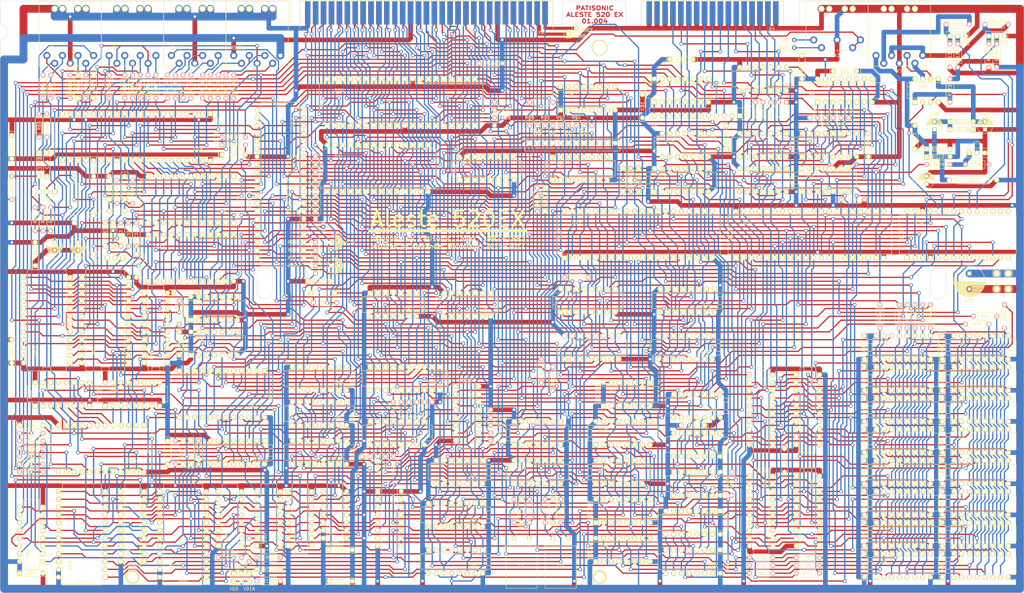
<source format=kicad_pcb>
(kicad_pcb (version 4) (host pcbnew 4.0.4-stable)
  (layers (0 F.Cu signal) (31 B.Cu signal) (34 B.Paste user) (35 F.Paste user) (36 B.SilkS user) (37 F.SilkS user) (38 B.Mask user) (39 F.Mask user) (44 Edge.Cuts user))
  (net 0 "")
  (net 1 "Net-(C1-Pad1)")
  (net 2 "Net-(C1-Pad2)")
  (net 3 "Net-(C2-Pad1)")
  (net 4 "Net-(C2-Pad2)")
  (net 5 "Net-(C3-Pad2)")
  (net 6 GND)
  (net 7 "/Gate Array/COLOR")
  (net 8 /Periphery/SBRES)
  (net 9 "/Clocks & CRTC/~RESET2")
  (net 10 "Net-(C9-Pad2)")
  (net 11 /Periphery/VC1)
  (net 12 "Net-(C11-Pad2)")
  (net 13 "Net-(C12-Pad2)")
  (net 14 "Net-(C14-Pad1)")
  (net 15 "/Gate Array/B")
  (net 16 "/Gate Array/G")
  (net 17 "/Gate Array/R")
  (net 18 "Net-(C18-Pad2)")
  (net 19 VCC)
  (net 20 /Periphery/+12V)
  (net 21 /CPU/~RESET*)
  (net 22 /Periphery/-12V)
  (net 23 "Net-(C26-Pad1)")
  (net 24 "Net-(C26-Pad2)")
  (net 25 /RAM/MA8)
  (net 26 /RAM/WE0)
  (net 27 /RAM/RAS0)
  (net 28 /RAM/MA0)
  (net 29 /RAM/MA2)
  (net 30 /RAM/MA1)
  (net 31 /RAM/MA7)
  (net 32 /RAM/MA5)
  (net 33 /RAM/MA4)
  (net 34 /RAM/MA3)
  (net 35 /RAM/MA6)
  (net 36 /RAM/R0)
  (net 37 /RAM/CAS0)
  (net 38 /RAM/R1)
  (net 39 /RAM/R2)
  (net 40 /RAM/R3)
  (net 41 /RAM/R4)
  (net 42 /RAM/R5)
  (net 43 /RAM/R6)
  (net 44 /RAM/R7)
  (net 45 /RAM/WE1)
  (net 46 /RAM/RAS1)
  (net 47 /RAM/R8)
  (net 48 /RAM/CAS1)
  (net 49 /RAM/R9)
  (net 50 /RAM/R10)
  (net 51 /RAM/R11)
  (net 52 /RAM/R12)
  (net 53 /RAM/R13)
  (net 54 /RAM/R14)
  (net 55 /RAM/R15)
  (net 56 /Periphery/AY3)
  (net 57 /Periphery/AY2)
  (net 58 /Periphery/BUSY)
  (net 59 /Periphery/AY1)
  (net 60 /Periphery/AY0)
  (net 61 /Periphery/BDIR)
  (net 62 /Periphery/BC1)
  (net 63 /Periphery/TOUT)
  (net 64 /Periphery/STROBE)
  (net 65 /Periphery/Y0)
  (net 66 /Periphery/Y1)
  (net 67 /Periphery/Y2)
  (net 68 /Periphery/Y3)
  (net 69 /Periphery/PB2)
  (net 70 /Periphery/50/60)
  (net 71 /Periphery/TIN)
  (net 72 /Periphery/AY7)
  (net 73 /Periphery/AY6)
  (net 74 /Periphery/AY5)
  (net 75 /Periphery/AY4)
  (net 76 /Periphery/SABC)
  (net 77 /Periphery/PD7)
  (net 78 /Periphery/PD6)
  (net 79 /Periphery/PD5)
  (net 80 /Periphery/PD4)
  (net 81 /Periphery/PD3)
  (net 82 /Periphery/PD2)
  (net 83 /Periphery/PD1)
  (net 84 /Periphery/PD0)
  (net 85 /Periphery/X8)
  (net 86 /Periphery/X7)
  (net 87 /Periphery/X6)
  (net 88 /Periphery/X5)
  (net 89 /Periphery/X4)
  (net 90 /Periphery/X3)
  (net 91 /Periphery/X2)
  (net 92 /Periphery/X1)
  (net 93 "Net-(D19-Pad3)")
  (net 94 "Net-(D19-Pad13)")
  (net 95 "Net-(D20-Pad7)")
  (net 96 "Net-(D20-Pad9)")
  (net 97 /RAM/S0)
  (net 98 "Net-(D21-Pad7)")
  (net 99 "Net-(D21-Pad9)")
  (net 100 "Net-(D22-Pad7)")
  (net 101 "Net-(D22-Pad9)")
  (net 102 "Net-(D23-Pad7)")
  (net 103 "Net-(D23-Pad9)")
  (net 104 "Net-(D24-Pad5)")
  (net 105 "/Clocks & CRTC/V11")
  (net 106 "/Clocks & CRTC/V13")
  (net 107 "Net-(D25-Pad23)")
  (net 108 "/Gate Array/MAPMOD")
  (net 109 "/Gate Array/\"A\"")
  (net 110 "/Gate Array/\"B\"")
  (net 111 "/Gate Array/M3")
  (net 112 "/Gate Array/M2")
  (net 113 "/Gate Array/M1")
  (net 114 "/Gate Array/M0")
  (net 115 "Net-(D29-Pad11)")
  (net 116 "Net-(D31-Pad1)")
  (net 117 "Net-(D31-Pad27)")
  (net 118 "/Gate Array/HIGHTY")
  (net 119 "/Gate Array/XD1")
  (net 120 "/Gate Array/HIGHTX")
  (net 121 "/Gate Array/XD2")
  (net 122 "Net-(D32-Pad9)")
  (net 123 "/Gate Array/BLAKS")
  (net 124 "/Gate Array/XD3")
  (net 125 "/Gate Array/XD4")
  (net 126 "/Gate Array/XD5")
  (net 127 /Periphery/RXC)
  (net 128 /Periphery/TXC)
  (net 129 /Periphery/FUTURE)
  (net 130 /Periphery/~CS53)
  (net 131 /Periphery/DTR)
  (net 132 /Periphery/RXD)
  (net 133 /Periphery/TXD)
  (net 134 /Periphery/DSR)
  (net 135 "/Gate Array/4ST")
  (net 136 "Net-(D35-Pad5)")
  (net 137 "Net-(D36-Pad1)")
  (net 138 "Net-(D36-Pad6)")
  (net 139 "/Clocks & CRTC/13MHZ")
  (net 140 "Net-(D36-Pad11)")
  (net 141 /RAM/~VCLK)
  (net 142 "Net-(D38-Pad4)")
  (net 143 "Net-(D39-Pad15)")
  (net 144 "Net-(D40-Pad2)")
  (net 145 "Net-(D40-Pad6)")
  (net 146 "Net-(D40-Pad12)")
  (net 147 "Net-(D41-Pad3)")
  (net 148 "Net-(D41-Pad5)")
  (net 149 "Net-(D41-Pad6)")
  (net 150 /Periphery/~STROBE)
  (net 151 /RAM/VBUF)
  (net 152 "Net-(D43-Pad8)")
  (net 153 "Net-(D43-Pad9)")
  (net 154 /CPU/LOP)
  (net 155 "Net-(D43-Pad13)")
  (net 156 "/Gate Array/8ST")
  (net 157 "Net-(D49-Pad3)")
  (net 158 "Net-(D49-Pad4)")
  (net 159 "/Gate Array/SYNC")
  (net 160 "/Gate Array/~PAGE")
  (net 161 "/Gate Array/PAGE")
  (net 162 "/Gate Array/RRC")
  (net 163 "Net-(D50-Pad12)")
  (net 164 "Net-(D50-Pad14)")
  (net 165 "/Gate Array/PX0")
  (net 166 "Net-(D51-Pad14)")
  (net 167 "/Gate Array/MODE1")
  (net 168 "/Gate Array/PX1")
  (net 169 "/Gate Array/PX2")
  (net 170 "/Gate Array/MODE0")
  (net 171 "/Gate Array/PX3")
  (net 172 "/Gate Array/NCOLOR4")
  (net 173 "/Gate Array/CBORDER")
  (net 174 "/Gate Array/NCOLOR")
  (net 175 "Net-(D54-Pad10)")
  (net 176 "/Gate Array/MODE")
  (net 177 "/Gate Array/MAPER")
  (net 178 "/Gate Array/LED0")
  (net 179 "/Gate Array/LED1")
  (net 180 "/Gate Array/NCOLOR0")
  (net 181 "/Gate Array/NCOLOR1")
  (net 182 "/Gate Array/NCOLOR2")
  (net 183 "/Gate Array/NCOLOR3")
  (net 184 "/Gate Array/C0")
  (net 185 "/Gate Array/C1")
  (net 186 "/Gate Array/C2")
  (net 187 "/Gate Array/C3")
  (net 188 "/Gate Array/C4")
  (net 189 "/Gate Array/C5")
  (net 190 "/Gate Array/BLANK")
  (net 191 "Net-(D59-Pad2)")
  (net 192 "Net-(D59-Pad5)")
  (net 193 "Net-(D59-Pad7)")
  (net 194 "Net-(D59-Pad10)")
  (net 195 "Net-(D59-Pad12)")
  (net 196 "Net-(D59-Pad15)")
  (net 197 "/Gate Array/VRAMACC")
  (net 198 "Net-(D63-Pad3)")
  (net 199 "Net-(D63-Pad4)")
  (net 200 "Net-(D63-Pad5)")
  (net 201 "Net-(D63-Pad10)")
  (net 202 "Net-(D63-Pad11)")
  (net 203 "Net-(D64-Pad15)")
  (net 204 "Net-(D66-Pad2)")
  (net 205 "Net-(D66-Pad11)")
  (net 206 "Net-(D66-Pad13)")
  (net 207 "Net-(D68-Pad2)")
  (net 208 /FDC/FP0)
  (net 209 /FDC/FP1)
  (net 210 "Net-(D68-Pad5)")
  (net 211 /FDC/FP2)
  (net 212 "Net-(D68-Pad7)")
  (net 213 "Net-(D68-Pad9)")
  (net 214 "Net-(D68-Pad10)")
  (net 215 /FDC/FP3)
  (net 216 "Net-(D68-Pad12)")
  (net 217 "Net-(D68-Pad14)")
  (net 218 /FDC/RDD)
  (net 219 /FDC/WRC)
  (net 220 "Net-(D70-Pad4)")
  (net 221 "Net-(D70-Pad15)")
  (net 222 "Net-(D70-Pad17)")
  (net 223 "Net-(D70-Pad25)")
  (net 224 "Net-(D70-Pad27)")
  (net 225 "Net-(D70-Pad28)")
  (net 226 "Net-(D70-Pad29)")
  (net 227 "Net-(D70-Pad30)")
  (net 228 "Net-(D70-Pad33)")
  (net 229 "Net-(D70-Pad34)")
  (net 230 /FDC/DSKRDY)
  (net 231 "Net-(D70-Pad37)")
  (net 232 "Net-(D70-Pad38)")
  (net 233 /FDC/RW/S)
  (net 234 /FDC/~GATE)
  (net 235 /FDC/~RDATA)
  (net 236 "Net-(D71-Pad11)")
  (net 237 "Net-(D72-Pad14)")
  (net 238 "Net-(D73-Pad4)")
  (net 239 "Net-(D73-Pad6)")
  (net 240 /FDC/~WRTPRT)
  (net 241 /FDC/~INDEX)
  (net 242 "Net-(D73-Pad12)")
  (net 243 /FDC/~TRAC0)
  (net 244 /FDC/~STEP)
  (net 245 /FDC/~DRIVE1)
  (net 246 "Net-(D75-Pad11)")
  (net 247 /FDC/~MOTOR)
  (net 248 /FDC/~DRIVE0)
  (net 249 /FDC/~DIR)
  (net 250 /FDC/~WRDAT)
  (net 251 /FDC/~SIDE)
  (net 252 "Net-(D78-Pad3)")
  (net 253 "Net-(D78-Pad6)")
  (net 254 /Periphery/COMMON)
  (net 255 /Periphery/KW0)
  (net 256 /Periphery/KW1)
  (net 257 /Periphery/KW2)
  (net 258 /Periphery/KW3)
  (net 259 /Periphery/KM0)
  (net 260 /Periphery/KM1)
  (net 261 /Periphery/KM2)
  (net 262 /Periphery/KM3)
  (net 263 /Periphery/KM4)
  (net 264 /Periphery/KM5)
  (net 265 /Periphery/KM6)
  (net 266 /Periphery/KM7)
  (net 267 /Periphery/KM8)
  (net 268 /Periphery/KM9)
  (net 269 /Periphery/KM14)
  (net 270 /Periphery/KM13)
  (net 271 /Periphery/KM12)
  (net 272 /Periphery/KM11)
  (net 273 /Periphery/KRS)
  (net 274 /Periphery/KM18)
  (net 275 /Periphery/KM17)
  (net 276 /Periphery/KM16)
  (net 277 /Periphery/KM15)
  (net 278 /Periphery/Z0)
  (net 279 /Periphery/Z1)
  (net 280 /Periphery/Z2)
  (net 281 /Periphery/Z3)
  (net 282 "Net-(D82-Pad17)")
  (net 283 "Net-(D82-Pad18)")
  (net 284 /Periphery/Z4)
  (net 285 /Periphery/Z5)
  (net 286 /Periphery/Z6)
  (net 287 /Periphery/Z7)
  (net 288 "Net-(D83-Pad17)")
  (net 289 "Net-(D83-Pad18)")
  (net 290 "Net-(D83-Pad19)")
  (net 291 "Net-(D83-Pad20)")
  (net 292 "Net-(D85-Pad6)")
  (net 293 "Net-(D86-Pad1)")
  (net 294 /Periphery/TXD*)
  (net 295 /Periphery/DTR*)
  (net 296 "Net-(D88-Pad6)")
  (net 297 /AVCC)
  (net 298 /AGND)
  (net 299 "Net-(P7-Pad1)")
  (net 300 "Net-(R16-Pad2)")
  (net 301 "Net-(R36-Pad2)")
  (net 302 "Net-(R52-Pad1)")
  (net 303 "Net-(R54-Pad1)")
  (net 304 "Net-(R56-Pad1)")
  (net 305 "Net-(R58-Pad1)")
  (net 306 "Net-(R65-Pad1)")
  (net 307 "/Gate Array/LUM")
  (net 308 "Net-(R81-Pad2)")
  (net 309 "Net-(R101-Pad2)")
  (net 310 "Net-(R102-Pad2)")
  (net 311 "Net-(R114-Pad2)")
  (net 312 "Net-(R115-Pad2)")
  (net 313 "Net-(R116-Pad2)")
  (net 314 "Net-(R117-Pad2)")
  (net 315 "Net-(R118-Pad2)")
  (net 316 "Net-(R119-Pad2)")
  (net 317 "Net-(R120-Pad2)")
  (net 318 "Net-(R121-Pad2)")
  (net 319 "Net-(R122-Pad2)")
  (net 320 "Net-(R127-Pad1)")
  (net 321 "Net-(R127-Pad2)")
  (net 322 "Net-(R129-Pad2)")
  (net 323 /Periphery/DSR*)
  (net 324 "Net-(R131-Pad2)")
  (net 325 /Periphery/KM10)
  (net 326 /BUFFER0)
  (net 327 /HY)
  (net 328 /SYNC*)
  (net 329 /RESET)
  (net 330 /D0)
  (net 331 /D1)
  (net 332 /D2)
  (net 333 /D3)
  (net 334 /D4)
  (net 335 /D5)
  (net 336 /D6)
  (net 337 /D7)
  (net 338 /~IORD)
  (net 339 /A11)
  (net 340 /A9)
  (net 341 /A8)
  (net 342 /HY*)
  (net 343 /DISCINT)
  (net 344 /~IOWR)
  (net 345 /1M)
  (net 346 /~RESET)
  (net 347 /DIS)
  (net 348 /V8)
  (net 349 /V1)
  (net 350 /A1)
  (net 351 /A2)
  (net 352 /V2)
  (net 353 /V9)
  (net 354 /V10)
  (net 355 /V3)
  (net 356 /A10)
  (net 357 /A3)
  (net 358 /A4)
  (net 359 /A7)
  (net 360 /V4)
  (net 361 /V7)
  (net 362 /V14)
  (net 363 /V5)
  (net 364 /MAP15)
  (net 365 /A5)
  (net 366 /A13)
  (net 367 /MAP16)
  (net 368 /L2)
  (net 369 /V6)
  (net 370 /MAP17)
  (net 371 /A6)
  (net 372 /A12)
  (net 373 /MAP18)
  (net 374 /L1)
  (net 375 /V1113)
  (net 376 /L0)
  (net 377 /MAP14)
  (net 378 /HIGHTZ)
  (net 379 /L.PEN)
  (net 380 /DEN)
  (net 381 /CURSOR)
  (net 382 /CBUF)
  (net 383 /A14)
  (net 384 /HX)
  (net 385 /A15)
  (net 386 /~IORQ)
  (net 387 /MAPBLK)
  (net 388 /M4)
  (net 389 /~WR)
  (net 390 /~RD)
  (net 391 /~INTA)
  (net 392 /~M1)
  (net 393 /~WAIT)
  (net 394 /CLK)
  (net 395 /~INT)
  (net 396 /~NMI)
  (net 397 /~HALT)
  (net 398 /~MREQ)
  (net 399 /~BUSAK)
  (net 400 /~BUSRQ)
  (net 401 /~RFSH)
  (net 402 /A0)
  (net 403 /~ROMEN)
  (net 404 /ROMDIS)
  (net 405 /XD0)
  (net 406 /CS53)
  (net 407 /~CSAY)
  (net 408 /WGPTCLK)
  (net 409 /RSCLK)
  (net 410 /8M)
  (net 411 /4M)
  (net 412 /ROM0)
  (net 413 /ROM1)
  (net 414 /16MHZ)
  (net 415 /VCLK)
  (net 416 /XTAL)
  (net 417 /2M)
  (net 418 /HIGHT)
  (net 419 /RAS)
  (net 420 /CAS)
  (net 421 /~DIS)
  (net 422 /MVI)
  (net 423 /~FUTURE)
  (net 424 /EXRG)
  (net 425 /VD0)
  (net 426 /VD1)
  (net 427 /VD2)
  (net 428 /VD3)
  (net 429 /VD4)
  (net 430 /VD5)
  (net 431 /VD6)
  (net 432 /VD7)
  (net 433 /BUFFER1)
  (net 434 /PROM0)
  (net 435 /PROM1)
  (net 436 /3CY)
  (net 437 /MK0)
  (net 438 /MK1)
  (net 439 /MK2)
  (net 440 /MK3)
  (net 441 /1CY)
  (net 442 /2CY)
  (net 443 /SINT*)
  (net 444 /KK0)
  (net 445 /KK1)
  (net 446 /KK2)
  (net 447 /KK3)
  (net 448 /SINT)
  (net 449 /~RAMEN)
  (net 450 /RAMDIS)
  (net 451 /DW)
  (net 452 /~3CY)
  (net 453 /SOUND)
  (net 454 "Net-(D18-Pad26)")
  (net 455 "Net-(D18-Pad39)")
  (net 456 "Net-(D19-Pad19)")
  (net 457 "Net-(D19-Pad21)")
  (net 458 "Net-(D19-Pad23)")
  (net 459 "Net-(D24-Pad6)")
  (net 460 "Net-(D25-Pad15)")
  (net 461 "Net-(D25-Pad34)")
  (net 462 "Net-(D25-Pad35)")
  (net 463 "Net-(D34-Pad14)")
  (net 464 "Net-(D34-Pad15)")
  (net 465 "Net-(D34-Pad16)")
  (net 466 "Net-(D34-Pad17)")
  (net 467 "Net-(D34-Pad18)")
  (net 468 "Net-(D34-Pad23)")
  (net 469 "Net-(D37-Pad3)")
  (net 470 "Net-(D37-Pad4)")
  (net 471 "Net-(D37-Pad5)")
  (net 472 "Net-(D37-Pad6)")
  (net 473 "Net-(D37-Pad15)")
  (net 474 "Net-(D39-Pad2)")
  (net 475 "Net-(D39-Pad7)")
  (net 476 "Net-(D40-Pad5)")
  (net 477 "Net-(D49-Pad2)")
  (net 478 "Net-(D49-Pad7)")
  (net 479 "Net-(D50-Pad2)")
  (net 480 "Net-(D50-Pad7)")
  (net 481 "Net-(D50-Pad13)")
  (net 482 "Net-(D50-Pad15)")
  (net 483 "Net-(D51-Pad7)")
  (net 484 "Net-(D51-Pad13)")
  (net 485 "Net-(D51-Pad15)")
  (net 486 "Net-(D54-Pad4)")
  (net 487 "Net-(D54-Pad5)")
  (net 488 "Net-(D54-Pad7)")
  (net 489 "Net-(D56-Pad14)")
  (net 490 "Net-(D56-Pad15)")
  (net 491 "Net-(D57-Pad6)")
  (net 492 "Net-(D57-Pad8)")
  (net 493 "Net-(D58-Pad16)")
  (net 494 "Net-(D58-Pad17)")
  (net 495 "Net-(D58-Pad18)")
  (net 496 "Net-(D58-Pad19)")
  (net 497 "Net-(D60-Pad8)")
  (net 498 "Net-(D60-Pad17)")
  (net 499 "Net-(D61-Pad8)")
  (net 500 "Net-(D61-Pad17)")
  (net 501 "Net-(D62-Pad16)")
  (net 502 "Net-(D63-Pad12)")
  (net 503 "Net-(D63-Pad13)")
  (net 504 "Net-(D63-Pad14)")
  (net 505 "Net-(D64-Pad11)")
  (net 506 "Net-(D65-Pad13)")
  (net 507 "Net-(D69-Pad6)")
  (net 508 "Net-(D69-Pad7)")
  (net 509 "Net-(D69-Pad9)")
  (net 510 "Net-(D70-Pad24)")
  (net 511 "Net-(D70-Pad14)")
  (net 512 "Net-(D70-Pad26)")
  (net 513 "Net-(D70-Pad31)")
  (net 514 "Net-(D70-Pad32)")
  (net 515 "Net-(D70-Pad36)")
  (net 516 "Net-(D71-Pad8)")
  (net 517 "Net-(D74-Pad4)")
  (net 518 "Net-(D74-Pad5)")
  (net 519 "Net-(D74-Pad6)")
  (net 520 "Net-(D74-Pad11)")
  (net 521 "Net-(D74-Pad12)")
  (net 522 "Net-(D77-Pad6)")
  (net 523 "Net-(D79-Pad14)")
  (net 524 "Net-(D79-Pad15)")
  (net 525 "Net-(D81-Pad6)")
  (net 526 "Net-(D88-Pad1)")
  (net 527 "Net-(D88-Pad2)")
  (net 528 "Net-(D88-Pad7)")
  (net 529 "Net-(D88-Pad9)")
  (net 530 "Net-(D89-Pad7)")
  (net 531 "Net-(D89-Pad8)")
  (net 532 "Net-(D89-Pad9)")
  (net 533 "Net-(D89-Pad11)")
  (net 534 "Net-(D89-Pad12)")
  (net 535 "Net-(D89-Pad13)")
  (net 536 "Net-(X1-PadB20)")
  (net 537 /~EXP)
  (net 538 "Net-(X4-PadA17)")
  (net 539 "Net-(X4-PadA1)")
  (net 540 "Net-(X4-PadA2)")
  (net 541 "Net-(X4-PadA3)")
  (net 542 "Net-(X4-PadA7)")
  (net 543 "Net-(X9-Pad10)")
  (net 544 "Net-(X9-Pad11)")
  (module Wire_Connections_Bridges:WireConnection_0.80mmDrill_ThinPad (layer F.Cu) (at 132.27 98.56)
    (fp_text reference REF** hide)
    (fp_text value WireConnection_0-8mmDrill_ThinPad)
    (pad 1 thru_hole circle (at 0 0) (size 1.4 1.4) (drill 0.8001) (layers *.Cu *.Mask) (net 63 /Periphery/TOUT))
    (pad 2 thru_hole circle (at 175 -47.5) (size 1.4 1.4) (drill 0.8001) (layers *.Cu *.Mask) (net 63 /Periphery/TOUT))
  )
  (module MyLib:SLOT-34 (layer F.Cu) (at 281.02 39.81 180)
    (fp_text reference X4 (at -19.05 -5.08 180) (layer F.SilkS))
    (fp_text value SLOT-34 hide)
    (pad B17 connect rect (at -20.32 0 180) (size 1.778 7.62) (layers F.Cu F.Mask) (net 6 GND))
    (pad B16 connect rect (at -17.78 0 180) (size 1.778 7.62) (layers F.Cu F.Mask) (net 6 GND))
    (pad B15 connect rect (at -15.24 0 180) (size 1.778 7.62) (layers F.Cu F.Mask) (net 6 GND))
    (pad B14 connect rect (at -12.7 0 180) (size 1.778 7.62) (layers F.Cu F.Mask) (net 6 GND))
    (pad B13 connect rect (at -10.16 0 180) (size 1.778 7.62) (layers F.Cu F.Mask) (net 6 GND))
    (pad A17 connect rect (at -20.32 0 180) (size 1.778 7.62) (layers B.Cu B.Mask) (net 538 "Net-(X4-PadA17)"))
    (pad A16 connect rect (at -17.78 0 180) (size 1.778 7.62) (layers B.Cu B.Mask) (net 251 /FDC/~SIDE))
    (pad A15 connect rect (at -15.24 0 180) (size 1.778 7.62) (layers B.Cu B.Mask) (net 235 /FDC/~RDATA))
    (pad A14 connect rect (at -12.7 0 180) (size 1.778 7.62) (layers B.Cu B.Mask) (net 240 /FDC/~WRTPRT))
    (pad A13 connect rect (at -10.16 0 180) (size 1.778 7.62) (layers B.Cu B.Mask) (net 243 /FDC/~TRAC0))
    (pad A1 connect rect (at 20.32 0 180) (size 1.778 7.62) (layers B.Cu B.Mask) (net 539 "Net-(X4-PadA1)"))
    (pad A2 connect rect (at 17.78 0 180) (size 1.778 7.62) (layers B.Cu B.Mask) (net 540 "Net-(X4-PadA2)"))
    (pad A3 connect rect (at 15.24 0 180) (size 1.778 7.62) (layers B.Cu B.Mask) (net 541 "Net-(X4-PadA3)"))
    (pad A4 connect rect (at 12.7 0 180) (size 1.778 7.62) (layers B.Cu B.Mask) (net 241 /FDC/~INDEX))
    (pad A5 connect rect (at 10.16 0 180) (size 1.778 7.62) (layers B.Cu B.Mask) (net 248 /FDC/~DRIVE0))
    (pad A6 connect rect (at 7.62 0 180) (size 1.778 7.62) (layers B.Cu B.Mask) (net 245 /FDC/~DRIVE1))
    (pad A7 connect rect (at 5.08 0 180) (size 1.778 7.62) (layers B.Cu B.Mask) (net 542 "Net-(X4-PadA7)"))
    (pad A8 connect rect (at 2.54 0 180) (size 1.778 7.62) (layers B.Cu B.Mask) (net 247 /FDC/~MOTOR))
    (pad A9 connect rect (at 0 0 180) (size 1.778 7.62) (layers B.Cu B.Mask) (net 249 /FDC/~DIR))
    (pad A10 connect rect (at -2.54 0 180) (size 1.778 7.62) (layers B.Cu B.Mask) (net 244 /FDC/~STEP))
    (pad A11 connect rect (at -5.08 0 180) (size 1.778 7.62) (layers B.Cu B.Mask) (net 250 /FDC/~WRDAT))
    (pad A12 connect rect (at -7.62 0 180) (size 1.778 7.62) (layers B.Cu B.Mask) (net 234 /FDC/~GATE))
    (pad B1 connect rect (at 20.32 0 180) (size 1.778 7.62) (layers F.Cu F.Mask) (net 6 GND))
    (pad B2 connect rect (at 17.78 0 180) (size 1.778 7.62) (layers F.Cu F.Mask) (net 6 GND))
    (pad B3 connect rect (at 15.24 0 180) (size 1.778 7.62) (layers F.Cu F.Mask) (net 6 GND))
    (pad B4 connect rect (at 12.7 0 180) (size 1.778 7.62) (layers F.Cu F.Mask) (net 6 GND))
    (pad B5 connect rect (at 10.16 0 180) (size 1.778 7.62) (layers F.Cu F.Mask) (net 6 GND))
    (pad B6 connect rect (at 7.62 0 180) (size 1.778 7.62) (layers F.Cu F.Mask) (net 6 GND))
    (pad B7 connect rect (at 5.08 0 180) (size 1.778 7.62) (layers F.Cu F.Mask) (net 6 GND))
    (pad B8 connect rect (at 2.54 0 180) (size 1.778 7.62) (layers F.Cu F.Mask) (net 6 GND))
    (pad B9 connect rect (at 0 0 180) (size 1.778 7.62) (layers F.Cu F.Mask) (net 6 GND))
    (pad B10 connect rect (at -2.54 0 180) (size 1.778 7.62) (layers F.Cu F.Mask) (net 6 GND))
    (pad B11 connect rect (at -5.08 0 180) (size 1.778 7.62) (layers F.Cu F.Mask) (net 6 GND))
    (pad B12 connect rect (at -7.62 0 180) (size 1.778 7.62) (layers F.Cu F.Mask) (net 6 GND))
  )
  (module MyLib_metric:DIP-14 (layer F.Cu) (at 297.27 82.31 180)
    (fp_text reference D73 (at -4.96 -1.27 180) (layer F.SilkS))
    (fp_text value 555ЛН1)
    (pad 1 thru_hole rect (at -7.5 3.75 180) (size 1.6 1.6) (drill 0.8) (layers *.Cu *.Mask F.SilkS) (net 214 "Net-(D68-Pad10)"))
    (pad 2 thru_hole circle (at -5 3.75 180) (size 1.6 1.6) (drill 0.8) (layers *.Cu *.Mask F.SilkS) (net 237 "Net-(D72-Pad14)"))
    (pad 3 thru_hole circle (at -2.5 3.75 180) (size 1.6 1.6) (drill 0.8) (layers *.Cu *.Mask F.SilkS) (net 225 "Net-(D70-Pad28)"))
    (pad 4 thru_hole circle (at 0 3.75 180) (size 1.6 1.6) (drill 0.8) (layers *.Cu *.Mask F.SilkS) (net 238 "Net-(D73-Pad4)"))
    (pad 5 thru_hole circle (at 2.5 3.75 180) (size 1.6 1.6) (drill 0.8) (layers *.Cu *.Mask F.SilkS) (net 226 "Net-(D70-Pad29)"))
    (pad 6 thru_hole circle (at 5 3.75 180) (size 1.6 1.6) (drill 0.8) (layers *.Cu *.Mask F.SilkS) (net 239 "Net-(D73-Pad6)"))
    (pad 7 thru_hole circle (at 7.5 3.75 180) (size 1.6 1.6) (drill 0.8) (layers *.Cu *.Mask F.SilkS) (net 6 GND))
    (pad 8 thru_hole circle (at 7.5 -3.75 180) (size 1.6 1.6) (drill 0.8) (layers *.Cu *.Mask F.SilkS) (net 229 "Net-(D70-Pad34)"))
    (pad 9 thru_hole circle (at 5 -3.75 180) (size 1.6 1.6) (drill 0.8) (layers *.Cu *.Mask F.SilkS) (net 240 /FDC/~WRTPRT))
    (pad 10 thru_hole circle (at 2.5 -3.75 180) (size 1.6 1.6) (drill 0.8) (layers *.Cu *.Mask F.SilkS) (net 222 "Net-(D70-Pad17)"))
    (pad 11 thru_hole circle (at 0 -3.75 180) (size 1.6 1.6) (drill 0.8) (layers *.Cu *.Mask F.SilkS) (net 241 /FDC/~INDEX))
    (pad 12 thru_hole circle (at -2.5 -3.75 180) (size 1.6 1.6) (drill 0.8) (layers *.Cu *.Mask F.SilkS) (net 242 "Net-(D73-Pad12)"))
    (pad 13 thru_hole circle (at -5 -3.75 180) (size 1.6 1.6) (drill 0.8) (layers *.Cu *.Mask F.SilkS) (net 243 /FDC/~TRAC0))
    (pad 14 thru_hole circle (at -7.5 -3.75 180) (size 1.6 1.6) (drill 0.8) (layers *.Cu *.Mask F.SilkS) (net 19 VCC))
  )
  (module MyLib_metric:DIP-16 (layer F.Cu) (at 126.02 202.31 90)
    (fp_text reference D56 (at -6.21 -1.27 90) (layer F.SilkS))
    (fp_text value 555ТМ9)
    (pad 1 thru_hole rect (at -8.75 3.75 90) (size 1.6 1.6) (drill 0.8) (layers *.Cu *.Mask F.SilkS) (net 346 /~RESET))
    (pad 2 thru_hole circle (at -6.25 3.75 90) (size 1.6 1.6) (drill 0.8) (layers *.Cu *.Mask F.SilkS) (net 180 "/Gate Array/NCOLOR0"))
    (pad 3 thru_hole circle (at -3.75 3.75 90) (size 1.6 1.6) (drill 0.8) (layers *.Cu *.Mask F.SilkS) (net 405 /XD0))
    (pad 4 thru_hole circle (at -1.25 3.75 90) (size 1.6 1.6) (drill 0.8) (layers *.Cu *.Mask F.SilkS) (net 119 "/Gate Array/XD1"))
    (pad 5 thru_hole circle (at 1.25 3.75 270) (size 1.6 1.6) (drill 0.8) (layers *.Cu *.Mask F.SilkS) (net 181 "/Gate Array/NCOLOR1"))
    (pad 6 thru_hole circle (at 3.75 3.75 270) (size 1.6 1.6) (drill 0.8) (layers *.Cu *.Mask F.SilkS) (net 121 "/Gate Array/XD2"))
    (pad 7 thru_hole circle (at 6.25 3.75 270) (size 1.6 1.6) (drill 0.8) (layers *.Cu *.Mask F.SilkS) (net 182 "/Gate Array/NCOLOR2"))
    (pad 8 thru_hole circle (at 8.75 3.75 270) (size 1.6 1.6) (drill 0.8) (layers *.Cu *.Mask F.SilkS) (net 6 GND))
    (pad 9 thru_hole circle (at 8.75 -3.75 270) (size 1.6 1.6) (drill 0.8) (layers *.Cu *.Mask F.SilkS) (net 174 "/Gate Array/NCOLOR"))
    (pad 10 thru_hole circle (at 6.25 -3.75 270) (size 1.6 1.6) (drill 0.8) (layers *.Cu *.Mask F.SilkS) (net 183 "/Gate Array/NCOLOR3"))
    (pad 11 thru_hole circle (at 3.75 -3.75 270) (size 1.6 1.6) (drill 0.8) (layers *.Cu *.Mask F.SilkS) (net 124 "/Gate Array/XD3"))
    (pad 12 thru_hole circle (at 1.25 -3.75 270) (size 1.6 1.6) (drill 0.8) (layers *.Cu *.Mask F.SilkS) (net 172 "/Gate Array/NCOLOR4"))
    (pad 13 thru_hole circle (at -1.25 -3.75 270) (size 1.6 1.6) (drill 0.8) (layers *.Cu *.Mask F.SilkS) (net 125 "/Gate Array/XD4"))
    (pad 14 thru_hole circle (at -3.75 -3.75 270) (size 1.6 1.6) (drill 0.8) (layers *.Cu *.Mask F.SilkS) (net 489 "Net-(D56-Pad14)"))
    (pad 15 thru_hole circle (at -6.25 -3.75 270) (size 1.6 1.6) (drill 0.8) (layers *.Cu *.Mask F.SilkS) (net 490 "Net-(D56-Pad15)"))
    (pad 16 thru_hole circle (at -8.75 -3.75 270) (size 1.6 1.6) (drill 0.8) (layers *.Cu *.Mask F.SilkS) (net 19 VCC))
  )
  (module MyLib_metric:DIP-16 (layer F.Cu) (at 128.52 181.06 180)
    (fp_text reference D54 (at -6.21 -1.27 180) (layer F.SilkS))
    (fp_text value 555ИД4)
    (pad 1 thru_hole rect (at -8.75 3.75 180) (size 1.6 1.6) (drill 0.8) (layers *.Cu *.Mask F.SilkS) (net 172 "/Gate Array/NCOLOR4"))
    (pad 2 thru_hole circle (at -6.25 3.75 180) (size 1.6 1.6) (drill 0.8) (layers *.Cu *.Mask F.SilkS) (net 7 "/Gate Array/COLOR"))
    (pad 3 thru_hole circle (at -3.75 3.75 180) (size 1.6 1.6) (drill 0.8) (layers *.Cu *.Mask F.SilkS) (net 337 /D7))
    (pad 4 thru_hole circle (at -1.25 3.75 180) (size 1.6 1.6) (drill 0.8) (layers *.Cu *.Mask F.SilkS) (net 486 "Net-(D54-Pad4)"))
    (pad 5 thru_hole circle (at 1.25 3.75) (size 1.6 1.6) (drill 0.8) (layers *.Cu *.Mask F.SilkS) (net 487 "Net-(D54-Pad5)"))
    (pad 6 thru_hole circle (at 3.75 3.75) (size 1.6 1.6) (drill 0.8) (layers *.Cu *.Mask F.SilkS) (net 173 "/Gate Array/CBORDER"))
    (pad 7 thru_hole circle (at 6.25 3.75) (size 1.6 1.6) (drill 0.8) (layers *.Cu *.Mask F.SilkS) (net 488 "Net-(D54-Pad7)"))
    (pad 8 thru_hole circle (at 8.75 3.75) (size 1.6 1.6) (drill 0.8) (layers *.Cu *.Mask F.SilkS) (net 6 GND))
    (pad 9 thru_hole circle (at 8.75 -3.75) (size 1.6 1.6) (drill 0.8) (layers *.Cu *.Mask F.SilkS) (net 174 "/Gate Array/NCOLOR"))
    (pad 10 thru_hole circle (at 6.25 -3.75) (size 1.6 1.6) (drill 0.8) (layers *.Cu *.Mask F.SilkS) (net 175 "Net-(D54-Pad10)"))
    (pad 11 thru_hole circle (at 3.75 -3.75) (size 1.6 1.6) (drill 0.8) (layers *.Cu *.Mask F.SilkS) (net 176 "/Gate Array/MODE"))
    (pad 12 thru_hole circle (at 1.25 -3.75) (size 1.6 1.6) (drill 0.8) (layers *.Cu *.Mask F.SilkS) (net 177 "/Gate Array/MAPER"))
    (pad 13 thru_hole circle (at -1.25 -3.75) (size 1.6 1.6) (drill 0.8) (layers *.Cu *.Mask F.SilkS) (net 336 /D6))
    (pad 14 thru_hole circle (at -3.75 -3.75) (size 1.6 1.6) (drill 0.8) (layers *.Cu *.Mask F.SilkS) (net 385 /A15))
    (pad 15 thru_hole circle (at -6.25 -3.75) (size 1.6 1.6) (drill 0.8) (layers *.Cu *.Mask F.SilkS) (net 344 /~IOWR))
    (pad 16 thru_hole circle (at -8.75 -3.75) (size 1.6 1.6) (drill 0.8) (layers *.Cu *.Mask F.SilkS) (net 19 VCC))
  )
  (module Connect:1pin (layer F.Cu) (at 244.77 51.06)
    (fp_text reference REF** hide)
    (fp_text value 1pin)
    (pad 1 thru_hole circle (at 0 0) (size 5 5) (drill 4.2) (layers *.Cu *.Mask F.SilkS))
  )
  (module MyLib:PIN (layer F.Cu) (at 82.27 104.81)
    (fp_text reference P7 (at 0 -2.54) (layer F.SilkS))
    (fp_text value PIN)
    (pad 1 thru_hole circle (at 0 0) (size 1.6 1.6) (drill 0.8) (layers *.Cu *.Mask F.SilkS) (net 299 "Net-(P7-Pad1)"))
  )
  (module MyLib_metric:C_Disc_D7.5_P2.5 (layer F.Cu) (at 127.27 85.435 180)
    (fp_text reference CB1 (at 0 0 180) (layer F.SilkS))
    (fp_text value 0,1мк)
    (pad 1 thru_hole circle (at -3.75 0 180) (size 1.6 1.6) (drill 0.8) (layers *.Cu *.Mask F.SilkS) (net 6 GND))
    (pad 2 thru_hole circle (at 3.75 0 180) (size 1.6 1.6) (drill 0.8) (layers *.Cu *.Mask F.SilkS) (net 19 VCC))
  )
  (module MyLib_metric:C_Disc_D7.5_P2.5 (layer F.Cu) (at 56.02 82.935 270)
    (fp_text reference CB1 (at 0 0 270) (layer F.SilkS))
    (fp_text value CAP)
    (pad 1 thru_hole circle (at -3.75 0 270) (size 1.6 1.6) (drill 0.8) (layers *.Cu *.Mask F.SilkS) (net 6 GND))
    (pad 2 thru_hole circle (at 3.75 0 270) (size 1.6 1.6) (drill 0.8) (layers *.Cu *.Mask F.SilkS) (net 19 VCC))
  )
  (module MyLib_metric:C_Disc_D7.5_P2.5 (layer F.Cu) (at 63.52 117.31 90)
    (fp_text reference CB1 (at 0 0 90) (layer F.SilkS))
    (fp_text value CAP)
    (pad 1 thru_hole circle (at -3.75 0 90) (size 1.6 1.6) (drill 0.8) (layers *.Cu *.Mask F.SilkS) (net 6 GND))
    (pad 2 thru_hole circle (at 3.75 0 90) (size 1.6 1.6) (drill 0.8) (layers *.Cu *.Mask F.SilkS) (net 19 VCC))
  )
  (module MyLib_metric:C_Disc_D7.5_P2.5 (layer F.Cu) (at 111.645 129.81)
    (fp_text reference CB1 (at 0 0) (layer F.SilkS))
    (fp_text value CAP)
    (pad 1 thru_hole circle (at -3.75 0) (size 1.6 1.6) (drill 0.8) (layers *.Cu *.Mask F.SilkS) (net 6 GND))
    (pad 2 thru_hole circle (at 3.75 0) (size 1.6 1.6) (drill 0.8) (layers *.Cu *.Mask F.SilkS) (net 19 VCC))
  )
  (module MyLib_metric:C_Disc_D7.5_P2.5 (layer F.Cu) (at 109.77 146.06 90)
    (fp_text reference CB1 (at 0 0 90) (layer F.SilkS))
    (fp_text value CAP)
    (pad 1 thru_hole circle (at -3.75 0 90) (size 1.6 1.6) (drill 0.8) (layers *.Cu *.Mask F.SilkS) (net 6 GND))
    (pad 2 thru_hole circle (at 3.75 0 90) (size 1.6 1.6) (drill 0.8) (layers *.Cu *.Mask F.SilkS) (net 19 VCC))
  )
  (module MyLib_metric:C_Disc_D7.5_P2.5 (layer F.Cu) (at 56.02 148.56 270)
    (fp_text reference CB1 (at 0 0 270) (layer F.SilkS))
    (fp_text value CAP)
    (pad 1 thru_hole circle (at -3.75 0 270) (size 1.6 1.6) (drill 0.8) (layers *.Cu *.Mask F.SilkS) (net 6 GND))
    (pad 2 thru_hole circle (at 3.75 0 270) (size 1.6 1.6) (drill 0.8) (layers *.Cu *.Mask F.SilkS) (net 19 VCC))
  )
  (module MyLib_metric:C_Disc_D7.5_P2.5 (layer F.Cu) (at 271.02 54.81 180)
    (fp_text reference CB1 (at 0 0 180) (layer F.SilkS))
    (fp_text value CAP)
    (pad 1 thru_hole circle (at -3.75 0 180) (size 1.6 1.6) (drill 0.8) (layers *.Cu *.Mask F.SilkS) (net 6 GND))
    (pad 2 thru_hole circle (at 3.75 0 180) (size 1.6 1.6) (drill 0.8) (layers *.Cu *.Mask F.SilkS) (net 19 VCC))
  )
  (module MyLib_metric:C_Disc_D7.5_P2.5 (layer F.Cu) (at 329.77 217.31 270)
    (fp_text reference CB1 (at 0 0 270) (layer F.SilkS))
    (fp_text value CAP)
    (pad 1 thru_hole circle (at -3.75 0 270) (size 1.6 1.6) (drill 0.8) (layers *.Cu *.Mask F.SilkS) (net 6 GND))
    (pad 2 thru_hole circle (at 3.75 0 270) (size 1.6 1.6) (drill 0.8) (layers *.Cu *.Mask F.SilkS) (net 19 VCC))
  )
  (module MyLib_metric:C_Disc_D7.5_P2.5 (layer F.Cu) (at 329.77 207.31 270)
    (fp_text reference CB1 (at 0 0 270) (layer F.SilkS))
    (fp_text value CAP)
    (pad 1 thru_hole circle (at -3.75 0 270) (size 1.6 1.6) (drill 0.8) (layers *.Cu *.Mask F.SilkS) (net 6 GND))
    (pad 2 thru_hole circle (at 3.75 0 270) (size 1.6 1.6) (drill 0.8) (layers *.Cu *.Mask F.SilkS) (net 19 VCC))
  )
  (module MyLib_metric:C_Disc_D7.5_P2.5 (layer F.Cu) (at 329.77 197.31 270)
    (fp_text reference CB1 (at 0 0 270) (layer F.SilkS))
    (fp_text value CAP)
    (pad 1 thru_hole circle (at -3.75 0 270) (size 1.6 1.6) (drill 0.8) (layers *.Cu *.Mask F.SilkS) (net 6 GND))
    (pad 2 thru_hole circle (at 3.75 0 270) (size 1.6 1.6) (drill 0.8) (layers *.Cu *.Mask F.SilkS) (net 19 VCC))
  )
  (module MyLib_metric:C_Disc_D7.5_P2.5 (layer F.Cu) (at 329.77 187.31 270)
    (fp_text reference CB1 (at 0 0 270) (layer F.SilkS))
    (fp_text value CAP)
    (pad 1 thru_hole circle (at -3.75 0 270) (size 1.6 1.6) (drill 0.8) (layers *.Cu *.Mask F.SilkS) (net 6 GND))
    (pad 2 thru_hole circle (at 3.75 0 270) (size 1.6 1.6) (drill 0.8) (layers *.Cu *.Mask F.SilkS) (net 19 VCC))
  )
  (module MyLib_metric:C_Disc_D7.5_P2.5 (layer F.Cu) (at 329.77 177.31 270)
    (fp_text reference CB1 (at 0 0 270) (layer F.SilkS))
    (fp_text value CAP)
    (pad 1 thru_hole circle (at -3.75 0 270) (size 1.6 1.6) (drill 0.8) (layers *.Cu *.Mask F.SilkS) (net 6 GND))
    (pad 2 thru_hole circle (at 3.75 0 270) (size 1.6 1.6) (drill 0.8) (layers *.Cu *.Mask F.SilkS) (net 19 VCC))
  )
  (module MyLib_metric:C_Disc_D7.5_P2.5 (layer F.Cu) (at 329.77 167.31 270)
    (fp_text reference CB1 (at 0 0 270) (layer F.SilkS))
    (fp_text value CAP)
    (pad 1 thru_hole circle (at -3.75 0 270) (size 1.6 1.6) (drill 0.8) (layers *.Cu *.Mask F.SilkS) (net 6 GND))
    (pad 2 thru_hole circle (at 3.75 0 270) (size 1.6 1.6) (drill 0.8) (layers *.Cu *.Mask F.SilkS) (net 19 VCC))
  )
  (module MyLib_metric:C_Disc_D7.5_P2.5 (layer F.Cu) (at 329.77 157.31 270)
    (fp_text reference CB1 (at 0 0 270) (layer F.SilkS))
    (fp_text value CAP)
    (pad 1 thru_hole circle (at -3.75 0 270) (size 1.6 1.6) (drill 0.8) (layers *.Cu *.Mask F.SilkS) (net 6 GND))
    (pad 2 thru_hole circle (at 3.75 0 270) (size 1.6 1.6) (drill 0.8) (layers *.Cu *.Mask F.SilkS) (net 19 VCC))
  )
  (module MyLib_metric:C_Disc_D7.5_P2.5 (layer F.Cu) (at 329.77 147.31 270)
    (fp_text reference CB1 (at 0 0 270) (layer F.SilkS))
    (fp_text value CAP)
    (pad 1 thru_hole circle (at -3.75 0 270) (size 1.6 1.6) (drill 0.8) (layers *.Cu *.Mask F.SilkS) (net 6 GND))
    (pad 2 thru_hole circle (at 3.75 0 270) (size 1.6 1.6) (drill 0.8) (layers *.Cu *.Mask F.SilkS) (net 19 VCC))
  )
  (module MyLib_metric:C_Disc_D7.5_P2.5 (layer F.Cu) (at 354.77 147.31 270)
    (fp_text reference CB1 (at 0 0 270) (layer F.SilkS))
    (fp_text value CAP)
    (pad 1 thru_hole circle (at -3.75 0 270) (size 1.6 1.6) (drill 0.8) (layers *.Cu *.Mask F.SilkS) (net 6 GND))
    (pad 2 thru_hole circle (at 3.75 0 270) (size 1.6 1.6) (drill 0.8) (layers *.Cu *.Mask F.SilkS) (net 19 VCC))
  )
  (module MyLib_metric:C_Disc_D7.5_P2.5 (layer F.Cu) (at 354.77 157.31 270)
    (fp_text reference CB1 (at 0 0 270) (layer F.SilkS))
    (fp_text value CAP)
    (pad 1 thru_hole circle (at -3.75 0 270) (size 1.6 1.6) (drill 0.8) (layers *.Cu *.Mask F.SilkS) (net 6 GND))
    (pad 2 thru_hole circle (at 3.75 0 270) (size 1.6 1.6) (drill 0.8) (layers *.Cu *.Mask F.SilkS) (net 19 VCC))
  )
  (module MyLib_metric:C_Disc_D7.5_P2.5 (layer F.Cu) (at 354.77 167.31 270)
    (fp_text reference CB1 (at 0 0 270) (layer F.SilkS))
    (fp_text value CAP)
    (pad 1 thru_hole circle (at -3.75 0 270) (size 1.6 1.6) (drill 0.8) (layers *.Cu *.Mask F.SilkS) (net 6 GND))
    (pad 2 thru_hole circle (at 3.75 0 270) (size 1.6 1.6) (drill 0.8) (layers *.Cu *.Mask F.SilkS) (net 19 VCC))
  )
  (module MyLib_metric:C_Disc_D7.5_P2.5 (layer F.Cu) (at 354.77 177.31 270)
    (fp_text reference CB1 (at 0 0 270) (layer F.SilkS))
    (fp_text value CAP)
    (pad 1 thru_hole circle (at -3.75 0 270) (size 1.6 1.6) (drill 0.8) (layers *.Cu *.Mask F.SilkS) (net 6 GND))
    (pad 2 thru_hole circle (at 3.75 0 270) (size 1.6 1.6) (drill 0.8) (layers *.Cu *.Mask F.SilkS) (net 19 VCC))
  )
  (module MyLib_metric:C_Disc_D7.5_P2.5 (layer F.Cu) (at 354.77 187.31 270)
    (fp_text reference CB1 (at 0 0 270) (layer F.SilkS))
    (fp_text value CAP)
    (pad 1 thru_hole circle (at -3.75 0 270) (size 1.6 1.6) (drill 0.8) (layers *.Cu *.Mask F.SilkS) (net 6 GND))
    (pad 2 thru_hole circle (at 3.75 0 270) (size 1.6 1.6) (drill 0.8) (layers *.Cu *.Mask F.SilkS) (net 19 VCC))
  )
  (module MyLib_metric:C_Disc_D7.5_P2.5 (layer F.Cu) (at 354.77 197.31 270)
    (fp_text reference CB1 (at 0 0 270) (layer F.SilkS))
    (fp_text value CAP)
    (pad 1 thru_hole circle (at -3.75 0 270) (size 1.6 1.6) (drill 0.8) (layers *.Cu *.Mask F.SilkS) (net 6 GND))
    (pad 2 thru_hole circle (at 3.75 0 270) (size 1.6 1.6) (drill 0.8) (layers *.Cu *.Mask F.SilkS) (net 19 VCC))
  )
  (module MyLib_metric:C_Disc_D7.5_P2.5 (layer F.Cu) (at 354.77 207.31 270)
    (fp_text reference CB1 (at 0 0 270) (layer F.SilkS))
    (fp_text value CAP)
    (pad 1 thru_hole circle (at -3.75 0 270) (size 1.6 1.6) (drill 0.8) (layers *.Cu *.Mask F.SilkS) (net 6 GND))
    (pad 2 thru_hole circle (at 3.75 0 270) (size 1.6 1.6) (drill 0.8) (layers *.Cu *.Mask F.SilkS) (net 19 VCC))
  )
  (module MyLib_metric:C_Disc_D7.5_P2.5 (layer F.Cu) (at 354.77 217.31 270)
    (fp_text reference CB1 (at 0 0 270) (layer F.SilkS))
    (fp_text value CAP)
    (pad 1 thru_hole circle (at -3.75 0 270) (size 1.6 1.6) (drill 0.8) (layers *.Cu *.Mask F.SilkS) (net 6 GND))
    (pad 2 thru_hole circle (at 3.75 0 270) (size 1.6 1.6) (drill 0.8) (layers *.Cu *.Mask F.SilkS) (net 19 VCC))
  )
  (module MyLib_metric:C_Disc_D7.5_P2.5 (layer F.Cu) (at 304.145 183.56 270)
    (fp_text reference CB1 (at 0 0 270) (layer F.SilkS))
    (fp_text value CAP)
    (pad 1 thru_hole circle (at -3.75 0 270) (size 1.6 1.6) (drill 0.8) (layers *.Cu *.Mask F.SilkS) (net 6 GND))
    (pad 2 thru_hole circle (at 3.75 0 270) (size 1.6 1.6) (drill 0.8) (layers *.Cu *.Mask F.SilkS) (net 19 VCC))
  )
  (module Connect:1pin (layer F.Cu) (at 244.77 221.06)
    (fp_text reference REF** hide)
    (fp_text value 1pin)
    (pad 1 thru_hole circle (at 0 0) (size 4.064 4.064) (drill 3.2) (layers *.Cu *.Mask F.SilkS))
  )
  (module MyLib_metric:C_Disc_D7.5_P2.5 (layer F.Cu) (at 258.52 69.81 270)
    (fp_text reference CB1 (at 0 0 270) (layer F.SilkS))
    (fp_text value CAP)
    (pad 1 thru_hole circle (at -3.75 0 270) (size 1.6 1.6) (drill 0.8) (layers *.Cu *.Mask F.SilkS) (net 6 GND))
    (pad 2 thru_hole circle (at 3.75 0 270) (size 1.6 1.6) (drill 0.8) (layers *.Cu *.Mask F.SilkS) (net 19 VCC))
  )
  (module MyLib_metric:C_Disc_D7.5_P2.5 (layer F.Cu) (at 309.77 57.31 270)
    (fp_text reference CB1 (at 0 0 270) (layer F.SilkS))
    (fp_text value CAP)
    (pad 1 thru_hole circle (at -3.75 0 270) (size 1.6 1.6) (drill 0.8) (layers *.Cu *.Mask F.SilkS) (net 6 GND))
    (pad 2 thru_hole circle (at 3.75 0 270) (size 1.6 1.6) (drill 0.8) (layers *.Cu *.Mask F.SilkS) (net 19 VCC))
  )
  (module MyLib_metric:C_Disc_D7.5_P2.5 (layer F.Cu) (at 323.52 58.56 180)
    (fp_text reference CB1 (at 0 0 180) (layer F.SilkS))
    (fp_text value CAP)
    (pad 1 thru_hole circle (at -3.75 0 180) (size 1.6 1.6) (drill 0.8) (layers *.Cu *.Mask F.SilkS) (net 6 GND))
    (pad 2 thru_hole circle (at 3.75 0 180) (size 1.6 1.6) (drill 0.8) (layers *.Cu *.Mask F.SilkS) (net 19 VCC))
  )
  (module MyLib_metric:C_Disc_D7.5_P2.5 (layer F.Cu) (at 274.77 172.31)
    (fp_text reference CB1 (at 0 0) (layer F.SilkS))
    (fp_text value CAP)
    (pad 1 thru_hole circle (at -3.75 0) (size 1.6 1.6) (drill 0.8) (layers *.Cu *.Mask F.SilkS) (net 6 GND))
    (pad 2 thru_hole circle (at 3.75 0) (size 1.6 1.6) (drill 0.8) (layers *.Cu *.Mask F.SilkS) (net 19 VCC))
  )
  (module MyLib_metric:C_Disc_D7.5_P2.5 (layer F.Cu) (at 161.645 222.31 180)
    (fp_text reference CB1 (at 0 0 180) (layer F.SilkS))
    (fp_text value CAP)
    (pad 1 thru_hole circle (at -3.75 0 180) (size 1.6 1.6) (drill 0.8) (layers *.Cu *.Mask F.SilkS) (net 6 GND))
    (pad 2 thru_hole circle (at 3.75 0 180) (size 1.6 1.6) (drill 0.8) (layers *.Cu *.Mask F.SilkS) (net 19 VCC))
  )
  (module MyLib_metric:C_Disc_D7.5_P2.5 (layer F.Cu) (at 62.27 172.31 180)
    (fp_text reference C8 (at 0 0 180) (layer F.SilkS))
    (fp_text value 1н)
    (pad 1 thru_hole circle (at -3.75 0 180) (size 1.6 1.6) (drill 0.8) (layers *.Cu *.Mask F.SilkS) (net 342 /HY*))
    (pad 2 thru_hole circle (at 3.75 0 180) (size 1.6 1.6) (drill 0.8) (layers *.Cu *.Mask F.SilkS) (net 6 GND))
  )
  (module MyLib_metric:C_Disc_D7.5_P2.5 (layer F.Cu) (at 219.77 199.81 90)
    (fp_text reference C1 (at 0 0 90) (layer F.SilkS))
    (fp_text value 470)
    (pad 1 thru_hole circle (at -3.75 0 90) (size 1.6 1.6) (drill 0.8) (layers *.Cu *.Mask F.SilkS) (net 1 "Net-(C1-Pad1)"))
    (pad 2 thru_hole circle (at 3.75 0 90) (size 1.6 1.6) (drill 0.8) (layers *.Cu *.Mask F.SilkS) (net 2 "Net-(C1-Pad2)"))
  )
  (module MyLib_metric:C_Disc_D7.5_P2.5 (layer F.Cu) (at 229.77 199.81 270)
    (fp_text reference C2 (at 0 0 450) (layer F.SilkS))
    (fp_text value 470)
    (pad 1 thru_hole circle (at -3.75 0 270) (size 1.6 1.6) (drill 0.8) (layers *.Cu *.Mask F.SilkS) (net 3 "Net-(C2-Pad1)"))
    (pad 2 thru_hole circle (at 3.75 0 270) (size 1.6 1.6) (drill 0.8) (layers *.Cu *.Mask F.SilkS) (net 4 "Net-(C2-Pad2)"))
  )
  (module MyLib_metric:C_Disc_D7.5_P2.5 (layer F.Cu) (at 113.52 181.06 90)
    (fp_text reference C3 (at 0 0 90) (layer F.SilkS))
    (fp_text value CAP)
    (pad 1 thru_hole circle (at -3.75 0 90) (size 1.6 1.6) (drill 0.8) (layers *.Cu *.Mask F.SilkS) (net 327 /HY))
    (pad 2 thru_hole circle (at 3.75 0 90) (size 1.6 1.6) (drill 0.8) (layers *.Cu *.Mask F.SilkS) (net 5 "Net-(C3-Pad2)"))
  )
  (module MyLib_metric:C_Disc_D7.5_P2.5 (layer F.Cu) (at 161.645 212.31 180)
    (fp_text reference C4 (at 0 0 180) (layer F.SilkS))
    (fp_text value CAP)
    (pad 1 thru_hole circle (at -3.75 0 180) (size 1.6 1.6) (drill 0.8) (layers *.Cu *.Mask F.SilkS) (net 6 GND))
    (pad 2 thru_hole circle (at 3.75 0 180) (size 1.6 1.6) (drill 0.8) (layers *.Cu *.Mask F.SilkS) (net 328 /SYNC*))
  )
  (module MyLib_metric:C_Disc_D7.5_P2.5 (layer F.Cu) (at 106.02 181.06 270)
    (fp_text reference C5 (at 0 0 270) (layer F.SilkS))
    (fp_text value CAP)
    (pad 1 thru_hole circle (at -3.75 0 270) (size 1.6 1.6) (drill 0.8) (layers *.Cu *.Mask F.SilkS) (net 6 GND))
    (pad 2 thru_hole circle (at 3.75 0 270) (size 1.6 1.6) (drill 0.8) (layers *.Cu *.Mask F.SilkS) (net 7 "/Gate Array/COLOR"))
  )
  (module Capacitors_ThroughHole:C_Radial_D5_L6_P2.5 (layer F.Cu) (at 158.52 121.06)
    (fp_text reference C6 (at 6.25 0) (layer F.SilkS))
    (fp_text value 1мк)
    (pad 1 thru_hole rect (at 0 0) (size 1.3 1.3) (drill 0.8) (layers *.Cu *.Mask F.SilkS) (net 8 /Periphery/SBRES))
    (pad 2 thru_hole circle (at 2.5 0) (size 1.3 1.3) (drill 0.8) (layers *.Cu *.Mask F.SilkS) (net 6 GND))
  )
  (module MyLib_metric:C_Disc_D7.5_P2.5 (layer F.Cu) (at 252.27 93.56 270)
    (fp_text reference C7 (at 0 0 270) (layer F.SilkS))
    (fp_text value 0,33мк)
    (pad 1 thru_hole circle (at -3.75 0 270) (size 1.6 1.6) (drill 0.8) (layers *.Cu *.Mask F.SilkS) (net 6 GND))
    (pad 2 thru_hole circle (at 3.75 0 270) (size 1.6 1.6) (drill 0.8) (layers *.Cu *.Mask F.SilkS) (net 9 "/Clocks & CRTC/~RESET2"))
  )
  (module MyLib_metric:C_Disc_D7.5_P2.5 (layer F.Cu) (at 96.02 121.06 90)
    (fp_text reference C9 (at 0 0 90) (layer F.SilkS))
    (fp_text value 1,5мк)
    (pad 1 thru_hole circle (at -3.75 0 90) (size 1.6 1.6) (drill 0.8) (layers *.Cu *.Mask F.SilkS) (net 6 GND))
    (pad 2 thru_hole circle (at 3.75 0 90) (size 1.6 1.6) (drill 0.8) (layers *.Cu *.Mask F.SilkS) (net 10 "Net-(C9-Pad2)"))
  )
  (module Capacitors_ThroughHole:C_Radial_D5_L6_P2.5 (layer F.Cu) (at 77.27 113.56 270)
    (fp_text reference C10 (at 5 0 360) (layer F.SilkS))
    (fp_text value 100мк)
    (pad 1 thru_hole rect (at 0 0 270) (size 1.3 1.3) (drill 0.8) (layers *.Cu *.Mask F.SilkS) (net 11 /Periphery/VC1))
    (pad 2 thru_hole circle (at 2.5 0 270) (size 1.3 1.3) (drill 0.8) (layers *.Cu *.Mask F.SilkS) (net 6 GND))
  )
  (module MyLib_metric:C_Disc_D7.5_P2.5 (layer F.Cu) (at 87.27 96.06 270)
    (fp_text reference C11 (at 0 0 270) (layer F.SilkS))
    (fp_text value 12)
    (pad 1 thru_hole circle (at -3.75 0 270) (size 1.6 1.6) (drill 0.8) (layers *.Cu *.Mask F.SilkS) (net 6 GND))
    (pad 2 thru_hole circle (at 3.75 0 270) (size 1.6 1.6) (drill 0.8) (layers *.Cu *.Mask F.SilkS) (net 12 "Net-(C11-Pad2)"))
  )
  (module MyLib_metric:C_Disc_D7.5_P2.5 (layer F.Cu) (at 92.27 96.06 270)
    (fp_text reference C12 (at 0 0 270) (layer F.SilkS))
    (fp_text value 24)
    (pad 1 thru_hole circle (at -3.75 0 270) (size 1.6 1.6) (drill 0.8) (layers *.Cu *.Mask F.SilkS) (net 6 GND))
    (pad 2 thru_hole circle (at 3.75 0 270) (size 1.6 1.6) (drill 0.8) (layers *.Cu *.Mask F.SilkS) (net 13 "Net-(C12-Pad2)"))
  )
  (module MyLib_metric:C_Disc_D7.5_P2.5 (layer F.Cu) (at 156.02 129.81 180)
    (fp_text reference C13 (at 0 0 180) (layer F.SilkS))
    (fp_text value 47н)
    (pad 1 thru_hole circle (at -3.75 0 180) (size 1.6 1.6) (drill 0.8) (layers *.Cu *.Mask F.SilkS) (net 6 GND))
    (pad 2 thru_hole circle (at 3.75 0 180) (size 1.6 1.6) (drill 0.8) (layers *.Cu *.Mask F.SilkS) (net 329 /RESET))
  )
  (module Capacitors_ThroughHole:C_Radial_D5_L6_P2.5 (layer F.Cu) (at 69.77 113.56 270)
    (fp_text reference C14 (at 5 0 360) (layer F.SilkS))
    (fp_text value 100мк)
    (pad 1 thru_hole rect (at 0 0 270) (size 1.3 1.3) (drill 0.8) (layers *.Cu *.Mask F.SilkS) (net 14 "Net-(C14-Pad1)"))
    (pad 2 thru_hole circle (at 2.5 0 270) (size 1.3 1.3) (drill 0.8) (layers *.Cu *.Mask F.SilkS) (net 6 GND))
  )
  (module MyLib_metric:C_Disc_D7.5_P2.5 (layer F.Cu) (at 67.27 88.56 270)
    (fp_text reference C15 (at 0 0 270) (layer F.SilkS))
    (fp_text value CAP)
    (pad 1 thru_hole circle (at -3.75 0 270) (size 1.6 1.6) (drill 0.8) (layers *.Cu *.Mask F.SilkS) (net 15 "/Gate Array/B"))
    (pad 2 thru_hole circle (at 3.75 0 270) (size 1.6 1.6) (drill 0.8) (layers *.Cu *.Mask F.SilkS) (net 6 GND))
  )
  (module MyLib_metric:C_Disc_D7.5_P2.5 (layer F.Cu) (at 77.27 63.56 270)
    (fp_text reference C16 (at 0 0 270) (layer F.SilkS))
    (fp_text value CAP)
    (pad 1 thru_hole circle (at -3.75 0 270) (size 1.6 1.6) (drill 0.8) (layers *.Cu *.Mask F.SilkS) (net 16 "/Gate Array/G"))
    (pad 2 thru_hole circle (at 3.75 0 270) (size 1.6 1.6) (drill 0.8) (layers *.Cu *.Mask F.SilkS) (net 6 GND))
  )
  (module MyLib_metric:C_Disc_D7.5_P2.5 (layer F.Cu) (at 82.27 63.56 270)
    (fp_text reference C17 (at 0 0 270) (layer F.SilkS))
    (fp_text value CAP)
    (pad 1 thru_hole circle (at -3.75 0 270) (size 1.6 1.6) (drill 0.8) (layers *.Cu *.Mask F.SilkS) (net 17 "/Gate Array/R"))
    (pad 2 thru_hole circle (at 3.75 0 270) (size 1.6 1.6) (drill 0.8) (layers *.Cu *.Mask F.SilkS) (net 6 GND))
  )
  (module MyLib_metric:C_Disc_D7.5_P2.5 (layer F.Cu) (at 331.02 82.31 90)
    (fp_text reference C18 (at 0 0 90) (layer F.SilkS))
    (fp_text value CAP)
    (pad 1 thru_hole circle (at -3.75 0 90) (size 1.6 1.6) (drill 0.8) (layers *.Cu *.Mask F.SilkS) (net 6 GND))
    (pad 2 thru_hole circle (at 3.75 0 90) (size 1.6 1.6) (drill 0.8) (layers *.Cu *.Mask F.SilkS) (net 18 "Net-(C18-Pad2)"))
  )
  (module Capacitors_ThroughHole:C_Radial_D10_L16_P5 (layer F.Cu) (at 363.52 123.56 270)
    (fp_text reference C20 (at 8.75 0 360) (layer F.SilkS))
    (fp_text value 1000мк)
    (pad 1 thru_hole rect (at 0 0 270) (size 1.3 1.3) (drill 0.8) (layers *.Cu *.Mask F.SilkS) (net 19 VCC))
    (pad 2 thru_hole circle (at 5 0 270) (size 1.3 1.3) (drill 0.8) (layers *.Cu *.Mask F.SilkS) (net 6 GND))
  )
  (module Capacitors_ThroughHole:C_Radial_D5_L6_P2.5 (layer F.Cu) (at 349.77 94.81 90)
    (fp_text reference C22 (at 1.25 -3.8 90) (layer F.SilkS))
    (fp_text value 100мк)
    (pad 1 thru_hole rect (at 0 0 90) (size 1.3 1.3) (drill 0.8) (layers *.Cu *.Mask F.SilkS) (net 19 VCC))
    (pad 2 thru_hole circle (at 2.5 0 90) (size 1.3 1.3) (drill 0.8) (layers *.Cu *.Mask F.SilkS) (net 6 GND))
  )
  (module MyLib_metric:C_Disc_D7.5_P2.5 (layer F.Cu) (at 346.02 79.81 90)
    (fp_text reference C23 (at 0 0 90) (layer F.SilkS))
    (fp_text value 0,47мк)
    (pad 1 thru_hole circle (at -3.75 0 90) (size 1.6 1.6) (drill 0.8) (layers *.Cu *.Mask F.SilkS) (net 6 GND))
    (pad 2 thru_hole circle (at 3.75 0 90) (size 1.6 1.6) (drill 0.8) (layers *.Cu *.Mask F.SilkS) (net 20 /Periphery/+12V))
  )
  (module Capacitors_ThroughHole:C_Radial_D5_L6_P2.5 (layer F.Cu) (at 158.52 113.56)
    (fp_text reference C24 (at 6.25 0) (layer F.SilkS))
    (fp_text value 1мк)
    (pad 1 thru_hole rect (at 0 0) (size 1.3 1.3) (drill 0.8) (layers *.Cu *.Mask F.SilkS) (net 21 /CPU/~RESET*))
    (pad 2 thru_hole circle (at 2.5 0) (size 1.3 1.3) (drill 0.8) (layers *.Cu *.Mask F.SilkS) (net 6 GND))
  )
  (module Capacitors_ThroughHole:C_Radial_D5_L6_P2.5 (layer F.Cu) (at 368.52 77.31 90)
    (fp_text reference C25 (at 5 0 180) (layer F.SilkS))
    (fp_text value 47мк)
    (pad 1 thru_hole rect (at 0 0 90) (size 1.3 1.3) (drill 0.8) (layers *.Cu *.Mask F.SilkS) (net 6 GND))
    (pad 2 thru_hole circle (at 2.5 0 90) (size 1.3 1.3) (drill 0.8) (layers *.Cu *.Mask F.SilkS) (net 22 /Periphery/-12V))
  )
  (module Capacitors_ThroughHole:C_Radial_D5_L6_P2.5 (layer F.Cu) (at 352.27 77.31 90)
    (fp_text reference C26 (at 5 0 180) (layer F.SilkS))
    (fp_text value 47мк)
    (pad 1 thru_hole rect (at 0 0 90) (size 1.3 1.3) (drill 0.8) (layers *.Cu *.Mask F.SilkS) (net 23 "Net-(C26-Pad1)"))
    (pad 2 thru_hole circle (at 2.5 0 90) (size 1.3 1.3) (drill 0.8) (layers *.Cu *.Mask F.SilkS) (net 24 "Net-(C26-Pad2)"))
  )
  (module MyLib_metric:C_Disc_D7.5_P2.5 (layer F.Cu) (at 62.27 219.81 180)
    (fp_text reference CB1 (at 0 0 180) (layer F.SilkS))
    (fp_text value CAP)
    (pad 1 thru_hole circle (at -3.75 0 180) (size 1.6 1.6) (drill 0.8) (layers *.Cu *.Mask F.SilkS) (net 6 GND))
    (pad 2 thru_hole circle (at 3.75 0 180) (size 1.6 1.6) (drill 0.8) (layers *.Cu *.Mask F.SilkS) (net 19 VCC))
  )
  (module MyLib_metric:DIP-16 (layer F.Cu) (at 367.27 217.31)
    (fp_text reference D1 (at -6.21 -1.27) (layer F.SilkS))
    (fp_text value 565РУ7)
    (pad 1 thru_hole rect (at -8.75 3.75) (size 1.6 1.6) (drill 0.8) (layers *.Cu *.Mask F.SilkS) (net 25 /RAM/MA8))
    (pad 2 thru_hole circle (at -6.25 3.75) (size 1.6 1.6) (drill 0.8) (layers *.Cu *.Mask F.SilkS) (net 330 /D0))
    (pad 3 thru_hole circle (at -3.75 3.75) (size 1.6 1.6) (drill 0.8) (layers *.Cu *.Mask F.SilkS) (net 26 /RAM/WE0))
    (pad 4 thru_hole circle (at -1.25 3.75) (size 1.6 1.6) (drill 0.8) (layers *.Cu *.Mask F.SilkS) (net 27 /RAM/RAS0))
    (pad 5 thru_hole circle (at 1.25 3.75 180) (size 1.6 1.6) (drill 0.8) (layers *.Cu *.Mask F.SilkS) (net 28 /RAM/MA0))
    (pad 6 thru_hole circle (at 3.75 3.75 180) (size 1.6 1.6) (drill 0.8) (layers *.Cu *.Mask F.SilkS) (net 29 /RAM/MA2))
    (pad 7 thru_hole circle (at 6.25 3.75 180) (size 1.6 1.6) (drill 0.8) (layers *.Cu *.Mask F.SilkS) (net 30 /RAM/MA1))
    (pad 8 thru_hole circle (at 8.75 3.75 180) (size 1.6 1.6) (drill 0.8) (layers *.Cu *.Mask F.SilkS) (net 19 VCC))
    (pad 9 thru_hole circle (at 8.75 -3.75 180) (size 1.6 1.6) (drill 0.8) (layers *.Cu *.Mask F.SilkS) (net 31 /RAM/MA7))
    (pad 10 thru_hole circle (at 6.25 -3.75 180) (size 1.6 1.6) (drill 0.8) (layers *.Cu *.Mask F.SilkS) (net 32 /RAM/MA5))
    (pad 11 thru_hole circle (at 3.75 -3.75 180) (size 1.6 1.6) (drill 0.8) (layers *.Cu *.Mask F.SilkS) (net 33 /RAM/MA4))
    (pad 12 thru_hole circle (at 1.25 -3.75 180) (size 1.6 1.6) (drill 0.8) (layers *.Cu *.Mask F.SilkS) (net 34 /RAM/MA3))
    (pad 13 thru_hole circle (at -1.25 -3.75 180) (size 1.6 1.6) (drill 0.8) (layers *.Cu *.Mask F.SilkS) (net 35 /RAM/MA6))
    (pad 14 thru_hole circle (at -3.75 -3.75 180) (size 1.6 1.6) (drill 0.8) (layers *.Cu *.Mask F.SilkS) (net 36 /RAM/R0))
    (pad 15 thru_hole circle (at -6.25 -3.75 180) (size 1.6 1.6) (drill 0.8) (layers *.Cu *.Mask F.SilkS) (net 37 /RAM/CAS0))
    (pad 16 thru_hole circle (at -8.75 -3.75 180) (size 1.6 1.6) (drill 0.8) (layers *.Cu *.Mask F.SilkS) (net 6 GND))
  )
  (module MyLib_metric:DIP-16 (layer F.Cu) (at 367.27 207.31)
    (fp_text reference D2 (at -6.21 -1.27) (layer F.SilkS))
    (fp_text value 565РУ7)
    (pad 1 thru_hole rect (at -8.75 3.75) (size 1.6 1.6) (drill 0.8) (layers *.Cu *.Mask F.SilkS) (net 25 /RAM/MA8))
    (pad 2 thru_hole circle (at -6.25 3.75) (size 1.6 1.6) (drill 0.8) (layers *.Cu *.Mask F.SilkS) (net 331 /D1))
    (pad 3 thru_hole circle (at -3.75 3.75) (size 1.6 1.6) (drill 0.8) (layers *.Cu *.Mask F.SilkS) (net 26 /RAM/WE0))
    (pad 4 thru_hole circle (at -1.25 3.75) (size 1.6 1.6) (drill 0.8) (layers *.Cu *.Mask F.SilkS) (net 27 /RAM/RAS0))
    (pad 5 thru_hole circle (at 1.25 3.75 180) (size 1.6 1.6) (drill 0.8) (layers *.Cu *.Mask F.SilkS) (net 28 /RAM/MA0))
    (pad 6 thru_hole circle (at 3.75 3.75 180) (size 1.6 1.6) (drill 0.8) (layers *.Cu *.Mask F.SilkS) (net 29 /RAM/MA2))
    (pad 7 thru_hole circle (at 6.25 3.75 180) (size 1.6 1.6) (drill 0.8) (layers *.Cu *.Mask F.SilkS) (net 30 /RAM/MA1))
    (pad 8 thru_hole circle (at 8.75 3.75 180) (size 1.6 1.6) (drill 0.8) (layers *.Cu *.Mask F.SilkS) (net 19 VCC))
    (pad 9 thru_hole circle (at 8.75 -3.75 180) (size 1.6 1.6) (drill 0.8) (layers *.Cu *.Mask F.SilkS) (net 31 /RAM/MA7))
    (pad 10 thru_hole circle (at 6.25 -3.75 180) (size 1.6 1.6) (drill 0.8) (layers *.Cu *.Mask F.SilkS) (net 32 /RAM/MA5))
    (pad 11 thru_hole circle (at 3.75 -3.75 180) (size 1.6 1.6) (drill 0.8) (layers *.Cu *.Mask F.SilkS) (net 33 /RAM/MA4))
    (pad 12 thru_hole circle (at 1.25 -3.75 180) (size 1.6 1.6) (drill 0.8) (layers *.Cu *.Mask F.SilkS) (net 34 /RAM/MA3))
    (pad 13 thru_hole circle (at -1.25 -3.75 180) (size 1.6 1.6) (drill 0.8) (layers *.Cu *.Mask F.SilkS) (net 35 /RAM/MA6))
    (pad 14 thru_hole circle (at -3.75 -3.75 180) (size 1.6 1.6) (drill 0.8) (layers *.Cu *.Mask F.SilkS) (net 38 /RAM/R1))
    (pad 15 thru_hole circle (at -6.25 -3.75 180) (size 1.6 1.6) (drill 0.8) (layers *.Cu *.Mask F.SilkS) (net 37 /RAM/CAS0))
    (pad 16 thru_hole circle (at -8.75 -3.75 180) (size 1.6 1.6) (drill 0.8) (layers *.Cu *.Mask F.SilkS) (net 6 GND))
  )
  (module MyLib_metric:DIP-16 (layer F.Cu) (at 367.27 197.31)
    (fp_text reference D3 (at -6.21 -1.27) (layer F.SilkS))
    (fp_text value 565РУ7)
    (pad 1 thru_hole rect (at -8.75 3.75) (size 1.6 1.6) (drill 0.8) (layers *.Cu *.Mask F.SilkS) (net 25 /RAM/MA8))
    (pad 2 thru_hole circle (at -6.25 3.75) (size 1.6 1.6) (drill 0.8) (layers *.Cu *.Mask F.SilkS) (net 332 /D2))
    (pad 3 thru_hole circle (at -3.75 3.75) (size 1.6 1.6) (drill 0.8) (layers *.Cu *.Mask F.SilkS) (net 26 /RAM/WE0))
    (pad 4 thru_hole circle (at -1.25 3.75) (size 1.6 1.6) (drill 0.8) (layers *.Cu *.Mask F.SilkS) (net 27 /RAM/RAS0))
    (pad 5 thru_hole circle (at 1.25 3.75 180) (size 1.6 1.6) (drill 0.8) (layers *.Cu *.Mask F.SilkS) (net 28 /RAM/MA0))
    (pad 6 thru_hole circle (at 3.75 3.75 180) (size 1.6 1.6) (drill 0.8) (layers *.Cu *.Mask F.SilkS) (net 29 /RAM/MA2))
    (pad 7 thru_hole circle (at 6.25 3.75 180) (size 1.6 1.6) (drill 0.8) (layers *.Cu *.Mask F.SilkS) (net 30 /RAM/MA1))
    (pad 8 thru_hole circle (at 8.75 3.75 180) (size 1.6 1.6) (drill 0.8) (layers *.Cu *.Mask F.SilkS) (net 19 VCC))
    (pad 9 thru_hole circle (at 8.75 -3.75 180) (size 1.6 1.6) (drill 0.8) (layers *.Cu *.Mask F.SilkS) (net 31 /RAM/MA7))
    (pad 10 thru_hole circle (at 6.25 -3.75 180) (size 1.6 1.6) (drill 0.8) (layers *.Cu *.Mask F.SilkS) (net 32 /RAM/MA5))
    (pad 11 thru_hole circle (at 3.75 -3.75 180) (size 1.6 1.6) (drill 0.8) (layers *.Cu *.Mask F.SilkS) (net 33 /RAM/MA4))
    (pad 12 thru_hole circle (at 1.25 -3.75 180) (size 1.6 1.6) (drill 0.8) (layers *.Cu *.Mask F.SilkS) (net 34 /RAM/MA3))
    (pad 13 thru_hole circle (at -1.25 -3.75 180) (size 1.6 1.6) (drill 0.8) (layers *.Cu *.Mask F.SilkS) (net 35 /RAM/MA6))
    (pad 14 thru_hole circle (at -3.75 -3.75 180) (size 1.6 1.6) (drill 0.8) (layers *.Cu *.Mask F.SilkS) (net 39 /RAM/R2))
    (pad 15 thru_hole circle (at -6.25 -3.75 180) (size 1.6 1.6) (drill 0.8) (layers *.Cu *.Mask F.SilkS) (net 37 /RAM/CAS0))
    (pad 16 thru_hole circle (at -8.75 -3.75 180) (size 1.6 1.6) (drill 0.8) (layers *.Cu *.Mask F.SilkS) (net 6 GND))
  )
  (module MyLib_metric:DIP-16 (layer F.Cu) (at 367.27 187.31)
    (fp_text reference D4 (at -6.21 -1.27) (layer F.SilkS))
    (fp_text value 565РУ7)
    (pad 1 thru_hole rect (at -8.75 3.75) (size 1.6 1.6) (drill 0.8) (layers *.Cu *.Mask F.SilkS) (net 25 /RAM/MA8))
    (pad 2 thru_hole circle (at -6.25 3.75) (size 1.6 1.6) (drill 0.8) (layers *.Cu *.Mask F.SilkS) (net 333 /D3))
    (pad 3 thru_hole circle (at -3.75 3.75) (size 1.6 1.6) (drill 0.8) (layers *.Cu *.Mask F.SilkS) (net 26 /RAM/WE0))
    (pad 4 thru_hole circle (at -1.25 3.75) (size 1.6 1.6) (drill 0.8) (layers *.Cu *.Mask F.SilkS) (net 27 /RAM/RAS0))
    (pad 5 thru_hole circle (at 1.25 3.75 180) (size 1.6 1.6) (drill 0.8) (layers *.Cu *.Mask F.SilkS) (net 28 /RAM/MA0))
    (pad 6 thru_hole circle (at 3.75 3.75 180) (size 1.6 1.6) (drill 0.8) (layers *.Cu *.Mask F.SilkS) (net 29 /RAM/MA2))
    (pad 7 thru_hole circle (at 6.25 3.75 180) (size 1.6 1.6) (drill 0.8) (layers *.Cu *.Mask F.SilkS) (net 30 /RAM/MA1))
    (pad 8 thru_hole circle (at 8.75 3.75 180) (size 1.6 1.6) (drill 0.8) (layers *.Cu *.Mask F.SilkS) (net 19 VCC))
    (pad 9 thru_hole circle (at 8.75 -3.75 180) (size 1.6 1.6) (drill 0.8) (layers *.Cu *.Mask F.SilkS) (net 31 /RAM/MA7))
    (pad 10 thru_hole circle (at 6.25 -3.75 180) (size 1.6 1.6) (drill 0.8) (layers *.Cu *.Mask F.SilkS) (net 32 /RAM/MA5))
    (pad 11 thru_hole circle (at 3.75 -3.75 180) (size 1.6 1.6) (drill 0.8) (layers *.Cu *.Mask F.SilkS) (net 33 /RAM/MA4))
    (pad 12 thru_hole circle (at 1.25 -3.75 180) (size 1.6 1.6) (drill 0.8) (layers *.Cu *.Mask F.SilkS) (net 34 /RAM/MA3))
    (pad 13 thru_hole circle (at -1.25 -3.75 180) (size 1.6 1.6) (drill 0.8) (layers *.Cu *.Mask F.SilkS) (net 35 /RAM/MA6))
    (pad 14 thru_hole circle (at -3.75 -3.75 180) (size 1.6 1.6) (drill 0.8) (layers *.Cu *.Mask F.SilkS) (net 40 /RAM/R3))
    (pad 15 thru_hole circle (at -6.25 -3.75 180) (size 1.6 1.6) (drill 0.8) (layers *.Cu *.Mask F.SilkS) (net 37 /RAM/CAS0))
    (pad 16 thru_hole circle (at -8.75 -3.75 180) (size 1.6 1.6) (drill 0.8) (layers *.Cu *.Mask F.SilkS) (net 6 GND))
  )
  (module MyLib_metric:DIP-16 (layer F.Cu) (at 367.27 177.31)
    (fp_text reference D5 (at -6.21 -1.27) (layer F.SilkS))
    (fp_text value 565РУ7)
    (pad 1 thru_hole rect (at -8.75 3.75) (size 1.6 1.6) (drill 0.8) (layers *.Cu *.Mask F.SilkS) (net 25 /RAM/MA8))
    (pad 2 thru_hole circle (at -6.25 3.75) (size 1.6 1.6) (drill 0.8) (layers *.Cu *.Mask F.SilkS) (net 334 /D4))
    (pad 3 thru_hole circle (at -3.75 3.75) (size 1.6 1.6) (drill 0.8) (layers *.Cu *.Mask F.SilkS) (net 26 /RAM/WE0))
    (pad 4 thru_hole circle (at -1.25 3.75) (size 1.6 1.6) (drill 0.8) (layers *.Cu *.Mask F.SilkS) (net 27 /RAM/RAS0))
    (pad 5 thru_hole circle (at 1.25 3.75 180) (size 1.6 1.6) (drill 0.8) (layers *.Cu *.Mask F.SilkS) (net 28 /RAM/MA0))
    (pad 6 thru_hole circle (at 3.75 3.75 180) (size 1.6 1.6) (drill 0.8) (layers *.Cu *.Mask F.SilkS) (net 29 /RAM/MA2))
    (pad 7 thru_hole circle (at 6.25 3.75 180) (size 1.6 1.6) (drill 0.8) (layers *.Cu *.Mask F.SilkS) (net 30 /RAM/MA1))
    (pad 8 thru_hole circle (at 8.75 3.75 180) (size 1.6 1.6) (drill 0.8) (layers *.Cu *.Mask F.SilkS) (net 19 VCC))
    (pad 9 thru_hole circle (at 8.75 -3.75 180) (size 1.6 1.6) (drill 0.8) (layers *.Cu *.Mask F.SilkS) (net 31 /RAM/MA7))
    (pad 10 thru_hole circle (at 6.25 -3.75 180) (size 1.6 1.6) (drill 0.8) (layers *.Cu *.Mask F.SilkS) (net 32 /RAM/MA5))
    (pad 11 thru_hole circle (at 3.75 -3.75 180) (size 1.6 1.6) (drill 0.8) (layers *.Cu *.Mask F.SilkS) (net 33 /RAM/MA4))
    (pad 12 thru_hole circle (at 1.25 -3.75 180) (size 1.6 1.6) (drill 0.8) (layers *.Cu *.Mask F.SilkS) (net 34 /RAM/MA3))
    (pad 13 thru_hole circle (at -1.25 -3.75 180) (size 1.6 1.6) (drill 0.8) (layers *.Cu *.Mask F.SilkS) (net 35 /RAM/MA6))
    (pad 14 thru_hole circle (at -3.75 -3.75 180) (size 1.6 1.6) (drill 0.8) (layers *.Cu *.Mask F.SilkS) (net 41 /RAM/R4))
    (pad 15 thru_hole circle (at -6.25 -3.75 180) (size 1.6 1.6) (drill 0.8) (layers *.Cu *.Mask F.SilkS) (net 37 /RAM/CAS0))
    (pad 16 thru_hole circle (at -8.75 -3.75 180) (size 1.6 1.6) (drill 0.8) (layers *.Cu *.Mask F.SilkS) (net 6 GND))
  )
  (module MyLib_metric:DIP-16 (layer F.Cu) (at 367.27 167.31)
    (fp_text reference D6 (at -6.21 -1.27) (layer F.SilkS))
    (fp_text value 565РУ7)
    (pad 1 thru_hole rect (at -8.75 3.75) (size 1.6 1.6) (drill 0.8) (layers *.Cu *.Mask F.SilkS) (net 25 /RAM/MA8))
    (pad 2 thru_hole circle (at -6.25 3.75) (size 1.6 1.6) (drill 0.8) (layers *.Cu *.Mask F.SilkS) (net 335 /D5))
    (pad 3 thru_hole circle (at -3.75 3.75) (size 1.6 1.6) (drill 0.8) (layers *.Cu *.Mask F.SilkS) (net 26 /RAM/WE0))
    (pad 4 thru_hole circle (at -1.25 3.75) (size 1.6 1.6) (drill 0.8) (layers *.Cu *.Mask F.SilkS) (net 27 /RAM/RAS0))
    (pad 5 thru_hole circle (at 1.25 3.75 180) (size 1.6 1.6) (drill 0.8) (layers *.Cu *.Mask F.SilkS) (net 28 /RAM/MA0))
    (pad 6 thru_hole circle (at 3.75 3.75 180) (size 1.6 1.6) (drill 0.8) (layers *.Cu *.Mask F.SilkS) (net 29 /RAM/MA2))
    (pad 7 thru_hole circle (at 6.25 3.75 180) (size 1.6 1.6) (drill 0.8) (layers *.Cu *.Mask F.SilkS) (net 30 /RAM/MA1))
    (pad 8 thru_hole circle (at 8.75 3.75 180) (size 1.6 1.6) (drill 0.8) (layers *.Cu *.Mask F.SilkS) (net 19 VCC))
    (pad 9 thru_hole circle (at 8.75 -3.75 180) (size 1.6 1.6) (drill 0.8) (layers *.Cu *.Mask F.SilkS) (net 31 /RAM/MA7))
    (pad 10 thru_hole circle (at 6.25 -3.75 180) (size 1.6 1.6) (drill 0.8) (layers *.Cu *.Mask F.SilkS) (net 32 /RAM/MA5))
    (pad 11 thru_hole circle (at 3.75 -3.75 180) (size 1.6 1.6) (drill 0.8) (layers *.Cu *.Mask F.SilkS) (net 33 /RAM/MA4))
    (pad 12 thru_hole circle (at 1.25 -3.75 180) (size 1.6 1.6) (drill 0.8) (layers *.Cu *.Mask F.SilkS) (net 34 /RAM/MA3))
    (pad 13 thru_hole circle (at -1.25 -3.75 180) (size 1.6 1.6) (drill 0.8) (layers *.Cu *.Mask F.SilkS) (net 35 /RAM/MA6))
    (pad 14 thru_hole circle (at -3.75 -3.75 180) (size 1.6 1.6) (drill 0.8) (layers *.Cu *.Mask F.SilkS) (net 42 /RAM/R5))
    (pad 15 thru_hole circle (at -6.25 -3.75 180) (size 1.6 1.6) (drill 0.8) (layers *.Cu *.Mask F.SilkS) (net 37 /RAM/CAS0))
    (pad 16 thru_hole circle (at -8.75 -3.75 180) (size 1.6 1.6) (drill 0.8) (layers *.Cu *.Mask F.SilkS) (net 6 GND))
  )
  (module MyLib_metric:DIP-16 (layer F.Cu) (at 367.27 157.31)
    (fp_text reference D7 (at -6.21 -1.27) (layer F.SilkS))
    (fp_text value 565РУ7)
    (pad 1 thru_hole rect (at -8.75 3.75) (size 1.6 1.6) (drill 0.8) (layers *.Cu *.Mask F.SilkS) (net 25 /RAM/MA8))
    (pad 2 thru_hole circle (at -6.25 3.75) (size 1.6 1.6) (drill 0.8) (layers *.Cu *.Mask F.SilkS) (net 336 /D6))
    (pad 3 thru_hole circle (at -3.75 3.75) (size 1.6 1.6) (drill 0.8) (layers *.Cu *.Mask F.SilkS) (net 26 /RAM/WE0))
    (pad 4 thru_hole circle (at -1.25 3.75) (size 1.6 1.6) (drill 0.8) (layers *.Cu *.Mask F.SilkS) (net 27 /RAM/RAS0))
    (pad 5 thru_hole circle (at 1.25 3.75 180) (size 1.6 1.6) (drill 0.8) (layers *.Cu *.Mask F.SilkS) (net 28 /RAM/MA0))
    (pad 6 thru_hole circle (at 3.75 3.75 180) (size 1.6 1.6) (drill 0.8) (layers *.Cu *.Mask F.SilkS) (net 29 /RAM/MA2))
    (pad 7 thru_hole circle (at 6.25 3.75 180) (size 1.6 1.6) (drill 0.8) (layers *.Cu *.Mask F.SilkS) (net 30 /RAM/MA1))
    (pad 8 thru_hole circle (at 8.75 3.75 180) (size 1.6 1.6) (drill 0.8) (layers *.Cu *.Mask F.SilkS) (net 19 VCC))
    (pad 9 thru_hole circle (at 8.75 -3.75 180) (size 1.6 1.6) (drill 0.8) (layers *.Cu *.Mask F.SilkS) (net 31 /RAM/MA7))
    (pad 10 thru_hole circle (at 6.25 -3.75 180) (size 1.6 1.6) (drill 0.8) (layers *.Cu *.Mask F.SilkS) (net 32 /RAM/MA5))
    (pad 11 thru_hole circle (at 3.75 -3.75 180) (size 1.6 1.6) (drill 0.8) (layers *.Cu *.Mask F.SilkS) (net 33 /RAM/MA4))
    (pad 12 thru_hole circle (at 1.25 -3.75 180) (size 1.6 1.6) (drill 0.8) (layers *.Cu *.Mask F.SilkS) (net 34 /RAM/MA3))
    (pad 13 thru_hole circle (at -1.25 -3.75 180) (size 1.6 1.6) (drill 0.8) (layers *.Cu *.Mask F.SilkS) (net 35 /RAM/MA6))
    (pad 14 thru_hole circle (at -3.75 -3.75 180) (size 1.6 1.6) (drill 0.8) (layers *.Cu *.Mask F.SilkS) (net 43 /RAM/R6))
    (pad 15 thru_hole circle (at -6.25 -3.75 180) (size 1.6 1.6) (drill 0.8) (layers *.Cu *.Mask F.SilkS) (net 37 /RAM/CAS0))
    (pad 16 thru_hole circle (at -8.75 -3.75 180) (size 1.6 1.6) (drill 0.8) (layers *.Cu *.Mask F.SilkS) (net 6 GND))
  )
  (module MyLib_metric:DIP-16 (layer F.Cu) (at 367.27 147.31)
    (fp_text reference D8 (at -6.21 -1.27) (layer F.SilkS))
    (fp_text value 565РУ7)
    (pad 1 thru_hole rect (at -8.75 3.75) (size 1.6 1.6) (drill 0.8) (layers *.Cu *.Mask F.SilkS) (net 25 /RAM/MA8))
    (pad 2 thru_hole circle (at -6.25 3.75) (size 1.6 1.6) (drill 0.8) (layers *.Cu *.Mask F.SilkS) (net 337 /D7))
    (pad 3 thru_hole circle (at -3.75 3.75) (size 1.6 1.6) (drill 0.8) (layers *.Cu *.Mask F.SilkS) (net 26 /RAM/WE0))
    (pad 4 thru_hole circle (at -1.25 3.75) (size 1.6 1.6) (drill 0.8) (layers *.Cu *.Mask F.SilkS) (net 27 /RAM/RAS0))
    (pad 5 thru_hole circle (at 1.25 3.75 180) (size 1.6 1.6) (drill 0.8) (layers *.Cu *.Mask F.SilkS) (net 28 /RAM/MA0))
    (pad 6 thru_hole circle (at 3.75 3.75 180) (size 1.6 1.6) (drill 0.8) (layers *.Cu *.Mask F.SilkS) (net 29 /RAM/MA2))
    (pad 7 thru_hole circle (at 6.25 3.75 180) (size 1.6 1.6) (drill 0.8) (layers *.Cu *.Mask F.SilkS) (net 30 /RAM/MA1))
    (pad 8 thru_hole circle (at 8.75 3.75 180) (size 1.6 1.6) (drill 0.8) (layers *.Cu *.Mask F.SilkS) (net 19 VCC))
    (pad 9 thru_hole circle (at 8.75 -3.75 180) (size 1.6 1.6) (drill 0.8) (layers *.Cu *.Mask F.SilkS) (net 31 /RAM/MA7))
    (pad 10 thru_hole circle (at 6.25 -3.75 180) (size 1.6 1.6) (drill 0.8) (layers *.Cu *.Mask F.SilkS) (net 32 /RAM/MA5))
    (pad 11 thru_hole circle (at 3.75 -3.75 180) (size 1.6 1.6) (drill 0.8) (layers *.Cu *.Mask F.SilkS) (net 33 /RAM/MA4))
    (pad 12 thru_hole circle (at 1.25 -3.75 180) (size 1.6 1.6) (drill 0.8) (layers *.Cu *.Mask F.SilkS) (net 34 /RAM/MA3))
    (pad 13 thru_hole circle (at -1.25 -3.75 180) (size 1.6 1.6) (drill 0.8) (layers *.Cu *.Mask F.SilkS) (net 35 /RAM/MA6))
    (pad 14 thru_hole circle (at -3.75 -3.75 180) (size 1.6 1.6) (drill 0.8) (layers *.Cu *.Mask F.SilkS) (net 44 /RAM/R7))
    (pad 15 thru_hole circle (at -6.25 -3.75 180) (size 1.6 1.6) (drill 0.8) (layers *.Cu *.Mask F.SilkS) (net 37 /RAM/CAS0))
    (pad 16 thru_hole circle (at -8.75 -3.75 180) (size 1.6 1.6) (drill 0.8) (layers *.Cu *.Mask F.SilkS) (net 6 GND))
  )
  (module MyLib_metric:DIP-16 (layer F.Cu) (at 342.27 217.31)
    (fp_text reference D9 (at -6.21 -1.27) (layer F.SilkS))
    (fp_text value 565РУ7)
    (pad 1 thru_hole rect (at -8.75 3.75) (size 1.6 1.6) (drill 0.8) (layers *.Cu *.Mask F.SilkS) (net 25 /RAM/MA8))
    (pad 2 thru_hole circle (at -6.25 3.75) (size 1.6 1.6) (drill 0.8) (layers *.Cu *.Mask F.SilkS) (net 330 /D0))
    (pad 3 thru_hole circle (at -3.75 3.75) (size 1.6 1.6) (drill 0.8) (layers *.Cu *.Mask F.SilkS) (net 45 /RAM/WE1))
    (pad 4 thru_hole circle (at -1.25 3.75) (size 1.6 1.6) (drill 0.8) (layers *.Cu *.Mask F.SilkS) (net 46 /RAM/RAS1))
    (pad 5 thru_hole circle (at 1.25 3.75 180) (size 1.6 1.6) (drill 0.8) (layers *.Cu *.Mask F.SilkS) (net 28 /RAM/MA0))
    (pad 6 thru_hole circle (at 3.75 3.75 180) (size 1.6 1.6) (drill 0.8) (layers *.Cu *.Mask F.SilkS) (net 29 /RAM/MA2))
    (pad 7 thru_hole circle (at 6.25 3.75 180) (size 1.6 1.6) (drill 0.8) (layers *.Cu *.Mask F.SilkS) (net 30 /RAM/MA1))
    (pad 8 thru_hole circle (at 8.75 3.75 180) (size 1.6 1.6) (drill 0.8) (layers *.Cu *.Mask F.SilkS) (net 19 VCC))
    (pad 9 thru_hole circle (at 8.75 -3.75 180) (size 1.6 1.6) (drill 0.8) (layers *.Cu *.Mask F.SilkS) (net 31 /RAM/MA7))
    (pad 10 thru_hole circle (at 6.25 -3.75 180) (size 1.6 1.6) (drill 0.8) (layers *.Cu *.Mask F.SilkS) (net 32 /RAM/MA5))
    (pad 11 thru_hole circle (at 3.75 -3.75 180) (size 1.6 1.6) (drill 0.8) (layers *.Cu *.Mask F.SilkS) (net 33 /RAM/MA4))
    (pad 12 thru_hole circle (at 1.25 -3.75 180) (size 1.6 1.6) (drill 0.8) (layers *.Cu *.Mask F.SilkS) (net 34 /RAM/MA3))
    (pad 13 thru_hole circle (at -1.25 -3.75 180) (size 1.6 1.6) (drill 0.8) (layers *.Cu *.Mask F.SilkS) (net 35 /RAM/MA6))
    (pad 14 thru_hole circle (at -3.75 -3.75 180) (size 1.6 1.6) (drill 0.8) (layers *.Cu *.Mask F.SilkS) (net 47 /RAM/R8))
    (pad 15 thru_hole circle (at -6.25 -3.75 180) (size 1.6 1.6) (drill 0.8) (layers *.Cu *.Mask F.SilkS) (net 48 /RAM/CAS1))
    (pad 16 thru_hole circle (at -8.75 -3.75 180) (size 1.6 1.6) (drill 0.8) (layers *.Cu *.Mask F.SilkS) (net 6 GND))
  )
  (module MyLib_metric:DIP-16 (layer F.Cu) (at 342.27 207.31)
    (fp_text reference D10 (at -6.21 -1.27) (layer F.SilkS))
    (fp_text value 565РУ7)
    (pad 1 thru_hole rect (at -8.75 3.75) (size 1.6 1.6) (drill 0.8) (layers *.Cu *.Mask F.SilkS) (net 25 /RAM/MA8))
    (pad 2 thru_hole circle (at -6.25 3.75) (size 1.6 1.6) (drill 0.8) (layers *.Cu *.Mask F.SilkS) (net 331 /D1))
    (pad 3 thru_hole circle (at -3.75 3.75) (size 1.6 1.6) (drill 0.8) (layers *.Cu *.Mask F.SilkS) (net 45 /RAM/WE1))
    (pad 4 thru_hole circle (at -1.25 3.75) (size 1.6 1.6) (drill 0.8) (layers *.Cu *.Mask F.SilkS) (net 46 /RAM/RAS1))
    (pad 5 thru_hole circle (at 1.25 3.75 180) (size 1.6 1.6) (drill 0.8) (layers *.Cu *.Mask F.SilkS) (net 28 /RAM/MA0))
    (pad 6 thru_hole circle (at 3.75 3.75 180) (size 1.6 1.6) (drill 0.8) (layers *.Cu *.Mask F.SilkS) (net 29 /RAM/MA2))
    (pad 7 thru_hole circle (at 6.25 3.75 180) (size 1.6 1.6) (drill 0.8) (layers *.Cu *.Mask F.SilkS) (net 30 /RAM/MA1))
    (pad 8 thru_hole circle (at 8.75 3.75 180) (size 1.6 1.6) (drill 0.8) (layers *.Cu *.Mask F.SilkS) (net 19 VCC))
    (pad 9 thru_hole circle (at 8.75 -3.75 180) (size 1.6 1.6) (drill 0.8) (layers *.Cu *.Mask F.SilkS) (net 31 /RAM/MA7))
    (pad 10 thru_hole circle (at 6.25 -3.75 180) (size 1.6 1.6) (drill 0.8) (layers *.Cu *.Mask F.SilkS) (net 32 /RAM/MA5))
    (pad 11 thru_hole circle (at 3.75 -3.75 180) (size 1.6 1.6) (drill 0.8) (layers *.Cu *.Mask F.SilkS) (net 33 /RAM/MA4))
    (pad 12 thru_hole circle (at 1.25 -3.75 180) (size 1.6 1.6) (drill 0.8) (layers *.Cu *.Mask F.SilkS) (net 34 /RAM/MA3))
    (pad 13 thru_hole circle (at -1.25 -3.75 180) (size 1.6 1.6) (drill 0.8) (layers *.Cu *.Mask F.SilkS) (net 35 /RAM/MA6))
    (pad 14 thru_hole circle (at -3.75 -3.75 180) (size 1.6 1.6) (drill 0.8) (layers *.Cu *.Mask F.SilkS) (net 49 /RAM/R9))
    (pad 15 thru_hole circle (at -6.25 -3.75 180) (size 1.6 1.6) (drill 0.8) (layers *.Cu *.Mask F.SilkS) (net 48 /RAM/CAS1))
    (pad 16 thru_hole circle (at -8.75 -3.75 180) (size 1.6 1.6) (drill 0.8) (layers *.Cu *.Mask F.SilkS) (net 6 GND))
  )
  (module MyLib_metric:DIP-16 (layer F.Cu) (at 342.27 197.31)
    (fp_text reference D11 (at -6.21 -1.27) (layer F.SilkS))
    (fp_text value 565РУ7)
    (pad 1 thru_hole rect (at -8.75 3.75) (size 1.6 1.6) (drill 0.8) (layers *.Cu *.Mask F.SilkS) (net 25 /RAM/MA8))
    (pad 2 thru_hole circle (at -6.25 3.75) (size 1.6 1.6) (drill 0.8) (layers *.Cu *.Mask F.SilkS) (net 332 /D2))
    (pad 3 thru_hole circle (at -3.75 3.75) (size 1.6 1.6) (drill 0.8) (layers *.Cu *.Mask F.SilkS) (net 45 /RAM/WE1))
    (pad 4 thru_hole circle (at -1.25 3.75) (size 1.6 1.6) (drill 0.8) (layers *.Cu *.Mask F.SilkS) (net 46 /RAM/RAS1))
    (pad 5 thru_hole circle (at 1.25 3.75 180) (size 1.6 1.6) (drill 0.8) (layers *.Cu *.Mask F.SilkS) (net 28 /RAM/MA0))
    (pad 6 thru_hole circle (at 3.75 3.75 180) (size 1.6 1.6) (drill 0.8) (layers *.Cu *.Mask F.SilkS) (net 29 /RAM/MA2))
    (pad 7 thru_hole circle (at 6.25 3.75 180) (size 1.6 1.6) (drill 0.8) (layers *.Cu *.Mask F.SilkS) (net 30 /RAM/MA1))
    (pad 8 thru_hole circle (at 8.75 3.75 180) (size 1.6 1.6) (drill 0.8) (layers *.Cu *.Mask F.SilkS) (net 19 VCC))
    (pad 9 thru_hole circle (at 8.75 -3.75 180) (size 1.6 1.6) (drill 0.8) (layers *.Cu *.Mask F.SilkS) (net 31 /RAM/MA7))
    (pad 10 thru_hole circle (at 6.25 -3.75 180) (size 1.6 1.6) (drill 0.8) (layers *.Cu *.Mask F.SilkS) (net 32 /RAM/MA5))
    (pad 11 thru_hole circle (at 3.75 -3.75 180) (size 1.6 1.6) (drill 0.8) (layers *.Cu *.Mask F.SilkS) (net 33 /RAM/MA4))
    (pad 12 thru_hole circle (at 1.25 -3.75 180) (size 1.6 1.6) (drill 0.8) (layers *.Cu *.Mask F.SilkS) (net 34 /RAM/MA3))
    (pad 13 thru_hole circle (at -1.25 -3.75 180) (size 1.6 1.6) (drill 0.8) (layers *.Cu *.Mask F.SilkS) (net 35 /RAM/MA6))
    (pad 14 thru_hole circle (at -3.75 -3.75 180) (size 1.6 1.6) (drill 0.8) (layers *.Cu *.Mask F.SilkS) (net 50 /RAM/R10))
    (pad 15 thru_hole circle (at -6.25 -3.75 180) (size 1.6 1.6) (drill 0.8) (layers *.Cu *.Mask F.SilkS) (net 48 /RAM/CAS1))
    (pad 16 thru_hole circle (at -8.75 -3.75 180) (size 1.6 1.6) (drill 0.8) (layers *.Cu *.Mask F.SilkS) (net 6 GND))
  )
  (module MyLib_metric:DIP-16 (layer F.Cu) (at 342.27 187.31)
    (fp_text reference D12 (at -6.21 -1.27) (layer F.SilkS))
    (fp_text value 565РУ7)
    (pad 1 thru_hole rect (at -8.75 3.75) (size 1.6 1.6) (drill 0.8) (layers *.Cu *.Mask F.SilkS) (net 25 /RAM/MA8))
    (pad 2 thru_hole circle (at -6.25 3.75) (size 1.6 1.6) (drill 0.8) (layers *.Cu *.Mask F.SilkS) (net 333 /D3))
    (pad 3 thru_hole circle (at -3.75 3.75) (size 1.6 1.6) (drill 0.8) (layers *.Cu *.Mask F.SilkS) (net 45 /RAM/WE1))
    (pad 4 thru_hole circle (at -1.25 3.75) (size 1.6 1.6) (drill 0.8) (layers *.Cu *.Mask F.SilkS) (net 46 /RAM/RAS1))
    (pad 5 thru_hole circle (at 1.25 3.75 180) (size 1.6 1.6) (drill 0.8) (layers *.Cu *.Mask F.SilkS) (net 28 /RAM/MA0))
    (pad 6 thru_hole circle (at 3.75 3.75 180) (size 1.6 1.6) (drill 0.8) (layers *.Cu *.Mask F.SilkS) (net 29 /RAM/MA2))
    (pad 7 thru_hole circle (at 6.25 3.75 180) (size 1.6 1.6) (drill 0.8) (layers *.Cu *.Mask F.SilkS) (net 30 /RAM/MA1))
    (pad 8 thru_hole circle (at 8.75 3.75 180) (size 1.6 1.6) (drill 0.8) (layers *.Cu *.Mask F.SilkS) (net 19 VCC))
    (pad 9 thru_hole circle (at 8.75 -3.75 180) (size 1.6 1.6) (drill 0.8) (layers *.Cu *.Mask F.SilkS) (net 31 /RAM/MA7))
    (pad 10 thru_hole circle (at 6.25 -3.75 180) (size 1.6 1.6) (drill 0.8) (layers *.Cu *.Mask F.SilkS) (net 32 /RAM/MA5))
    (pad 11 thru_hole circle (at 3.75 -3.75 180) (size 1.6 1.6) (drill 0.8) (layers *.Cu *.Mask F.SilkS) (net 33 /RAM/MA4))
    (pad 12 thru_hole circle (at 1.25 -3.75 180) (size 1.6 1.6) (drill 0.8) (layers *.Cu *.Mask F.SilkS) (net 34 /RAM/MA3))
    (pad 13 thru_hole circle (at -1.25 -3.75 180) (size 1.6 1.6) (drill 0.8) (layers *.Cu *.Mask F.SilkS) (net 35 /RAM/MA6))
    (pad 14 thru_hole circle (at -3.75 -3.75 180) (size 1.6 1.6) (drill 0.8) (layers *.Cu *.Mask F.SilkS) (net 51 /RAM/R11))
    (pad 15 thru_hole circle (at -6.25 -3.75 180) (size 1.6 1.6) (drill 0.8) (layers *.Cu *.Mask F.SilkS) (net 48 /RAM/CAS1))
    (pad 16 thru_hole circle (at -8.75 -3.75 180) (size 1.6 1.6) (drill 0.8) (layers *.Cu *.Mask F.SilkS) (net 6 GND))
  )
  (module MyLib_metric:DIP-16 (layer F.Cu) (at 342.27 177.31)
    (fp_text reference D13 (at -6.21 -1.27) (layer F.SilkS))
    (fp_text value 565РУ7)
    (pad 1 thru_hole rect (at -8.75 3.75) (size 1.6 1.6) (drill 0.8) (layers *.Cu *.Mask F.SilkS) (net 25 /RAM/MA8))
    (pad 2 thru_hole circle (at -6.25 3.75) (size 1.6 1.6) (drill 0.8) (layers *.Cu *.Mask F.SilkS) (net 334 /D4))
    (pad 3 thru_hole circle (at -3.75 3.75) (size 1.6 1.6) (drill 0.8) (layers *.Cu *.Mask F.SilkS) (net 45 /RAM/WE1))
    (pad 4 thru_hole circle (at -1.25 3.75) (size 1.6 1.6) (drill 0.8) (layers *.Cu *.Mask F.SilkS) (net 46 /RAM/RAS1))
    (pad 5 thru_hole circle (at 1.25 3.75 180) (size 1.6 1.6) (drill 0.8) (layers *.Cu *.Mask F.SilkS) (net 28 /RAM/MA0))
    (pad 6 thru_hole circle (at 3.75 3.75 180) (size 1.6 1.6) (drill 0.8) (layers *.Cu *.Mask F.SilkS) (net 29 /RAM/MA2))
    (pad 7 thru_hole circle (at 6.25 3.75 180) (size 1.6 1.6) (drill 0.8) (layers *.Cu *.Mask F.SilkS) (net 30 /RAM/MA1))
    (pad 8 thru_hole circle (at 8.75 3.75 180) (size 1.6 1.6) (drill 0.8) (layers *.Cu *.Mask F.SilkS) (net 19 VCC))
    (pad 9 thru_hole circle (at 8.75 -3.75 180) (size 1.6 1.6) (drill 0.8) (layers *.Cu *.Mask F.SilkS) (net 31 /RAM/MA7))
    (pad 10 thru_hole circle (at 6.25 -3.75 180) (size 1.6 1.6) (drill 0.8) (layers *.Cu *.Mask F.SilkS) (net 32 /RAM/MA5))
    (pad 11 thru_hole circle (at 3.75 -3.75 180) (size 1.6 1.6) (drill 0.8) (layers *.Cu *.Mask F.SilkS) (net 33 /RAM/MA4))
    (pad 12 thru_hole circle (at 1.25 -3.75 180) (size 1.6 1.6) (drill 0.8) (layers *.Cu *.Mask F.SilkS) (net 34 /RAM/MA3))
    (pad 13 thru_hole circle (at -1.25 -3.75 180) (size 1.6 1.6) (drill 0.8) (layers *.Cu *.Mask F.SilkS) (net 35 /RAM/MA6))
    (pad 14 thru_hole circle (at -3.75 -3.75 180) (size 1.6 1.6) (drill 0.8) (layers *.Cu *.Mask F.SilkS) (net 52 /RAM/R12))
    (pad 15 thru_hole circle (at -6.25 -3.75 180) (size 1.6 1.6) (drill 0.8) (layers *.Cu *.Mask F.SilkS) (net 48 /RAM/CAS1))
    (pad 16 thru_hole circle (at -8.75 -3.75 180) (size 1.6 1.6) (drill 0.8) (layers *.Cu *.Mask F.SilkS) (net 6 GND))
  )
  (module MyLib_metric:DIP-16 (layer F.Cu) (at 342.27 167.31)
    (fp_text reference D14 (at -6.21 -1.27) (layer F.SilkS))
    (fp_text value 565РУ7)
    (pad 1 thru_hole rect (at -8.75 3.75) (size 1.6 1.6) (drill 0.8) (layers *.Cu *.Mask F.SilkS) (net 25 /RAM/MA8))
    (pad 2 thru_hole circle (at -6.25 3.75) (size 1.6 1.6) (drill 0.8) (layers *.Cu *.Mask F.SilkS) (net 335 /D5))
    (pad 3 thru_hole circle (at -3.75 3.75) (size 1.6 1.6) (drill 0.8) (layers *.Cu *.Mask F.SilkS) (net 45 /RAM/WE1))
    (pad 4 thru_hole circle (at -1.25 3.75) (size 1.6 1.6) (drill 0.8) (layers *.Cu *.Mask F.SilkS) (net 46 /RAM/RAS1))
    (pad 5 thru_hole circle (at 1.25 3.75 180) (size 1.6 1.6) (drill 0.8) (layers *.Cu *.Mask F.SilkS) (net 28 /RAM/MA0))
    (pad 6 thru_hole circle (at 3.75 3.75 180) (size 1.6 1.6) (drill 0.8) (layers *.Cu *.Mask F.SilkS) (net 29 /RAM/MA2))
    (pad 7 thru_hole circle (at 6.25 3.75 180) (size 1.6 1.6) (drill 0.8) (layers *.Cu *.Mask F.SilkS) (net 30 /RAM/MA1))
    (pad 8 thru_hole circle (at 8.75 3.75 180) (size 1.6 1.6) (drill 0.8) (layers *.Cu *.Mask F.SilkS) (net 19 VCC))
    (pad 9 thru_hole circle (at 8.75 -3.75 180) (size 1.6 1.6) (drill 0.8) (layers *.Cu *.Mask F.SilkS) (net 31 /RAM/MA7))
    (pad 10 thru_hole circle (at 6.25 -3.75 180) (size 1.6 1.6) (drill 0.8) (layers *.Cu *.Mask F.SilkS) (net 32 /RAM/MA5))
    (pad 11 thru_hole circle (at 3.75 -3.75 180) (size 1.6 1.6) (drill 0.8) (layers *.Cu *.Mask F.SilkS) (net 33 /RAM/MA4))
    (pad 12 thru_hole circle (at 1.25 -3.75 180) (size 1.6 1.6) (drill 0.8) (layers *.Cu *.Mask F.SilkS) (net 34 /RAM/MA3))
    (pad 13 thru_hole circle (at -1.25 -3.75 180) (size 1.6 1.6) (drill 0.8) (layers *.Cu *.Mask F.SilkS) (net 35 /RAM/MA6))
    (pad 14 thru_hole circle (at -3.75 -3.75 180) (size 1.6 1.6) (drill 0.8) (layers *.Cu *.Mask F.SilkS) (net 53 /RAM/R13))
    (pad 15 thru_hole circle (at -6.25 -3.75 180) (size 1.6 1.6) (drill 0.8) (layers *.Cu *.Mask F.SilkS) (net 48 /RAM/CAS1))
    (pad 16 thru_hole circle (at -8.75 -3.75 180) (size 1.6 1.6) (drill 0.8) (layers *.Cu *.Mask F.SilkS) (net 6 GND))
  )
  (module MyLib_metric:DIP-16 (layer F.Cu) (at 342.27 157.31)
    (fp_text reference D15 (at -6.21 -1.27) (layer F.SilkS))
    (fp_text value 565РУ7)
    (pad 1 thru_hole rect (at -8.75 3.75) (size 1.6 1.6) (drill 0.8) (layers *.Cu *.Mask F.SilkS) (net 25 /RAM/MA8))
    (pad 2 thru_hole circle (at -6.25 3.75) (size 1.6 1.6) (drill 0.8) (layers *.Cu *.Mask F.SilkS) (net 336 /D6))
    (pad 3 thru_hole circle (at -3.75 3.75) (size 1.6 1.6) (drill 0.8) (layers *.Cu *.Mask F.SilkS) (net 45 /RAM/WE1))
    (pad 4 thru_hole circle (at -1.25 3.75) (size 1.6 1.6) (drill 0.8) (layers *.Cu *.Mask F.SilkS) (net 46 /RAM/RAS1))
    (pad 5 thru_hole circle (at 1.25 3.75 180) (size 1.6 1.6) (drill 0.8) (layers *.Cu *.Mask F.SilkS) (net 28 /RAM/MA0))
    (pad 6 thru_hole circle (at 3.75 3.75 180) (size 1.6 1.6) (drill 0.8) (layers *.Cu *.Mask F.SilkS) (net 29 /RAM/MA2))
    (pad 7 thru_hole circle (at 6.25 3.75 180) (size 1.6 1.6) (drill 0.8) (layers *.Cu *.Mask F.SilkS) (net 30 /RAM/MA1))
    (pad 8 thru_hole circle (at 8.75 3.75 180) (size 1.6 1.6) (drill 0.8) (layers *.Cu *.Mask F.SilkS) (net 19 VCC))
    (pad 9 thru_hole circle (at 8.75 -3.75 180) (size 1.6 1.6) (drill 0.8) (layers *.Cu *.Mask F.SilkS) (net 31 /RAM/MA7))
    (pad 10 thru_hole circle (at 6.25 -3.75 180) (size 1.6 1.6) (drill 0.8) (layers *.Cu *.Mask F.SilkS) (net 32 /RAM/MA5))
    (pad 11 thru_hole circle (at 3.75 -3.75 180) (size 1.6 1.6) (drill 0.8) (layers *.Cu *.Mask F.SilkS) (net 33 /RAM/MA4))
    (pad 12 thru_hole circle (at 1.25 -3.75 180) (size 1.6 1.6) (drill 0.8) (layers *.Cu *.Mask F.SilkS) (net 34 /RAM/MA3))
    (pad 13 thru_hole circle (at -1.25 -3.75 180) (size 1.6 1.6) (drill 0.8) (layers *.Cu *.Mask F.SilkS) (net 35 /RAM/MA6))
    (pad 14 thru_hole circle (at -3.75 -3.75 180) (size 1.6 1.6) (drill 0.8) (layers *.Cu *.Mask F.SilkS) (net 54 /RAM/R14))
    (pad 15 thru_hole circle (at -6.25 -3.75 180) (size 1.6 1.6) (drill 0.8) (layers *.Cu *.Mask F.SilkS) (net 48 /RAM/CAS1))
    (pad 16 thru_hole circle (at -8.75 -3.75 180) (size 1.6 1.6) (drill 0.8) (layers *.Cu *.Mask F.SilkS) (net 6 GND))
  )
  (module MyLib_metric:DIP-16 (layer F.Cu) (at 342.27 147.31)
    (fp_text reference D16 (at -6.21 -1.27) (layer F.SilkS))
    (fp_text value 565РУ7)
    (pad 1 thru_hole rect (at -8.75 3.75) (size 1.6 1.6) (drill 0.8) (layers *.Cu *.Mask F.SilkS) (net 25 /RAM/MA8))
    (pad 2 thru_hole circle (at -6.25 3.75) (size 1.6 1.6) (drill 0.8) (layers *.Cu *.Mask F.SilkS) (net 337 /D7))
    (pad 3 thru_hole circle (at -3.75 3.75) (size 1.6 1.6) (drill 0.8) (layers *.Cu *.Mask F.SilkS) (net 45 /RAM/WE1))
    (pad 4 thru_hole circle (at -1.25 3.75) (size 1.6 1.6) (drill 0.8) (layers *.Cu *.Mask F.SilkS) (net 46 /RAM/RAS1))
    (pad 5 thru_hole circle (at 1.25 3.75 180) (size 1.6 1.6) (drill 0.8) (layers *.Cu *.Mask F.SilkS) (net 28 /RAM/MA0))
    (pad 6 thru_hole circle (at 3.75 3.75 180) (size 1.6 1.6) (drill 0.8) (layers *.Cu *.Mask F.SilkS) (net 29 /RAM/MA2))
    (pad 7 thru_hole circle (at 6.25 3.75 180) (size 1.6 1.6) (drill 0.8) (layers *.Cu *.Mask F.SilkS) (net 30 /RAM/MA1))
    (pad 8 thru_hole circle (at 8.75 3.75 180) (size 1.6 1.6) (drill 0.8) (layers *.Cu *.Mask F.SilkS) (net 19 VCC))
    (pad 9 thru_hole circle (at 8.75 -3.75 180) (size 1.6 1.6) (drill 0.8) (layers *.Cu *.Mask F.SilkS) (net 31 /RAM/MA7))
    (pad 10 thru_hole circle (at 6.25 -3.75 180) (size 1.6 1.6) (drill 0.8) (layers *.Cu *.Mask F.SilkS) (net 32 /RAM/MA5))
    (pad 11 thru_hole circle (at 3.75 -3.75 180) (size 1.6 1.6) (drill 0.8) (layers *.Cu *.Mask F.SilkS) (net 33 /RAM/MA4))
    (pad 12 thru_hole circle (at 1.25 -3.75 180) (size 1.6 1.6) (drill 0.8) (layers *.Cu *.Mask F.SilkS) (net 34 /RAM/MA3))
    (pad 13 thru_hole circle (at -1.25 -3.75 180) (size 1.6 1.6) (drill 0.8) (layers *.Cu *.Mask F.SilkS) (net 35 /RAM/MA6))
    (pad 14 thru_hole circle (at -3.75 -3.75 180) (size 1.6 1.6) (drill 0.8) (layers *.Cu *.Mask F.SilkS) (net 55 /RAM/R15))
    (pad 15 thru_hole circle (at -6.25 -3.75 180) (size 1.6 1.6) (drill 0.8) (layers *.Cu *.Mask F.SilkS) (net 48 /RAM/CAS1))
    (pad 16 thru_hole circle (at -8.75 -3.75 180) (size 1.6 1.6) (drill 0.8) (layers *.Cu *.Mask F.SilkS) (net 6 GND))
  )
  (module MyLib_metric:DIP-16 (layer F.Cu) (at 272.27 147.31 180)
    (fp_text reference D20 (at -6.21 -1.27 180) (layer F.SilkS))
    (fp_text value 555КП2)
    (pad 1 thru_hole rect (at -8.75 3.75 180) (size 1.6 1.6) (drill 0.8) (layers *.Cu *.Mask F.SilkS) (net 6 GND))
    (pad 2 thru_hole circle (at -6.25 3.75 180) (size 1.6 1.6) (drill 0.8) (layers *.Cu *.Mask F.SilkS) (net 347 /DIS))
    (pad 3 thru_hole circle (at -3.75 3.75 180) (size 1.6 1.6) (drill 0.8) (layers *.Cu *.Mask F.SilkS) (net 348 /V8))
    (pad 4 thru_hole circle (at -1.25 3.75 180) (size 1.6 1.6) (drill 0.8) (layers *.Cu *.Mask F.SilkS) (net 349 /V1))
    (pad 5 thru_hole circle (at 1.25 3.75) (size 1.6 1.6) (drill 0.8) (layers *.Cu *.Mask F.SilkS) (net 341 /A8))
    (pad 6 thru_hole circle (at 3.75 3.75) (size 1.6 1.6) (drill 0.8) (layers *.Cu *.Mask F.SilkS) (net 350 /A1))
    (pad 7 thru_hole circle (at 6.25 3.75) (size 1.6 1.6) (drill 0.8) (layers *.Cu *.Mask F.SilkS) (net 95 "Net-(D20-Pad7)"))
    (pad 8 thru_hole circle (at 8.75 3.75) (size 1.6 1.6) (drill 0.8) (layers *.Cu *.Mask F.SilkS) (net 6 GND))
    (pad 9 thru_hole circle (at 8.75 -3.75) (size 1.6 1.6) (drill 0.8) (layers *.Cu *.Mask F.SilkS) (net 96 "Net-(D20-Pad9)"))
    (pad 10 thru_hole circle (at 6.25 -3.75) (size 1.6 1.6) (drill 0.8) (layers *.Cu *.Mask F.SilkS) (net 351 /A2))
    (pad 11 thru_hole circle (at 3.75 -3.75) (size 1.6 1.6) (drill 0.8) (layers *.Cu *.Mask F.SilkS) (net 340 /A9))
    (pad 12 thru_hole circle (at 1.25 -3.75) (size 1.6 1.6) (drill 0.8) (layers *.Cu *.Mask F.SilkS) (net 352 /V2))
    (pad 13 thru_hole circle (at -1.25 -3.75) (size 1.6 1.6) (drill 0.8) (layers *.Cu *.Mask F.SilkS) (net 353 /V9))
    (pad 14 thru_hole circle (at -3.75 -3.75) (size 1.6 1.6) (drill 0.8) (layers *.Cu *.Mask F.SilkS) (net 97 /RAM/S0))
    (pad 15 thru_hole circle (at -6.25 -3.75) (size 1.6 1.6) (drill 0.8) (layers *.Cu *.Mask F.SilkS) (net 6 GND))
    (pad 16 thru_hole circle (at -8.75 -3.75) (size 1.6 1.6) (drill 0.8) (layers *.Cu *.Mask F.SilkS) (net 19 VCC))
  )
  (module MyLib_metric:DIP-16 (layer F.Cu) (at 272.895 132.31 180)
    (fp_text reference D21 (at -6.21 -1.27 180) (layer F.SilkS))
    (fp_text value 555КП2)
    (pad 1 thru_hole rect (at -8.75 3.75 180) (size 1.6 1.6) (drill 0.8) (layers *.Cu *.Mask F.SilkS) (net 6 GND))
    (pad 2 thru_hole circle (at -6.25 3.75 180) (size 1.6 1.6) (drill 0.8) (layers *.Cu *.Mask F.SilkS) (net 347 /DIS))
    (pad 3 thru_hole circle (at -3.75 3.75 180) (size 1.6 1.6) (drill 0.8) (layers *.Cu *.Mask F.SilkS) (net 354 /V10))
    (pad 4 thru_hole circle (at -1.25 3.75 180) (size 1.6 1.6) (drill 0.8) (layers *.Cu *.Mask F.SilkS) (net 355 /V3))
    (pad 5 thru_hole circle (at 1.25 3.75) (size 1.6 1.6) (drill 0.8) (layers *.Cu *.Mask F.SilkS) (net 356 /A10))
    (pad 6 thru_hole circle (at 3.75 3.75) (size 1.6 1.6) (drill 0.8) (layers *.Cu *.Mask F.SilkS) (net 357 /A3))
    (pad 7 thru_hole circle (at 6.25 3.75) (size 1.6 1.6) (drill 0.8) (layers *.Cu *.Mask F.SilkS) (net 98 "Net-(D21-Pad7)"))
    (pad 8 thru_hole circle (at 8.75 3.75) (size 1.6 1.6) (drill 0.8) (layers *.Cu *.Mask F.SilkS) (net 6 GND))
    (pad 9 thru_hole circle (at 8.75 -3.75) (size 1.6 1.6) (drill 0.8) (layers *.Cu *.Mask F.SilkS) (net 99 "Net-(D21-Pad9)"))
    (pad 10 thru_hole circle (at 6.25 -3.75) (size 1.6 1.6) (drill 0.8) (layers *.Cu *.Mask F.SilkS) (net 358 /A4))
    (pad 11 thru_hole circle (at 3.75 -3.75) (size 1.6 1.6) (drill 0.8) (layers *.Cu *.Mask F.SilkS) (net 359 /A7))
    (pad 12 thru_hole circle (at 1.25 -3.75) (size 1.6 1.6) (drill 0.8) (layers *.Cu *.Mask F.SilkS) (net 360 /V4))
    (pad 13 thru_hole circle (at -1.25 -3.75) (size 1.6 1.6) (drill 0.8) (layers *.Cu *.Mask F.SilkS) (net 361 /V7))
    (pad 14 thru_hole circle (at -3.75 -3.75) (size 1.6 1.6) (drill 0.8) (layers *.Cu *.Mask F.SilkS) (net 97 /RAM/S0))
    (pad 15 thru_hole circle (at -6.25 -3.75) (size 1.6 1.6) (drill 0.8) (layers *.Cu *.Mask F.SilkS) (net 6 GND))
    (pad 16 thru_hole circle (at -8.75 -3.75) (size 1.6 1.6) (drill 0.8) (layers *.Cu *.Mask F.SilkS) (net 19 VCC))
  )
  (module MyLib_metric:DIP-16 (layer F.Cu) (at 242.27 147.31)
    (fp_text reference D22 (at -6.21 -1.27) (layer F.SilkS))
    (fp_text value 555КП2)
    (pad 1 thru_hole rect (at -8.75 3.75) (size 1.6 1.6) (drill 0.8) (layers *.Cu *.Mask F.SilkS) (net 6 GND))
    (pad 2 thru_hole circle (at -6.25 3.75) (size 1.6 1.6) (drill 0.8) (layers *.Cu *.Mask F.SilkS) (net 347 /DIS))
    (pad 3 thru_hole circle (at -3.75 3.75) (size 1.6 1.6) (drill 0.8) (layers *.Cu *.Mask F.SilkS) (net 362 /V14))
    (pad 4 thru_hole circle (at -1.25 3.75) (size 1.6 1.6) (drill 0.8) (layers *.Cu *.Mask F.SilkS) (net 363 /V5))
    (pad 5 thru_hole circle (at 1.25 3.75 180) (size 1.6 1.6) (drill 0.8) (layers *.Cu *.Mask F.SilkS) (net 364 /MAP15))
    (pad 6 thru_hole circle (at 3.75 3.75 180) (size 1.6 1.6) (drill 0.8) (layers *.Cu *.Mask F.SilkS) (net 365 /A5))
    (pad 7 thru_hole circle (at 6.25 3.75 180) (size 1.6 1.6) (drill 0.8) (layers *.Cu *.Mask F.SilkS) (net 100 "Net-(D22-Pad7)"))
    (pad 8 thru_hole circle (at 8.75 3.75 180) (size 1.6 1.6) (drill 0.8) (layers *.Cu *.Mask F.SilkS) (net 6 GND))
    (pad 9 thru_hole circle (at 8.75 -3.75 180) (size 1.6 1.6) (drill 0.8) (layers *.Cu *.Mask F.SilkS) (net 101 "Net-(D22-Pad9)"))
    (pad 10 thru_hole circle (at 6.25 -3.75 180) (size 1.6 1.6) (drill 0.8) (layers *.Cu *.Mask F.SilkS) (net 366 /A13))
    (pad 11 thru_hole circle (at 3.75 -3.75 180) (size 1.6 1.6) (drill 0.8) (layers *.Cu *.Mask F.SilkS) (net 367 /MAP16))
    (pad 12 thru_hole circle (at 1.25 -3.75 180) (size 1.6 1.6) (drill 0.8) (layers *.Cu *.Mask F.SilkS) (net 368 /L2))
    (pad 13 thru_hole circle (at -1.25 -3.75 180) (size 1.6 1.6) (drill 0.8) (layers *.Cu *.Mask F.SilkS) (net 6 GND))
    (pad 14 thru_hole circle (at -3.75 -3.75 180) (size 1.6 1.6) (drill 0.8) (layers *.Cu *.Mask F.SilkS) (net 97 /RAM/S0))
    (pad 15 thru_hole circle (at -6.25 -3.75 180) (size 1.6 1.6) (drill 0.8) (layers *.Cu *.Mask F.SilkS) (net 6 GND))
    (pad 16 thru_hole circle (at -8.75 -3.75 180) (size 1.6 1.6) (drill 0.8) (layers *.Cu *.Mask F.SilkS) (net 19 VCC))
  )
  (module MyLib_metric:DIP-16 (layer F.Cu) (at 241.02 132.31)
    (fp_text reference D23 (at -6.21 -1.27) (layer F.SilkS))
    (fp_text value 555КП2)
    (pad 1 thru_hole rect (at -8.75 3.75) (size 1.6 1.6) (drill 0.8) (layers *.Cu *.Mask F.SilkS) (net 6 GND))
    (pad 2 thru_hole circle (at -6.25 3.75) (size 1.6 1.6) (drill 0.8) (layers *.Cu *.Mask F.SilkS) (net 347 /DIS))
    (pad 3 thru_hole circle (at -3.75 3.75) (size 1.6 1.6) (drill 0.8) (layers *.Cu *.Mask F.SilkS) (net 6 GND))
    (pad 4 thru_hole circle (at -1.25 3.75) (size 1.6 1.6) (drill 0.8) (layers *.Cu *.Mask F.SilkS) (net 369 /V6))
    (pad 5 thru_hole circle (at 1.25 3.75 180) (size 1.6 1.6) (drill 0.8) (layers *.Cu *.Mask F.SilkS) (net 370 /MAP17))
    (pad 6 thru_hole circle (at 3.75 3.75 180) (size 1.6 1.6) (drill 0.8) (layers *.Cu *.Mask F.SilkS) (net 371 /A6))
    (pad 7 thru_hole circle (at 6.25 3.75 180) (size 1.6 1.6) (drill 0.8) (layers *.Cu *.Mask F.SilkS) (net 102 "Net-(D23-Pad7)"))
    (pad 8 thru_hole circle (at 8.75 3.75 180) (size 1.6 1.6) (drill 0.8) (layers *.Cu *.Mask F.SilkS) (net 6 GND))
    (pad 9 thru_hole circle (at 8.75 -3.75 180) (size 1.6 1.6) (drill 0.8) (layers *.Cu *.Mask F.SilkS) (net 103 "Net-(D23-Pad9)"))
    (pad 10 thru_hole circle (at 6.25 -3.75 180) (size 1.6 1.6) (drill 0.8) (layers *.Cu *.Mask F.SilkS) (net 372 /A12))
    (pad 11 thru_hole circle (at 3.75 -3.75 180) (size 1.6 1.6) (drill 0.8) (layers *.Cu *.Mask F.SilkS) (net 373 /MAP18))
    (pad 12 thru_hole circle (at 1.25 -3.75 180) (size 1.6 1.6) (drill 0.8) (layers *.Cu *.Mask F.SilkS) (net 374 /L1))
    (pad 13 thru_hole circle (at -1.25 -3.75 180) (size 1.6 1.6) (drill 0.8) (layers *.Cu *.Mask F.SilkS) (net 6 GND))
    (pad 14 thru_hole circle (at -3.75 -3.75 180) (size 1.6 1.6) (drill 0.8) (layers *.Cu *.Mask F.SilkS) (net 97 /RAM/S0))
    (pad 15 thru_hole circle (at -6.25 -3.75 180) (size 1.6 1.6) (drill 0.8) (layers *.Cu *.Mask F.SilkS) (net 6 GND))
    (pad 16 thru_hole circle (at -8.75 -3.75 180) (size 1.6 1.6) (drill 0.8) (layers *.Cu *.Mask F.SilkS) (net 19 VCC))
  )
  (module MyLib_metric:DIP-16 (layer F.Cu) (at 208.52 89.81)
    (fp_text reference D24 (at -6.21 -1.27) (layer F.SilkS))
    (fp_text value 555КП7)
    (pad 1 thru_hole rect (at -8.75 3.75) (size 1.6 1.6) (drill 0.8) (layers *.Cu *.Mask F.SilkS) (net 375 /V1113))
    (pad 2 thru_hole circle (at -6.25 3.75) (size 1.6 1.6) (drill 0.8) (layers *.Cu *.Mask F.SilkS) (net 376 /L0))
    (pad 3 thru_hole circle (at -3.75 3.75) (size 1.6 1.6) (drill 0.8) (layers *.Cu *.Mask F.SilkS) (net 377 /MAP14))
    (pad 4 thru_hole circle (at -1.25 3.75) (size 1.6 1.6) (drill 0.8) (layers *.Cu *.Mask F.SilkS) (net 339 /A11))
    (pad 5 thru_hole circle (at 1.25 3.75 180) (size 1.6 1.6) (drill 0.8) (layers *.Cu *.Mask F.SilkS) (net 104 "Net-(D24-Pad5)"))
    (pad 6 thru_hole circle (at 3.75 3.75 180) (size 1.6 1.6) (drill 0.8) (layers *.Cu *.Mask F.SilkS) (net 459 "Net-(D24-Pad6)"))
    (pad 7 thru_hole circle (at 6.25 3.75 180) (size 1.6 1.6) (drill 0.8) (layers *.Cu *.Mask F.SilkS) (net 6 GND))
    (pad 8 thru_hole circle (at 8.75 3.75 180) (size 1.6 1.6) (drill 0.8) (layers *.Cu *.Mask F.SilkS) (net 6 GND))
    (pad 9 thru_hole circle (at 8.75 -3.75 180) (size 1.6 1.6) (drill 0.8) (layers *.Cu *.Mask F.SilkS) (net 378 /HIGHTZ))
    (pad 10 thru_hole circle (at 6.25 -3.75 180) (size 1.6 1.6) (drill 0.8) (layers *.Cu *.Mask F.SilkS) (net 347 /DIS))
    (pad 11 thru_hole circle (at 3.75 -3.75 180) (size 1.6 1.6) (drill 0.8) (layers *.Cu *.Mask F.SilkS) (net 97 /RAM/S0))
    (pad 12 thru_hole circle (at 1.25 -3.75 180) (size 1.6 1.6) (drill 0.8) (layers *.Cu *.Mask F.SilkS) (net 375 /V1113))
    (pad 13 thru_hole circle (at -1.25 -3.75 180) (size 1.6 1.6) (drill 0.8) (layers *.Cu *.Mask F.SilkS) (net 376 /L0))
    (pad 14 thru_hole circle (at -3.75 -3.75 180) (size 1.6 1.6) (drill 0.8) (layers *.Cu *.Mask F.SilkS) (net 339 /A11))
    (pad 15 thru_hole circle (at -6.25 -3.75 180) (size 1.6 1.6) (drill 0.8) (layers *.Cu *.Mask F.SilkS) (net 377 /MAP14))
    (pad 16 thru_hole circle (at -8.75 -3.75 180) (size 1.6 1.6) (drill 0.8) (layers *.Cu *.Mask F.SilkS) (net 19 VCC))
  )
  (module MyLib_metric:DIP-16 (layer F.Cu) (at 154.77 181.06 180)
    (fp_text reference D26 (at -6.21 -1.27 180) (layer F.SilkS))
    (fp_text value 555КП12)
    (pad 1 thru_hole rect (at -8.75 3.75 180) (size 1.6 1.6) (drill 0.8) (layers *.Cu *.Mask F.SilkS) (net 6 GND))
    (pad 2 thru_hole circle (at -6.25 3.75 180) (size 1.6 1.6) (drill 0.8) (layers *.Cu *.Mask F.SilkS) (net 108 "/Gate Array/MAPMOD"))
    (pad 3 thru_hole circle (at -3.75 3.75 180) (size 1.6 1.6) (drill 0.8) (layers *.Cu *.Mask F.SilkS) (net 383 /A14))
    (pad 4 thru_hole circle (at -1.25 3.75 180) (size 1.6 1.6) (drill 0.8) (layers *.Cu *.Mask F.SilkS) (net 341 /A8))
    (pad 5 thru_hole circle (at 1.25 3.75) (size 1.6 1.6) (drill 0.8) (layers *.Cu *.Mask F.SilkS) (net 6 GND))
    (pad 6 thru_hole circle (at 3.75 3.75) (size 1.6 1.6) (drill 0.8) (layers *.Cu *.Mask F.SilkS) (net 6 GND))
    (pad 7 thru_hole circle (at 6.25 3.75) (size 1.6 1.6) (drill 0.8) (layers *.Cu *.Mask F.SilkS) (net 109 "/Gate Array/\"A\""))
    (pad 8 thru_hole circle (at 8.75 3.75) (size 1.6 1.6) (drill 0.8) (layers *.Cu *.Mask F.SilkS) (net 6 GND))
    (pad 9 thru_hole circle (at 8.75 -3.75) (size 1.6 1.6) (drill 0.8) (layers *.Cu *.Mask F.SilkS) (net 110 "/Gate Array/\"B\""))
    (pad 10 thru_hole circle (at 6.25 -3.75) (size 1.6 1.6) (drill 0.8) (layers *.Cu *.Mask F.SilkS) (net 6 GND))
    (pad 11 thru_hole circle (at 3.75 -3.75) (size 1.6 1.6) (drill 0.8) (layers *.Cu *.Mask F.SilkS) (net 6 GND))
    (pad 12 thru_hole circle (at 1.25 -3.75) (size 1.6 1.6) (drill 0.8) (layers *.Cu *.Mask F.SilkS) (net 340 /A9))
    (pad 13 thru_hole circle (at -1.25 -3.75) (size 1.6 1.6) (drill 0.8) (layers *.Cu *.Mask F.SilkS) (net 385 /A15))
    (pad 14 thru_hole circle (at -3.75 -3.75) (size 1.6 1.6) (drill 0.8) (layers *.Cu *.Mask F.SilkS) (net 386 /~IORQ))
    (pad 15 thru_hole circle (at -6.25 -3.75) (size 1.6 1.6) (drill 0.8) (layers *.Cu *.Mask F.SilkS) (net 6 GND))
    (pad 16 thru_hole circle (at -8.75 -3.75) (size 1.6 1.6) (drill 0.8) (layers *.Cu *.Mask F.SilkS) (net 19 VCC))
  )
  (module MyLib_metric:DIP-16 (layer F.Cu) (at 179.77 174.81 180)
    (fp_text reference D28 (at -6.21 -1.27 180) (layer F.SilkS))
    (fp_text value 556РТ4)
    (pad 1 thru_hole circle (at -8.75 3.75 180) (size 1.6 1.6) (drill 0.8) (layers *.Cu *.Mask F.SilkS) (net 108 "/Gate Array/MAPMOD"))
    (pad 2 thru_hole circle (at -6.25 3.75 180) (size 1.6 1.6) (drill 0.8) (layers *.Cu *.Mask F.SilkS) (net 111 "/Gate Array/M3"))
    (pad 3 thru_hole circle (at -3.75 3.75 180) (size 1.6 1.6) (drill 0.8) (layers *.Cu *.Mask F.SilkS) (net 112 "/Gate Array/M2"))
    (pad 4 thru_hole circle (at -1.25 3.75 180) (size 1.6 1.6) (drill 0.8) (layers *.Cu *.Mask F.SilkS) (net 113 "/Gate Array/M1"))
    (pad 5 thru_hole circle (at 1.25 3.75) (size 1.6 1.6) (drill 0.8) (layers *.Cu *.Mask F.SilkS) (net 383 /A14))
    (pad 6 thru_hole circle (at 3.75 3.75) (size 1.6 1.6) (drill 0.8) (layers *.Cu *.Mask F.SilkS) (net 385 /A15))
    (pad 7 thru_hole circle (at 6.25 3.75) (size 1.6 1.6) (drill 0.8) (layers *.Cu *.Mask F.SilkS) (net 114 "/Gate Array/M0"))
    (pad 8 thru_hole circle (at 8.75 3.75) (size 1.6 1.6) (drill 0.8) (layers *.Cu *.Mask F.SilkS) (net 6 GND))
    (pad 9 thru_hole circle (at 8.75 -3.75) (size 1.6 1.6) (drill 0.8) (layers *.Cu *.Mask F.SilkS) (net 370 /MAP17))
    (pad 10 thru_hole circle (at 6.25 -3.75) (size 1.6 1.6) (drill 0.8) (layers *.Cu *.Mask F.SilkS) (net 367 /MAP16))
    (pad 11 thru_hole circle (at 3.75 -3.75) (size 1.6 1.6) (drill 0.8) (layers *.Cu *.Mask F.SilkS) (net 364 /MAP15))
    (pad 12 thru_hole circle (at 1.25 -3.75) (size 1.6 1.6) (drill 0.8) (layers *.Cu *.Mask F.SilkS) (net 377 /MAP14))
    (pad 13 thru_hole circle (at -1.25 -3.75) (size 1.6 1.6) (drill 0.8) (layers *.Cu *.Mask F.SilkS) (net 387 /MAPBLK))
    (pad 14 thru_hole circle (at -3.75 -3.75) (size 1.6 1.6) (drill 0.8) (layers *.Cu *.Mask F.SilkS) (net 6 GND))
    (pad 15 thru_hole circle (at -6.25 -3.75) (size 1.6 1.6) (drill 0.8) (layers *.Cu *.Mask F.SilkS) (net 388 /M4))
    (pad 16 thru_hole circle (at -8.75 -3.75) (size 1.6 1.6) (drill 0.8) (layers *.Cu *.Mask F.SilkS) (net 19 VCC))
  )
  (module MyLib_metric:DIP-16 (layer F.Cu) (at 148.52 202.31 90)
    (fp_text reference D32 (at -6.21 -1.27 90) (layer F.SilkS))
    (fp_text value 555ТМ9)
    (pad 1 thru_hole rect (at -8.75 3.75 90) (size 1.6 1.6) (drill 0.8) (layers *.Cu *.Mask F.SilkS) (net 346 /~RESET))
    (pad 2 thru_hole circle (at -6.25 3.75 90) (size 1.6 1.6) (drill 0.8) (layers *.Cu *.Mask F.SilkS) (net 118 "/Gate Array/HIGHTY"))
    (pad 3 thru_hole circle (at -3.75 3.75 90) (size 1.6 1.6) (drill 0.8) (layers *.Cu *.Mask F.SilkS) (net 405 /XD0))
    (pad 4 thru_hole circle (at -1.25 3.75 90) (size 1.6 1.6) (drill 0.8) (layers *.Cu *.Mask F.SilkS) (net 119 "/Gate Array/XD1"))
    (pad 5 thru_hole circle (at 1.25 3.75 270) (size 1.6 1.6) (drill 0.8) (layers *.Cu *.Mask F.SilkS) (net 120 "/Gate Array/HIGHTX"))
    (pad 6 thru_hole circle (at 3.75 3.75 270) (size 1.6 1.6) (drill 0.8) (layers *.Cu *.Mask F.SilkS) (net 121 "/Gate Array/XD2"))
    (pad 7 thru_hole circle (at 6.25 3.75 270) (size 1.6 1.6) (drill 0.8) (layers *.Cu *.Mask F.SilkS) (net 108 "/Gate Array/MAPMOD"))
    (pad 8 thru_hole circle (at 8.75 3.75 270) (size 1.6 1.6) (drill 0.8) (layers *.Cu *.Mask F.SilkS) (net 6 GND))
    (pad 9 thru_hole circle (at 8.75 -3.75 270) (size 1.6 1.6) (drill 0.8) (layers *.Cu *.Mask F.SilkS) (net 122 "Net-(D32-Pad9)"))
    (pad 10 thru_hole circle (at 6.25 -3.75 270) (size 1.6 1.6) (drill 0.8) (layers *.Cu *.Mask F.SilkS) (net 123 "/Gate Array/BLAKS"))
    (pad 11 thru_hole circle (at 3.75 -3.75 270) (size 1.6 1.6) (drill 0.8) (layers *.Cu *.Mask F.SilkS) (net 124 "/Gate Array/XD3"))
    (pad 12 thru_hole circle (at 1.25 -3.75 270) (size 1.6 1.6) (drill 0.8) (layers *.Cu *.Mask F.SilkS) (net 406 /CS53))
    (pad 13 thru_hole circle (at -1.25 -3.75 270) (size 1.6 1.6) (drill 0.8) (layers *.Cu *.Mask F.SilkS) (net 125 "/Gate Array/XD4"))
    (pad 14 thru_hole circle (at -3.75 -3.75 270) (size 1.6 1.6) (drill 0.8) (layers *.Cu *.Mask F.SilkS) (net 126 "/Gate Array/XD5"))
    (pad 15 thru_hole circle (at -6.25 -3.75 270) (size 1.6 1.6) (drill 0.8) (layers *.Cu *.Mask F.SilkS) (net 407 /~CSAY))
    (pad 16 thru_hole circle (at -8.75 -3.75 270) (size 1.6 1.6) (drill 0.8) (layers *.Cu *.Mask F.SilkS) (net 19 VCC))
  )
  (module MyLib_metric:DIP-16 (layer F.Cu) (at 252.27 199.81)
    (fp_text reference D37 (at -6.21 -1.27) (layer F.SilkS))
    (fp_text value 555ИЕ10)
    (pad 1 thru_hole rect (at -8.75 3.75) (size 1.6 1.6) (drill 0.8) (layers *.Cu *.Mask F.SilkS) (net 19 VCC))
    (pad 2 thru_hole circle (at -6.25 3.75) (size 1.6 1.6) (drill 0.8) (layers *.Cu *.Mask F.SilkS) (net 416 /XTAL))
    (pad 3 thru_hole circle (at -3.75 3.75) (size 1.6 1.6) (drill 0.8) (layers *.Cu *.Mask F.SilkS) (net 469 "Net-(D37-Pad3)"))
    (pad 4 thru_hole circle (at -1.25 3.75) (size 1.6 1.6) (drill 0.8) (layers *.Cu *.Mask F.SilkS) (net 470 "Net-(D37-Pad4)"))
    (pad 5 thru_hole circle (at 1.25 3.75 180) (size 1.6 1.6) (drill 0.8) (layers *.Cu *.Mask F.SilkS) (net 471 "Net-(D37-Pad5)"))
    (pad 6 thru_hole circle (at 3.75 3.75 180) (size 1.6 1.6) (drill 0.8) (layers *.Cu *.Mask F.SilkS) (net 472 "Net-(D37-Pad6)"))
    (pad 7 thru_hole circle (at 6.25 3.75 180) (size 1.6 1.6) (drill 0.8) (layers *.Cu *.Mask F.SilkS) (net 19 VCC))
    (pad 8 thru_hole circle (at 8.75 3.75 180) (size 1.6 1.6) (drill 0.8) (layers *.Cu *.Mask F.SilkS) (net 6 GND))
    (pad 9 thru_hole circle (at 8.75 -3.75 180) (size 1.6 1.6) (drill 0.8) (layers *.Cu *.Mask F.SilkS) (net 19 VCC))
    (pad 10 thru_hole circle (at 6.25 -3.75 180) (size 1.6 1.6) (drill 0.8) (layers *.Cu *.Mask F.SilkS) (net 19 VCC))
    (pad 11 thru_hole circle (at 3.75 -3.75 180) (size 1.6 1.6) (drill 0.8) (layers *.Cu *.Mask F.SilkS) (net 345 /1M))
    (pad 12 thru_hole circle (at 1.25 -3.75 180) (size 1.6 1.6) (drill 0.8) (layers *.Cu *.Mask F.SilkS) (net 417 /2M))
    (pad 13 thru_hole circle (at -1.25 -3.75 180) (size 1.6 1.6) (drill 0.8) (layers *.Cu *.Mask F.SilkS) (net 411 /4M))
    (pad 14 thru_hole circle (at -3.75 -3.75 180) (size 1.6 1.6) (drill 0.8) (layers *.Cu *.Mask F.SilkS) (net 410 /8M))
    (pad 15 thru_hole circle (at -6.25 -3.75 180) (size 1.6 1.6) (drill 0.8) (layers *.Cu *.Mask F.SilkS) (net 473 "Net-(D37-Pad15)"))
    (pad 16 thru_hole circle (at -8.75 -3.75 180) (size 1.6 1.6) (drill 0.8) (layers *.Cu *.Mask F.SilkS) (net 19 VCC))
  )
  (module MyLib_metric:DIP-16 (layer F.Cu) (at 252.27 174.81)
    (fp_text reference D38 (at -6.21 -1.27) (layer F.SilkS))
    (fp_text value 555КП11)
    (pad 1 thru_hole rect (at -8.75 3.75) (size 1.6 1.6) (drill 0.8) (layers *.Cu *.Mask F.SilkS) (net 418 /HIGHT))
    (pad 2 thru_hole circle (at -6.25 3.75) (size 1.6 1.6) (drill 0.8) (layers *.Cu *.Mask F.SilkS) (net 417 /2M))
    (pad 3 thru_hole circle (at -3.75 3.75) (size 1.6 1.6) (drill 0.8) (layers *.Cu *.Mask F.SilkS) (net 411 /4M))
    (pad 4 thru_hole circle (at -1.25 3.75) (size 1.6 1.6) (drill 0.8) (layers *.Cu *.Mask F.SilkS) (net 142 "Net-(D38-Pad4)"))
    (pad 5 thru_hole circle (at 1.25 3.75 180) (size 1.6 1.6) (drill 0.8) (layers *.Cu *.Mask F.SilkS) (net 345 /1M))
    (pad 6 thru_hole circle (at 3.75 3.75 180) (size 1.6 1.6) (drill 0.8) (layers *.Cu *.Mask F.SilkS) (net 417 /2M))
    (pad 7 thru_hole circle (at 6.25 3.75 180) (size 1.6 1.6) (drill 0.8) (layers *.Cu *.Mask F.SilkS) (net 415 /VCLK))
    (pad 8 thru_hole circle (at 8.75 3.75 180) (size 1.6 1.6) (drill 0.8) (layers *.Cu *.Mask F.SilkS) (net 6 GND))
    (pad 9 thru_hole circle (at 8.75 -3.75 180) (size 1.6 1.6) (drill 0.8) (layers *.Cu *.Mask F.SilkS) (net 375 /V1113))
    (pad 10 thru_hole circle (at 6.25 -3.75 180) (size 1.6 1.6) (drill 0.8) (layers *.Cu *.Mask F.SilkS) (net 105 "/Clocks & CRTC/V11"))
    (pad 11 thru_hole circle (at 3.75 -3.75 180) (size 1.6 1.6) (drill 0.8) (layers *.Cu *.Mask F.SilkS) (net 106 "/Clocks & CRTC/V13"))
    (pad 12 thru_hole circle (at 1.25 -3.75 180) (size 1.6 1.6) (drill 0.8) (layers *.Cu *.Mask F.SilkS) (net 416 /XTAL))
    (pad 13 thru_hole circle (at -1.25 -3.75 180) (size 1.6 1.6) (drill 0.8) (layers *.Cu *.Mask F.SilkS) (net 139 "/Clocks & CRTC/13MHZ"))
    (pad 14 thru_hole circle (at -3.75 -3.75 180) (size 1.6 1.6) (drill 0.8) (layers *.Cu *.Mask F.SilkS) (net 414 /16MHZ))
    (pad 15 thru_hole circle (at -6.25 -3.75 180) (size 1.6 1.6) (drill 0.8) (layers *.Cu *.Mask F.SilkS) (net 6 GND))
    (pad 16 thru_hole circle (at -8.75 -3.75 180) (size 1.6 1.6) (drill 0.8) (layers *.Cu *.Mask F.SilkS) (net 19 VCC))
  )
  (module MyLib_metric:DIP-16 (layer F.Cu) (at 252.27 212.31)
    (fp_text reference D39 (at -6.21 -1.27) (layer F.SilkS))
    (fp_text value 555ИР11)
    (pad 1 thru_hole rect (at -8.75 3.75) (size 1.6 1.6) (drill 0.8) (layers *.Cu *.Mask F.SilkS) (net 19 VCC))
    (pad 2 thru_hole circle (at -6.25 3.75) (size 1.6 1.6) (drill 0.8) (layers *.Cu *.Mask F.SilkS) (net 474 "Net-(D39-Pad2)"))
    (pad 3 thru_hole circle (at -3.75 3.75) (size 1.6 1.6) (drill 0.8) (layers *.Cu *.Mask F.SilkS) (net 411 /4M))
    (pad 4 thru_hole circle (at -1.25 3.75) (size 1.6 1.6) (drill 0.8) (layers *.Cu *.Mask F.SilkS) (net 143 "Net-(D39-Pad15)"))
    (pad 5 thru_hole circle (at 1.25 3.75 180) (size 1.6 1.6) (drill 0.8) (layers *.Cu *.Mask F.SilkS) (net 142 "Net-(D38-Pad4)"))
    (pad 6 thru_hole circle (at 3.75 3.75 180) (size 1.6 1.6) (drill 0.8) (layers *.Cu *.Mask F.SilkS) (net 419 /RAS))
    (pad 7 thru_hole circle (at 6.25 3.75 180) (size 1.6 1.6) (drill 0.8) (layers *.Cu *.Mask F.SilkS) (net 475 "Net-(D39-Pad7)"))
    (pad 8 thru_hole circle (at 8.75 3.75 180) (size 1.6 1.6) (drill 0.8) (layers *.Cu *.Mask F.SilkS) (net 6 GND))
    (pad 9 thru_hole circle (at 8.75 -3.75 180) (size 1.6 1.6) (drill 0.8) (layers *.Cu *.Mask F.SilkS) (net 19 VCC))
    (pad 10 thru_hole circle (at 6.25 -3.75 180) (size 1.6 1.6) (drill 0.8) (layers *.Cu *.Mask F.SilkS) (net 19 VCC))
    (pad 11 thru_hole circle (at 3.75 -3.75 180) (size 1.6 1.6) (drill 0.8) (layers *.Cu *.Mask F.SilkS) (net 416 /XTAL))
    (pad 12 thru_hole circle (at 1.25 -3.75 180) (size 1.6 1.6) (drill 0.8) (layers *.Cu *.Mask F.SilkS) (net 420 /CAS))
    (pad 13 thru_hole circle (at -1.25 -3.75 180) (size 1.6 1.6) (drill 0.8) (layers *.Cu *.Mask F.SilkS) (net 419 /RAS))
    (pad 14 thru_hole circle (at -3.75 -3.75 180) (size 1.6 1.6) (drill 0.8) (layers *.Cu *.Mask F.SilkS) (net 394 /CLK))
    (pad 15 thru_hole circle (at -6.25 -3.75 180) (size 1.6 1.6) (drill 0.8) (layers *.Cu *.Mask F.SilkS) (net 143 "Net-(D39-Pad15)"))
    (pad 16 thru_hole circle (at -8.75 -3.75 180) (size 1.6 1.6) (drill 0.8) (layers *.Cu *.Mask F.SilkS) (net 19 VCC))
  )
  (module MyLib_metric:DIP-20 (layer F.Cu) (at 296.645 199.81 270)
    (fp_text reference D45 (at -8.71 -1.27 270) (layer F.SilkS))
    (fp_text value 555ИР22)
    (pad 1 thru_hole rect (at -11.25 3.75 270) (size 1.6 1.6) (drill 0.8) (layers *.Cu *.Mask F.SilkS) (net 415 /VCLK))
    (pad 2 thru_hole circle (at -8.75 3.75 270) (size 1.6 1.6) (drill 0.8) (layers *.Cu *.Mask F.SilkS) (net 425 /VD0))
    (pad 3 thru_hole circle (at -6.25 3.75 270) (size 1.6 1.6) (drill 0.8) (layers *.Cu *.Mask F.SilkS) (net 36 /RAM/R0))
    (pad 4 thru_hole circle (at -3.75 3.75 270) (size 1.6 1.6) (drill 0.8) (layers *.Cu *.Mask F.SilkS) (net 38 /RAM/R1))
    (pad 5 thru_hole circle (at -1.25 3.75 90) (size 1.6 1.6) (drill 0.8) (layers *.Cu *.Mask F.SilkS) (net 426 /VD1))
    (pad 6 thru_hole circle (at 1.25 3.75 90) (size 1.6 1.6) (drill 0.8) (layers *.Cu *.Mask F.SilkS) (net 427 /VD2))
    (pad 7 thru_hole circle (at 3.75 3.75 90) (size 1.6 1.6) (drill 0.8) (layers *.Cu *.Mask F.SilkS) (net 39 /RAM/R2))
    (pad 8 thru_hole circle (at 6.25 3.75 90) (size 1.6 1.6) (drill 0.8) (layers *.Cu *.Mask F.SilkS) (net 40 /RAM/R3))
    (pad 9 thru_hole circle (at 8.75 3.75 90) (size 1.6 1.6) (drill 0.8) (layers *.Cu *.Mask F.SilkS) (net 428 /VD3))
    (pad 10 thru_hole circle (at 11.25 3.75 90) (size 1.6 1.6) (drill 0.8) (layers *.Cu *.Mask F.SilkS) (net 6 GND))
    (pad 11 thru_hole circle (at 11.25 -3.75 90) (size 1.6 1.6) (drill 0.8) (layers *.Cu *.Mask F.SilkS) (net 151 /RAM/VBUF))
    (pad 12 thru_hole circle (at 8.75 -3.75 90) (size 1.6 1.6) (drill 0.8) (layers *.Cu *.Mask F.SilkS) (net 429 /VD4))
    (pad 13 thru_hole circle (at 6.25 -3.75 90) (size 1.6 1.6) (drill 0.8) (layers *.Cu *.Mask F.SilkS) (net 41 /RAM/R4))
    (pad 14 thru_hole circle (at 3.75 -3.75 90) (size 1.6 1.6) (drill 0.8) (layers *.Cu *.Mask F.SilkS) (net 42 /RAM/R5))
    (pad 15 thru_hole circle (at 1.25 -3.75 90) (size 1.6 1.6) (drill 0.8) (layers *.Cu *.Mask F.SilkS) (net 430 /VD5))
    (pad 16 thru_hole circle (at -1.25 -3.75 90) (size 1.6 1.6) (drill 0.8) (layers *.Cu *.Mask F.SilkS) (net 431 /VD6))
    (pad 17 thru_hole circle (at -3.75 -3.75 90) (size 1.6 1.6) (drill 0.8) (layers *.Cu *.Mask F.SilkS) (net 43 /RAM/R6))
    (pad 18 thru_hole circle (at -6.25 -3.75 90) (size 1.6 1.6) (drill 0.8) (layers *.Cu *.Mask F.SilkS) (net 44 /RAM/R7))
    (pad 19 thru_hole circle (at -8.75 -3.75 90) (size 1.6 1.6) (drill 0.8) (layers *.Cu *.Mask F.SilkS) (net 432 /VD7))
    (pad 20 thru_hole circle (at -11.25 -3.75 90) (size 1.6 1.6) (drill 0.8) (layers *.Cu *.Mask F.SilkS) (net 19 VCC))
  )
  (module MyLib_metric:DIP-20 (layer F.Cu) (at 311.645 199.81 270)
    (fp_text reference D46 (at -8.71 -1.27 270) (layer F.SilkS))
    (fp_text value 555ИР22)
    (pad 1 thru_hole rect (at -11.25 3.75 270) (size 1.6 1.6) (drill 0.8) (layers *.Cu *.Mask F.SilkS) (net 141 /RAM/~VCLK))
    (pad 2 thru_hole circle (at -8.75 3.75 270) (size 1.6 1.6) (drill 0.8) (layers *.Cu *.Mask F.SilkS) (net 425 /VD0))
    (pad 3 thru_hole circle (at -6.25 3.75 270) (size 1.6 1.6) (drill 0.8) (layers *.Cu *.Mask F.SilkS) (net 47 /RAM/R8))
    (pad 4 thru_hole circle (at -3.75 3.75 270) (size 1.6 1.6) (drill 0.8) (layers *.Cu *.Mask F.SilkS) (net 49 /RAM/R9))
    (pad 5 thru_hole circle (at -1.25 3.75 90) (size 1.6 1.6) (drill 0.8) (layers *.Cu *.Mask F.SilkS) (net 426 /VD1))
    (pad 6 thru_hole circle (at 1.25 3.75 90) (size 1.6 1.6) (drill 0.8) (layers *.Cu *.Mask F.SilkS) (net 427 /VD2))
    (pad 7 thru_hole circle (at 3.75 3.75 90) (size 1.6 1.6) (drill 0.8) (layers *.Cu *.Mask F.SilkS) (net 50 /RAM/R10))
    (pad 8 thru_hole circle (at 6.25 3.75 90) (size 1.6 1.6) (drill 0.8) (layers *.Cu *.Mask F.SilkS) (net 51 /RAM/R11))
    (pad 9 thru_hole circle (at 8.75 3.75 90) (size 1.6 1.6) (drill 0.8) (layers *.Cu *.Mask F.SilkS) (net 428 /VD3))
    (pad 10 thru_hole circle (at 11.25 3.75 90) (size 1.6 1.6) (drill 0.8) (layers *.Cu *.Mask F.SilkS) (net 6 GND))
    (pad 11 thru_hole circle (at 11.25 -3.75 90) (size 1.6 1.6) (drill 0.8) (layers *.Cu *.Mask F.SilkS) (net 151 /RAM/VBUF))
    (pad 12 thru_hole circle (at 8.75 -3.75 90) (size 1.6 1.6) (drill 0.8) (layers *.Cu *.Mask F.SilkS) (net 429 /VD4))
    (pad 13 thru_hole circle (at 6.25 -3.75 90) (size 1.6 1.6) (drill 0.8) (layers *.Cu *.Mask F.SilkS) (net 52 /RAM/R12))
    (pad 14 thru_hole circle (at 3.75 -3.75 90) (size 1.6 1.6) (drill 0.8) (layers *.Cu *.Mask F.SilkS) (net 53 /RAM/R13))
    (pad 15 thru_hole circle (at 1.25 -3.75 90) (size 1.6 1.6) (drill 0.8) (layers *.Cu *.Mask F.SilkS) (net 430 /VD5))
    (pad 16 thru_hole circle (at -1.25 -3.75 90) (size 1.6 1.6) (drill 0.8) (layers *.Cu *.Mask F.SilkS) (net 431 /VD6))
    (pad 17 thru_hole circle (at -3.75 -3.75 90) (size 1.6 1.6) (drill 0.8) (layers *.Cu *.Mask F.SilkS) (net 54 /RAM/R14))
    (pad 18 thru_hole circle (at -6.25 -3.75 90) (size 1.6 1.6) (drill 0.8) (layers *.Cu *.Mask F.SilkS) (net 55 /RAM/R15))
    (pad 19 thru_hole circle (at -8.75 -3.75 90) (size 1.6 1.6) (drill 0.8) (layers *.Cu *.Mask F.SilkS) (net 432 /VD7))
    (pad 20 thru_hole circle (at -11.25 -3.75 90) (size 1.6 1.6) (drill 0.8) (layers *.Cu *.Mask F.SilkS) (net 19 VCC))
  )
  (module MyLib_metric:DIP-20 (layer F.Cu) (at 296.645 167.31 270)
    (fp_text reference D47 (at -8.71 -1.27 270) (layer F.SilkS))
    (fp_text value 555ИР22)
    (pad 1 thru_hole rect (at -11.25 3.75 270) (size 1.6 1.6) (drill 0.8) (layers *.Cu *.Mask F.SilkS) (net 326 /BUFFER0))
    (pad 2 thru_hole circle (at -8.75 3.75 270) (size 1.6 1.6) (drill 0.8) (layers *.Cu *.Mask F.SilkS) (net 330 /D0))
    (pad 3 thru_hole circle (at -6.25 3.75 270) (size 1.6 1.6) (drill 0.8) (layers *.Cu *.Mask F.SilkS) (net 36 /RAM/R0))
    (pad 4 thru_hole circle (at -3.75 3.75 270) (size 1.6 1.6) (drill 0.8) (layers *.Cu *.Mask F.SilkS) (net 38 /RAM/R1))
    (pad 5 thru_hole circle (at -1.25 3.75 90) (size 1.6 1.6) (drill 0.8) (layers *.Cu *.Mask F.SilkS) (net 331 /D1))
    (pad 6 thru_hole circle (at 1.25 3.75 90) (size 1.6 1.6) (drill 0.8) (layers *.Cu *.Mask F.SilkS) (net 332 /D2))
    (pad 7 thru_hole circle (at 3.75 3.75 90) (size 1.6 1.6) (drill 0.8) (layers *.Cu *.Mask F.SilkS) (net 39 /RAM/R2))
    (pad 8 thru_hole circle (at 6.25 3.75 90) (size 1.6 1.6) (drill 0.8) (layers *.Cu *.Mask F.SilkS) (net 40 /RAM/R3))
    (pad 9 thru_hole circle (at 8.75 3.75 90) (size 1.6 1.6) (drill 0.8) (layers *.Cu *.Mask F.SilkS) (net 333 /D3))
    (pad 10 thru_hole circle (at 11.25 3.75 90) (size 1.6 1.6) (drill 0.8) (layers *.Cu *.Mask F.SilkS) (net 6 GND))
    (pad 11 thru_hole circle (at 11.25 -3.75 90) (size 1.6 1.6) (drill 0.8) (layers *.Cu *.Mask F.SilkS) (net 382 /CBUF))
    (pad 12 thru_hole circle (at 8.75 -3.75 90) (size 1.6 1.6) (drill 0.8) (layers *.Cu *.Mask F.SilkS) (net 334 /D4))
    (pad 13 thru_hole circle (at 6.25 -3.75 90) (size 1.6 1.6) (drill 0.8) (layers *.Cu *.Mask F.SilkS) (net 41 /RAM/R4))
    (pad 14 thru_hole circle (at 3.75 -3.75 90) (size 1.6 1.6) (drill 0.8) (layers *.Cu *.Mask F.SilkS) (net 42 /RAM/R5))
    (pad 15 thru_hole circle (at 1.25 -3.75 90) (size 1.6 1.6) (drill 0.8) (layers *.Cu *.Mask F.SilkS) (net 335 /D5))
    (pad 16 thru_hole circle (at -1.25 -3.75 90) (size 1.6 1.6) (drill 0.8) (layers *.Cu *.Mask F.SilkS) (net 336 /D6))
    (pad 17 thru_hole circle (at -3.75 -3.75 90) (size 1.6 1.6) (drill 0.8) (layers *.Cu *.Mask F.SilkS) (net 43 /RAM/R6))
    (pad 18 thru_hole circle (at -6.25 -3.75 90) (size 1.6 1.6) (drill 0.8) (layers *.Cu *.Mask F.SilkS) (net 44 /RAM/R7))
    (pad 19 thru_hole circle (at -8.75 -3.75 90) (size 1.6 1.6) (drill 0.8) (layers *.Cu *.Mask F.SilkS) (net 337 /D7))
    (pad 20 thru_hole circle (at -11.25 -3.75 90) (size 1.6 1.6) (drill 0.8) (layers *.Cu *.Mask F.SilkS) (net 19 VCC))
  )
  (module MyLib_metric:DIP-20 (layer F.Cu) (at 311.645 167.31 270)
    (fp_text reference D48 (at -8.71 -1.27 270) (layer F.SilkS))
    (fp_text value 555ИР22)
    (pad 1 thru_hole rect (at -11.25 3.75 270) (size 1.6 1.6) (drill 0.8) (layers *.Cu *.Mask F.SilkS) (net 433 /BUFFER1))
    (pad 2 thru_hole circle (at -8.75 3.75 270) (size 1.6 1.6) (drill 0.8) (layers *.Cu *.Mask F.SilkS) (net 330 /D0))
    (pad 3 thru_hole circle (at -6.25 3.75 270) (size 1.6 1.6) (drill 0.8) (layers *.Cu *.Mask F.SilkS) (net 47 /RAM/R8))
    (pad 4 thru_hole circle (at -3.75 3.75 270) (size 1.6 1.6) (drill 0.8) (layers *.Cu *.Mask F.SilkS) (net 49 /RAM/R9))
    (pad 5 thru_hole circle (at -1.25 3.75 90) (size 1.6 1.6) (drill 0.8) (layers *.Cu *.Mask F.SilkS) (net 331 /D1))
    (pad 6 thru_hole circle (at 1.25 3.75 90) (size 1.6 1.6) (drill 0.8) (layers *.Cu *.Mask F.SilkS) (net 332 /D2))
    (pad 7 thru_hole circle (at 3.75 3.75 90) (size 1.6 1.6) (drill 0.8) (layers *.Cu *.Mask F.SilkS) (net 50 /RAM/R10))
    (pad 8 thru_hole circle (at 6.25 3.75 90) (size 1.6 1.6) (drill 0.8) (layers *.Cu *.Mask F.SilkS) (net 51 /RAM/R11))
    (pad 9 thru_hole circle (at 8.75 3.75 90) (size 1.6 1.6) (drill 0.8) (layers *.Cu *.Mask F.SilkS) (net 333 /D3))
    (pad 10 thru_hole circle (at 11.25 3.75 90) (size 1.6 1.6) (drill 0.8) (layers *.Cu *.Mask F.SilkS) (net 6 GND))
    (pad 11 thru_hole circle (at 11.25 -3.75 90) (size 1.6 1.6) (drill 0.8) (layers *.Cu *.Mask F.SilkS) (net 382 /CBUF))
    (pad 12 thru_hole circle (at 8.75 -3.75 90) (size 1.6 1.6) (drill 0.8) (layers *.Cu *.Mask F.SilkS) (net 334 /D4))
    (pad 13 thru_hole circle (at 6.25 -3.75 90) (size 1.6 1.6) (drill 0.8) (layers *.Cu *.Mask F.SilkS) (net 52 /RAM/R12))
    (pad 14 thru_hole circle (at 3.75 -3.75 90) (size 1.6 1.6) (drill 0.8) (layers *.Cu *.Mask F.SilkS) (net 53 /RAM/R13))
    (pad 15 thru_hole circle (at 1.25 -3.75 90) (size 1.6 1.6) (drill 0.8) (layers *.Cu *.Mask F.SilkS) (net 335 /D5))
    (pad 16 thru_hole circle (at -1.25 -3.75 90) (size 1.6 1.6) (drill 0.8) (layers *.Cu *.Mask F.SilkS) (net 336 /D6))
    (pad 17 thru_hole circle (at -3.75 -3.75 90) (size 1.6 1.6) (drill 0.8) (layers *.Cu *.Mask F.SilkS) (net 54 /RAM/R14))
    (pad 18 thru_hole circle (at -6.25 -3.75 90) (size 1.6 1.6) (drill 0.8) (layers *.Cu *.Mask F.SilkS) (net 55 /RAM/R15))
    (pad 19 thru_hole circle (at -8.75 -3.75 90) (size 1.6 1.6) (drill 0.8) (layers *.Cu *.Mask F.SilkS) (net 337 /D7))
    (pad 20 thru_hole circle (at -11.25 -3.75 90) (size 1.6 1.6) (drill 0.8) (layers *.Cu *.Mask F.SilkS) (net 19 VCC))
  )
  (module MyLib_metric:DIP-16 (layer F.Cu) (at 177.27 202.31 270)
    (fp_text reference D49 (at -6.21 -1.27 270) (layer F.SilkS))
    (fp_text value 555ИР11)
    (pad 1 thru_hole rect (at -8.75 3.75 270) (size 1.6 1.6) (drill 0.8) (layers *.Cu *.Mask F.SilkS) (net 19 VCC))
    (pad 2 thru_hole circle (at -6.25 3.75 270) (size 1.6 1.6) (drill 0.8) (layers *.Cu *.Mask F.SilkS) (net 477 "Net-(D49-Pad2)"))
    (pad 3 thru_hole circle (at -3.75 3.75 270) (size 1.6 1.6) (drill 0.8) (layers *.Cu *.Mask F.SilkS) (net 157 "Net-(D49-Pad3)"))
    (pad 4 thru_hole circle (at -1.25 3.75 270) (size 1.6 1.6) (drill 0.8) (layers *.Cu *.Mask F.SilkS) (net 158 "Net-(D49-Pad4)"))
    (pad 5 thru_hole circle (at 1.25 3.75 90) (size 1.6 1.6) (drill 0.8) (layers *.Cu *.Mask F.SilkS) (net 120 "/Gate Array/HIGHTX"))
    (pad 6 thru_hole circle (at 3.75 3.75 90) (size 1.6 1.6) (drill 0.8) (layers *.Cu *.Mask F.SilkS) (net 328 /SYNC*))
    (pad 7 thru_hole circle (at 6.25 3.75 90) (size 1.6 1.6) (drill 0.8) (layers *.Cu *.Mask F.SilkS) (net 478 "Net-(D49-Pad7)"))
    (pad 8 thru_hole circle (at 8.75 3.75 90) (size 1.6 1.6) (drill 0.8) (layers *.Cu *.Mask F.SilkS) (net 6 GND))
    (pad 9 thru_hole circle (at 8.75 -3.75 90) (size 1.6 1.6) (drill 0.8) (layers *.Cu *.Mask F.SilkS) (net 422 /MVI))
    (pad 10 thru_hole circle (at 6.25 -3.75 90) (size 1.6 1.6) (drill 0.8) (layers *.Cu *.Mask F.SilkS) (net 422 /MVI))
    (pad 11 thru_hole circle (at 3.75 -3.75 90) (size 1.6 1.6) (drill 0.8) (layers *.Cu *.Mask F.SilkS) (net 416 /XTAL))
    (pad 12 thru_hole circle (at 1.25 -3.75 90) (size 1.6 1.6) (drill 0.8) (layers *.Cu *.Mask F.SilkS) (net 159 "/Gate Array/SYNC"))
    (pad 13 thru_hole circle (at -1.25 -3.75 90) (size 1.6 1.6) (drill 0.8) (layers *.Cu *.Mask F.SilkS) (net 418 /HIGHT))
    (pad 14 thru_hole circle (at -3.75 -3.75 90) (size 1.6 1.6) (drill 0.8) (layers *.Cu *.Mask F.SilkS) (net 160 "/Gate Array/~PAGE"))
    (pad 15 thru_hole circle (at -6.25 -3.75 90) (size 1.6 1.6) (drill 0.8) (layers *.Cu *.Mask F.SilkS) (net 161 "/Gate Array/PAGE"))
    (pad 16 thru_hole circle (at -8.75 -3.75 90) (size 1.6 1.6) (drill 0.8) (layers *.Cu *.Mask F.SilkS) (net 19 VCC))
  )
  (module MyLib_metric:DIP-16 (layer F.Cu) (at 274.77 216.06 180)
    (fp_text reference D50 (at -6.21 -1.27 180) (layer F.SilkS))
    (fp_text value 555ИР11)
    (pad 1 thru_hole rect (at -8.75 3.75 180) (size 1.6 1.6) (drill 0.8) (layers *.Cu *.Mask F.SilkS) (net 19 VCC))
    (pad 2 thru_hole circle (at -6.25 3.75 180) (size 1.6 1.6) (drill 0.8) (layers *.Cu *.Mask F.SilkS) (net 479 "Net-(D50-Pad2)"))
    (pad 3 thru_hole circle (at -3.75 3.75 180) (size 1.6 1.6) (drill 0.8) (layers *.Cu *.Mask F.SilkS) (net 425 /VD0))
    (pad 4 thru_hole circle (at -1.25 3.75 180) (size 1.6 1.6) (drill 0.8) (layers *.Cu *.Mask F.SilkS) (net 426 /VD1))
    (pad 5 thru_hole circle (at 1.25 3.75) (size 1.6 1.6) (drill 0.8) (layers *.Cu *.Mask F.SilkS) (net 427 /VD2))
    (pad 6 thru_hole circle (at 3.75 3.75) (size 1.6 1.6) (drill 0.8) (layers *.Cu *.Mask F.SilkS) (net 428 /VD3))
    (pad 7 thru_hole circle (at 6.25 3.75) (size 1.6 1.6) (drill 0.8) (layers *.Cu *.Mask F.SilkS) (net 480 "Net-(D50-Pad7)"))
    (pad 8 thru_hole circle (at 8.75 3.75) (size 1.6 1.6) (drill 0.8) (layers *.Cu *.Mask F.SilkS) (net 6 GND))
    (pad 9 thru_hole circle (at 8.75 -3.75) (size 1.6 1.6) (drill 0.8) (layers *.Cu *.Mask F.SilkS) (net 162 "/Gate Array/RRC"))
    (pad 10 thru_hole circle (at 6.25 -3.75) (size 1.6 1.6) (drill 0.8) (layers *.Cu *.Mask F.SilkS) (net 422 /MVI))
    (pad 11 thru_hole circle (at 3.75 -3.75) (size 1.6 1.6) (drill 0.8) (layers *.Cu *.Mask F.SilkS) (net 416 /XTAL))
    (pad 12 thru_hole circle (at 1.25 -3.75) (size 1.6 1.6) (drill 0.8) (layers *.Cu *.Mask F.SilkS) (net 163 "Net-(D50-Pad12)"))
    (pad 13 thru_hole circle (at -1.25 -3.75) (size 1.6 1.6) (drill 0.8) (layers *.Cu *.Mask F.SilkS) (net 481 "Net-(D50-Pad13)"))
    (pad 14 thru_hole circle (at -3.75 -3.75) (size 1.6 1.6) (drill 0.8) (layers *.Cu *.Mask F.SilkS) (net 164 "Net-(D50-Pad14)"))
    (pad 15 thru_hole circle (at -6.25 -3.75) (size 1.6 1.6) (drill 0.8) (layers *.Cu *.Mask F.SilkS) (net 482 "Net-(D50-Pad15)"))
    (pad 16 thru_hole circle (at -8.75 -3.75) (size 1.6 1.6) (drill 0.8) (layers *.Cu *.Mask F.SilkS) (net 19 VCC))
  )
  (module MyLib_metric:DIP-16 (layer F.Cu) (at 274.77 203.56 180)
    (fp_text reference D51 (at -6.21 -1.27 180) (layer F.SilkS))
    (fp_text value 555ИР11)
    (pad 1 thru_hole rect (at -8.75 3.75 180) (size 1.6 1.6) (drill 0.8) (layers *.Cu *.Mask F.SilkS) (net 19 VCC))
    (pad 2 thru_hole circle (at -6.25 3.75 180) (size 1.6 1.6) (drill 0.8) (layers *.Cu *.Mask F.SilkS) (net 163 "Net-(D50-Pad12)"))
    (pad 3 thru_hole circle (at -3.75 3.75 180) (size 1.6 1.6) (drill 0.8) (layers *.Cu *.Mask F.SilkS) (net 429 /VD4))
    (pad 4 thru_hole circle (at -1.25 3.75 180) (size 1.6 1.6) (drill 0.8) (layers *.Cu *.Mask F.SilkS) (net 430 /VD5))
    (pad 5 thru_hole circle (at 1.25 3.75) (size 1.6 1.6) (drill 0.8) (layers *.Cu *.Mask F.SilkS) (net 431 /VD6))
    (pad 6 thru_hole circle (at 3.75 3.75) (size 1.6 1.6) (drill 0.8) (layers *.Cu *.Mask F.SilkS) (net 432 /VD7))
    (pad 7 thru_hole circle (at 6.25 3.75) (size 1.6 1.6) (drill 0.8) (layers *.Cu *.Mask F.SilkS) (net 483 "Net-(D51-Pad7)"))
    (pad 8 thru_hole circle (at 8.75 3.75) (size 1.6 1.6) (drill 0.8) (layers *.Cu *.Mask F.SilkS) (net 6 GND))
    (pad 9 thru_hole circle (at 8.75 -3.75) (size 1.6 1.6) (drill 0.8) (layers *.Cu *.Mask F.SilkS) (net 162 "/Gate Array/RRC"))
    (pad 10 thru_hole circle (at 6.25 -3.75) (size 1.6 1.6) (drill 0.8) (layers *.Cu *.Mask F.SilkS) (net 422 /MVI))
    (pad 11 thru_hole circle (at 3.75 -3.75) (size 1.6 1.6) (drill 0.8) (layers *.Cu *.Mask F.SilkS) (net 416 /XTAL))
    (pad 12 thru_hole circle (at 1.25 -3.75) (size 1.6 1.6) (drill 0.8) (layers *.Cu *.Mask F.SilkS) (net 165 "/Gate Array/PX0"))
    (pad 13 thru_hole circle (at -1.25 -3.75) (size 1.6 1.6) (drill 0.8) (layers *.Cu *.Mask F.SilkS) (net 484 "Net-(D51-Pad13)"))
    (pad 14 thru_hole circle (at -3.75 -3.75) (size 1.6 1.6) (drill 0.8) (layers *.Cu *.Mask F.SilkS) (net 166 "Net-(D51-Pad14)"))
    (pad 15 thru_hole circle (at -6.25 -3.75) (size 1.6 1.6) (drill 0.8) (layers *.Cu *.Mask F.SilkS) (net 485 "Net-(D51-Pad15)"))
    (pad 16 thru_hole circle (at -8.75 -3.75) (size 1.6 1.6) (drill 0.8) (layers *.Cu *.Mask F.SilkS) (net 19 VCC))
  )
  (module MyLib_metric:DIP-16 (layer F.Cu) (at 198.52 216.06 180)
    (fp_text reference D52 (at -6.21 -1.27 180) (layer F.SilkS))
    (fp_text value 555КП2)
    (pad 1 thru_hole rect (at -8.75 3.75 180) (size 1.6 1.6) (drill 0.8) (layers *.Cu *.Mask F.SilkS) (net 6 GND))
    (pad 2 thru_hole circle (at -6.25 3.75 180) (size 1.6 1.6) (drill 0.8) (layers *.Cu *.Mask F.SilkS) (net 167 "/Gate Array/MODE1"))
    (pad 3 thru_hole circle (at -3.75 3.75 180) (size 1.6 1.6) (drill 0.8) (layers *.Cu *.Mask F.SilkS) (net 163 "Net-(D50-Pad12)"))
    (pad 4 thru_hole circle (at -1.25 3.75 180) (size 1.6 1.6) (drill 0.8) (layers *.Cu *.Mask F.SilkS) (net 423 /~FUTURE))
    (pad 5 thru_hole circle (at 1.25 3.75) (size 1.6 1.6) (drill 0.8) (layers *.Cu *.Mask F.SilkS) (net 163 "Net-(D50-Pad12)"))
    (pad 6 thru_hole circle (at 3.75 3.75) (size 1.6 1.6) (drill 0.8) (layers *.Cu *.Mask F.SilkS) (net 163 "Net-(D50-Pad12)"))
    (pad 7 thru_hole circle (at 6.25 3.75) (size 1.6 1.6) (drill 0.8) (layers *.Cu *.Mask F.SilkS) (net 168 "/Gate Array/PX1"))
    (pad 8 thru_hole circle (at 8.75 3.75) (size 1.6 1.6) (drill 0.8) (layers *.Cu *.Mask F.SilkS) (net 6 GND))
    (pad 9 thru_hole circle (at 8.75 -3.75) (size 1.6 1.6) (drill 0.8) (layers *.Cu *.Mask F.SilkS) (net 169 "/Gate Array/PX2"))
    (pad 10 thru_hole circle (at 6.25 -3.75) (size 1.6 1.6) (drill 0.8) (layers *.Cu *.Mask F.SilkS) (net 166 "Net-(D51-Pad14)"))
    (pad 11 thru_hole circle (at 3.75 -3.75) (size 1.6 1.6) (drill 0.8) (layers *.Cu *.Mask F.SilkS) (net 423 /~FUTURE))
    (pad 12 thru_hole circle (at 1.25 -3.75) (size 1.6 1.6) (drill 0.8) (layers *.Cu *.Mask F.SilkS) (net 6 GND))
    (pad 13 thru_hole circle (at -1.25 -3.75) (size 1.6 1.6) (drill 0.8) (layers *.Cu *.Mask F.SilkS) (net 166 "Net-(D51-Pad14)"))
    (pad 14 thru_hole circle (at -3.75 -3.75) (size 1.6 1.6) (drill 0.8) (layers *.Cu *.Mask F.SilkS) (net 170 "/Gate Array/MODE0"))
    (pad 15 thru_hole circle (at -6.25 -3.75) (size 1.6 1.6) (drill 0.8) (layers *.Cu *.Mask F.SilkS) (net 6 GND))
    (pad 16 thru_hole circle (at -8.75 -3.75) (size 1.6 1.6) (drill 0.8) (layers *.Cu *.Mask F.SilkS) (net 19 VCC))
  )
  (module MyLib_metric:DIP-16 (layer F.Cu) (at 198.52 201.06 180)
    (fp_text reference D53 (at -6.21 -1.27 180) (layer F.SilkS))
    (fp_text value 555КП2)
    (pad 1 thru_hole circle (at -8.75 3.75 180) (size 1.6 1.6) (drill 0.8) (layers *.Cu *.Mask F.SilkS) (net 6 GND))
    (pad 2 thru_hole circle (at -6.25 3.75 180) (size 1.6 1.6) (drill 0.8) (layers *.Cu *.Mask F.SilkS) (net 167 "/Gate Array/MODE1"))
    (pad 3 thru_hole circle (at -3.75 3.75 180) (size 1.6 1.6) (drill 0.8) (layers *.Cu *.Mask F.SilkS) (net 164 "Net-(D50-Pad14)"))
    (pad 4 thru_hole circle (at -1.25 3.75 180) (size 1.6 1.6) (drill 0.8) (layers *.Cu *.Mask F.SilkS) (net 6 GND))
    (pad 5 thru_hole circle (at 1.25 3.75) (size 1.6 1.6) (drill 0.8) (layers *.Cu *.Mask F.SilkS) (net 6 GND))
    (pad 6 thru_hole circle (at 3.75 3.75) (size 1.6 1.6) (drill 0.8) (layers *.Cu *.Mask F.SilkS) (net 164 "Net-(D50-Pad14)"))
    (pad 7 thru_hole circle (at 6.25 3.75) (size 1.6 1.6) (drill 0.8) (layers *.Cu *.Mask F.SilkS) (net 171 "/Gate Array/PX3"))
    (pad 8 thru_hole circle (at 8.75 3.75) (size 1.6 1.6) (drill 0.8) (layers *.Cu *.Mask F.SilkS) (net 6 GND))
    (pad 9 thru_hole circle (at 8.75 -3.75) (size 1.6 1.6) (drill 0.8) (layers *.Cu *.Mask F.SilkS) (net 162 "/Gate Array/RRC"))
    (pad 10 thru_hole circle (at 6.25 -3.75) (size 1.6 1.6) (drill 0.8) (layers *.Cu *.Mask F.SilkS) (net 135 "/Gate Array/4ST"))
    (pad 11 thru_hole circle (at 3.75 -3.75) (size 1.6 1.6) (drill 0.8) (layers *.Cu *.Mask F.SilkS) (net 156 "/Gate Array/8ST"))
    (pad 12 thru_hole circle (at 1.25 -3.75) (size 1.6 1.6) (drill 0.8) (layers *.Cu *.Mask F.SilkS) (net 19 VCC))
    (pad 13 thru_hole circle (at -1.25 -3.75) (size 1.6 1.6) (drill 0.8) (layers *.Cu *.Mask F.SilkS) (net 410 /8M))
    (pad 14 thru_hole circle (at -3.75 -3.75) (size 1.6 1.6) (drill 0.8) (layers *.Cu *.Mask F.SilkS) (net 170 "/Gate Array/MODE0"))
    (pad 15 thru_hole circle (at -6.25 -3.75) (size 1.6 1.6) (drill 0.8) (layers *.Cu *.Mask F.SilkS) (net 6 GND))
    (pad 16 thru_hole circle (at -8.75 -3.75) (size 1.6 1.6) (drill 0.8) (layers *.Cu *.Mask F.SilkS) (net 19 VCC))
  )
  (module MyLib_metric:DIP-16 (layer F.Cu) (at 138.52 202.31 90)
    (fp_text reference D55 (at -6.21 -1.27 90) (layer F.SilkS))
    (fp_text value 555ТМ9)
    (pad 1 thru_hole circle (at -8.75 3.75 90) (size 1.6 1.6) (drill 0.8) (layers *.Cu *.Mask F.SilkS) (net 346 /~RESET))
    (pad 2 thru_hole circle (at -6.25 3.75 90) (size 1.6 1.6) (drill 0.8) (layers *.Cu *.Mask F.SilkS) (net 170 "/Gate Array/MODE0"))
    (pad 3 thru_hole circle (at -3.75 3.75 90) (size 1.6 1.6) (drill 0.8) (layers *.Cu *.Mask F.SilkS) (net 405 /XD0))
    (pad 4 thru_hole circle (at -1.25 3.75 90) (size 1.6 1.6) (drill 0.8) (layers *.Cu *.Mask F.SilkS) (net 119 "/Gate Array/XD1"))
    (pad 5 thru_hole circle (at 1.25 3.75 270) (size 1.6 1.6) (drill 0.8) (layers *.Cu *.Mask F.SilkS) (net 167 "/Gate Array/MODE1"))
    (pad 6 thru_hole circle (at 3.75 3.75 270) (size 1.6 1.6) (drill 0.8) (layers *.Cu *.Mask F.SilkS) (net 121 "/Gate Array/XD2"))
    (pad 7 thru_hole circle (at 6.25 3.75 270) (size 1.6 1.6) (drill 0.8) (layers *.Cu *.Mask F.SilkS) (net 434 /PROM0))
    (pad 8 thru_hole circle (at 8.75 3.75 270) (size 1.6 1.6) (drill 0.8) (layers *.Cu *.Mask F.SilkS) (net 6 GND))
    (pad 9 thru_hole circle (at 8.75 -3.75 270) (size 1.6 1.6) (drill 0.8) (layers *.Cu *.Mask F.SilkS) (net 176 "/Gate Array/MODE"))
    (pad 10 thru_hole circle (at 6.25 -3.75 270) (size 1.6 1.6) (drill 0.8) (layers *.Cu *.Mask F.SilkS) (net 435 /PROM1))
    (pad 11 thru_hole circle (at 3.75 -3.75 270) (size 1.6 1.6) (drill 0.8) (layers *.Cu *.Mask F.SilkS) (net 124 "/Gate Array/XD3"))
    (pad 12 thru_hole circle (at 1.25 -3.75 270) (size 1.6 1.6) (drill 0.8) (layers *.Cu *.Mask F.SilkS) (net 178 "/Gate Array/LED0"))
    (pad 13 thru_hole circle (at -1.25 -3.75 270) (size 1.6 1.6) (drill 0.8) (layers *.Cu *.Mask F.SilkS) (net 125 "/Gate Array/XD4"))
    (pad 14 thru_hole circle (at -3.75 -3.75 270) (size 1.6 1.6) (drill 0.8) (layers *.Cu *.Mask F.SilkS) (net 126 "/Gate Array/XD5"))
    (pad 15 thru_hole circle (at -6.25 -3.75 270) (size 1.6 1.6) (drill 0.8) (layers *.Cu *.Mask F.SilkS) (net 179 "/Gate Array/LED1"))
    (pad 16 thru_hole circle (at -8.75 -3.75 270) (size 1.6 1.6) (drill 0.8) (layers *.Cu *.Mask F.SilkS) (net 19 VCC))
  )
  (module MyLib_metric:DIP-20 (layer F.Cu) (at 94.77 204.81 90)
    (fp_text reference D58 (at -8.71 -1.27 90) (layer F.SilkS))
    (fp_text value 555ИР23)
    (pad 1 thru_hole rect (at -11.25 3.75 90) (size 1.6 1.6) (drill 0.8) (layers *.Cu *.Mask F.SilkS) (net 161 "/Gate Array/PAGE"))
    (pad 2 thru_hole circle (at -8.75 3.75 90) (size 1.6 1.6) (drill 0.8) (layers *.Cu *.Mask F.SilkS) (net 184 "/Gate Array/C0"))
    (pad 3 thru_hole circle (at -6.25 3.75 90) (size 1.6 1.6) (drill 0.8) (layers *.Cu *.Mask F.SilkS) (net 405 /XD0))
    (pad 4 thru_hole circle (at -3.75 3.75 90) (size 1.6 1.6) (drill 0.8) (layers *.Cu *.Mask F.SilkS) (net 119 "/Gate Array/XD1"))
    (pad 5 thru_hole circle (at -1.25 3.75 270) (size 1.6 1.6) (drill 0.8) (layers *.Cu *.Mask F.SilkS) (net 185 "/Gate Array/C1"))
    (pad 6 thru_hole circle (at 1.25 3.75 270) (size 1.6 1.6) (drill 0.8) (layers *.Cu *.Mask F.SilkS) (net 186 "/Gate Array/C2"))
    (pad 7 thru_hole circle (at 3.75 3.75 270) (size 1.6 1.6) (drill 0.8) (layers *.Cu *.Mask F.SilkS) (net 121 "/Gate Array/XD2"))
    (pad 8 thru_hole circle (at 6.25 3.75 270) (size 1.6 1.6) (drill 0.8) (layers *.Cu *.Mask F.SilkS) (net 124 "/Gate Array/XD3"))
    (pad 9 thru_hole circle (at 8.75 3.75 270) (size 1.6 1.6) (drill 0.8) (layers *.Cu *.Mask F.SilkS) (net 187 "/Gate Array/C3"))
    (pad 10 thru_hole circle (at 11.25 3.75 270) (size 1.6 1.6) (drill 0.8) (layers *.Cu *.Mask F.SilkS) (net 6 GND))
    (pad 11 thru_hole circle (at 11.25 -3.75 270) (size 1.6 1.6) (drill 0.8) (layers *.Cu *.Mask F.SilkS) (net 173 "/Gate Array/CBORDER"))
    (pad 12 thru_hole circle (at 8.75 -3.75 270) (size 1.6 1.6) (drill 0.8) (layers *.Cu *.Mask F.SilkS) (net 188 "/Gate Array/C4"))
    (pad 13 thru_hole circle (at 6.25 -3.75 270) (size 1.6 1.6) (drill 0.8) (layers *.Cu *.Mask F.SilkS) (net 125 "/Gate Array/XD4"))
    (pad 14 thru_hole circle (at 3.75 -3.75 270) (size 1.6 1.6) (drill 0.8) (layers *.Cu *.Mask F.SilkS) (net 126 "/Gate Array/XD5"))
    (pad 15 thru_hole circle (at 1.25 -3.75 270) (size 1.6 1.6) (drill 0.8) (layers *.Cu *.Mask F.SilkS) (net 189 "/Gate Array/C5"))
    (pad 16 thru_hole circle (at -1.25 -3.75 270) (size 1.6 1.6) (drill 0.8) (layers *.Cu *.Mask F.SilkS) (net 493 "Net-(D58-Pad16)"))
    (pad 17 thru_hole circle (at -3.75 -3.75 270) (size 1.6 1.6) (drill 0.8) (layers *.Cu *.Mask F.SilkS) (net 494 "Net-(D58-Pad17)"))
    (pad 18 thru_hole circle (at -6.25 -3.75 270) (size 1.6 1.6) (drill 0.8) (layers *.Cu *.Mask F.SilkS) (net 495 "Net-(D58-Pad18)"))
    (pad 19 thru_hole circle (at -8.75 -3.75 270) (size 1.6 1.6) (drill 0.8) (layers *.Cu *.Mask F.SilkS) (net 496 "Net-(D58-Pad19)"))
    (pad 20 thru_hole circle (at -11.25 -3.75 270) (size 1.6 1.6) (drill 0.8) (layers *.Cu *.Mask F.SilkS) (net 19 VCC))
  )
  (module MyLib_metric:DIP-16 (layer F.Cu) (at 62.27 207.31 90)
    (fp_text reference D59 (at -6.21 -1.27 90) (layer F.SilkS))
    (fp_text value 555ТМ9)
    (pad 1 thru_hole rect (at -8.75 3.75 90) (size 1.6 1.6) (drill 0.8) (layers *.Cu *.Mask F.SilkS) (net 190 "/Gate Array/BLANK"))
    (pad 2 thru_hole circle (at -6.25 3.75 90) (size 1.6 1.6) (drill 0.8) (layers *.Cu *.Mask F.SilkS) (net 191 "Net-(D59-Pad2)"))
    (pad 3 thru_hole circle (at -3.75 3.75 90) (size 1.6 1.6) (drill 0.8) (layers *.Cu *.Mask F.SilkS) (net 184 "/Gate Array/C0"))
    (pad 4 thru_hole circle (at -1.25 3.75 90) (size 1.6 1.6) (drill 0.8) (layers *.Cu *.Mask F.SilkS) (net 185 "/Gate Array/C1"))
    (pad 5 thru_hole circle (at 1.25 3.75 270) (size 1.6 1.6) (drill 0.8) (layers *.Cu *.Mask F.SilkS) (net 192 "Net-(D59-Pad5)"))
    (pad 6 thru_hole circle (at 3.75 3.75 270) (size 1.6 1.6) (drill 0.8) (layers *.Cu *.Mask F.SilkS) (net 186 "/Gate Array/C2"))
    (pad 7 thru_hole circle (at 6.25 3.75 270) (size 1.6 1.6) (drill 0.8) (layers *.Cu *.Mask F.SilkS) (net 193 "Net-(D59-Pad7)"))
    (pad 8 thru_hole circle (at 8.75 3.75 270) (size 1.6 1.6) (drill 0.8) (layers *.Cu *.Mask F.SilkS) (net 6 GND))
    (pad 9 thru_hole circle (at 8.75 -3.75 270) (size 1.6 1.6) (drill 0.8) (layers *.Cu *.Mask F.SilkS) (net 416 /XTAL))
    (pad 10 thru_hole circle (at 6.25 -3.75 270) (size 1.6 1.6) (drill 0.8) (layers *.Cu *.Mask F.SilkS) (net 194 "Net-(D59-Pad10)"))
    (pad 11 thru_hole circle (at 3.75 -3.75 270) (size 1.6 1.6) (drill 0.8) (layers *.Cu *.Mask F.SilkS) (net 187 "/Gate Array/C3"))
    (pad 12 thru_hole circle (at 1.25 -3.75 270) (size 1.6 1.6) (drill 0.8) (layers *.Cu *.Mask F.SilkS) (net 195 "Net-(D59-Pad12)"))
    (pad 13 thru_hole circle (at -1.25 -3.75 270) (size 1.6 1.6) (drill 0.8) (layers *.Cu *.Mask F.SilkS) (net 188 "/Gate Array/C4"))
    (pad 14 thru_hole circle (at -3.75 -3.75 270) (size 1.6 1.6) (drill 0.8) (layers *.Cu *.Mask F.SilkS) (net 189 "/Gate Array/C5"))
    (pad 15 thru_hole circle (at -6.25 -3.75 270) (size 1.6 1.6) (drill 0.8) (layers *.Cu *.Mask F.SilkS) (net 196 "Net-(D59-Pad15)"))
    (pad 16 thru_hole circle (at -8.75 -3.75 270) (size 1.6 1.6) (drill 0.8) (layers *.Cu *.Mask F.SilkS) (net 19 VCC))
  )
  (module MyLib_metric:DIP-16 (layer F.Cu) (at 72.27 162.31)
    (fp_text reference D63 (at -6.21 -1.27) (layer F.SilkS))
    (fp_text value 561ИЕ10)
    (pad 1 thru_hole rect (at -8.75 3.75) (size 1.6 1.6) (drill 0.8) (layers *.Cu *.Mask F.SilkS) (net 6 GND))
    (pad 2 thru_hole circle (at -6.25 3.75) (size 1.6 1.6) (drill 0.8) (layers *.Cu *.Mask F.SilkS) (net 436 /3CY))
    (pad 3 thru_hole circle (at -3.75 3.75) (size 1.6 1.6) (drill 0.8) (layers *.Cu *.Mask F.SilkS) (net 198 "Net-(D63-Pad3)"))
    (pad 4 thru_hole circle (at -1.25 3.75) (size 1.6 1.6) (drill 0.8) (layers *.Cu *.Mask F.SilkS) (net 199 "Net-(D63-Pad4)"))
    (pad 5 thru_hole circle (at 1.25 3.75 180) (size 1.6 1.6) (drill 0.8) (layers *.Cu *.Mask F.SilkS) (net 200 "Net-(D63-Pad5)"))
    (pad 6 thru_hole circle (at 3.75 3.75 180) (size 1.6 1.6) (drill 0.8) (layers *.Cu *.Mask F.SilkS) (net 437 /MK0))
    (pad 7 thru_hole circle (at 6.25 3.75 180) (size 1.6 1.6) (drill 0.8) (layers *.Cu *.Mask F.SilkS) (net 5 "Net-(C3-Pad2)"))
    (pad 8 thru_hole circle (at 8.75 3.75 180) (size 1.6 1.6) (drill 0.8) (layers *.Cu *.Mask F.SilkS) (net 6 GND))
    (pad 9 thru_hole circle (at 8.75 -3.75 180) (size 1.6 1.6) (drill 0.8) (layers *.Cu *.Mask F.SilkS) (net 6 GND))
    (pad 10 thru_hole circle (at 6.25 -3.75 180) (size 1.6 1.6) (drill 0.8) (layers *.Cu *.Mask F.SilkS) (net 201 "Net-(D63-Pad10)"))
    (pad 11 thru_hole circle (at 3.75 -3.75 180) (size 1.6 1.6) (drill 0.8) (layers *.Cu *.Mask F.SilkS) (net 202 "Net-(D63-Pad11)"))
    (pad 12 thru_hole circle (at 1.25 -3.75 180) (size 1.6 1.6) (drill 0.8) (layers *.Cu *.Mask F.SilkS) (net 502 "Net-(D63-Pad12)"))
    (pad 13 thru_hole circle (at -1.25 -3.75 180) (size 1.6 1.6) (drill 0.8) (layers *.Cu *.Mask F.SilkS) (net 503 "Net-(D63-Pad13)"))
    (pad 14 thru_hole circle (at -3.75 -3.75 180) (size 1.6 1.6) (drill 0.8) (layers *.Cu *.Mask F.SilkS) (net 504 "Net-(D63-Pad14)"))
    (pad 15 thru_hole circle (at -6.25 -3.75 180) (size 1.6 1.6) (drill 0.8) (layers *.Cu *.Mask F.SilkS) (net 5 "Net-(C3-Pad2)"))
    (pad 16 thru_hole circle (at -8.75 -3.75 180) (size 1.6 1.6) (drill 0.8) (layers *.Cu *.Mask F.SilkS) (net 19 VCC))
  )
  (module MyLib_metric:DIP-16 (layer F.Cu) (at 94.77 162.31)
    (fp_text reference D64 (at -6.21 -1.27) (layer F.SilkS))
    (fp_text value 561ИЕ10)
    (pad 1 thru_hole rect (at -8.75 3.75) (size 1.6 1.6) (drill 0.8) (layers *.Cu *.Mask F.SilkS) (net 6 GND))
    (pad 2 thru_hole circle (at -6.25 3.75) (size 1.6 1.6) (drill 0.8) (layers *.Cu *.Mask F.SilkS) (net 437 /MK0))
    (pad 3 thru_hole circle (at -3.75 3.75) (size 1.6 1.6) (drill 0.8) (layers *.Cu *.Mask F.SilkS) (net 438 /MK1))
    (pad 4 thru_hole circle (at -1.25 3.75) (size 1.6 1.6) (drill 0.8) (layers *.Cu *.Mask F.SilkS) (net 439 /MK2))
    (pad 5 thru_hole circle (at 1.25 3.75 180) (size 1.6 1.6) (drill 0.8) (layers *.Cu *.Mask F.SilkS) (net 440 /MK3))
    (pad 6 thru_hole circle (at 3.75 3.75 180) (size 1.6 1.6) (drill 0.8) (layers *.Cu *.Mask F.SilkS) (net 201 "Net-(D63-Pad10)"))
    (pad 7 thru_hole circle (at 6.25 3.75 180) (size 1.6 1.6) (drill 0.8) (layers *.Cu *.Mask F.SilkS) (net 5 "Net-(C3-Pad2)"))
    (pad 8 thru_hole circle (at 8.75 3.75 180) (size 1.6 1.6) (drill 0.8) (layers *.Cu *.Mask F.SilkS) (net 6 GND))
    (pad 9 thru_hole circle (at 8.75 -3.75 180) (size 1.6 1.6) (drill 0.8) (layers *.Cu *.Mask F.SilkS) (net 436 /3CY))
    (pad 10 thru_hole circle (at 6.25 -3.75 180) (size 1.6 1.6) (drill 0.8) (layers *.Cu *.Mask F.SilkS) (net 345 /1M))
    (pad 11 thru_hole circle (at 3.75 -3.75 180) (size 1.6 1.6) (drill 0.8) (layers *.Cu *.Mask F.SilkS) (net 505 "Net-(D64-Pad11)"))
    (pad 12 thru_hole circle (at 1.25 -3.75 180) (size 1.6 1.6) (drill 0.8) (layers *.Cu *.Mask F.SilkS) (net 441 /1CY))
    (pad 13 thru_hole circle (at -1.25 -3.75 180) (size 1.6 1.6) (drill 0.8) (layers *.Cu *.Mask F.SilkS) (net 442 /2CY))
    (pad 14 thru_hole circle (at -3.75 -3.75 180) (size 1.6 1.6) (drill 0.8) (layers *.Cu *.Mask F.SilkS) (net 436 /3CY))
    (pad 15 thru_hole circle (at -6.25 -3.75 180) (size 1.6 1.6) (drill 0.8) (layers *.Cu *.Mask F.SilkS) (net 203 "Net-(D64-Pad15)"))
    (pad 16 thru_hole circle (at -8.75 -3.75 180) (size 1.6 1.6) (drill 0.8) (layers *.Cu *.Mask F.SilkS) (net 19 VCC))
  )
  (module MyLib_metric:DIP-16 (layer F.Cu) (at 202.27 168.56 270)
    (fp_text reference D67 (at -6.21 -1.27 270) (layer F.SilkS))
    (fp_text value 556РТ4)
    (pad 1 thru_hole rect (at -8.75 3.75 270) (size 1.6 1.6) (drill 0.8) (layers *.Cu *.Mask F.SilkS) (net 390 /~RD))
    (pad 2 thru_hole circle (at -6.25 3.75 270) (size 1.6 1.6) (drill 0.8) (layers *.Cu *.Mask F.SilkS) (net 398 /~MREQ))
    (pad 3 thru_hole circle (at -3.75 3.75 270) (size 1.6 1.6) (drill 0.8) (layers *.Cu *.Mask F.SilkS) (net 402 /A0))
    (pad 4 thru_hole circle (at -1.25 3.75 270) (size 1.6 1.6) (drill 0.8) (layers *.Cu *.Mask F.SilkS) (net 385 /A15))
    (pad 5 thru_hole circle (at 1.25 3.75 90) (size 1.6 1.6) (drill 0.8) (layers *.Cu *.Mask F.SilkS) (net 434 /PROM0))
    (pad 6 thru_hole circle (at 3.75 3.75 90) (size 1.6 1.6) (drill 0.8) (layers *.Cu *.Mask F.SilkS) (net 435 /PROM1))
    (pad 7 thru_hole circle (at 6.25 3.75 90) (size 1.6 1.6) (drill 0.8) (layers *.Cu *.Mask F.SilkS) (net 383 /A14))
    (pad 8 thru_hole circle (at 8.75 3.75 90) (size 1.6 1.6) (drill 0.8) (layers *.Cu *.Mask F.SilkS) (net 6 GND))
    (pad 9 thru_hole circle (at 8.75 -3.75 90) (size 1.6 1.6) (drill 0.8) (layers *.Cu *.Mask F.SilkS) (net 449 /~RAMEN))
    (pad 10 thru_hole circle (at 6.25 -3.75 90) (size 1.6 1.6) (drill 0.8) (layers *.Cu *.Mask F.SilkS) (net 403 /~ROMEN))
    (pad 11 thru_hole circle (at 3.75 -3.75 90) (size 1.6 1.6) (drill 0.8) (layers *.Cu *.Mask F.SilkS) (net 433 /BUFFER1))
    (pad 12 thru_hole circle (at 1.25 -3.75 90) (size 1.6 1.6) (drill 0.8) (layers *.Cu *.Mask F.SilkS) (net 326 /BUFFER0))
    (pad 13 thru_hole circle (at -1.25 -3.75 90) (size 1.6 1.6) (drill 0.8) (layers *.Cu *.Mask F.SilkS) (net 6 GND))
    (pad 14 thru_hole circle (at -3.75 -3.75 90) (size 1.6 1.6) (drill 0.8) (layers *.Cu *.Mask F.SilkS) (net 6 GND))
    (pad 15 thru_hole circle (at -6.25 -3.75 90) (size 1.6 1.6) (drill 0.8) (layers *.Cu *.Mask F.SilkS) (net 450 /RAMDIS))
    (pad 16 thru_hole circle (at -8.75 -3.75 90) (size 1.6 1.6) (drill 0.8) (layers *.Cu *.Mask F.SilkS) (net 19 VCC))
  )
  (module MyLib_metric:DIP-16 (layer F.Cu) (at 318.52 82.31)
    (fp_text reference D68 (at -6.21 -1.27) (layer F.SilkS))
    (fp_text value 555ТМ9)
    (pad 1 thru_hole rect (at -8.75 3.75) (size 1.6 1.6) (drill 0.8) (layers *.Cu *.Mask F.SilkS) (net 19 VCC))
    (pad 2 thru_hole circle (at -6.25 3.75) (size 1.6 1.6) (drill 0.8) (layers *.Cu *.Mask F.SilkS) (net 207 "Net-(D68-Pad2)"))
    (pad 3 thru_hole circle (at -3.75 3.75) (size 1.6 1.6) (drill 0.8) (layers *.Cu *.Mask F.SilkS) (net 208 /FDC/FP0))
    (pad 4 thru_hole circle (at -1.25 3.75) (size 1.6 1.6) (drill 0.8) (layers *.Cu *.Mask F.SilkS) (net 209 /FDC/FP1))
    (pad 5 thru_hole circle (at 1.25 3.75 180) (size 1.6 1.6) (drill 0.8) (layers *.Cu *.Mask F.SilkS) (net 210 "Net-(D68-Pad5)"))
    (pad 6 thru_hole circle (at 3.75 3.75 180) (size 1.6 1.6) (drill 0.8) (layers *.Cu *.Mask F.SilkS) (net 211 /FDC/FP2))
    (pad 7 thru_hole circle (at 6.25 3.75 180) (size 1.6 1.6) (drill 0.8) (layers *.Cu *.Mask F.SilkS) (net 212 "Net-(D68-Pad7)"))
    (pad 8 thru_hole circle (at 8.75 3.75 180) (size 1.6 1.6) (drill 0.8) (layers *.Cu *.Mask F.SilkS) (net 6 GND))
    (pad 9 thru_hole circle (at 8.75 -3.75 180) (size 1.6 1.6) (drill 0.8) (layers *.Cu *.Mask F.SilkS) (net 213 "Net-(D68-Pad9)"))
    (pad 10 thru_hole circle (at 6.25 -3.75 180) (size 1.6 1.6) (drill 0.8) (layers *.Cu *.Mask F.SilkS) (net 214 "Net-(D68-Pad10)"))
    (pad 11 thru_hole circle (at 3.75 -3.75 180) (size 1.6 1.6) (drill 0.8) (layers *.Cu *.Mask F.SilkS) (net 215 /FDC/FP3))
    (pad 12 thru_hole circle (at 1.25 -3.75 180) (size 1.6 1.6) (drill 0.8) (layers *.Cu *.Mask F.SilkS) (net 216 "Net-(D68-Pad12)"))
    (pad 13 thru_hole circle (at -1.25 -3.75 180) (size 1.6 1.6) (drill 0.8) (layers *.Cu *.Mask F.SilkS) (net 18 "Net-(C18-Pad2)"))
    (pad 14 thru_hole circle (at -3.75 -3.75 180) (size 1.6 1.6) (drill 0.8) (layers *.Cu *.Mask F.SilkS) (net 217 "Net-(D68-Pad14)"))
    (pad 15 thru_hole circle (at -6.25 -3.75 180) (size 1.6 1.6) (drill 0.8) (layers *.Cu *.Mask F.SilkS) (net 218 /FDC/RDD))
    (pad 16 thru_hole circle (at -8.75 -3.75 180) (size 1.6 1.6) (drill 0.8) (layers *.Cu *.Mask F.SilkS) (net 19 VCC))
  )
  (module MyLib_metric:DIP-16 (layer F.Cu) (at 323.52 64.81)
    (fp_text reference D69 (at -6.21 -1.27) (layer F.SilkS))
    (fp_text value 155РЕ3)
    (pad 1 thru_hole rect (at -8.75 3.75) (size 1.6 1.6) (drill 0.8) (layers *.Cu *.Mask F.SilkS) (net 208 /FDC/FP0))
    (pad 2 thru_hole circle (at -6.25 3.75) (size 1.6 1.6) (drill 0.8) (layers *.Cu *.Mask F.SilkS) (net 209 /FDC/FP1))
    (pad 3 thru_hole circle (at -3.75 3.75) (size 1.6 1.6) (drill 0.8) (layers *.Cu *.Mask F.SilkS) (net 211 /FDC/FP2))
    (pad 4 thru_hole circle (at -1.25 3.75) (size 1.6 1.6) (drill 0.8) (layers *.Cu *.Mask F.SilkS) (net 215 /FDC/FP3))
    (pad 5 thru_hole circle (at 1.25 3.75 180) (size 1.6 1.6) (drill 0.8) (layers *.Cu *.Mask F.SilkS) (net 219 /FDC/WRC))
    (pad 6 thru_hole circle (at 3.75 3.75 180) (size 1.6 1.6) (drill 0.8) (layers *.Cu *.Mask F.SilkS) (net 507 "Net-(D69-Pad6)"))
    (pad 7 thru_hole circle (at 6.25 3.75 180) (size 1.6 1.6) (drill 0.8) (layers *.Cu *.Mask F.SilkS) (net 508 "Net-(D69-Pad7)"))
    (pad 8 thru_hole circle (at 8.75 3.75 180) (size 1.6 1.6) (drill 0.8) (layers *.Cu *.Mask F.SilkS) (net 6 GND))
    (pad 9 thru_hole circle (at 8.75 -3.75 180) (size 1.6 1.6) (drill 0.8) (layers *.Cu *.Mask F.SilkS) (net 509 "Net-(D69-Pad9)"))
    (pad 10 thru_hole circle (at 6.25 -3.75 180) (size 1.6 1.6) (drill 0.8) (layers *.Cu *.Mask F.SilkS) (net 207 "Net-(D68-Pad2)"))
    (pad 11 thru_hole circle (at 3.75 -3.75 180) (size 1.6 1.6) (drill 0.8) (layers *.Cu *.Mask F.SilkS) (net 210 "Net-(D68-Pad5)"))
    (pad 12 thru_hole circle (at 1.25 -3.75 180) (size 1.6 1.6) (drill 0.8) (layers *.Cu *.Mask F.SilkS) (net 212 "Net-(D68-Pad7)"))
    (pad 13 thru_hole circle (at -1.25 -3.75 180) (size 1.6 1.6) (drill 0.8) (layers *.Cu *.Mask F.SilkS) (net 214 "Net-(D68-Pad10)"))
    (pad 14 thru_hole circle (at -3.75 -3.75 180) (size 1.6 1.6) (drill 0.8) (layers *.Cu *.Mask F.SilkS) (net 216 "Net-(D68-Pad12)"))
    (pad 15 thru_hole circle (at -6.25 -3.75 180) (size 1.6 1.6) (drill 0.8) (layers *.Cu *.Mask F.SilkS) (net 6 GND))
    (pad 16 thru_hole circle (at -8.75 -3.75 180) (size 1.6 1.6) (drill 0.8) (layers *.Cu *.Mask F.SilkS) (net 19 VCC))
  )
  (module MyLib_metric:DIP-16 (layer F.Cu) (at 271.02 93.56)
    (fp_text reference D74 (at -6.21 -1.27) (layer F.SilkS))
    (fp_text value 555ИД4)
    (pad 1 thru_hole rect (at -8.75 3.75) (size 1.6 1.6) (drill 0.8) (layers *.Cu *.Mask F.SilkS) (net 341 /A8))
    (pad 2 thru_hole circle (at -6.25 3.75) (size 1.6 1.6) (drill 0.8) (layers *.Cu *.Mask F.SilkS) (net 6 GND))
    (pad 3 thru_hole circle (at -3.75 3.75) (size 1.6 1.6) (drill 0.8) (layers *.Cu *.Mask F.SilkS) (net 356 /A10))
    (pad 4 thru_hole circle (at -1.25 3.75) (size 1.6 1.6) (drill 0.8) (layers *.Cu *.Mask F.SilkS) (net 517 "Net-(D74-Pad4)"))
    (pad 5 thru_hole circle (at 1.25 3.75 180) (size 1.6 1.6) (drill 0.8) (layers *.Cu *.Mask F.SilkS) (net 518 "Net-(D74-Pad5)"))
    (pad 6 thru_hole circle (at 3.75 3.75 180) (size 1.6 1.6) (drill 0.8) (layers *.Cu *.Mask F.SilkS) (net 519 "Net-(D74-Pad6)"))
    (pad 7 thru_hole circle (at 6.25 3.75 180) (size 1.6 1.6) (drill 0.8) (layers *.Cu *.Mask F.SilkS) (net 220 "Net-(D70-Pad4)"))
    (pad 8 thru_hole circle (at 8.75 3.75 180) (size 1.6 1.6) (drill 0.8) (layers *.Cu *.Mask F.SilkS) (net 6 GND))
    (pad 9 thru_hole circle (at 8.75 -3.75 180) (size 1.6 1.6) (drill 0.8) (layers *.Cu *.Mask F.SilkS) (net 236 "Net-(D71-Pad11)"))
    (pad 10 thru_hole circle (at 6.25 -3.75 180) (size 1.6 1.6) (drill 0.8) (layers *.Cu *.Mask F.SilkS) (net 424 /EXRG))
    (pad 11 thru_hole circle (at 3.75 -3.75 180) (size 1.6 1.6) (drill 0.8) (layers *.Cu *.Mask F.SilkS) (net 520 "Net-(D74-Pad11)"))
    (pad 12 thru_hole circle (at 1.25 -3.75 180) (size 1.6 1.6) (drill 0.8) (layers *.Cu *.Mask F.SilkS) (net 521 "Net-(D74-Pad12)"))
    (pad 13 thru_hole circle (at -1.25 -3.75 180) (size 1.6 1.6) (drill 0.8) (layers *.Cu *.Mask F.SilkS) (net 359 /A7))
    (pad 14 thru_hole circle (at -3.75 -3.75 180) (size 1.6 1.6) (drill 0.8) (layers *.Cu *.Mask F.SilkS) (net 341 /A8))
    (pad 15 thru_hole circle (at -6.25 -3.75 180) (size 1.6 1.6) (drill 0.8) (layers *.Cu *.Mask F.SilkS) (net 344 /~IOWR))
    (pad 16 thru_hole circle (at -8.75 -3.75 180) (size 1.6 1.6) (drill 0.8) (layers *.Cu *.Mask F.SilkS) (net 19 VCC))
  )
  (module MyLib_metric:DIP-16 (layer F.Cu) (at 241.02 67.31)
    (fp_text reference D79 (at -6.21 -1.27) (layer F.SilkS))
    (fp_text value 555ТМ9)
    (pad 1 thru_hole rect (at -8.75 3.75) (size 1.6 1.6) (drill 0.8) (layers *.Cu *.Mask F.SilkS) (net 19 VCC))
    (pad 2 thru_hole circle (at -6.25 3.75) (size 1.6 1.6) (drill 0.8) (layers *.Cu *.Mask F.SilkS) (net 255 /Periphery/KW0))
    (pad 3 thru_hole circle (at -3.75 3.75) (size 1.6 1.6) (drill 0.8) (layers *.Cu *.Mask F.SilkS) (net 444 /KK0))
    (pad 4 thru_hole circle (at -1.25 3.75) (size 1.6 1.6) (drill 0.8) (layers *.Cu *.Mask F.SilkS) (net 445 /KK1))
    (pad 5 thru_hole circle (at 1.25 3.75 180) (size 1.6 1.6) (drill 0.8) (layers *.Cu *.Mask F.SilkS) (net 256 /Periphery/KW1))
    (pad 6 thru_hole circle (at 3.75 3.75 180) (size 1.6 1.6) (drill 0.8) (layers *.Cu *.Mask F.SilkS) (net 446 /KK2))
    (pad 7 thru_hole circle (at 6.25 3.75 180) (size 1.6 1.6) (drill 0.8) (layers *.Cu *.Mask F.SilkS) (net 257 /Periphery/KW2))
    (pad 8 thru_hole circle (at 8.75 3.75 180) (size 1.6 1.6) (drill 0.8) (layers *.Cu *.Mask F.SilkS) (net 6 GND))
    (pad 9 thru_hole circle (at 8.75 -3.75 180) (size 1.6 1.6) (drill 0.8) (layers *.Cu *.Mask F.SilkS) (net 384 /HX))
    (pad 10 thru_hole circle (at 6.25 -3.75 180) (size 1.6 1.6) (drill 0.8) (layers *.Cu *.Mask F.SilkS) (net 258 /Periphery/KW3))
    (pad 11 thru_hole circle (at 3.75 -3.75 180) (size 1.6 1.6) (drill 0.8) (layers *.Cu *.Mask F.SilkS) (net 447 /KK3))
    (pad 12 thru_hole circle (at 1.25 -3.75 180) (size 1.6 1.6) (drill 0.8) (layers *.Cu *.Mask F.SilkS) (net 448 /SINT))
    (pad 13 thru_hole circle (at -1.25 -3.75 180) (size 1.6 1.6) (drill 0.8) (layers *.Cu *.Mask F.SilkS) (net 443 /SINT*))
    (pad 14 thru_hole circle (at -3.75 -3.75 180) (size 1.6 1.6) (drill 0.8) (layers *.Cu *.Mask F.SilkS) (net 523 "Net-(D79-Pad14)"))
    (pad 15 thru_hole circle (at -6.25 -3.75 180) (size 1.6 1.6) (drill 0.8) (layers *.Cu *.Mask F.SilkS) (net 524 "Net-(D79-Pad15)"))
    (pad 16 thru_hole circle (at -8.75 -3.75 180) (size 1.6 1.6) (drill 0.8) (layers *.Cu *.Mask F.SilkS) (net 19 VCC))
  )
  (module MyLib_metric:DIP-16 (layer F.Cu) (at 271.02 64.81)
    (fp_text reference D80 (at -6.21 -1.27) (layer F.SilkS))
    (fp_text value 555ИД10)
    (pad 1 thru_hole rect (at -8.75 3.75) (size 1.6 1.6) (drill 0.8) (layers *.Cu *.Mask F.SilkS) (net 259 /Periphery/KM0))
    (pad 2 thru_hole circle (at -6.25 3.75) (size 1.6 1.6) (drill 0.8) (layers *.Cu *.Mask F.SilkS) (net 260 /Periphery/KM1))
    (pad 3 thru_hole circle (at -3.75 3.75) (size 1.6 1.6) (drill 0.8) (layers *.Cu *.Mask F.SilkS) (net 261 /Periphery/KM2))
    (pad 4 thru_hole circle (at -1.25 3.75) (size 1.6 1.6) (drill 0.8) (layers *.Cu *.Mask F.SilkS) (net 262 /Periphery/KM3))
    (pad 5 thru_hole circle (at 1.25 3.75 180) (size 1.6 1.6) (drill 0.8) (layers *.Cu *.Mask F.SilkS) (net 263 /Periphery/KM4))
    (pad 6 thru_hole circle (at 3.75 3.75 180) (size 1.6 1.6) (drill 0.8) (layers *.Cu *.Mask F.SilkS) (net 264 /Periphery/KM5))
    (pad 7 thru_hole circle (at 6.25 3.75 180) (size 1.6 1.6) (drill 0.8) (layers *.Cu *.Mask F.SilkS) (net 265 /Periphery/KM6))
    (pad 8 thru_hole circle (at 8.75 3.75 180) (size 1.6 1.6) (drill 0.8) (layers *.Cu *.Mask F.SilkS) (net 6 GND))
    (pad 9 thru_hole circle (at 8.75 -3.75 180) (size 1.6 1.6) (drill 0.8) (layers *.Cu *.Mask F.SilkS) (net 266 /Periphery/KM7))
    (pad 10 thru_hole circle (at 6.25 -3.75 180) (size 1.6 1.6) (drill 0.8) (layers *.Cu *.Mask F.SilkS) (net 267 /Periphery/KM8))
    (pad 11 thru_hole circle (at 3.75 -3.75 180) (size 1.6 1.6) (drill 0.8) (layers *.Cu *.Mask F.SilkS) (net 268 /Periphery/KM9))
    (pad 12 thru_hole circle (at 1.25 -3.75 180) (size 1.6 1.6) (drill 0.8) (layers *.Cu *.Mask F.SilkS) (net 447 /KK3))
    (pad 13 thru_hole circle (at -1.25 -3.75 180) (size 1.6 1.6) (drill 0.8) (layers *.Cu *.Mask F.SilkS) (net 446 /KK2))
    (pad 14 thru_hole circle (at -3.75 -3.75 180) (size 1.6 1.6) (drill 0.8) (layers *.Cu *.Mask F.SilkS) (net 445 /KK1))
    (pad 15 thru_hole circle (at -6.25 -3.75 180) (size 1.6 1.6) (drill 0.8) (layers *.Cu *.Mask F.SilkS) (net 444 /KK0))
    (pad 16 thru_hole circle (at -8.75 -3.75 180) (size 1.6 1.6) (drill 0.8) (layers *.Cu *.Mask F.SilkS) (net 19 VCC))
  )
  (module MyLib_metric:DIP-16 (layer F.Cu) (at 238.52 89.81)
    (fp_text reference D81 (at -6.21 -1.27) (layer F.SilkS))
    (fp_text value 555КП7)
    (pad 1 thru_hole circle (at -8.75 3.75) (size 1.6 1.6) (drill 0.8) (layers *.Cu *.Mask F.SilkS) (net 269 /Periphery/KM14))
    (pad 2 thru_hole circle (at -6.25 3.75) (size 1.6 1.6) (drill 0.8) (layers *.Cu *.Mask F.SilkS) (net 270 /Periphery/KM13))
    (pad 3 thru_hole circle (at -3.75 3.75) (size 1.6 1.6) (drill 0.8) (layers *.Cu *.Mask F.SilkS) (net 271 /Periphery/KM12))
    (pad 4 thru_hole circle (at -1.25 3.75) (size 1.6 1.6) (drill 0.8) (layers *.Cu *.Mask F.SilkS) (net 272 /Periphery/KM11))
    (pad 5 thru_hole circle (at 1.25 3.75 180) (size 1.6 1.6) (drill 0.8) (layers *.Cu *.Mask F.SilkS) (net 273 /Periphery/KRS))
    (pad 6 thru_hole circle (at 3.75 3.75 180) (size 1.6 1.6) (drill 0.8) (layers *.Cu *.Mask F.SilkS) (net 525 "Net-(D81-Pad6)"))
    (pad 7 thru_hole circle (at 6.25 3.75 180) (size 1.6 1.6) (drill 0.8) (layers *.Cu *.Mask F.SilkS) (net 6 GND))
    (pad 8 thru_hole circle (at 8.75 3.75 180) (size 1.6 1.6) (drill 0.8) (layers *.Cu *.Mask F.SilkS) (net 6 GND))
    (pad 9 thru_hole circle (at 8.75 -3.75 180) (size 1.6 1.6) (drill 0.8) (layers *.Cu *.Mask F.SilkS) (net 257 /Periphery/KW2))
    (pad 10 thru_hole circle (at 6.25 -3.75 180) (size 1.6 1.6) (drill 0.8) (layers *.Cu *.Mask F.SilkS) (net 256 /Periphery/KW1))
    (pad 11 thru_hole circle (at 3.75 -3.75 180) (size 1.6 1.6) (drill 0.8) (layers *.Cu *.Mask F.SilkS) (net 255 /Periphery/KW0))
    (pad 12 thru_hole circle (at 1.25 -3.75 180) (size 1.6 1.6) (drill 0.8) (layers *.Cu *.Mask F.SilkS) (net 274 /Periphery/KM18))
    (pad 13 thru_hole circle (at -1.25 -3.75 180) (size 1.6 1.6) (drill 0.8) (layers *.Cu *.Mask F.SilkS) (net 275 /Periphery/KM17))
    (pad 14 thru_hole circle (at -3.75 -3.75 180) (size 1.6 1.6) (drill 0.8) (layers *.Cu *.Mask F.SilkS) (net 276 /Periphery/KM16))
    (pad 15 thru_hole circle (at -6.25 -3.75 180) (size 1.6 1.6) (drill 0.8) (layers *.Cu *.Mask F.SilkS) (net 277 /Periphery/KM15))
    (pad 16 thru_hole circle (at -8.75 -3.75 180) (size 1.6 1.6) (drill 0.8) (layers *.Cu *.Mask F.SilkS) (net 19 VCC))
  )
  (module MyLib_metric:DIP-20 (layer F.Cu) (at 102.27 141.06 90)
    (fp_text reference D84 (at -8.71 -1.27 90) (layer F.SilkS))
    (fp_text value 555ИР23)
    (pad 1 thru_hole rect (at -11.25 3.75 90) (size 1.6 1.6) (drill 0.8) (layers *.Cu *.Mask F.SilkS) (net 6 GND))
    (pad 2 thru_hole circle (at -8.75 3.75 90) (size 1.6 1.6) (drill 0.8) (layers *.Cu *.Mask F.SilkS) (net 278 /Periphery/Z0))
    (pad 3 thru_hole circle (at -6.25 3.75 90) (size 1.6 1.6) (drill 0.8) (layers *.Cu *.Mask F.SilkS) (net 273 /Periphery/KRS))
    (pad 4 thru_hole circle (at -3.75 3.75 90) (size 1.6 1.6) (drill 0.8) (layers *.Cu *.Mask F.SilkS) (net 278 /Periphery/Z0))
    (pad 5 thru_hole circle (at -1.25 3.75 270) (size 1.6 1.6) (drill 0.8) (layers *.Cu *.Mask F.SilkS) (net 279 /Periphery/Z1))
    (pad 6 thru_hole circle (at 1.25 3.75 270) (size 1.6 1.6) (drill 0.8) (layers *.Cu *.Mask F.SilkS) (net 280 /Periphery/Z2))
    (pad 7 thru_hole circle (at 3.75 3.75 270) (size 1.6 1.6) (drill 0.8) (layers *.Cu *.Mask F.SilkS) (net 279 /Periphery/Z1))
    (pad 8 thru_hole circle (at 6.25 3.75 270) (size 1.6 1.6) (drill 0.8) (layers *.Cu *.Mask F.SilkS) (net 280 /Periphery/Z2))
    (pad 9 thru_hole circle (at 8.75 3.75 270) (size 1.6 1.6) (drill 0.8) (layers *.Cu *.Mask F.SilkS) (net 281 /Periphery/Z3))
    (pad 10 thru_hole circle (at 11.25 3.75 270) (size 1.6 1.6) (drill 0.8) (layers *.Cu *.Mask F.SilkS) (net 6 GND))
    (pad 11 thru_hole circle (at 11.25 -3.75 270) (size 1.6 1.6) (drill 0.8) (layers *.Cu *.Mask F.SilkS) (net 253 "Net-(D78-Pad6)"))
    (pad 12 thru_hole circle (at 8.75 -3.75 270) (size 1.6 1.6) (drill 0.8) (layers *.Cu *.Mask F.SilkS) (net 284 /Periphery/Z4))
    (pad 13 thru_hole circle (at 6.25 -3.75 270) (size 1.6 1.6) (drill 0.8) (layers *.Cu *.Mask F.SilkS) (net 281 /Periphery/Z3))
    (pad 14 thru_hole circle (at 3.75 -3.75 270) (size 1.6 1.6) (drill 0.8) (layers *.Cu *.Mask F.SilkS) (net 284 /Periphery/Z4))
    (pad 15 thru_hole circle (at 1.25 -3.75 270) (size 1.6 1.6) (drill 0.8) (layers *.Cu *.Mask F.SilkS) (net 285 /Periphery/Z5))
    (pad 16 thru_hole circle (at -1.25 -3.75 270) (size 1.6 1.6) (drill 0.8) (layers *.Cu *.Mask F.SilkS) (net 286 /Periphery/Z6))
    (pad 17 thru_hole circle (at -3.75 -3.75 270) (size 1.6 1.6) (drill 0.8) (layers *.Cu *.Mask F.SilkS) (net 285 /Periphery/Z5))
    (pad 18 thru_hole circle (at -6.25 -3.75 270) (size 1.6 1.6) (drill 0.8) (layers *.Cu *.Mask F.SilkS) (net 286 /Periphery/Z6))
    (pad 19 thru_hole circle (at -8.75 -3.75 270) (size 1.6 1.6) (drill 0.8) (layers *.Cu *.Mask F.SilkS) (net 287 /Periphery/Z7))
    (pad 20 thru_hole circle (at -11.25 -3.75 270) (size 1.6 1.6) (drill 0.8) (layers *.Cu *.Mask F.SilkS) (net 19 VCC))
  )
  (module MyLib_metric:DIP-8 (layer F.Cu) (at 349.77 64.81)
    (fp_text reference D86 (at -1.21 -1.27) (layer F.SilkS))
    (fp_text value 170АП2)
    (pad 1 thru_hole rect (at -3.75 3.75) (size 1.6 1.6) (drill 0.8) (layers *.Cu *.Mask F.SilkS) (net 293 "Net-(D86-Pad1)"))
    (pad 2 thru_hole circle (at -1.25 3.75) (size 1.6 1.6) (drill 0.8) (layers *.Cu *.Mask F.SilkS) (net 131 /Periphery/DTR))
    (pad 3 thru_hole circle (at 1.25 3.75) (size 1.6 1.6) (drill 0.8) (layers *.Cu *.Mask F.SilkS) (net 133 /Periphery/TXD))
    (pad 4 thru_hole circle (at 3.75 3.75) (size 1.6 1.6) (drill 0.8) (layers *.Cu *.Mask F.SilkS) (net 6 GND))
    (pad 5 thru_hole circle (at 3.75 -3.75) (size 1.6 1.6) (drill 0.8) (layers *.Cu *.Mask F.SilkS) (net 22 /Periphery/-12V))
    (pad 6 thru_hole circle (at 1.25 -3.75) (size 1.6 1.6) (drill 0.8) (layers *.Cu *.Mask F.SilkS) (net 294 /Periphery/TXD*))
    (pad 7 thru_hole circle (at -1.25 -3.75) (size 1.6 1.6) (drill 0.8) (layers *.Cu *.Mask F.SilkS) (net 295 /Periphery/DTR*))
    (pad 8 thru_hole circle (at -3.75 -3.75) (size 1.6 1.6) (drill 0.8) (layers *.Cu *.Mask F.SilkS) (net 20 /Periphery/+12V))
  )
  (module MyLib_metric:DIP-16 (layer F.Cu) (at 154.77 168.56 180)
    (fp_text reference D87 (at -6.21 -1.27 180) (layer F.SilkS))
    (fp_text value 555ИР32)
    (pad 1 thru_hole rect (at -8.75 3.75 180) (size 1.6 1.6) (drill 0.8) (layers *.Cu *.Mask F.SilkS) (net 119 "/Gate Array/XD1"))
    (pad 2 thru_hole circle (at -6.25 3.75 180) (size 1.6 1.6) (drill 0.8) (layers *.Cu *.Mask F.SilkS) (net 121 "/Gate Array/XD2"))
    (pad 3 thru_hole circle (at -3.75 3.75 180) (size 1.6 1.6) (drill 0.8) (layers *.Cu *.Mask F.SilkS) (net 124 "/Gate Array/XD3"))
    (pad 4 thru_hole circle (at -1.25 3.75 180) (size 1.6 1.6) (drill 0.8) (layers *.Cu *.Mask F.SilkS) (net 110 "/Gate Array/\"B\""))
    (pad 5 thru_hole circle (at 1.25 3.75) (size 1.6 1.6) (drill 0.8) (layers *.Cu *.Mask F.SilkS) (net 109 "/Gate Array/\"A\""))
    (pad 6 thru_hole circle (at 3.75 3.75) (size 1.6 1.6) (drill 0.8) (layers *.Cu *.Mask F.SilkS) (net 111 "/Gate Array/M3"))
    (pad 7 thru_hole circle (at 6.25 3.75) (size 1.6 1.6) (drill 0.8) (layers *.Cu *.Mask F.SilkS) (net 112 "/Gate Array/M2"))
    (pad 8 thru_hole circle (at 8.75 3.75) (size 1.6 1.6) (drill 0.8) (layers *.Cu *.Mask F.SilkS) (net 6 GND))
    (pad 9 thru_hole circle (at 8.75 -3.75) (size 1.6 1.6) (drill 0.8) (layers *.Cu *.Mask F.SilkS) (net 113 "/Gate Array/M1"))
    (pad 10 thru_hole circle (at 6.25 -3.75) (size 1.6 1.6) (drill 0.8) (layers *.Cu *.Mask F.SilkS) (net 114 "/Gate Array/M0"))
    (pad 11 thru_hole circle (at 3.75 -3.75) (size 1.6 1.6) (drill 0.8) (layers *.Cu *.Mask F.SilkS) (net 6 GND))
    (pad 12 thru_hole circle (at 1.25 -3.75) (size 1.6 1.6) (drill 0.8) (layers *.Cu *.Mask F.SilkS) (net 177 "/Gate Array/MAPER"))
    (pad 13 thru_hole circle (at -1.25 -3.75) (size 1.6 1.6) (drill 0.8) (layers *.Cu *.Mask F.SilkS) (net 110 "/Gate Array/\"B\""))
    (pad 14 thru_hole circle (at -3.75 -3.75) (size 1.6 1.6) (drill 0.8) (layers *.Cu *.Mask F.SilkS) (net 109 "/Gate Array/\"A\""))
    (pad 15 thru_hole circle (at -6.25 -3.75) (size 1.6 1.6) (drill 0.8) (layers *.Cu *.Mask F.SilkS) (net 405 /XD0))
    (pad 16 thru_hole circle (at -8.75 -3.75) (size 1.6 1.6) (drill 0.8) (layers *.Cu *.Mask F.SilkS) (net 19 VCC))
  )
  (module MyLib_metric:DIP-16 (layer F.Cu) (at 154.77 157.31 180)
    (fp_text reference D88 (at -6.21 -1.27 180) (layer F.SilkS))
    (fp_text value 555ИР32)
    (pad 1 thru_hole circle (at -8.75 3.75 180) (size 1.6 1.6) (drill 0.8) (layers *.Cu *.Mask F.SilkS) (net 526 "Net-(D88-Pad1)"))
    (pad 2 thru_hole circle (at -6.25 3.75 180) (size 1.6 1.6) (drill 0.8) (layers *.Cu *.Mask F.SilkS) (net 527 "Net-(D88-Pad2)"))
    (pad 3 thru_hole circle (at -3.75 3.75 180) (size 1.6 1.6) (drill 0.8) (layers *.Cu *.Mask F.SilkS) (net 197 "/Gate Array/VRAMACC"))
    (pad 4 thru_hole circle (at -1.25 3.75 180) (size 1.6 1.6) (drill 0.8) (layers *.Cu *.Mask F.SilkS) (net 110 "/Gate Array/\"B\""))
    (pad 5 thru_hole circle (at 1.25 3.75) (size 1.6 1.6) (drill 0.8) (layers *.Cu *.Mask F.SilkS) (net 109 "/Gate Array/\"A\""))
    (pad 6 thru_hole circle (at 3.75 3.75) (size 1.6 1.6) (drill 0.8) (layers *.Cu *.Mask F.SilkS) (net 296 "Net-(D88-Pad6)"))
    (pad 7 thru_hole circle (at 6.25 3.75) (size 1.6 1.6) (drill 0.8) (layers *.Cu *.Mask F.SilkS) (net 528 "Net-(D88-Pad7)"))
    (pad 8 thru_hole circle (at 8.75 3.75) (size 1.6 1.6) (drill 0.8) (layers *.Cu *.Mask F.SilkS) (net 6 GND))
    (pad 9 thru_hole circle (at 8.75 -3.75) (size 1.6 1.6) (drill 0.8) (layers *.Cu *.Mask F.SilkS) (net 529 "Net-(D88-Pad9)"))
    (pad 10 thru_hole circle (at 6.25 -3.75) (size 1.6 1.6) (drill 0.8) (layers *.Cu *.Mask F.SilkS) (net 388 /M4))
    (pad 11 thru_hole circle (at 3.75 -3.75) (size 1.6 1.6) (drill 0.8) (layers *.Cu *.Mask F.SilkS) (net 387 /MAPBLK))
    (pad 12 thru_hole circle (at 1.25 -3.75) (size 1.6 1.6) (drill 0.8) (layers *.Cu *.Mask F.SilkS) (net 177 "/Gate Array/MAPER"))
    (pad 13 thru_hole circle (at -1.25 -3.75) (size 1.6 1.6) (drill 0.8) (layers *.Cu *.Mask F.SilkS) (net 110 "/Gate Array/\"B\""))
    (pad 14 thru_hole circle (at -3.75 -3.75) (size 1.6 1.6) (drill 0.8) (layers *.Cu *.Mask F.SilkS) (net 109 "/Gate Array/\"A\""))
    (pad 15 thru_hole circle (at -6.25 -3.75) (size 1.6 1.6) (drill 0.8) (layers *.Cu *.Mask F.SilkS) (net 125 "/Gate Array/XD4"))
    (pad 16 thru_hole circle (at -8.75 -3.75) (size 1.6 1.6) (drill 0.8) (layers *.Cu *.Mask F.SilkS) (net 19 VCC))
  )
  (module MyLib_metric:DIP-20 (layer F.Cu) (at 182.27 157.31 180)
    (fp_text reference D89 (at -8.71 -1.27 180) (layer F.SilkS))
    (fp_text value 555АП6)
    (pad 1 thru_hole rect (at -11.25 3.75 180) (size 1.6 1.6) (drill 0.8) (layers *.Cu *.Mask F.SilkS) (net 385 /A15))
    (pad 2 thru_hole circle (at -8.75 3.75 180) (size 1.6 1.6) (drill 0.8) (layers *.Cu *.Mask F.SilkS) (net 334 /D4))
    (pad 3 thru_hole circle (at -6.25 3.75 180) (size 1.6 1.6) (drill 0.8) (layers *.Cu *.Mask F.SilkS) (net 333 /D3))
    (pad 4 thru_hole circle (at -3.75 3.75 180) (size 1.6 1.6) (drill 0.8) (layers *.Cu *.Mask F.SilkS) (net 332 /D2))
    (pad 5 thru_hole circle (at -1.25 3.75) (size 1.6 1.6) (drill 0.8) (layers *.Cu *.Mask F.SilkS) (net 331 /D1))
    (pad 6 thru_hole circle (at 1.25 3.75) (size 1.6 1.6) (drill 0.8) (layers *.Cu *.Mask F.SilkS) (net 330 /D0))
    (pad 7 thru_hole circle (at 3.75 3.75) (size 1.6 1.6) (drill 0.8) (layers *.Cu *.Mask F.SilkS) (net 530 "Net-(D89-Pad7)"))
    (pad 8 thru_hole circle (at 6.25 3.75) (size 1.6 1.6) (drill 0.8) (layers *.Cu *.Mask F.SilkS) (net 531 "Net-(D89-Pad8)"))
    (pad 9 thru_hole circle (at 8.75 3.75) (size 1.6 1.6) (drill 0.8) (layers *.Cu *.Mask F.SilkS) (net 532 "Net-(D89-Pad9)"))
    (pad 10 thru_hole circle (at 11.25 3.75) (size 1.6 1.6) (drill 0.8) (layers *.Cu *.Mask F.SilkS) (net 6 GND))
    (pad 11 thru_hole circle (at 11.25 -3.75) (size 1.6 1.6) (drill 0.8) (layers *.Cu *.Mask F.SilkS) (net 533 "Net-(D89-Pad11)"))
    (pad 12 thru_hole circle (at 8.75 -3.75) (size 1.6 1.6) (drill 0.8) (layers *.Cu *.Mask F.SilkS) (net 534 "Net-(D89-Pad12)"))
    (pad 13 thru_hole circle (at 6.25 -3.75) (size 1.6 1.6) (drill 0.8) (layers *.Cu *.Mask F.SilkS) (net 535 "Net-(D89-Pad13)"))
    (pad 14 thru_hole circle (at 3.75 -3.75) (size 1.6 1.6) (drill 0.8) (layers *.Cu *.Mask F.SilkS) (net 114 "/Gate Array/M0"))
    (pad 15 thru_hole circle (at 1.25 -3.75) (size 1.6 1.6) (drill 0.8) (layers *.Cu *.Mask F.SilkS) (net 113 "/Gate Array/M1"))
    (pad 16 thru_hole circle (at -1.25 -3.75) (size 1.6 1.6) (drill 0.8) (layers *.Cu *.Mask F.SilkS) (net 112 "/Gate Array/M2"))
    (pad 17 thru_hole circle (at -3.75 -3.75) (size 1.6 1.6) (drill 0.8) (layers *.Cu *.Mask F.SilkS) (net 111 "/Gate Array/M3"))
    (pad 18 thru_hole circle (at -6.25 -3.75) (size 1.6 1.6) (drill 0.8) (layers *.Cu *.Mask F.SilkS) (net 388 /M4))
    (pad 19 thru_hole circle (at -8.75 -3.75) (size 1.6 1.6) (drill 0.8) (layers *.Cu *.Mask F.SilkS) (net 338 /~IORD))
    (pad 20 thru_hole circle (at -11.25 -3.75) (size 1.6 1.6) (drill 0.8) (layers *.Cu *.Mask F.SilkS) (net 19 VCC))
  )
  (module Choke_Axial_ThroughHole:Choke_Horizontal_RM15mm (layer F.Cu) (at 76.02 99.81 90)
    (fp_text reference DR1 (at 0 0 90) (layer F.SilkS))
    (fp_text value 91мкГ)
    (pad 1 thru_hole circle (at -7.50062 0 90) (size 1.6 1.6) (drill 0.9) (layers *.Cu *.Mask F.SilkS) (net 19 VCC))
    (pad 2 thru_hole circle (at 7.73938 0 90) (size 1.6 1.6) (drill 0.9) (layers *.Cu *.Mask F.SilkS) (net 14 "Net-(C14-Pad1)"))
  )
  (module Choke_Axial_ThroughHole:Choke_Horizontal_RM15mm (layer F.Cu) (at 364.77 93.56 180)
    (fp_text reference DR2 (at 0 0 180) (layer F.SilkS))
    (fp_text value 51мкГ)
    (pad 1 thru_hole circle (at -7.50062 0 180) (size 1.6 1.6) (drill 0.9) (layers *.Cu *.Mask F.SilkS) (net 19 VCC))
    (pad 2 thru_hole circle (at 7.73938 0 180) (size 1.6 1.6) (drill 0.9) (layers *.Cu *.Mask F.SilkS) (net 23 "Net-(C26-Pad1)"))
  )
  (module MyLib:PIN (layer F.Cu) (at 376.02 123.56)
    (fp_text reference P1 hide)
    (fp_text value PIN)
    (pad 1 thru_hole circle (at 0 0) (size 2.3 2.3) (drill 1.2) (layers *.Cu *.Mask F.SilkS) (net 19 VCC))
  )
  (module MyLib:PIN (layer F.Cu) (at 376.02 128.56)
    (fp_text reference P2 hide)
    (fp_text value PIN)
    (pad 1 thru_hole circle (at 0 0) (size 2.3 2.3) (drill 1.2) (layers *.Cu *.Mask F.SilkS) (net 6 GND))
  )
  (module MyLib:PIN (layer F.Cu) (at 237.27 44.81)
    (fp_text reference P3 hide)
    (fp_text value PIN)
    (pad 1 thru_hole circle (at 0 0) (size 1.6 1.6) (drill 0.8) (layers *.Cu *.Mask F.SilkS) (net 297 /AVCC))
  )
  (module MyLib:PIN (layer F.Cu) (at 234.77 46.685)
    (fp_text reference P4 hide)
    (fp_text value PIN)
    (pad 1 thru_hole circle (at 0 0) (size 1.6 1.6) (drill 0.8) (layers *.Cu *.Mask F.SilkS) (net 298 /AGND))
  )
  (module MyLib:PIN (layer F.Cu) (at 372.27 123.56)
    (fp_text reference P5 hide)
    (fp_text value PIN)
    (pad 1 thru_hole circle (at 0 0) (size 2.3 2.3) (drill 1.2) (layers *.Cu *.Mask F.SilkS) (net 19 VCC))
  )
  (module MyLib:PIN (layer F.Cu) (at 372.27 128.56)
    (fp_text reference P6 hide)
    (fp_text value PIN)
    (pad 1 thru_hole circle (at 0 0) (size 2.3 2.3) (drill 1.2) (layers *.Cu *.Mask F.SilkS) (net 6 GND))
  )
  (module MyLib:PIN (layer F.Cu) (at 82.27 117.31)
    (fp_text reference P7 (at 0 -2.54) (layer F.SilkS))
    (fp_text value PIN)
    (pad 1 thru_hole circle (at 0 0) (size 1.6 1.6) (drill 0.8) (layers *.Cu *.Mask F.SilkS) (net 299 "Net-(P7-Pad1)"))
  )
  (module MyLib:PIN (layer F.Cu) (at 82.27 92.31)
    (fp_text reference P8 (at 0 -2.54) (layer F.SilkS))
    (fp_text value PIN)
    (pad 1 thru_hole circle (at 0 0) (size 1.6 1.6) (drill 0.8) (layers *.Cu *.Mask F.SilkS) (net 6 GND))
  )
  (module Crystals:Crystal_HC49-U_Horizontal_Typ1 (layer F.Cu) (at 219.77 208.56 180)
    (fp_text reference Q1 (at 0 -8.89 180) (layer F.SilkS))
    (fp_text value "16 MHz")
    (pad 1 thru_hole circle (at -2.44094 0 180) (size 1.50114 1.50114) (drill 0.8001) (layers *.Cu *.Mask F.SilkS) (net 414 /16MHZ))
    (pad 2 thru_hole circle (at 2.44094 0 180) (size 1.50114 1.50114) (drill 0.8001) (layers *.Cu *.Mask F.SilkS) (net 137 "Net-(D36-Pad1)"))
  )
  (module Crystals:Crystal_HC49-U_Horizontal_Typ1 (layer F.Cu) (at 232.27 208.56 180)
    (fp_text reference Q2 (at 0 -8.89 180) (layer F.SilkS))
    (fp_text value "13.333 MHz")
    (pad 1 thru_hole circle (at -2.44094 0 180) (size 1.50114 1.50114) (drill 0.8001) (layers *.Cu *.Mask F.SilkS) (net 139 "/Clocks & CRTC/13MHZ"))
    (pad 2 thru_hole circle (at 2.44094 0 180) (size 1.50114 1.50114) (drill 0.8001) (layers *.Cu *.Mask F.SilkS) (net 140 "Net-(D36-Pad11)"))
  )
  (module MyLib_metric:Crystal_Round_Vertical_5mm (layer F.Cu) (at 89.77 103.56 180)
    (fp_text reference Q3 (at 5 0 180) (layer F.SilkS))
    (fp_text value QUARTZ)
    (pad 1 thru_hole circle (at -2.5 0 180) (size 1.6 1.6) (drill 0.8) (layers *.Cu *.Mask F.SilkS) (net 13 "Net-(C12-Pad2)"))
    (pad 2 thru_hole circle (at 2.5 0 180) (size 1.6 1.6) (drill 0.8) (layers *.Cu *.Mask F.SilkS) (net 12 "Net-(C11-Pad2)"))
  )
  (module MyLib_metric:Resistor_Horizontal_RM7.5mm (layer F.Cu) (at 217.27 199.81 270)
    (fp_text reference R1 (at 0 0 270) (layer F.SilkS))
    (fp_text value 1,2к)
    (pad 1 thru_hole circle (at -3.75 0 270) (size 1.6 1.6) (drill 0.9) (layers *.Cu *.SilkS *.Mask) (net 137 "Net-(D36-Pad1)"))
    (pad 2 thru_hole circle (at 3.75 0 270) (size 1.6 1.6) (drill 0.9) (layers *.Cu *.SilkS *.Mask) (net 1 "Net-(C1-Pad1)"))
  )
  (module MyLib_metric:Resistor_Horizontal_RM7.5mm (layer F.Cu) (at 222.27 199.81 270)
    (fp_text reference R2 (at 0 0 270) (layer F.SilkS))
    (fp_text value 1,2к)
    (pad 1 thru_hole circle (at -3.75 0 270) (size 1.6 1.6) (drill 0.9) (layers *.Cu *.SilkS *.Mask) (net 2 "Net-(C1-Pad2)"))
    (pad 2 thru_hole circle (at 3.75 0 270) (size 1.6 1.6) (drill 0.9) (layers *.Cu *.SilkS *.Mask) (net 414 /16MHZ))
  )
  (module MyLib_metric:Resistor_Horizontal_RM7.5mm (layer F.Cu) (at 227.27 199.81 90)
    (fp_text reference R3 (at 0 0 90) (layer F.SilkS))
    (fp_text value 1,2к)
    (pad 1 thru_hole circle (at -3.75 0 90) (size 1.6 1.6) (drill 0.9) (layers *.Cu *.SilkS *.Mask) (net 140 "Net-(D36-Pad11)"))
    (pad 2 thru_hole circle (at 3.75 0 90) (size 1.6 1.6) (drill 0.9) (layers *.Cu *.SilkS *.Mask) (net 3 "Net-(C2-Pad1)"))
  )
  (module MyLib_metric:Resistor_Horizontal_RM7.5mm (layer F.Cu) (at 232.27 199.81 270)
    (fp_text reference R4 (at 0 0 450) (layer F.SilkS))
    (fp_text value 1,2к)
    (pad 1 thru_hole circle (at -3.75 0 270) (size 1.6 1.6) (drill 0.9) (layers *.Cu *.SilkS *.Mask) (net 4 "Net-(C2-Pad2)"))
    (pad 2 thru_hole circle (at 3.75 0 270) (size 1.6 1.6) (drill 0.9) (layers *.Cu *.SilkS *.Mask) (net 139 "/Clocks & CRTC/13MHZ"))
  )
  (module MyLib_metric:Resistor_Horizontal_RM7.5mm (layer F.Cu) (at 108.52 181.06 90)
    (fp_text reference R5 (at 0 0 90) (layer F.SilkS))
    (fp_text value 2,7к)
    (pad 1 thru_hole circle (at -3.75 0 90) (size 1.6 1.6) (drill 0.9) (layers *.Cu *.SilkS *.Mask) (net 6 GND))
    (pad 2 thru_hole circle (at 3.75 0 90) (size 1.6 1.6) (drill 0.9) (layers *.Cu *.SilkS *.Mask) (net 5 "Net-(C3-Pad2)"))
  )
  (module MyLib_metric:Resistor_Horizontal_RM7.5mm (layer F.Cu) (at 138.52 214.81)
    (fp_text reference R6 (at 0 0) (layer F.SilkS))
    (fp_text value 2,7к)
    (pad 1 thru_hole circle (at -3.75 0) (size 1.6 1.6) (drill 0.9) (layers *.Cu *.SilkS *.Mask) (net 190 "/Gate Array/BLANK"))
    (pad 2 thru_hole circle (at 3.75 0) (size 1.6 1.6) (drill 0.9) (layers *.Cu *.SilkS *.Mask) (net 123 "/Gate Array/BLAKS"))
  )
  (module MyLib_metric:Resistor_Horizontal_RM7.5mm (layer F.Cu) (at 226.02 68.56 180)
    (fp_text reference R7 (at 0 0 180) (layer F.SilkS))
    (fp_text value 51)
    (pad 1 thru_hole circle (at -3.75 0 180) (size 1.6 1.6) (drill 0.9) (layers *.Cu *.SilkS *.Mask) (net 292 "Net-(D85-Pad6)"))
    (pad 2 thru_hole circle (at 3.75 0 180) (size 1.6 1.6) (drill 0.9) (layers *.Cu *.SilkS *.Mask) (net 393 /~WAIT))
  )
  (module MyLib_metric:Resistor_Horizontal_RM7.5mm (layer F.Cu) (at 311.645 214.81)
    (fp_text reference R8 (at 0 0) (layer F.SilkS))
    (fp_text value 51)
    (pad 1 thru_hole circle (at -3.75 0) (size 1.6 1.6) (drill 0.9) (layers *.Cu *.SilkS *.Mask) (net 147 "Net-(D41-Pad3)"))
    (pad 2 thru_hole circle (at 3.75 0) (size 1.6 1.6) (drill 0.9) (layers *.Cu *.SilkS *.Mask) (net 45 /RAM/WE1))
  )
  (module MyLib_metric:Resistor_Horizontal_RM7.5mm (layer F.Cu) (at 311.645 217.31)
    (fp_text reference R9 (at 0 0) (layer F.SilkS))
    (fp_text value 51)
    (pad 1 thru_hole circle (at -3.75 0) (size 1.6 1.6) (drill 0.9) (layers *.Cu *.SilkS *.Mask) (net 149 "Net-(D41-Pad6)"))
    (pad 2 thru_hole circle (at 3.75 0) (size 1.6 1.6) (drill 0.9) (layers *.Cu *.SilkS *.Mask) (net 26 /RAM/WE0))
  )
  (module MyLib_metric:Resistor_Vertical_RM2.5mm (layer F.Cu) (at 209.77 169.81 90)
    (fp_text reference R10 (at 0 3.75 180) (layer F.SilkS))
    (fp_text value 1,2к)
    (pad 1 thru_hole circle (at 0 0 90) (size 1.6 1.6) (drill 0.9) (layers *.Cu *.SilkS *.Mask) (net 326 /BUFFER0))
    (pad 2 thru_hole circle (at 2.5 0 90) (size 1.6 1.6) (drill 0.9) (layers *.Cu *.SilkS *.Mask) (net 19 VCC))
  )
  (module MyLib_metric:Resistor_Vertical_RM2.5mm (layer F.Cu) (at 209.77 172.31 90)
    (fp_text reference R11 (at 0 3.75 180) (layer F.SilkS))
    (fp_text value 1,2к)
    (pad 1 thru_hole circle (at 0 0 90) (size 1.6 1.6) (drill 0.9) (layers *.Cu *.SilkS *.Mask) (net 433 /BUFFER1))
    (pad 2 thru_hole circle (at 5 0 90) (size 1.6 1.6) (drill 0.9) (layers *.Cu *.SilkS *.Mask) (net 19 VCC))
  )
  (module MyLib_metric:Resistor_Vertical_RM2.5mm (layer F.Cu) (at 209.77 174.81 90)
    (fp_text reference R12 (at 0 3.75 180) (layer F.SilkS))
    (fp_text value 1,2к)
    (pad 1 thru_hole circle (at 0 0 90) (size 1.6 1.6) (drill 0.9) (layers *.Cu *.SilkS *.Mask) (net 403 /~ROMEN))
    (pad 2 thru_hole circle (at 7.5 0 90) (size 1.6 1.6) (drill 0.9) (layers *.Cu *.SilkS *.Mask) (net 19 VCC))
  )
  (module MyLib_metric:Resistor_Vertical_RM2.5mm (layer F.Cu) (at 209.77 177.31 90)
    (fp_text reference R13 (at 0 3.75 180) (layer F.SilkS))
    (fp_text value 1,2к)
    (pad 1 thru_hole circle (at 0 0 90) (size 1.6 1.6) (drill 0.9) (layers *.Cu *.SilkS *.Mask) (net 449 /~RAMEN))
    (pad 2 thru_hole circle (at 10 0 90) (size 1.6 1.6) (drill 0.9) (layers *.Cu *.SilkS *.Mask) (net 19 VCC))
  )
  (module MyLib_metric:Resistor_Horizontal_RM7.5mm (layer F.Cu) (at 229.77 157.31 90)
    (fp_text reference R14 (at 0 0 90) (layer F.SilkS))
    (fp_text value 2,7к)
    (pad 1 thru_hole circle (at -3.75 0 90) (size 1.6 1.6) (drill 0.9) (layers *.Cu *.SilkS *.Mask) (net 6 GND))
    (pad 2 thru_hole circle (at 3.75 0 90) (size 1.6 1.6) (drill 0.9) (layers *.Cu *.SilkS *.Mask) (net 450 /RAMDIS))
  )
  (module MyLib_metric:Resistor_Horizontal_RM7.5mm (layer F.Cu) (at 287.27 191.06 90)
    (fp_text reference R15 (at 0 0 90) (layer F.SilkS))
    (fp_text value 2,7к)
    (pad 1 thru_hole circle (at -3.75 0 90) (size 1.6 1.6) (drill 0.9) (layers *.Cu *.SilkS *.Mask) (net 206 "Net-(D66-Pad13)"))
    (pad 2 thru_hole circle (at 3.75 0 90) (size 1.6 1.6) (drill 0.9) (layers *.Cu *.SilkS *.Mask) (net 395 /~INT))
  )
  (module MyLib_metric:Resistor_Horizontal_RM7.5mm (layer F.Cu) (at 126.02 214.81 180)
    (fp_text reference R16 (at 0 0 180) (layer F.SilkS))
    (fp_text value 360)
    (pad 1 thru_hole circle (at -3.75 0 180) (size 1.6 1.6) (drill 0.9) (layers *.Cu *.SilkS *.Mask) (net 178 "/Gate Array/LED0"))
    (pad 2 thru_hole circle (at 3.75 0 180) (size 1.6 1.6) (drill 0.9) (layers *.Cu *.SilkS *.Mask) (net 300 "Net-(R16-Pad2)"))
  )
  (module MyLib_metric:Resistor_Vertical_RM2.5mm (layer F.Cu) (at 153.52 121.06 270)
    (fp_text reference R17 (at 0 7.5 360) (layer F.SilkS))
    (fp_text value 10к)
    (pad 1 thru_hole circle (at 0 0 270) (size 1.6 1.6) (drill 0.9) (layers *.Cu *.SilkS *.Mask) (net 8 /Periphery/SBRES))
    (pad 2 thru_hole circle (at 2.5 0 270) (size 1.6 1.6) (drill 0.9) (layers *.Cu *.SilkS *.Mask) (net 19 VCC))
  )
  (module MyLib_metric:Resistor_Vertical_RM2.5mm (layer F.Cu) (at 211.02 73.56 270)
    (fp_text reference R18 (at 0 -3.75 540) (layer F.SilkS))
    (fp_text value 10к)
    (pad 1 thru_hole circle (at 0 0 270) (size 1.6 1.6) (drill 0.9) (layers *.Cu *.SilkS *.Mask) (net 396 /~NMI))
    (pad 2 thru_hole circle (at 2.5 0 270) (size 1.6 1.6) (drill 0.9) (layers *.Cu *.SilkS *.Mask) (net 19 VCC))
  )
  (module MyLib_metric:Resistor_Vertical_RM2.5mm (layer F.Cu) (at 211.02 68.56 270)
    (fp_text reference R19 (at 0 -3.75 360) (layer F.SilkS))
    (fp_text value 10к)
    (pad 1 thru_hole circle (at 0 0 270) (size 1.6 1.6) (drill 0.9) (layers *.Cu *.SilkS *.Mask) (net 400 /~BUSRQ))
    (pad 2 thru_hole circle (at 7.5 0 270) (size 1.6 1.6) (drill 0.9) (layers *.Cu *.SilkS *.Mask) (net 19 VCC))
  )
  (module MyLib_metric:Resistor_Vertical_RM2.5mm (layer F.Cu) (at 211.02 71.06 270)
    (fp_text reference R20 (at 0 -3.75 360) (layer F.SilkS))
    (fp_text value 10к)
    (pad 1 thru_hole circle (at 0 0 270) (size 1.6 1.6) (drill 0.9) (layers *.Cu *.SilkS *.Mask) (net 394 /CLK))
    (pad 2 thru_hole circle (at 5 0 270) (size 1.6 1.6) (drill 0.9) (layers *.Cu *.SilkS *.Mask) (net 19 VCC))
  )
  (module MyLib_metric:Resistor_Vertical_RM2.5mm (layer F.Cu) (at 153.52 118.56 270)
    (fp_text reference R21 (at 0 7.5 360) (layer F.SilkS))
    (fp_text value 10к)
    (pad 1 thru_hole circle (at 0 0 270) (size 1.6 1.6) (drill 0.9) (layers *.Cu *.SilkS *.Mask) (net 69 /Periphery/PB2))
    (pad 2 thru_hole circle (at 5 0 270) (size 1.6 1.6) (drill 0.9) (layers *.Cu *.SilkS *.Mask) (net 19 VCC))
  )
  (module MyLib_metric:Resistor_Vertical_RM2.5mm (layer F.Cu) (at 153.52 116.06 270)
    (fp_text reference R22 (at 0 7.5 360) (layer F.SilkS))
    (fp_text value 10к)
    (pad 1 thru_hole circle (at 0 0 270) (size 1.6 1.6) (drill 0.9) (layers *.Cu *.SilkS *.Mask) (net 70 /Periphery/50/60))
    (pad 2 thru_hole circle (at 7.5 0 270) (size 1.6 1.6) (drill 0.9) (layers *.Cu *.SilkS *.Mask) (net 19 VCC))
  )
  (module MyLib_metric:Resistor_Vertical_RM2.5mm (layer F.Cu) (at 153.52 113.56 270)
    (fp_text reference R23 (at 0 7.5 540) (layer F.SilkS))
    (fp_text value 10к)
    (pad 1 thru_hole circle (at 0 0 270) (size 1.6 1.6) (drill 0.9) (layers *.Cu *.SilkS *.Mask) (net 58 /Periphery/BUSY))
    (pad 2 thru_hole circle (at 10 0 270) (size 1.6 1.6) (drill 0.9) (layers *.Cu *.SilkS *.Mask) (net 19 VCC))
  )
  (module MyLib_metric:Resistor_Horizontal_RM7.5mm (layer F.Cu) (at 334.77 137.31 270)
    (fp_text reference R24 (at 0 0 270) (layer F.SilkS))
    (fp_text value 51)
    (pad 1 thru_hole circle (at -3.75 0 270) (size 1.6 1.6) (drill 0.9) (layers *.Cu *.SilkS *.Mask) (net 104 "Net-(D24-Pad5)"))
    (pad 2 thru_hole circle (at 3.75 0 270) (size 1.6 1.6) (drill 0.9) (layers *.Cu *.SilkS *.Mask) (net 25 /RAM/MA8))
  )
  (module MyLib_metric:Resistor_Horizontal_RM7.5mm (layer F.Cu) (at 209.77 56.06)
    (fp_text reference R25 (at 0 0) (layer F.SilkS))
    (fp_text value 2,7к)
    (pad 1 thru_hole circle (at -3.75 0) (size 1.6 1.6) (drill 0.9) (layers *.Cu *.SilkS *.Mask) (net 404 /ROMDIS))
    (pad 2 thru_hole circle (at 3.75 0) (size 1.6 1.6) (drill 0.9) (layers *.Cu *.SilkS *.Mask) (net 6 GND))
  )
  (module MyLib_metric:Resistor_Horizontal_RM7.5mm (layer F.Cu) (at 254.77 93.56 90)
    (fp_text reference R26 (at 0 0 90) (layer F.SilkS))
    (fp_text value 10k)
    (pad 1 thru_hole circle (at -3.75 0 90) (size 1.6 1.6) (drill 0.9) (layers *.Cu *.SilkS *.Mask) (net 9 "/Clocks & CRTC/~RESET2"))
    (pad 2 thru_hole circle (at 3.75 0 90) (size 1.6 1.6) (drill 0.9) (layers *.Cu *.SilkS *.Mask) (net 19 VCC))
  )
  (module MyLib_metric:Resistor_Horizontal_RM7.5mm (layer F.Cu) (at 237.27 124.81)
    (fp_text reference R27 (at 0 0) (layer F.SilkS))
    (fp_text value 10к)
    (pad 1 thru_hole circle (at -3.75 0) (size 1.6 1.6) (drill 0.9) (layers *.Cu *.SilkS *.Mask) (net 6 GND))
    (pad 2 thru_hole circle (at 3.75 0) (size 1.6 1.6) (drill 0.9) (layers *.Cu *.SilkS *.Mask) (net 379 /L.PEN))
  )
  (module MyLib_metric:Resistor_Vertical_RM2.5mm (layer F.Cu) (at 178.52 164.81)
    (fp_text reference R28 (at 0 3.75 90) (layer F.SilkS))
    (fp_text value 1,2к)
    (pad 1 thru_hole circle (at 0 0) (size 1.6 1.6) (drill 0.9) (layers *.Cu *.SilkS *.Mask) (net 114 "/Gate Array/M0"))
    (pad 2 thru_hole circle (at 12.5 0) (size 1.6 1.6) (drill 0.9) (layers *.Cu *.SilkS *.Mask) (net 19 VCC))
  )
  (module MyLib_metric:Resistor_Vertical_RM2.5mm (layer F.Cu) (at 181.02 164.81)
    (fp_text reference R29 (at 0 3.75 90) (layer F.SilkS))
    (fp_text value 1,2к)
    (pad 1 thru_hole circle (at 0 0) (size 1.6 1.6) (drill 0.9) (layers *.Cu *.SilkS *.Mask) (net 113 "/Gate Array/M1"))
    (pad 2 thru_hole circle (at 10 0) (size 1.6 1.6) (drill 0.9) (layers *.Cu *.SilkS *.Mask) (net 19 VCC))
  )
  (module MyLib_metric:Resistor_Vertical_RM2.5mm (layer F.Cu) (at 183.52 164.81)
    (fp_text reference R30 (at 0 3.75 90) (layer F.SilkS))
    (fp_text value 1,2к)
    (pad 1 thru_hole circle (at 0 0) (size 1.6 1.6) (drill 0.9) (layers *.Cu *.SilkS *.Mask) (net 112 "/Gate Array/M2"))
    (pad 2 thru_hole circle (at 7.5 0) (size 1.6 1.6) (drill 0.9) (layers *.Cu *.SilkS *.Mask) (net 19 VCC))
  )
  (module MyLib_metric:Resistor_Vertical_RM2.5mm (layer F.Cu) (at 186.02 164.81)
    (fp_text reference R31 (at 0 3.75 90) (layer F.SilkS))
    (fp_text value 1,2к)
    (pad 1 thru_hole circle (at 0 0) (size 1.6 1.6) (drill 0.9) (layers *.Cu *.SilkS *.Mask) (net 111 "/Gate Array/M3"))
    (pad 2 thru_hole circle (at 5 0) (size 1.6 1.6) (drill 0.9) (layers *.Cu *.SilkS *.Mask) (net 19 VCC))
  )
  (module MyLib_metric:Resistor_Vertical_RM2.5mm (layer F.Cu) (at 188.52 164.81)
    (fp_text reference R32 (at 0 3.75 90) (layer F.SilkS))
    (fp_text value 1,2к)
    (pad 1 thru_hole circle (at 0 0) (size 1.6 1.6) (drill 0.9) (layers *.Cu *.SilkS *.Mask) (net 388 /M4))
    (pad 2 thru_hole circle (at 2.5 0) (size 1.6 1.6) (drill 0.9) (layers *.Cu *.SilkS *.Mask) (net 19 VCC))
  )
  (module MyLib_metric:Resistor_Horizontal_RM7.5mm (layer F.Cu) (at 91.02 111.06 270)
    (fp_text reference R33 (at 0 0 270) (layer F.SilkS))
    (fp_text value 10к)
    (pad 1 thru_hole circle (at -3.75 0 270) (size 1.6 1.6) (drill 0.9) (layers *.Cu *.SilkS *.Mask) (net 11 /Periphery/VC1))
    (pad 2 thru_hole circle (at 3.75 0 270) (size 1.6 1.6) (drill 0.9) (layers *.Cu *.SilkS *.Mask) (net 299 "Net-(P7-Pad1)"))
  )
  (module MyLib_metric:Resistor_Horizontal_RM7.5mm (layer F.Cu) (at 96.02 111.06 90)
    (fp_text reference R34 (at 0 0 90) (layer F.SilkS))
    (fp_text value 10k)
    (pad 1 thru_hole circle (at -3.75 0 90) (size 1.6 1.6) (drill 0.9) (layers *.Cu *.SilkS *.Mask) (net 10 "Net-(C9-Pad2)"))
    (pad 2 thru_hole circle (at 3.75 0 90) (size 1.6 1.6) (drill 0.9) (layers *.Cu *.SilkS *.Mask) (net 11 /Periphery/VC1))
  )
  (module MyLib_metric:Resistor_Horizontal_RM7.5mm (layer F.Cu) (at 93.52 111.06 90)
    (fp_text reference R35 (at 0 0 90) (layer F.SilkS))
    (fp_text value 390к)
    (pad 1 thru_hole circle (at -3.75 0 90) (size 1.6 1.6) (drill 0.9) (layers *.Cu *.SilkS *.Mask) (net 94 "Net-(D19-Pad13)"))
    (pad 2 thru_hole circle (at 3.75 0 90) (size 1.6 1.6) (drill 0.9) (layers *.Cu *.SilkS *.Mask) (net 11 /Periphery/VC1))
  )
  (module MyLib_metric:Resistor_Horizontal_RM7.5mm (layer F.Cu) (at 109.77 136.06 90)
    (fp_text reference R36 (at 0 0 90) (layer F.SilkS))
    (fp_text value 1,2к)
    (pad 1 thru_hole circle (at -3.75 0 90) (size 1.6 1.6) (drill 0.9) (layers *.Cu *.SilkS *.Mask) (net 407 /~CSAY))
    (pad 2 thru_hole circle (at 3.75 0 90) (size 1.6 1.6) (drill 0.9) (layers *.Cu *.SilkS *.Mask) (net 301 "Net-(R36-Pad2)"))
  )
  (module MyLib_metric:Resistor_Horizontal_RM7.5mm (layer F.Cu) (at 89.77 97.31 90)
    (fp_text reference R37 (at 0 0 90) (layer F.SilkS))
    (fp_text value 10М)
    (pad 1 thru_hole circle (at -3.75 0 90) (size 1.6 1.6) (drill 0.9) (layers *.Cu *.SilkS *.Mask) (net 12 "Net-(C11-Pad2)"))
    (pad 2 thru_hole circle (at 3.75 0 90) (size 1.6 1.6) (drill 0.9) (layers *.Cu *.SilkS *.Mask) (net 93 "Net-(D19-Pad3)"))
  )
  (module MyLib_metric:Resistor_Horizontal_RM7.5mm (layer F.Cu) (at 94.77 97.31 90)
    (fp_text reference R38 (at 0 0 90) (layer F.SilkS))
    (fp_text value 470к)
    (pad 1 thru_hole circle (at -3.75 0 90) (size 1.6 1.6) (drill 0.9) (layers *.Cu *.SilkS *.Mask) (net 13 "Net-(C12-Pad2)"))
    (pad 2 thru_hole circle (at 3.75 0 90) (size 1.6 1.6) (drill 0.9) (layers *.Cu *.SilkS *.Mask) (net 93 "Net-(D19-Pad3)"))
  )
  (module MyLib_metric:Resistor_Horizontal_RM7.5mm (layer F.Cu) (at 366.02 139.81)
    (fp_text reference R39 (at 0 0) (layer F.SilkS))
    (fp_text value 51)
    (pad 1 thru_hole circle (at -3.75 0) (size 1.6 1.6) (drill 0.9) (layers *.Cu *.SilkS *.Mask) (net 95 "Net-(D20-Pad7)"))
    (pad 2 thru_hole circle (at 3.75 0) (size 1.6 1.6) (drill 0.9) (layers *.Cu *.SilkS *.Mask) (net 28 /RAM/MA0))
  )
  (module MyLib_metric:Resistor_Horizontal_RM7.5mm (layer F.Cu) (at 374.77 137.31 270)
    (fp_text reference R40 (at 0 0 270) (layer F.SilkS))
    (fp_text value 51)
    (pad 1 thru_hole circle (at -3.75 0 270) (size 1.6 1.6) (drill 0.9) (layers *.Cu *.SilkS *.Mask) (net 96 "Net-(D20-Pad9)"))
    (pad 2 thru_hole circle (at 3.75 0 270) (size 1.6 1.6) (drill 0.9) (layers *.Cu *.SilkS *.Mask) (net 30 /RAM/MA1))
  )
  (module MyLib_metric:Resistor_Horizontal_RM7.5mm (layer F.Cu) (at 368.52 137.31)
    (fp_text reference R41 (at 0 0) (layer F.SilkS))
    (fp_text value 51)
    (pad 1 thru_hole circle (at -3.75 0) (size 1.6 1.6) (drill 0.9) (layers *.Cu *.SilkS *.Mask) (net 98 "Net-(D21-Pad7)"))
    (pad 2 thru_hole circle (at 3.75 0) (size 1.6 1.6) (drill 0.9) (layers *.Cu *.SilkS *.Mask) (net 29 /RAM/MA2))
  )
  (module MyLib_metric:Resistor_Horizontal_RM7.5mm (layer F.Cu) (at 343.52 137.31 270)
    (fp_text reference R42 (at 0 0 270) (layer F.SilkS))
    (fp_text value 51)
    (pad 1 thru_hole circle (at -3.75 0 270) (size 1.6 1.6) (drill 0.9) (layers *.Cu *.SilkS *.Mask) (net 99 "Net-(D21-Pad9)"))
    (pad 2 thru_hole circle (at 3.75 0 270) (size 1.6 1.6) (drill 0.9) (layers *.Cu *.SilkS *.Mask) (net 34 /RAM/MA3))
  )
  (module MyLib_metric:Resistor_Horizontal_RM7.5mm (layer F.Cu) (at 346.02 137.31 270)
    (fp_text reference R43 (at 0 0 270) (layer F.SilkS))
    (fp_text value 51)
    (pad 1 thru_hole circle (at -3.75 0 270) (size 1.6 1.6) (drill 0.9) (layers *.Cu *.SilkS *.Mask) (net 100 "Net-(D22-Pad7)"))
    (pad 2 thru_hole circle (at 3.75 0 270) (size 1.6 1.6) (drill 0.9) (layers *.Cu *.SilkS *.Mask) (net 33 /RAM/MA4))
  )
  (module MyLib_metric:Resistor_Horizontal_RM7.5mm (layer F.Cu) (at 348.52 137.31 270)
    (fp_text reference R44 (at 0 0 270) (layer F.SilkS))
    (fp_text value 51)
    (pad 1 thru_hole circle (at -3.75 0 270) (size 1.6 1.6) (drill 0.9) (layers *.Cu *.SilkS *.Mask) (net 101 "Net-(D22-Pad9)"))
    (pad 2 thru_hole circle (at 3.75 0 270) (size 1.6 1.6) (drill 0.9) (layers *.Cu *.SilkS *.Mask) (net 32 /RAM/MA5))
  )
  (module MyLib_metric:Resistor_Horizontal_RM7.5mm (layer F.Cu) (at 341.02 137.31 270)
    (fp_text reference R45 (at 0 0 270) (layer F.SilkS))
    (fp_text value 51)
    (pad 1 thru_hole circle (at -3.75 0 270) (size 1.6 1.6) (drill 0.9) (layers *.Cu *.SilkS *.Mask) (net 102 "Net-(D23-Pad7)"))
    (pad 2 thru_hole circle (at 3.75 0 270) (size 1.6 1.6) (drill 0.9) (layers *.Cu *.SilkS *.Mask) (net 35 /RAM/MA6))
  )
  (module MyLib_metric:Resistor_Horizontal_RM7.5mm (layer F.Cu) (at 351.02 137.31 270)
    (fp_text reference R46 (at 0 0 270) (layer F.SilkS))
    (fp_text value 51)
    (pad 1 thru_hole circle (at -3.75 0 270) (size 1.6 1.6) (drill 0.9) (layers *.Cu *.SilkS *.Mask) (net 103 "Net-(D23-Pad9)"))
    (pad 2 thru_hole circle (at 3.75 0 270) (size 1.6 1.6) (drill 0.9) (layers *.Cu *.SilkS *.Mask) (net 31 /RAM/MA7))
  )
  (module MyLib_metric:Resistor_Vertical_RM2.5mm (layer F.Cu) (at 178.52 182.31 180)
    (fp_text reference R47 (at 0 -3.75 270) (layer F.SilkS))
    (fp_text value 1,2к)
    (pad 1 thru_hole circle (at 0 0 180) (size 1.6 1.6) (drill 0.9) (layers *.Cu *.SilkS *.Mask) (net 377 /MAP14))
    (pad 2 thru_hole circle (at 10 0 180) (size 1.6 1.6) (drill 0.9) (layers *.Cu *.SilkS *.Mask) (net 19 VCC))
  )
  (module MyLib_metric:Resistor_Vertical_RM2.5mm (layer F.Cu) (at 176.02 182.31 180)
    (fp_text reference R48 (at 0 -3.75 270) (layer F.SilkS))
    (fp_text value 1,2к)
    (pad 1 thru_hole circle (at 0 0 180) (size 1.6 1.6) (drill 0.9) (layers *.Cu *.SilkS *.Mask) (net 364 /MAP15))
    (pad 2 thru_hole circle (at 7.5 0 180) (size 1.6 1.6) (drill 0.9) (layers *.Cu *.SilkS *.Mask) (net 19 VCC))
  )
  (module MyLib_metric:Resistor_Vertical_RM2.5mm (layer F.Cu) (at 173.52 182.31 180)
    (fp_text reference R49 (at 0 -3.75 270) (layer F.SilkS))
    (fp_text value 1,2к)
    (pad 1 thru_hole circle (at 0 0 180) (size 1.6 1.6) (drill 0.9) (layers *.Cu *.SilkS *.Mask) (net 367 /MAP16))
    (pad 2 thru_hole circle (at 5 0 180) (size 1.6 1.6) (drill 0.9) (layers *.Cu *.SilkS *.Mask) (net 19 VCC))
  )
  (module MyLib_metric:Resistor_Vertical_RM2.5mm (layer F.Cu) (at 171.02 182.31 180)
    (fp_text reference R50 (at 0 -3.75 270) (layer F.SilkS))
    (fp_text value 1,2к)
    (pad 1 thru_hole circle (at 0 0 180) (size 1.6 1.6) (drill 0.9) (layers *.Cu *.SilkS *.Mask) (net 370 /MAP17))
    (pad 2 thru_hole circle (at 2.5 0 180) (size 1.6 1.6) (drill 0.9) (layers *.Cu *.SilkS *.Mask) (net 19 VCC))
  )
  (module MyLib_metric:Resistor_Horizontal_RM7.5mm (layer F.Cu) (at 226.02 154.81 90)
    (fp_text reference R51 (at 0 0 90) (layer F.SilkS))
    (fp_text value 1,2к)
    (pad 1 thru_hole circle (at -3.75 0 90) (size 1.6 1.6) (drill 0.9) (layers *.Cu *.SilkS *.Mask) (net 6 GND))
    (pad 2 thru_hole circle (at 3.75 0 90) (size 1.6 1.6) (drill 0.9) (layers *.Cu *.SilkS *.Mask) (net 387 /MAPBLK))
  )
  (module MyLib_metric:Resistor_Horizontal_RM7.5mm (layer F.Cu) (at 62.27 187.31)
    (fp_text reference R52 (at 0 0) (layer F.SilkS))
    (fp_text value 200)
    (pad 1 thru_hole circle (at -3.75 0) (size 1.6 1.6) (drill 0.9) (layers *.Cu *.SilkS *.Mask) (net 302 "Net-(R52-Pad1)"))
    (pad 2 thru_hole circle (at 3.75 0) (size 1.6 1.6) (drill 0.9) (layers *.Cu *.SilkS *.Mask) (net 196 "Net-(D59-Pad15)"))
  )
  (module MyLib_metric:Resistor_Horizontal_RM7.5mm (layer F.Cu) (at 62.27 184.81)
    (fp_text reference R53 (at 0 0) (layer F.SilkS))
    (fp_text value 360)
    (pad 1 thru_hole circle (at -3.75 0) (size 1.6 1.6) (drill 0.9) (layers *.Cu *.SilkS *.Mask) (net 302 "Net-(R52-Pad1)"))
    (pad 2 thru_hole circle (at 3.75 0) (size 1.6 1.6) (drill 0.9) (layers *.Cu *.SilkS *.Mask) (net 195 "Net-(D59-Pad12)"))
  )
  (module MyLib_metric:Resistor_Horizontal_RM7.5mm (layer F.Cu) (at 62.27 182.31)
    (fp_text reference R54 (at 0 0) (layer F.SilkS))
    (fp_text value 200)
    (pad 1 thru_hole circle (at -3.75 0) (size 1.6 1.6) (drill 0.9) (layers *.Cu *.SilkS *.Mask) (net 303 "Net-(R54-Pad1)"))
    (pad 2 thru_hole circle (at 3.75 0) (size 1.6 1.6) (drill 0.9) (layers *.Cu *.SilkS *.Mask) (net 194 "Net-(D59-Pad10)"))
  )
  (module MyLib_metric:Resistor_Horizontal_RM7.5mm (layer F.Cu) (at 62.27 179.81)
    (fp_text reference R55 (at 0 0) (layer F.SilkS))
    (fp_text value 360)
    (pad 1 thru_hole circle (at -3.75 0) (size 1.6 1.6) (drill 0.9) (layers *.Cu *.SilkS *.Mask) (net 303 "Net-(R54-Pad1)"))
    (pad 2 thru_hole circle (at 3.75 0) (size 1.6 1.6) (drill 0.9) (layers *.Cu *.SilkS *.Mask) (net 193 "Net-(D59-Pad7)"))
  )
  (module MyLib_metric:Resistor_Horizontal_RM7.5mm (layer F.Cu) (at 62.27 177.31)
    (fp_text reference R56 (at 0 0) (layer F.SilkS))
    (fp_text value 200)
    (pad 1 thru_hole circle (at -3.75 0) (size 1.6 1.6) (drill 0.9) (layers *.Cu *.SilkS *.Mask) (net 304 "Net-(R56-Pad1)"))
    (pad 2 thru_hole circle (at 3.75 0) (size 1.6 1.6) (drill 0.9) (layers *.Cu *.SilkS *.Mask) (net 192 "Net-(D59-Pad5)"))
  )
  (module MyLib_metric:Resistor_Horizontal_RM7.5mm (layer F.Cu) (at 62.27 174.81)
    (fp_text reference R57 (at 0 0) (layer F.SilkS))
    (fp_text value 360)
    (pad 1 thru_hole circle (at -3.75 0) (size 1.6 1.6) (drill 0.9) (layers *.Cu *.SilkS *.Mask) (net 304 "Net-(R56-Pad1)"))
    (pad 2 thru_hole circle (at 3.75 0) (size 1.6 1.6) (drill 0.9) (layers *.Cu *.SilkS *.Mask) (net 191 "Net-(D59-Pad2)"))
  )
  (module MyLib_metric:Resistor_Horizontal_RM7.5mm (layer F.Cu) (at 56.02 96.06 270)
    (fp_text reference R58 (at 0 0 270) (layer F.SilkS))
    (fp_text value 510)
    (pad 1 thru_hole circle (at -3.75 0 270) (size 1.6 1.6) (drill 0.9) (layers *.Cu *.SilkS *.Mask) (net 305 "Net-(R58-Pad1)"))
    (pad 2 thru_hole circle (at 3.75 0 270) (size 1.6 1.6) (drill 0.9) (layers *.Cu *.SilkS *.Mask) (net 19 VCC))
  )
  (module MyLib_metric:Resistor_Horizontal_RM7.5mm (layer F.Cu) (at 66.02 106.06 90)
    (fp_text reference R59 (at 0 0 90) (layer F.SilkS))
    (fp_text value 6,8к)
    (pad 1 thru_hole circle (at -3.75 0 90) (size 1.6 1.6) (drill 0.9) (layers *.Cu *.SilkS *.Mask) (net 305 "Net-(R58-Pad1)"))
    (pad 2 thru_hole circle (at 3.75 0 90) (size 1.6 1.6) (drill 0.9) (layers *.Cu *.SilkS *.Mask) (net 302 "Net-(R52-Pad1)"))
  )
  (module MyLib_metric:Resistor_Horizontal_RM7.5mm (layer F.Cu) (at 63.52 106.06 90)
    (fp_text reference R60 (at 0 0 90) (layer F.SilkS))
    (fp_text value 1,2к)
    (pad 1 thru_hole circle (at -3.75 0 90) (size 1.6 1.6) (drill 0.9) (layers *.Cu *.SilkS *.Mask) (net 305 "Net-(R58-Pad1)"))
    (pad 2 thru_hole circle (at 3.75 0 90) (size 1.6 1.6) (drill 0.9) (layers *.Cu *.SilkS *.Mask) (net 303 "Net-(R54-Pad1)"))
  )
  (module MyLib_metric:Resistor_Horizontal_RM7.5mm (layer F.Cu) (at 68.52 106.06 90)
    (fp_text reference R61 (at 0 0 270) (layer F.SilkS))
    (fp_text value 3,3к)
    (pad 1 thru_hole circle (at -3.75 0 90) (size 1.6 1.6) (drill 0.9) (layers *.Cu *.SilkS *.Mask) (net 305 "Net-(R58-Pad1)"))
    (pad 2 thru_hole circle (at 3.75 0 90) (size 1.6 1.6) (drill 0.9) (layers *.Cu *.SilkS *.Mask) (net 304 "Net-(R56-Pad1)"))
  )
  (module MyLib_metric:Resistor_Horizontal_RM7.5mm (layer F.Cu) (at 68.52 63.56 270)
    (fp_text reference R62 (at 0 0 450) (layer F.SilkS))
    (fp_text value 220)
    (pad 1 thru_hole circle (at -3.75 0 270) (size 1.6 1.6) (drill 0.9) (layers *.Cu *.SilkS *.Mask) (net 15 "/Gate Array/B"))
    (pad 2 thru_hole circle (at 3.75 0 270) (size 1.6 1.6) (drill 0.9) (layers *.Cu *.SilkS *.Mask) (net 302 "Net-(R52-Pad1)"))
  )
  (module MyLib_metric:Resistor_Horizontal_RM7.5mm (layer F.Cu) (at 74.77 63.56 270)
    (fp_text reference R63 (at 0 0 270) (layer F.SilkS))
    (fp_text value 220)
    (pad 1 thru_hole circle (at -3.75 0 270) (size 1.6 1.6) (drill 0.9) (layers *.Cu *.SilkS *.Mask) (net 16 "/Gate Array/G"))
    (pad 2 thru_hole circle (at 3.75 0 270) (size 1.6 1.6) (drill 0.9) (layers *.Cu *.SilkS *.Mask) (net 303 "Net-(R54-Pad1)"))
  )
  (module MyLib_metric:Resistor_Horizontal_RM7.5mm (layer F.Cu) (at 79.77 63.56 270)
    (fp_text reference R64 (at 0 0 270) (layer F.SilkS))
    (fp_text value 220)
    (pad 1 thru_hole circle (at -3.75 0 270) (size 1.6 1.6) (drill 0.9) (layers *.Cu *.SilkS *.Mask) (net 17 "/Gate Array/R"))
    (pad 2 thru_hole circle (at 3.75 0 270) (size 1.6 1.6) (drill 0.9) (layers *.Cu *.SilkS *.Mask) (net 304 "Net-(R56-Pad1)"))
  )
  (module MyLib_metric:Resistor_Horizontal_RM7.5mm (layer F.Cu) (at 67.27 76.06 90)
    (fp_text reference R65 (at 0 0 90) (layer F.SilkS))
    (fp_text value 120)
    (pad 1 thru_hole circle (at -3.75 0 90) (size 1.6 1.6) (drill 0.9) (layers *.Cu *.SilkS *.Mask) (net 306 "Net-(R65-Pad1)"))
    (pad 2 thru_hole circle (at 3.75 0 90) (size 1.6 1.6) (drill 0.9) (layers *.Cu *.SilkS *.Mask) (net 307 "/Gate Array/LUM"))
  )
  (module MyLib_metric:Resistor_Horizontal_RM7.5mm (layer F.Cu) (at 64.77 76.06 90)
    (fp_text reference R66 (at 0 0 90) (layer F.SilkS))
    (fp_text value 220)
    (pad 1 thru_hole circle (at -3.75 0 90) (size 1.6 1.6) (drill 0.9) (layers *.Cu *.SilkS *.Mask) (net 6 GND))
    (pad 2 thru_hole circle (at 3.75 0 90) (size 1.6 1.6) (drill 0.9) (layers *.Cu *.SilkS *.Mask) (net 307 "/Gate Array/LUM"))
  )
  (module MyLib_metric:Resistor_Vertical_RM2.5mm (layer F.Cu) (at 299.77 68.56)
    (fp_text reference R67 (at 0 3.75 90) (layer F.SilkS))
    (fp_text value 2,7к)
    (pad 1 thru_hole circle (at 0 0) (size 1.6 1.6) (drill 0.9) (layers *.Cu *.SilkS *.Mask) (net 235 /FDC/~RDATA))
    (pad 2 thru_hole circle (at 5 0) (size 1.6 1.6) (drill 0.9) (layers *.Cu *.SilkS *.Mask) (net 19 VCC))
  )
  (module MyLib_metric:Resistor_Vertical_RM2.5mm (layer F.Cu) (at 294.77 68.56)
    (fp_text reference R68 (at 0 3.75 90) (layer F.SilkS))
    (fp_text value 2,7к)
    (pad 1 thru_hole circle (at 0 0) (size 1.6 1.6) (drill 0.9) (layers *.Cu *.SilkS *.Mask) (net 240 /FDC/~WRTPRT))
    (pad 2 thru_hole circle (at 10 0) (size 1.6 1.6) (drill 0.9) (layers *.Cu *.SilkS *.Mask) (net 19 VCC))
  )
  (module MyLib_metric:Resistor_Vertical_RM2.5mm (layer F.Cu) (at 297.27 68.56)
    (fp_text reference R69 (at 0 3.75 90) (layer F.SilkS))
    (fp_text value 2,7к)
    (pad 1 thru_hole circle (at 0 0) (size 1.6 1.6) (drill 0.9) (layers *.Cu *.SilkS *.Mask) (net 241 /FDC/~INDEX))
    (pad 2 thru_hole circle (at 7.5 0) (size 1.6 1.6) (drill 0.9) (layers *.Cu *.SilkS *.Mask) (net 19 VCC))
  )
  (module MyLib_metric:Resistor_Vertical_RM2.5mm (layer F.Cu) (at 302.27 68.56)
    (fp_text reference R70 (at 0 3.75 90) (layer F.SilkS))
    (fp_text value 2,7к)
    (pad 1 thru_hole circle (at 0 0) (size 1.6 1.6) (drill 0.9) (layers *.Cu *.SilkS *.Mask) (net 243 /FDC/~TRAC0))
    (pad 2 thru_hole circle (at 2.5 0) (size 1.6 1.6) (drill 0.9) (layers *.Cu *.SilkS *.Mask) (net 19 VCC))
  )
  (module MyLib_metric:Resistor_Vertical_RM2.5mm (layer F.Cu) (at 314.77 73.56 180)
    (fp_text reference R71 (at 0 2.5 360) (layer F.SilkS))
    (fp_text value 1,2к)
    (pad 1 thru_hole circle (at 0 0 180) (size 1.6 1.6) (drill 0.9) (layers *.Cu *.SilkS *.Mask) (net 208 /FDC/FP0))
    (pad 2 thru_hole circle (at 2.5 0 180) (size 1.6 1.6) (drill 0.9) (layers *.Cu *.SilkS *.Mask) (net 19 VCC))
  )
  (module MyLib_metric:Resistor_Vertical_RM2.5mm (layer F.Cu) (at 317.27 73.56 180)
    (fp_text reference R72 (at 0 -2.5 360) (layer F.SilkS))
    (fp_text value 1,2к)
    (pad 1 thru_hole circle (at 0 0 180) (size 1.6 1.6) (drill 0.9) (layers *.Cu *.SilkS *.Mask) (net 209 /FDC/FP1))
    (pad 2 thru_hole circle (at 5 0 180) (size 1.6 1.6) (drill 0.9) (layers *.Cu *.SilkS *.Mask) (net 19 VCC))
  )
  (module MyLib_metric:Resistor_Vertical_RM2.5mm (layer F.Cu) (at 319.77 73.56 180)
    (fp_text reference R73 (at 0 2.5 360) (layer F.SilkS))
    (fp_text value 1,2к)
    (pad 1 thru_hole circle (at 0 0 180) (size 1.6 1.6) (drill 0.9) (layers *.Cu *.SilkS *.Mask) (net 211 /FDC/FP2))
    (pad 2 thru_hole circle (at 7.5 0 180) (size 1.6 1.6) (drill 0.9) (layers *.Cu *.SilkS *.Mask) (net 19 VCC))
  )
  (module MyLib_metric:Resistor_Vertical_RM2.5mm (layer F.Cu) (at 322.27 73.56 180)
    (fp_text reference R74 (at 0 -2.5 360) (layer F.SilkS))
    (fp_text value 1,2к)
    (pad 1 thru_hole circle (at 0 0 180) (size 1.6 1.6) (drill 0.9) (layers *.Cu *.SilkS *.Mask) (net 215 /FDC/FP3))
    (pad 2 thru_hole circle (at 10 0 180) (size 1.6 1.6) (drill 0.9) (layers *.Cu *.SilkS *.Mask) (net 19 VCC))
  )
  (module MyLib_metric:Resistor_Vertical_RM2.5mm (layer F.Cu) (at 324.77 73.56 180)
    (fp_text reference R75 (at 0 2.5 180) (layer F.SilkS))
    (fp_text value 1,2к)
    (pad 1 thru_hole circle (at 0 0 180) (size 1.6 1.6) (drill 0.9) (layers *.Cu *.SilkS *.Mask) (net 219 /FDC/WRC))
    (pad 2 thru_hole circle (at 12.5 0 180) (size 1.6 1.6) (drill 0.9) (layers *.Cu *.SilkS *.Mask) (net 19 VCC))
  )
  (module MyLib_metric:Resistor_Horizontal_RM7.5mm (layer F.Cu) (at 326.02 99.81)
    (fp_text reference R76 (at 0 0 180) (layer F.SilkS))
    (fp_text value 2,7к)
    (pad 1 thru_hole circle (at -3.75 0) (size 1.6 1.6) (drill 0.9) (layers *.Cu *.SilkS *.Mask) (net 221 "Net-(D70-Pad15)"))
    (pad 2 thru_hole circle (at 3.75 0) (size 1.6 1.6) (drill 0.9) (layers *.Cu *.SilkS *.Mask) (net 19 VCC))
  )
  (module MyLib_metric:Resistor_Horizontal_RM7.5mm (layer F.Cu) (at 311.645 219.81)
    (fp_text reference R77 (at 0 0) (layer F.SilkS))
    (fp_text value 51)
    (pad 1 thru_hole circle (at -3.75 0) (size 1.6 1.6) (drill 0.9) (layers *.Cu *.SilkS *.Mask) (net 419 /RAS))
    (pad 2 thru_hole circle (at 3.75 0) (size 1.6 1.6) (drill 0.9) (layers *.Cu *.SilkS *.Mask) (net 27 /RAM/RAS0))
  )
  (module MyLib_metric:Resistor_Horizontal_RM7.5mm (layer F.Cu) (at 296.645 214.81)
    (fp_text reference R78 (at 0 0) (layer F.SilkS))
    (fp_text value 51)
    (pad 1 thru_hole circle (at -3.75 0) (size 1.6 1.6) (drill 0.9) (layers *.Cu *.SilkS *.Mask) (net 419 /RAS))
    (pad 2 thru_hole circle (at 3.75 0) (size 1.6 1.6) (drill 0.9) (layers *.Cu *.SilkS *.Mask) (net 46 /RAM/RAS1))
  )
  (module MyLib_metric:Resistor_Horizontal_RM7.5mm (layer F.Cu) (at 296.645 217.31)
    (fp_text reference R79 (at 0 0) (layer F.SilkS))
    (fp_text value 51)
    (pad 1 thru_hole circle (at -3.75 0) (size 1.6 1.6) (drill 0.9) (layers *.Cu *.SilkS *.Mask) (net 420 /CAS))
    (pad 2 thru_hole circle (at 3.75 0) (size 1.6 1.6) (drill 0.9) (layers *.Cu *.SilkS *.Mask) (net 37 /RAM/CAS0))
  )
  (module MyLib_metric:Resistor_Horizontal_RM7.5mm (layer F.Cu) (at 296.645 219.81)
    (fp_text reference R80 (at 0 0) (layer F.SilkS))
    (fp_text value 51)
    (pad 1 thru_hole circle (at -3.75 0) (size 1.6 1.6) (drill 0.9) (layers *.Cu *.SilkS *.Mask) (net 420 /CAS))
    (pad 2 thru_hole circle (at 3.75 0) (size 1.6 1.6) (drill 0.9) (layers *.Cu *.SilkS *.Mask) (net 48 /RAM/CAS1))
  )
  (module MyLib_metric:Resistor_Horizontal_RM7.5mm (layer F.Cu) (at 66.02 63.56 90)
    (fp_text reference R81 (at 0 0 90) (layer F.SilkS))
    (fp_text value 220)
    (pad 1 thru_hole circle (at -3.75 0 90) (size 1.6 1.6) (drill 0.9) (layers *.Cu *.SilkS *.Mask) (net 159 "/Gate Array/SYNC"))
    (pad 2 thru_hole circle (at 3.75 0 90) (size 1.6 1.6) (drill 0.9) (layers *.Cu *.SilkS *.Mask) (net 308 "Net-(R81-Pad2)"))
  )
  (module MyLib_metric:Resistor_Horizontal_RM7.5mm (layer F.Cu) (at 92.27 63.56 90)
    (fp_text reference R82 (at 0 0 90) (layer F.SilkS))
    (fp_text value 2,7к)
    (pad 1 thru_hole circle (at -3.75 0 90) (size 1.6 1.6) (drill 0.9) (layers *.Cu *.SilkS *.Mask) (net 283 "Net-(D82-Pad18)"))
    (pad 2 thru_hole circle (at 3.75 0 90) (size 1.6 1.6) (drill 0.9) (layers *.Cu *.SilkS *.Mask) (net 87 /Periphery/X6))
  )
  (module MyLib_metric:Resistor_Horizontal_RM7.5mm (layer F.Cu) (at 97.27 63.56 90)
    (fp_text reference R83 (at 0 0 90) (layer F.SilkS))
    (fp_text value 2,7к)
    (pad 1 thru_hole circle (at -3.75 0 90) (size 1.6 1.6) (drill 0.9) (layers *.Cu *.SilkS *.Mask) (net 282 "Net-(D82-Pad17)"))
    (pad 2 thru_hole circle (at 3.75 0 90) (size 1.6 1.6) (drill 0.9) (layers *.Cu *.SilkS *.Mask) (net 88 /Periphery/X5))
  )
  (module MyLib_metric:Resistor_Horizontal_RM7.5mm (layer F.Cu) (at 99.77 63.56 90)
    (fp_text reference R84 (at 0 0 90) (layer F.SilkS))
    (fp_text value 2,7к)
    (pad 1 thru_hole circle (at -3.75 0 90) (size 1.6 1.6) (drill 0.9) (layers *.Cu *.SilkS *.Mask) (net 291 "Net-(D83-Pad20)"))
    (pad 2 thru_hole circle (at 3.75 0 90) (size 1.6 1.6) (drill 0.9) (layers *.Cu *.SilkS *.Mask) (net 89 /Periphery/X4))
  )
  (module MyLib_metric:Resistor_Horizontal_RM7.5mm (layer F.Cu) (at 94.77 63.56 90)
    (fp_text reference R85 (at 0 0 90) (layer F.SilkS))
    (fp_text value 2,7к)
    (pad 1 thru_hole circle (at -3.75 0 90) (size 1.6 1.6) (drill 0.9) (layers *.Cu *.SilkS *.Mask) (net 290 "Net-(D83-Pad19)"))
    (pad 2 thru_hole circle (at 3.75 0 90) (size 1.6 1.6) (drill 0.9) (layers *.Cu *.SilkS *.Mask) (net 90 /Periphery/X3))
  )
  (module MyLib_metric:Resistor_Horizontal_RM7.5mm (layer F.Cu) (at 87.27 63.56 90)
    (fp_text reference R86 (at 0 0 90) (layer F.SilkS))
    (fp_text value 2,7к)
    (pad 1 thru_hole circle (at -3.75 0 90) (size 1.6 1.6) (drill 0.9) (layers *.Cu *.SilkS *.Mask) (net 289 "Net-(D83-Pad18)"))
    (pad 2 thru_hole circle (at 3.75 0 90) (size 1.6 1.6) (drill 0.9) (layers *.Cu *.SilkS *.Mask) (net 91 /Periphery/X2))
  )
  (module MyLib_metric:Resistor_Horizontal_RM7.5mm (layer F.Cu) (at 102.27 63.56 90)
    (fp_text reference R87 (at 0 0 90) (layer F.SilkS))
    (fp_text value 2,7к)
    (pad 1 thru_hole circle (at -3.75 0 90) (size 1.6 1.6) (drill 0.9) (layers *.Cu *.SilkS *.Mask) (net 288 "Net-(D83-Pad17)"))
    (pad 2 thru_hole circle (at 3.75 0 90) (size 1.6 1.6) (drill 0.9) (layers *.Cu *.SilkS *.Mask) (net 92 /Periphery/X1))
  )
  (module MyLib_metric:Resistor_Vertical_RM2.5mm (layer F.Cu) (at 222.27 76.06)
    (fp_text reference R88 (at 0 -2.5 180) (layer F.SilkS))
    (fp_text value 10к)
    (pad 1 thru_hole circle (at 0 0) (size 1.6 1.6) (drill 0.9) (layers *.Cu *.SilkS *.Mask) (net 272 /Periphery/KM11))
    (pad 2 thru_hole circle (at 20 0) (size 1.6 1.6) (drill 0.9) (layers *.Cu *.SilkS *.Mask) (net 19 VCC))
  )
  (module MyLib_metric:Resistor_Vertical_RM2.5mm (layer F.Cu) (at 224.77 76.06)
    (fp_text reference R89 (at 0 2.5 180) (layer F.SilkS))
    (fp_text value 10к)
    (pad 1 thru_hole circle (at 0 0) (size 1.6 1.6) (drill 0.9) (layers *.Cu *.SilkS *.Mask) (net 271 /Periphery/KM12))
    (pad 2 thru_hole circle (at 17.5 0) (size 1.6 1.6) (drill 0.9) (layers *.Cu *.SilkS *.Mask) (net 19 VCC))
  )
  (module MyLib_metric:Resistor_Vertical_RM2.5mm (layer F.Cu) (at 227.27 76.06)
    (fp_text reference R90 (at 0 -2.5 180) (layer F.SilkS))
    (fp_text value 10к)
    (pad 1 thru_hole circle (at 0 0) (size 1.6 1.6) (drill 0.9) (layers *.Cu *.SilkS *.Mask) (net 270 /Periphery/KM13))
    (pad 2 thru_hole circle (at 15 0) (size 1.6 1.6) (drill 0.9) (layers *.Cu *.SilkS *.Mask) (net 19 VCC))
  )
  (module MyLib_metric:Resistor_Vertical_RM2.5mm (layer F.Cu) (at 229.77 76.06)
    (fp_text reference R91 (at 0 2.5 180) (layer F.SilkS))
    (fp_text value 10к)
    (pad 1 thru_hole circle (at 0 0) (size 1.6 1.6) (drill 0.9) (layers *.Cu *.SilkS *.Mask) (net 269 /Periphery/KM14))
    (pad 2 thru_hole circle (at 12.5 0) (size 1.6 1.6) (drill 0.9) (layers *.Cu *.SilkS *.Mask) (net 19 VCC))
  )
  (module MyLib_metric:Resistor_Vertical_RM2.5mm (layer F.Cu) (at 232.27 76.06)
    (fp_text reference R92 (at 0 -2.5 180) (layer F.SilkS))
    (fp_text value 10к)
    (pad 1 thru_hole circle (at 0 0) (size 1.6 1.6) (drill 0.9) (layers *.Cu *.SilkS *.Mask) (net 277 /Periphery/KM15))
    (pad 2 thru_hole circle (at 10 0) (size 1.6 1.6) (drill 0.9) (layers *.Cu *.SilkS *.Mask) (net 19 VCC))
  )
  (module MyLib_metric:Resistor_Vertical_RM2.5mm (layer F.Cu) (at 234.77 76.06)
    (fp_text reference R93 (at 0 2.5 180) (layer F.SilkS))
    (fp_text value 10к)
    (pad 1 thru_hole circle (at 0 0) (size 1.6 1.6) (drill 0.9) (layers *.Cu *.SilkS *.Mask) (net 276 /Periphery/KM16))
    (pad 2 thru_hole circle (at 7.5 0) (size 1.6 1.6) (drill 0.9) (layers *.Cu *.SilkS *.Mask) (net 19 VCC))
  )
  (module MyLib_metric:Resistor_Vertical_RM2.5mm (layer F.Cu) (at 237.27 76.06)
    (fp_text reference R94 (at 0 -2.5 180) (layer F.SilkS))
    (fp_text value 10к)
    (pad 1 thru_hole circle (at 0 0) (size 1.6 1.6) (drill 0.9) (layers *.Cu *.SilkS *.Mask) (net 275 /Periphery/KM17))
    (pad 2 thru_hole circle (at 5 0) (size 1.6 1.6) (drill 0.9) (layers *.Cu *.SilkS *.Mask) (net 19 VCC))
  )
  (module MyLib_metric:Resistor_Vertical_RM2.5mm (layer F.Cu) (at 239.77 76.06)
    (fp_text reference R95 (at 0 2.5 180) (layer F.SilkS))
    (fp_text value 10к)
    (pad 1 thru_hole circle (at 0 0) (size 1.6 1.6) (drill 0.9) (layers *.Cu *.SilkS *.Mask) (net 274 /Periphery/KM18))
    (pad 2 thru_hole circle (at 2.5 0) (size 1.6 1.6) (drill 0.9) (layers *.Cu *.SilkS *.Mask) (net 19 VCC))
  )
  (module MyLib_metric:Resistor_Horizontal_RM7.5mm (layer F.Cu) (at 127.27 79.81)
    (fp_text reference R100 (at 0 0) (layer F.SilkS))
    (fp_text value 1,2к)
    (pad 1 thru_hole circle (at -3.75 0) (size 1.6 1.6) (drill 0.9) (layers *.Cu *.SilkS *.Mask) (net 76 /Periphery/SABC))
    (pad 2 thru_hole circle (at 3.75 0) (size 1.6 1.6) (drill 0.9) (layers *.Cu *.SilkS *.Mask) (net 453 /SOUND))
  )
  (module MyLib_metric:Resistor_Horizontal_RM7.5mm (layer F.Cu) (at 132.27 212.31 270)
    (fp_text reference R101 (at 0 0 270) (layer F.SilkS))
    (fp_text value 360)
    (pad 1 thru_hole circle (at -3.75 0 270) (size 1.6 1.6) (drill 0.9) (layers *.Cu *.SilkS *.Mask) (net 179 "/Gate Array/LED1"))
    (pad 2 thru_hole circle (at 3.75 0 270) (size 1.6 1.6) (drill 0.9) (layers *.Cu *.SilkS *.Mask) (net 309 "Net-(R101-Pad2)"))
  )
  (module MyLib_metric:Resistor_Horizontal_RM7.5mm (layer F.Cu) (at 138.52 222.31 180)
    (fp_text reference R102 (at 0 0 180) (layer F.SilkS))
    (fp_text value 360)
    (pad 1 thru_hole circle (at -3.75 0 180) (size 1.6 1.6) (drill 0.9) (layers *.Cu *.SilkS *.Mask) (net 6 GND))
    (pad 2 thru_hole circle (at 3.75 0 180) (size 1.6 1.6) (drill 0.9) (layers *.Cu *.SilkS *.Mask) (net 310 "Net-(R102-Pad2)"))
  )
  (module MyLib_metric:Resistor_Horizontal_RM7.5mm (layer F.Cu) (at 127.27 82.31 180)
    (fp_text reference R105 (at 0 0 180) (layer F.SilkS))
    (fp_text value 1,2к)
    (pad 1 thru_hole circle (at -3.75 0 180) (size 1.6 1.6) (drill 0.9) (layers *.Cu *.SilkS *.Mask) (net 6 GND))
    (pad 2 thru_hole circle (at 3.75 0 180) (size 1.6 1.6) (drill 0.9) (layers *.Cu *.SilkS *.Mask) (net 76 /Periphery/SABC))
  )
  (module MyLib_metric:Resistor_Vertical_RM2.5mm (layer F.Cu) (at 153.52 86.06 270)
    (fp_text reference R106 (at 0 7.5 360) (layer F.SilkS))
    (fp_text value 10к)
    (pad 1 thru_hole circle (at 0 0 270) (size 1.6 1.6) (drill 0.9) (layers *.Cu *.SilkS *.Mask) (net 330 /D0))
    (pad 2 thru_hole circle (at 20 0 270) (size 1.6 1.6) (drill 0.9) (layers *.Cu *.SilkS *.Mask) (net 19 VCC))
  )
  (module MyLib_metric:Resistor_Vertical_RM2.5mm (layer F.Cu) (at 153.52 88.56 270)
    (fp_text reference R107 (at 0 7.5 360) (layer F.SilkS))
    (fp_text value 10к)
    (pad 1 thru_hole circle (at 0 0 270) (size 1.6 1.6) (drill 0.9) (layers *.Cu *.SilkS *.Mask) (net 331 /D1))
    (pad 2 thru_hole circle (at 17.5 0 270) (size 1.6 1.6) (drill 0.9) (layers *.Cu *.SilkS *.Mask) (net 19 VCC))
  )
  (module MyLib_metric:Resistor_Vertical_RM2.5mm (layer F.Cu) (at 153.52 91.06 270)
    (fp_text reference R108 (at 0 7.5 360) (layer F.SilkS))
    (fp_text value 10к)
    (pad 1 thru_hole circle (at 0 0 270) (size 1.6 1.6) (drill 0.9) (layers *.Cu *.SilkS *.Mask) (net 332 /D2))
    (pad 2 thru_hole circle (at 15 0 270) (size 1.6 1.6) (drill 0.9) (layers *.Cu *.SilkS *.Mask) (net 19 VCC))
  )
  (module MyLib_metric:Resistor_Vertical_RM2.5mm (layer F.Cu) (at 153.52 93.56 270)
    (fp_text reference R109 (at 0 7.5 360) (layer F.SilkS))
    (fp_text value 10к)
    (pad 1 thru_hole circle (at 0 0 270) (size 1.6 1.6) (drill 0.9) (layers *.Cu *.SilkS *.Mask) (net 333 /D3))
    (pad 2 thru_hole circle (at 12.5 0 270) (size 1.6 1.6) (drill 0.9) (layers *.Cu *.SilkS *.Mask) (net 19 VCC))
  )
  (module MyLib_metric:Resistor_Vertical_RM2.5mm (layer F.Cu) (at 153.52 96.06 270)
    (fp_text reference R110 (at 0 7.5 360) (layer F.SilkS))
    (fp_text value 10к)
    (pad 1 thru_hole circle (at 0 0 270) (size 1.6 1.6) (drill 0.9) (layers *.Cu *.SilkS *.Mask) (net 334 /D4))
    (pad 2 thru_hole circle (at 10 0 270) (size 1.6 1.6) (drill 0.9) (layers *.Cu *.SilkS *.Mask) (net 19 VCC))
  )
  (module MyLib_metric:Resistor_Vertical_RM2.5mm (layer F.Cu) (at 153.52 98.56 270)
    (fp_text reference R111 (at 0 7.5 360) (layer F.SilkS))
    (fp_text value 10к)
    (pad 1 thru_hole circle (at 0 0 270) (size 1.6 1.6) (drill 0.9) (layers *.Cu *.SilkS *.Mask) (net 335 /D5))
    (pad 2 thru_hole circle (at 7.5 0 270) (size 1.6 1.6) (drill 0.9) (layers *.Cu *.SilkS *.Mask) (net 19 VCC))
  )
  (module MyLib_metric:Resistor_Vertical_RM2.5mm (layer F.Cu) (at 153.52 101.06 270)
    (fp_text reference R112 (at 0 7.5 360) (layer F.SilkS))
    (fp_text value 10к)
    (pad 1 thru_hole circle (at 0 0 270) (size 1.6 1.6) (drill 0.9) (layers *.Cu *.SilkS *.Mask) (net 336 /D6))
    (pad 2 thru_hole circle (at 5 0 270) (size 1.6 1.6) (drill 0.9) (layers *.Cu *.SilkS *.Mask) (net 19 VCC))
  )
  (module MyLib_metric:Resistor_Vertical_RM2.5mm (layer F.Cu) (at 153.52 103.56 270)
    (fp_text reference R113 (at 0 7.5 360) (layer F.SilkS))
    (fp_text value 10к)
    (pad 1 thru_hole circle (at 0 0 270) (size 1.6 1.6) (drill 0.9) (layers *.Cu *.SilkS *.Mask) (net 337 /D7))
    (pad 2 thru_hole circle (at 2.5 0 270) (size 1.6 1.6) (drill 0.9) (layers *.Cu *.SilkS *.Mask) (net 19 VCC))
  )
  (module MyLib_metric:Resistor_Horizontal_RM7.5mm (layer F.Cu) (at 106.02 63.56 90)
    (fp_text reference R114 (at 0 0 90) (layer F.SilkS))
    (fp_text value 27)
    (pad 1 thru_hole circle (at -3.75 0 90) (size 1.6 1.6) (drill 0.9) (layers *.Cu *.SilkS *.Mask) (net 84 /Periphery/PD0))
    (pad 2 thru_hole circle (at 3.75 0 90) (size 1.6 1.6) (drill 0.9) (layers *.Cu *.SilkS *.Mask) (net 311 "Net-(R114-Pad2)"))
  )
  (module MyLib_metric:Resistor_Horizontal_RM7.5mm (layer F.Cu) (at 113.52 63.56 90)
    (fp_text reference R115 (at 0 0 90) (layer F.SilkS))
    (fp_text value 27)
    (pad 1 thru_hole circle (at -3.75 0 90) (size 1.6 1.6) (drill 0.9) (layers *.Cu *.SilkS *.Mask) (net 81 /Periphery/PD3))
    (pad 2 thru_hole circle (at 3.75 0 90) (size 1.6 1.6) (drill 0.9) (layers *.Cu *.SilkS *.Mask) (net 312 "Net-(R115-Pad2)"))
  )
  (module MyLib_metric:Resistor_Horizontal_RM7.5mm (layer F.Cu) (at 108.52 63.56 90)
    (fp_text reference R116 (at 0 0 90) (layer F.SilkS))
    (fp_text value 27)
    (pad 1 thru_hole circle (at -3.75 0 90) (size 1.6 1.6) (drill 0.9) (layers *.Cu *.SilkS *.Mask) (net 83 /Periphery/PD1))
    (pad 2 thru_hole circle (at 3.75 0 90) (size 1.6 1.6) (drill 0.9) (layers *.Cu *.SilkS *.Mask) (net 313 "Net-(R116-Pad2)"))
  )
  (module MyLib_metric:Resistor_Horizontal_RM7.5mm (layer F.Cu) (at 111.02 63.56 90)
    (fp_text reference R117 (at 0 0 90) (layer F.SilkS))
    (fp_text value 27)
    (pad 1 thru_hole circle (at -3.75 0 90) (size 1.6 1.6) (drill 0.9) (layers *.Cu *.SilkS *.Mask) (net 82 /Periphery/PD2))
    (pad 2 thru_hole circle (at 3.75 0 90) (size 1.6 1.6) (drill 0.9) (layers *.Cu *.SilkS *.Mask) (net 314 "Net-(R117-Pad2)"))
  )
  (module MyLib_metric:Resistor_Horizontal_RM7.5mm (layer F.Cu) (at 117.27 63.56 90)
    (fp_text reference R118 (at 0 0 90) (layer F.SilkS))
    (fp_text value 27)
    (pad 1 thru_hole circle (at -3.75 0 90) (size 1.6 1.6) (drill 0.9) (layers *.Cu *.SilkS *.Mask) (net 58 /Periphery/BUSY))
    (pad 2 thru_hole circle (at 3.75 0 90) (size 1.6 1.6) (drill 0.9) (layers *.Cu *.SilkS *.Mask) (net 315 "Net-(R118-Pad2)"))
  )
  (module MyLib_metric:Resistor_Horizontal_RM7.5mm (layer F.Cu) (at 119.77 63.56 90)
    (fp_text reference R119 (at 0 0 90) (layer F.SilkS))
    (fp_text value 27)
    (pad 1 thru_hole circle (at -3.75 0 90) (size 1.6 1.6) (drill 0.9) (layers *.Cu *.SilkS *.Mask) (net 80 /Periphery/PD4))
    (pad 2 thru_hole circle (at 3.75 0 90) (size 1.6 1.6) (drill 0.9) (layers *.Cu *.SilkS *.Mask) (net 316 "Net-(R119-Pad2)"))
  )
  (module MyLib_metric:Resistor_Horizontal_RM7.5mm (layer F.Cu) (at 127.27 63.56 90)
    (fp_text reference R120 (at 0 0 90) (layer F.SilkS))
    (fp_text value 27)
    (pad 1 thru_hole circle (at -3.75 0 90) (size 1.6 1.6) (drill 0.9) (layers *.Cu *.SilkS *.Mask) (net 77 /Periphery/PD7))
    (pad 2 thru_hole circle (at 3.75 0 90) (size 1.6 1.6) (drill 0.9) (layers *.Cu *.SilkS *.Mask) (net 317 "Net-(R120-Pad2)"))
  )
  (module MyLib_metric:Resistor_Horizontal_RM7.5mm (layer F.Cu) (at 122.27 63.56 90)
    (fp_text reference R121 (at 0 0 90) (layer F.SilkS))
    (fp_text value 27)
    (pad 1 thru_hole circle (at -3.75 0 90) (size 1.6 1.6) (drill 0.9) (layers *.Cu *.SilkS *.Mask) (net 79 /Periphery/PD5))
    (pad 2 thru_hole circle (at 3.75 0 90) (size 1.6 1.6) (drill 0.9) (layers *.Cu *.SilkS *.Mask) (net 318 "Net-(R121-Pad2)"))
  )
  (module MyLib_metric:Resistor_Horizontal_RM7.5mm (layer F.Cu) (at 124.77 63.56 90)
    (fp_text reference R122 (at 0 0 90) (layer F.SilkS))
    (fp_text value 27)
    (pad 1 thru_hole circle (at -3.75 0 90) (size 1.6 1.6) (drill 0.9) (layers *.Cu *.SilkS *.Mask) (net 78 /Periphery/PD6))
    (pad 2 thru_hole circle (at 3.75 0 90) (size 1.6 1.6) (drill 0.9) (layers *.Cu *.SilkS *.Mask) (net 319 "Net-(R122-Pad2)"))
  )
  (module MyLib_metric:Resistor_Horizontal_RM7.5mm (layer F.Cu) (at 357.27 64.81 90)
    (fp_text reference R123 (at 0 0 90) (layer F.SilkS))
    (fp_text value 2,7к)
    (pad 1 thru_hole circle (at -3.75 0 90) (size 1.6 1.6) (drill 0.9) (layers *.Cu *.SilkS *.Mask) (net 293 "Net-(D86-Pad1)"))
    (pad 2 thru_hole circle (at 3.75 0 90) (size 1.6 1.6) (drill 0.9) (layers *.Cu *.SilkS *.Mask) (net 19 VCC))
  )
  (module MyLib_metric:Resistor_Horizontal_RM7.5mm (layer F.Cu) (at 372.27 53.56 270)
    (fp_text reference R126 (at 0 0 270) (layer F.SilkS))
    (fp_text value 2,7к)
    (pad 1 thru_hole circle (at -3.75 0 270) (size 1.6 1.6) (drill 0.9) (layers *.Cu *.SilkS *.Mask) (net 132 /Periphery/RXD))
    (pad 2 thru_hole circle (at 3.75 0 270) (size 1.6 1.6) (drill 0.9) (layers *.Cu *.SilkS *.Mask) (net 19 VCC))
  )
  (module MyLib_metric:Resistor_Horizontal_RM7.5mm (layer F.Cu) (at 372.27 43.56)
    (fp_text reference R127 (at 0 0) (layer F.SilkS))
    (fp_text value 6,8к)
    (pad 1 thru_hole circle (at -3.75 0) (size 1.6 1.6) (drill 0.9) (layers *.Cu *.SilkS *.Mask) (net 320 "Net-(R127-Pad1)"))
    (pad 2 thru_hole circle (at 3.75 0) (size 1.6 1.6) (drill 0.9) (layers *.Cu *.SilkS *.Mask) (net 321 "Net-(R127-Pad2)"))
  )
  (module MyLib_metric:Resistor_Horizontal_RM7.5mm (layer F.Cu) (at 369.77 53.56 90)
    (fp_text reference R128 (at 0 0 90) (layer F.SilkS))
    (fp_text value 3,3к)
    (pad 1 thru_hole circle (at -3.75 0 90) (size 1.6 1.6) (drill 0.9) (layers *.Cu *.SilkS *.Mask) (net 6 GND))
    (pad 2 thru_hole circle (at 3.75 0 90) (size 1.6 1.6) (drill 0.9) (layers *.Cu *.SilkS *.Mask) (net 320 "Net-(R127-Pad1)"))
  )
  (module MyLib_metric:Resistor_Horizontal_RM7.5mm (layer F.Cu) (at 353.52 88.56)
    (fp_text reference R129 (at 0 0) (layer F.SilkS))
    (fp_text value 510)
    (pad 1 thru_hole circle (at -3.75 0) (size 1.6 1.6) (drill 0.9) (layers *.Cu *.SilkS *.Mask) (net 451 /DW))
    (pad 2 thru_hole circle (at 3.75 0) (size 1.6 1.6) (drill 0.9) (layers *.Cu *.SilkS *.Mask) (net 322 "Net-(R129-Pad2)"))
  )
  (module MyLib_metric:Resistor_Horizontal_RM7.5mm (layer F.Cu) (at 366.02 88.56 180)
    (fp_text reference R130 (at 0 0 180) (layer F.SilkS))
    (fp_text value 220)
    (pad 1 thru_hole circle (at -3.75 0 180) (size 1.6 1.6) (drill 0.9) (layers *.Cu *.SilkS *.Mask) (net 6 GND))
    (pad 2 thru_hole circle (at 3.75 0 180) (size 1.6 1.6) (drill 0.9) (layers *.Cu *.SilkS *.Mask) (net 322 "Net-(R129-Pad2)"))
  )
  (module MyLib_metric:Resistor_Horizontal_RM7.5mm (layer F.Cu) (at 359.77 43.56 180)
    (fp_text reference R131 (at 0 0 360) (layer F.SilkS))
    (fp_text value 6,8к)
    (pad 1 thru_hole circle (at -3.75 0 180) (size 1.6 1.6) (drill 0.9) (layers *.Cu *.SilkS *.Mask) (net 323 /Periphery/DSR*))
    (pad 2 thru_hole circle (at 3.75 0 180) (size 1.6 1.6) (drill 0.9) (layers *.Cu *.SilkS *.Mask) (net 324 "Net-(R131-Pad2)"))
  )
  (module MyLib_metric:Resistor_Horizontal_RM7.5mm (layer F.Cu) (at 359.77 53.56 90)
    (fp_text reference R132 (at 0 0 90) (layer F.SilkS))
    (fp_text value 2,7к)
    (pad 1 thru_hole circle (at -3.75 0 90) (size 1.6 1.6) (drill 0.9) (layers *.Cu *.SilkS *.Mask) (net 19 VCC))
    (pad 2 thru_hole circle (at 3.75 0 90) (size 1.6 1.6) (drill 0.9) (layers *.Cu *.SilkS *.Mask) (net 134 /Periphery/DSR))
  )
  (module MyLib_metric:Resistor_Horizontal_RM7.5mm (layer F.Cu) (at 357.27 53.56 90)
    (fp_text reference R133 (at 0 0 90) (layer F.SilkS))
    (fp_text value 3,3к)
    (pad 1 thru_hole circle (at -3.75 0 90) (size 1.6 1.6) (drill 0.9) (layers *.Cu *.SilkS *.Mask) (net 6 GND))
    (pad 2 thru_hole circle (at 3.75 0 90) (size 1.6 1.6) (drill 0.9) (layers *.Cu *.SilkS *.Mask) (net 324 "Net-(R131-Pad2)"))
  )
  (module MyLib_metric:Resistor_Horizontal_RM7.5mm (layer F.Cu) (at 116.02 181.06 90)
    (fp_text reference R134 (at 0 0 90) (layer F.SilkS))
    (fp_text value 360)
    (pad 1 thru_hole circle (at -3.75 0 90) (size 1.6 1.6) (drill 0.9) (layers *.Cu *.SilkS *.Mask) (net 7 "/Gate Array/COLOR"))
    (pad 2 thru_hole circle (at 3.75 0 90) (size 1.6 1.6) (drill 0.9) (layers *.Cu *.SilkS *.Mask) (net 175 "Net-(D54-Pad10)"))
  )
  (module MyLib_metric:Resistor_Horizontal_RM7.5mm (layer F.Cu) (at 156.645 132.935)
    (fp_text reference R135 (at 0 0 180) (layer F.SilkS))
    (fp_text value 10к)
    (pad 1 thru_hole circle (at -3.75 0) (size 1.6 1.6) (drill 0.9) (layers *.Cu *.SilkS *.Mask) (net 346 /~RESET))
    (pad 2 thru_hole circle (at 3.75 0) (size 1.6 1.6) (drill 0.9) (layers *.Cu *.SilkS *.Mask) (net 21 /CPU/~RESET*))
  )
  (module MyLib_metric:Resistor_Horizontal_RM7.5mm (layer F.Cu) (at 224.77 99.81 270)
    (fp_text reference R136 (at 0 0 270) (layer F.SilkS))
    (fp_text value RES)
    (pad 1 thru_hole circle (at -3.75 0 270) (size 1.6 1.6) (drill 0.9) (layers *.Cu *.SilkS *.Mask) (net 378 /HIGHTZ))
    (pad 2 thru_hole circle (at 3.75 0 270) (size 1.6 1.6) (drill 0.9) (layers *.Cu *.SilkS *.Mask) (net 118 "/Gate Array/HIGHTY"))
  )
  (module Pin_Headers:Pin_Header_Straight_1x02 (layer F.Cu) (at 127.27 219.81)
    (fp_text reference VD3 (at 0 5 180) (layer F.SilkS))
    (fp_text value LED_MY)
    (pad 1 thru_hole rect (at 0 0) (size 1.6 1.5) (drill 0.8) (layers *.Cu *.Mask F.SilkS) (net 300 "Net-(R16-Pad2)"))
    (pad 2 thru_hole circle (at 0 2.54) (size 1.6 1.6) (drill 0.8) (layers *.Cu *.Mask F.SilkS) (net 19 VCC))
  )
  (module Pin_Headers:Pin_Header_Straight_1x02 (layer F.Cu) (at 129.77 219.81)
    (fp_text reference VD15 (at 0 -2.5) (layer F.SilkS))
    (fp_text value LED_MY)
    (pad 1 thru_hole rect (at 0 0) (size 1.6 1.5) (drill 0.8) (layers *.Cu *.Mask F.SilkS) (net 309 "Net-(R101-Pad2)"))
    (pad 2 thru_hole circle (at 0 2.54) (size 1.6 1.6) (drill 0.8) (layers *.Cu *.Mask F.SilkS) (net 19 VCC))
  )
  (module Pin_Headers:Pin_Header_Straight_1x02 (layer F.Cu) (at 132.27 219.81)
    (fp_text reference VD16 (at 0 5) (layer F.SilkS))
    (fp_text value LED_MY)
    (pad 1 thru_hole rect (at 0 0) (size 1.6 1.5) (drill 0.8) (layers *.Cu *.Mask F.SilkS) (net 310 "Net-(R102-Pad2)"))
    (pad 2 thru_hole circle (at 0 2.54) (size 1.6 1.6) (drill 0.8) (layers *.Cu *.Mask F.SilkS) (net 19 VCC))
  )
  (module MyLib:KT315_KT361 (layer F.Cu) (at 89.145 118.56)
    (fp_text reference VT1 (at -6.25 1.25 180) (layer F.SilkS))
    (fp_text value NPN)
    (pad C thru_hole circle (at 0 0 90) (size 1.6 1.6) (drill 0.9) (layers *.Cu *.Mask F.SilkS) (net 94 "Net-(D19-Pad13)"))
    (pad E thru_hole circle (at 2.5 0 90) (size 1.6 1.6) (drill 0.9) (layers *.Cu *.Mask F.SilkS) (net 6 GND))
    (pad B thru_hole circle (at -2.5 0 90) (size 1.6 1.6) (drill 0.9) (layers *.Cu *.Mask F.SilkS) (net 301 "Net-(R36-Pad2)"))
  )
  (module MyLib:KT315_KT361 (layer F.Cu) (at 67.27 97.31)
    (fp_text reference VT2 (at 0 2.5 180) (layer F.SilkS))
    (fp_text value NPN)
    (pad C thru_hole circle (at 0 0 90) (size 1.6 1.6) (drill 0.9) (layers *.Cu *.Mask F.SilkS) (net 14 "Net-(C14-Pad1)"))
    (pad E thru_hole circle (at 2.5 0 90) (size 1.6 1.6) (drill 0.9) (layers *.Cu *.Mask F.SilkS) (net 306 "Net-(R65-Pad1)"))
    (pad B thru_hole circle (at -2.5 0 90) (size 1.6 1.6) (drill 0.9) (layers *.Cu *.Mask F.SilkS) (net 305 "Net-(R58-Pad1)"))
  )
  (module MyLib:KT315_KT361 (layer F.Cu) (at 372.27 47.31)
    (fp_text reference VT3 (at 2.5 2.5 180) (layer F.SilkS))
    (fp_text value NPN)
    (pad C thru_hole circle (at 0 0 90) (size 1.6 1.6) (drill 0.9) (layers *.Cu *.Mask F.SilkS) (net 132 /Periphery/RXD))
    (pad E thru_hole circle (at 2.5 0 90) (size 1.6 1.6) (drill 0.9) (layers *.Cu *.Mask F.SilkS) (net 6 GND))
    (pad B thru_hole circle (at -2.5 0 90) (size 1.6 1.6) (drill 0.9) (layers *.Cu *.Mask F.SilkS) (net 320 "Net-(R127-Pad1)"))
  )
  (module MyLib:KT315_KT361 (layer F.Cu) (at 366.02 84.81)
    (fp_text reference VT4 (at 0 -3.175 180) (layer F.SilkS))
    (fp_text value NPN)
    (pad C thru_hole circle (at 0 0 90) (size 1.6 1.6) (drill 0.9) (layers *.Cu *.Mask F.SilkS) (net 23 "Net-(C26-Pad1)"))
    (pad E thru_hole circle (at 2.5 0 90) (size 1.6 1.6) (drill 0.9) (layers *.Cu *.Mask F.SilkS) (net 6 GND))
    (pad B thru_hole circle (at -2.5 0 90) (size 1.6 1.6) (drill 0.9) (layers *.Cu *.Mask F.SilkS) (net 322 "Net-(R129-Pad2)"))
  )
  (module MyLib:KT315_KT361 (layer F.Cu) (at 359.77 47.31)
    (fp_text reference VT5 (at 2.5 2.5 180) (layer F.SilkS))
    (fp_text value NPN)
    (pad C thru_hole circle (at 0 0 90) (size 1.6 1.6) (drill 0.9) (layers *.Cu *.Mask F.SilkS) (net 134 /Periphery/DSR))
    (pad E thru_hole circle (at 2.5 0 90) (size 1.6 1.6) (drill 0.9) (layers *.Cu *.Mask F.SilkS) (net 6 GND))
    (pad B thru_hole circle (at -2.5 0 90) (size 1.6 1.6) (drill 0.9) (layers *.Cu *.Mask F.SilkS) (net 324 "Net-(R131-Pad2)"))
  )
  (module MyLib:SLOT_62 (layer F.Cu) (at 189.145 39.81 180)
    (fp_text reference X1 (at -36.83 -6.35 180) (layer F.SilkS))
    (fp_text value SLOT-62)
    (pad B1 connect rect (at 38.1 0 180) (size 1.778 7.62) (layers B.Cu B.Mask) (net 6 GND))
    (pad B2 connect rect (at 35.56 0 180) (size 1.778 7.62) (layers B.Cu B.Mask) (net 383 /A14))
    (pad B3 connect rect (at 33.02 0 180) (size 1.778 7.62) (layers B.Cu B.Mask) (net 372 /A12))
    (pad B4 connect rect (at 30.48 0 180) (size 1.778 7.62) (layers B.Cu B.Mask) (net 356 /A10))
    (pad B5 connect rect (at 27.94 0 180) (size 1.778 7.62) (layers B.Cu B.Mask) (net 341 /A8))
    (pad B6 connect rect (at 25.4 0 180) (size 1.778 7.62) (layers B.Cu B.Mask) (net 371 /A6))
    (pad B7 connect rect (at 22.86 0 180) (size 1.778 7.62) (layers B.Cu B.Mask) (net 358 /A4))
    (pad B8 connect rect (at 20.32 0 180) (size 1.778 7.62) (layers B.Cu B.Mask) (net 351 /A2))
    (pad B9 connect rect (at 17.78 0 180) (size 1.778 7.62) (layers B.Cu B.Mask) (net 402 /A0))
    (pad B10 connect rect (at 15.24 0 180) (size 1.778 7.62) (layers B.Cu B.Mask) (net 336 /D6))
    (pad B11 connect rect (at 12.7 0 180) (size 1.778 7.62) (layers B.Cu B.Mask) (net 334 /D4))
    (pad B12 connect rect (at 10.16 0 180) (size 1.778 7.62) (layers B.Cu B.Mask) (net 332 /D2))
    (pad B13 connect rect (at 7.62 0 180) (size 1.778 7.62) (layers B.Cu B.Mask) (net 330 /D0))
    (pad B14 connect rect (at 5.08 0 180) (size 1.778 7.62) (layers B.Cu B.Mask) (net 398 /~MREQ))
    (pad B15 connect rect (at 2.54 0 180) (size 1.778 7.62) (layers B.Cu B.Mask) (net 401 /~RFSH))
    (pad B16 connect rect (at 0 0 180) (size 1.778 7.62) (layers B.Cu B.Mask) (net 390 /~RD))
    (pad B17 connect rect (at -2.54 0 180) (size 1.778 7.62) (layers B.Cu B.Mask) (net 397 /~HALT))
    (pad B18 connect rect (at -5.08 0 180) (size 1.778 7.62) (layers B.Cu B.Mask) (net 396 /~NMI))
    (pad B19 connect rect (at -7.62 0 180) (size 1.778 7.62) (layers B.Cu B.Mask) (net 399 /~BUSAK))
    (pad B20 connect rect (at -10.16 0 180) (size 1.778 7.62) (layers B.Cu B.Mask) (net 536 "Net-(X1-PadB20)"))
    (pad B21 connect rect (at -12.7 0 180) (size 1.778 7.62) (layers B.Cu B.Mask) (net 403 /~ROMEN))
    (pad B22 connect rect (at -15.24 0 180) (size 1.778 7.62) (layers B.Cu B.Mask) (net 449 /~RAMEN))
    (pad B23 connect rect (at -17.78 0 180) (size 1.778 7.62) (layers B.Cu B.Mask) (net 381 /CURSOR))
    (pad B24 connect rect (at -20.32 0 180) (size 1.778 7.62) (layers B.Cu B.Mask) (net 537 /~EXP))
    (pad B25 connect rect (at -22.86 0 180) (size 1.778 7.62) (layers B.Cu B.Mask) (net 394 /CLK))
    (pad B26 connect rect (at -25.4 0 180) (size 1.778 7.62) (layers B.Cu B.Mask) (net 364 /MAP15))
    (pad B27 connect rect (at -27.94 0 180) (size 1.778 7.62) (layers B.Cu B.Mask) (net 370 /MAP17))
    (pad B28 connect rect (at -30.48 0 180) (size 1.778 7.62) (layers B.Cu B.Mask) (net 387 /MAPBLK))
    (pad B29 connect rect (at -33.02 0 180) (size 1.778 7.62) (layers B.Cu B.Mask) (net 421 /~DIS))
    (pad B30 connect rect (at -35.56 0 180) (size 1.778 7.62) (layers B.Cu B.Mask) (net 347 /DIS))
    (pad B31 connect rect (at -38.1 0 180) (size 1.778 7.62) (layers B.Cu B.Mask) (net 378 /HIGHTZ))
    (pad A1 connect rect (at 38.1 0 180) (size 1.778 7.62) (layers F.Cu F.Mask) (net 453 /SOUND))
    (pad A2 connect rect (at 35.56 0 180) (size 1.778 7.62) (layers F.Cu F.Mask) (net 385 /A15))
    (pad A3 connect rect (at 33.02 0 180) (size 1.778 7.62) (layers F.Cu F.Mask) (net 366 /A13))
    (pad A31 connect rect (at -38.1 0 180) (size 1.778 7.62) (layers F.Cu F.Mask) (net 297 /AVCC))
    (pad A4 connect rect (at 30.48 0 180) (size 1.778 7.62) (layers F.Cu F.Mask) (net 339 /A11))
    (pad A5 connect rect (at 27.94 0 180) (size 1.778 7.62) (layers F.Cu F.Mask) (net 340 /A9))
    (pad A6 connect rect (at 25.4 0 180) (size 1.778 7.62) (layers F.Cu F.Mask) (net 359 /A7))
    (pad A7 connect rect (at 22.86 0 180) (size 1.778 7.62) (layers F.Cu F.Mask) (net 365 /A5))
    (pad A8 connect rect (at 20.32 0 180) (size 1.778 7.62) (layers F.Cu F.Mask) (net 357 /A3))
    (pad A9 connect rect (at 17.78 0 180) (size 1.778 7.62) (layers F.Cu F.Mask) (net 350 /A1))
    (pad A10 connect rect (at 15.24 0 180) (size 1.778 7.62) (layers F.Cu F.Mask) (net 337 /D7))
    (pad A11 connect rect (at 12.7 0 180) (size 1.778 7.62) (layers F.Cu F.Mask) (net 335 /D5))
    (pad A12 connect rect (at 10.16 0 180) (size 1.778 7.62) (layers F.Cu F.Mask) (net 333 /D3))
    (pad A13 connect rect (at 7.62 0 180) (size 1.778 7.62) (layers F.Cu F.Mask) (net 331 /D1))
    (pad A14 connect rect (at 5.08 0 180) (size 1.778 7.62) (layers F.Cu F.Mask) (net 19 VCC))
    (pad A15 connect rect (at 2.54 0 180) (size 1.778 7.62) (layers F.Cu F.Mask) (net 392 /~M1))
    (pad A16 connect rect (at 0 0 180) (size 1.778 7.62) (layers F.Cu F.Mask) (net 386 /~IORQ))
    (pad A17 connect rect (at -2.54 0 180) (size 1.778 7.62) (layers F.Cu F.Mask) (net 389 /~WR))
    (pad A18 connect rect (at -5.08 0 180) (size 1.778 7.62) (layers F.Cu F.Mask) (net 395 /~INT))
    (pad A19 connect rect (at -7.62 0 180) (size 1.778 7.62) (layers F.Cu F.Mask) (net 400 /~BUSRQ))
    (pad A20 connect rect (at -10.16 0 180) (size 1.778 7.62) (layers F.Cu F.Mask) (net 393 /~WAIT))
    (pad A21 connect rect (at -12.7 0 180) (size 1.778 7.62) (layers F.Cu F.Mask) (net 346 /~RESET))
    (pad A22 connect rect (at -15.24 0 180) (size 1.778 7.62) (layers F.Cu F.Mask) (net 404 /ROMDIS))
    (pad A23 connect rect (at -17.78 0 180) (size 1.778 7.62) (layers F.Cu F.Mask) (net 450 /RAMDIS))
    (pad A24 connect rect (at -20.32 0 180) (size 1.778 7.62) (layers F.Cu F.Mask) (net 379 /L.PEN))
    (pad A25 connect rect (at -22.86 0 180) (size 1.778 7.62) (layers F.Cu F.Mask) (net 6 GND))
    (pad A26 connect rect (at -25.4 0 180) (size 1.778 7.62) (layers F.Cu F.Mask) (net 377 /MAP14))
    (pad A27 connect rect (at -27.94 0 180) (size 1.778 7.62) (layers F.Cu F.Mask) (net 367 /MAP16))
    (pad A28 connect rect (at -30.48 0 180) (size 1.778 7.62) (layers F.Cu F.Mask) (net 388 /M4))
    (pad A29 connect rect (at -33.02 0 180) (size 1.778 7.62) (layers F.Cu F.Mask) (net 391 /~INTA))
    (pad A30 connect rect (at -35.56 0 180) (size 1.778 7.62) (layers F.Cu F.Mask) (net 298 /AGND))
  )
  (module MyLib:DNR-8F1R (layer F.Cu) (at 74.77 38.56)
    (fp_text reference X2 (at -6.25 12.5) (layer F.SilkS))
    (fp_text value CONN-7S)
    (pad 4 thru_hole circle (at -2.5 15) (size 2.3 2.3) (drill 1.3) (layers *.Cu *.Mask) (net 15 "/Gate Array/B"))
    (pad 5 thru_hole circle (at 2.5 15) (size 2.3 2.3) (drill 1.3) (layers *.Cu *.Mask) (net 16 "/Gate Array/G"))
    (pad S thru_hole circle (at -5 0) (size 2 2) (drill 1.3) (layers *.Cu *.Mask F.SilkS) (net 6 GND))
    (pad S thru_hole circle (at 5 0) (size 2 2) (drill 1.3) (layers *.Cu *.Mask F.SilkS) (net 6 GND))
    (pad 3 thru_hole circle (at 5 17.5) (size 2.3 2.3) (drill 1.3) (layers *.Cu *.Mask) (net 17 "/Gate Array/R"))
    (pad S thru_hole circle (at -2.5 0) (size 2 2) (drill 1.3) (layers *.Cu *.Mask F.SilkS) (net 6 GND))
    (pad 7 thru_hole circle (at 7.5 15) (size 2.3 2.3) (drill 1.3) (layers *.Cu *.Mask) (net 307 "/Gate Array/LUM"))
    (pad 2 thru_hole circle (at 0 17.5) (size 2.3 2.3) (drill 1.3) (layers *.Cu *.Mask) (net 6 GND))
    (pad 6 thru_hole circle (at -7.5 15) (size 2.3 2.3) (drill 1.3) (layers *.Cu *.Mask) (net 453 /SOUND))
    (pad 1 thru_hole circle (at -5 17.5) (size 2.3 2.3) (drill 1.3) (layers *.Cu *.Mask) (net 308 "Net-(R81-Pad2)"))
    (pad S thru_hole circle (at 2.5 0) (size 2 2) (drill 1.3) (layers *.Cu *.Mask F.SilkS) (net 6 GND))
  )
  (module MyLib:DNR-5F1R (layer F.Cu) (at 321.02 38.56)
    (fp_text reference X3 (at 0 15) (layer F.SilkS))
    (fp_text value CONN-5S)
    (pad S thru_hole circle (at -5 0) (size 2 2) (drill 1.3) (layers *.Cu *.Mask F.SilkS) (net 6 GND))
    (pad S thru_hole circle (at 5 0) (size 2 2) (drill 1.3) (layers *.Cu *.Mask F.SilkS) (net 6 GND))
    (pad 5 thru_hole circle (at 5 12.5) (size 2.3 2.3) (drill 1.3) (layers *.Cu *.Mask) (net 453 /SOUND))
    (pad S thru_hole circle (at -2.5 0) (size 2 2) (drill 1.3) (layers *.Cu *.Mask F.SilkS) (net 6 GND))
    (pad 3 thru_hole circle (at 7.5 10) (size 2.3 2.3) (drill 1.3) (layers *.Cu *.Mask) (net 453 /SOUND))
    (pad 2 thru_hole circle (at 0 10) (size 2.3 2.3) (drill 1.3) (layers *.Cu *.Mask) (net 6 GND))
    (pad 1 thru_hole circle (at -7.5 10) (size 2.3 2.3) (drill 1.3) (layers *.Cu *.Mask) (net 71 /Periphery/TIN))
    (pad 4 thru_hole circle (at -5 12.5) (size 2.3 2.3) (drill 1.3) (layers *.Cu *.Mask) (net 63 /Periphery/TOUT))
    (pad S thru_hole circle (at 2.5 0) (size 2 2) (drill 1.3) (layers *.Cu *.Mask F.SilkS) (net 6 GND))
  )
  (module MyLib:DNR-8F1R (layer F.Cu) (at 114.77 38.56)
    (fp_text reference X5.A1 (at -6.25 12.5) (layer F.SilkS))
    (fp_text value CONN-7S)
    (pad 4 thru_hole circle (at -2.5 15) (size 2.3 2.3) (drill 1.3) (layers *.Cu *.Mask) (net 313 "Net-(R116-Pad2)"))
    (pad 5 thru_hole circle (at 2.5 15) (size 2.3 2.3) (drill 1.3) (layers *.Cu *.Mask) (net 314 "Net-(R117-Pad2)"))
    (pad S thru_hole circle (at -5 0) (size 2 2) (drill 1.3) (layers *.Cu *.Mask F.SilkS) (net 6 GND))
    (pad S thru_hole circle (at 5 0) (size 2 2) (drill 1.3) (layers *.Cu *.Mask F.SilkS) (net 6 GND))
    (pad 3 thru_hole circle (at 5 17.5) (size 2.3 2.3) (drill 1.3) (layers *.Cu *.Mask) (net 312 "Net-(R115-Pad2)"))
    (pad S thru_hole circle (at -2.5 0) (size 2 2) (drill 1.3) (layers *.Cu *.Mask F.SilkS) (net 6 GND))
    (pad 7 thru_hole circle (at 7.5 15) (size 2.3 2.3) (drill 1.3) (layers *.Cu *.Mask) (net 315 "Net-(R118-Pad2)"))
    (pad 2 thru_hole circle (at 0 17.5) (size 2.3 2.3) (drill 1.3) (layers *.Cu *.Mask) (net 6 GND))
    (pad 6 thru_hole circle (at -7.5 15) (size 2.3 2.3) (drill 1.3) (layers *.Cu *.Mask) (net 150 /Periphery/~STROBE))
    (pad 1 thru_hole circle (at -5 17.5) (size 2.3 2.3) (drill 1.3) (layers *.Cu *.Mask) (net 311 "Net-(R114-Pad2)"))
    (pad S thru_hole circle (at 2.5 0) (size 2 2) (drill 1.3) (layers *.Cu *.Mask F.SilkS) (net 6 GND))
  )
  (module MyLib:DNR-8F1R (layer F.Cu) (at 134.77 38.56)
    (fp_text reference X5.B1 (at -6.25 12.5) (layer F.SilkS))
    (fp_text value CONN-7S)
    (pad 4 thru_hole circle (at -2.5 15) (size 2.3 2.3) (drill 1.3) (layers *.Cu *.Mask) (net 318 "Net-(R121-Pad2)"))
    (pad 5 thru_hole circle (at 2.5 15) (size 2.3 2.3) (drill 1.3) (layers *.Cu *.Mask) (net 319 "Net-(R122-Pad2)"))
    (pad S thru_hole circle (at -5 0) (size 2 2) (drill 1.3) (layers *.Cu *.Mask F.SilkS) (net 6 GND))
    (pad S thru_hole circle (at 5 0) (size 2 2) (drill 1.3) (layers *.Cu *.Mask F.SilkS) (net 6 GND))
    (pad 3 thru_hole circle (at 5 17.5) (size 2.3 2.3) (drill 1.3) (layers *.Cu *.Mask) (net 317 "Net-(R120-Pad2)"))
    (pad S thru_hole circle (at -2.5 0) (size 2 2) (drill 1.3) (layers *.Cu *.Mask F.SilkS) (net 6 GND))
    (pad 7 thru_hole circle (at 7.5 15) (size 2.3 2.3) (drill 1.3) (layers *.Cu *.Mask) (net 19 VCC))
    (pad 2 thru_hole circle (at 0 17.5) (size 2.3 2.3) (drill 1.3) (layers *.Cu *.Mask) (net 254 /Periphery/COMMON))
    (pad 6 thru_hole circle (at -7.5 15) (size 2.3 2.3) (drill 1.3) (layers *.Cu *.Mask) (net 19 VCC))
    (pad 1 thru_hole circle (at -5 17.5) (size 2.3 2.3) (drill 1.3) (layers *.Cu *.Mask) (net 316 "Net-(R119-Pad2)"))
    (pad S thru_hole circle (at 2.5 0) (size 2 2) (drill 1.3) (layers *.Cu *.Mask F.SilkS) (net 6 GND))
  )
  (module MyLib:DNR-8F1R (layer F.Cu) (at 94.77 38.56)
    (fp_text reference X6 (at -6.25 12.5) (layer F.SilkS))
    (fp_text value CONN-7S)
    (pad 4 thru_hole circle (at -2.5 15) (size 2.3 2.3) (drill 1.3) (layers *.Cu *.Mask) (net 87 /Periphery/X6))
    (pad 5 thru_hole circle (at 2.5 15) (size 2.3 2.3) (drill 1.3) (layers *.Cu *.Mask) (net 88 /Periphery/X5))
    (pad S thru_hole circle (at -5 0) (size 2 2) (drill 1.3) (layers *.Cu *.Mask F.SilkS) (net 6 GND))
    (pad S thru_hole circle (at 5 0) (size 2 2) (drill 1.3) (layers *.Cu *.Mask F.SilkS) (net 6 GND))
    (pad 3 thru_hole circle (at 5 17.5) (size 2.3 2.3) (drill 1.3) (layers *.Cu *.Mask) (net 89 /Periphery/X4))
    (pad S thru_hole circle (at -2.5 0) (size 2 2) (drill 1.3) (layers *.Cu *.Mask F.SilkS) (net 6 GND))
    (pad 7 thru_hole circle (at 7.5 15) (size 2.3 2.3) (drill 1.3) (layers *.Cu *.Mask) (net 92 /Periphery/X1))
    (pad 2 thru_hole circle (at 0 17.5) (size 2.3 2.3) (drill 1.3) (layers *.Cu *.Mask) (net 90 /Periphery/X3))
    (pad 6 thru_hole circle (at -7.5 15) (size 2.3 2.3) (drill 1.3) (layers *.Cu *.Mask) (net 91 /Periphery/X2))
    (pad 1 thru_hole circle (at -5 17.5) (size 2.3 2.3) (drill 1.3) (layers *.Cu *.Mask) (net 254 /Periphery/COMMON))
    (pad S thru_hole circle (at 2.5 0) (size 2 2) (drill 1.3) (layers *.Cu *.Mask F.SilkS) (net 6 GND))
  )
  (module MyLib:DNR-8F1R (layer F.Cu) (at 341.02 38.56)
    (fp_text reference X7 (at 0 20) (layer F.SilkS))
    (fp_text value CONN-7S)
    (pad 4 thru_hole circle (at -2.5 15) (size 2.3 2.3) (drill 1.3) (layers *.Cu *.Mask) (net 321 "Net-(R127-Pad2)"))
    (pad 5 thru_hole circle (at 2.5 15) (size 2.3 2.3) (drill 1.3) (layers *.Cu *.Mask) (net 294 /Periphery/TXD*))
    (pad S thru_hole circle (at -5 0) (size 2 2) (drill 1.3) (layers *.Cu *.Mask F.SilkS) (net 6 GND))
    (pad S thru_hole circle (at 5 0) (size 2 2) (drill 1.3) (layers *.Cu *.Mask F.SilkS) (net 6 GND))
    (pad 3 thru_hole circle (at 5 17.5) (size 2.3 2.3) (drill 1.3) (layers *.Cu *.Mask) (net 295 /Periphery/DTR*))
    (pad S thru_hole circle (at -2.5 0) (size 2 2) (drill 1.3) (layers *.Cu *.Mask F.SilkS) (net 6 GND))
    (pad 7 thru_hole circle (at 7.5 15) (size 2.3 2.3) (drill 1.3) (layers *.Cu *.Mask) (net 321 "Net-(R127-Pad2)"))
    (pad 2 thru_hole circle (at 0 17.5) (size 2.3 2.3) (drill 1.3) (layers *.Cu *.Mask) (net 6 GND))
    (pad 6 thru_hole circle (at -7.5 15) (size 2.3 2.3) (drill 1.3) (layers *.Cu *.Mask) (net 20 /Periphery/+12V))
    (pad 1 thru_hole circle (at -5 17.5) (size 2.3 2.3) (drill 1.3) (layers *.Cu *.Mask) (net 323 /Periphery/DSR*))
    (pad S thru_hole circle (at 2.5 0) (size 2 2) (drill 1.3) (layers *.Cu *.Mask F.SilkS) (net 6 GND))
  )
  (module Connect:1pin (layer F.Cu) (at 94.77 221.06)
    (fp_text reference REF** hide)
    (fp_text value 1pin)
    (pad 1 thru_hole circle (at 0 0) (size 4.064 4.064) (drill 3.2) (layers *.Cu *.Mask F.SilkS))
  )
  (module MyLib_metric:DIP-28 (layer F.Cu) (at 359.77 111.06)
    (fp_text reference D34 (at -12.44 -3.81) (layer F.SilkS))
    (fp_text value 580ВВ51)
    (pad 1 thru_hole rect (at -16.25 7.5) (size 1.6 1.6) (drill 0.8) (layers *.Cu *.Mask F.SilkS) (net 332 /D2))
    (pad 2 thru_hole oval (at -13.75 7.5) (size 1.6 1.6) (drill 0.8) (layers *.Cu *.Mask F.SilkS) (net 333 /D3))
    (pad 24 thru_hole circle (at -6.25 -7.5) (size 1.6 1.6) (drill 0.8) (layers *.Cu *.Mask F.SilkS) (net 131 /Periphery/DTR))
    (pad 3 thru_hole oval (at -11.25 7.5) (size 1.6 1.6) (drill 0.8) (layers *.Cu *.Mask F.SilkS) (net 132 /Periphery/RXD))
    (pad 4 thru_hole oval (at -8.75 7.5) (size 1.6 1.6) (drill 0.8) (layers *.Cu *.Mask F.SilkS) (net 6 GND))
    (pad 5 thru_hole oval (at -6.25 7.5) (size 1.6 1.6) (drill 0.8) (layers *.Cu *.Mask F.SilkS) (net 334 /D4))
    (pad 6 thru_hole oval (at -3.75 7.5) (size 1.6 1.6) (drill 0.8) (layers *.Cu *.Mask F.SilkS) (net 335 /D5))
    (pad 7 thru_hole oval (at -1.25 7.5) (size 1.6 1.6) (drill 0.8) (layers *.Cu *.Mask F.SilkS) (net 336 /D6))
    (pad 8 thru_hole oval (at 1.25 7.5) (size 1.6 1.6) (drill 0.8) (layers *.Cu *.Mask F.SilkS) (net 337 /D7))
    (pad 9 thru_hole oval (at 3.75 7.5) (size 1.6 1.6) (drill 0.8) (layers *.Cu *.Mask F.SilkS) (net 128 /Periphery/TXC))
    (pad 10 thru_hole oval (at 6.25 7.5) (size 1.6 1.6) (drill 0.8) (layers *.Cu *.Mask F.SilkS) (net 344 /~IOWR))
    (pad 11 thru_hole oval (at 8.75 7.5) (size 1.6 1.6) (drill 0.8) (layers *.Cu *.Mask F.SilkS) (net 372 /A12))
    (pad 12 thru_hole oval (at 11.25 7.5) (size 1.6 1.6) (drill 0.8) (layers *.Cu *.Mask F.SilkS) (net 341 /A8))
    (pad 13 thru_hole oval (at 13.75 7.5) (size 1.6 1.6) (drill 0.8) (layers *.Cu *.Mask F.SilkS) (net 338 /~IORD))
    (pad 14 thru_hole oval (at 16.25 7.5) (size 1.6 1.6) (drill 0.8) (layers *.Cu *.Mask F.SilkS) (net 463 "Net-(D34-Pad14)"))
    (pad 15 thru_hole oval (at 16.25 -7.5) (size 1.6 1.6) (drill 0.8) (layers *.Cu *.Mask F.SilkS) (net 464 "Net-(D34-Pad15)"))
    (pad 16 thru_hole oval (at 13.75 -7.5) (size 1.6 1.6) (drill 0.8) (layers *.Cu *.Mask F.SilkS) (net 465 "Net-(D34-Pad16)"))
    (pad 17 thru_hole oval (at 11.25 -7.5) (size 1.6 1.6) (drill 0.8) (layers *.Cu *.Mask F.SilkS) (net 466 "Net-(D34-Pad17)"))
    (pad 18 thru_hole oval (at 8.75 -7.5) (size 1.6 1.6) (drill 0.8) (layers *.Cu *.Mask F.SilkS) (net 467 "Net-(D34-Pad18)"))
    (pad 19 thru_hole oval (at 6.25 -7.5) (size 1.6 1.6) (drill 0.8) (layers *.Cu *.Mask F.SilkS) (net 133 /Periphery/TXD))
    (pad 20 thru_hole oval (at 3.75 -7.5) (size 1.6 1.6) (drill 0.8) (layers *.Cu *.Mask F.SilkS) (net 409 /RSCLK))
    (pad 21 thru_hole oval (at 1.25 -7.5) (size 1.6 1.6) (drill 0.8) (layers *.Cu *.Mask F.SilkS) (net 329 /RESET))
    (pad 22 thru_hole oval (at -1.25 -7.5) (size 1.6 1.6) (drill 0.8) (layers *.Cu *.Mask F.SilkS) (net 134 /Periphery/DSR))
    (pad 23 thru_hole oval (at -3.75 -7.5) (size 1.6 1.6) (drill 0.8) (layers *.Cu *.Mask F.SilkS) (net 468 "Net-(D34-Pad23)"))
    (pad 25 thru_hole oval (at -8.75 -7.5) (size 1.6 1.6) (drill 0.8) (layers *.Cu *.Mask F.SilkS) (net 127 /Periphery/RXC))
    (pad 26 thru_hole oval (at -11.25 -7.5) (size 1.6 1.6) (drill 0.8) (layers *.Cu *.Mask F.SilkS) (net 19 VCC))
    (pad 27 thru_hole oval (at -13.75 -7.5) (size 1.6 1.6) (drill 0.8) (layers *.Cu *.Mask F.SilkS) (net 330 /D0))
    (pad 28 thru_hole oval (at -16.25 -7.5) (size 1.6 1.6) (drill 0.8) (layers *.Cu *.Mask F.SilkS) (net 331 /D1))
  )
  (module MyLib_metric:DIP-28 (layer F.Cu) (at 173.52 89.81)
    (fp_text reference D31 (at -12.44 -3.81) (layer F.SilkS))
    (fp_text value 27512)
    (pad 1 thru_hole rect (at -16.25 7.5) (size 1.6 1.6) (drill 0.8) (layers *.Cu *.Mask F.SilkS) (net 116 "Net-(D31-Pad1)"))
    (pad 2 thru_hole oval (at -13.75 7.5) (size 1.6 1.6) (drill 0.8) (layers *.Cu *.Mask F.SilkS) (net 372 /A12))
    (pad 24 thru_hole circle (at -6.25 -7.5) (size 1.6 1.6) (drill 0.8) (layers *.Cu *.Mask F.SilkS) (net 340 /A9))
    (pad 3 thru_hole oval (at -11.25 7.5) (size 1.6 1.6) (drill 0.8) (layers *.Cu *.Mask F.SilkS) (net 359 /A7))
    (pad 4 thru_hole oval (at -8.75 7.5) (size 1.6 1.6) (drill 0.8) (layers *.Cu *.Mask F.SilkS) (net 371 /A6))
    (pad 5 thru_hole oval (at -6.25 7.5) (size 1.6 1.6) (drill 0.8) (layers *.Cu *.Mask F.SilkS) (net 365 /A5))
    (pad 6 thru_hole oval (at -3.75 7.5) (size 1.6 1.6) (drill 0.8) (layers *.Cu *.Mask F.SilkS) (net 358 /A4))
    (pad 7 thru_hole oval (at -1.25 7.5) (size 1.6 1.6) (drill 0.8) (layers *.Cu *.Mask F.SilkS) (net 357 /A3))
    (pad 8 thru_hole oval (at 1.25 7.5) (size 1.6 1.6) (drill 0.8) (layers *.Cu *.Mask F.SilkS) (net 351 /A2))
    (pad 9 thru_hole oval (at 3.75 7.5) (size 1.6 1.6) (drill 0.8) (layers *.Cu *.Mask F.SilkS) (net 350 /A1))
    (pad 10 thru_hole oval (at 6.25 7.5) (size 1.6 1.6) (drill 0.8) (layers *.Cu *.Mask F.SilkS) (net 402 /A0))
    (pad 11 thru_hole oval (at 8.75 7.5) (size 1.6 1.6) (drill 0.8) (layers *.Cu *.Mask F.SilkS) (net 330 /D0))
    (pad 12 thru_hole oval (at 11.25 7.5) (size 1.6 1.6) (drill 0.8) (layers *.Cu *.Mask F.SilkS) (net 331 /D1))
    (pad 13 thru_hole oval (at 13.75 7.5) (size 1.6 1.6) (drill 0.8) (layers *.Cu *.Mask F.SilkS) (net 332 /D2))
    (pad 14 thru_hole oval (at 16.25 7.5) (size 1.6 1.6) (drill 0.8) (layers *.Cu *.Mask F.SilkS) (net 6 GND))
    (pad 15 thru_hole oval (at 16.25 -7.5) (size 1.6 1.6) (drill 0.8) (layers *.Cu *.Mask F.SilkS) (net 333 /D3))
    (pad 16 thru_hole oval (at 13.75 -7.5) (size 1.6 1.6) (drill 0.8) (layers *.Cu *.Mask F.SilkS) (net 334 /D4))
    (pad 17 thru_hole oval (at 11.25 -7.5) (size 1.6 1.6) (drill 0.8) (layers *.Cu *.Mask F.SilkS) (net 335 /D5))
    (pad 18 thru_hole oval (at 8.75 -7.5) (size 1.6 1.6) (drill 0.8) (layers *.Cu *.Mask F.SilkS) (net 336 /D6))
    (pad 19 thru_hole oval (at 6.25 -7.5) (size 1.6 1.6) (drill 0.8) (layers *.Cu *.Mask F.SilkS) (net 337 /D7))
    (pad 20 thru_hole oval (at 3.75 -7.5) (size 1.6 1.6) (drill 0.8) (layers *.Cu *.Mask F.SilkS) (net 403 /~ROMEN))
    (pad 21 thru_hole oval (at 1.25 -7.5) (size 1.6 1.6) (drill 0.8) (layers *.Cu *.Mask F.SilkS) (net 356 /A10))
    (pad 22 thru_hole oval (at -1.25 -7.5) (size 1.6 1.6) (drill 0.8) (layers *.Cu *.Mask F.SilkS) (net 404 /ROMDIS))
    (pad 23 thru_hole oval (at -3.75 -7.5) (size 1.6 1.6) (drill 0.8) (layers *.Cu *.Mask F.SilkS) (net 339 /A11))
    (pad 25 thru_hole oval (at -8.75 -7.5) (size 1.6 1.6) (drill 0.8) (layers *.Cu *.Mask F.SilkS) (net 341 /A8))
    (pad 26 thru_hole oval (at -11.25 -7.5) (size 1.6 1.6) (drill 0.8) (layers *.Cu *.Mask F.SilkS) (net 366 /A13))
    (pad 27 thru_hole oval (at -13.75 -7.5) (size 1.6 1.6) (drill 0.8) (layers *.Cu *.Mask F.SilkS) (net 117 "Net-(D31-Pad27)"))
    (pad 28 thru_hole oval (at -16.25 -7.5) (size 1.6 1.6) (drill 0.8) (layers *.Cu *.Mask F.SilkS) (net 19 VCC))
  )
  (module MyLib_metric:DIP-24 (layer F.Cu) (at 67.27 138.56 90)
    (fp_text reference D83 (at -9.94 -3.81 90) (layer F.SilkS))
    (fp_text value 1802ИР1)
    (pad 1 thru_hole rect (at -13.75 7.5 90) (size 1.6 1.6) (drill 0.8) (layers *.Cu *.Mask F.SilkS) (net 437 /MK0))
    (pad 2 thru_hole oval (at -11.25 7.5 90) (size 1.6 1.6) (drill 0.8) (layers *.Cu *.Mask F.SilkS) (net 438 /MK1))
    (pad 24 thru_hole circle (at -13.75 -7.5 90) (size 1.6 1.6) (drill 0.8) (layers *.Cu *.Mask F.SilkS) (net 19 VCC))
    (pad 3 thru_hole oval (at -8.75 7.5 90) (size 1.6 1.6) (drill 0.8) (layers *.Cu *.Mask F.SilkS) (net 439 /MK2))
    (pad 4 thru_hole oval (at -6.25 7.5 90) (size 1.6 1.6) (drill 0.8) (layers *.Cu *.Mask F.SilkS) (net 440 /MK3))
    (pad 5 thru_hole oval (at -3.75 7.5 90) (size 1.6 1.6) (drill 0.8) (layers *.Cu *.Mask F.SilkS) (net 284 /Periphery/Z4))
    (pad 6 thru_hole oval (at -1.25 7.5 90) (size 1.6 1.6) (drill 0.8) (layers *.Cu *.Mask F.SilkS) (net 285 /Periphery/Z5))
    (pad 7 thru_hole oval (at 1.25 7.5 90) (size 1.6 1.6) (drill 0.8) (layers *.Cu *.Mask F.SilkS) (net 286 /Periphery/Z6))
    (pad 8 thru_hole oval (at 3.75 7.5 90) (size 1.6 1.6) (drill 0.8) (layers *.Cu *.Mask F.SilkS) (net 287 /Periphery/Z7))
    (pad 9 thru_hole oval (at 6.25 7.5 90) (size 1.6 1.6) (drill 0.8) (layers *.Cu *.Mask F.SilkS) (net 19 VCC))
    (pad 10 thru_hole oval (at 8.75 7.5 90) (size 1.6 1.6) (drill 0.8) (layers *.Cu *.Mask F.SilkS) (net 258 /Periphery/KW3))
    (pad 11 thru_hole oval (at 11.25 7.5 90) (size 1.6 1.6) (drill 0.8) (layers *.Cu *.Mask F.SilkS) (net 452 /~3CY))
    (pad 12 thru_hole oval (at 13.75 7.5 90) (size 1.6 1.6) (drill 0.8) (layers *.Cu *.Mask F.SilkS) (net 6 GND))
    (pad 13 thru_hole oval (at 13.75 -7.5 90) (size 1.6 1.6) (drill 0.8) (layers *.Cu *.Mask F.SilkS) (net 65 /Periphery/Y0))
    (pad 14 thru_hole oval (at 11.25 -7.5 90) (size 1.6 1.6) (drill 0.8) (layers *.Cu *.Mask F.SilkS) (net 66 /Periphery/Y1))
    (pad 15 thru_hole oval (at 8.75 -7.5 90) (size 1.6 1.6) (drill 0.8) (layers *.Cu *.Mask F.SilkS) (net 67 /Periphery/Y2))
    (pad 16 thru_hole oval (at 6.25 -7.5 90) (size 1.6 1.6) (drill 0.8) (layers *.Cu *.Mask F.SilkS) (net 68 /Periphery/Y3))
    (pad 17 thru_hole oval (at 3.75 -7.5 90) (size 1.6 1.6) (drill 0.8) (layers *.Cu *.Mask F.SilkS) (net 288 "Net-(D83-Pad17)"))
    (pad 18 thru_hole oval (at 1.25 -7.5 90) (size 1.6 1.6) (drill 0.8) (layers *.Cu *.Mask F.SilkS) (net 289 "Net-(D83-Pad18)"))
    (pad 19 thru_hole oval (at -1.25 -7.5 90) (size 1.6 1.6) (drill 0.8) (layers *.Cu *.Mask F.SilkS) (net 290 "Net-(D83-Pad19)"))
    (pad 20 thru_hole oval (at -3.75 -7.5 90) (size 1.6 1.6) (drill 0.8) (layers *.Cu *.Mask F.SilkS) (net 291 "Net-(D83-Pad20)"))
    (pad 21 thru_hole oval (at -6.25 -7.5 90) (size 1.6 1.6) (drill 0.8) (layers *.Cu *.Mask F.SilkS) (net 338 /~IORD))
    (pad 22 thru_hole oval (at -8.75 -7.5 90) (size 1.6 1.6) (drill 0.8) (layers *.Cu *.Mask F.SilkS) (net 338 /~IORD))
    (pad 23 thru_hole oval (at -11.25 -7.5 90) (size 1.6 1.6) (drill 0.8) (layers *.Cu *.Mask F.SilkS) (net 19 VCC))
  )
  (module MyLib_metric:DIP-24 (layer F.Cu) (at 86.02 138.56 90)
    (fp_text reference D82 (at -9.94 -3.81 90) (layer F.SilkS))
    (fp_text value 1802ИР1)
    (pad 1 thru_hole rect (at -13.75 7.5 90) (size 1.6 1.6) (drill 0.8) (layers *.Cu *.Mask F.SilkS) (net 437 /MK0))
    (pad 2 thru_hole oval (at -11.25 7.5 90) (size 1.6 1.6) (drill 0.8) (layers *.Cu *.Mask F.SilkS) (net 438 /MK1))
    (pad 24 thru_hole circle (at -13.75 -7.5 90) (size 1.6 1.6) (drill 0.8) (layers *.Cu *.Mask F.SilkS) (net 19 VCC))
    (pad 3 thru_hole oval (at -8.75 7.5 90) (size 1.6 1.6) (drill 0.8) (layers *.Cu *.Mask F.SilkS) (net 439 /MK2))
    (pad 4 thru_hole oval (at -6.25 7.5 90) (size 1.6 1.6) (drill 0.8) (layers *.Cu *.Mask F.SilkS) (net 440 /MK3))
    (pad 5 thru_hole oval (at -3.75 7.5 90) (size 1.6 1.6) (drill 0.8) (layers *.Cu *.Mask F.SilkS) (net 278 /Periphery/Z0))
    (pad 6 thru_hole oval (at -1.25 7.5 90) (size 1.6 1.6) (drill 0.8) (layers *.Cu *.Mask F.SilkS) (net 279 /Periphery/Z1))
    (pad 7 thru_hole oval (at 1.25 7.5 90) (size 1.6 1.6) (drill 0.8) (layers *.Cu *.Mask F.SilkS) (net 280 /Periphery/Z2))
    (pad 8 thru_hole oval (at 3.75 7.5 90) (size 1.6 1.6) (drill 0.8) (layers *.Cu *.Mask F.SilkS) (net 281 /Periphery/Z3))
    (pad 9 thru_hole oval (at 6.25 7.5 90) (size 1.6 1.6) (drill 0.8) (layers *.Cu *.Mask F.SilkS) (net 19 VCC))
    (pad 10 thru_hole oval (at 8.75 7.5 90) (size 1.6 1.6) (drill 0.8) (layers *.Cu *.Mask F.SilkS) (net 258 /Periphery/KW3))
    (pad 11 thru_hole oval (at 11.25 7.5 90) (size 1.6 1.6) (drill 0.8) (layers *.Cu *.Mask F.SilkS) (net 452 /~3CY))
    (pad 12 thru_hole oval (at 13.75 7.5 90) (size 1.6 1.6) (drill 0.8) (layers *.Cu *.Mask F.SilkS) (net 6 GND))
    (pad 13 thru_hole oval (at 13.75 -7.5 90) (size 1.6 1.6) (drill 0.8) (layers *.Cu *.Mask F.SilkS) (net 65 /Periphery/Y0))
    (pad 14 thru_hole oval (at 11.25 -7.5 90) (size 1.6 1.6) (drill 0.8) (layers *.Cu *.Mask F.SilkS) (net 66 /Periphery/Y1))
    (pad 15 thru_hole oval (at 8.75 -7.5 90) (size 1.6 1.6) (drill 0.8) (layers *.Cu *.Mask F.SilkS) (net 67 /Periphery/Y2))
    (pad 16 thru_hole oval (at 6.25 -7.5 90) (size 1.6 1.6) (drill 0.8) (layers *.Cu *.Mask F.SilkS) (net 68 /Periphery/Y3))
    (pad 17 thru_hole oval (at 3.75 -7.5 90) (size 1.6 1.6) (drill 0.8) (layers *.Cu *.Mask F.SilkS) (net 282 "Net-(D82-Pad17)"))
    (pad 18 thru_hole oval (at 1.25 -7.5 90) (size 1.6 1.6) (drill 0.8) (layers *.Cu *.Mask F.SilkS) (net 283 "Net-(D82-Pad18)"))
    (pad 19 thru_hole oval (at -1.25 -7.5 90) (size 1.6 1.6) (drill 0.8) (layers *.Cu *.Mask F.SilkS) (net 86 /Periphery/X7))
    (pad 20 thru_hole oval (at -3.75 -7.5 90) (size 1.6 1.6) (drill 0.8) (layers *.Cu *.Mask F.SilkS) (net 85 /Periphery/X8))
    (pad 21 thru_hole oval (at -6.25 -7.5 90) (size 1.6 1.6) (drill 0.8) (layers *.Cu *.Mask F.SilkS) (net 338 /~IORD))
    (pad 22 thru_hole oval (at -8.75 -7.5 90) (size 1.6 1.6) (drill 0.8) (layers *.Cu *.Mask F.SilkS) (net 338 /~IORD))
    (pad 23 thru_hole oval (at -11.25 -7.5 90) (size 1.6 1.6) (drill 0.8) (layers *.Cu *.Mask F.SilkS) (net 19 VCC))
  )
  (module MyLib_metric:DIP-24 (layer F.Cu) (at 84.77 179.81 180)
    (fp_text reference D65 (at -9.94 -3.81 180) (layer F.SilkS))
    (fp_text value 573РФ2)
    (pad 1 thru_hole rect (at -13.75 7.5 180) (size 1.6 1.6) (drill 0.8) (layers *.Cu *.Mask F.SilkS) (net 201 "Net-(D63-Pad10)"))
    (pad 2 thru_hole oval (at -11.25 7.5 180) (size 1.6 1.6) (drill 0.8) (layers *.Cu *.Mask F.SilkS) (net 440 /MK3))
    (pad 24 thru_hole circle (at -13.75 -7.5 180) (size 1.6 1.6) (drill 0.8) (layers *.Cu *.Mask F.SilkS) (net 19 VCC))
    (pad 3 thru_hole oval (at -8.75 7.5 180) (size 1.6 1.6) (drill 0.8) (layers *.Cu *.Mask F.SilkS) (net 439 /MK2))
    (pad 4 thru_hole oval (at -6.25 7.5 180) (size 1.6 1.6) (drill 0.8) (layers *.Cu *.Mask F.SilkS) (net 438 /MK1))
    (pad 5 thru_hole oval (at -3.75 7.5 180) (size 1.6 1.6) (drill 0.8) (layers *.Cu *.Mask F.SilkS) (net 437 /MK0))
    (pad 6 thru_hole oval (at -1.25 7.5 180) (size 1.6 1.6) (drill 0.8) (layers *.Cu *.Mask F.SilkS) (net 200 "Net-(D63-Pad5)"))
    (pad 7 thru_hole oval (at 1.25 7.5 180) (size 1.6 1.6) (drill 0.8) (layers *.Cu *.Mask F.SilkS) (net 199 "Net-(D63-Pad4)"))
    (pad 8 thru_hole oval (at 3.75 7.5 180) (size 1.6 1.6) (drill 0.8) (layers *.Cu *.Mask F.SilkS) (net 198 "Net-(D63-Pad3)"))
    (pad 9 thru_hole oval (at 6.25 7.5 180) (size 1.6 1.6) (drill 0.8) (layers *.Cu *.Mask F.SilkS) (net 328 /SYNC*))
    (pad 10 thru_hole oval (at 8.75 7.5 180) (size 1.6 1.6) (drill 0.8) (layers *.Cu *.Mask F.SilkS) (net 342 /HY*))
    (pad 11 thru_hole oval (at 11.25 7.5 180) (size 1.6 1.6) (drill 0.8) (layers *.Cu *.Mask F.SilkS) (net 443 /SINT*))
    (pad 12 thru_hole oval (at 13.75 7.5 180) (size 1.6 1.6) (drill 0.8) (layers *.Cu *.Mask F.SilkS) (net 6 GND))
    (pad 13 thru_hole oval (at 13.75 -7.5 180) (size 1.6 1.6) (drill 0.8) (layers *.Cu *.Mask F.SilkS) (net 506 "Net-(D65-Pad13)"))
    (pad 14 thru_hole oval (at 11.25 -7.5 180) (size 1.6 1.6) (drill 0.8) (layers *.Cu *.Mask F.SilkS) (net 444 /KK0))
    (pad 15 thru_hole oval (at 8.75 -7.5 180) (size 1.6 1.6) (drill 0.8) (layers *.Cu *.Mask F.SilkS) (net 445 /KK1))
    (pad 16 thru_hole oval (at 6.25 -7.5 180) (size 1.6 1.6) (drill 0.8) (layers *.Cu *.Mask F.SilkS) (net 446 /KK2))
    (pad 17 thru_hole oval (at 3.75 -7.5 180) (size 1.6 1.6) (drill 0.8) (layers *.Cu *.Mask F.SilkS) (net 447 /KK3))
    (pad 18 thru_hole oval (at 1.25 -7.5 180) (size 1.6 1.6) (drill 0.8) (layers *.Cu *.Mask F.SilkS) (net 6 GND))
    (pad 19 thru_hole oval (at -1.25 -7.5 180) (size 1.6 1.6) (drill 0.8) (layers *.Cu *.Mask F.SilkS) (net 6 GND))
    (pad 20 thru_hole oval (at -3.75 -7.5 180) (size 1.6 1.6) (drill 0.8) (layers *.Cu *.Mask F.SilkS) (net 6 GND))
    (pad 21 thru_hole oval (at -6.25 -7.5 180) (size 1.6 1.6) (drill 0.8) (layers *.Cu *.Mask F.SilkS) (net 19 VCC))
    (pad 22 thru_hole oval (at -8.75 -7.5 180) (size 1.6 1.6) (drill 0.8) (layers *.Cu *.Mask F.SilkS) (net 442 /2CY))
    (pad 23 thru_hole oval (at -11.25 -7.5 180) (size 1.6 1.6) (drill 0.8) (layers *.Cu *.Mask F.SilkS) (net 202 "Net-(D63-Pad11)"))
  )
  (module MyLib_metric:DIP-24 (layer F.Cu) (at 111.02 207.31 90)
    (fp_text reference D61 (at -9.94 -3.81 90) (layer F.SilkS))
    (fp_text value 1802ИР1)
    (pad 1 thru_hole rect (at -13.75 7.5 90) (size 1.6 1.6) (drill 0.8) (layers *.Cu *.Mask F.SilkS) (net 180 "/Gate Array/NCOLOR0"))
    (pad 2 thru_hole oval (at -11.25 7.5 90) (size 1.6 1.6) (drill 0.8) (layers *.Cu *.Mask F.SilkS) (net 181 "/Gate Array/NCOLOR1"))
    (pad 24 thru_hole circle (at -13.75 -7.5 90) (size 1.6 1.6) (drill 0.8) (layers *.Cu *.Mask F.SilkS) (net 19 VCC))
    (pad 3 thru_hole oval (at -8.75 7.5 90) (size 1.6 1.6) (drill 0.8) (layers *.Cu *.Mask F.SilkS) (net 182 "/Gate Array/NCOLOR2"))
    (pad 4 thru_hole oval (at -6.25 7.5 90) (size 1.6 1.6) (drill 0.8) (layers *.Cu *.Mask F.SilkS) (net 183 "/Gate Array/NCOLOR3"))
    (pad 5 thru_hole oval (at -3.75 7.5 90) (size 1.6 1.6) (drill 0.8) (layers *.Cu *.Mask F.SilkS) (net 124 "/Gate Array/XD3"))
    (pad 6 thru_hole oval (at -1.25 7.5 90) (size 1.6 1.6) (drill 0.8) (layers *.Cu *.Mask F.SilkS) (net 125 "/Gate Array/XD4"))
    (pad 7 thru_hole oval (at 1.25 7.5 90) (size 1.6 1.6) (drill 0.8) (layers *.Cu *.Mask F.SilkS) (net 126 "/Gate Array/XD5"))
    (pad 8 thru_hole oval (at 3.75 7.5 90) (size 1.6 1.6) (drill 0.8) (layers *.Cu *.Mask F.SilkS) (net 499 "Net-(D61-Pad8)"))
    (pad 9 thru_hole oval (at 6.25 7.5 90) (size 1.6 1.6) (drill 0.8) (layers *.Cu *.Mask F.SilkS) (net 19 VCC))
    (pad 10 thru_hole oval (at 8.75 7.5 90) (size 1.6 1.6) (drill 0.8) (layers *.Cu *.Mask F.SilkS) (net 172 "/Gate Array/NCOLOR4"))
    (pad 11 thru_hole oval (at 11.25 7.5 90) (size 1.6 1.6) (drill 0.8) (layers *.Cu *.Mask F.SilkS) (net 7 "/Gate Array/COLOR"))
    (pad 12 thru_hole oval (at 13.75 7.5 90) (size 1.6 1.6) (drill 0.8) (layers *.Cu *.Mask F.SilkS) (net 6 GND))
    (pad 13 thru_hole oval (at 13.75 -7.5 90) (size 1.6 1.6) (drill 0.8) (layers *.Cu *.Mask F.SilkS) (net 165 "/Gate Array/PX0"))
    (pad 14 thru_hole oval (at 11.25 -7.5 90) (size 1.6 1.6) (drill 0.8) (layers *.Cu *.Mask F.SilkS) (net 168 "/Gate Array/PX1"))
    (pad 15 thru_hole oval (at 8.75 -7.5 90) (size 1.6 1.6) (drill 0.8) (layers *.Cu *.Mask F.SilkS) (net 169 "/Gate Array/PX2"))
    (pad 16 thru_hole oval (at 6.25 -7.5 90) (size 1.6 1.6) (drill 0.8) (layers *.Cu *.Mask F.SilkS) (net 171 "/Gate Array/PX3"))
    (pad 17 thru_hole oval (at 3.75 -7.5 90) (size 1.6 1.6) (drill 0.8) (layers *.Cu *.Mask F.SilkS) (net 500 "Net-(D61-Pad17)"))
    (pad 18 thru_hole oval (at 1.25 -7.5 90) (size 1.6 1.6) (drill 0.8) (layers *.Cu *.Mask F.SilkS) (net 189 "/Gate Array/C5"))
    (pad 19 thru_hole oval (at -1.25 -7.5 90) (size 1.6 1.6) (drill 0.8) (layers *.Cu *.Mask F.SilkS) (net 188 "/Gate Array/C4"))
    (pad 20 thru_hole oval (at -3.75 -7.5 90) (size 1.6 1.6) (drill 0.8) (layers *.Cu *.Mask F.SilkS) (net 187 "/Gate Array/C3"))
    (pad 21 thru_hole oval (at -6.25 -7.5 90) (size 1.6 1.6) (drill 0.8) (layers *.Cu *.Mask F.SilkS) (net 160 "/Gate Array/~PAGE"))
    (pad 22 thru_hole oval (at -8.75 -7.5 90) (size 1.6 1.6) (drill 0.8) (layers *.Cu *.Mask F.SilkS) (net 160 "/Gate Array/~PAGE"))
    (pad 23 thru_hole oval (at -11.25 -7.5 90) (size 1.6 1.6) (drill 0.8) (layers *.Cu *.Mask F.SilkS) (net 19 VCC))
  )
  (module MyLib_metric:DIP-24 (layer F.Cu) (at 78.52 207.31 90)
    (fp_text reference D60 (at -9.94 -3.81 90) (layer F.SilkS))
    (fp_text value 1802ИР1)
    (pad 1 thru_hole rect (at -13.75 7.5 90) (size 1.6 1.6) (drill 0.8) (layers *.Cu *.Mask F.SilkS) (net 180 "/Gate Array/NCOLOR0"))
    (pad 2 thru_hole oval (at -11.25 7.5 90) (size 1.6 1.6) (drill 0.8) (layers *.Cu *.Mask F.SilkS) (net 181 "/Gate Array/NCOLOR1"))
    (pad 24 thru_hole circle (at -13.75 -7.5 90) (size 1.6 1.6) (drill 0.8) (layers *.Cu *.Mask F.SilkS) (net 19 VCC))
    (pad 3 thru_hole oval (at -8.75 7.5 90) (size 1.6 1.6) (drill 0.8) (layers *.Cu *.Mask F.SilkS) (net 182 "/Gate Array/NCOLOR2"))
    (pad 4 thru_hole oval (at -6.25 7.5 90) (size 1.6 1.6) (drill 0.8) (layers *.Cu *.Mask F.SilkS) (net 183 "/Gate Array/NCOLOR3"))
    (pad 5 thru_hole oval (at -3.75 7.5 90) (size 1.6 1.6) (drill 0.8) (layers *.Cu *.Mask F.SilkS) (net 405 /XD0))
    (pad 6 thru_hole oval (at -1.25 7.5 90) (size 1.6 1.6) (drill 0.8) (layers *.Cu *.Mask F.SilkS) (net 119 "/Gate Array/XD1"))
    (pad 7 thru_hole oval (at 1.25 7.5 90) (size 1.6 1.6) (drill 0.8) (layers *.Cu *.Mask F.SilkS) (net 121 "/Gate Array/XD2"))
    (pad 8 thru_hole oval (at 3.75 7.5 90) (size 1.6 1.6) (drill 0.8) (layers *.Cu *.Mask F.SilkS) (net 497 "Net-(D60-Pad8)"))
    (pad 9 thru_hole oval (at 6.25 7.5 90) (size 1.6 1.6) (drill 0.8) (layers *.Cu *.Mask F.SilkS) (net 19 VCC))
    (pad 10 thru_hole oval (at 8.75 7.5 90) (size 1.6 1.6) (drill 0.8) (layers *.Cu *.Mask F.SilkS) (net 172 "/Gate Array/NCOLOR4"))
    (pad 11 thru_hole oval (at 11.25 7.5 90) (size 1.6 1.6) (drill 0.8) (layers *.Cu *.Mask F.SilkS) (net 7 "/Gate Array/COLOR"))
    (pad 12 thru_hole oval (at 13.75 7.5 90) (size 1.6 1.6) (drill 0.8) (layers *.Cu *.Mask F.SilkS) (net 6 GND))
    (pad 13 thru_hole oval (at 13.75 -7.5 90) (size 1.6 1.6) (drill 0.8) (layers *.Cu *.Mask F.SilkS) (net 165 "/Gate Array/PX0"))
    (pad 14 thru_hole oval (at 11.25 -7.5 90) (size 1.6 1.6) (drill 0.8) (layers *.Cu *.Mask F.SilkS) (net 168 "/Gate Array/PX1"))
    (pad 15 thru_hole oval (at 8.75 -7.5 90) (size 1.6 1.6) (drill 0.8) (layers *.Cu *.Mask F.SilkS) (net 169 "/Gate Array/PX2"))
    (pad 16 thru_hole oval (at 6.25 -7.5 90) (size 1.6 1.6) (drill 0.8) (layers *.Cu *.Mask F.SilkS) (net 171 "/Gate Array/PX3"))
    (pad 17 thru_hole oval (at 3.75 -7.5 90) (size 1.6 1.6) (drill 0.8) (layers *.Cu *.Mask F.SilkS) (net 498 "Net-(D60-Pad17)"))
    (pad 18 thru_hole oval (at 1.25 -7.5 90) (size 1.6 1.6) (drill 0.8) (layers *.Cu *.Mask F.SilkS) (net 186 "/Gate Array/C2"))
    (pad 19 thru_hole oval (at -1.25 -7.5 90) (size 1.6 1.6) (drill 0.8) (layers *.Cu *.Mask F.SilkS) (net 185 "/Gate Array/C1"))
    (pad 20 thru_hole oval (at -3.75 -7.5 90) (size 1.6 1.6) (drill 0.8) (layers *.Cu *.Mask F.SilkS) (net 184 "/Gate Array/C0"))
    (pad 21 thru_hole oval (at -6.25 -7.5 90) (size 1.6 1.6) (drill 0.8) (layers *.Cu *.Mask F.SilkS) (net 160 "/Gate Array/~PAGE"))
    (pad 22 thru_hole oval (at -8.75 -7.5 90) (size 1.6 1.6) (drill 0.8) (layers *.Cu *.Mask F.SilkS) (net 160 "/Gate Array/~PAGE"))
    (pad 23 thru_hole oval (at -11.25 -7.5 90) (size 1.6 1.6) (drill 0.8) (layers *.Cu *.Mask F.SilkS) (net 19 VCC))
  )
  (module MyLib_metric:DIP-24 (layer F.Cu) (at 113.52 118.56)
    (fp_text reference D33 (at -9.94 -3.81) (layer F.SilkS))
    (fp_text value 580ВИ53)
    (pad 1 thru_hole rect (at -13.75 7.5) (size 1.6 1.6) (drill 0.8) (layers *.Cu *.Mask F.SilkS) (net 72 /Periphery/AY7))
    (pad 2 thru_hole oval (at -11.25 7.5) (size 1.6 1.6) (drill 0.8) (layers *.Cu *.Mask F.SilkS) (net 73 /Periphery/AY6))
    (pad 24 thru_hole circle (at -13.75 -7.5) (size 1.6 1.6) (drill 0.8) (layers *.Cu *.Mask F.SilkS) (net 19 VCC))
    (pad 3 thru_hole oval (at -8.75 7.5) (size 1.6 1.6) (drill 0.8) (layers *.Cu *.Mask F.SilkS) (net 74 /Periphery/AY5))
    (pad 4 thru_hole oval (at -6.25 7.5) (size 1.6 1.6) (drill 0.8) (layers *.Cu *.Mask F.SilkS) (net 75 /Periphery/AY4))
    (pad 5 thru_hole oval (at -3.75 7.5) (size 1.6 1.6) (drill 0.8) (layers *.Cu *.Mask F.SilkS) (net 56 /Periphery/AY3))
    (pad 6 thru_hole oval (at -1.25 7.5) (size 1.6 1.6) (drill 0.8) (layers *.Cu *.Mask F.SilkS) (net 57 /Periphery/AY2))
    (pad 7 thru_hole oval (at 1.25 7.5) (size 1.6 1.6) (drill 0.8) (layers *.Cu *.Mask F.SilkS) (net 59 /Periphery/AY1))
    (pad 8 thru_hole oval (at 3.75 7.5) (size 1.6 1.6) (drill 0.8) (layers *.Cu *.Mask F.SilkS) (net 60 /Periphery/AY0))
    (pad 9 thru_hole oval (at 6.25 7.5) (size 1.6 1.6) (drill 0.8) (layers *.Cu *.Mask F.SilkS) (net 408 /WGPTCLK))
    (pad 10 thru_hole oval (at 8.75 7.5) (size 1.6 1.6) (drill 0.8) (layers *.Cu *.Mask F.SilkS) (net 127 /Periphery/RXC))
    (pad 11 thru_hole oval (at 11.25 7.5) (size 1.6 1.6) (drill 0.8) (layers *.Cu *.Mask F.SilkS) (net 19 VCC))
    (pad 12 thru_hole oval (at 13.75 7.5) (size 1.6 1.6) (drill 0.8) (layers *.Cu *.Mask F.SilkS) (net 6 GND))
    (pad 13 thru_hole oval (at 13.75 -7.5) (size 1.6 1.6) (drill 0.8) (layers *.Cu *.Mask F.SilkS) (net 128 /Periphery/TXC))
    (pad 14 thru_hole oval (at 11.25 -7.5) (size 1.6 1.6) (drill 0.8) (layers *.Cu *.Mask F.SilkS) (net 19 VCC))
    (pad 15 thru_hole oval (at 8.75 -7.5) (size 1.6 1.6) (drill 0.8) (layers *.Cu *.Mask F.SilkS) (net 408 /WGPTCLK))
    (pad 16 thru_hole oval (at 6.25 -7.5) (size 1.6 1.6) (drill 0.8) (layers *.Cu *.Mask F.SilkS) (net 381 /CURSOR))
    (pad 17 thru_hole oval (at 3.75 -7.5) (size 1.6 1.6) (drill 0.8) (layers *.Cu *.Mask F.SilkS) (net 129 /Periphery/FUTURE))
    (pad 18 thru_hole oval (at 1.25 -7.5) (size 1.6 1.6) (drill 0.8) (layers *.Cu *.Mask F.SilkS) (net 384 /HX))
    (pad 19 thru_hole oval (at -1.25 -7.5) (size 1.6 1.6) (drill 0.8) (layers *.Cu *.Mask F.SilkS) (net 402 /A0))
    (pad 20 thru_hole oval (at -3.75 -7.5) (size 1.6 1.6) (drill 0.8) (layers *.Cu *.Mask F.SilkS) (net 350 /A1))
    (pad 21 thru_hole oval (at -6.25 -7.5) (size 1.6 1.6) (drill 0.8) (layers *.Cu *.Mask F.SilkS) (net 130 /Periphery/~CS53))
    (pad 22 thru_hole oval (at -8.75 -7.5) (size 1.6 1.6) (drill 0.8) (layers *.Cu *.Mask F.SilkS) (net 19 VCC))
    (pad 23 thru_hole oval (at -11.25 -7.5) (size 1.6 1.6) (drill 0.8) (layers *.Cu *.Mask F.SilkS) (net 344 /~IOWR))
  )
  (module MyLib_metric:DIP-24 (layer F.Cu) (at 113.52 99.81 180)
    (fp_text reference D19 (at -9.94 -3.81 180) (layer F.SilkS))
    (fp_text value 512ВИ1)
    (pad 1 thru_hole rect (at -13.75 7.5 180) (size 1.6 1.6) (drill 0.8) (layers *.Cu *.Mask F.SilkS))
    (pad 2 thru_hole oval (at -11.25 7.5 180) (size 1.6 1.6) (drill 0.8) (layers *.Cu *.Mask F.SilkS) (net 12 "Net-(C11-Pad2)"))
    (pad 24 thru_hole circle (at -13.75 -7.5 180) (size 1.6 1.6) (drill 0.8) (layers *.Cu *.Mask F.SilkS) (net 11 /Periphery/VC1))
    (pad 3 thru_hole oval (at -8.75 7.5 180) (size 1.6 1.6) (drill 0.8) (layers *.Cu *.Mask F.SilkS) (net 93 "Net-(D19-Pad3)"))
    (pad 4 thru_hole oval (at -6.25 7.5 180) (size 1.6 1.6) (drill 0.8) (layers *.Cu *.Mask F.SilkS) (net 60 /Periphery/AY0))
    (pad 5 thru_hole oval (at -3.75 7.5 180) (size 1.6 1.6) (drill 0.8) (layers *.Cu *.Mask F.SilkS) (net 59 /Periphery/AY1))
    (pad 6 thru_hole oval (at -1.25 7.5 180) (size 1.6 1.6) (drill 0.8) (layers *.Cu *.Mask F.SilkS) (net 57 /Periphery/AY2))
    (pad 7 thru_hole oval (at 1.25 7.5 180) (size 1.6 1.6) (drill 0.8) (layers *.Cu *.Mask F.SilkS) (net 56 /Periphery/AY3))
    (pad 8 thru_hole oval (at 3.75 7.5 180) (size 1.6 1.6) (drill 0.8) (layers *.Cu *.Mask F.SilkS) (net 75 /Periphery/AY4))
    (pad 9 thru_hole oval (at 6.25 7.5 180) (size 1.6 1.6) (drill 0.8) (layers *.Cu *.Mask F.SilkS) (net 74 /Periphery/AY5))
    (pad 10 thru_hole oval (at 8.75 7.5 180) (size 1.6 1.6) (drill 0.8) (layers *.Cu *.Mask F.SilkS) (net 73 /Periphery/AY6))
    (pad 11 thru_hole oval (at 11.25 7.5 180) (size 1.6 1.6) (drill 0.8) (layers *.Cu *.Mask F.SilkS) (net 72 /Periphery/AY7))
    (pad 12 thru_hole oval (at 13.75 7.5 180) (size 1.6 1.6) (drill 0.8) (layers *.Cu *.Mask F.SilkS) (net 6 GND))
    (pad 13 thru_hole oval (at 13.75 -7.5 180) (size 1.6 1.6) (drill 0.8) (layers *.Cu *.Mask F.SilkS) (net 94 "Net-(D19-Pad13)"))
    (pad 14 thru_hole oval (at 11.25 -7.5 180) (size 1.6 1.6) (drill 0.8) (layers *.Cu *.Mask F.SilkS) (net 66 /Periphery/Y1))
    (pad 15 thru_hole oval (at 8.75 -7.5 180) (size 1.6 1.6) (drill 0.8) (layers *.Cu *.Mask F.SilkS) (net 65 /Periphery/Y0))
    (pad 16 thru_hole oval (at 6.25 -7.5 180) (size 1.6 1.6) (drill 0.8) (layers *.Cu *.Mask F.SilkS))
    (pad 17 thru_hole oval (at 3.75 -7.5 180) (size 1.6 1.6) (drill 0.8) (layers *.Cu *.Mask F.SilkS) (net 67 /Periphery/Y2))
    (pad 18 thru_hole oval (at 1.25 -7.5 180) (size 1.6 1.6) (drill 0.8) (layers *.Cu *.Mask F.SilkS) (net 346 /~RESET))
    (pad 19 thru_hole oval (at -1.25 -7.5 180) (size 1.6 1.6) (drill 0.8) (layers *.Cu *.Mask F.SilkS) (net 456 "Net-(D19-Pad19)"))
    (pad 20 thru_hole oval (at -3.75 -7.5 180) (size 1.6 1.6) (drill 0.8) (layers *.Cu *.Mask F.SilkS) (net 6 GND))
    (pad 21 thru_hole oval (at -6.25 -7.5 180) (size 1.6 1.6) (drill 0.8) (layers *.Cu *.Mask F.SilkS) (net 457 "Net-(D19-Pad21)"))
    (pad 22 thru_hole oval (at -8.75 -7.5 180) (size 1.6 1.6) (drill 0.8) (layers *.Cu *.Mask F.SilkS) (net 10 "Net-(C9-Pad2)"))
    (pad 23 thru_hole oval (at -11.25 -7.5 180) (size 1.6 1.6) (drill 0.8) (layers *.Cu *.Mask F.SilkS) (net 458 "Net-(D19-Pad23)"))
  )
  (module MyLib_metric:DIP-24 (layer F.Cu) (at 123.52 162.31 180)
    (fp_text reference D62 (at -9.94 -3.81 180) (layer F.SilkS))
    (fp_text value 573РФ2)
    (pad 1 thru_hole rect (at -13.75 7.5 180) (size 1.6 1.6) (drill 0.8) (layers *.Cu *.Mask F.SilkS) (net 337 /D7))
    (pad 2 thru_hole oval (at -11.25 7.5 180) (size 1.6 1.6) (drill 0.8) (layers *.Cu *.Mask F.SilkS) (net 336 /D6))
    (pad 24 thru_hole circle (at -13.75 -7.5 180) (size 1.6 1.6) (drill 0.8) (layers *.Cu *.Mask F.SilkS) (net 19 VCC))
    (pad 3 thru_hole oval (at -8.75 7.5 180) (size 1.6 1.6) (drill 0.8) (layers *.Cu *.Mask F.SilkS) (net 335 /D5))
    (pad 4 thru_hole oval (at -6.25 7.5 180) (size 1.6 1.6) (drill 0.8) (layers *.Cu *.Mask F.SilkS) (net 334 /D4))
    (pad 5 thru_hole oval (at -3.75 7.5 180) (size 1.6 1.6) (drill 0.8) (layers *.Cu *.Mask F.SilkS) (net 333 /D3))
    (pad 6 thru_hole oval (at -1.25 7.5 180) (size 1.6 1.6) (drill 0.8) (layers *.Cu *.Mask F.SilkS) (net 332 /D2))
    (pad 7 thru_hole oval (at 1.25 7.5 180) (size 1.6 1.6) (drill 0.8) (layers *.Cu *.Mask F.SilkS) (net 331 /D1))
    (pad 8 thru_hole oval (at 3.75 7.5 180) (size 1.6 1.6) (drill 0.8) (layers *.Cu *.Mask F.SilkS) (net 330 /D0))
    (pad 9 thru_hole oval (at 6.25 7.5 180) (size 1.6 1.6) (drill 0.8) (layers *.Cu *.Mask F.SilkS) (net 405 /XD0))
    (pad 10 thru_hole oval (at 8.75 7.5 180) (size 1.6 1.6) (drill 0.8) (layers *.Cu *.Mask F.SilkS) (net 119 "/Gate Array/XD1"))
    (pad 11 thru_hole oval (at 11.25 7.5 180) (size 1.6 1.6) (drill 0.8) (layers *.Cu *.Mask F.SilkS) (net 121 "/Gate Array/XD2"))
    (pad 12 thru_hole oval (at 13.75 7.5 180) (size 1.6 1.6) (drill 0.8) (layers *.Cu *.Mask F.SilkS) (net 6 GND))
    (pad 13 thru_hole oval (at 13.75 -7.5 180) (size 1.6 1.6) (drill 0.8) (layers *.Cu *.Mask F.SilkS) (net 124 "/Gate Array/XD3"))
    (pad 14 thru_hole oval (at 11.25 -7.5 180) (size 1.6 1.6) (drill 0.8) (layers *.Cu *.Mask F.SilkS) (net 125 "/Gate Array/XD4"))
    (pad 15 thru_hole oval (at 8.75 -7.5 180) (size 1.6 1.6) (drill 0.8) (layers *.Cu *.Mask F.SilkS) (net 126 "/Gate Array/XD5"))
    (pad 16 thru_hole oval (at 6.25 -7.5 180) (size 1.6 1.6) (drill 0.8) (layers *.Cu *.Mask F.SilkS) (net 501 "Net-(D62-Pad16)"))
    (pad 17 thru_hole oval (at 3.75 -7.5 180) (size 1.6 1.6) (drill 0.8) (layers *.Cu *.Mask F.SilkS) (net 197 "/Gate Array/VRAMACC"))
    (pad 18 thru_hole oval (at 1.25 -7.5 180) (size 1.6 1.6) (drill 0.8) (layers *.Cu *.Mask F.SilkS) (net 386 /~IORQ))
    (pad 19 thru_hole oval (at -1.25 -7.5 180) (size 1.6 1.6) (drill 0.8) (layers *.Cu *.Mask F.SilkS) (net 108 "/Gate Array/MAPMOD"))
    (pad 20 thru_hole oval (at -3.75 -7.5 180) (size 1.6 1.6) (drill 0.8) (layers *.Cu *.Mask F.SilkS) (net 386 /~IORQ))
    (pad 21 thru_hole oval (at -6.25 -7.5 180) (size 1.6 1.6) (drill 0.8) (layers *.Cu *.Mask F.SilkS) (net 19 VCC))
    (pad 22 thru_hole oval (at -8.75 -7.5 180) (size 1.6 1.6) (drill 0.8) (layers *.Cu *.Mask F.SilkS) (net 385 /A15))
    (pad 23 thru_hole oval (at -11.25 -7.5 180) (size 1.6 1.6) (drill 0.8) (layers *.Cu *.Mask F.SilkS) (net 366 /A13))
  )
  (module MyLib_metric:DIP-40 (layer F.Cu) (at 312.27 111.06)
    (fp_text reference D70 (at -19.94 -3.81) (layer F.SilkS))
    (fp_text value 1810ВГ72)
    (pad 1 thru_hole rect (at -23.75 7.5) (size 1.6 1.6) (drill 0.8) (layers *.Cu *.Mask F.SilkS) (net 329 /RESET))
    (pad 2 thru_hole oval (at -21.25 7.5) (size 1.6 1.6) (drill 0.8) (layers *.Cu *.Mask F.SilkS) (net 338 /~IORD))
    (pad 24 thru_hole circle (at 16.25 -7.5) (size 1.6 1.6) (drill 0.8) (layers *.Cu *.Mask F.SilkS) (net 510 "Net-(D70-Pad24)"))
    (pad 3 thru_hole oval (at -18.75 7.5) (size 1.6 1.6) (drill 0.8) (layers *.Cu *.Mask F.SilkS) (net 344 /~IOWR))
    (pad 4 thru_hole oval (at -16.25 7.5) (size 1.6 1.6) (drill 0.8) (layers *.Cu *.Mask F.SilkS) (net 220 "Net-(D70-Pad4)"))
    (pad 5 thru_hole oval (at -13.75 7.5) (size 1.6 1.6) (drill 0.8) (layers *.Cu *.Mask F.SilkS) (net 402 /A0))
    (pad 6 thru_hole oval (at -11.25 7.5) (size 1.6 1.6) (drill 0.8) (layers *.Cu *.Mask F.SilkS) (net 330 /D0))
    (pad 7 thru_hole oval (at -8.75 7.5) (size 1.6 1.6) (drill 0.8) (layers *.Cu *.Mask F.SilkS) (net 331 /D1))
    (pad 8 thru_hole oval (at -6.25 7.5) (size 1.6 1.6) (drill 0.8) (layers *.Cu *.Mask F.SilkS) (net 332 /D2))
    (pad 9 thru_hole oval (at -3.75 7.5) (size 1.6 1.6) (drill 0.8) (layers *.Cu *.Mask F.SilkS) (net 333 /D3))
    (pad 10 thru_hole oval (at -1.25 7.5) (size 1.6 1.6) (drill 0.8) (layers *.Cu *.Mask F.SilkS) (net 334 /D4))
    (pad 11 thru_hole oval (at 1.25 7.5) (size 1.6 1.6) (drill 0.8) (layers *.Cu *.Mask F.SilkS) (net 335 /D5))
    (pad 12 thru_hole oval (at 3.75 7.5) (size 1.6 1.6) (drill 0.8) (layers *.Cu *.Mask F.SilkS) (net 336 /D6))
    (pad 13 thru_hole oval (at 6.25 7.5) (size 1.6 1.6) (drill 0.8) (layers *.Cu *.Mask F.SilkS) (net 337 /D7))
    (pad 14 thru_hole oval (at 8.75 7.5) (size 1.6 1.6) (drill 0.8) (layers *.Cu *.Mask F.SilkS) (net 511 "Net-(D70-Pad14)"))
    (pad 15 thru_hole oval (at 11.25 7.5) (size 1.6 1.6) (drill 0.8) (layers *.Cu *.Mask F.SilkS) (net 221 "Net-(D70-Pad15)"))
    (pad 16 thru_hole oval (at 13.75 7.5) (size 1.6 1.6) (drill 0.8) (layers *.Cu *.Mask F.SilkS) (net 329 /RESET))
    (pad 17 thru_hole oval (at 16.25 7.5) (size 1.6 1.6) (drill 0.8) (layers *.Cu *.Mask F.SilkS) (net 222 "Net-(D70-Pad17)"))
    (pad 18 thru_hole oval (at 18.75 7.5) (size 1.6 1.6) (drill 0.8) (layers *.Cu *.Mask F.SilkS) (net 343 /DISCINT))
    (pad 19 thru_hole oval (at 21.25 7.5) (size 1.6 1.6) (drill 0.8) (layers *.Cu *.Mask F.SilkS) (net 408 /WGPTCLK))
    (pad 20 thru_hole oval (at 23.75 7.5) (size 1.6 1.6) (drill 0.8) (layers *.Cu *.Mask F.SilkS) (net 6 GND))
    (pad 21 thru_hole oval (at 23.75 -7.5) (size 1.6 1.6) (drill 0.8) (layers *.Cu *.Mask F.SilkS) (net 219 /FDC/WRC))
    (pad 22 thru_hole oval (at 21.25 -7.5) (size 1.6 1.6) (drill 0.8) (layers *.Cu *.Mask F.SilkS) (net 451 /DW))
    (pad 23 thru_hole oval (at 18.75 -7.5) (size 1.6 1.6) (drill 0.8) (layers *.Cu *.Mask F.SilkS) (net 218 /FDC/RDD))
    (pad 25 thru_hole oval (at 13.75 -7.5) (size 1.6 1.6) (drill 0.8) (layers *.Cu *.Mask F.SilkS) (net 223 "Net-(D70-Pad25)"))
    (pad 26 thru_hole oval (at 11.25 -7.5) (size 1.6 1.6) (drill 0.8) (layers *.Cu *.Mask F.SilkS) (net 512 "Net-(D70-Pad26)"))
    (pad 27 thru_hole oval (at 8.75 -7.5) (size 1.6 1.6) (drill 0.8) (layers *.Cu *.Mask F.SilkS) (net 224 "Net-(D70-Pad27)"))
    (pad 28 thru_hole oval (at 6.25 -7.5) (size 1.6 1.6) (drill 0.8) (layers *.Cu *.Mask F.SilkS) (net 225 "Net-(D70-Pad28)"))
    (pad 29 thru_hole oval (at 3.75 -7.5) (size 1.6 1.6) (drill 0.8) (layers *.Cu *.Mask F.SilkS) (net 226 "Net-(D70-Pad29)"))
    (pad 30 thru_hole oval (at 1.25 -7.5) (size 1.6 1.6) (drill 0.8) (layers *.Cu *.Mask F.SilkS) (net 227 "Net-(D70-Pad30)"))
    (pad 31 thru_hole oval (at -1.25 -7.5) (size 1.6 1.6) (drill 0.8) (layers *.Cu *.Mask F.SilkS) (net 513 "Net-(D70-Pad31)"))
    (pad 32 thru_hole oval (at -3.75 -7.5) (size 1.6 1.6) (drill 0.8) (layers *.Cu *.Mask F.SilkS) (net 514 "Net-(D70-Pad32)"))
    (pad 33 thru_hole oval (at -6.25 -7.5) (size 1.6 1.6) (drill 0.8) (layers *.Cu *.Mask F.SilkS) (net 228 "Net-(D70-Pad33)"))
    (pad 34 thru_hole oval (at -8.75 -7.5) (size 1.6 1.6) (drill 0.8) (layers *.Cu *.Mask F.SilkS) (net 229 "Net-(D70-Pad34)"))
    (pad 35 thru_hole oval (at -11.25 -7.5) (size 1.6 1.6) (drill 0.8) (layers *.Cu *.Mask F.SilkS) (net 230 /FDC/DSKRDY))
    (pad 36 thru_hole oval (at -13.75 -7.5) (size 1.6 1.6) (drill 0.8) (layers *.Cu *.Mask F.SilkS) (net 515 "Net-(D70-Pad36)"))
    (pad 37 thru_hole oval (at -16.25 -7.5) (size 1.6 1.6) (drill 0.8) (layers *.Cu *.Mask F.SilkS) (net 231 "Net-(D70-Pad37)"))
    (pad 38 thru_hole oval (at -18.75 -7.5) (size 1.6 1.6) (drill 0.8) (layers *.Cu *.Mask F.SilkS) (net 232 "Net-(D70-Pad38)"))
    (pad 39 thru_hole oval (at -21.25 -7.5) (size 1.6 1.6) (drill 0.8) (layers *.Cu *.Mask F.SilkS) (net 233 /FDC/RW/S))
    (pad 40 thru_hole oval (at -23.75 -7.5) (size 1.6 1.6) (drill 0.8) (layers *.Cu *.Mask F.SilkS) (net 19 VCC))
  )
  (module MyLib_metric:DIP-40 (layer F.Cu) (at 181.02 68.56)
    (fp_text reference D30 (at -19.94 -3.81) (layer F.SilkS))
    (fp_text value Z80)
    (pad 1 thru_hole rect (at -23.75 7.5) (size 1.6 1.6) (drill 0.8) (layers *.Cu *.Mask F.SilkS) (net 339 /A11))
    (pad 2 thru_hole oval (at -21.25 7.5) (size 1.6 1.6) (drill 0.8) (layers *.Cu *.Mask F.SilkS) (net 372 /A12))
    (pad 24 thru_hole circle (at 16.25 -7.5) (size 1.6 1.6) (drill 0.8) (layers *.Cu *.Mask F.SilkS) (net 393 /~WAIT))
    (pad 3 thru_hole oval (at -18.75 7.5) (size 1.6 1.6) (drill 0.8) (layers *.Cu *.Mask F.SilkS) (net 366 /A13))
    (pad 4 thru_hole oval (at -16.25 7.5) (size 1.6 1.6) (drill 0.8) (layers *.Cu *.Mask F.SilkS) (net 383 /A14))
    (pad 5 thru_hole oval (at -13.75 7.5) (size 1.6 1.6) (drill 0.8) (layers *.Cu *.Mask F.SilkS) (net 385 /A15))
    (pad 6 thru_hole oval (at -11.25 7.5) (size 1.6 1.6) (drill 0.8) (layers *.Cu *.Mask F.SilkS) (net 394 /CLK))
    (pad 7 thru_hole oval (at -8.75 7.5) (size 1.6 1.6) (drill 0.8) (layers *.Cu *.Mask F.SilkS) (net 334 /D4))
    (pad 8 thru_hole oval (at -6.25 7.5) (size 1.6 1.6) (drill 0.8) (layers *.Cu *.Mask F.SilkS) (net 333 /D3))
    (pad 9 thru_hole oval (at -3.75 7.5) (size 1.6 1.6) (drill 0.8) (layers *.Cu *.Mask F.SilkS) (net 335 /D5))
    (pad 10 thru_hole oval (at -1.25 7.5) (size 1.6 1.6) (drill 0.8) (layers *.Cu *.Mask F.SilkS) (net 336 /D6))
    (pad 11 thru_hole oval (at 1.25 7.5) (size 1.6 1.6) (drill 0.8) (layers *.Cu *.Mask F.SilkS) (net 19 VCC))
    (pad 12 thru_hole oval (at 3.75 7.5) (size 1.6 1.6) (drill 0.8) (layers *.Cu *.Mask F.SilkS) (net 332 /D2))
    (pad 13 thru_hole oval (at 6.25 7.5) (size 1.6 1.6) (drill 0.8) (layers *.Cu *.Mask F.SilkS) (net 337 /D7))
    (pad 14 thru_hole oval (at 8.75 7.5) (size 1.6 1.6) (drill 0.8) (layers *.Cu *.Mask F.SilkS) (net 330 /D0))
    (pad 15 thru_hole oval (at 11.25 7.5) (size 1.6 1.6) (drill 0.8) (layers *.Cu *.Mask F.SilkS) (net 331 /D1))
    (pad 16 thru_hole oval (at 13.75 7.5) (size 1.6 1.6) (drill 0.8) (layers *.Cu *.Mask F.SilkS) (net 395 /~INT))
    (pad 17 thru_hole oval (at 16.25 7.5) (size 1.6 1.6) (drill 0.8) (layers *.Cu *.Mask F.SilkS) (net 396 /~NMI))
    (pad 18 thru_hole oval (at 18.75 7.5) (size 1.6 1.6) (drill 0.8) (layers *.Cu *.Mask F.SilkS) (net 397 /~HALT))
    (pad 19 thru_hole oval (at 21.25 7.5) (size 1.6 1.6) (drill 0.8) (layers *.Cu *.Mask F.SilkS) (net 398 /~MREQ))
    (pad 20 thru_hole oval (at 23.75 7.5) (size 1.6 1.6) (drill 0.8) (layers *.Cu *.Mask F.SilkS) (net 386 /~IORQ))
    (pad 21 thru_hole oval (at 23.75 -7.5) (size 1.6 1.6) (drill 0.8) (layers *.Cu *.Mask F.SilkS) (net 390 /~RD))
    (pad 22 thru_hole oval (at 21.25 -7.5) (size 1.6 1.6) (drill 0.8) (layers *.Cu *.Mask F.SilkS) (net 389 /~WR))
    (pad 23 thru_hole oval (at 18.75 -7.5) (size 1.6 1.6) (drill 0.8) (layers *.Cu *.Mask F.SilkS) (net 399 /~BUSAK))
    (pad 25 thru_hole oval (at 13.75 -7.5) (size 1.6 1.6) (drill 0.8) (layers *.Cu *.Mask F.SilkS) (net 400 /~BUSRQ))
    (pad 26 thru_hole oval (at 11.25 -7.5) (size 1.6 1.6) (drill 0.8) (layers *.Cu *.Mask F.SilkS) (net 21 /CPU/~RESET*))
    (pad 27 thru_hole oval (at 8.75 -7.5) (size 1.6 1.6) (drill 0.8) (layers *.Cu *.Mask F.SilkS) (net 392 /~M1))
    (pad 28 thru_hole oval (at 6.25 -7.5) (size 1.6 1.6) (drill 0.8) (layers *.Cu *.Mask F.SilkS) (net 401 /~RFSH))
    (pad 29 thru_hole oval (at 3.75 -7.5) (size 1.6 1.6) (drill 0.8) (layers *.Cu *.Mask F.SilkS) (net 6 GND))
    (pad 30 thru_hole oval (at 1.25 -7.5) (size 1.6 1.6) (drill 0.8) (layers *.Cu *.Mask F.SilkS) (net 402 /A0))
    (pad 31 thru_hole oval (at -1.25 -7.5) (size 1.6 1.6) (drill 0.8) (layers *.Cu *.Mask F.SilkS) (net 350 /A1))
    (pad 32 thru_hole oval (at -3.75 -7.5) (size 1.6 1.6) (drill 0.8) (layers *.Cu *.Mask F.SilkS) (net 351 /A2))
    (pad 33 thru_hole oval (at -6.25 -7.5) (size 1.6 1.6) (drill 0.8) (layers *.Cu *.Mask F.SilkS) (net 357 /A3))
    (pad 34 thru_hole oval (at -8.75 -7.5) (size 1.6 1.6) (drill 0.8) (layers *.Cu *.Mask F.SilkS) (net 358 /A4))
    (pad 35 thru_hole oval (at -11.25 -7.5) (size 1.6 1.6) (drill 0.8) (layers *.Cu *.Mask F.SilkS) (net 365 /A5))
    (pad 36 thru_hole oval (at -13.75 -7.5) (size 1.6 1.6) (drill 0.8) (layers *.Cu *.Mask F.SilkS) (net 371 /A6))
    (pad 37 thru_hole oval (at -16.25 -7.5) (size 1.6 1.6) (drill 0.8) (layers *.Cu *.Mask F.SilkS) (net 359 /A7))
    (pad 38 thru_hole oval (at -18.75 -7.5) (size 1.6 1.6) (drill 0.8) (layers *.Cu *.Mask F.SilkS) (net 341 /A8))
    (pad 39 thru_hole oval (at -21.25 -7.5) (size 1.6 1.6) (drill 0.8) (layers *.Cu *.Mask F.SilkS) (net 340 /A9))
    (pad 40 thru_hole oval (at -23.75 -7.5) (size 1.6 1.6) (drill 0.8) (layers *.Cu *.Mask F.SilkS) (net 356 /A10))
  )
  (module MyLib_metric:DIP-40 (layer F.Cu) (at 257.27 111.06)
    (fp_text reference D25 (at -19.94 -3.81) (layer F.SilkS))
    (fp_text value 1809ВГ6)
    (pad 1 thru_hole rect (at -23.75 7.5) (size 1.6 1.6) (drill 0.8) (layers *.Cu *.Mask F.SilkS) (net 6 GND))
    (pad 2 thru_hole oval (at -21.25 7.5) (size 1.6 1.6) (drill 0.8) (layers *.Cu *.Mask F.SilkS) (net 9 "/Clocks & CRTC/~RESET2"))
    (pad 24 thru_hole circle (at 16.25 -7.5) (size 1.6 1.6) (drill 0.8) (layers *.Cu *.Mask F.SilkS) (net 341 /A8))
    (pad 3 thru_hole oval (at -18.75 7.5) (size 1.6 1.6) (drill 0.8) (layers *.Cu *.Mask F.SilkS) (net 379 /L.PEN))
    (pad 4 thru_hole oval (at -16.25 7.5) (size 1.6 1.6) (drill 0.8) (layers *.Cu *.Mask F.SilkS) (net 349 /V1))
    (pad 5 thru_hole oval (at -13.75 7.5) (size 1.6 1.6) (drill 0.8) (layers *.Cu *.Mask F.SilkS) (net 352 /V2))
    (pad 6 thru_hole oval (at -11.25 7.5) (size 1.6 1.6) (drill 0.8) (layers *.Cu *.Mask F.SilkS) (net 355 /V3))
    (pad 7 thru_hole oval (at -8.75 7.5) (size 1.6 1.6) (drill 0.8) (layers *.Cu *.Mask F.SilkS) (net 360 /V4))
    (pad 8 thru_hole oval (at -6.25 7.5) (size 1.6 1.6) (drill 0.8) (layers *.Cu *.Mask F.SilkS) (net 363 /V5))
    (pad 9 thru_hole oval (at -3.75 7.5) (size 1.6 1.6) (drill 0.8) (layers *.Cu *.Mask F.SilkS) (net 369 /V6))
    (pad 10 thru_hole oval (at -1.25 7.5) (size 1.6 1.6) (drill 0.8) (layers *.Cu *.Mask F.SilkS) (net 361 /V7))
    (pad 11 thru_hole oval (at 1.25 7.5) (size 1.6 1.6) (drill 0.8) (layers *.Cu *.Mask F.SilkS) (net 348 /V8))
    (pad 12 thru_hole oval (at 3.75 7.5) (size 1.6 1.6) (drill 0.8) (layers *.Cu *.Mask F.SilkS) (net 353 /V9))
    (pad 13 thru_hole oval (at 6.25 7.5) (size 1.6 1.6) (drill 0.8) (layers *.Cu *.Mask F.SilkS) (net 354 /V10))
    (pad 14 thru_hole oval (at 8.75 7.5) (size 1.6 1.6) (drill 0.8) (layers *.Cu *.Mask F.SilkS) (net 105 "/Clocks & CRTC/V11"))
    (pad 15 thru_hole oval (at 11.25 7.5) (size 1.6 1.6) (drill 0.8) (layers *.Cu *.Mask F.SilkS) (net 460 "Net-(D25-Pad15)"))
    (pad 16 thru_hole oval (at 13.75 7.5) (size 1.6 1.6) (drill 0.8) (layers *.Cu *.Mask F.SilkS) (net 106 "/Clocks & CRTC/V13"))
    (pad 17 thru_hole oval (at 16.25 7.5) (size 1.6 1.6) (drill 0.8) (layers *.Cu *.Mask F.SilkS) (net 362 /V14))
    (pad 18 thru_hole oval (at 18.75 7.5) (size 1.6 1.6) (drill 0.8) (layers *.Cu *.Mask F.SilkS) (net 380 /DEN))
    (pad 19 thru_hole oval (at 21.25 7.5) (size 1.6 1.6) (drill 0.8) (layers *.Cu *.Mask F.SilkS) (net 381 /CURSOR))
    (pad 20 thru_hole oval (at 23.75 7.5) (size 1.6 1.6) (drill 0.8) (layers *.Cu *.Mask F.SilkS) (net 19 VCC))
    (pad 21 thru_hole oval (at 23.75 -7.5) (size 1.6 1.6) (drill 0.8) (layers *.Cu *.Mask F.SilkS) (net 382 /CBUF))
    (pad 22 thru_hole oval (at 21.25 -7.5) (size 1.6 1.6) (drill 0.8) (layers *.Cu *.Mask F.SilkS) (net 340 /A9))
    (pad 23 thru_hole oval (at 18.75 -7.5) (size 1.6 1.6) (drill 0.8) (layers *.Cu *.Mask F.SilkS) (net 107 "Net-(D25-Pad23)"))
    (pad 25 thru_hole oval (at 13.75 -7.5) (size 1.6 1.6) (drill 0.8) (layers *.Cu *.Mask F.SilkS) (net 383 /A14))
    (pad 26 thru_hole oval (at 11.25 -7.5) (size 1.6 1.6) (drill 0.8) (layers *.Cu *.Mask F.SilkS) (net 337 /D7))
    (pad 27 thru_hole oval (at 8.75 -7.5) (size 1.6 1.6) (drill 0.8) (layers *.Cu *.Mask F.SilkS) (net 336 /D6))
    (pad 28 thru_hole oval (at 6.25 -7.5) (size 1.6 1.6) (drill 0.8) (layers *.Cu *.Mask F.SilkS) (net 335 /D5))
    (pad 29 thru_hole oval (at 3.75 -7.5) (size 1.6 1.6) (drill 0.8) (layers *.Cu *.Mask F.SilkS) (net 334 /D4))
    (pad 30 thru_hole oval (at 1.25 -7.5) (size 1.6 1.6) (drill 0.8) (layers *.Cu *.Mask F.SilkS) (net 333 /D3))
    (pad 31 thru_hole oval (at -1.25 -7.5) (size 1.6 1.6) (drill 0.8) (layers *.Cu *.Mask F.SilkS) (net 332 /D2))
    (pad 32 thru_hole oval (at -3.75 -7.5) (size 1.6 1.6) (drill 0.8) (layers *.Cu *.Mask F.SilkS) (net 331 /D1))
    (pad 33 thru_hole oval (at -6.25 -7.5) (size 1.6 1.6) (drill 0.8) (layers *.Cu *.Mask F.SilkS) (net 330 /D0))
    (pad 34 thru_hole oval (at -8.75 -7.5) (size 1.6 1.6) (drill 0.8) (layers *.Cu *.Mask F.SilkS) (net 461 "Net-(D25-Pad34)"))
    (pad 35 thru_hole oval (at -11.25 -7.5) (size 1.6 1.6) (drill 0.8) (layers *.Cu *.Mask F.SilkS) (net 462 "Net-(D25-Pad35)"))
    (pad 36 thru_hole oval (at -13.75 -7.5) (size 1.6 1.6) (drill 0.8) (layers *.Cu *.Mask F.SilkS) (net 368 /L2))
    (pad 37 thru_hole oval (at -16.25 -7.5) (size 1.6 1.6) (drill 0.8) (layers *.Cu *.Mask F.SilkS) (net 374 /L1))
    (pad 38 thru_hole oval (at -18.75 -7.5) (size 1.6 1.6) (drill 0.8) (layers *.Cu *.Mask F.SilkS) (net 376 /L0))
    (pad 39 thru_hole oval (at -21.25 -7.5) (size 1.6 1.6) (drill 0.8) (layers *.Cu *.Mask F.SilkS) (net 384 /HX))
    (pad 40 thru_hole oval (at -23.75 -7.5) (size 1.6 1.6) (drill 0.8) (layers *.Cu *.Mask F.SilkS) (net 327 /HY))
  )
  (module MyLib_metric:DIP-40 (layer F.Cu) (at 96.02 79.81 180)
    (fp_text reference D18 (at -19.94 -3.81 180) (layer F.SilkS))
    (fp_text value AY-3-8910)
    (pad 1 thru_hole rect (at -23.75 7.5 180) (size 1.6 1.6) (drill 0.8) (layers *.Cu *.Mask F.SilkS) (net 6 GND))
    (pad 2 thru_hole oval (at -21.25 7.5 180) (size 1.6 1.6) (drill 0.8) (layers *.Cu *.Mask F.SilkS))
    (pad 24 thru_hole circle (at 16.25 -7.5 180) (size 1.6 1.6) (drill 0.8) (layers *.Cu *.Mask F.SilkS) (net 6 GND))
    (pad 3 thru_hole oval (at -18.75 7.5 180) (size 1.6 1.6) (drill 0.8) (layers *.Cu *.Mask F.SilkS) (net 76 /Periphery/SABC))
    (pad 4 thru_hole oval (at -16.25 7.5 180) (size 1.6 1.6) (drill 0.8) (layers *.Cu *.Mask F.SilkS) (net 76 /Periphery/SABC))
    (pad 5 thru_hole oval (at -13.75 7.5 180) (size 1.6 1.6) (drill 0.8) (layers *.Cu *.Mask F.SilkS))
    (pad 6 thru_hole oval (at -11.25 7.5 180) (size 1.6 1.6) (drill 0.8) (layers *.Cu *.Mask F.SilkS) (net 77 /Periphery/PD7))
    (pad 7 thru_hole oval (at -8.75 7.5 180) (size 1.6 1.6) (drill 0.8) (layers *.Cu *.Mask F.SilkS) (net 78 /Periphery/PD6))
    (pad 8 thru_hole oval (at -6.25 7.5 180) (size 1.6 1.6) (drill 0.8) (layers *.Cu *.Mask F.SilkS) (net 79 /Periphery/PD5))
    (pad 9 thru_hole oval (at -3.75 7.5 180) (size 1.6 1.6) (drill 0.8) (layers *.Cu *.Mask F.SilkS) (net 80 /Periphery/PD4))
    (pad 10 thru_hole oval (at -1.25 7.5 180) (size 1.6 1.6) (drill 0.8) (layers *.Cu *.Mask F.SilkS) (net 81 /Periphery/PD3))
    (pad 11 thru_hole oval (at 1.25 7.5 180) (size 1.6 1.6) (drill 0.8) (layers *.Cu *.Mask F.SilkS) (net 82 /Periphery/PD2))
    (pad 12 thru_hole oval (at 3.75 7.5 180) (size 1.6 1.6) (drill 0.8) (layers *.Cu *.Mask F.SilkS) (net 83 /Periphery/PD1))
    (pad 13 thru_hole oval (at 6.25 7.5 180) (size 1.6 1.6) (drill 0.8) (layers *.Cu *.Mask F.SilkS) (net 84 /Periphery/PD0))
    (pad 14 thru_hole oval (at 8.75 7.5 180) (size 1.6 1.6) (drill 0.8) (layers *.Cu *.Mask F.SilkS) (net 85 /Periphery/X8))
    (pad 15 thru_hole oval (at 11.25 7.5 180) (size 1.6 1.6) (drill 0.8) (layers *.Cu *.Mask F.SilkS) (net 86 /Periphery/X7))
    (pad 16 thru_hole oval (at 13.75 7.5 180) (size 1.6 1.6) (drill 0.8) (layers *.Cu *.Mask F.SilkS) (net 87 /Periphery/X6))
    (pad 17 thru_hole oval (at 16.25 7.5 180) (size 1.6 1.6) (drill 0.8) (layers *.Cu *.Mask F.SilkS) (net 88 /Periphery/X5))
    (pad 18 thru_hole oval (at 18.75 7.5 180) (size 1.6 1.6) (drill 0.8) (layers *.Cu *.Mask F.SilkS) (net 89 /Periphery/X4))
    (pad 19 thru_hole oval (at 21.25 7.5 180) (size 1.6 1.6) (drill 0.8) (layers *.Cu *.Mask F.SilkS) (net 90 /Periphery/X3))
    (pad 20 thru_hole oval (at 23.75 7.5 180) (size 1.6 1.6) (drill 0.8) (layers *.Cu *.Mask F.SilkS) (net 91 /Periphery/X2))
    (pad 21 thru_hole oval (at 23.75 -7.5 180) (size 1.6 1.6) (drill 0.8) (layers *.Cu *.Mask F.SilkS) (net 92 /Periphery/X1))
    (pad 22 thru_hole oval (at 21.25 -7.5 180) (size 1.6 1.6) (drill 0.8) (layers *.Cu *.Mask F.SilkS) (net 345 /1M))
    (pad 23 thru_hole oval (at 18.75 -7.5 180) (size 1.6 1.6) (drill 0.8) (layers *.Cu *.Mask F.SilkS) (net 346 /~RESET))
    (pad 25 thru_hole oval (at 13.75 -7.5 180) (size 1.6 1.6) (drill 0.8) (layers *.Cu *.Mask F.SilkS) (net 19 VCC))
    (pad 26 thru_hole oval (at 11.25 -7.5 180) (size 1.6 1.6) (drill 0.8) (layers *.Cu *.Mask F.SilkS) (net 454 "Net-(D18-Pad26)"))
    (pad 27 thru_hole oval (at 8.75 -7.5 180) (size 1.6 1.6) (drill 0.8) (layers *.Cu *.Mask F.SilkS) (net 61 /Periphery/BDIR))
    (pad 28 thru_hole oval (at 6.25 -7.5 180) (size 1.6 1.6) (drill 0.8) (layers *.Cu *.Mask F.SilkS) (net 19 VCC))
    (pad 29 thru_hole oval (at 3.75 -7.5 180) (size 1.6 1.6) (drill 0.8) (layers *.Cu *.Mask F.SilkS) (net 62 /Periphery/BC1))
    (pad 30 thru_hole oval (at 1.25 -7.5 180) (size 1.6 1.6) (drill 0.8) (layers *.Cu *.Mask F.SilkS) (net 72 /Periphery/AY7))
    (pad 31 thru_hole oval (at -1.25 -7.5 180) (size 1.6 1.6) (drill 0.8) (layers *.Cu *.Mask F.SilkS) (net 73 /Periphery/AY6))
    (pad 32 thru_hole oval (at -3.75 -7.5 180) (size 1.6 1.6) (drill 0.8) (layers *.Cu *.Mask F.SilkS) (net 74 /Periphery/AY5))
    (pad 33 thru_hole oval (at -6.25 -7.5 180) (size 1.6 1.6) (drill 0.8) (layers *.Cu *.Mask F.SilkS) (net 75 /Periphery/AY4))
    (pad 34 thru_hole oval (at -8.75 -7.5 180) (size 1.6 1.6) (drill 0.8) (layers *.Cu *.Mask F.SilkS) (net 56 /Periphery/AY3))
    (pad 35 thru_hole oval (at -11.25 -7.5 180) (size 1.6 1.6) (drill 0.8) (layers *.Cu *.Mask F.SilkS) (net 57 /Periphery/AY2))
    (pad 36 thru_hole oval (at -13.75 -7.5 180) (size 1.6 1.6) (drill 0.8) (layers *.Cu *.Mask F.SilkS) (net 59 /Periphery/AY1))
    (pad 37 thru_hole oval (at -16.25 -7.5 180) (size 1.6 1.6) (drill 0.8) (layers *.Cu *.Mask F.SilkS) (net 60 /Periphery/AY0))
    (pad 38 thru_hole oval (at -18.75 -7.5 180) (size 1.6 1.6) (drill 0.8) (layers *.Cu *.Mask F.SilkS) (net 76 /Periphery/SABC))
    (pad 39 thru_hole oval (at -21.25 -7.5 180) (size 1.6 1.6) (drill 0.8) (layers *.Cu *.Mask F.SilkS) (net 455 "Net-(D18-Pad39)"))
    (pad 40 thru_hole oval (at -23.75 -7.5 180) (size 1.6 1.6) (drill 0.8) (layers *.Cu *.Mask F.SilkS) (net 19 VCC))
  )
  (module MyLib_metric:DIP-40 (layer F.Cu) (at 142.27 94.81 270)
    (fp_text reference D17 (at -19.94 -3.81 270) (layer F.SilkS))
    (fp_text value 580ВВ55)
    (pad 1 thru_hole rect (at -23.75 7.5 270) (size 1.6 1.6) (drill 0.8) (layers *.Cu *.Mask F.SilkS) (net 56 /Periphery/AY3))
    (pad 2 thru_hole oval (at -21.25 7.5 270) (size 1.6 1.6) (drill 0.8) (layers *.Cu *.Mask F.SilkS) (net 57 /Periphery/AY2))
    (pad 24 thru_hole circle (at 16.25 -7.5 270) (size 1.6 1.6) (drill 0.8) (layers *.Cu *.Mask F.SilkS) (net 58 /Periphery/BUSY))
    (pad 3 thru_hole oval (at -18.75 7.5 270) (size 1.6 1.6) (drill 0.8) (layers *.Cu *.Mask F.SilkS) (net 59 /Periphery/AY1))
    (pad 4 thru_hole oval (at -16.25 7.5 270) (size 1.6 1.6) (drill 0.8) (layers *.Cu *.Mask F.SilkS) (net 60 /Periphery/AY0))
    (pad 5 thru_hole oval (at -13.75 7.5 270) (size 1.6 1.6) (drill 0.8) (layers *.Cu *.Mask F.SilkS) (net 338 /~IORD))
    (pad 6 thru_hole oval (at -11.25 7.5 270) (size 1.6 1.6) (drill 0.8) (layers *.Cu *.Mask F.SilkS) (net 339 /A11))
    (pad 7 thru_hole oval (at -8.75 7.5 270) (size 1.6 1.6) (drill 0.8) (layers *.Cu *.Mask F.SilkS) (net 6 GND))
    (pad 8 thru_hole oval (at -6.25 7.5 270) (size 1.6 1.6) (drill 0.8) (layers *.Cu *.Mask F.SilkS) (net 340 /A9))
    (pad 9 thru_hole oval (at -3.75 7.5 270) (size 1.6 1.6) (drill 0.8) (layers *.Cu *.Mask F.SilkS) (net 341 /A8))
    (pad 10 thru_hole oval (at -1.25 7.5 270) (size 1.6 1.6) (drill 0.8) (layers *.Cu *.Mask F.SilkS) (net 61 /Periphery/BDIR))
    (pad 11 thru_hole oval (at 1.25 7.5 270) (size 1.6 1.6) (drill 0.8) (layers *.Cu *.Mask F.SilkS) (net 62 /Periphery/BC1))
    (pad 12 thru_hole oval (at 3.75 7.5 270) (size 1.6 1.6) (drill 0.8) (layers *.Cu *.Mask F.SilkS) (net 63 /Periphery/TOUT))
    (pad 13 thru_hole oval (at 6.25 7.5 270) (size 1.6 1.6) (drill 0.8) (layers *.Cu *.Mask F.SilkS) (net 64 /Periphery/STROBE))
    (pad 14 thru_hole oval (at 8.75 7.5 270) (size 1.6 1.6) (drill 0.8) (layers *.Cu *.Mask F.SilkS) (net 65 /Periphery/Y0))
    (pad 15 thru_hole oval (at 11.25 7.5 270) (size 1.6 1.6) (drill 0.8) (layers *.Cu *.Mask F.SilkS) (net 66 /Periphery/Y1))
    (pad 16 thru_hole oval (at 13.75 7.5 270) (size 1.6 1.6) (drill 0.8) (layers *.Cu *.Mask F.SilkS) (net 67 /Periphery/Y2))
    (pad 17 thru_hole oval (at 16.25 7.5 270) (size 1.6 1.6) (drill 0.8) (layers *.Cu *.Mask F.SilkS) (net 68 /Periphery/Y3))
    (pad 18 thru_hole oval (at 18.75 7.5 270) (size 1.6 1.6) (drill 0.8) (layers *.Cu *.Mask F.SilkS) (net 342 /HY*))
    (pad 19 thru_hole oval (at 21.25 7.5 270) (size 1.6 1.6) (drill 0.8) (layers *.Cu *.Mask F.SilkS) (net 343 /DISCINT))
    (pad 20 thru_hole oval (at 23.75 7.5 270) (size 1.6 1.6) (drill 0.8) (layers *.Cu *.Mask F.SilkS) (net 69 /Periphery/PB2))
    (pad 21 thru_hole oval (at 23.75 -7.5 270) (size 1.6 1.6) (drill 0.8) (layers *.Cu *.Mask F.SilkS) (net 69 /Periphery/PB2))
    (pad 22 thru_hole oval (at 21.25 -7.5 270) (size 1.6 1.6) (drill 0.8) (layers *.Cu *.Mask F.SilkS) (net 70 /Periphery/50/60))
    (pad 23 thru_hole oval (at 18.75 -7.5 270) (size 1.6 1.6) (drill 0.8) (layers *.Cu *.Mask F.SilkS) (net 6 GND))
    (pad 25 thru_hole oval (at 13.75 -7.5 270) (size 1.6 1.6) (drill 0.8) (layers *.Cu *.Mask F.SilkS) (net 71 /Periphery/TIN))
    (pad 26 thru_hole oval (at 11.25 -7.5 270) (size 1.6 1.6) (drill 0.8) (layers *.Cu *.Mask F.SilkS) (net 19 VCC))
    (pad 27 thru_hole oval (at 8.75 -7.5 270) (size 1.6 1.6) (drill 0.8) (layers *.Cu *.Mask F.SilkS) (net 337 /D7))
    (pad 28 thru_hole oval (at 6.25 -7.5 270) (size 1.6 1.6) (drill 0.8) (layers *.Cu *.Mask F.SilkS) (net 336 /D6))
    (pad 29 thru_hole oval (at 3.75 -7.5 270) (size 1.6 1.6) (drill 0.8) (layers *.Cu *.Mask F.SilkS) (net 335 /D5))
    (pad 30 thru_hole oval (at 1.25 -7.5 270) (size 1.6 1.6) (drill 0.8) (layers *.Cu *.Mask F.SilkS) (net 334 /D4))
    (pad 31 thru_hole oval (at -1.25 -7.5 270) (size 1.6 1.6) (drill 0.8) (layers *.Cu *.Mask F.SilkS) (net 333 /D3))
    (pad 32 thru_hole oval (at -3.75 -7.5 270) (size 1.6 1.6) (drill 0.8) (layers *.Cu *.Mask F.SilkS) (net 332 /D2))
    (pad 33 thru_hole oval (at -6.25 -7.5 270) (size 1.6 1.6) (drill 0.8) (layers *.Cu *.Mask F.SilkS) (net 331 /D1))
    (pad 34 thru_hole oval (at -8.75 -7.5 270) (size 1.6 1.6) (drill 0.8) (layers *.Cu *.Mask F.SilkS) (net 330 /D0))
    (pad 35 thru_hole oval (at -11.25 -7.5 270) (size 1.6 1.6) (drill 0.8) (layers *.Cu *.Mask F.SilkS) (net 329 /RESET))
    (pad 36 thru_hole oval (at -13.75 -7.5 270) (size 1.6 1.6) (drill 0.8) (layers *.Cu *.Mask F.SilkS) (net 344 /~IOWR))
    (pad 37 thru_hole oval (at -16.25 -7.5 270) (size 1.6 1.6) (drill 0.8) (layers *.Cu *.Mask F.SilkS) (net 72 /Periphery/AY7))
    (pad 38 thru_hole oval (at -18.75 -7.5 270) (size 1.6 1.6) (drill 0.8) (layers *.Cu *.Mask F.SilkS) (net 73 /Periphery/AY6))
    (pad 39 thru_hole oval (at -21.25 -7.5 270) (size 1.6 1.6) (drill 0.8) (layers *.Cu *.Mask F.SilkS) (net 74 /Periphery/AY5))
    (pad 40 thru_hole oval (at -23.75 -7.5 270) (size 1.6 1.6) (drill 0.8) (layers *.Cu *.Mask F.SilkS) (net 75 /Periphery/AY4))
  )
  (module MyLib_metric:FB-12 (layer F.Cu) (at 236.02 81.685)
    (fp_text reference X9 (at -13.75 4.375) (layer F.SilkS))
    (fp_text value CONN-12)
    (pad 1 thru_hole rect (at -13.75 0) (size 1.6 1.6) (drill 0.9) (layers *.Cu *.Mask F.SilkS) (net 272 /Periphery/KM11))
    (pad 2 thru_hole circle (at -11.25 0) (size 1.6 1.6) (drill 0.9) (layers *.Cu *.Mask F.SilkS) (net 271 /Periphery/KM12))
    (pad 3 thru_hole circle (at -8.75 0) (size 1.6 1.6) (drill 0.9) (layers *.Cu *.Mask F.SilkS) (net 270 /Periphery/KM13))
    (pad 4 thru_hole circle (at -6.25 0) (size 1.6 1.6) (drill 0.9) (layers *.Cu *.Mask F.SilkS) (net 269 /Periphery/KM14))
    (pad 5 thru_hole circle (at -3.75 0) (size 1.6 1.6) (drill 0.9) (layers *.Cu *.Mask F.SilkS) (net 277 /Periphery/KM15))
    (pad 6 thru_hole circle (at -1.25 0) (size 1.6 1.6) (drill 0.9) (layers *.Cu *.Mask F.SilkS) (net 276 /Periphery/KM16))
    (pad 7 thru_hole circle (at 1.25 0) (size 1.6 1.6) (drill 0.9) (layers *.Cu *.Mask F.SilkS) (net 275 /Periphery/KM17))
    (pad 8 thru_hole circle (at 3.75 0) (size 1.6 1.6) (drill 0.9) (layers *.Cu *.Mask F.SilkS) (net 274 /Periphery/KM18))
    (pad 9 thru_hole circle (at 6.25 0) (size 1.6 1.6) (drill 0.9) (layers *.Cu *.Mask F.SilkS) (net 8 /Periphery/SBRES))
    (pad 10 thru_hole circle (at 8.75 0) (size 1.6 1.6) (drill 0.9) (layers *.Cu *.Mask F.SilkS) (net 543 "Net-(X9-Pad10)"))
    (pad 11 thru_hole circle (at 11.25 0) (size 1.6 1.6) (drill 0.9) (layers *.Cu *.Mask F.SilkS) (net 544 "Net-(X9-Pad11)"))
    (pad 12 thru_hole circle (at 13.75 0) (size 1.6 1.6) (drill 0.9) (layers *.Cu *.Mask F.SilkS) (net 6 GND))
  )
  (module MyLib_metric:FB-12 (layer F.Cu) (at 276.02 72.935 180)
    (fp_text reference X8 (at 13.75 -3.125 180) (layer F.SilkS))
    (fp_text value CONN-12)
    (pad 1 thru_hole rect (at -13.75 0 180) (size 1.6 1.6) (drill 0.9) (layers *.Cu *.Mask F.SilkS) (net 6 GND))
    (pad 2 thru_hole circle (at -11.25 0 180) (size 1.6 1.6) (drill 0.9) (layers *.Cu *.Mask F.SilkS) (net 325 /Periphery/KM10))
    (pad 3 thru_hole circle (at -8.75 0 180) (size 1.6 1.6) (drill 0.9) (layers *.Cu *.Mask F.SilkS) (net 268 /Periphery/KM9))
    (pad 4 thru_hole circle (at -6.25 0 180) (size 1.6 1.6) (drill 0.9) (layers *.Cu *.Mask F.SilkS) (net 267 /Periphery/KM8))
    (pad 5 thru_hole circle (at -3.75 0 180) (size 1.6 1.6) (drill 0.9) (layers *.Cu *.Mask F.SilkS) (net 266 /Periphery/KM7))
    (pad 6 thru_hole circle (at -1.25 0 180) (size 1.6 1.6) (drill 0.9) (layers *.Cu *.Mask F.SilkS) (net 265 /Periphery/KM6))
    (pad 7 thru_hole circle (at 1.25 0 180) (size 1.6 1.6) (drill 0.9) (layers *.Cu *.Mask F.SilkS) (net 264 /Periphery/KM5))
    (pad 8 thru_hole circle (at 3.75 0 180) (size 1.6 1.6) (drill 0.9) (layers *.Cu *.Mask F.SilkS) (net 263 /Periphery/KM4))
    (pad 9 thru_hole circle (at 6.25 0 180) (size 1.6 1.6) (drill 0.9) (layers *.Cu *.Mask F.SilkS) (net 262 /Periphery/KM3))
    (pad 10 thru_hole circle (at 8.75 0 180) (size 1.6 1.6) (drill 0.9) (layers *.Cu *.Mask F.SilkS) (net 261 /Periphery/KM2))
    (pad 11 thru_hole circle (at 11.25 0 180) (size 1.6 1.6) (drill 0.9) (layers *.Cu *.Mask F.SilkS) (net 260 /Periphery/KM1))
    (pad 12 thru_hole circle (at 13.75 0 180) (size 1.6 1.6) (drill 0.9) (layers *.Cu *.Mask F.SilkS) (net 259 /Periphery/KM0))
  )
  (module MyLib_metric:Diode_DO-35_SOD27_Horizontal_RM7.5 (layer F.Cu) (at 111.02 181.06 270)
    (fp_text reference VD1 (at 0.06 0 270) (layer F.SilkS))
    (fp_text value DIODE_MY)
    (pad 2 thru_hole circle (at 3.75 0 90) (size 1.69926 1.69926) (drill 0.70104) (layers *.Cu *.Mask F.SilkS) (net 6 GND))
    (pad 1 thru_hole rect (at -3.75 0 90) (size 1.69926 1.69926) (drill 0.70104) (layers *.Cu *.Mask F.SilkS) (net 5 "Net-(C3-Pad2)"))
  )
  (module MyLib_metric:Diode_DO-35_SOD27_Horizontal_RM7.5 (layer F.Cu) (at 138.52 218.56 180)
    (fp_text reference VD2 (at 0.06 0 180) (layer F.SilkS))
    (fp_text value DIODE_MY)
    (pad 2 thru_hole circle (at 3.75 0) (size 1.69926 1.69926) (drill 0.70104) (layers *.Cu *.Mask F.SilkS) (net 190 "/Gate Array/BLANK"))
    (pad 1 thru_hole rect (at -3.75 0) (size 1.69926 1.69926) (drill 0.70104) (layers *.Cu *.Mask F.SilkS) (net 155 "Net-(D43-Pad13)"))
  )
  (module MyLib_metric:Diode_DO-35_SOD27_Horizontal_RM7.5 (layer F.Cu) (at 154.77 126.06)
    (fp_text reference VD4 (at 0.06 0) (layer F.SilkS))
    (fp_text value DIODE_MY)
    (pad 2 thru_hole circle (at 3.75 0 180) (size 1.6 1.6) (drill 0.7) (layers *.Cu *.Mask F.SilkS) (net 8 /Periphery/SBRES))
    (pad 1 thru_hole rect (at -3.75 0 180) (size 1.6 1.6) (drill 0.7) (layers *.Cu *.Mask F.SilkS) (net 19 VCC))
  )
  (module MyLib_metric:Diode_DO-35_SOD27_Horizontal_RM7.5 (layer F.Cu) (at 257.27 93.56 270)
    (fp_text reference VD5 (at 0.06 0 270) (layer F.SilkS))
    (fp_text value DIODE_MY)
    (pad 2 thru_hole circle (at 3.75 0 90) (size 1.69926 1.69926) (drill 0.70104) (layers *.Cu *.Mask F.SilkS) (net 9 "/Clocks & CRTC/~RESET2"))
    (pad 1 thru_hole rect (at -3.75 0 90) (size 1.69926 1.69926) (drill 0.70104) (layers *.Cu *.Mask F.SilkS) (net 19 VCC))
  )
  (module MyLib_metric:Diode_DO-35_SOD27_Horizontal_RM7.5 (layer F.Cu) (at 86.02 111.06 270)
    (fp_text reference VD6 (at 0.06 0 270) (layer F.SilkS))
    (fp_text value DIODE_MY)
    (pad 2 thru_hole circle (at 3.75 0 90) (size 1.69926 1.69926) (drill 0.70104) (layers *.Cu *.Mask F.SilkS) (net 299 "Net-(P7-Pad1)"))
    (pad 1 thru_hole rect (at -3.75 0 90) (size 1.69926 1.69926) (drill 0.70104) (layers *.Cu *.Mask F.SilkS) (net 11 /Periphery/VC1))
  )
  (module MyLib_metric:Diode_DO-35_SOD27_Horizontal_RM7.5 (layer F.Cu) (at 88.52 111.06 270)
    (fp_text reference VD7 (at 0.06 0 270) (layer F.SilkS))
    (fp_text value DIODE_MY)
    (pad 2 thru_hole circle (at 3.75 0 90) (size 1.69926 1.69926) (drill 0.70104) (layers *.Cu *.Mask F.SilkS) (net 19 VCC))
    (pad 1 thru_hole rect (at -3.75 0 90) (size 1.69926 1.69926) (drill 0.70104) (layers *.Cu *.Mask F.SilkS) (net 11 /Periphery/VC1))
  )
  (module MyLib_metric:Diode_DO-35_SOD27_Horizontal_RM7.5 (layer F.Cu) (at 64.77 88.56 270)
    (fp_text reference VD8 (at 0.06 0 270) (layer F.SilkS))
    (fp_text value DIODE_MY)
    (pad 2 thru_hole circle (at 3.75 0 90) (size 1.69926 1.69926) (drill 0.70104) (layers *.Cu *.Mask F.SilkS) (net 305 "Net-(R58-Pad1)"))
    (pad 1 thru_hole rect (at -3.75 0 90) (size 1.69926 1.69926) (drill 0.70104) (layers *.Cu *.Mask F.SilkS) (net 159 "/Gate Array/SYNC"))
  )
  (module MyLib_metric:Diode_DO-35_SOD27_Horizontal_RM7.5 (layer F.Cu) (at 285.395 79.81 90)
    (fp_text reference VD9 (at 0.06 0 90) (layer F.SilkS))
    (fp_text value DIODE_MY)
    (pad 2 thru_hole circle (at 3.75 0 270) (size 1.6 1.6) (drill 0.7) (layers *.Cu *.Mask F.SilkS) (net 325 /Periphery/KM10))
    (pad 1 thru_hole rect (at -3.75 0 270) (size 1.6 1.6) (drill 0.7) (layers *.Cu *.Mask F.SilkS) (net 246 "Net-(D75-Pad11)"))
  )
  (module MyLib_metric:Diode_DO-35_SOD27_Horizontal_RM7.5 (layer F.Cu) (at 353.52 86.06)
    (fp_text reference VD10 (at 0.06 0) (layer F.SilkS))
    (fp_text value DIODE_MY)
    (pad 2 thru_hole circle (at 3.75 0 180) (size 1.6 1.6) (drill 0.7) (layers *.Cu *.Mask F.SilkS) (net 23 "Net-(C26-Pad1)"))
    (pad 1 thru_hole rect (at -3.75 0 180) (size 1.6 1.6) (drill 0.7) (layers *.Cu *.Mask F.SilkS) (net 20 /Periphery/+12V))
  )
  (module MyLib_metric:Diode_DO-35_SOD27_Horizontal_RM7.5 (layer F.Cu) (at 353.52 83.56)
    (fp_text reference VD11 (at 0.06 0) (layer F.SilkS))
    (fp_text value ZDIODE_MY)
    (pad 2 thru_hole circle (at 3.75 0 180) (size 1.6 1.6) (drill 0.7) (layers *.Cu *.Mask F.SilkS) (net 6 GND))
    (pad 1 thru_hole rect (at -3.75 0 180) (size 1.6 1.6) (drill 0.7) (layers *.Cu *.Mask F.SilkS) (net 20 /Periphery/+12V))
  )
  (module MyLib_metric:Diode_DO-35_SOD27_Horizontal_RM7.5 (layer F.Cu) (at 227.27 99.81 90)
    (fp_text reference VD12 (at 0.06 0 90) (layer F.SilkS))
    (fp_text value DIODE_MY)
    (pad 2 thru_hole circle (at 3.75 0 270) (size 1.6 1.6) (drill 0.7) (layers *.Cu *.Mask F.SilkS) (net 378 /HIGHTZ))
    (pad 1 thru_hole rect (at -3.75 0 270) (size 1.6 1.6) (drill 0.7) (layers *.Cu *.Mask F.SilkS) (net 296 "Net-(D88-Pad6)"))
  )
  (module MyLib_metric:Diode_DO-35_SOD27_Horizontal_RM7.5 (layer F.Cu) (at 361.02 74.81)
    (fp_text reference VD13 (at 0.06 0) (layer F.SilkS))
    (fp_text value DIODE_MY)
    (pad 2 thru_hole circle (at 3.75 0 180) (size 1.6 1.6) (drill 0.7) (layers *.Cu *.Mask F.SilkS) (net 22 /Periphery/-12V))
    (pad 1 thru_hole rect (at -3.75 0 180) (size 1.6 1.6) (drill 0.7) (layers *.Cu *.Mask F.SilkS) (net 24 "Net-(C26-Pad2)"))
  )
  (module MyLib_metric:Diode_DO-35_SOD27_Horizontal_RM7.5 (layer F.Cu) (at 361.02 77.31 180)
    (fp_text reference VD14 (at 0.06 0 180) (layer F.SilkS))
    (fp_text value DIODE_MY)
    (pad 2 thru_hole circle (at 3.75 0) (size 1.69926 1.69926) (drill 0.70104) (layers *.Cu *.Mask F.SilkS) (net 24 "Net-(C26-Pad2)"))
    (pad 1 thru_hole rect (at -3.75 0) (size 1.69926 1.69926) (drill 0.70104) (layers *.Cu *.Mask F.SilkS) (net 6 GND))
  )
  (module MyLib_metric:DIP-14 (layer F.Cu) (at 272.27 82.31)
    (fp_text reference D75 (at -4.96 -1.27) (layer F.SilkS))
    (fp_text value 555ЛА3)
    (pad 1 thru_hole circle (at -7.5 3.75) (size 1.6 1.6) (drill 0.8) (layers *.Cu *.Mask F.SilkS) (net 421 /~DIS))
    (pad 2 thru_hole circle (at -5 3.75) (size 1.6 1.6) (drill 0.8) (layers *.Cu *.Mask F.SilkS) (net 390 /~RD))
    (pad 3 thru_hole circle (at -2.5 3.75) (size 1.6 1.6) (drill 0.8) (layers *.Cu *.Mask F.SilkS) (net 144 "Net-(D40-Pad2)"))
    (pad 4 thru_hole circle (at 0 3.75) (size 1.6 1.6) (drill 0.8) (layers *.Cu *.Mask F.SilkS) (net 231 "Net-(D70-Pad37)"))
    (pad 5 thru_hole circle (at 2.5 3.75) (size 1.6 1.6) (drill 0.8) (layers *.Cu *.Mask F.SilkS) (net 233 /FDC/RW/S))
    (pad 6 thru_hole circle (at 5 3.75) (size 1.6 1.6) (drill 0.8) (layers *.Cu *.Mask F.SilkS) (net 244 /FDC/~STEP))
    (pad 7 thru_hole circle (at 7.5 3.75) (size 1.6 1.6) (drill 0.8) (layers *.Cu *.Mask F.SilkS) (net 6 GND))
    (pad 8 thru_hole circle (at 7.5 -3.75) (size 1.6 1.6) (drill 0.8) (layers *.Cu *.Mask F.SilkS) (net 245 /FDC/~DRIVE1))
    (pad 9 thru_hole circle (at 5 -3.75) (size 1.6 1.6) (drill 0.8) (layers *.Cu *.Mask F.SilkS) (net 238 "Net-(D73-Pad4)"))
    (pad 10 thru_hole circle (at 2.5 -3.75) (size 1.6 1.6) (drill 0.8) (layers *.Cu *.Mask F.SilkS) (net 226 "Net-(D70-Pad29)"))
    (pad 11 thru_hole circle (at 0 -3.75) (size 1.6 1.6) (drill 0.8) (layers *.Cu *.Mask F.SilkS) (net 246 "Net-(D75-Pad11)"))
    (pad 12 thru_hole circle (at -2.5 -3.75) (size 1.6 1.6) (drill 0.8) (layers *.Cu *.Mask F.SilkS) (net 447 /KK3))
    (pad 13 thru_hole circle (at -5 -3.75) (size 1.6 1.6) (drill 0.8) (layers *.Cu *.Mask F.SilkS) (net 445 /KK1))
    (pad 14 thru_hole circle (at -7.5 -3.75) (size 1.6 1.6) (drill 0.8) (layers *.Cu *.Mask F.SilkS) (net 19 VCC))
  )
  (module MyLib_metric:DIP-14 (layer F.Cu) (at 276.02 166.06 180)
    (fp_text reference D85 (at -4.96 -1.27 180) (layer F.SilkS))
    (fp_text value 555ЛИ1)
    (pad 1 thru_hole circle (at -7.5 3.75 180) (size 1.6 1.6) (drill 0.8) (layers *.Cu *.Mask F.SilkS) (net 242 "Net-(D73-Pad12)"))
    (pad 2 thru_hole circle (at -5 3.75 180) (size 1.6 1.6) (drill 0.8) (layers *.Cu *.Mask F.SilkS) (net 233 /FDC/RW/S))
    (pad 3 thru_hole circle (at -2.5 3.75 180) (size 1.6 1.6) (drill 0.8) (layers *.Cu *.Mask F.SilkS) (net 228 "Net-(D70-Pad33)"))
    (pad 4 thru_hole circle (at 0 3.75 180) (size 1.6 1.6) (drill 0.8) (layers *.Cu *.Mask F.SilkS) (net 415 /VCLK))
    (pad 5 thru_hole circle (at 2.5 3.75 180) (size 1.6 1.6) (drill 0.8) (layers *.Cu *.Mask F.SilkS) (net 97 /RAM/S0))
    (pad 6 thru_hole circle (at 5 3.75 180) (size 1.6 1.6) (drill 0.8) (layers *.Cu *.Mask F.SilkS) (net 292 "Net-(D85-Pad6)"))
    (pad 7 thru_hole circle (at 7.5 3.75 180) (size 1.6 1.6) (drill 0.8) (layers *.Cu *.Mask F.SilkS) (net 6 GND))
    (pad 8 thru_hole circle (at 7.5 -3.75 180) (size 1.6 1.6) (drill 0.8) (layers *.Cu *.Mask F.SilkS) (net 373 /MAP18))
    (pad 9 thru_hole circle (at 5 -3.75 180) (size 1.6 1.6) (drill 0.8) (layers *.Cu *.Mask F.SilkS) (net 108 "/Gate Array/MAPMOD"))
    (pad 10 thru_hole circle (at 2.5 -3.75 180) (size 1.6 1.6) (drill 0.8) (layers *.Cu *.Mask F.SilkS) (net 388 /M4))
    (pad 11 thru_hole circle (at 0 -3.75 180) (size 1.6 1.6) (drill 0.8) (layers *.Cu *.Mask F.SilkS) (net 153 "Net-(D43-Pad9)"))
    (pad 12 thru_hole circle (at -2.5 -3.75 180) (size 1.6 1.6) (drill 0.8) (layers *.Cu *.Mask F.SilkS) (net 327 /HY))
    (pad 13 thru_hole circle (at -5 -3.75 180) (size 1.6 1.6) (drill 0.8) (layers *.Cu *.Mask F.SilkS) (net 448 /SINT))
    (pad 14 thru_hole circle (at -7.5 -3.75 180) (size 1.6 1.6) (drill 0.8) (layers *.Cu *.Mask F.SilkS) (net 19 VCC))
  )
  (module MyLib_metric:DIP-14 (layer F.Cu) (at 121.02 146.06)
    (fp_text reference D78 (at -4.96 -1.27) (layer F.SilkS))
    (fp_text value 555ЛА3)
    (pad 1 thru_hole rect (at -7.5 3.75) (size 1.6 1.6) (drill 0.8) (layers *.Cu *.Mask F.SilkS) (net 19 VCC))
    (pad 2 thru_hole circle (at -5 3.75) (size 1.6 1.6) (drill 0.8) (layers *.Cu *.Mask F.SilkS) (net 441 /1CY))
    (pad 3 thru_hole circle (at -2.5 3.75) (size 1.6 1.6) (drill 0.8) (layers *.Cu *.Mask F.SilkS) (net 252 "Net-(D78-Pad3)"))
    (pad 4 thru_hole circle (at 0 3.75) (size 1.6 1.6) (drill 0.8) (layers *.Cu *.Mask F.SilkS) (net 252 "Net-(D78-Pad3)"))
    (pad 5 thru_hole circle (at 2.5 3.75) (size 1.6 1.6) (drill 0.8) (layers *.Cu *.Mask F.SilkS) (net 442 /2CY))
    (pad 6 thru_hole circle (at 5 3.75) (size 1.6 1.6) (drill 0.8) (layers *.Cu *.Mask F.SilkS) (net 253 "Net-(D78-Pad6)"))
    (pad 7 thru_hole circle (at 7.5 3.75) (size 1.6 1.6) (drill 0.8) (layers *.Cu *.Mask F.SilkS) (net 6 GND))
    (pad 8 thru_hole circle (at 7.5 -3.75) (size 1.6 1.6) (drill 0.8) (layers *.Cu *.Mask F.SilkS) (net 254 /Periphery/COMMON))
    (pad 9 thru_hole circle (at 5 -3.75) (size 1.6 1.6) (drill 0.8) (layers *.Cu *.Mask F.SilkS) (net 68 /Periphery/Y3))
    (pad 10 thru_hole circle (at 2.5 -3.75) (size 1.6 1.6) (drill 0.8) (layers *.Cu *.Mask F.SilkS) (net 65 /Periphery/Y0))
    (pad 11 thru_hole circle (at 0 -3.75) (size 1.6 1.6) (drill 0.8) (layers *.Cu *.Mask F.SilkS) (net 452 /~3CY))
    (pad 12 thru_hole circle (at -2.5 -3.75) (size 1.6 1.6) (drill 0.8) (layers *.Cu *.Mask F.SilkS) (net 436 /3CY))
    (pad 13 thru_hole circle (at -5 -3.75) (size 1.6 1.6) (drill 0.8) (layers *.Cu *.Mask F.SilkS) (net 19 VCC))
    (pad 14 thru_hole circle (at -7.5 -3.75) (size 1.6 1.6) (drill 0.8) (layers *.Cu *.Mask F.SilkS) (net 19 VCC))
  )
  (module MyLib_metric:DIP-14 (layer F.Cu) (at 121.02 134.81)
    (fp_text reference D77 (at -4.96 -1.27) (layer F.SilkS))
    (fp_text value 555ТМ2)
    (pad 1 thru_hole rect (at -7.5 3.75) (size 1.6 1.6) (drill 0.8) (layers *.Cu *.Mask F.SilkS) (net 19 VCC))
    (pad 2 thru_hole circle (at -5 3.75) (size 1.6 1.6) (drill 0.8) (layers *.Cu *.Mask F.SilkS) (net 6 GND))
    (pad 3 thru_hole circle (at -2.5 3.75) (size 1.6 1.6) (drill 0.8) (layers *.Cu *.Mask F.SilkS) (net 384 /HX))
    (pad 4 thru_hole circle (at 0 3.75) (size 1.6 1.6) (drill 0.8) (layers *.Cu *.Mask F.SilkS) (net 452 /~3CY))
    (pad 5 thru_hole circle (at 2.5 3.75) (size 1.6 1.6) (drill 0.8) (layers *.Cu *.Mask F.SilkS) (net 203 "Net-(D64-Pad15)"))
    (pad 6 thru_hole circle (at 5 3.75) (size 1.6 1.6) (drill 0.8) (layers *.Cu *.Mask F.SilkS) (net 522 "Net-(D77-Pad6)"))
    (pad 7 thru_hole circle (at 7.5 3.75) (size 1.6 1.6) (drill 0.8) (layers *.Cu *.Mask F.SilkS) (net 6 GND))
    (pad 8 thru_hole circle (at 7.5 -3.75) (size 1.6 1.6) (drill 0.8) (layers *.Cu *.Mask F.SilkS) (net 158 "Net-(D49-Pad4)"))
    (pad 9 thru_hole circle (at 5 -3.75) (size 1.6 1.6) (drill 0.8) (layers *.Cu *.Mask F.SilkS) (net 157 "Net-(D49-Pad3)"))
    (pad 10 thru_hole circle (at 2.5 -3.75) (size 1.6 1.6) (drill 0.8) (layers *.Cu *.Mask F.SilkS) (net 19 VCC))
    (pad 11 thru_hole circle (at 0 -3.75) (size 1.6 1.6) (drill 0.8) (layers *.Cu *.Mask F.SilkS) (net 419 /RAS))
    (pad 12 thru_hole circle (at -2.5 -3.75) (size 1.6 1.6) (drill 0.8) (layers *.Cu *.Mask F.SilkS) (net 380 /DEN))
    (pad 13 thru_hole circle (at -5 -3.75) (size 1.6 1.6) (drill 0.8) (layers *.Cu *.Mask F.SilkS) (net 19 VCC))
    (pad 14 thru_hole circle (at -7.5 -3.75) (size 1.6 1.6) (drill 0.8) (layers *.Cu *.Mask F.SilkS) (net 19 VCC))
  )
  (module MyLib_metric:DIP-14 (layer F.Cu) (at 297.27 61.06 180)
    (fp_text reference D76 (at -4.96 -1.27 180) (layer F.SilkS))
    (fp_text value 555ЛН2)
    (pad 1 thru_hole circle (at -7.5 3.75 180) (size 1.6 1.6) (drill 0.8) (layers *.Cu *.Mask F.SilkS) (net 223 "Net-(D70-Pad25)"))
    (pad 2 thru_hole circle (at -5 3.75 180) (size 1.6 1.6) (drill 0.8) (layers *.Cu *.Mask F.SilkS) (net 234 /FDC/~GATE))
    (pad 3 thru_hole circle (at -2.5 3.75 180) (size 1.6 1.6) (drill 0.8) (layers *.Cu *.Mask F.SilkS) (net 230 /FDC/DSKRDY))
    (pad 4 thru_hole circle (at 0 3.75 180) (size 1.6 1.6) (drill 0.8) (layers *.Cu *.Mask F.SilkS) (net 247 /FDC/~MOTOR))
    (pad 5 thru_hole circle (at 2.5 3.75 180) (size 1.6 1.6) (drill 0.8) (layers *.Cu *.Mask F.SilkS) (net 239 "Net-(D73-Pad6)"))
    (pad 6 thru_hole circle (at 5 3.75 180) (size 1.6 1.6) (drill 0.8) (layers *.Cu *.Mask F.SilkS) (net 248 /FDC/~DRIVE0))
    (pad 7 thru_hole circle (at 7.5 3.75 180) (size 1.6 1.6) (drill 0.8) (layers *.Cu *.Mask F.SilkS) (net 6 GND))
    (pad 8 thru_hole circle (at 7.5 -3.75 180) (size 1.6 1.6) (drill 0.8) (layers *.Cu *.Mask F.SilkS) (net 249 /FDC/~DIR))
    (pad 9 thru_hole circle (at 5 -3.75 180) (size 1.6 1.6) (drill 0.8) (layers *.Cu *.Mask F.SilkS) (net 232 "Net-(D70-Pad38)"))
    (pad 10 thru_hole circle (at 2.5 -3.75 180) (size 1.6 1.6) (drill 0.8) (layers *.Cu *.Mask F.SilkS) (net 250 /FDC/~WRDAT))
    (pad 11 thru_hole circle (at 0 -3.75 180) (size 1.6 1.6) (drill 0.8) (layers *.Cu *.Mask F.SilkS) (net 227 "Net-(D70-Pad30)"))
    (pad 12 thru_hole circle (at -2.5 -3.75 180) (size 1.6 1.6) (drill 0.8) (layers *.Cu *.Mask F.SilkS) (net 251 /FDC/~SIDE))
    (pad 13 thru_hole circle (at -5 -3.75 180) (size 1.6 1.6) (drill 0.8) (layers *.Cu *.Mask F.SilkS) (net 224 "Net-(D70-Pad27)"))
    (pad 14 thru_hole circle (at -7.5 -3.75 180) (size 1.6 1.6) (drill 0.8) (layers *.Cu *.Mask F.SilkS) (net 19 VCC))
  )
  (module MyLib_metric:DIP-14 (layer F.Cu) (at 317.27 93.56)
    (fp_text reference D72 (at -4.96 -1.27) (layer F.SilkS))
    (fp_text value 555ИЕ5)
    (pad 1 thru_hole rect (at -7.5 3.75) (size 1.6 1.6) (drill 0.8) (layers *.Cu *.Mask F.SilkS) (net 414 /16MHZ))
    (pad 2 thru_hole circle (at -5 3.75) (size 1.6 1.6) (drill 0.8) (layers *.Cu *.Mask F.SilkS) (net 6 GND))
    (pad 3 thru_hole circle (at -2.5 3.75) (size 1.6 1.6) (drill 0.8) (layers *.Cu *.Mask F.SilkS) (net 6 GND))
    (pad 4 thru_hole circle (at 0 3.75) (size 1.6 1.6) (drill 0.8) (layers *.Cu *.Mask F.SilkS))
    (pad 5 thru_hole circle (at 2.5 3.75) (size 1.6 1.6) (drill 0.8) (layers *.Cu *.Mask F.SilkS) (net 19 VCC))
    (pad 6 thru_hole circle (at 5 3.75) (size 1.6 1.6) (drill 0.8) (layers *.Cu *.Mask F.SilkS))
    (pad 7 thru_hole circle (at 7.5 3.75) (size 1.6 1.6) (drill 0.8) (layers *.Cu *.Mask F.SilkS))
    (pad 8 thru_hole circle (at 7.5 -3.75) (size 1.6 1.6) (drill 0.8) (layers *.Cu *.Mask F.SilkS) (net 408 /WGPTCLK))
    (pad 9 thru_hole circle (at 5 -3.75) (size 1.6 1.6) (drill 0.8) (layers *.Cu *.Mask F.SilkS) (net 213 "Net-(D68-Pad9)"))
    (pad 10 thru_hole circle (at 2.5 -3.75) (size 1.6 1.6) (drill 0.8) (layers *.Cu *.Mask F.SilkS) (net 6 GND))
    (pad 11 thru_hole circle (at 0 -3.75) (size 1.6 1.6) (drill 0.8) (layers *.Cu *.Mask F.SilkS) (net 409 /RSCLK))
    (pad 12 thru_hole circle (at -2.5 -3.75) (size 1.6 1.6) (drill 0.8) (layers *.Cu *.Mask F.SilkS) (net 451 /DW))
    (pad 13 thru_hole circle (at -5 -3.75) (size 1.6 1.6) (drill 0.8) (layers *.Cu *.Mask F.SilkS))
    (pad 14 thru_hole circle (at -7.5 -3.75) (size 1.6 1.6) (drill 0.8) (layers *.Cu *.Mask F.SilkS) (net 237 "Net-(D72-Pad14)"))
  )
  (module MyLib_metric:DIP-14 (layer F.Cu) (at 297.27 93.56 180)
    (fp_text reference D71 (at -4.96 -1.27 180) (layer F.SilkS))
    (fp_text value 555ТМ2)
    (pad 1 thru_hole rect (at -7.5 3.75 180) (size 1.6 1.6) (drill 0.8) (layers *.Cu *.Mask F.SilkS) (net 216 "Net-(D68-Pad12)"))
    (pad 2 thru_hole circle (at -5 3.75 180) (size 1.6 1.6) (drill 0.8) (layers *.Cu *.Mask F.SilkS) (net 234 /FDC/~GATE))
    (pad 3 thru_hole circle (at -2.5 3.75 180) (size 1.6 1.6) (drill 0.8) (layers *.Cu *.Mask F.SilkS) (net 235 /FDC/~RDATA))
    (pad 4 thru_hole circle (at 0 3.75 180) (size 1.6 1.6) (drill 0.8) (layers *.Cu *.Mask F.SilkS) (net 19 VCC))
    (pad 5 thru_hole circle (at 2.5 3.75 180) (size 1.6 1.6) (drill 0.8) (layers *.Cu *.Mask F.SilkS) (net 217 "Net-(D68-Pad14)"))
    (pad 6 thru_hole circle (at 5 3.75 180) (size 1.6 1.6) (drill 0.8) (layers *.Cu *.Mask F.SilkS) (net 18 "Net-(C18-Pad2)"))
    (pad 7 thru_hole circle (at 7.5 3.75 180) (size 1.6 1.6) (drill 0.8) (layers *.Cu *.Mask F.SilkS) (net 6 GND))
    (pad 8 thru_hole circle (at 7.5 -3.75 180) (size 1.6 1.6) (drill 0.8) (layers *.Cu *.Mask F.SilkS) (net 516 "Net-(D71-Pad8)"))
    (pad 9 thru_hole circle (at 5 -3.75 180) (size 1.6 1.6) (drill 0.8) (layers *.Cu *.Mask F.SilkS) (net 230 /FDC/DSKRDY))
    (pad 10 thru_hole circle (at 2.5 -3.75 180) (size 1.6 1.6) (drill 0.8) (layers *.Cu *.Mask F.SilkS) (net 19 VCC))
    (pad 11 thru_hole circle (at 0 -3.75 180) (size 1.6 1.6) (drill 0.8) (layers *.Cu *.Mask F.SilkS) (net 236 "Net-(D71-Pad11)"))
    (pad 12 thru_hole circle (at -2.5 -3.75 180) (size 1.6 1.6) (drill 0.8) (layers *.Cu *.Mask F.SilkS) (net 405 /XD0))
    (pad 13 thru_hole circle (at -5 -3.75 180) (size 1.6 1.6) (drill 0.8) (layers *.Cu *.Mask F.SilkS) (net 19 VCC))
    (pad 14 thru_hole circle (at -7.5 -3.75 180) (size 1.6 1.6) (drill 0.8) (layers *.Cu *.Mask F.SilkS) (net 19 VCC))
  )
  (module MyLib_metric:DIP-14 (layer F.Cu) (at 276.02 191.06 180)
    (fp_text reference D66 (at -4.96 -1.27 180) (layer F.SilkS))
    (fp_text value 555ТМ2)
    (pad 1 thru_hole circle (at -7.5 3.75 180) (size 1.6 1.6) (drill 0.8) (layers *.Cu *.Mask F.SilkS) (net 19 VCC))
    (pad 2 thru_hole circle (at -5 3.75 180) (size 1.6 1.6) (drill 0.8) (layers *.Cu *.Mask F.SilkS) (net 204 "Net-(D66-Pad2)"))
    (pad 3 thru_hole circle (at -2.5 3.75 180) (size 1.6 1.6) (drill 0.8) (layers *.Cu *.Mask F.SilkS) (net 448 /SINT))
    (pad 4 thru_hole circle (at 0 3.75 180) (size 1.6 1.6) (drill 0.8) (layers *.Cu *.Mask F.SilkS) (net 154 /CPU/LOP))
    (pad 5 thru_hole circle (at 2.5 3.75 180) (size 1.6 1.6) (drill 0.8) (layers *.Cu *.Mask F.SilkS) (net 205 "Net-(D66-Pad11)"))
    (pad 6 thru_hole circle (at 5 3.75 180) (size 1.6 1.6) (drill 0.8) (layers *.Cu *.Mask F.SilkS) (net 204 "Net-(D66-Pad2)"))
    (pad 7 thru_hole circle (at 7.5 3.75 180) (size 1.6 1.6) (drill 0.8) (layers *.Cu *.Mask F.SilkS) (net 6 GND))
    (pad 8 thru_hole circle (at 7.5 -3.75 180) (size 1.6 1.6) (drill 0.8) (layers *.Cu *.Mask F.SilkS) (net 152 "Net-(D43-Pad8)"))
    (pad 9 thru_hole circle (at 5 -3.75 180) (size 1.6 1.6) (drill 0.8) (layers *.Cu *.Mask F.SilkS) (net 206 "Net-(D66-Pad13)"))
    (pad 10 thru_hole circle (at 2.5 -3.75 180) (size 1.6 1.6) (drill 0.8) (layers *.Cu *.Mask F.SilkS) (net 391 /~INTA))
    (pad 11 thru_hole circle (at 0 -3.75 180) (size 1.6 1.6) (drill 0.8) (layers *.Cu *.Mask F.SilkS) (net 205 "Net-(D66-Pad11)"))
    (pad 12 thru_hole circle (at -2.5 -3.75 180) (size 1.6 1.6) (drill 0.8) (layers *.Cu *.Mask F.SilkS) (net 6 GND))
    (pad 13 thru_hole circle (at -5 -3.75 180) (size 1.6 1.6) (drill 0.8) (layers *.Cu *.Mask F.SilkS) (net 206 "Net-(D66-Pad13)"))
    (pad 14 thru_hole circle (at -7.5 -3.75 180) (size 1.6 1.6) (drill 0.8) (layers *.Cu *.Mask F.SilkS) (net 19 VCC))
  )
  (module MyLib_metric:DIP-14 (layer F.Cu) (at 159.77 201.06 90)
    (fp_text reference D57 (at -4.96 -1.27 90) (layer F.SilkS))
    (fp_text value 555ТМ2)
    (pad 1 thru_hole rect (at -7.5 3.75 90) (size 1.6 1.6) (drill 0.8) (layers *.Cu *.Mask F.SilkS) (net 19 VCC))
    (pad 2 thru_hole circle (at -5 3.75 90) (size 1.6 1.6) (drill 0.8) (layers *.Cu *.Mask F.SilkS) (net 405 /XD0))
    (pad 3 thru_hole circle (at -2.5 3.75 90) (size 1.6 1.6) (drill 0.8) (layers *.Cu *.Mask F.SilkS) (net 115 "Net-(D29-Pad11)"))
    (pad 4 thru_hole circle (at 0 3.75 90) (size 1.6 1.6) (drill 0.8) (layers *.Cu *.Mask F.SilkS) (net 19 VCC))
    (pad 5 thru_hole circle (at 2.5 3.75 90) (size 1.6 1.6) (drill 0.8) (layers *.Cu *.Mask F.SilkS) (net 412 /ROM0))
    (pad 6 thru_hole circle (at 5 3.75 90) (size 1.6 1.6) (drill 0.8) (layers *.Cu *.Mask F.SilkS) (net 491 "Net-(D57-Pad6)"))
    (pad 7 thru_hole circle (at 7.5 3.75 90) (size 1.6 1.6) (drill 0.8) (layers *.Cu *.Mask F.SilkS) (net 6 GND))
    (pad 8 thru_hole circle (at 7.5 -3.75 90) (size 1.6 1.6) (drill 0.8) (layers *.Cu *.Mask F.SilkS) (net 492 "Net-(D57-Pad8)"))
    (pad 9 thru_hole circle (at 5 -3.75 90) (size 1.6 1.6) (drill 0.8) (layers *.Cu *.Mask F.SilkS) (net 413 /ROM1))
    (pad 10 thru_hole circle (at 2.5 -3.75 90) (size 1.6 1.6) (drill 0.8) (layers *.Cu *.Mask F.SilkS) (net 19 VCC))
    (pad 11 thru_hole circle (at 0 -3.75 90) (size 1.6 1.6) (drill 0.8) (layers *.Cu *.Mask F.SilkS) (net 115 "Net-(D29-Pad11)"))
    (pad 12 thru_hole circle (at -2.5 -3.75 90) (size 1.6 1.6) (drill 0.8) (layers *.Cu *.Mask F.SilkS) (net 119 "/Gate Array/XD1"))
    (pad 13 thru_hole circle (at -5 -3.75 90) (size 1.6 1.6) (drill 0.8) (layers *.Cu *.Mask F.SilkS) (net 19 VCC))
    (pad 14 thru_hole circle (at -7.5 -3.75 90) (size 1.6 1.6) (drill 0.8) (layers *.Cu *.Mask F.SilkS) (net 19 VCC))
  )
  (module MyLib_metric:DIP-14 (layer F.Cu) (at 251.02 187.31)
    (fp_text reference D44 (at -4.96 -1.27) (layer F.SilkS))
    (fp_text value 555ЛЛ1)
    (pad 1 thru_hole rect (at -7.5 3.75) (size 1.6 1.6) (drill 0.8) (layers *.Cu *.Mask F.SilkS) (net 398 /~MREQ))
    (pad 2 thru_hole circle (at -5 3.75) (size 1.6 1.6) (drill 0.8) (layers *.Cu *.Mask F.SilkS) (net 415 /VCLK))
    (pad 3 thru_hole circle (at -2.5 3.75) (size 1.6 1.6) (drill 0.8) (layers *.Cu *.Mask F.SilkS) (net 146 "Net-(D40-Pad12)"))
    (pad 4 thru_hole circle (at 0 3.75) (size 1.6 1.6) (drill 0.8) (layers *.Cu *.Mask F.SilkS) (net 371 /A6))
    (pad 5 thru_hole circle (at 2.5 3.75) (size 1.6 1.6) (drill 0.8) (layers *.Cu *.Mask F.SilkS) (net 424 /EXRG))
    (pad 6 thru_hole circle (at 5 3.75) (size 1.6 1.6) (drill 0.8) (layers *.Cu *.Mask F.SilkS) (net 122 "Net-(D32-Pad9)"))
    (pad 7 thru_hole circle (at 7.5 3.75) (size 1.6 1.6) (drill 0.8) (layers *.Cu *.Mask F.SilkS) (net 6 GND))
    (pad 8 thru_hole circle (at 7.5 -3.75) (size 1.6 1.6) (drill 0.8) (layers *.Cu *.Mask F.SilkS) (net 136 "Net-(D35-Pad5)"))
    (pad 9 thru_hole circle (at 5 -3.75) (size 1.6 1.6) (drill 0.8) (layers *.Cu *.Mask F.SilkS) (net 417 /2M))
    (pad 10 thru_hole circle (at 2.5 -3.75) (size 1.6 1.6) (drill 0.8) (layers *.Cu *.Mask F.SilkS) (net 418 /HIGHT))
    (pad 11 thru_hole circle (at 0 -3.75) (size 1.6 1.6) (drill 0.8) (layers *.Cu *.Mask F.SilkS) (net 156 "/Gate Array/8ST"))
    (pad 12 thru_hole circle (at -2.5 -3.75) (size 1.6 1.6) (drill 0.8) (layers *.Cu *.Mask F.SilkS) (net 418 /HIGHT))
    (pad 13 thru_hole circle (at -5 -3.75) (size 1.6 1.6) (drill 0.8) (layers *.Cu *.Mask F.SilkS) (net 410 /8M))
    (pad 14 thru_hole circle (at -7.5 -3.75) (size 1.6 1.6) (drill 0.8) (layers *.Cu *.Mask F.SilkS) (net 19 VCC))
  )
  (module MyLib_metric:DIP-14 (layer F.Cu) (at 276.02 178.56 180)
    (fp_text reference D43 (at -4.96 -1.27 180) (layer F.SilkS))
    (fp_text value 555ЛЕ1)
    (pad 1 thru_hole rect (at -7.5 3.75 180) (size 1.6 1.6) (drill 0.8) (layers *.Cu *.Mask F.SilkS) (net 151 /RAM/VBUF))
    (pad 2 thru_hole circle (at -5 3.75 180) (size 1.6 1.6) (drill 0.8) (layers *.Cu *.Mask F.SilkS) (net 415 /VCLK))
    (pad 3 thru_hole circle (at -2.5 3.75 180) (size 1.6 1.6) (drill 0.8) (layers *.Cu *.Mask F.SilkS) (net 138 "Net-(D36-Pad6)"))
    (pad 4 thru_hole circle (at 0 3.75 180) (size 1.6 1.6) (drill 0.8) (layers *.Cu *.Mask F.SilkS) (net 382 /CBUF))
    (pad 5 thru_hole circle (at 2.5 3.75 180) (size 1.6 1.6) (drill 0.8) (layers *.Cu *.Mask F.SilkS) (net 138 "Net-(D36-Pad6)"))
    (pad 6 thru_hole circle (at 5 3.75 180) (size 1.6 1.6) (drill 0.8) (layers *.Cu *.Mask F.SilkS) (net 141 /RAM/~VCLK))
    (pad 7 thru_hole circle (at 7.5 3.75 180) (size 1.6 1.6) (drill 0.8) (layers *.Cu *.Mask F.SilkS) (net 6 GND))
    (pad 8 thru_hole circle (at 7.5 -3.75 180) (size 1.6 1.6) (drill 0.8) (layers *.Cu *.Mask F.SilkS) (net 152 "Net-(D43-Pad8)"))
    (pad 9 thru_hole circle (at 5 -3.75 180) (size 1.6 1.6) (drill 0.8) (layers *.Cu *.Mask F.SilkS) (net 153 "Net-(D43-Pad9)"))
    (pad 10 thru_hole circle (at 2.5 -3.75 180) (size 1.6 1.6) (drill 0.8) (layers *.Cu *.Mask F.SilkS) (net 154 /CPU/LOP))
    (pad 11 thru_hole circle (at 0 -3.75 180) (size 1.6 1.6) (drill 0.8) (layers *.Cu *.Mask F.SilkS) (net 384 /HX))
    (pad 12 thru_hole circle (at -2.5 -3.75 180) (size 1.6 1.6) (drill 0.8) (layers *.Cu *.Mask F.SilkS) (net 327 /HY))
    (pad 13 thru_hole circle (at -5 -3.75 180) (size 1.6 1.6) (drill 0.8) (layers *.Cu *.Mask F.SilkS) (net 155 "Net-(D43-Pad13)"))
    (pad 14 thru_hole circle (at -7.5 -3.75 180) (size 1.6 1.6) (drill 0.8) (layers *.Cu *.Mask F.SilkS) (net 19 VCC))
  )
  (module MyLib_metric:DIP-14 (layer F.Cu) (at 178.52 133.56 180)
    (fp_text reference D42 (at -4.96 -1.27 180) (layer F.SilkS))
    (fp_text value 555ЛН1)
    (pad 1 thru_hole rect (at -7.5 3.75 180) (size 1.6 1.6) (drill 0.8) (layers *.Cu *.Mask F.SilkS) (net 8 /Periphery/SBRES))
    (pad 2 thru_hole circle (at -5 3.75 180) (size 1.6 1.6) (drill 0.8) (layers *.Cu *.Mask F.SilkS) (net 329 /RESET))
    (pad 3 thru_hole circle (at -2.5 3.75 180) (size 1.6 1.6) (drill 0.8) (layers *.Cu *.Mask F.SilkS) (net 329 /RESET))
    (pad 4 thru_hole circle (at 0 3.75 180) (size 1.6 1.6) (drill 0.8) (layers *.Cu *.Mask F.SilkS) (net 346 /~RESET))
    (pad 5 thru_hole circle (at 2.5 3.75 180) (size 1.6 1.6) (drill 0.8) (layers *.Cu *.Mask F.SilkS) (net 406 /CS53))
    (pad 6 thru_hole circle (at 5 3.75 180) (size 1.6 1.6) (drill 0.8) (layers *.Cu *.Mask F.SilkS) (net 130 /Periphery/~CS53))
    (pad 7 thru_hole circle (at 7.5 3.75 180) (size 1.6 1.6) (drill 0.8) (layers *.Cu *.Mask F.SilkS) (net 6 GND))
    (pad 8 thru_hole circle (at 7.5 -3.75 180) (size 1.6 1.6) (drill 0.8) (layers *.Cu *.Mask F.SilkS) (net 148 "Net-(D41-Pad5)"))
    (pad 9 thru_hole circle (at 5 -3.75 180) (size 1.6 1.6) (drill 0.8) (layers *.Cu *.Mask F.SilkS) (net 402 /A0))
    (pad 10 thru_hole circle (at 2.5 -3.75 180) (size 1.6 1.6) (drill 0.8) (layers *.Cu *.Mask F.SilkS) (net 97 /RAM/S0))
    (pad 11 thru_hole circle (at 0 -3.75 180) (size 1.6 1.6) (drill 0.8) (layers *.Cu *.Mask F.SilkS) (net 419 /RAS))
    (pad 12 thru_hole circle (at -2.5 -3.75 180) (size 1.6 1.6) (drill 0.8) (layers *.Cu *.Mask F.SilkS) (net 150 /Periphery/~STROBE))
    (pad 13 thru_hole circle (at -5 -3.75 180) (size 1.6 1.6) (drill 0.8) (layers *.Cu *.Mask F.SilkS) (net 64 /Periphery/STROBE))
    (pad 14 thru_hole circle (at -7.5 -3.75 180) (size 1.6 1.6) (drill 0.8) (layers *.Cu *.Mask F.SilkS) (net 19 VCC))
  )
  (module MyLib_metric:DIP-14 (layer F.Cu) (at 199.77 187.31 180)
    (fp_text reference D41 (at -4.96 -1.27 180) (layer F.SilkS))
    (fp_text value 555ЛА3)
    (pad 1 thru_hole rect (at -7.5 3.75 180) (size 1.6 1.6) (drill 0.8) (layers *.Cu *.Mask F.SilkS) (net 145 "Net-(D40-Pad6)"))
    (pad 2 thru_hole circle (at -5 3.75 180) (size 1.6 1.6) (drill 0.8) (layers *.Cu *.Mask F.SilkS) (net 402 /A0))
    (pad 3 thru_hole circle (at -2.5 3.75 180) (size 1.6 1.6) (drill 0.8) (layers *.Cu *.Mask F.SilkS) (net 147 "Net-(D41-Pad3)"))
    (pad 4 thru_hole circle (at 0 3.75 180) (size 1.6 1.6) (drill 0.8) (layers *.Cu *.Mask F.SilkS) (net 145 "Net-(D40-Pad6)"))
    (pad 5 thru_hole circle (at 2.5 3.75 180) (size 1.6 1.6) (drill 0.8) (layers *.Cu *.Mask F.SilkS) (net 148 "Net-(D41-Pad5)"))
    (pad 6 thru_hole circle (at 5 3.75 180) (size 1.6 1.6) (drill 0.8) (layers *.Cu *.Mask F.SilkS) (net 149 "Net-(D41-Pad6)"))
    (pad 7 thru_hole circle (at 7.5 3.75 180) (size 1.6 1.6) (drill 0.8) (layers *.Cu *.Mask F.SilkS) (net 6 GND))
    (pad 8 thru_hole circle (at 7.5 -3.75 180) (size 1.6 1.6) (drill 0.8) (layers *.Cu *.Mask F.SilkS) (net 423 /~FUTURE))
    (pad 9 thru_hole circle (at 5 -3.75 180) (size 1.6 1.6) (drill 0.8) (layers *.Cu *.Mask F.SilkS) (net 129 /Periphery/FUTURE))
    (pad 10 thru_hole circle (at 2.5 -3.75 180) (size 1.6 1.6) (drill 0.8) (layers *.Cu *.Mask F.SilkS) (net 129 /Periphery/FUTURE))
    (pad 11 thru_hole circle (at 0 -3.75 180) (size 1.6 1.6) (drill 0.8) (layers *.Cu *.Mask F.SilkS) (net 107 "Net-(D25-Pad23)"))
    (pad 12 thru_hole circle (at -2.5 -3.75 180) (size 1.6 1.6) (drill 0.8) (layers *.Cu *.Mask F.SilkS) (net 344 /~IOWR))
    (pad 13 thru_hole circle (at -5 -3.75 180) (size 1.6 1.6) (drill 0.8) (layers *.Cu *.Mask F.SilkS) (net 338 /~IORD))
    (pad 14 thru_hole circle (at -7.5 -3.75 180) (size 1.6 1.6) (drill 0.8) (layers *.Cu *.Mask F.SilkS) (net 19 VCC))
  )
  (module MyLib_metric:DIP-14 (layer F.Cu) (at 253.52 162.31)
    (fp_text reference D40 (at -4.96 -1.27) (layer F.SilkS))
    (fp_text value 555ТМ2)
    (pad 1 thru_hole rect (at -7.5 3.75) (size 1.6 1.6) (drill 0.8) (layers *.Cu *.Mask F.SilkS) (net 19 VCC))
    (pad 2 thru_hole circle (at -5 3.75) (size 1.6 1.6) (drill 0.8) (layers *.Cu *.Mask F.SilkS) (net 144 "Net-(D40-Pad2)"))
    (pad 3 thru_hole circle (at -2.5 3.75) (size 1.6 1.6) (drill 0.8) (layers *.Cu *.Mask F.SilkS) (net 394 /CLK))
    (pad 4 thru_hole circle (at 0 3.75) (size 1.6 1.6) (drill 0.8) (layers *.Cu *.Mask F.SilkS) (net 401 /~RFSH))
    (pad 5 thru_hole circle (at 2.5 3.75) (size 1.6 1.6) (drill 0.8) (layers *.Cu *.Mask F.SilkS) (net 476 "Net-(D40-Pad5)"))
    (pad 6 thru_hole circle (at 5 3.75) (size 1.6 1.6) (drill 0.8) (layers *.Cu *.Mask F.SilkS) (net 145 "Net-(D40-Pad6)"))
    (pad 7 thru_hole circle (at 7.5 3.75) (size 1.6 1.6) (drill 0.8) (layers *.Cu *.Mask F.SilkS) (net 6 GND))
    (pad 8 thru_hole circle (at 7.5 -3.75) (size 1.6 1.6) (drill 0.8) (layers *.Cu *.Mask F.SilkS) (net 421 /~DIS))
    (pad 9 thru_hole circle (at 5 -3.75) (size 1.6 1.6) (drill 0.8) (layers *.Cu *.Mask F.SilkS) (net 347 /DIS))
    (pad 10 thru_hole circle (at 2.5 -3.75) (size 1.6 1.6) (drill 0.8) (layers *.Cu *.Mask F.SilkS) (net 401 /~RFSH))
    (pad 11 thru_hole circle (at 0 -3.75) (size 1.6 1.6) (drill 0.8) (layers *.Cu *.Mask F.SilkS) (net 422 /MVI))
    (pad 12 thru_hole circle (at -2.5 -3.75) (size 1.6 1.6) (drill 0.8) (layers *.Cu *.Mask F.SilkS) (net 146 "Net-(D40-Pad12)"))
    (pad 13 thru_hole circle (at -5 -3.75) (size 1.6 1.6) (drill 0.8) (layers *.Cu *.Mask F.SilkS) (net 19 VCC))
    (pad 14 thru_hole circle (at -7.5 -3.75) (size 1.6 1.6) (drill 0.8) (layers *.Cu *.Mask F.SilkS) (net 19 VCC))
  )
  (module MyLib_metric:DIP-14 (layer F.Cu) (at 224.77 187.31)
    (fp_text reference D36 (at -4.96 -1.27) (layer F.SilkS))
    (fp_text value 555ЛН1)
    (pad 1 thru_hole circle (at -7.5 3.75) (size 1.6 1.6) (drill 0.8) (layers *.Cu *.Mask F.SilkS) (net 137 "Net-(D36-Pad1)"))
    (pad 2 thru_hole circle (at -5 3.75) (size 1.6 1.6) (drill 0.8) (layers *.Cu *.Mask F.SilkS) (net 1 "Net-(C1-Pad1)"))
    (pad 3 thru_hole circle (at -2.5 3.75) (size 1.6 1.6) (drill 0.8) (layers *.Cu *.Mask F.SilkS) (net 2 "Net-(C1-Pad2)"))
    (pad 4 thru_hole circle (at 0 3.75) (size 1.6 1.6) (drill 0.8) (layers *.Cu *.Mask F.SilkS) (net 414 /16MHZ))
    (pad 5 thru_hole circle (at 2.5 3.75) (size 1.6 1.6) (drill 0.8) (layers *.Cu *.Mask F.SilkS) (net 97 /RAM/S0))
    (pad 6 thru_hole circle (at 5 3.75) (size 1.6 1.6) (drill 0.8) (layers *.Cu *.Mask F.SilkS) (net 138 "Net-(D36-Pad6)"))
    (pad 7 thru_hole circle (at 7.5 3.75) (size 1.6 1.6) (drill 0.8) (layers *.Cu *.Mask F.SilkS) (net 6 GND))
    (pad 8 thru_hole circle (at 7.5 -3.75) (size 1.6 1.6) (drill 0.8) (layers *.Cu *.Mask F.SilkS) (net 139 "/Clocks & CRTC/13MHZ"))
    (pad 9 thru_hole circle (at 5 -3.75) (size 1.6 1.6) (drill 0.8) (layers *.Cu *.Mask F.SilkS) (net 4 "Net-(C2-Pad2)"))
    (pad 10 thru_hole circle (at 2.5 -3.75) (size 1.6 1.6) (drill 0.8) (layers *.Cu *.Mask F.SilkS) (net 3 "Net-(C2-Pad1)"))
    (pad 11 thru_hole circle (at 0 -3.75) (size 1.6 1.6) (drill 0.8) (layers *.Cu *.Mask F.SilkS) (net 140 "Net-(D36-Pad11)"))
    (pad 12 thru_hole circle (at -2.5 -3.75) (size 1.6 1.6) (drill 0.8) (layers *.Cu *.Mask F.SilkS) (net 141 /RAM/~VCLK))
    (pad 13 thru_hole circle (at -5 -3.75) (size 1.6 1.6) (drill 0.8) (layers *.Cu *.Mask F.SilkS) (net 415 /VCLK))
    (pad 14 thru_hole circle (at -7.5 -3.75) (size 1.6 1.6) (drill 0.8) (layers *.Cu *.Mask F.SilkS) (net 19 VCC))
  )
  (module MyLib_metric:DIP-14 (layer F.Cu) (at 224.77 174.81)
    (fp_text reference D35 (at -4.96 -1.27) (layer F.SilkS))
    (fp_text value 555ЛИ1)
    (pad 1 thru_hole rect (at -7.5 3.75) (size 1.6 1.6) (drill 0.8) (layers *.Cu *.Mask F.SilkS) (net 410 /8M))
    (pad 2 thru_hole circle (at -5 3.75) (size 1.6 1.6) (drill 0.8) (layers *.Cu *.Mask F.SilkS) (net 411 /4M))
    (pad 3 thru_hole circle (at -2.5 3.75) (size 1.6 1.6) (drill 0.8) (layers *.Cu *.Mask F.SilkS) (net 135 "/Gate Array/4ST"))
    (pad 4 thru_hole circle (at 0 3.75) (size 1.6 1.6) (drill 0.8) (layers *.Cu *.Mask F.SilkS) (net 135 "/Gate Array/4ST"))
    (pad 5 thru_hole circle (at 2.5 3.75) (size 1.6 1.6) (drill 0.8) (layers *.Cu *.Mask F.SilkS) (net 136 "Net-(D35-Pad5)"))
    (pad 6 thru_hole circle (at 5 3.75) (size 1.6 1.6) (drill 0.8) (layers *.Cu *.Mask F.SilkS) (net 422 /MVI))
    (pad 7 thru_hole circle (at 7.5 3.75) (size 1.6 1.6) (drill 0.8) (layers *.Cu *.Mask F.SilkS) (net 6 GND))
    (pad 8 thru_hole circle (at 7.5 -3.75) (size 1.6 1.6) (drill 0.8) (layers *.Cu *.Mask F.SilkS) (net 117 "Net-(D31-Pad27)"))
    (pad 9 thru_hole circle (at 5 -3.75) (size 1.6 1.6) (drill 0.8) (layers *.Cu *.Mask F.SilkS) (net 383 /A14))
    (pad 10 thru_hole circle (at 2.5 -3.75) (size 1.6 1.6) (drill 0.8) (layers *.Cu *.Mask F.SilkS) (net 412 /ROM0))
    (pad 11 thru_hole circle (at 0 -3.75) (size 1.6 1.6) (drill 0.8) (layers *.Cu *.Mask F.SilkS) (net 116 "Net-(D31-Pad1)"))
    (pad 12 thru_hole circle (at -2.5 -3.75) (size 1.6 1.6) (drill 0.8) (layers *.Cu *.Mask F.SilkS) (net 413 /ROM1))
    (pad 13 thru_hole circle (at -5 -3.75) (size 1.6 1.6) (drill 0.8) (layers *.Cu *.Mask F.SilkS) (net 383 /A14))
    (pad 14 thru_hole circle (at -7.5 -3.75) (size 1.6 1.6) (drill 0.8) (layers *.Cu *.Mask F.SilkS) (net 19 VCC))
  )
  (module MyLib_metric:DIP-14 (layer F.Cu) (at 202.27 133.56 180)
    (fp_text reference D29 (at -4.96 -1.27 180) (layer F.SilkS))
    (fp_text value 555ЛЛ1)
    (pad 1 thru_hole circle (at -7.5 3.75 180) (size 1.6 1.6) (drill 0.8) (layers *.Cu *.Mask F.SilkS) (net 389 /~WR))
    (pad 2 thru_hole circle (at -5 3.75 180) (size 1.6 1.6) (drill 0.8) (layers *.Cu *.Mask F.SilkS) (net 386 /~IORQ))
    (pad 3 thru_hole circle (at -2.5 3.75 180) (size 1.6 1.6) (drill 0.8) (layers *.Cu *.Mask F.SilkS) (net 344 /~IOWR))
    (pad 4 thru_hole circle (at 0 3.75 180) (size 1.6 1.6) (drill 0.8) (layers *.Cu *.Mask F.SilkS) (net 386 /~IORQ))
    (pad 5 thru_hole circle (at 2.5 3.75 180) (size 1.6 1.6) (drill 0.8) (layers *.Cu *.Mask F.SilkS) (net 390 /~RD))
    (pad 6 thru_hole circle (at 5 3.75 180) (size 1.6 1.6) (drill 0.8) (layers *.Cu *.Mask F.SilkS) (net 338 /~IORD))
    (pad 7 thru_hole circle (at 7.5 3.75 180) (size 1.6 1.6) (drill 0.8) (layers *.Cu *.Mask F.SilkS) (net 6 GND))
    (pad 8 thru_hole circle (at 7.5 -3.75 180) (size 1.6 1.6) (drill 0.8) (layers *.Cu *.Mask F.SilkS) (net 391 /~INTA))
    (pad 9 thru_hole circle (at 5 -3.75 180) (size 1.6 1.6) (drill 0.8) (layers *.Cu *.Mask F.SilkS) (net 392 /~M1))
    (pad 10 thru_hole circle (at 2.5 -3.75 180) (size 1.6 1.6) (drill 0.8) (layers *.Cu *.Mask F.SilkS) (net 386 /~IORQ))
    (pad 11 thru_hole circle (at 0 -3.75 180) (size 1.6 1.6) (drill 0.8) (layers *.Cu *.Mask F.SilkS) (net 115 "Net-(D29-Pad11)"))
    (pad 12 thru_hole circle (at -2.5 -3.75 180) (size 1.6 1.6) (drill 0.8) (layers *.Cu *.Mask F.SilkS) (net 344 /~IOWR))
    (pad 13 thru_hole circle (at -5 -3.75 180) (size 1.6 1.6) (drill 0.8) (layers *.Cu *.Mask F.SilkS) (net 366 /A13))
    (pad 14 thru_hole circle (at -7.5 -3.75 180) (size 1.6 1.6) (drill 0.8) (layers *.Cu *.Mask F.SilkS) (net 19 VCC))
  )
  (module Wire_Connections_Bridges:WireConnection_0.80mmDrill_ThinPad (layer F.Cu) (at 156.02 108.56)
    (fp_text reference REF** hide)
    (fp_text value WireConnection_0-8mmDrill_ThinPad)
    (pad 1 thru_hole circle (at 0 0) (size 1.4 1.4) (drill 0.8001) (layers *.Cu *.Mask) (net 71 /Periphery/TIN))
    (pad 2 thru_hole circle (at 151.25 -60) (size 1.4 1.4) (drill 0.8001) (layers *.Cu *.Mask) (net 71 /Periphery/TIN))
  )
  (gr_line (start 139.77 129.185) (end 139.77 124.185) (angle 90) (layer Edge.Cuts) (width 0.1))
  (gr_line (start 134.77 124.185) (end 134.77 129.185) (angle 90) (layer Edge.Cuts) (width 0.1))
  (gr_arc (start 137.27 129.185) (end 139.77 129.185) (angle 180) (layer Edge.Cuts) (width 0.1))
  (gr_arc (start 137.27 124.185) (end 134.77 124.185) (angle 180) (layer Edge.Cuts) (width 0.1))
  (gr_line (start 356.02 124.185) (end 356.02 129.185) (angle 90) (layer Edge.Cuts) (width 0.1))
  (gr_line (start 351.02 124.185) (end 351.02 129.185) (angle 90) (layer Edge.Cuts) (width 0.1))
  (gr_arc (start 353.52 124.185) (end 351.02 124.185) (angle 180) (layer Edge.Cuts) (width 0.1))
  (gr_arc (start 353.52 129.185) (end 356.02 129.185) (angle 180) (layer Edge.Cuts) (width 0.1))
  (gr_circle (center 307.27 51.06) (end 307.27 49.81) (layer F.SilkS) (width 0.2))
  (gr_circle (center 307.27 48.56) (end 307.27 47.31) (layer F.SilkS) (width 0.2))
  (gr_circle (center 156.02 108.56) (end 156.02 107.31) (layer F.SilkS) (width 0.2))
  (gr_circle (center 132.27 98.56) (end 132.27 97.31) (layer F.SilkS) (width 0.2))
  (gr_text AGND (at 240.395 47.31) (layer F.SilkS) (effects (font (size 1 1) (thickness 0.2)) (justify right)))
  (gr_text AVCC (at 242.895 45.435) (layer F.SilkS) (effects (font (size 1 1) (thickness 0.2)) (justify right)))
  (gr_text "PATISONIC\nALESTE 520 EX\n01.004" (at 243.2075 40.435) (layer F.Cu) (effects (font (size 1.3 1.6) (thickness 0.3))))
  (gr_line (start 52.27 48.56) (end 52.27 226.06) (angle 90) (layer Edge.Cuts) (width 0.1))
  (gr_line (start 52.27 43.56) (end 52.27 36.06) (angle 90) (layer Edge.Cuts) (width 0.1))
  (gr_arc (start 52.27 46.06) (end 52.27 43.56) (angle 180) (layer Edge.Cuts) (width 0.1))
  (gr_line (start 178.1595 36.06) (end 229.4575 36.06) (angle 90) (layer Edge.Cuts) (width 0.1))
  (gr_line (start 177.2705 36.06) (end 148.8325 36.06) (angle 90) (layer Edge.Cuts) (width 0.1))
  (gr_line (start 178.1595 43.68) (end 178.1595 36.06) (angle 90) (layer Edge.Cuts) (width 0.1))
  (gr_line (start 177.2705 43.68) (end 178.1595 43.68) (angle 90) (layer Edge.Cuts) (width 0.1))
  (gr_line (start 177.2705 36.06) (end 177.2705 43.68) (angle 90) (layer Edge.Cuts) (width 0.1))
  (gr_line (start 232.895 36.06) (end 253.2075 36.06) (angle 90) (layer Edge.Cuts) (width 0.1))
  (gr_line (start 232.895 43.56) (end 232.895 36.06) (angle 90) (layer Edge.Cuts) (width 0.1))
  (gr_line (start 229.77 43.56) (end 232.895 43.56) (angle 90) (layer Edge.Cuts) (width 0.1))
  (gr_line (start 145.395 36.06) (end 52.27 36.06) (angle 90) (layer Edge.Cuts) (width 0.1))
  (gr_line (start 145.395 43.56) (end 145.395 36.06) (angle 90) (layer Edge.Cuts) (width 0.1))
  (gr_line (start 148.52 43.56) (end 145.395 43.56) (angle 90) (layer Edge.Cuts) (width 0.1))
  (gr_line (start 148.52 36.3725) (end 148.52 43.56) (angle 90) (layer Edge.Cuts) (width 0.1))
  (gr_line (start 148.8325 36.06) (end 148.52 36.3725) (angle 90) (layer Edge.Cuts) (width 0.1))
  (gr_line (start 229.77 36.3725) (end 229.77 43.56) (angle 90) (layer Edge.Cuts) (width 0.1))
  (gr_line (start 229.4575 36.06) (end 229.77 36.3725) (angle 90) (layer Edge.Cuts) (width 0.1))
  (gr_line (start 264.9545 36.06) (end 303.52 36.06) (angle 90) (layer Edge.Cuts) (width 0.1))
  (gr_line (start 264.0655 43.68) (end 264.0655 36.06) (angle 90) (layer Edge.Cuts) (width 0.1))
  (gr_line (start 264.9545 43.68) (end 264.0655 43.68) (angle 90) (layer Edge.Cuts) (width 0.1))
  (gr_line (start 264.9545 36.06) (end 264.9545 43.68) (angle 90) (layer Edge.Cuts) (width 0.1))
  (gr_line (start 264.0655 36.06) (end 258.52 36.06) (angle 90) (layer Edge.Cuts) (width 0.1))
  (gr_line (start 253.2075 43.56) (end 253.2075 36.06) (angle 90) (layer Edge.Cuts) (width 0.1))
  (gr_line (start 258.2075 43.56) (end 253.2075 43.56) (angle 90) (layer Edge.Cuts) (width 0.1))
  (gr_line (start 258.2075 36.3725) (end 258.2075 43.56) (angle 90) (layer Edge.Cuts) (width 0.1))
  (gr_line (start 258.52 36.06) (end 258.2075 36.3725) (angle 90) (layer Edge.Cuts) (width 0.1))
  (gr_line (start 308.8325 36.06) (end 381.02 36.06) (angle 90) (layer Edge.Cuts) (width 0.1))
  (gr_line (start 308.8325 43.56) (end 308.8325 36.06) (angle 90) (layer Edge.Cuts) (width 0.1))
  (gr_line (start 303.8325 43.56) (end 308.8325 43.56) (angle 90) (layer Edge.Cuts) (width 0.1))
  (gr_line (start 303.8325 36.3725) (end 303.8325 43.56) (angle 90) (layer Edge.Cuts) (width 0.1))
  (gr_line (start 303.52 36.06) (end 303.8325 36.3725) (angle 90) (layer Edge.Cuts) (width 0.1))
  (gr_text TOUT (at 132.27 103.56 90) (layer F.SilkS) (effects (font (size 1 1) (thickness 0.2)) (justify left)))
  (gr_text TIN (at 153.52 108.56) (layer F.SilkS) (effects (font (size 1 1) (thickness 0.2))))
  (gr_text TOUT (at 305.395 51.06) (layer F.SilkS) (effects (font (size 1 1) (thickness 0.2)) (justify right)))
  (gr_text TIN (at 305.395 48.56) (layer F.SilkS) (effects (font (size 1 1) (thickness 0.2)) (justify right)))
  (gr_text "restored by Alexander Molodtsov, 2015-2017" (at 171.02 114.81) (layer F.SilkS) (effects (font (size 1.5 1.421) (thickness 0.3)) (justify left)))
  (gr_text "designed by Patisonic, Omsk, 1992-1993" (at 171.02 112.31) (layer F.SilkS) (effects (font (size 1.5 1.55) (thickness 0.3)) (justify left)))
  (gr_line (start 221.02 109.81) (end 171.02 109.81) (angle 90) (layer F.SilkS) (width 1))
  (gr_text "Aleste 520EX" (at 196.02 106.06) (layer F.SilkS) (effects (font (size 5 5) (thickness 0.75))))
  (gr_line (start 381.02 226.06) (end 381.02 36.06) (angle 90) (layer Edge.Cuts) (width 0.1))
  (gr_line (start 381.02 226.06) (end 52.27 226.06) (angle 90) (layer Edge.Cuts) (width 0.1))
  (segment (start 219.77 203.56) (end 217.27 203.56) (width 0.4) (layer F.Cu) (net 1))
  (segment (start 219.77 191.06) (end 219.77 193.56) (width 0.4) (layer B.Cu) (net 1))
  (segment (start 219.77 199.81) (end 219.77 203.56) (width 0.4) (layer B.Cu) (net 1))
  (segment (start 218.52 198.56) (end 219.77 199.81) (width 0.4) (layer B.Cu) (net 1))
  (segment (start 218.52 194.81) (end 218.52 198.56) (width 0.4) (layer B.Cu) (net 1))
  (segment (start 219.77 193.56) (end 218.52 194.81) (width 0.4) (layer B.Cu) (net 1))
  (segment (start 222.27 196.06) (end 219.77 196.06) (width 0.4) (layer F.Cu) (net 2))
  (segment (start 222.27 191.06) (end 222.27 196.06) (width 0.4) (layer B.Cu) (net 2))
  (segment (start 229.77 196.06) (end 227.27 196.06) (width 0.4) (layer F.Cu) (net 3))
  (segment (start 227.27 196.06) (end 227.27 194.81) (width 0.4) (layer B.Cu) (net 3))
  (segment (start 227.27 188.56) (end 227.27 183.56) (width 0.4) (layer B.Cu) (net 3))
  (segment (start 228.52 189.81) (end 227.27 188.56) (width 0.4) (layer B.Cu) (net 3))
  (segment (start 228.52 193.56) (end 228.52 189.81) (width 0.4) (layer B.Cu) (net 3))
  (segment (start 227.27 194.81) (end 228.52 193.56) (width 0.4) (layer B.Cu) (net 3))
  (segment (start 232.27 196.06) (end 232.27 194.81) (width 0.4) (layer B.Cu) (net 4))
  (segment (start 229.77 186.06) (end 229.77 183.56) (width 0.4) (layer B.Cu) (net 4))
  (segment (start 231.02 187.31) (end 229.77 186.06) (width 0.4) (layer B.Cu) (net 4))
  (segment (start 231.02 193.56) (end 231.02 187.31) (width 0.4) (layer B.Cu) (net 4))
  (segment (start 232.27 194.81) (end 231.02 193.56) (width 0.4) (layer B.Cu) (net 4))
  (segment (start 229.77 203.56) (end 229.77 201.06) (width 0.4) (layer B.Cu) (net 4))
  (segment (start 232.27 198.56) (end 232.27 196.06) (width 0.4) (layer B.Cu) (net 4))
  (segment (start 229.77 201.06) (end 232.27 198.56) (width 0.4) (layer B.Cu) (net 4))
  (segment (start 113.52 177.31) (end 111.02 177.31) (width 0.4) (layer F.Cu) (net 5))
  (segment (start 77.27 157.31) (end 67.27 157.31) (width 0.4) (layer F.Cu) (net 5))
  (segment (start 78.52 163.56) (end 77.27 162.31) (width 0.4) (layer B.Cu) (net 5))
  (segment (start 77.27 162.31) (end 77.27 157.31) (width 0.4) (layer B.Cu) (net 5))
  (via (at 77.27 157.31) (size 1.2) (drill 0.8) (layers F.Cu B.Cu) (net 5))
  (segment (start 78.52 166.06) (end 78.52 163.56) (width 0.4) (layer B.Cu) (net 5))
  (segment (start 67.27 157.31) (end 66.02 158.56) (width 0.4) (layer F.Cu) (net 5))
  (segment (start 78.52 166.06) (end 79.77 167.31) (width 0.4) (layer F.Cu) (net 5))
  (segment (start 99.77 167.31) (end 101.02 166.06) (width 0.4) (layer F.Cu) (net 5))
  (segment (start 79.77 167.31) (end 99.77 167.31) (width 0.4) (layer F.Cu) (net 5))
  (segment (start 108.52 177.31) (end 108.52 167.31) (width 0.4) (layer B.Cu) (net 5))
  (via (at 108.52 167.31) (size 1.2) (drill 0.8) (layers F.Cu B.Cu) (net 5))
  (segment (start 108.52 167.31) (end 102.27 167.31) (width 0.4) (layer F.Cu) (net 5))
  (segment (start 102.27 167.31) (end 101.02 166.06) (width 0.4) (layer F.Cu) (net 5))
  (segment (start 108.52 177.31) (end 113.52 177.31) (width 0.4) (layer F.Cu) (net 5))
  (segment (start 213.52 48.56) (end 237.895 48.56) (width 1.5) (layer F.Cu) (net 6))
  (segment (start 213.52 48.56) (end 212.27 48.56) (width 1.5) (layer F.Cu) (net 6))
  (segment (start 212.27 48.56) (end 212.005 48.295) (width 1.5) (layer F.Cu) (net 6))
  (segment (start 212.005 39.81) (end 212.005 48.295) (width 1.5) (layer F.Cu) (net 6))
  (segment (start 212.005 48.295) (end 212.27 48.56) (width 1.5) (layer F.Cu) (net 6))
  (segment (start 241.645 44.81) (end 237.895 48.56) (width 1.5) (layer F.Cu) (net 6))
  (segment (start 241.645 44.81) (end 246.645 44.81) (width 1.5) (layer F.Cu) (net 6))
  (segment (start 260.7 44.81) (end 246.645 44.81) (width 1.5) (layer F.Cu) (net 6))
  (segment (start 147.27 44.81) (end 150.395 44.81) (width 1.5) (layer B.Cu) (net 6))
  (segment (start 151.045 44.16) (end 151.045 39.81) (width 1.5) (layer B.Cu) (net 6))
  (segment (start 150.395 44.81) (end 151.045 44.16) (width 1.5) (layer B.Cu) (net 6))
  (segment (start 316.02 44.81) (end 316.02 38.56) (width 1.5) (layer F.Cu) (net 6))
  (segment (start 308.52 44.81) (end 316.02 44.81) (width 1.5) (layer F.Cu) (net 6))
  (segment (start 148.52 184.81) (end 147.27 186.06) (width 0.4) (layer F.Cu) (net 6))
  (via (at 144.145 186.06) (size 1.2) (drill 0.8) (layers F.Cu B.Cu) (net 6))
  (segment (start 147.27 186.06) (end 144.145 186.06) (width 0.4) (layer F.Cu) (net 6))
  (segment (start 341.02 56.06) (end 341.02 38.56) (width 1.5) (layer F.Cu) (net 6))
  (segment (start 327.27 58.56) (end 332.27 58.56) (width 1.5) (layer B.Cu) (net 6))
  (segment (start 334.145 66.685) (end 332.27 68.56) (width 1.5) (layer B.Cu) (net 6))
  (segment (start 334.145 60.435) (end 334.145 66.685) (width 1.5) (layer B.Cu) (net 6))
  (segment (start 332.27 58.56) (end 334.145 60.435) (width 1.5) (layer B.Cu) (net 6))
  (segment (start 317.27 61.06) (end 317.27 54.81) (width 0.4) (layer B.Cu) (net 6))
  (via (at 317.27 54.81) (size 1.2) (drill 0.8) (layers F.Cu B.Cu) (net 6))
  (segment (start 260.7 39.81) (end 260.7 44.81) (width 1.5) (layer F.Cu) (net 6))
  (segment (start 263.24 39.81) (end 263.24 44.81) (width 1.5) (layer F.Cu) (net 6))
  (segment (start 265.78 39.81) (end 265.78 44.81) (width 1.5) (layer F.Cu) (net 6))
  (segment (start 268.32 39.81) (end 268.32 44.81) (width 1.5) (layer F.Cu) (net 6))
  (segment (start 270.86 39.81) (end 270.86 44.81) (width 1.5) (layer F.Cu) (net 6))
  (segment (start 273.4 39.81) (end 273.4 44.81) (width 1.5) (layer F.Cu) (net 6))
  (segment (start 275.94 39.81) (end 275.94 44.81) (width 1.5) (layer F.Cu) (net 6))
  (segment (start 278.48 39.81) (end 278.48 44.81) (width 1.5) (layer F.Cu) (net 6))
  (segment (start 281.02 39.81) (end 281.02 44.81) (width 1.5) (layer F.Cu) (net 6))
  (segment (start 283.56 39.81) (end 283.56 44.81) (width 1.5) (layer F.Cu) (net 6))
  (segment (start 286.1 39.81) (end 286.1 44.81) (width 1.5) (layer F.Cu) (net 6))
  (segment (start 288.64 39.81) (end 288.64 44.81) (width 1.5) (layer F.Cu) (net 6))
  (segment (start 291.18 39.81) (end 291.18 44.81) (width 1.5) (layer F.Cu) (net 6))
  (segment (start 293.72 39.81) (end 293.72 44.81) (width 1.5) (layer F.Cu) (net 6))
  (segment (start 296.26 39.81) (end 296.26 44.81) (width 1.5) (layer F.Cu) (net 6))
  (segment (start 298.8 39.81) (end 298.8 44.81) (width 1.5) (layer F.Cu) (net 6))
  (segment (start 301.34 39.81) (end 301.34 44.81) (width 1.5) (layer F.Cu) (net 6))
  (segment (start 308.52 44.81) (end 301.34 44.81) (width 1.5) (layer F.Cu) (net 6))
  (segment (start 301.34 44.81) (end 298.8 44.81) (width 1.5) (layer F.Cu) (net 6))
  (segment (start 298.8 44.81) (end 296.26 44.81) (width 1.5) (layer F.Cu) (net 6))
  (segment (start 296.26 44.81) (end 293.72 44.81) (width 1.5) (layer F.Cu) (net 6))
  (segment (start 293.72 44.81) (end 291.18 44.81) (width 1.5) (layer F.Cu) (net 6))
  (segment (start 291.18 44.81) (end 288.64 44.81) (width 1.5) (layer F.Cu) (net 6))
  (segment (start 288.64 44.81) (end 286.1 44.81) (width 1.5) (layer F.Cu) (net 6))
  (segment (start 286.1 44.81) (end 283.56 44.81) (width 1.5) (layer F.Cu) (net 6))
  (segment (start 283.56 44.81) (end 281.02 44.81) (width 1.5) (layer F.Cu) (net 6))
  (segment (start 281.02 44.81) (end 278.48 44.81) (width 1.5) (layer F.Cu) (net 6))
  (segment (start 278.48 44.81) (end 275.94 44.81) (width 1.5) (layer F.Cu) (net 6))
  (segment (start 275.94 44.81) (end 276.02 44.81) (width 1.5) (layer F.Cu) (net 6))
  (segment (start 276.02 44.81) (end 273.4 44.81) (width 1.5) (layer F.Cu) (net 6))
  (segment (start 273.4 44.81) (end 270.86 44.81) (width 1.5) (layer F.Cu) (net 6))
  (segment (start 270.86 44.81) (end 268.32 44.81) (width 1.5) (layer F.Cu) (net 6))
  (segment (start 268.32 44.81) (end 265.78 44.81) (width 1.5) (layer F.Cu) (net 6))
  (segment (start 265.78 44.81) (end 263.24 44.81) (width 1.5) (layer F.Cu) (net 6))
  (segment (start 263.24 44.81) (end 260.7 44.81) (width 1.5) (layer F.Cu) (net 6))
  (segment (start 86.02 187.31) (end 88.52 187.31) (width 0.4) (layer F.Cu) (net 6))
  (segment (start 289.77 78.56) (end 289.77 73.034998) (width 1.5) (layer B.Cu) (net 6))
  (segment (start 289.77 73.034998) (end 289.869998 72.935) (width 1.5) (layer B.Cu) (net 6))
  (segment (start 289.869998 72.935) (end 289.77 72.935) (width 1.5) (layer B.Cu) (net 6))
  (segment (start 274.77 54.81) (end 289.77 54.81) (width 1.5) (layer F.Cu) (net 6))
  (segment (start 289.77 54.81) (end 289.77 57.409998) (width 1.5) (layer F.Cu) (net 6))
  (segment (start 289.77 57.409998) (end 289.77 57.31) (width 1.5) (layer F.Cu) (net 6))
  (segment (start 323.52 38.56) (end 341.02 38.56) (width 2.5) (layer F.Cu) (net 6))
  (segment (start 341.02 38.56) (end 379.77 38.56) (width 2.5) (layer F.Cu) (net 6))
  (segment (start 379.77 38.56) (end 379.77 57.31) (width 2.5) (layer F.Cu) (net 6))
  (segment (start 321.02 48.56) (end 321.02 41.06) (width 1.5) (layer B.Cu) (net 6))
  (segment (start 321.02 41.06) (end 323.52 38.56) (width 1.5) (layer B.Cu) (net 6))
  (segment (start 317.27 54.81) (end 321.02 54.81) (width 1.5) (layer F.Cu) (net 6))
  (segment (start 321.02 54.81) (end 321.02 48.56) (width 1.5) (layer F.Cu) (net 6))
  (segment (start 369.77 59.185) (end 379.77 59.185) (width 1.5) (layer F.Cu) (net 6))
  (segment (start 357.27 57.31) (end 357.27 57.935) (width 1.5) (layer F.Cu) (net 6))
  (segment (start 357.27 57.935) (end 358.52 59.185) (width 1.5) (layer F.Cu) (net 6))
  (segment (start 358.52 59.185) (end 369.77 59.185) (width 1.5) (layer F.Cu) (net 6))
  (segment (start 369.77 59.185) (end 369.77 57.31) (width 1.5) (layer F.Cu) (net 6))
  (segment (start 362.27 47.31) (end 362.895 47.31) (width 1.5) (layer F.Cu) (net 6))
  (segment (start 362.895 47.31) (end 366.02 44.185) (width 1.5) (layer F.Cu) (net 6))
  (segment (start 366.02 44.185) (end 366.02 38.56) (width 1.5) (layer F.Cu) (net 6))
  (segment (start 329.77 183.56) (end 331.645 183.56) (width 1.5) (layer B.Cu) (net 6))
  (segment (start 331.645 183.56) (end 331.645 173.56) (width 1.5) (layer B.Cu) (net 6))
  (segment (start 331.645 173.56) (end 329.77 173.56) (width 1.5) (layer B.Cu) (net 6))
  (segment (start 302.27 180.435) (end 307.895 180.435) (width 1.5) (layer F.Cu) (net 6))
  (segment (start 307.895 180.435) (end 307.895 178.56) (width 1.5) (layer F.Cu) (net 6))
  (segment (start 292.895 178.56) (end 292.895 180.435) (width 1.5) (layer F.Cu) (net 6))
  (segment (start 292.895 180.435) (end 302.27 180.435) (width 1.5) (layer F.Cu) (net 6))
  (segment (start 302.27 180.435) (end 304.145 180.435) (width 1.5) (layer F.Cu) (net 6))
  (segment (start 304.145 180.435) (end 304.145 179.81) (width 1.5) (layer F.Cu) (net 6))
  (segment (start 292.895 211.06) (end 292.895 212.935) (width 1.5) (layer F.Cu) (net 6))
  (segment (start 304.77 211.06) (end 307.895 211.06) (width 1.5) (layer F.Cu) (net 6))
  (segment (start 302.895 212.935) (end 304.77 211.06) (width 1.5) (layer F.Cu) (net 6))
  (segment (start 292.895 212.935) (end 302.895 212.935) (width 1.5) (layer F.Cu) (net 6))
  (segment (start 354.77 213.56) (end 356.645 213.56) (width 1.5) (layer B.Cu) (net 6))
  (segment (start 356.645 213.56) (end 356.645 203.56) (width 1.5) (layer B.Cu) (net 6))
  (segment (start 356.645 203.56) (end 354.77 203.56) (width 1.5) (layer B.Cu) (net 6))
  (segment (start 354.77 193.56) (end 356.645 193.56) (width 1.5) (layer B.Cu) (net 6))
  (segment (start 356.645 193.56) (end 356.645 203.56) (width 1.5) (layer B.Cu) (net 6))
  (segment (start 356.645 203.56) (end 354.77 203.56) (width 1.5) (layer B.Cu) (net 6))
  (segment (start 354.77 143.56) (end 356.645 143.56) (width 1.5) (layer B.Cu) (net 6))
  (segment (start 356.645 143.56) (end 356.645 153.56) (width 1.5) (layer B.Cu) (net 6))
  (segment (start 356.645 153.56) (end 354.77 153.56) (width 1.5) (layer B.Cu) (net 6))
  (segment (start 354.77 203.56) (end 356.645 203.56) (width 1.5) (layer B.Cu) (net 6))
  (segment (start 354.77 163.56) (end 356.645 163.56) (width 1.5) (layer B.Cu) (net 6))
  (segment (start 354.77 173.56) (end 356.645 173.56) (width 1.5) (layer B.Cu) (net 6))
  (segment (start 354.77 183.56) (end 356.645 183.56) (width 1.5) (layer B.Cu) (net 6))
  (segment (start 356.645 143.56) (end 356.645 163.56) (width 1.5) (layer B.Cu) (net 6))
  (segment (start 356.645 163.56) (end 356.645 173.56) (width 1.5) (layer B.Cu) (net 6))
  (segment (start 356.645 173.56) (end 356.645 183.56) (width 1.5) (layer B.Cu) (net 6))
  (segment (start 356.645 183.56) (end 356.645 193.56) (width 1.5) (layer B.Cu) (net 6))
  (segment (start 356.645 193.56) (end 356.645 222.31) (width 1.5) (layer B.Cu) (net 6))
  (segment (start 329.77 213.56) (end 331.645 213.56) (width 1.5) (layer B.Cu) (net 6))
  (segment (start 329.77 203.56) (end 331.645 203.56) (width 1.5) (layer B.Cu) (net 6))
  (segment (start 329.77 193.56) (end 331.645 193.56) (width 1.5) (layer B.Cu) (net 6))
  (segment (start 329.77 153.56) (end 331.645 153.56) (width 1.5) (layer B.Cu) (net 6))
  (segment (start 329.77 163.56) (end 331.645 163.56) (width 1.5) (layer B.Cu) (net 6))
  (segment (start 329.77 173.56) (end 331.645 173.56) (width 1.5) (layer B.Cu) (net 6))
  (segment (start 329.77 143.56) (end 331.645 143.56) (width 1.5) (layer B.Cu) (net 6))
  (segment (start 331.645 143.56) (end 331.645 153.56) (width 1.5) (layer B.Cu) (net 6))
  (segment (start 331.645 153.56) (end 331.645 163.56) (width 1.5) (layer B.Cu) (net 6))
  (segment (start 331.645 163.56) (end 331.645 173.56) (width 1.5) (layer B.Cu) (net 6))
  (segment (start 331.645 173.56) (end 331.645 193.56) (width 1.5) (layer B.Cu) (net 6))
  (segment (start 331.645 193.56) (end 331.645 203.56) (width 1.5) (layer B.Cu) (net 6))
  (segment (start 331.645 203.56) (end 331.645 222.31) (width 1.5) (layer B.Cu) (net 6))
  (segment (start 236.02 143.56) (end 236.02 142.31) (width 0.4) (layer B.Cu) (net 6))
  (segment (start 236.02 142.31) (end 232.27 138.56) (width 0.4) (layer B.Cu) (net 6))
  (segment (start 232.27 138.56) (end 232.27 136.06) (width 0.4) (layer B.Cu) (net 6))
  (segment (start 233.52 151.06) (end 233.52 148.56) (width 0.4) (layer B.Cu) (net 6))
  (segment (start 233.52 148.56) (end 236.02 146.06) (width 0.4) (layer B.Cu) (net 6))
  (segment (start 236.02 146.06) (end 236.02 143.56) (width 0.4) (layer B.Cu) (net 6))
  (segment (start 261.02 151.06) (end 251.119998 151.06) (width 1.5) (layer F.Cu) (net 6))
  (via (at 261.02 151.06) (size 1.2) (drill 0.8) (layers F.Cu B.Cu) (net 6))
  (segment (start 251.119998 151.06) (end 251.02 151.159998) (width 1.5) (layer F.Cu) (net 6))
  (segment (start 251.02 151.159998) (end 251.02 151.06) (width 1.5) (layer F.Cu) (net 6))
  (segment (start 249.77 136.06) (end 250.395 136.685) (width 1.5) (layer F.Cu) (net 6))
  (via (at 262.27 136.685) (size 1.2) (drill 0.8) (layers F.Cu B.Cu) (net 6))
  (segment (start 250.395 136.685) (end 262.27 136.685) (width 1.5) (layer F.Cu) (net 6))
  (segment (start 237.27 136.06) (end 236.02 137.31) (width 0.4) (layer F.Cu) (net 6))
  (segment (start 236.02 137.31) (end 233.52 137.31) (width 0.4) (layer F.Cu) (net 6))
  (segment (start 233.52 137.31) (end 232.27 136.06) (width 0.4) (layer F.Cu) (net 6))
  (segment (start 159.77 129.81) (end 171.02 129.81) (width 0.4) (layer F.Cu) (net 6))
  (segment (start 204.77 204.81) (end 204.77 203.56) (width 0.4) (layer B.Cu) (net 6))
  (segment (start 204.77 203.56) (end 207.27 201.06) (width 0.4) (layer B.Cu) (net 6))
  (segment (start 207.27 201.06) (end 207.27 197.31) (width 0.4) (layer B.Cu) (net 6))
  (segment (start 264.145 224.81) (end 264.145 222.31) (width 1.5) (layer F.Cu) (net 6))
  (via (at 264.145 222.31) (size 1.2) (drill 0.8) (layers F.Cu B.Cu) (net 6))
  (segment (start 264.145 222.31) (end 264.145 216.06) (width 1.5) (layer B.Cu) (net 6))
  (segment (start 261.02 166.06) (end 266.545002 166.06) (width 1.5) (layer F.Cu) (net 6))
  (segment (start 266.645 166.159998) (end 266.645 166.06) (width 1.5) (layer F.Cu) (net 6))
  (segment (start 266.545002 166.06) (end 266.645 166.159998) (width 1.5) (layer F.Cu) (net 6))
  (segment (start 234.77 169.81) (end 244.77 169.81) (width 0.4) (layer F.Cu) (net 6))
  (segment (start 244.77 169.81) (end 246.02 171.06) (width 0.4) (layer F.Cu) (net 6))
  (segment (start 261.02 178.56) (end 266.545002 178.56) (width 1.5) (layer F.Cu) (net 6))
  (segment (start 266.645 178.659998) (end 266.645 178.56) (width 1.5) (layer B.Cu) (net 6))
  (via (at 266.645 178.659998) (size 1.2) (drill 0.8) (layers F.Cu B.Cu) (net 6))
  (segment (start 266.545002 178.56) (end 266.645 178.659998) (width 1.5) (layer F.Cu) (net 6))
  (segment (start 266.645 191.06) (end 261.02 191.06) (width 1.5) (layer F.Cu) (net 6))
  (segment (start 260.670002 190.710002) (end 258.869998 190.710002) (width 1) (layer F.Cu) (net 6))
  (segment (start 261.02 191.06) (end 260.670002 190.710002) (width 1) (layer F.Cu) (net 6))
  (segment (start 258.869998 190.710002) (end 258.52 191.06) (width 1) (layer F.Cu) (net 6))
  (segment (start 261.02 203.56) (end 264.145 203.56) (width 1.5) (layer B.Cu) (net 6))
  (segment (start 128.52 138.56) (end 131.02 138.56) (width 1.5) (layer F.Cu) (net 6))
  (via (at 131.02 138.56) (size 1.2) (drill 0.8) (layers F.Cu B.Cu) (net 6))
  (segment (start 106.02 129.81) (end 106.02 127.935) (width 1.5) (layer F.Cu) (net 6))
  (segment (start 127.27 126.06) (end 130.395 126.06) (width 1.5) (layer F.Cu) (net 6))
  (via (at 130.395 126.06) (size 1.2) (drill 0.8) (layers F.Cu B.Cu) (net 6))
  (segment (start 130.395 135.435) (end 130.395 126.06) (width 1.5) (layer B.Cu) (net 6))
  (segment (start 131.02 136.06) (end 130.395 135.435) (width 1.5) (layer B.Cu) (net 6))
  (segment (start 131.02 138.56) (end 131.02 136.06) (width 1.5) (layer B.Cu) (net 6))
  (segment (start 131.02 147.31) (end 131.02 138.56) (width 1.5) (layer B.Cu) (net 6))
  (segment (start 131.02 147.31) (end 128.52 149.81) (width 1.5) (layer B.Cu) (net 6))
  (segment (start 96.02 124.81) (end 96.02 126.685) (width 1.5) (layer F.Cu) (net 6))
  (segment (start 96.02 126.685) (end 97.27 127.935) (width 1.5) (layer F.Cu) (net 6))
  (segment (start 97.27 127.935) (end 106.02 127.935) (width 1.5) (layer F.Cu) (net 6))
  (segment (start 127.27 127.935) (end 127.27 126.06) (width 1.5) (layer F.Cu) (net 6))
  (segment (start 106.02 127.935) (end 127.27 127.935) (width 1.5) (layer F.Cu) (net 6))
  (segment (start 63.52 121.06) (end 63.52 119.81) (width 1.5) (layer F.Cu) (net 6))
  (segment (start 63.52 119.81) (end 67.27 116.06) (width 1.5) (layer F.Cu) (net 6))
  (segment (start 67.27 116.06) (end 69.77 116.06) (width 1.5) (layer F.Cu) (net 6))
  (segment (start 63.52 121.06) (end 63.52 122.935) (width 1.5) (layer F.Cu) (net 6))
  (segment (start 67.27 92.31) (end 67.27 89.81) (width 1.5) (layer F.Cu) (net 6))
  (segment (start 53.52 89.81) (end 67.27 89.81) (width 1.5) (layer F.Cu) (net 6))
  (segment (start 79.77 92.31) (end 77.27 89.81) (width 1.5) (layer F.Cu) (net 6))
  (segment (start 77.27 89.81) (end 67.27 89.81) (width 1.5) (layer F.Cu) (net 6))
  (segment (start 79.77 92.31) (end 82.27 92.31) (width 1.5) (layer F.Cu) (net 6))
  (segment (start 92.27 91.06) (end 96.02 91.06) (width 1.5) (layer F.Cu) (net 6))
  (segment (start 97.27 92.31) (end 99.77 92.31) (width 1.5) (layer F.Cu) (net 6))
  (segment (start 96.02 91.06) (end 97.27 92.31) (width 1.5) (layer F.Cu) (net 6))
  (segment (start 82.27 92.31) (end 87.27 92.31) (width 1.5) (layer F.Cu) (net 6))
  (segment (start 87.27 92.31) (end 88.52 91.06) (width 1.5) (layer F.Cu) (net 6))
  (segment (start 88.52 91.06) (end 92.27 91.06) (width 1.5) (layer F.Cu) (net 6))
  (segment (start 92.27 91.06) (end 92.27 92.31) (width 1.5) (layer F.Cu) (net 6))
  (segment (start 79.77 87.31) (end 79.77 74.185) (width 0.4) (layer B.Cu) (net 6))
  (via (at 79.77 74.185) (size 1.2) (drill 0.8) (layers F.Cu B.Cu) (net 6))
  (segment (start 74.77 56.06) (end 74.77 41.06) (width 1.5) (layer F.Cu) (net 6))
  (via (at 74.77 41.06) (size 1.2) (drill 0.8) (layers F.Cu B.Cu) (net 6))
  (via (at 114.77 41.06) (size 1.2) (drill 0.8) (layers F.Cu B.Cu) (net 6))
  (segment (start 114.77 56.06) (end 114.77 41.06) (width 1.5) (layer F.Cu) (net 6))
  (segment (start 116.02 74.185) (end 119.77 74.185) (width 1.5) (layer F.Cu) (net 6))
  (segment (start 119.77 74.185) (end 119.77 72.31) (width 1.5) (layer F.Cu) (net 6))
  (segment (start 131.02 82.31) (end 131.02 85.435) (width 0.4) (layer F.Cu) (net 6))
  (segment (start 189.77 97.31) (end 189.77 102.31) (width 1.5) (layer B.Cu) (net 6))
  (segment (start 188.52 109.81) (end 191.02 112.31) (width 1.5) (layer B.Cu) (net 6))
  (segment (start 188.536612 103.576182) (end 188.52 109.81) (width 1.5) (layer B.Cu) (net 6))
  (segment (start 189.77 102.31) (end 188.536612 103.576182) (width 1.5) (layer B.Cu) (net 6))
  (segment (start 191.02 127.935) (end 191.02 127.835002) (width 1.5) (layer F.Cu) (net 6))
  (segment (start 191.02 127.835002) (end 191.02 112.31) (width 1.5) (layer B.Cu) (net 6))
  (via (at 191.02 127.835002) (size 1.2) (drill 0.8) (layers F.Cu B.Cu) (net 6))
  (segment (start 217.27 93.56) (end 214.77 93.56) (width 0.4) (layer F.Cu) (net 6))
  (segment (start 189.77 97.31) (end 208.52 97.31) (width 1.5) (layer F.Cu) (net 6))
  (segment (start 217.27 98.56) (end 217.27 93.56) (width 1.5) (layer B.Cu) (net 6))
  (via (at 217.27 98.56) (size 1.2) (drill 0.8) (layers F.Cu B.Cu) (net 6))
  (segment (start 209.77 98.56) (end 217.27 98.56) (width 1.5) (layer F.Cu) (net 6))
  (segment (start 208.52 97.31) (end 209.77 98.56) (width 1.5) (layer F.Cu) (net 6))
  (segment (start 207.895 63.56) (end 209.145 64.81) (width 1.5) (layer F.Cu) (net 6))
  (via (at 213.52 64.81) (size 1.2) (drill 0.8) (layers F.Cu B.Cu) (net 6))
  (segment (start 213.52 56.06) (end 213.52 64.81) (width 1.5) (layer B.Cu) (net 6))
  (segment (start 209.145 64.81) (end 213.52 64.81) (width 1.5) (layer F.Cu) (net 6))
  (segment (start 207.895 63.56) (end 184.77 63.56) (width 1.5) (layer F.Cu) (net 6))
  (segment (start 258.52 71.06) (end 279.77 71.06) (width 1.5) (layer F.Cu) (net 6))
  (segment (start 279.77 71.06) (end 279.77 68.56) (width 1.5) (layer F.Cu) (net 6))
  (segment (start 249.77 71.06) (end 258.52 71.06) (width 1.5) (layer F.Cu) (net 6))
  (segment (start 258.52 71.06) (end 258.52 66.06) (width 1.5) (layer F.Cu) (net 6))
  (segment (start 287.895 68.56) (end 279.77 68.56) (width 1.5) (layer F.Cu) (net 6))
  (via (at 287.895 68.56) (size 1.2) (drill 0.8) (layers F.Cu B.Cu) (net 6))
  (segment (start 289.77 54.81) (end 289.77 57.31) (width 1.5) (layer F.Cu) (net 6))
  (segment (start 309.77 54.81) (end 289.77 54.81) (width 1.5) (layer F.Cu) (net 6))
  (segment (start 317.27 54.81) (end 309.77 54.81) (width 1.5) (layer F.Cu) (net 6))
  (segment (start 309.77 54.81) (end 309.77 53.56) (width 1.5) (layer F.Cu) (net 6))
  (segment (start 252.27 89.81) (end 252.27 93.56) (width 0.4) (layer B.Cu) (net 6))
  (via (at 252.27 93.56) (size 1.2) (drill 0.8) (layers F.Cu B.Cu) (net 6))
  (segment (start 252.27 93.56) (end 247.27 93.56) (width 0.4) (layer F.Cu) (net 6))
  (segment (start 194.77 129.81) (end 192.895 127.935) (width 1.5) (layer F.Cu) (net 6))
  (segment (start 171.02 127.935) (end 171.02 129.81) (width 1.5) (layer F.Cu) (net 6))
  (segment (start 191.02 127.935) (end 171.02 127.935) (width 1.5) (layer F.Cu) (net 6))
  (segment (start 192.895 127.935) (end 191.02 127.935) (width 1.5) (layer F.Cu) (net 6))
  (via (at 213.52 48.56) (size 1.2) (drill 0.8) (layers F.Cu B.Cu) (net 6))
  (segment (start 213.52 48.56) (end 213.52 56.06) (width 1.5) (layer B.Cu) (net 6))
  (segment (start 372.27 128.56) (end 376.02 128.56) (width 2.5) (layer F.Cu) (net 6))
  (segment (start 363.52 128.56) (end 372.27 128.56) (width 2.5) (layer F.Cu) (net 6))
  (segment (start 312.27 97.31) (end 314.77 97.31) (width 0.4) (layer F.Cu) (net 6))
  (segment (start 138.52 41.06) (end 138.52 44.81) (width 1.5) (layer B.Cu) (net 6))
  (segment (start 147.27 44.81) (end 147.27 64.81) (width 1.5) (layer B.Cu) (net 6))
  (segment (start 138.52 44.81) (end 147.27 44.81) (width 1.5) (layer B.Cu) (net 6))
  (segment (start 138.52 41.06) (end 137.27 41.06) (width 1.5) (layer B.Cu) (net 6))
  (segment (start 72.27 41.06) (end 72.27 38.56) (width 2.5) (layer B.Cu) (net 6))
  (segment (start 77.27 41.06) (end 77.27 38.56) (width 2.5) (layer B.Cu) (net 6))
  (segment (start 79.77 41.06) (end 79.77 38.56) (width 2.5) (layer B.Cu) (net 6))
  (segment (start 89.77 41.06) (end 89.77 38.56) (width 2.5) (layer B.Cu) (net 6))
  (segment (start 92.27 41.06) (end 92.27 38.56) (width 2.5) (layer B.Cu) (net 6))
  (segment (start 97.27 41.06) (end 97.27 38.56) (width 2.5) (layer B.Cu) (net 6))
  (segment (start 99.77 41.06) (end 99.77 38.56) (width 2.5) (layer B.Cu) (net 6))
  (segment (start 109.77 41.06) (end 109.77 38.56) (width 2.5) (layer B.Cu) (net 6))
  (segment (start 112.27 41.06) (end 112.27 38.56) (width 2.5) (layer B.Cu) (net 6))
  (segment (start 117.27 41.06) (end 117.27 38.56) (width 2.5) (layer B.Cu) (net 6))
  (segment (start 119.77 41.06) (end 119.77 38.56) (width 2.5) (layer B.Cu) (net 6))
  (segment (start 129.77 41.06) (end 129.77 38.56) (width 2.5) (layer B.Cu) (net 6))
  (segment (start 132.27 41.06) (end 132.27 38.56) (width 2.5) (layer B.Cu) (net 6))
  (segment (start 137.27 38.56) (end 137.27 41.06) (width 2.5) (layer B.Cu) (net 6))
  (segment (start 69.77 38.56) (end 69.77 41.06) (width 2.5) (layer B.Cu) (net 6))
  (segment (start 139.77 41.06) (end 139.77 38.56) (width 2.5) (layer B.Cu) (net 6))
  (segment (start 137.27 41.06) (end 139.77 41.06) (width 2.5) (layer B.Cu) (net 6))
  (segment (start 69.77 41.06) (end 72.27 41.06) (width 2.5) (layer B.Cu) (net 6))
  (segment (start 72.27 41.06) (end 74.77 41.06) (width 2.5) (layer B.Cu) (net 6))
  (segment (start 74.77 41.06) (end 77.27 41.06) (width 2.5) (layer B.Cu) (net 6))
  (segment (start 77.27 41.06) (end 79.77 41.06) (width 2.5) (layer B.Cu) (net 6))
  (segment (start 79.77 41.06) (end 89.77 41.06) (width 2.5) (layer B.Cu) (net 6))
  (segment (start 89.77 41.06) (end 92.27 41.06) (width 2.5) (layer B.Cu) (net 6))
  (segment (start 92.27 41.06) (end 97.27 41.06) (width 2.5) (layer B.Cu) (net 6))
  (segment (start 97.27 41.06) (end 99.77 41.06) (width 2.5) (layer B.Cu) (net 6))
  (segment (start 99.77 41.06) (end 109.77 41.06) (width 2.5) (layer B.Cu) (net 6))
  (segment (start 109.77 41.06) (end 112.27 41.06) (width 2.5) (layer B.Cu) (net 6))
  (segment (start 112.27 41.06) (end 114.77 41.06) (width 2.5) (layer B.Cu) (net 6))
  (segment (start 114.77 41.06) (end 117.27 41.06) (width 2.5) (layer B.Cu) (net 6))
  (segment (start 117.27 41.06) (end 119.77 41.06) (width 2.5) (layer B.Cu) (net 6))
  (segment (start 119.77 41.06) (end 129.77 41.06) (width 2.5) (layer B.Cu) (net 6))
  (segment (start 129.77 41.06) (end 132.27 41.06) (width 2.5) (layer B.Cu) (net 6))
  (segment (start 132.27 41.06) (end 137.27 41.06) (width 2.5) (layer B.Cu) (net 6))
  (segment (start 53.52 74.185) (end 53.52 54.81) (width 2.5) (layer F.Cu) (net 6))
  (segment (start 59.77 38.56) (end 69.77 38.56) (width 2.5) (layer F.Cu) (net 6))
  (segment (start 59.77 54.81) (end 59.77 38.56) (width 2.5) (layer F.Cu) (net 6))
  (segment (start 53.52 54.81) (end 59.77 54.81) (width 2.5) (layer F.Cu) (net 6))
  (segment (start 151.045 42.285) (end 151.045 39.81) (width 1.5) (layer B.Cu) (net 6))
  (segment (start 279.77 86.06) (end 287.895 86.06) (width 1.5) (layer F.Cu) (net 6))
  (via (at 287.895 86.06) (size 1.2) (drill 0.8) (layers F.Cu B.Cu) (net 6))
  (segment (start 279.77 97.31) (end 278.52 96.06) (width 0.4) (layer F.Cu) (net 6))
  (segment (start 266.02 96.06) (end 264.77 97.31) (width 0.4) (layer F.Cu) (net 6))
  (segment (start 278.52 96.06) (end 266.02 96.06) (width 0.4) (layer F.Cu) (net 6))
  (segment (start 107.895 129.81) (end 106.02 129.81) (width 1.5) (layer F.Cu) (net 6))
  (segment (start 357.27 83.56) (end 357.27 81.06) (width 1.5) (layer F.Cu) (net 6))
  (segment (start 349.77 92.31) (end 351.02 91.06) (width 1.5) (layer F.Cu) (net 6))
  (segment (start 368.52 91.06) (end 368.52 88.56) (width 1.5) (layer F.Cu) (net 6))
  (segment (start 351.02 91.06) (end 368.52 91.06) (width 1.5) (layer F.Cu) (net 6))
  (segment (start 368.52 81.06) (end 368.52 84.81) (width 1.5) (layer F.Cu) (net 6))
  (segment (start 368.52 84.81) (end 368.52 88.56) (width 1.5) (layer F.Cu) (net 6))
  (segment (start 368.52 88.56) (end 369.77 88.56) (width 1.5) (layer F.Cu) (net 6))
  (segment (start 346.02 83.56) (end 348.52 81.06) (width 1.5) (layer F.Cu) (net 6))
  (segment (start 368.52 81.06) (end 368.52 77.31) (width 1.5) (layer F.Cu) (net 6))
  (segment (start 348.52 81.06) (end 357.27 81.06) (width 1.5) (layer F.Cu) (net 6))
  (segment (start 357.27 81.06) (end 368.52 81.06) (width 1.5) (layer F.Cu) (net 6))
  (segment (start 353.52 68.56) (end 356.02 71.06) (width 1.5) (layer F.Cu) (net 6))
  (segment (start 356.02 71.06) (end 379.77 71.06) (width 1.5) (layer F.Cu) (net 6))
  (segment (start 374.77 47.31) (end 379.77 47.31) (width 1.5) (layer F.Cu) (net 6))
  (segment (start 379.77 77.31) (end 379.77 71.06) (width 2.5) (layer F.Cu) (net 6))
  (segment (start 379.77 71.06) (end 379.77 59.185) (width 2.5) (layer F.Cu) (net 6))
  (segment (start 379.77 59.185) (end 379.77 57.31) (width 2.5) (layer F.Cu) (net 6))
  (segment (start 379.77 57.31) (end 379.77 47.31) (width 2.5) (layer F.Cu) (net 6))
  (segment (start 379.77 47.31) (end 379.77 38.56) (width 2.5) (layer F.Cu) (net 6))
  (segment (start 379.77 38.56) (end 366.02 38.56) (width 2.5) (layer F.Cu) (net 6))
  (segment (start 366.02 38.56) (end 346.02 38.56) (width 2.5) (layer F.Cu) (net 6))
  (segment (start 346.02 38.56) (end 343.52 38.56) (width 2.5) (layer F.Cu) (net 6))
  (segment (start 343.52 38.56) (end 338.52 38.56) (width 2.5) (layer F.Cu) (net 6))
  (segment (start 338.52 38.56) (end 336.02 38.56) (width 2.5) (layer F.Cu) (net 6))
  (segment (start 336.02 38.56) (end 326.02 38.56) (width 2.5) (layer F.Cu) (net 6))
  (segment (start 326.02 38.56) (end 323.52 38.56) (width 2.5) (layer F.Cu) (net 6))
  (segment (start 323.52 38.56) (end 318.52 38.56) (width 2.5) (layer F.Cu) (net 6))
  (segment (start 318.52 38.56) (end 316.02 38.56) (width 2.5) (layer F.Cu) (net 6))
  (segment (start 364.77 77.31) (end 368.52 77.31) (width 1.5) (layer F.Cu) (net 6))
  (segment (start 368.52 77.31) (end 379.77 77.31) (width 1.5) (layer F.Cu) (net 6))
  (segment (start 379.77 77.31) (end 379.77 116.685) (width 2.5) (layer F.Cu) (net 6))
  (segment (start 327.27 86.06) (end 325.395 87.935) (width 1.5) (layer F.Cu) (net 6))
  (segment (start 321.645 87.935) (end 319.77 89.81) (width 1.5) (layer F.Cu) (net 6))
  (segment (start 325.395 87.935) (end 321.645 87.935) (width 1.5) (layer F.Cu) (net 6))
  (segment (start 332.27 68.56) (end 341.02 68.56) (width 1.5) (layer F.Cu) (net 6))
  (segment (start 331.02 86.06) (end 327.27 86.06) (width 1.5) (layer F.Cu) (net 6))
  (segment (start 341.02 56.06) (end 341.02 64.185) (width 1.5) (layer F.Cu) (net 6))
  (segment (start 341.02 64.185) (end 341.02 68.56) (width 1.5) (layer F.Cu) (net 6))
  (segment (start 341.02 68.56) (end 341.02 86.06) (width 1.5) (layer F.Cu) (net 6))
  (segment (start 341.02 86.06) (end 331.02 86.06) (width 1.5) (layer F.Cu) (net 6))
  (segment (start 314.77 116.685) (end 234.145 116.685) (width 1.5) (layer F.Cu) (net 6))
  (segment (start 233.52 117.31) (end 233.52 118.56) (width 1.5) (layer F.Cu) (net 6))
  (segment (start 234.145 116.685) (end 233.52 117.31) (width 1.5) (layer F.Cu) (net 6))
  (segment (start 336.02 116.685) (end 336.02 118.56) (width 1.5) (layer F.Cu) (net 6))
  (segment (start 351.02 116.685) (end 351.02 118.56) (width 1.5) (layer F.Cu) (net 6))
  (segment (start 314.77 116.685) (end 336.02 116.685) (width 1.5) (layer F.Cu) (net 6))
  (segment (start 336.02 116.685) (end 351.02 116.685) (width 1.5) (layer F.Cu) (net 6))
  (segment (start 351.02 116.685) (end 379.77 116.685) (width 1.5) (layer F.Cu) (net 6))
  (via (at 314.77 116.685) (size 1.2) (drill 0.8) (layers F.Cu B.Cu) (net 6))
  (segment (start 314.77 97.31) (end 314.77 116.685) (width 0.4) (layer B.Cu) (net 6))
  (segment (start 379.77 116.685) (end 379.77 128.56) (width 2.5) (layer F.Cu) (net 6))
  (segment (start 165.395 222.31) (end 165.395 224.81) (width 1.5) (layer F.Cu) (net 6))
  (segment (start 142.27 222.31) (end 142.27 224.81) (width 1.5) (layer F.Cu) (net 6))
  (segment (start 64.77 79.81) (end 64.77 74.185) (width 1.5) (layer F.Cu) (net 6))
  (segment (start 91.645 118.56) (end 88.52 121.685) (width 0.4) (layer B.Cu) (net 6))
  (via (at 88.52 122.935) (size 1.2) (drill 0.8) (layers F.Cu B.Cu) (net 6))
  (segment (start 88.52 121.685) (end 88.52 122.935) (width 0.4) (layer B.Cu) (net 6))
  (segment (start 56.02 144.81) (end 53.52 144.81) (width 1.5) (layer F.Cu) (net 6))
  (via (at 101.02 191.685) (size 1.2) (drill 0.8) (layers F.Cu B.Cu) (net 6))
  (segment (start 108.52 184.81) (end 108.52 191.685) (width 0.4) (layer B.Cu) (net 6))
  (via (at 108.52 191.685) (size 1.2) (drill 0.8) (layers F.Cu B.Cu) (net 6))
  (segment (start 66.02 198.56) (end 66.02 191.685) (width 1.5) (layer F.Cu) (net 6))
  (segment (start 66.02 219.81) (end 66.02 224.81) (width 1.5) (layer F.Cu) (net 6))
  (segment (start 233.52 137.31) (end 236.02 137.31) (width 0.4) (layer F.Cu) (net 6))
  (segment (start 241.02 143.56) (end 239.77 144.81) (width 0.4) (layer F.Cu) (net 6))
  (segment (start 237.27 144.81) (end 236.02 143.56) (width 0.4) (layer F.Cu) (net 6))
  (segment (start 239.77 144.81) (end 237.27 144.81) (width 0.4) (layer F.Cu) (net 6))
  (segment (start 67.27 116.06) (end 77.27 116.06) (width 1.5) (layer F.Cu) (net 6))
  (segment (start 63.52 119.81) (end 67.27 116.06) (width 1.5) (layer F.Cu) (net 6))
  (segment (start 74.77 122.935) (end 88.52 122.935) (width 1.5) (layer F.Cu) (net 6))
  (segment (start 88.52 122.935) (end 91.645 122.935) (width 1.5) (layer F.Cu) (net 6))
  (segment (start 91.645 122.935) (end 93.52 124.81) (width 1.5) (layer F.Cu) (net 6))
  (segment (start 93.52 124.81) (end 96.02 124.81) (width 1.5) (layer F.Cu) (net 6))
  (segment (start 53.52 122.935) (end 63.52 122.935) (width 1.5) (layer F.Cu) (net 6))
  (segment (start 63.52 122.935) (end 74.77 122.935) (width 1.5) (layer F.Cu) (net 6))
  (segment (start 74.77 122.935) (end 74.77 124.81) (width 1.5) (layer F.Cu) (net 6))
  (segment (start 71.02 172.31) (end 68.52 169.81) (width 1.5) (layer F.Cu) (net 6))
  (segment (start 86.02 164.185) (end 86.02 166.06) (width 1.5) (layer F.Cu) (net 6))
  (segment (start 81.02 164.185) (end 86.02 164.185) (width 1.5) (layer F.Cu) (net 6))
  (segment (start 86.02 164.185) (end 103.52 164.185) (width 1.5) (layer F.Cu) (net 6))
  (segment (start 103.52 164.185) (end 103.52 166.06) (width 1.5) (layer F.Cu) (net 6))
  (segment (start 81.02 166.06) (end 81.02 164.185) (width 1.5) (layer F.Cu) (net 6))
  (segment (start 63.52 166.06) (end 63.52 164.185) (width 1.5) (layer F.Cu) (net 6))
  (segment (start 53.52 164.185) (end 63.52 164.185) (width 1.5) (layer F.Cu) (net 6))
  (segment (start 63.52 164.185) (end 81.02 164.185) (width 1.5) (layer F.Cu) (net 6))
  (via (at 81.02 164.185) (size 1.2) (drill 0.8) (layers F.Cu B.Cu) (net 6))
  (segment (start 81.02 164.185) (end 81.02 159.185) (width 0.4) (layer B.Cu) (net 6))
  (segment (start 184.77 63.56) (end 148.52 63.56) (width 1.5) (layer F.Cu) (net 6))
  (segment (start 148.52 63.56) (end 147.27 64.81) (width 1.5) (layer F.Cu) (net 6))
  (via (at 147.27 64.81) (size 1.2) (drill 0.8) (layers F.Cu B.Cu) (net 6))
  (segment (start 184.77 61.06) (end 184.77 63.56) (width 1.5) (layer F.Cu) (net 6))
  (segment (start 144.77 69.81) (end 147.27 67.31) (width 1.5) (layer B.Cu) (net 6))
  (segment (start 144.77 86.06) (end 144.77 69.81) (width 1.5) (layer B.Cu) (net 6))
  (via (at 144.77 86.06) (size 1.2) (drill 0.8) (layers F.Cu B.Cu) (net 6))
  (segment (start 134.77 86.06) (end 144.77 86.06) (width 1.5) (layer F.Cu) (net 6))
  (segment (start 147.27 67.31) (end 147.27 64.81) (width 1.5) (layer B.Cu) (net 6))
  (segment (start 131.02 85.435) (end 131.645 86.06) (width 1.5) (layer F.Cu) (net 6))
  (segment (start 131.645 86.06) (end 134.670002 86.06) (width 1.5) (layer F.Cu) (net 6))
  (segment (start 134.670002 86.06) (end 134.77 86.159998) (width 1.5) (layer F.Cu) (net 6))
  (segment (start 134.77 86.159998) (end 134.77 86.06) (width 1.5) (layer F.Cu) (net 6))
  (segment (start 197.27 197.31) (end 199.77 197.31) (width 0.4) (layer F.Cu) (net 6))
  (segment (start 189.77 197.31) (end 191.02 196.06) (width 0.4) (layer F.Cu) (net 6))
  (segment (start 196.02 196.06) (end 197.27 197.31) (width 0.4) (layer F.Cu) (net 6))
  (segment (start 191.02 196.06) (end 196.02 196.06) (width 0.4) (layer F.Cu) (net 6))
  (segment (start 192.27 178.56) (end 193.52 177.31) (width 1.5) (layer F.Cu) (net 6))
  (via (at 192.27 178.56) (size 1.2) (drill 0.8) (layers F.Cu B.Cu) (net 6))
  (segment (start 192.27 183.56) (end 192.27 178.56) (width 1.5) (layer B.Cu) (net 6))
  (segment (start 193.52 177.31) (end 198.52 177.31) (width 1.5) (layer F.Cu) (net 6))
  (segment (start 356.645 153.56) (end 358.52 153.56) (width 1.5) (layer B.Cu) (net 6))
  (segment (start 354.77 163.56) (end 358.52 163.56) (width 1.5) (layer B.Cu) (net 6))
  (segment (start 354.77 173.56) (end 358.52 173.56) (width 1.5) (layer B.Cu) (net 6))
  (segment (start 354.77 183.56) (end 358.619998 183.56) (width 1.5) (layer B.Cu) (net 6))
  (segment (start 358.619998 183.56) (end 358.52 183.56) (width 1.5) (layer B.Cu) (net 6))
  (segment (start 354.77 193.56) (end 358.52 193.56) (width 1.5) (layer B.Cu) (net 6))
  (segment (start 356.645 203.56) (end 358.52 203.56) (width 1.5) (layer B.Cu) (net 6))
  (segment (start 358.52 213.56) (end 356.645 213.56) (width 1.5) (layer B.Cu) (net 6))
  (segment (start 356.645 143.56) (end 356.645 222.31) (width 1.5) (layer B.Cu) (net 6))
  (segment (start 356.645 222.31) (end 356.645 224.81) (width 1.5) (layer F.Cu) (net 6))
  (via (at 356.645 222.31) (size 1.2) (drill 0.8) (layers F.Cu B.Cu) (net 6))
  (segment (start 356.645 143.56) (end 358.52 143.56) (width 1.5) (layer B.Cu) (net 6))
  (segment (start 329.77 153.56) (end 333.52 153.56) (width 1.5) (layer B.Cu) (net 6))
  (segment (start 333.52 163.56) (end 329.77 163.56) (width 1.5) (layer B.Cu) (net 6))
  (segment (start 329.77 173.56) (end 333.52 173.56) (width 1.5) (layer B.Cu) (net 6))
  (segment (start 329.77 183.56) (end 333.52 183.56) (width 1.5) (layer B.Cu) (net 6))
  (segment (start 329.77 193.56) (end 333.52 193.56) (width 1.5) (layer B.Cu) (net 6))
  (segment (start 329.77 203.56) (end 333.619998 203.56) (width 1.5) (layer B.Cu) (net 6))
  (segment (start 333.619998 203.56) (end 333.52 203.56) (width 1.5) (layer B.Cu) (net 6))
  (segment (start 331.645 213.56) (end 331.645 222.31) (width 1.5) (layer B.Cu) (net 6))
  (segment (start 331.645 222.31) (end 331.645 224.81) (width 1.5) (layer F.Cu) (net 6))
  (via (at 331.645 222.31) (size 1.2) (drill 0.8) (layers F.Cu B.Cu) (net 6))
  (segment (start 331.645 143.56) (end 331.645 213.56) (width 1.5) (layer B.Cu) (net 6))
  (segment (start 331.645 213.56) (end 333.52 213.56) (width 1.5) (layer B.Cu) (net 6))
  (segment (start 331.645 143.56) (end 333.619998 143.56) (width 1.5) (layer B.Cu) (net 6))
  (segment (start 333.619998 143.56) (end 333.52 143.56) (width 1.5) (layer B.Cu) (net 6))
  (segment (start 291.02 224.81) (end 291.02 222.31) (width 1.5) (layer F.Cu) (net 6))
  (via (at 291.02 222.31) (size 1.2) (drill 0.8) (layers F.Cu B.Cu) (net 6))
  (segment (start 291.02 222.31) (end 291.02 211.06) (width 1.5) (layer B.Cu) (net 6))
  (segment (start 279.77 86.06) (end 281.645 87.935) (width 1.5) (layer B.Cu) (net 6))
  (segment (start 281.645 95.435) (end 279.77 97.31) (width 1.5) (layer B.Cu) (net 6))
  (segment (start 281.645 87.935) (end 281.645 95.435) (width 1.5) (layer B.Cu) (net 6))
  (segment (start 159.77 129.81) (end 159.77 128.56) (width 0.4) (layer B.Cu) (net 6))
  (segment (start 161.02 127.31) (end 161.02 121.06) (width 0.4) (layer B.Cu) (net 6))
  (segment (start 159.77 128.56) (end 161.02 127.31) (width 0.4) (layer B.Cu) (net 6))
  (segment (start 152.27 191.685) (end 152.27 193.56) (width 1.5) (layer F.Cu) (net 6))
  (segment (start 142.27 191.685) (end 142.27 193.659998) (width 1.5) (layer F.Cu) (net 6))
  (segment (start 142.27 193.659998) (end 142.27 193.56) (width 1.5) (layer F.Cu) (net 6))
  (segment (start 129.77 191.685) (end 129.77 193.56) (width 1.5) (layer F.Cu) (net 6))
  (segment (start 118.52 191.685) (end 118.52 193.659998) (width 1.5) (layer F.Cu) (net 6))
  (segment (start 118.52 193.659998) (end 118.52 193.56) (width 1.5) (layer F.Cu) (net 6))
  (segment (start 86.02 191.685) (end 86.02 193.56) (width 1.5) (layer F.Cu) (net 6))
  (segment (start 98.52 191.685) (end 98.52 193.56) (width 1.5) (layer F.Cu) (net 6))
  (segment (start 183.52 178.56) (end 183.52 182.31) (width 0.4) (layer B.Cu) (net 6))
  (segment (start 184.145 193.56) (end 187.895 197.31) (width 0.4) (layer B.Cu) (net 6))
  (segment (start 184.145 182.935) (end 184.145 193.56) (width 0.4) (layer B.Cu) (net 6))
  (segment (start 183.52 182.31) (end 184.145 182.935) (width 0.4) (layer B.Cu) (net 6))
  (segment (start 234.77 158.56) (end 226.02 158.56) (width 0.4) (layer F.Cu) (net 6))
  (via (at 234.77 158.56) (size 1.2) (drill 0.8) (layers F.Cu B.Cu) (net 6))
  (segment (start 234.77 161.06) (end 229.77 161.06) (width 0.4) (layer F.Cu) (net 6))
  (via (at 234.77 161.06) (size 1.2) (drill 0.8) (layers F.Cu B.Cu) (net 6))
  (segment (start 234.77 164.81) (end 206.02 164.81) (width 0.4) (layer F.Cu) (net 6))
  (via (at 234.77 164.81) (size 1.2) (drill 0.8) (layers F.Cu B.Cu) (net 6))
  (via (at 234.77 169.81) (size 1.2) (drill 0.8) (layers F.Cu B.Cu) (net 6))
  (segment (start 234.77 128.56) (end 236.02 129.81) (width 0.4) (layer F.Cu) (net 6))
  (segment (start 238.52 129.81) (end 239.77 128.56) (width 0.4) (layer F.Cu) (net 6))
  (segment (start 236.02 129.81) (end 238.52 129.81) (width 0.4) (layer F.Cu) (net 6))
  (segment (start 266.645 166.06) (end 277.27 166.06) (width 0.4) (layer F.Cu) (net 6))
  (via (at 277.27 166.06) (size 1.2) (drill 0.8) (layers F.Cu B.Cu) (net 6))
  (segment (start 277.27 161.06) (end 277.27 166.06) (width 0.4) (layer B.Cu) (net 6))
  (segment (start 278.52 159.81) (end 277.27 161.06) (width 0.4) (layer B.Cu) (net 6))
  (segment (start 278.52 159.81) (end 278.52 151.06) (width 0.4) (layer B.Cu) (net 6))
  (via (at 266.645 166.06) (size 1.2) (drill 0.8) (layers F.Cu B.Cu) (net 6))
  (segment (start 234.77 158.56) (end 234.77 154.81) (width 0.4) (layer B.Cu) (net 6))
  (segment (start 234.77 161.06) (end 234.77 164.81) (width 0.4) (layer B.Cu) (net 6))
  (segment (start 234.145 178.56) (end 234.145 173.56) (width 1.5) (layer B.Cu) (net 6))
  (segment (start 234.77 172.935) (end 234.77 169.81) (width 1.5) (layer B.Cu) (net 6))
  (segment (start 234.145 173.56) (end 234.77 172.935) (width 1.5) (layer B.Cu) (net 6))
  (segment (start 234.77 164.81) (end 234.77 169.81) (width 0.4) (layer B.Cu) (net 6))
  (segment (start 234.77 158.56) (end 234.77 161.06) (width 0.4) (layer B.Cu) (net 6))
  (segment (start 233.52 153.56) (end 233.52 151.06) (width 0.4) (layer B.Cu) (net 6))
  (segment (start 234.77 154.81) (end 233.52 153.56) (width 0.4) (layer B.Cu) (net 6))
  (segment (start 278.52 192.31) (end 267.895 192.31) (width 0.4) (layer F.Cu) (net 6))
  (via (at 278.52 192.31) (size 1.2) (drill 0.8) (layers F.Cu B.Cu) (net 6))
  (segment (start 278.52 194.81) (end 278.52 192.31) (width 0.4) (layer B.Cu) (net 6))
  (via (at 266.645 191.06) (size 1.2) (drill 0.8) (layers F.Cu B.Cu) (net 6))
  (segment (start 267.895 192.31) (end 266.645 191.06) (width 0.4) (layer F.Cu) (net 6))
  (segment (start 247.27 93.56) (end 244.77 93.56) (width 0.4) (layer F.Cu) (net 6))
  (segment (start 234.145 191.06) (end 234.145 204.81) (width 1.5) (layer B.Cu) (net 6))
  (segment (start 236.645 222.31) (end 236.645 224.81) (width 1.5) (layer F.Cu) (net 6))
  (via (at 236.645 222.31) (size 1.2) (drill 0.8) (layers F.Cu B.Cu) (net 6))
  (segment (start 236.645 207.31) (end 236.645 222.31) (width 1.5) (layer B.Cu) (net 6))
  (segment (start 234.145 204.81) (end 236.645 207.31) (width 1.5) (layer B.Cu) (net 6))
  (segment (start 232.27 191.06) (end 234.145 191.06) (width 1.5) (layer B.Cu) (net 6))
  (segment (start 234.145 178.56) (end 232.27 178.56) (width 1.5) (layer B.Cu) (net 6))
  (segment (start 234.145 191.06) (end 234.145 178.56) (width 1.5) (layer B.Cu) (net 6))
  (segment (start 197.27 222.31) (end 203.52 222.31) (width 0.4) (layer B.Cu) (net 6))
  (via (at 197.27 222.31) (size 1.2) (drill 0.8) (layers F.Cu B.Cu) (net 6))
  (segment (start 204.77 221.06) (end 204.77 219.81) (width 0.4) (layer B.Cu) (net 6))
  (segment (start 203.52 222.31) (end 204.77 221.06) (width 0.4) (layer B.Cu) (net 6))
  (segment (start 206.02 167.31) (end 206.02 164.81) (width 0.4) (layer B.Cu) (net 6))
  (segment (start 189.77 197.31) (end 189.77 183.56) (width 1.5) (layer B.Cu) (net 6))
  (segment (start 189.77 183.56) (end 192.369998 183.56) (width 1.5) (layer B.Cu) (net 6))
  (segment (start 192.369998 183.56) (end 192.27 183.56) (width 1.5) (layer B.Cu) (net 6))
  (segment (start 187.895 212.31) (end 187.895 222.31) (width 1.5) (layer B.Cu) (net 6))
  (segment (start 187.895 222.31) (end 187.895 224.81) (width 1.5) (layer F.Cu) (net 6))
  (via (at 187.895 222.31) (size 1.2) (drill 0.8) (layers F.Cu B.Cu) (net 6))
  (segment (start 189.77 212.31) (end 187.895 212.31) (width 1.5) (layer B.Cu) (net 6))
  (segment (start 187.895 197.31) (end 189.77 197.31) (width 1.5) (layer B.Cu) (net 6))
  (segment (start 187.895 212.31) (end 187.895 197.31) (width 1.5) (layer B.Cu) (net 6))
  (segment (start 161.02 191.685) (end 161.645 191.685) (width 1.5) (layer F.Cu) (net 6))
  (segment (start 161.645 191.685) (end 163.52 193.56) (width 1.5) (layer F.Cu) (net 6))
  (segment (start 173.52 211.06) (end 173.52 222.31) (width 1.5) (layer B.Cu) (net 6))
  (segment (start 173.52 222.31) (end 173.52 224.81) (width 1.5) (layer F.Cu) (net 6))
  (via (at 173.52 222.31) (size 1.2) (drill 0.8) (layers F.Cu B.Cu) (net 6))
  (segment (start 197.27 224.81) (end 197.27 222.31) (width 0.4) (layer F.Cu) (net 6))
  (segment (start 197.27 222.31) (end 197.27 219.81) (width 0.4) (layer F.Cu) (net 6))
  (segment (start 146.02 164.81) (end 148.52 167.31) (width 0.4) (layer F.Cu) (net 6))
  (segment (start 151.02 169.81) (end 148.52 167.31) (width 0.4) (layer B.Cu) (net 6))
  (via (at 148.52 167.31) (size 1.2) (drill 0.8) (layers F.Cu B.Cu) (net 6))
  (segment (start 151.02 169.81) (end 151.02 172.31) (width 0.4) (layer B.Cu) (net 6))
  (segment (start 119.77 177.31) (end 117.895 175.435) (width 1.5) (layer F.Cu) (net 6))
  (segment (start 106.02 175.435) (end 106.02 177.31) (width 1.5) (layer F.Cu) (net 6))
  (segment (start 117.895 175.435) (end 106.02 175.435) (width 1.5) (layer F.Cu) (net 6))
  (via (at 144.145 191.685) (size 1.2) (drill 0.8) (layers F.Cu B.Cu) (net 6))
  (segment (start 144.145 186.06) (end 144.145 191.685) (width 1.5) (layer B.Cu) (net 6))
  (segment (start 161.02 191.685) (end 152.27 191.685) (width 1.5) (layer F.Cu) (net 6))
  (segment (start 152.27 191.685) (end 144.145 191.685) (width 1.5) (layer F.Cu) (net 6))
  (segment (start 53.52 191.685) (end 66.02 191.685) (width 1.5) (layer F.Cu) (net 6))
  (segment (start 66.02 191.685) (end 86.02 191.685) (width 1.5) (layer F.Cu) (net 6))
  (segment (start 86.02 191.685) (end 98.52 191.685) (width 1.5) (layer F.Cu) (net 6))
  (segment (start 98.52 191.685) (end 101.02 191.685) (width 1.5) (layer F.Cu) (net 6))
  (segment (start 101.02 191.685) (end 108.52 191.685) (width 1.5) (layer F.Cu) (net 6))
  (segment (start 108.52 191.685) (end 118.52 191.685) (width 1.5) (layer F.Cu) (net 6))
  (segment (start 118.52 191.685) (end 129.77 191.685) (width 1.5) (layer F.Cu) (net 6))
  (segment (start 129.77 191.685) (end 142.27 191.685) (width 1.5) (layer F.Cu) (net 6))
  (segment (start 142.27 191.685) (end 144.145 191.685) (width 1.5) (layer F.Cu) (net 6))
  (via (at 161.02 191.685) (size 1.2) (drill 0.8) (layers F.Cu B.Cu) (net 6))
  (segment (start 161.02 191.685) (end 161.02 184.81) (width 0.4) (layer B.Cu) (net 6))
  (segment (start 144.145 177.31) (end 144.145 186.06) (width 1.5) (layer B.Cu) (net 6))
  (segment (start 151.02 177.31) (end 151.02 172.31) (width 0.4) (layer B.Cu) (net 6))
  (segment (start 169.145 177.31) (end 163.52 177.31) (width 0.4) (layer F.Cu) (net 6))
  (via (at 169.145 177.31) (size 1.2) (drill 0.8) (layers F.Cu B.Cu) (net 6))
  (segment (start 83.52 187.31) (end 88.52 187.31) (width 0.4) (layer F.Cu) (net 6))
  (segment (start 108.52 184.81) (end 111.02 184.81) (width 0.4) (layer F.Cu) (net 6))
  (segment (start 151.02 184.81) (end 148.52 184.81) (width 0.4) (layer F.Cu) (net 6))
  (segment (start 151.02 177.31) (end 153.52 177.31) (width 0.4) (layer F.Cu) (net 6))
  (segment (start 128.52 138.56) (end 127.27 137.31) (width 0.4) (layer F.Cu) (net 6))
  (segment (start 117.27 137.31) (end 116.02 138.56) (width 0.4) (layer F.Cu) (net 6))
  (segment (start 127.27 137.31) (end 117.27 137.31) (width 0.4) (layer F.Cu) (net 6))
  (segment (start 77.27 67.31) (end 78.52 68.56) (width 0.4) (layer F.Cu) (net 6))
  (segment (start 81.02 68.56) (end 82.27 67.31) (width 0.4) (layer F.Cu) (net 6))
  (segment (start 78.52 68.56) (end 81.02 68.56) (width 0.4) (layer F.Cu) (net 6))
  (segment (start 149.77 113.56) (end 151.02 113.56) (width 0.4) (layer F.Cu) (net 6))
  (segment (start 159.77 112.31) (end 161.02 113.56) (width 0.4) (layer F.Cu) (net 6))
  (segment (start 152.27 112.31) (end 159.77 112.31) (width 0.4) (layer F.Cu) (net 6))
  (segment (start 151.02 113.56) (end 152.27 112.31) (width 0.4) (layer F.Cu) (net 6))
  (segment (start 53.52 74.185) (end 53.52 89.81) (width 2.5) (layer F.Cu) (net 6))
  (segment (start 53.52 89.81) (end 53.52 122.935) (width 2.5) (layer F.Cu) (net 6))
  (segment (start 53.52 122.935) (end 53.52 144.81) (width 2.5) (layer F.Cu) (net 6))
  (segment (start 53.52 144.81) (end 53.52 164.185) (width 2.5) (layer F.Cu) (net 6))
  (segment (start 53.52 191.685) (end 53.52 224.81) (width 2.5) (layer F.Cu) (net 6))
  (segment (start 56.02 74.185) (end 53.52 74.185) (width 1.5) (layer F.Cu) (net 6))
  (segment (start 379.77 128.56) (end 363.52 128.56) (width 2.5) (layer F.Cu) (net 6))
  (segment (start 356.645 224.81) (end 379.77 224.81) (width 2.5) (layer F.Cu) (net 6))
  (segment (start 379.77 224.81) (end 379.77 128.56) (width 2.5) (layer F.Cu) (net 6))
  (segment (start 331.645 224.81) (end 356.645 224.81) (width 2.5) (layer F.Cu) (net 6))
  (segment (start 236.645 224.81) (end 264.145 224.81) (width 2.5) (layer F.Cu) (net 6))
  (segment (start 264.145 224.81) (end 291.02 224.81) (width 2.5) (layer F.Cu) (net 6))
  (segment (start 291.02 224.81) (end 331.645 224.81) (width 2.5) (layer F.Cu) (net 6))
  (segment (start 53.52 224.81) (end 66.02 224.81) (width 2.5) (layer F.Cu) (net 6))
  (segment (start 66.02 224.81) (end 142.27 224.81) (width 2.5) (layer F.Cu) (net 6))
  (segment (start 142.27 224.81) (end 165.395 224.81) (width 2.5) (layer F.Cu) (net 6))
  (segment (start 165.395 224.81) (end 173.52 224.81) (width 2.5) (layer F.Cu) (net 6))
  (segment (start 173.52 224.81) (end 187.895 224.81) (width 2.5) (layer F.Cu) (net 6))
  (segment (start 187.895 224.81) (end 197.27 224.81) (width 2.5) (layer F.Cu) (net 6))
  (segment (start 197.27 224.81) (end 236.645 224.81) (width 2.5) (layer F.Cu) (net 6))
  (segment (start 56.02 74.185) (end 56.02 79.185) (width 1.5) (layer F.Cu) (net 6))
  (segment (start 76.02 74.185) (end 64.77 74.185) (width 1.5) (layer F.Cu) (net 6))
  (segment (start 64.77 74.185) (end 56.02 74.185) (width 1.5) (layer F.Cu) (net 6))
  (segment (start 76.02 74.185) (end 79.77 74.185) (width 1.5) (layer F.Cu) (net 6))
  (segment (start 79.77 74.185) (end 116.02 74.185) (width 1.5) (layer F.Cu) (net 6))
  (segment (start 77.27 69.81) (end 76.02 71.06) (width 0.4) (layer B.Cu) (net 6))
  (segment (start 76.02 71.06) (end 76.02 74.185) (width 0.4) (layer B.Cu) (net 6))
  (via (at 76.02 74.185) (size 1.2) (drill 0.8) (layers F.Cu B.Cu) (net 6))
  (segment (start 77.27 67.31) (end 77.27 69.81) (width 0.4) (layer B.Cu) (net 6))
  (segment (start 117.27 101.06) (end 118.52 99.81) (width 0.4) (layer B.Cu) (net 6))
  (segment (start 118.52 99.81) (end 118.52 91.06) (width 0.4) (layer B.Cu) (net 6))
  (segment (start 118.52 91.06) (end 116.02 88.56) (width 0.4) (layer B.Cu) (net 6))
  (segment (start 116.02 88.56) (end 116.02 74.185) (width 0.4) (layer B.Cu) (net 6))
  (via (at 116.02 74.185) (size 1.2) (drill 0.8) (layers F.Cu B.Cu) (net 6))
  (segment (start 117.27 101.06) (end 117.27 107.31) (width 0.4) (layer B.Cu) (net 6))
  (segment (start 249.77 81.06) (end 249.77 71.06) (width 1.5) (layer B.Cu) (net 6))
  (segment (start 249.77 81.06) (end 249.77 93.56) (width 1.5) (layer B.Cu) (net 6))
  (segment (start 249.77 93.56) (end 247.27 93.56) (width 1.5) (layer B.Cu) (net 6))
  (segment (start 287.895 68.56) (end 289.77 68.56) (width 1.5) (layer B.Cu) (net 6))
  (segment (start 287.895 57.31) (end 287.895 68.56) (width 1.5) (layer B.Cu) (net 6))
  (segment (start 289.77 57.31) (end 287.895 57.31) (width 1.5) (layer B.Cu) (net 6))
  (segment (start 289.77 68.56) (end 289.77 78.56) (width 1.5) (layer B.Cu) (net 6))
  (segment (start 289.77 78.56) (end 287.895 80.435) (width 1.5) (layer B.Cu) (net 6))
  (segment (start 287.895 80.435) (end 287.895 86.06) (width 1.5) (layer B.Cu) (net 6))
  (segment (start 287.895 86.06) (end 287.895 87.935) (width 1.5) (layer B.Cu) (net 6))
  (segment (start 287.895 87.935) (end 289.77 89.81) (width 1.5) (layer B.Cu) (net 6))
  (segment (start 292.895 178.56) (end 292.895 181.685) (width 1.5) (layer B.Cu) (net 6))
  (segment (start 291.02 183.56) (end 291.02 211.06) (width 1.5) (layer B.Cu) (net 6))
  (segment (start 292.895 181.685) (end 291.02 183.56) (width 1.5) (layer B.Cu) (net 6))
  (segment (start 291.02 211.06) (end 292.895 211.06) (width 1.5) (layer B.Cu) (net 6))
  (segment (start 264.145 216.06) (end 261.02 216.06) (width 1.5) (layer B.Cu) (net 6))
  (segment (start 264.145 212.31) (end 266.02 212.31) (width 1.5) (layer B.Cu) (net 6))
  (segment (start 266.02 199.81) (end 264.145 199.81) (width 1.5) (layer B.Cu) (net 6))
  (segment (start 264.145 199.81) (end 264.145 203.56) (width 1.5) (layer B.Cu) (net 6))
  (segment (start 264.145 203.56) (end 264.145 212.31) (width 1.5) (layer B.Cu) (net 6))
  (segment (start 264.145 212.31) (end 264.145 216.06) (width 1.5) (layer B.Cu) (net 6))
  (segment (start 266.02 199.81) (end 266.02 196.06) (width 1.5) (layer B.Cu) (net 6))
  (segment (start 266.02 196.06) (end 266.645 195.435) (width 1.5) (layer B.Cu) (net 6))
  (segment (start 266.645 195.435) (end 266.645 191.06) (width 1.5) (layer B.Cu) (net 6))
  (segment (start 266.645 191.06) (end 266.645 187.31) (width 1.5) (layer B.Cu) (net 6))
  (segment (start 266.645 174.81) (end 268.52 174.81) (width 1.5) (layer B.Cu) (net 6))
  (segment (start 266.645 172.31) (end 266.645 174.81) (width 1.5) (layer B.Cu) (net 6))
  (segment (start 266.645 174.81) (end 266.645 178.56) (width 1.5) (layer B.Cu) (net 6))
  (segment (start 266.645 178.56) (end 266.645 187.31) (width 1.5) (layer B.Cu) (net 6))
  (segment (start 266.645 187.31) (end 268.52 187.31) (width 1.5) (layer B.Cu) (net 6))
  (segment (start 268.52 162.31) (end 266.645 162.31) (width 1.5) (layer B.Cu) (net 6))
  (segment (start 266.645 162.31) (end 266.645 166.06) (width 1.5) (layer B.Cu) (net 6))
  (segment (start 266.645 166.06) (end 266.645 172.31) (width 1.5) (layer B.Cu) (net 6))
  (segment (start 266.645 172.31) (end 271.02 172.31) (width 1.5) (layer B.Cu) (net 6))
  (segment (start 261.02 151.06) (end 261.02 153.56) (width 1.5) (layer B.Cu) (net 6))
  (segment (start 262.895 166.06) (end 261.02 166.06) (width 1.5) (layer B.Cu) (net 6))
  (segment (start 261.02 153.56) (end 262.895 155.435) (width 1.5) (layer B.Cu) (net 6))
  (segment (start 262.895 155.435) (end 262.895 166.06) (width 1.5) (layer B.Cu) (net 6))
  (segment (start 262.27 143.56) (end 262.27 148.56) (width 1.5) (layer B.Cu) (net 6))
  (segment (start 262.27 148.56) (end 261.02 149.81) (width 1.5) (layer B.Cu) (net 6))
  (segment (start 261.02 149.81) (end 261.02 151.06) (width 1.5) (layer B.Cu) (net 6))
  (segment (start 264.145 128.56) (end 263.52 128.56) (width 1.5) (layer B.Cu) (net 6))
  (segment (start 263.52 128.56) (end 262.27 129.81) (width 1.5) (layer B.Cu) (net 6))
  (segment (start 262.27 129.81) (end 262.27 136.685) (width 1.5) (layer B.Cu) (net 6))
  (segment (start 262.27 136.685) (end 262.27 143.56) (width 1.5) (layer B.Cu) (net 6))
  (segment (start 262.27 143.56) (end 263.52 143.56) (width 1.5) (layer B.Cu) (net 6))
  (segment (start 166.645 186.06) (end 165.395 187.31) (width 1.5) (layer B.Cu) (net 6))
  (segment (start 166.645 186.06) (end 166.645 181.685) (width 1.5) (layer B.Cu) (net 6))
  (segment (start 166.645 181.685) (end 169.145 179.185) (width 1.5) (layer B.Cu) (net 6))
  (segment (start 169.145 177.31) (end 169.145 179.185) (width 1.5) (layer B.Cu) (net 6))
  (segment (start 165.395 187.31) (end 165.395 193.56) (width 1.5) (layer B.Cu) (net 6))
  (segment (start 169.145 153.56) (end 171.02 153.56) (width 1.5) (layer B.Cu) (net 6))
  (segment (start 169.145 171.06) (end 171.02 171.06) (width 1.5) (layer B.Cu) (net 6))
  (segment (start 171.02 129.81) (end 169.145 129.81) (width 1.5) (layer B.Cu) (net 6))
  (segment (start 169.145 129.81) (end 169.145 153.56) (width 1.5) (layer B.Cu) (net 6))
  (segment (start 169.145 153.56) (end 169.145 171.06) (width 1.5) (layer B.Cu) (net 6))
  (segment (start 169.145 171.06) (end 169.145 177.31) (width 1.5) (layer B.Cu) (net 6))
  (segment (start 165.395 222.31) (end 165.395 212.31) (width 1.5) (layer B.Cu) (net 6))
  (segment (start 165.395 212.31) (end 165.395 193.56) (width 1.5) (layer B.Cu) (net 6))
  (segment (start 165.395 193.56) (end 163.52 193.56) (width 1.5) (layer B.Cu) (net 6))
  (segment (start 146.02 164.81) (end 144.145 164.81) (width 1.5) (layer B.Cu) (net 6))
  (segment (start 146.02 153.56) (end 144.145 153.56) (width 1.5) (layer B.Cu) (net 6))
  (segment (start 144.145 177.31) (end 146.02 177.31) (width 1.5) (layer B.Cu) (net 6))
  (segment (start 144.145 153.56) (end 144.145 164.81) (width 1.5) (layer B.Cu) (net 6))
  (segment (start 144.145 164.81) (end 144.145 177.31) (width 1.5) (layer B.Cu) (net 6))
  (segment (start 109.77 152.31) (end 106.02 152.31) (width 1.5) (layer B.Cu) (net 6))
  (segment (start 109.77 149.81) (end 109.77 152.31) (width 1.5) (layer B.Cu) (net 6))
  (segment (start 109.77 152.31) (end 109.77 154.81) (width 1.5) (layer B.Cu) (net 6))
  (segment (start 106.02 166.06) (end 103.52 166.06) (width 1.5) (layer B.Cu) (net 6))
  (segment (start 106.02 177.31) (end 106.02 166.06) (width 1.5) (layer B.Cu) (net 6))
  (segment (start 106.02 166.06) (end 106.02 152.31) (width 1.5) (layer B.Cu) (net 6))
  (segment (start 86.02 193.56) (end 86.02 187.31) (width 0.4) (layer B.Cu) (net 6))
  (segment (start 281.02 143.56) (end 281.02 137.935) (width 0.4) (layer B.Cu) (net 6))
  (segment (start 281.02 137.935) (end 279.145 136.06) (width 0.4) (layer B.Cu) (net 6))
  (segment (start 279.145 136.06) (end 279.145 134.81) (width 0.4) (layer B.Cu) (net 6))
  (segment (start 279.145 134.81) (end 281.645 132.31) (width 0.4) (layer B.Cu) (net 6))
  (segment (start 281.645 132.31) (end 281.645 128.56) (width 0.4) (layer B.Cu) (net 6))
  (segment (start 281.02 143.56) (end 281.02 144.81) (width 0.4) (layer B.Cu) (net 6))
  (segment (start 278.52 149.81) (end 278.52 151.06) (width 0.4) (layer B.Cu) (net 6))
  (segment (start 279.77 148.56) (end 278.52 149.81) (width 0.4) (layer B.Cu) (net 6))
  (segment (start 279.77 146.06) (end 279.77 148.56) (width 0.4) (layer B.Cu) (net 6))
  (segment (start 281.02 144.81) (end 279.77 146.06) (width 0.4) (layer B.Cu) (net 6))
  (segment (start 233.52 124.81) (end 233.52 118.56) (width 0.4) (layer B.Cu) (net 6))
  (segment (start 236.02 146.06) (end 233.52 148.56) (width 0.4) (layer B.Cu) (net 6))
  (segment (start 236.02 142.31) (end 236.02 146.06) (width 0.4) (layer B.Cu) (net 6))
  (segment (start 232.27 138.56) (end 236.02 142.31) (width 0.4) (layer B.Cu) (net 6))
  (segment (start 232.27 133.56) (end 232.27 138.56) (width 0.4) (layer B.Cu) (net 6))
  (segment (start 234.77 131.06) (end 232.27 133.56) (width 0.4) (layer B.Cu) (net 6))
  (segment (start 234.77 128.56) (end 234.77 131.06) (width 0.4) (layer B.Cu) (net 6))
  (segment (start 161.02 113.56) (end 161.02 121.06) (width 0.4) (layer B.Cu) (net 6))
  (segment (start 207.27 212.31) (end 207.27 208.56) (width 0.4) (layer B.Cu) (net 6))
  (segment (start 204.77 203.56) (end 207.27 201.06) (width 0.4) (layer B.Cu) (net 6))
  (segment (start 204.77 206.06) (end 204.77 203.56) (width 0.4) (layer B.Cu) (net 6))
  (segment (start 207.27 208.56) (end 204.77 206.06) (width 0.4) (layer B.Cu) (net 6))
  (segment (start 204.77 219.81) (end 207.27 217.31) (width 0.4) (layer B.Cu) (net 6))
  (segment (start 207.27 217.31) (end 207.27 212.31) (width 0.4) (layer B.Cu) (net 6))
  (segment (start 58.52 169.81) (end 58.52 172.31) (width 1.5) (layer F.Cu) (net 6))
  (segment (start 68.52 169.81) (end 58.52 169.81) (width 1.5) (layer F.Cu) (net 6))
  (segment (start 58.52 169.81) (end 53.52 169.81) (width 1.5) (layer F.Cu) (net 6))
  (segment (start 53.52 164.185) (end 53.52 169.81) (width 2.5) (layer F.Cu) (net 6))
  (segment (start 53.52 169.81) (end 53.52 191.685) (width 2.5) (layer F.Cu) (net 6))
  (segment (start 118.52 196.06) (end 113.52 196.06) (width 0.4) (layer F.Cu) (net 7))
  (segment (start 116.02 186.06) (end 113.52 188.56) (width 0.4) (layer B.Cu) (net 7))
  (segment (start 113.52 188.56) (end 113.52 196.06) (width 0.4) (layer B.Cu) (net 7))
  (via (at 113.52 196.06) (size 1.2) (drill 0.8) (layers F.Cu B.Cu) (net 7))
  (segment (start 116.02 186.06) (end 116.02 184.81) (width 0.4) (layer B.Cu) (net 7))
  (segment (start 136.02 182.31) (end 124.77 182.31) (width 0.4) (layer F.Cu) (net 7))
  (segment (start 134.77 179.81) (end 136.02 181.06) (width 0.4) (layer B.Cu) (net 7))
  (segment (start 136.02 181.06) (end 136.02 182.31) (width 0.4) (layer B.Cu) (net 7))
  (via (at 136.02 182.31) (size 1.2) (drill 0.8) (layers F.Cu B.Cu) (net 7))
  (segment (start 134.77 177.31) (end 134.77 179.81) (width 0.4) (layer B.Cu) (net 7))
  (segment (start 117.27 183.56) (end 116.02 184.81) (width 0.4) (layer F.Cu) (net 7))
  (segment (start 123.52 183.56) (end 117.27 183.56) (width 0.4) (layer F.Cu) (net 7))
  (segment (start 124.77 182.31) (end 123.52 183.56) (width 0.4) (layer F.Cu) (net 7))
  (segment (start 106.02 184.81) (end 84.77 184.81) (width 0.4) (layer F.Cu) (net 7))
  (segment (start 84.77 194.81) (end 84.77 184.81) (width 0.4) (layer B.Cu) (net 7))
  (via (at 84.77 184.81) (size 1.2) (drill 0.8) (layers F.Cu B.Cu) (net 7))
  (segment (start 84.77 194.81) (end 86.02 196.06) (width 0.4) (layer B.Cu) (net 7))
  (segment (start 106.02 184.81) (end 107.27 183.56) (width 0.4) (layer F.Cu) (net 7))
  (segment (start 114.77 183.56) (end 116.02 184.81) (width 0.4) (layer F.Cu) (net 7))
  (segment (start 107.27 183.56) (end 114.77 183.56) (width 0.4) (layer F.Cu) (net 7))
  (segment (start 199.77 79.185) (end 218.52 79.185) (width 0.4) (layer F.Cu) (net 8))
  (segment (start 219.145 78.56) (end 242.27 78.56) (width 0.4) (layer F.Cu) (net 8))
  (segment (start 218.52 79.185) (end 219.145 78.56) (width 0.4) (layer F.Cu) (net 8))
  (segment (start 242.27 81.06) (end 242.27 78.56) (width 0.4) (layer B.Cu) (net 8))
  (via (at 242.27 78.56) (size 1.2) (drill 0.8) (layers F.Cu B.Cu) (net 8))
  (segment (start 199.145 79.81) (end 199.77 79.185) (width 0.4) (layer F.Cu) (net 8))
  (segment (start 197.27 79.81) (end 197.27 118.56) (width 0.4) (layer B.Cu) (net 8))
  (via (at 197.27 118.56) (size 1.2) (drill 0.8) (layers F.Cu B.Cu) (net 8))
  (segment (start 197.27 118.56) (end 186.02 118.56) (width 0.4) (layer F.Cu) (net 8))
  (via (at 197.27 79.81) (size 1.2) (drill 0.8) (layers F.Cu B.Cu) (net 8))
  (segment (start 197.27 79.81) (end 199.145 79.81) (width 0.4) (layer F.Cu) (net 8))
  (segment (start 167.27 118.56) (end 186.02 118.56) (width 0.4) (layer F.Cu) (net 8))
  (via (at 186.02 118.56) (size 1.2) (drill 0.8) (layers F.Cu B.Cu) (net 8))
  (segment (start 186.02 129.81) (end 186.02 118.56) (width 0.4) (layer B.Cu) (net 8))
  (segment (start 164.77 116.06) (end 167.27 118.56) (width 0.4) (layer F.Cu) (net 8))
  (segment (start 158.52 116.06) (end 158.52 121.06) (width 0.4) (layer B.Cu) (net 8))
  (via (at 158.52 116.06) (size 1.2) (drill 0.8) (layers F.Cu B.Cu) (net 8))
  (segment (start 158.52 116.06) (end 164.77 116.06) (width 0.4) (layer F.Cu) (net 8))
  (segment (start 153.52 121.06) (end 158.52 121.06) (width 0.4) (layer F.Cu) (net 8))
  (segment (start 158.52 126.06) (end 158.52 121.06) (width 0.4) (layer B.Cu) (net 8))
  (segment (start 254.77 97.31) (end 257.27 97.31) (width 0.4) (layer F.Cu) (net 9))
  (segment (start 252.27 97.31) (end 254.77 97.31) (width 0.4) (layer F.Cu) (net 9))
  (segment (start 236.02 118.56) (end 236.02 111.06) (width 0.4) (layer B.Cu) (net 9))
  (segment (start 236.02 111.06) (end 237.27 109.81) (width 0.4) (layer B.Cu) (net 9))
  (segment (start 237.27 109.81) (end 237.27 101.06) (width 0.4) (layer B.Cu) (net 9))
  (segment (start 237.27 101.06) (end 239.77 98.56) (width 0.4) (layer B.Cu) (net 9))
  (segment (start 239.77 98.56) (end 239.77 97.31) (width 0.4) (layer B.Cu) (net 9))
  (segment (start 239.77 97.31) (end 257.27 97.31) (width 0.4) (layer F.Cu) (net 9))
  (via (at 239.77 97.31) (size 1.2) (drill 0.8) (layers F.Cu B.Cu) (net 9))
  (segment (start 96.02 114.81) (end 121.02 114.81) (width 0.4) (layer F.Cu) (net 10))
  (segment (start 122.27 108.56) (end 121.02 109.81) (width 0.4) (layer B.Cu) (net 10))
  (segment (start 121.02 109.81) (end 121.02 114.81) (width 0.4) (layer B.Cu) (net 10))
  (via (at 121.02 114.81) (size 1.2) (drill 0.8) (layers F.Cu B.Cu) (net 10))
  (segment (start 122.27 108.56) (end 122.27 107.31) (width 0.4) (layer B.Cu) (net 10))
  (segment (start 96.02 114.81) (end 96.02 117.31) (width 0.4) (layer B.Cu) (net 10))
  (segment (start 91.02 107.31) (end 93.52 107.31) (width 0.4) (layer F.Cu) (net 11))
  (segment (start 88.52 107.31) (end 91.02 107.31) (width 0.4) (layer F.Cu) (net 11))
  (segment (start 78.52 107.31) (end 86.02 107.31) (width 0.4) (layer F.Cu) (net 11))
  (segment (start 77.27 113.56) (end 77.27 109.81) (width 0.4) (layer B.Cu) (net 11))
  (segment (start 77.27 109.81) (end 78.52 108.56) (width 0.4) (layer B.Cu) (net 11))
  (segment (start 78.52 108.56) (end 78.52 107.31) (width 0.4) (layer B.Cu) (net 11))
  (segment (start 96.02 104.81) (end 127.27 104.81) (width 0.4) (layer F.Cu) (net 11))
  (via (at 127.27 104.81) (size 1.2) (drill 0.8) (layers F.Cu B.Cu) (net 11))
  (segment (start 127.27 107.31) (end 127.27 104.81) (width 0.4) (layer B.Cu) (net 11))
  (via (at 96.02 104.81) (size 1.2) (drill 0.8) (layers F.Cu B.Cu) (net 11))
  (segment (start 96.02 104.81) (end 96.02 107.31) (width 0.4) (layer B.Cu) (net 11))
  (segment (start 96.02 107.31) (end 93.52 107.31) (width 0.4) (layer F.Cu) (net 11))
  (segment (start 93.52 107.31) (end 78.52 107.31) (width 0.4) (layer F.Cu) (net 11))
  (segment (start 77.27 109.81) (end 78.52 108.56) (width 0.4) (layer B.Cu) (net 11))
  (segment (start 78.52 108.56) (end 78.52 107.31) (width 0.4) (layer B.Cu) (net 11))
  (via (at 78.52 107.31) (size 1.2) (drill 0.8) (layers F.Cu B.Cu) (net 11))
  (segment (start 89.77 101.06) (end 92.27 101.06) (width 0.4) (layer F.Cu) (net 12))
  (via (at 124.77 101.06) (size 1.2) (drill 0.8) (layers F.Cu B.Cu) (net 12))
  (segment (start 124.77 101.06) (end 124.77 92.31) (width 0.4) (layer B.Cu) (net 12))
  (segment (start 98.52 101.06) (end 124.77 101.06) (width 0.4) (layer F.Cu) (net 12))
  (segment (start 97.27 102.31) (end 98.52 101.06) (width 0.4) (layer F.Cu) (net 12))
  (segment (start 93.52 102.31) (end 97.27 102.31) (width 0.4) (layer F.Cu) (net 12))
  (segment (start 92.27 101.06) (end 93.52 102.31) (width 0.4) (layer F.Cu) (net 12))
  (segment (start 87.27 99.81) (end 88.52 101.06) (width 0.4) (layer F.Cu) (net 12))
  (segment (start 88.52 101.06) (end 89.77 101.06) (width 0.4) (layer F.Cu) (net 12))
  (segment (start 87.27 103.56) (end 87.27 99.81) (width 0.4) (layer B.Cu) (net 12))
  (segment (start 92.27 99.81) (end 93.52 101.06) (width 0.4) (layer F.Cu) (net 13))
  (segment (start 93.52 101.06) (end 94.77 101.06) (width 0.4) (layer F.Cu) (net 13))
  (segment (start 92.27 99.81) (end 92.27 103.56) (width 0.4) (layer B.Cu) (net 13))
  (segment (start 76.02 92.07062) (end 71.25938 92.07062) (width 0.4) (layer F.Cu) (net 14))
  (segment (start 71.25938 92.07062) (end 67.27 96.06) (width 0.4) (layer F.Cu) (net 14))
  (segment (start 67.27 97.31) (end 67.27 96.06) (width 0.4) (layer F.Cu) (net 14))
  (segment (start 67.27 97.31) (end 67.27 98.56) (width 0.4) (layer B.Cu) (net 14))
  (segment (start 69.77 101.06) (end 69.77 113.56) (width 0.4) (layer B.Cu) (net 14))
  (segment (start 67.27 98.56) (end 69.77 101.06) (width 0.4) (layer B.Cu) (net 14))
  (segment (start 68.52 82.31) (end 68.52 69.185) (width 0.4) (layer B.Cu) (net 15))
  (segment (start 67.27 83.56) (end 68.52 82.31) (width 0.4) (layer B.Cu) (net 15))
  (segment (start 67.27 84.81) (end 67.27 83.56) (width 0.4) (layer B.Cu) (net 15))
  (segment (start 68.52 61.685) (end 68.52 59.81) (width 0.4) (layer B.Cu) (net 15))
  (segment (start 67.27 62.935) (end 68.52 61.685) (width 0.4) (layer B.Cu) (net 15))
  (segment (start 67.27 67.935) (end 67.27 62.935) (width 0.4) (layer B.Cu) (net 15))
  (segment (start 68.52 69.185) (end 67.27 67.935) (width 0.4) (layer B.Cu) (net 15))
  (segment (start 68.52 59.81) (end 72.27 56.06) (width 0.4) (layer B.Cu) (net 15))
  (segment (start 72.27 56.06) (end 72.27 53.56) (width 0.4) (layer B.Cu) (net 15))
  (segment (start 74.77 59.81) (end 77.27 59.81) (width 0.4) (layer F.Cu) (net 16))
  (segment (start 77.27 53.56) (end 77.27 59.81) (width 0.4) (layer B.Cu) (net 16))
  (segment (start 82.27 59.81) (end 79.77 59.81) (width 0.4) (layer F.Cu) (net 17))
  (segment (start 79.77 56.06) (end 79.77 59.81) (width 0.4) (layer B.Cu) (net 17))
  (segment (start 316.02 87.31) (end 294.77 87.31) (width 0.4) (layer F.Cu) (net 18))
  (via (at 316.02 87.31) (size 1.2) (drill 0.8) (layers F.Cu B.Cu) (net 18))
  (segment (start 316.02 82.31) (end 316.02 87.31) (width 0.4) (layer B.Cu) (net 18))
  (segment (start 317.27 81.06) (end 316.02 82.31) (width 0.4) (layer B.Cu) (net 18))
  (segment (start 317.27 78.56) (end 317.27 81.06) (width 0.4) (layer B.Cu) (net 18))
  (segment (start 294.77 87.31) (end 292.27 89.81) (width 0.4) (layer F.Cu) (net 18))
  (segment (start 331.02 78.56) (end 329.77 77.31) (width 0.4) (layer F.Cu) (net 18))
  (segment (start 318.52 77.31) (end 317.27 78.56) (width 0.4) (layer F.Cu) (net 18))
  (segment (start 329.77 77.31) (end 318.52 77.31) (width 0.4) (layer F.Cu) (net 18))
  (segment (start 117.27 224.81) (end 103.52 224.81) (width 2.5) (layer B.Cu) (net 19))
  (segment (start 283.52 224.81) (end 329.77 224.81) (width 2.5) (layer B.Cu) (net 19))
  (segment (start 317.27 188.56) (end 317.27 224.81) (width 1.5) (layer B.Cu) (net 19))
  (segment (start 317.27 224.81) (end 329.77 224.81) (width 1.5) (layer B.Cu) (net 19))
  (segment (start 71.02 221.06) (end 71.02 218.56) (width 1.5) (layer B.Cu) (net 19))
  (segment (start 132.27 222.35) (end 129.77 222.35) (width 0.4) (layer F.Cu) (net 19))
  (segment (start 103.52 221.06) (end 103.52 218.56) (width 1.5) (layer B.Cu) (net 19))
  (segment (start 246.02 158.56) (end 248.52 158.56) (width 0.4) (layer F.Cu) (net 19))
  (segment (start 63.52 158.56) (end 63.52 154.185) (width 1.5) (layer F.Cu) (net 19))
  (segment (start 63.52 154.185) (end 59.77 154.185) (width 1.5) (layer F.Cu) (net 19))
  (segment (start 59.77 154.185) (end 59.77 152.31) (width 1.5) (layer F.Cu) (net 19))
  (segment (start 59.77 152.31) (end 56.02 152.31) (width 1.5) (layer F.Cu) (net 19))
  (segment (start 91.02 187.31) (end 92.27 186.06) (width 0.4) (layer F.Cu) (net 19))
  (segment (start 92.27 186.06) (end 97.27 186.06) (width 0.4) (layer F.Cu) (net 19))
  (segment (start 97.27 186.06) (end 98.52 187.31) (width 0.4) (layer F.Cu) (net 19))
  (segment (start 59.77 152.31) (end 59.77 154.185) (width 1.5) (layer F.Cu) (net 19))
  (segment (start 59.77 154.185) (end 63.52 154.185) (width 1.5) (layer F.Cu) (net 19))
  (segment (start 63.52 158.56) (end 63.52 154.185) (width 1.5) (layer F.Cu) (net 19))
  (segment (start 153.52 106.06) (end 155.395 106.06) (width 1.5) (layer B.Cu) (net 19))
  (segment (start 156.645 82.935) (end 157.27 82.31) (width 1.5) (layer B.Cu) (net 19))
  (segment (start 156.645 93.56) (end 156.645 82.935) (width 1.5) (layer B.Cu) (net 19))
  (segment (start 155.395 94.81) (end 156.645 93.56) (width 1.5) (layer B.Cu) (net 19))
  (segment (start 155.395 96.06) (end 155.395 94.81) (width 1.5) (layer B.Cu) (net 19))
  (segment (start 155.395 106.06) (end 155.395 96.06) (width 1.5) (layer B.Cu) (net 19))
  (segment (start 309.77 61.06) (end 314.77 61.06) (width 1.5) (layer B.Cu) (net 19))
  (segment (start 312.27 73.56) (end 307.895 73.56) (width 1.5) (layer B.Cu) (net 19))
  (segment (start 372.27062 93.56) (end 379.77 93.56) (width 1.5) (layer B.Cu) (net 19))
  (segment (start 372.27 57.31) (end 372.27 55.435) (width 1.5) (layer F.Cu) (net 19))
  (segment (start 361.645 55.435) (end 359.77 57.31) (width 1.5) (layer F.Cu) (net 19))
  (segment (start 372.27 55.435) (end 361.645 55.435) (width 1.5) (layer F.Cu) (net 19))
  (segment (start 349.77 94.81) (end 350.395 95.435) (width 1.5) (layer F.Cu) (net 19))
  (segment (start 350.395 95.435) (end 370.39562 95.435) (width 1.5) (layer F.Cu) (net 19))
  (segment (start 370.39562 95.435) (end 372.27062 93.56) (width 1.5) (layer F.Cu) (net 19))
  (segment (start 300.395 156.06) (end 300.395 154.185) (width 1.5) (layer F.Cu) (net 19))
  (segment (start 315.395 154.185) (end 315.395 156.06) (width 1.5) (layer F.Cu) (net 19))
  (segment (start 300.395 154.185) (end 315.395 154.185) (width 1.5) (layer F.Cu) (net 19))
  (segment (start 300.395 188.56) (end 300.395 186.685) (width 1.5) (layer F.Cu) (net 19))
  (segment (start 300.395 186.685) (end 304.145 186.685) (width 1.5) (layer F.Cu) (net 19))
  (segment (start 304.145 186.685) (end 304.145 187.31) (width 1.5) (layer F.Cu) (net 19))
  (segment (start 315.395 186.685) (end 315.395 188.56) (width 1.5) (layer F.Cu) (net 19))
  (segment (start 300.395 186.685) (end 315.395 186.685) (width 1.5) (layer F.Cu) (net 19))
  (segment (start 207.27 219.81) (end 207.27 224.81) (width 1.5) (layer B.Cu) (net 19))
  (segment (start 169.145 184.81) (end 163.619998 184.81) (width 1.5) (layer F.Cu) (net 19))
  (via (at 169.145 184.81) (size 1.2) (drill 0.8) (layers F.Cu B.Cu) (net 19))
  (segment (start 163.619998 184.81) (end 163.52 184.909998) (width 1.5) (layer F.Cu) (net 19))
  (segment (start 163.52 184.909998) (end 163.52 184.81) (width 1.5) (layer F.Cu) (net 19))
  (segment (start 217.170002 183.56) (end 209.145 183.56) (width 1.5) (layer F.Cu) (net 19))
  (segment (start 209.145 183.56) (end 209.145 191.06) (width 1.5) (layer B.Cu) (net 19))
  (via (at 209.145 183.56) (size 1.2) (drill 0.8) (layers F.Cu B.Cu) (net 19))
  (segment (start 217.170002 183.56) (end 217.27 183.460002) (width 1.5) (layer F.Cu) (net 19))
  (segment (start 217.27 183.460002) (end 217.27 183.56) (width 1.5) (layer F.Cu) (net 19))
  (segment (start 151.02 126.06) (end 144.77 126.06) (width 1.5) (layer F.Cu) (net 19))
  (via (at 144.77 126.06) (size 1.2) (drill 0.8) (layers F.Cu B.Cu) (net 19))
  (segment (start 153.52 106.06) (end 149.869998 106.06) (width 1.5) (layer F.Cu) (net 19))
  (segment (start 149.869998 106.06) (end 149.77 106.159998) (width 1.5) (layer F.Cu) (net 19))
  (segment (start 149.77 106.159998) (end 149.77 106.06) (width 1.5) (layer F.Cu) (net 19))
  (segment (start 127.27 53.56) (end 127.27 47.935) (width 1.5) (layer F.Cu) (net 19))
  (via (at 127.27 47.935) (size 1.2) (drill 0.8) (layers F.Cu B.Cu) (net 19))
  (segment (start 283.52 187.31) (end 283.52 182.31) (width 1.5) (layer B.Cu) (net 19))
  (segment (start 283.52 199.81) (end 283.52 194.81) (width 1.5) (layer B.Cu) (net 19))
  (segment (start 283.52 207.31) (end 283.52 199.81) (width 1.5) (layer B.Cu) (net 19))
  (segment (start 283.52 212.31) (end 283.52 207.31) (width 1.5) (layer B.Cu) (net 19))
  (segment (start 283.52 219.81) (end 283.52 212.31) (width 1.5) (layer B.Cu) (net 19))
  (segment (start 243.52 208.56) (end 243.52 216.06) (width 1.5) (layer B.Cu) (net 19))
  (segment (start 243.52 196.06) (end 243.52 203.56) (width 1.5) (layer B.Cu) (net 19))
  (segment (start 93.52 132.31) (end 96.02 132.31) (width 0.4) (layer F.Cu) (net 19))
  (segment (start 97.27 131.06) (end 113.52 131.06) (width 0.4) (layer F.Cu) (net 19))
  (segment (start 96.02 132.31) (end 97.27 131.06) (width 0.4) (layer F.Cu) (net 19))
  (segment (start 74.77 132.31) (end 76.02 132.31) (width 0.4) (layer F.Cu) (net 19))
  (segment (start 88.52 132.31) (end 93.52 132.31) (width 0.4) (layer F.Cu) (net 19))
  (segment (start 87.27 131.06) (end 88.52 132.31) (width 0.4) (layer F.Cu) (net 19))
  (segment (start 77.27 131.06) (end 87.27 131.06) (width 0.4) (layer F.Cu) (net 19))
  (segment (start 76.02 132.31) (end 77.27 131.06) (width 0.4) (layer F.Cu) (net 19))
  (segment (start 258.52 73.56) (end 242.27 73.56) (width 1.5) (layer F.Cu) (net 19))
  (segment (start 262.27 61.06) (end 262.27 65.435) (width 1.5) (layer B.Cu) (net 19))
  (segment (start 262.27 65.435) (end 260.395 67.31) (width 1.5) (layer B.Cu) (net 19))
  (segment (start 260.395 67.31) (end 260.395 71.685) (width 1.5) (layer B.Cu) (net 19))
  (segment (start 260.395 71.685) (end 258.52 72.935) (width 1.5) (layer B.Cu) (net 19))
  (segment (start 232.27 71.06) (end 232.27 63.56) (width 1.5) (layer B.Cu) (net 19))
  (segment (start 232.27 73.56) (end 232.27 71.06) (width 1.5) (layer F.Cu) (net 19))
  (segment (start 242.27 73.56) (end 232.27 73.56) (width 1.5) (layer F.Cu) (net 19))
  (segment (start 232.27 73.56) (end 216.02 73.56) (width 1.5) (layer F.Cu) (net 19))
  (segment (start 213.52 76.06) (end 211.02 76.06) (width 1.5) (layer F.Cu) (net 19))
  (segment (start 216.02 73.56) (end 213.52 76.06) (width 1.5) (layer F.Cu) (net 19))
  (segment (start 242.27 73.56) (end 242.27 76.685) (width 0.4) (layer B.Cu) (net 19))
  (via (at 242.27 73.56) (size 1.2) (drill 0.8) (layers F.Cu B.Cu) (net 19))
  (segment (start 209.77 137.31) (end 209.77 139.185) (width 1.5) (layer F.Cu) (net 19))
  (segment (start 186.02 137.31) (end 191.02 137.31) (width 1.5) (layer F.Cu) (net 19))
  (segment (start 209.77 139.185) (end 192.895 139.185) (width 1.5) (layer F.Cu) (net 19))
  (via (at 191.02 137.31) (size 1.2) (drill 0.8) (layers F.Cu B.Cu) (net 19))
  (segment (start 192.895 139.185) (end 191.02 137.31) (width 1.5) (layer F.Cu) (net 19))
  (segment (start 209.77 139.185) (end 229.77 139.185) (width 1.5) (layer F.Cu) (net 19))
  (via (at 229.77 139.185) (size 1.2) (drill 0.8) (layers F.Cu B.Cu) (net 19))
  (segment (start 229.77 139.185) (end 229.77 131.159998) (width 1.5) (layer B.Cu) (net 19))
  (segment (start 229.77 139.81) (end 229.77 139.185) (width 1.5) (layer B.Cu) (net 19))
  (segment (start 233.52 143.56) (end 229.77 139.81) (width 1.5) (layer B.Cu) (net 19))
  (segment (start 229.77 131.159998) (end 232.369998 128.56) (width 1.5) (layer B.Cu) (net 19))
  (segment (start 232.369998 128.56) (end 232.27 128.56) (width 1.5) (layer B.Cu) (net 19))
  (segment (start 233.619998 143.56) (end 233.52 143.56) (width 1.5) (layer B.Cu) (net 19))
  (segment (start 184.065 39.81) (end 184.065 48.015) (width 1.5) (layer F.Cu) (net 19))
  (segment (start 142.27 48.56) (end 142.27 53.56) (width 1.5) (layer F.Cu) (net 19))
  (segment (start 183.52 48.56) (end 142.27 48.56) (width 1.5) (layer F.Cu) (net 19))
  (segment (start 184.065 48.015) (end 183.52 48.56) (width 1.5) (layer F.Cu) (net 19))
  (segment (start 59.77 47.935) (end 127.27 47.935) (width 2.5) (layer B.Cu) (net 19))
  (segment (start 127.27 47.935) (end 142.27 47.935) (width 2.5) (layer B.Cu) (net 19))
  (segment (start 59.77 47.935) (end 59.77 54.81) (width 2.5) (layer B.Cu) (net 19))
  (segment (start 59.77 54.81) (end 53.52 54.81) (width 2.5) (layer B.Cu) (net 19))
  (segment (start 53.52 54.81) (end 53.52 86.685) (width 2.5) (layer B.Cu) (net 19))
  (segment (start 142.27 53.56) (end 142.27 47.935) (width 2.5) (layer B.Cu) (net 19))
  (segment (start 142.186728 53.643272) (end 142.27 53.56) (width 2.5) (layer B.Cu) (net 19))
  (segment (start 229.77 84.185) (end 262.27 84.185) (width 1.5) (layer F.Cu) (net 19))
  (via (at 262.27 84.185) (size 1.2) (drill 0.8) (layers F.Cu B.Cu) (net 19))
  (segment (start 201.645 84.185) (end 229.77 84.185) (width 1.5) (layer F.Cu) (net 19))
  (segment (start 199.77 86.06) (end 201.645 84.185) (width 1.5) (layer F.Cu) (net 19))
  (segment (start 229.77 84.185) (end 229.77 86.06) (width 1.5) (layer F.Cu) (net 19))
  (segment (start 329.77 99.81) (end 329.77 101.685) (width 1.5) (layer F.Cu) (net 19))
  (via (at 260.395 100.435) (size 1.2) (drill 0.8) (layers F.Cu B.Cu) (net 19))
  (segment (start 271.02 101.685) (end 269.77 100.435) (width 1.5) (layer F.Cu) (net 19))
  (segment (start 269.77 100.435) (end 260.395 100.435) (width 1.5) (layer F.Cu) (net 19))
  (segment (start 288.52 101.685) (end 271.02 101.685) (width 1.5) (layer F.Cu) (net 19))
  (segment (start 260.395 89.81) (end 262.27 89.81) (width 1.5) (layer B.Cu) (net 19))
  (segment (start 260.395 100.435) (end 260.395 89.81) (width 1.5) (layer B.Cu) (net 19))
  (segment (start 307.895 101.685) (end 288.52 101.685) (width 1.5) (layer F.Cu) (net 19))
  (segment (start 288.52 101.685) (end 288.52 103.659998) (width 1.5) (layer F.Cu) (net 19))
  (segment (start 288.52 103.659998) (end 288.52 103.56) (width 1.5) (layer F.Cu) (net 19))
  (segment (start 348.52 101.685) (end 348.52 103.56) (width 1.5) (layer F.Cu) (net 19))
  (segment (start 319.77 101.685) (end 329.77 101.685) (width 1.5) (layer F.Cu) (net 19))
  (segment (start 329.77 101.685) (end 348.52 101.685) (width 1.5) (layer F.Cu) (net 19))
  (segment (start 348.52 101.685) (end 377.27 101.685) (width 1.5) (layer F.Cu) (net 19))
  (segment (start 377.27 101.685) (end 379.77 101.685) (width 1.5) (layer B.Cu) (net 19))
  (via (at 377.27 101.685) (size 1.2) (drill 0.8) (layers F.Cu B.Cu) (net 19))
  (segment (start 307.895 101.685) (end 319.77 101.685) (width 1.5) (layer F.Cu) (net 19))
  (via (at 307.895 101.685) (size 1.2) (drill 0.8) (layers F.Cu B.Cu) (net 19))
  (segment (start 307.895 97.31) (end 307.895 101.685) (width 1.5) (layer B.Cu) (net 19))
  (via (at 319.77 101.685) (size 1.2) (drill 0.8) (layers F.Cu B.Cu) (net 19))
  (segment (start 319.77 101.685) (end 319.77 97.31) (width 1.5) (layer B.Cu) (net 19))
  (segment (start 113.52 142.31) (end 116.02 142.31) (width 0.4) (layer F.Cu) (net 19))
  (segment (start 113.52 142.31) (end 109.77 142.31) (width 1.5) (layer F.Cu) (net 19))
  (segment (start 115.395 129.81) (end 115.395 131.06) (width 1.5) (layer B.Cu) (net 19))
  (segment (start 115.395 131.06) (end 116.02 131.06) (width 1.5) (layer B.Cu) (net 19))
  (segment (start 314.77 61.06) (end 314.77 58.56) (width 1.5) (layer F.Cu) (net 19))
  (segment (start 314.77 58.56) (end 319.77 58.56) (width 1.5) (layer F.Cu) (net 19))
  (segment (start 304.77 68.56) (end 307.895 68.56) (width 1.5) (layer F.Cu) (net 19))
  (via (at 307.895 68.56) (size 1.2) (drill 0.8) (layers F.Cu B.Cu) (net 19))
  (segment (start 304.77 64.81) (end 307.895 64.81) (width 1.5) (layer F.Cu) (net 19))
  (via (at 307.895 64.81) (size 1.2) (drill 0.8) (layers F.Cu B.Cu) (net 19))
  (segment (start 304.77 86.06) (end 309.77 86.06) (width 1.5) (layer F.Cu) (net 19))
  (segment (start 304.77 97.31) (end 307.895 97.31) (width 1.5) (layer F.Cu) (net 19))
  (via (at 307.895 97.31) (size 1.2) (drill 0.8) (layers F.Cu B.Cu) (net 19))
  (segment (start 302.27 97.31) (end 304.77 97.31) (width 0.4) (layer F.Cu) (net 19))
  (segment (start 294.77 97.31) (end 296.02 98.56) (width 0.4) (layer F.Cu) (net 19))
  (segment (start 301.02 98.56) (end 302.27 97.31) (width 0.4) (layer F.Cu) (net 19))
  (segment (start 296.02 98.56) (end 301.02 98.56) (width 0.4) (layer F.Cu) (net 19))
  (segment (start 283.52 169.81) (end 281.02 172.31) (width 1.5) (layer F.Cu) (net 19))
  (segment (start 281.02 172.31) (end 278.52 172.31) (width 1.5) (layer F.Cu) (net 19))
  (via (at 283.52 127.31) (size 1.2) (drill 0.8) (layers F.Cu B.Cu) (net 19))
  (segment (start 209.77 159.81) (end 206.119998 159.81) (width 1.5) (layer F.Cu) (net 19))
  (via (at 209.77 159.81) (size 1.2) (drill 0.8) (layers F.Cu B.Cu) (net 19))
  (segment (start 206.119998 159.81) (end 206.02 159.909998) (width 1.5) (layer F.Cu) (net 19))
  (segment (start 206.02 159.909998) (end 206.02 159.81) (width 1.5) (layer F.Cu) (net 19))
  (segment (start 86.02 154.185) (end 86.02 158.56) (width 1.5) (layer F.Cu) (net 19))
  (segment (start 78.52 152.31) (end 78.52 154.185) (width 1.5) (layer F.Cu) (net 19))
  (segment (start 98.52 154.185) (end 107.27 154.185) (width 1.5) (layer F.Cu) (net 19))
  (segment (start 113.52 151.06) (end 113.52 149.81) (width 1.5) (layer F.Cu) (net 19))
  (segment (start 112.27 152.31) (end 113.52 151.06) (width 1.5) (layer F.Cu) (net 19))
  (segment (start 109.145 152.31) (end 112.27 152.31) (width 1.5) (layer F.Cu) (net 19))
  (segment (start 107.27 154.185) (end 109.145 152.31) (width 1.5) (layer F.Cu) (net 19))
  (segment (start 59.77 154.185) (end 63.52 154.185) (width 1.5) (layer F.Cu) (net 19))
  (segment (start 63.52 154.185) (end 78.52 154.185) (width 1.5) (layer F.Cu) (net 19))
  (segment (start 98.52 154.185) (end 98.52 152.31) (width 1.5) (layer F.Cu) (net 19))
  (segment (start 78.52 154.185) (end 86.02 154.185) (width 1.5) (layer F.Cu) (net 19))
  (segment (start 86.02 154.185) (end 98.52 154.185) (width 1.5) (layer F.Cu) (net 19))
  (segment (start 56.02 152.31) (end 59.77 152.31) (width 1.5) (layer F.Cu) (net 19))
  (via (at 144.77 106.06) (size 1.2) (drill 0.8) (layers F.Cu B.Cu) (net 19))
  (segment (start 144.77 106.06) (end 153.52 106.06) (width 1.5) (layer F.Cu) (net 19))
  (segment (start 144.77 126.06) (end 144.77 106.06) (width 1.5) (layer B.Cu) (net 19))
  (segment (start 144.77 132.31) (end 145.119998 131.960002) (width 1) (layer B.Cu) (net 19))
  (segment (start 144.77 129.81) (end 144.77 126.06) (width 1.5) (layer B.Cu) (net 19))
  (segment (start 145.119998 130.159998) (end 144.77 129.81) (width 1) (layer B.Cu) (net 19))
  (segment (start 145.119998 131.960002) (end 145.119998 130.159998) (width 1) (layer B.Cu) (net 19))
  (segment (start 283.52 187.31) (end 283.8325 187.6225) (width 1) (layer B.Cu) (net 19))
  (segment (start 283.8325 187.6225) (end 283.8325 189.4975) (width 1) (layer B.Cu) (net 19))
  (segment (start 283.52 194.81) (end 283.52 189.81) (width 1.5) (layer B.Cu) (net 19))
  (segment (start 283.8325 189.4975) (end 283.52 189.81) (width 1) (layer B.Cu) (net 19))
  (segment (start 113.52 136.06) (end 128.52 136.06) (width 1.5) (layer F.Cu) (net 19))
  (segment (start 128.52 136.06) (end 129.145 136.685) (width 1.5) (layer F.Cu) (net 19))
  (segment (start 129.145 136.685) (end 144.77 136.685) (width 1.5) (layer F.Cu) (net 19))
  (via (at 144.77 136.685) (size 1.2) (drill 0.8) (layers F.Cu B.Cu) (net 19))
  (segment (start 113.52 138.56) (end 113.52 136.06) (width 1.5) (layer F.Cu) (net 19))
  (segment (start 144.77 136.685) (end 144.77 132.31) (width 1.5) (layer B.Cu) (net 19))
  (segment (start 209.77 167.31) (end 217.27 167.31) (width 1.5) (layer F.Cu) (net 19))
  (via (at 217.27 167.31) (size 1.2) (drill 0.8) (layers F.Cu B.Cu) (net 19))
  (segment (start 217.27 167.31) (end 217.27 171.06) (width 1.5) (layer B.Cu) (net 19))
  (segment (start 209.77 167.31) (end 209.77 159.81) (width 1.5) (layer B.Cu) (net 19))
  (segment (start 209.77 159.81) (end 209.77 137.31) (width 1.5) (layer B.Cu) (net 19))
  (segment (start 262.27 61.06) (end 262.27 57.31) (width 1.5) (layer B.Cu) (net 19))
  (segment (start 264.77 54.81) (end 267.27 54.81) (width 1.5) (layer B.Cu) (net 19))
  (segment (start 262.27 57.31) (end 264.77 54.81) (width 1.5) (layer B.Cu) (net 19))
  (segment (start 262.27 78.56) (end 258.52 74.81) (width 1.5) (layer B.Cu) (net 19))
  (segment (start 258.52 74.81) (end 258.52 72.935) (width 1.5) (layer B.Cu) (net 19))
  (segment (start 262.27 89.81) (end 262.27 84.185) (width 1.5) (layer B.Cu) (net 19))
  (segment (start 262.27 84.185) (end 262.27 78.56) (width 1.5) (layer B.Cu) (net 19))
  (segment (start 262.27 78.56) (end 264.77 78.56) (width 1.5) (layer B.Cu) (net 19))
  (segment (start 241.645 183.56) (end 241.645 172.935) (width 1.5) (layer B.Cu) (net 19))
  (segment (start 241.645 172.935) (end 243.52 171.06) (width 1.5) (layer B.Cu) (net 19))
  (segment (start 376.02 221.06) (end 379.77 221.06) (width 1.5) (layer B.Cu) (net 19))
  (segment (start 329.77 211.06) (end 331.02 209.81) (width 0.4) (layer F.Cu) (net 19))
  (segment (start 349.77 209.81) (end 351.02 211.06) (width 0.4) (layer F.Cu) (net 19))
  (segment (start 331.02 209.81) (end 349.77 209.81) (width 0.4) (layer F.Cu) (net 19))
  (segment (start 329.77 201.06) (end 331.02 199.81) (width 0.4) (layer F.Cu) (net 19))
  (segment (start 349.77 199.81) (end 351.02 201.06) (width 0.4) (layer F.Cu) (net 19))
  (segment (start 331.02 199.81) (end 349.77 199.81) (width 0.4) (layer F.Cu) (net 19))
  (segment (start 329.77 191.06) (end 331.02 189.81) (width 0.4) (layer F.Cu) (net 19))
  (segment (start 349.77 189.81) (end 351.02 191.06) (width 0.4) (layer F.Cu) (net 19))
  (segment (start 331.02 189.81) (end 349.77 189.81) (width 0.4) (layer F.Cu) (net 19))
  (segment (start 329.77 181.06) (end 331.02 179.81) (width 0.4) (layer F.Cu) (net 19))
  (segment (start 349.77 179.81) (end 351.02 181.06) (width 0.4) (layer F.Cu) (net 19))
  (segment (start 331.02 179.81) (end 349.77 179.81) (width 0.4) (layer F.Cu) (net 19))
  (segment (start 329.77 171.06) (end 331.02 169.81) (width 0.4) (layer F.Cu) (net 19))
  (segment (start 349.77 169.81) (end 351.02 171.06) (width 0.4) (layer F.Cu) (net 19))
  (segment (start 331.02 169.81) (end 349.77 169.81) (width 0.4) (layer F.Cu) (net 19))
  (segment (start 329.77 161.06) (end 331.02 159.81) (width 0.4) (layer F.Cu) (net 19))
  (segment (start 349.77 159.81) (end 351.02 161.06) (width 0.4) (layer F.Cu) (net 19))
  (segment (start 331.02 159.81) (end 349.77 159.81) (width 0.4) (layer F.Cu) (net 19))
  (segment (start 329.77 151.06) (end 331.02 149.81) (width 0.4) (layer F.Cu) (net 19))
  (segment (start 349.77 149.81) (end 351.02 151.06) (width 0.4) (layer F.Cu) (net 19))
  (segment (start 331.02 149.81) (end 349.77 149.81) (width 0.4) (layer F.Cu) (net 19))
  (segment (start 376.02 181.06) (end 374.77 179.81) (width 0.4) (layer F.Cu) (net 19))
  (segment (start 356.02 179.81) (end 354.77 181.06) (width 0.4) (layer F.Cu) (net 19))
  (segment (start 374.77 179.81) (end 356.02 179.81) (width 0.4) (layer F.Cu) (net 19))
  (segment (start 376.02 191.06) (end 374.77 189.81) (width 0.4) (layer F.Cu) (net 19))
  (segment (start 356.02 189.81) (end 354.77 191.06) (width 0.4) (layer F.Cu) (net 19))
  (segment (start 374.77 189.81) (end 356.02 189.81) (width 0.4) (layer F.Cu) (net 19))
  (segment (start 376.02 201.06) (end 374.77 199.81) (width 0.4) (layer F.Cu) (net 19))
  (segment (start 356.02 199.81) (end 354.77 201.06) (width 0.4) (layer F.Cu) (net 19))
  (segment (start 374.77 199.81) (end 356.02 199.81) (width 0.4) (layer F.Cu) (net 19))
  (segment (start 376.02 161.06) (end 374.77 159.81) (width 0.4) (layer F.Cu) (net 19))
  (segment (start 356.02 159.81) (end 354.77 161.06) (width 0.4) (layer F.Cu) (net 19))
  (segment (start 374.77 159.81) (end 356.02 159.81) (width 0.4) (layer F.Cu) (net 19))
  (segment (start 376.02 151.06) (end 374.77 149.81) (width 0.4) (layer F.Cu) (net 19))
  (segment (start 356.02 149.81) (end 354.77 151.06) (width 0.4) (layer F.Cu) (net 19))
  (segment (start 374.77 149.81) (end 356.02 149.81) (width 0.4) (layer F.Cu) (net 19))
  (segment (start 206.645 77.935) (end 208.52 76.06) (width 1.5) (layer F.Cu) (net 19))
  (segment (start 208.52 76.06) (end 211.02 76.06) (width 1.5) (layer F.Cu) (net 19))
  (segment (start 182.27 77.935) (end 206.645 77.935) (width 1.5) (layer F.Cu) (net 19))
  (segment (start 155.395 77.935) (end 155.395 80.435) (width 1.5) (layer F.Cu) (net 19))
  (segment (start 155.395 77.935) (end 182.27 77.935) (width 1.5) (layer F.Cu) (net 19))
  (segment (start 155.395 80.435) (end 157.27 82.31) (width 1.5) (layer F.Cu) (net 19))
  (segment (start 182.27 76.06) (end 182.27 77.935) (width 1.5) (layer F.Cu) (net 19))
  (segment (start 262.27 89.81) (end 257.27 89.81) (width 0.4) (layer F.Cu) (net 19))
  (segment (start 257.27 89.81) (end 254.77 89.81) (width 0.4) (layer F.Cu) (net 19))
  (segment (start 258.52 208.56) (end 258.52 211.06) (width 0.4) (layer B.Cu) (net 19))
  (segment (start 257.27 212.31) (end 257.27 224.81) (width 0.4) (layer B.Cu) (net 19))
  (segment (start 258.52 211.06) (end 257.27 212.31) (width 0.4) (layer B.Cu) (net 19))
  (segment (start 215.395 171.06) (end 215.395 181.685) (width 1.5) (layer B.Cu) (net 19))
  (segment (start 215.395 181.685) (end 217.27 183.56) (width 1.5) (layer B.Cu) (net 19))
  (segment (start 217.27 171.06) (end 215.395 171.06) (width 1.5) (layer B.Cu) (net 19))
  (segment (start 258.52 208.56) (end 261.02 208.56) (width 0.4) (layer F.Cu) (net 19))
  (segment (start 207.27 204.81) (end 206.02 203.56) (width 0.4) (layer F.Cu) (net 19))
  (segment (start 198.52 203.56) (end 197.27 204.81) (width 0.4) (layer F.Cu) (net 19))
  (segment (start 206.02 203.56) (end 198.52 203.56) (width 0.4) (layer F.Cu) (net 19))
  (segment (start 181.119998 193.56) (end 187.27 193.56) (width 1.5) (layer F.Cu) (net 19))
  (segment (start 188.52 181.06) (end 187.27 182.31) (width 1.5) (layer B.Cu) (net 19))
  (segment (start 187.27 182.31) (end 187.27 193.56) (width 1.5) (layer B.Cu) (net 19))
  (via (at 187.27 193.56) (size 1.2) (drill 0.8) (layers F.Cu B.Cu) (net 19))
  (segment (start 188.52 181.06) (end 188.52 178.56) (width 1.5) (layer B.Cu) (net 19))
  (segment (start 181.119998 193.56) (end 181.02 193.659998) (width 1.5) (layer F.Cu) (net 19))
  (segment (start 181.02 193.659998) (end 181.02 193.56) (width 1.5) (layer F.Cu) (net 19))
  (segment (start 191.02 164.81) (end 191.02 176.06) (width 1.5) (layer B.Cu) (net 19))
  (segment (start 191.02 176.06) (end 188.52 178.56) (width 1.5) (layer B.Cu) (net 19))
  (segment (start 258.52 196.06) (end 261.02 196.06) (width 0.4) (layer F.Cu) (net 19))
  (segment (start 98.52 187.31) (end 97.27 186.06) (width 0.4) (layer F.Cu) (net 19))
  (segment (start 97.27 186.06) (end 92.27 186.06) (width 0.4) (layer F.Cu) (net 19))
  (segment (start 169.145 201.06) (end 163.52 201.06) (width 0.4) (layer F.Cu) (net 19))
  (via (at 169.145 201.06) (size 1.2) (drill 0.8) (layers F.Cu B.Cu) (net 19))
  (segment (start 169.145 208.56) (end 163.52 208.56) (width 0.4) (layer F.Cu) (net 19))
  (via (at 169.145 208.56) (size 1.2) (drill 0.8) (layers F.Cu B.Cu) (net 19))
  (via (at 169.145 193.56) (size 1.2) (drill 0.8) (layers F.Cu B.Cu) (net 19))
  (segment (start 169.145 193.56) (end 173.52 193.56) (width 1.5) (layer F.Cu) (net 19))
  (segment (start 181.02 193.56) (end 173.619998 193.56) (width 1.5) (layer F.Cu) (net 19))
  (segment (start 169.145 224.81) (end 169.145 208.56) (width 1.5) (layer B.Cu) (net 19))
  (segment (start 169.145 201.06) (end 169.145 193.56) (width 1.5) (layer B.Cu) (net 19))
  (segment (start 169.145 183.56) (end 168.52 182.935) (width 0.4) (layer B.Cu) (net 19))
  (segment (start 169.145 183.56) (end 169.145 184.81) (width 0.4) (layer B.Cu) (net 19))
  (segment (start 169.145 193.56) (end 169.145 184.81) (width 1.5) (layer B.Cu) (net 19))
  (segment (start 169.145 208.56) (end 169.145 201.06) (width 1.5) (layer B.Cu) (net 19))
  (segment (start 168.52 182.31) (end 168.52 182.935) (width 0.4) (layer B.Cu) (net 19))
  (segment (start 144.77 211.06) (end 144.77 224.81) (width 1.5) (layer B.Cu) (net 19))
  (segment (start 137.895 211.06) (end 134.77 211.06) (width 1.5) (layer F.Cu) (net 19))
  (via (at 137.895 211.06) (size 1.2) (drill 0.8) (layers F.Cu B.Cu) (net 19))
  (segment (start 137.27 186.685) (end 137.895 187.31) (width 1.5) (layer B.Cu) (net 19))
  (segment (start 137.895 187.31) (end 137.895 211.06) (width 1.5) (layer B.Cu) (net 19))
  (segment (start 137.895 211.06) (end 137.895 224.81) (width 1.5) (layer B.Cu) (net 19))
  (via (at 137.27 186.685) (size 1.2) (drill 0.8) (layers F.Cu B.Cu) (net 19))
  (segment (start 106.02 187.31) (end 106.645 186.685) (width 1.5) (layer F.Cu) (net 19))
  (segment (start 106.645 186.685) (end 137.27 186.685) (width 1.5) (layer F.Cu) (net 19))
  (segment (start 98.52 187.31) (end 106.02 187.31) (width 1.5) (layer F.Cu) (net 19))
  (segment (start 137.27 186.685) (end 137.27 184.81) (width 1.5) (layer B.Cu) (net 19))
  (segment (start 191.02 164.81) (end 193.52 164.81) (width 1.5) (layer F.Cu) (net 19))
  (via (at 193.52 164.81) (size 1.2) (drill 0.8) (layers F.Cu B.Cu) (net 19))
  (segment (start 193.52 164.81) (end 193.52 161.06) (width 1.5) (layer B.Cu) (net 19))
  (segment (start 127.27 222.35) (end 132.27 222.35) (width 0.4) (layer F.Cu) (net 19))
  (segment (start 137.27 169.81) (end 136.02 171.06) (width 0.4) (layer F.Cu) (net 19))
  (segment (start 131.02 171.06) (end 129.77 169.81) (width 0.4) (layer F.Cu) (net 19))
  (segment (start 136.02 171.06) (end 131.02 171.06) (width 0.4) (layer F.Cu) (net 19))
  (segment (start 116.02 131.06) (end 117.27 132.31) (width 0.4) (layer F.Cu) (net 19))
  (segment (start 122.27 132.31) (end 123.52 131.06) (width 0.4) (layer F.Cu) (net 19))
  (segment (start 117.27 132.31) (end 122.27 132.31) (width 0.4) (layer F.Cu) (net 19))
  (segment (start 63.52 113.56) (end 56.02 113.56) (width 1.5) (layer F.Cu) (net 19))
  (via (at 56.02 113.56) (size 1.2) (drill 0.8) (layers F.Cu B.Cu) (net 19))
  (segment (start 56.02 113.56) (end 53.52 113.56) (width 1.5) (layer B.Cu) (net 19))
  (segment (start 63.52 113.56) (end 65.395 113.56) (width 1.5) (layer F.Cu) (net 19))
  (segment (start 65.395 113.56) (end 67.27 111.685) (width 1.5) (layer F.Cu) (net 19))
  (segment (start 67.27 111.685) (end 74.145 111.685) (width 1.5) (layer F.Cu) (net 19))
  (segment (start 74.145 111.685) (end 76.02 109.81) (width 1.5) (layer F.Cu) (net 19))
  (segment (start 76.02 107.31062) (end 76.02 109.81) (width 1.5) (layer F.Cu) (net 19))
  (segment (start 76.02 109.81) (end 88.52 109.81) (width 1.5) (layer F.Cu) (net 19))
  (segment (start 88.52 109.81) (end 92.27 109.81) (width 1.5) (layer F.Cu) (net 19))
  (segment (start 93.52 111.06) (end 99.77 111.06) (width 1.5) (layer F.Cu) (net 19))
  (segment (start 92.27 109.81) (end 93.52 111.06) (width 1.5) (layer F.Cu) (net 19))
  (segment (start 88.52 114.81) (end 88.52 109.81) (width 0.4) (layer B.Cu) (net 19))
  (via (at 88.52 109.81) (size 1.2) (drill 0.8) (layers F.Cu B.Cu) (net 19))
  (segment (start 76.02 107.31062) (end 56.02062 107.31062) (width 1.5) (layer F.Cu) (net 19))
  (segment (start 56.02 107.31) (end 53.52 107.31) (width 1.5) (layer B.Cu) (net 19))
  (via (at 56.02 107.31) (size 1.2) (drill 0.8) (layers F.Cu B.Cu) (net 19))
  (segment (start 56.02062 107.31062) (end 56.02 107.31) (width 1.5) (layer F.Cu) (net 19))
  (segment (start 99.77 111.06) (end 101.02 109.81) (width 0.4) (layer F.Cu) (net 19))
  (segment (start 103.52 109.81) (end 104.77 111.06) (width 0.4) (layer F.Cu) (net 19))
  (segment (start 101.02 109.81) (end 103.52 109.81) (width 0.4) (layer F.Cu) (net 19))
  (segment (start 82.27 87.31) (end 82.27 85.435) (width 1.5) (layer F.Cu) (net 19))
  (segment (start 89.77 85.435) (end 89.77 87.31) (width 1.5) (layer F.Cu) (net 19))
  (segment (start 119.77 85.435) (end 119.77 87.31) (width 1.5) (layer F.Cu) (net 19))
  (segment (start 123.52 85.435) (end 119.77 85.435) (width 1.5) (layer F.Cu) (net 19))
  (segment (start 119.77 85.435) (end 89.77 85.435) (width 1.5) (layer F.Cu) (net 19))
  (segment (start 89.77 85.435) (end 82.27 85.435) (width 1.5) (layer F.Cu) (net 19))
  (segment (start 82.27 85.435) (end 70.395 85.435) (width 1.5) (layer F.Cu) (net 19))
  (segment (start 69.145 86.685) (end 70.395 85.435) (width 1.5) (layer F.Cu) (net 19))
  (segment (start 69.145 86.685) (end 56.02 86.685) (width 1.5) (layer F.Cu) (net 19))
  (segment (start 53.52 86.685) (end 56.02 86.685) (width 1.5) (layer B.Cu) (net 19))
  (segment (start 116.02 131.06) (end 113.52 131.06) (width 1.5) (layer B.Cu) (net 19))
  (segment (start 113.52 131.06) (end 113.52 138.56) (width 1.5) (layer B.Cu) (net 19))
  (segment (start 113.52 138.56) (end 113.52 142.31) (width 1.5) (layer B.Cu) (net 19))
  (segment (start 113.52 142.31) (end 113.52 149.81) (width 1.5) (layer B.Cu) (net 19))
  (segment (start 124.77 111.06) (end 124.77 126.06) (width 0.4) (layer B.Cu) (net 19))
  (segment (start 123.52 131.06) (end 123.52 129.81) (width 0.4) (layer B.Cu) (net 19))
  (segment (start 123.52 129.81) (end 124.77 128.56) (width 0.4) (layer B.Cu) (net 19))
  (segment (start 124.77 128.56) (end 124.77 126.06) (width 0.4) (layer B.Cu) (net 19))
  (segment (start 307.895 86.06) (end 307.895 97.31) (width 1.5) (layer B.Cu) (net 19))
  (segment (start 307.895 78.56) (end 307.895 73.56) (width 1.5) (layer B.Cu) (net 19))
  (segment (start 307.895 73.56) (end 307.895 68.56) (width 1.5) (layer B.Cu) (net 19))
  (segment (start 307.895 68.56) (end 307.895 64.81) (width 1.5) (layer B.Cu) (net 19))
  (segment (start 307.895 64.81) (end 307.895 61.06) (width 1.5) (layer B.Cu) (net 19))
  (segment (start 307.895 61.06) (end 314.77 61.06) (width 1.5) (layer B.Cu) (net 19))
  (segment (start 309.77 78.56) (end 307.895 78.56) (width 1.5) (layer B.Cu) (net 19))
  (segment (start 307.895 78.56) (end 307.895 86.06) (width 1.5) (layer B.Cu) (net 19))
  (segment (start 307.895 86.06) (end 309.77 86.06) (width 1.5) (layer B.Cu) (net 19))
  (segment (start 294.77 97.31) (end 294.77 95.435) (width 0.4) (layer B.Cu) (net 19))
  (segment (start 294.77 95.435) (end 296.02 94.185) (width 0.4) (layer B.Cu) (net 19))
  (segment (start 296.02 94.185) (end 296.02 92.935) (width 0.4) (layer B.Cu) (net 19))
  (segment (start 296.02 92.935) (end 297.27 91.685) (width 0.4) (layer B.Cu) (net 19))
  (segment (start 297.27 91.685) (end 297.27 89.81) (width 0.4) (layer B.Cu) (net 19))
  (segment (start 357.27 61.06) (end 359.77 61.06) (width 1.5) (layer B.Cu) (net 19))
  (segment (start 359.77 61.06) (end 359.77 57.31) (width 1.5) (layer B.Cu) (net 19))
  (segment (start 379.77 57.31) (end 372.27 57.31) (width 1.5) (layer B.Cu) (net 19))
  (segment (start 379.77 93.56) (end 379.77 57.31) (width 2.5) (layer B.Cu) (net 19))
  (segment (start 379.77 101.685) (end 379.77 93.56) (width 2.5) (layer B.Cu) (net 19))
  (segment (start 379.77 123.56) (end 379.77 101.685) (width 2.5) (layer B.Cu) (net 19))
  (segment (start 56.02 99.81) (end 53.52 99.81) (width 0.4) (layer B.Cu) (net 19))
  (segment (start 53.52 152.31) (end 56.02 152.31) (width 1.5) (layer B.Cu) (net 19))
  (segment (start 163.52 172.31) (end 163.52 168.936348) (width 1.5) (layer B.Cu) (net 19))
  (segment (start 163.52 168.936348) (end 165.395 167.061348) (width 1.5) (layer B.Cu) (net 19))
  (segment (start 163.52 184.81) (end 163.52 180.435) (width 1.5) (layer B.Cu) (net 19))
  (segment (start 165.395 172.31) (end 163.52 172.31) (width 1.5) (layer B.Cu) (net 19))
  (segment (start 165.395 178.56) (end 165.395 172.31) (width 1.5) (layer B.Cu) (net 19))
  (segment (start 163.52 180.435) (end 165.395 178.56) (width 1.5) (layer B.Cu) (net 19))
  (segment (start 165.395 167.061348) (end 165.395 161.06) (width 1.5) (layer B.Cu) (net 19))
  (segment (start 165.395 161.06) (end 163.52 161.06) (width 1.5) (layer B.Cu) (net 19))
  (segment (start 137.27 184.81) (end 139.145 184.81) (width 1.5) (layer B.Cu) (net 19))
  (segment (start 139.145 169.81) (end 137.27 169.81) (width 1.5) (layer B.Cu) (net 19))
  (segment (start 139.145 184.81) (end 139.145 169.81) (width 1.5) (layer B.Cu) (net 19))
  (segment (start 118.52 201.06) (end 117.27 202.31) (width 0.4) (layer B.Cu) (net 19))
  (segment (start 117.27 202.31) (end 117.27 224.81) (width 0.4) (layer B.Cu) (net 19))
  (segment (start 156.02 206.06) (end 156.02 208.56) (width 1.5) (layer B.Cu) (net 19))
  (segment (start 122.27 211.06) (end 122.27 211.685) (width 1.5) (layer B.Cu) (net 19))
  (segment (start 122.27 211.685) (end 120.395 213.56) (width 1.5) (layer B.Cu) (net 19))
  (segment (start 120.395 224.81) (end 120.395 213.56) (width 1.5) (layer B.Cu) (net 19))
  (segment (start 283.52 121.06) (end 281.02 118.56) (width 1.5) (layer B.Cu) (net 19))
  (segment (start 283.505957 135.421561) (end 283.52 127.31) (width 1.5) (layer B.Cu) (net 19))
  (segment (start 283.52 127.31) (end 283.52 121.06) (width 1.5) (layer B.Cu) (net 19))
  (segment (start 282.895 136.06) (end 283.505957 135.421561) (width 1.5) (layer B.Cu) (net 19))
  (segment (start 282.895 151.06) (end 282.895 136.06) (width 1.5) (layer B.Cu) (net 19))
  (segment (start 282.895 136.06) (end 281.645 136.06) (width 1.5) (layer B.Cu) (net 19))
  (segment (start 285.395 169.81) (end 283.52 169.81) (width 1.5) (layer B.Cu) (net 19))
  (segment (start 283.420002 187.210002) (end 283.420002 178.034998) (width 1.5) (layer B.Cu) (net 19))
  (segment (start 282.895 151.06) (end 280.920002 151.06) (width 1.5) (layer B.Cu) (net 19))
  (segment (start 282.895 158.56) (end 282.895 151.06) (width 1.5) (layer B.Cu) (net 19))
  (segment (start 285.395 161.06) (end 282.895 158.56) (width 1.5) (layer B.Cu) (net 19))
  (segment (start 285.395 176.06) (end 285.395 169.81) (width 1.5) (layer B.Cu) (net 19))
  (segment (start 285.395 169.81) (end 285.395 161.06) (width 1.5) (layer B.Cu) (net 19))
  (segment (start 283.420002 178.034998) (end 285.395 176.06) (width 1.5) (layer B.Cu) (net 19))
  (segment (start 280.920002 151.06) (end 281.02 151.06) (width 1.5) (layer B.Cu) (net 19))
  (segment (start 283.52 224.81) (end 283.52 194.81) (width 1.5) (layer B.Cu) (net 19))
  (segment (start 283.52 224.81) (end 257.27 224.81) (width 2.5) (layer B.Cu) (net 19))
  (segment (start 243.420002 171.06) (end 243.420002 166.159998) (width 1.5) (layer B.Cu) (net 19))
  (segment (start 243.52 166.06) (end 246.02 166.06) (width 1.5) (layer B.Cu) (net 19))
  (segment (start 243.420002 166.159998) (end 243.52 166.06) (width 1.5) (layer B.Cu) (net 19))
  (segment (start 246.02 166.06) (end 246.02 158.56) (width 1.5) (layer B.Cu) (net 19))
  (segment (start 243.52 196.06) (end 241.645 196.06) (width 1.5) (layer B.Cu) (net 19))
  (segment (start 241.645 183.56) (end 243.52 183.56) (width 1.5) (layer B.Cu) (net 19))
  (segment (start 241.645 196.06) (end 241.645 183.56) (width 1.5) (layer B.Cu) (net 19))
  (segment (start 243.52 216.06) (end 243.52 196.06) (width 1.5) (layer B.Cu) (net 19))
  (segment (start 243.52 216.06) (end 241.645 216.06) (width 1.5) (layer B.Cu) (net 19))
  (segment (start 241.645 216.06) (end 241.645 224.81) (width 1.5) (layer B.Cu) (net 19))
  (segment (start 209.145 204.81) (end 207.27 204.81) (width 1.5) (layer B.Cu) (net 19))
  (segment (start 209.145 191.06) (end 207.27 191.06) (width 1.5) (layer B.Cu) (net 19))
  (segment (start 207.27 219.81) (end 209.145 219.81) (width 1.5) (layer B.Cu) (net 19))
  (segment (start 209.145 219.81) (end 209.145 204.81) (width 1.5) (layer B.Cu) (net 19))
  (segment (start 209.145 204.81) (end 209.145 191.06) (width 1.5) (layer B.Cu) (net 19))
  (segment (start 157.895 222.31) (end 156.02 222.31) (width 1.5) (layer B.Cu) (net 19))
  (segment (start 156.02 208.56) (end 156.02 222.31) (width 1.5) (layer B.Cu) (net 19))
  (segment (start 156.02 222.31) (end 156.02 224.81) (width 1.5) (layer B.Cu) (net 19))
  (segment (start 129.77 222.35) (end 129.77 224.81) (width 0.4) (layer B.Cu) (net 19))
  (segment (start 103.52 224.81) (end 103.52 218.56) (width 1.5) (layer B.Cu) (net 19))
  (segment (start 91.02 224.81) (end 91.02 216.06) (width 1.5) (layer B.Cu) (net 19))
  (segment (start 53.52 216.06) (end 58.52 216.06) (width 1.5) (layer B.Cu) (net 19))
  (segment (start 58.52 216.06) (end 58.52 219.81) (width 1.5) (layer B.Cu) (net 19))
  (segment (start 71.02 224.81) (end 71.02 218.56) (width 1.5) (layer B.Cu) (net 19))
  (segment (start 317.27 188.56) (end 315.395 188.56) (width 1.5) (layer B.Cu) (net 19))
  (segment (start 315.395 156.06) (end 317.27 156.06) (width 1.5) (layer B.Cu) (net 19))
  (segment (start 317.27 156.06) (end 317.27 188.56) (width 1.5) (layer B.Cu) (net 19))
  (segment (start 327.895 211.06) (end 329.77 211.06) (width 1.5) (layer B.Cu) (net 19))
  (segment (start 327.895 201.06) (end 329.77 201.06) (width 1.5) (layer B.Cu) (net 19))
  (segment (start 327.895 191.06) (end 329.77 191.06) (width 1.5) (layer B.Cu) (net 19))
  (segment (start 327.895 181.06) (end 329.77 181.06) (width 1.5) (layer B.Cu) (net 19))
  (segment (start 327.895 171.06) (end 329.77 171.06) (width 1.5) (layer B.Cu) (net 19))
  (segment (start 327.895 161.06) (end 329.77 161.06) (width 1.5) (layer B.Cu) (net 19))
  (segment (start 329.77 221.06) (end 327.895 221.06) (width 1.5) (layer B.Cu) (net 19))
  (segment (start 327.895 151.06) (end 329.77 151.06) (width 1.5) (layer B.Cu) (net 19))
  (segment (start 327.895 221.06) (end 327.895 211.06) (width 1.5) (layer B.Cu) (net 19))
  (segment (start 327.895 211.06) (end 327.895 201.06) (width 1.5) (layer B.Cu) (net 19))
  (segment (start 327.895 201.06) (end 327.895 191.06) (width 1.5) (layer B.Cu) (net 19))
  (segment (start 327.895 191.06) (end 327.895 181.06) (width 1.5) (layer B.Cu) (net 19))
  (segment (start 327.895 181.06) (end 327.895 171.06) (width 1.5) (layer B.Cu) (net 19))
  (segment (start 327.895 171.06) (end 327.895 161.06) (width 1.5) (layer B.Cu) (net 19))
  (segment (start 327.895 161.06) (end 327.895 151.06) (width 1.5) (layer B.Cu) (net 19))
  (segment (start 329.77 221.06) (end 329.77 224.81) (width 1.5) (layer B.Cu) (net 19))
  (segment (start 379.77 211.06) (end 376.02 211.06) (width 1.5) (layer B.Cu) (net 19))
  (segment (start 379.77 201.06) (end 376.02 201.06) (width 1.5) (layer B.Cu) (net 19))
  (segment (start 379.77 191.06) (end 376.02 191.06) (width 1.5) (layer B.Cu) (net 19))
  (segment (start 379.77 181.06) (end 376.02 181.06) (width 1.5) (layer B.Cu) (net 19))
  (segment (start 379.77 171.06) (end 376.02 171.06) (width 1.5) (layer B.Cu) (net 19))
  (segment (start 379.77 161.06) (end 376.02 161.06) (width 1.5) (layer B.Cu) (net 19))
  (segment (start 379.77 151.06) (end 375.920002 151.06) (width 1.5) (layer B.Cu) (net 19))
  (segment (start 375.920002 151.06) (end 376.02 151.06) (width 1.5) (layer B.Cu) (net 19))
  (segment (start 352.895 161.06) (end 354.77 161.06) (width 1.5) (layer B.Cu) (net 19))
  (segment (start 354.77 171.06) (end 352.895 171.06) (width 1.5) (layer B.Cu) (net 19))
  (segment (start 352.895 181.06) (end 354.77 181.06) (width 1.5) (layer B.Cu) (net 19))
  (segment (start 352.895 191.06) (end 354.77 191.06) (width 1.5) (layer B.Cu) (net 19))
  (segment (start 352.895 201.06) (end 354.77 201.06) (width 1.5) (layer B.Cu) (net 19))
  (segment (start 352.895 211.06) (end 354.77 211.06) (width 1.5) (layer B.Cu) (net 19))
  (segment (start 352.895 181.06) (end 351.02 181.06) (width 1.5) (layer B.Cu) (net 19))
  (segment (start 352.895 191.06) (end 351.02 191.06) (width 1.5) (layer B.Cu) (net 19))
  (segment (start 352.895 201.06) (end 351.02 201.06) (width 1.5) (layer B.Cu) (net 19))
  (segment (start 352.895 211.06) (end 350.920002 211.06) (width 1.5) (layer B.Cu) (net 19))
  (segment (start 350.920002 211.06) (end 351.02 211.06) (width 1.5) (layer B.Cu) (net 19))
  (segment (start 352.895 161.06) (end 352.895 151.06) (width 1.5) (layer B.Cu) (net 19))
  (segment (start 351.02 161.06) (end 352.895 161.06) (width 1.5) (layer B.Cu) (net 19))
  (segment (start 352.895 161.06) (end 352.895 171.06) (width 1.5) (layer B.Cu) (net 19))
  (segment (start 352.895 171.06) (end 351.02 171.06) (width 1.5) (layer B.Cu) (net 19))
  (segment (start 352.895 151.06) (end 351.02 151.06) (width 1.5) (layer B.Cu) (net 19))
  (segment (start 352.895 221.06) (end 352.895 211.06) (width 1.5) (layer B.Cu) (net 19))
  (segment (start 352.895 211.06) (end 352.895 201.06) (width 1.5) (layer B.Cu) (net 19))
  (segment (start 352.895 201.06) (end 352.895 191.06) (width 1.5) (layer B.Cu) (net 19))
  (segment (start 352.895 191.06) (end 352.895 181.06) (width 1.5) (layer B.Cu) (net 19))
  (segment (start 352.895 181.06) (end 352.895 171.06) (width 1.5) (layer B.Cu) (net 19))
  (segment (start 352.895 151.06) (end 354.77 151.06) (width 1.5) (layer B.Cu) (net 19))
  (segment (start 351.02 224.81) (end 351.02 221.06) (width 1.5) (layer B.Cu) (net 19))
  (segment (start 351.02 221.06) (end 352.895 221.06) (width 1.5) (layer B.Cu) (net 19))
  (segment (start 352.895 221.06) (end 354.77 221.06) (width 1.5) (layer B.Cu) (net 19))
  (segment (start 363.52 123.56) (end 372.27 123.56) (width 2.5) (layer B.Cu) (net 19))
  (segment (start 372.27 123.56) (end 376.02 123.56) (width 2.5) (layer B.Cu) (net 19))
  (segment (start 376.02 123.56) (end 379.77 123.56) (width 2.5) (layer B.Cu) (net 19))
  (segment (start 379.77 123.56) (end 379.77 151.06) (width 2.5) (layer B.Cu) (net 19))
  (segment (start 379.77 151.06) (end 379.77 161.06) (width 2.5) (layer B.Cu) (net 19))
  (segment (start 379.77 161.06) (end 379.77 171.06) (width 2.5) (layer B.Cu) (net 19))
  (segment (start 379.77 171.06) (end 379.77 181.06) (width 2.5) (layer B.Cu) (net 19))
  (segment (start 379.77 181.06) (end 379.77 191.06) (width 2.5) (layer B.Cu) (net 19))
  (segment (start 379.77 191.06) (end 379.77 201.06) (width 2.5) (layer B.Cu) (net 19))
  (segment (start 379.77 201.06) (end 379.77 211.06) (width 2.5) (layer B.Cu) (net 19))
  (segment (start 379.77 211.06) (end 379.77 221.06) (width 2.5) (layer B.Cu) (net 19))
  (segment (start 379.77 221.06) (end 379.77 224.81) (width 2.5) (layer B.Cu) (net 19))
  (segment (start 379.77 224.81) (end 351.02 224.81) (width 2.5) (layer B.Cu) (net 19))
  (segment (start 351.02 224.81) (end 329.77 224.81) (width 2.5) (layer B.Cu) (net 19))
  (segment (start 257.27 224.81) (end 241.645 224.81) (width 2.5) (layer B.Cu) (net 19))
  (segment (start 241.645 224.81) (end 207.27 224.81) (width 2.5) (layer B.Cu) (net 19))
  (segment (start 207.27 224.81) (end 169.145 224.81) (width 2.5) (layer B.Cu) (net 19))
  (segment (start 169.145 224.81) (end 156.02 224.81) (width 2.5) (layer B.Cu) (net 19))
  (segment (start 156.02 224.81) (end 144.77 224.81) (width 2.5) (layer B.Cu) (net 19))
  (segment (start 144.77 224.81) (end 137.895 224.81) (width 2.5) (layer B.Cu) (net 19))
  (segment (start 137.895 224.81) (end 129.77 224.81) (width 2.5) (layer B.Cu) (net 19))
  (segment (start 129.77 224.81) (end 120.395 224.81) (width 2.5) (layer B.Cu) (net 19))
  (segment (start 120.395 224.81) (end 117.27 224.81) (width 2.5) (layer B.Cu) (net 19))
  (segment (start 103.52 224.81) (end 91.02 224.81) (width 2.5) (layer B.Cu) (net 19))
  (segment (start 91.02 224.81) (end 71.02 224.81) (width 2.5) (layer B.Cu) (net 19))
  (segment (start 71.02 224.81) (end 53.52 224.81) (width 2.5) (layer B.Cu) (net 19))
  (segment (start 53.52 224.81) (end 53.52 216.06) (width 2.5) (layer B.Cu) (net 19))
  (segment (start 53.52 216.06) (end 53.52 152.31) (width 2.5) (layer B.Cu) (net 19))
  (segment (start 53.52 152.31) (end 53.52 113.56) (width 2.5) (layer B.Cu) (net 19))
  (segment (start 53.52 113.56) (end 53.52 107.31) (width 2.5) (layer B.Cu) (net 19))
  (segment (start 53.52 107.31) (end 53.52 99.81) (width 2.5) (layer B.Cu) (net 19))
  (segment (start 53.52 99.81) (end 53.52 86.685) (width 2.5) (layer B.Cu) (net 19))
  (segment (start 78.52 149.81) (end 78.52 152.31) (width 0.4) (layer B.Cu) (net 19))
  (segment (start 59.77 152.31) (end 59.77 149.81) (width 0.4) (layer B.Cu) (net 19))
  (segment (start 153.52 123.56) (end 151.02 126.06) (width 0.4) (layer B.Cu) (net 19))
  (segment (start 258.52 196.06) (end 258.52 203.56) (width 0.4) (layer B.Cu) (net 19))
  (segment (start 258.52 203.56) (end 258.52 208.56) (width 0.4) (layer B.Cu) (net 19))
  (segment (start 156.02 198.56) (end 154.77 199.81) (width 0.4) (layer B.Cu) (net 19))
  (segment (start 154.77 204.81) (end 156.02 206.06) (width 0.4) (layer B.Cu) (net 19))
  (segment (start 154.77 199.81) (end 154.77 204.81) (width 0.4) (layer B.Cu) (net 19))
  (segment (start 91.02 187.31) (end 89.77 186.06) (width 0.4) (layer B.Cu) (net 19))
  (segment (start 89.77 186.06) (end 87.27 186.06) (width 0.4) (layer B.Cu) (net 19))
  (segment (start 87.27 186.06) (end 87.27 199.81) (width 0.4) (layer B.Cu) (net 19))
  (segment (start 87.27 199.81) (end 86.02 201.06) (width 0.4) (layer B.Cu) (net 19))
  (segment (start 343.52 61.06) (end 343.52 76.06) (width 1.5) (layer B.Cu) (net 20))
  (segment (start 343.52 76.06) (end 346.02 76.06) (width 1.5) (layer B.Cu) (net 20))
  (segment (start 333.52 53.56) (end 333.52 57.31) (width 1.5) (layer B.Cu) (net 20))
  (segment (start 333.52 57.31) (end 334.77 58.56) (width 1.5) (layer B.Cu) (net 20))
  (segment (start 334.77 58.56) (end 338.52 58.56) (width 1.5) (layer B.Cu) (net 20))
  (segment (start 338.52 58.56) (end 341.02 61.06) (width 1.5) (layer B.Cu) (net 20))
  (segment (start 341.02 61.06) (end 343.52 61.06) (width 1.5) (layer B.Cu) (net 20))
  (segment (start 343.52 61.06) (end 346.02 61.06) (width 1.5) (layer B.Cu) (net 20))
  (segment (start 349.77 83.56) (end 349.77 86.06) (width 1.5) (layer B.Cu) (net 20))
  (segment (start 349.77 83.56) (end 349.77 82.31) (width 1.5) (layer B.Cu) (net 20))
  (segment (start 349.77 82.31) (end 346.02 78.56) (width 1.5) (layer B.Cu) (net 20))
  (segment (start 346.02 78.56) (end 346.02 76.06) (width 1.5) (layer B.Cu) (net 20))
  (segment (start 173.52 67.31) (end 192.27 67.31) (width 0.4) (layer F.Cu) (net 21))
  (via (at 192.27 67.31) (size 1.2) (drill 0.8) (layers F.Cu B.Cu) (net 21))
  (segment (start 192.27 61.06) (end 192.27 67.31) (width 0.4) (layer B.Cu) (net 21))
  (segment (start 163.52 69.81) (end 164.77 68.56) (width 0.4) (layer F.Cu) (net 21))
  (segment (start 164.77 68.56) (end 172.27 68.56) (width 0.4) (layer F.Cu) (net 21))
  (segment (start 172.27 68.56) (end 173.52 67.31) (width 0.4) (layer F.Cu) (net 21))
  (via (at 151.02 69.81) (size 1.2) (drill 0.8) (layers F.Cu B.Cu) (net 21))
  (segment (start 151.02 82.935) (end 151.02 69.81) (width 0.4) (layer B.Cu) (net 21))
  (segment (start 152.27 84.185) (end 151.02 82.935) (width 0.4) (layer B.Cu) (net 21))
  (segment (start 152.27 107.31) (end 152.27 84.185) (width 0.4) (layer B.Cu) (net 21))
  (segment (start 158.52 113.56) (end 152.27 107.31) (width 0.4) (layer B.Cu) (net 21))
  (segment (start 151.02 69.81) (end 163.52 69.81) (width 0.4) (layer F.Cu) (net 21))
  (segment (start 160.395 132.935) (end 157.27 132.935) (width 0.4) (layer F.Cu) (net 21))
  (segment (start 157.27 114.81) (end 157.27 132.935) (width 0.4) (layer B.Cu) (net 21))
  (via (at 157.27 132.935) (size 1.2) (drill 0.8) (layers F.Cu B.Cu) (net 21))
  (segment (start 157.27 114.81) (end 158.52 113.56) (width 0.4) (layer B.Cu) (net 21))
  (segment (start 353.52 61.06) (end 353.52 63.56) (width 1.5) (layer B.Cu) (net 22))
  (segment (start 353.52 63.56) (end 364.77 63.56) (width 1.5) (layer B.Cu) (net 22))
  (segment (start 364.77 63.56) (end 364.77 74.81) (width 1.5) (layer B.Cu) (net 22))
  (segment (start 364.77 74.81) (end 368.52 74.81) (width 1.5) (layer B.Cu) (net 22))
  (segment (start 354.77 86.06) (end 352.27 86.06) (width 1.5) (layer B.Cu) (net 23))
  (segment (start 352.27 86.06) (end 352.27 77.31) (width 1.5) (layer B.Cu) (net 23))
  (segment (start 357.03062 93.56) (end 354.77 93.56) (width 1.5) (layer B.Cu) (net 23))
  (segment (start 354.77 93.56) (end 354.77 86.06) (width 1.5) (layer B.Cu) (net 23))
  (segment (start 354.77 86.06) (end 357.27 86.06) (width 1.5) (layer B.Cu) (net 23))
  (segment (start 357.27 86.06) (end 359.77 86.06) (width 1.5) (layer B.Cu) (net 23))
  (segment (start 359.77 86.06) (end 359.77 81.06) (width 1.5) (layer B.Cu) (net 23))
  (segment (start 359.77 81.06) (end 366.02 81.06) (width 1.5) (layer B.Cu) (net 23))
  (segment (start 366.02 81.06) (end 366.02 84.81) (width 1.5) (layer B.Cu) (net 23))
  (segment (start 357.27 77.31) (end 357.27 74.81) (width 1.5) (layer B.Cu) (net 24))
  (segment (start 357.27 74.81) (end 352.27 74.81) (width 1.5) (layer B.Cu) (net 24))
  (via (at 358.52 178.56) (size 1.2) (drill 0.8) (layers F.Cu B.Cu) (net 25))
  (via (at 333.52 178.56) (size 1.2) (drill 0.8) (layers F.Cu B.Cu) (net 25))
  (segment (start 358.52 178.56) (end 333.52 178.56) (width 0.4) (layer F.Cu) (net 25))
  (segment (start 358.52 221.06) (end 358.52 217.31) (width 0.4) (layer B.Cu) (net 25))
  (segment (start 359.77 212.935) (end 358.52 211.685) (width 0.4) (layer B.Cu) (net 25))
  (segment (start 359.77 216.06) (end 359.77 212.935) (width 0.4) (layer B.Cu) (net 25))
  (segment (start 358.52 217.31) (end 359.77 216.06) (width 0.4) (layer B.Cu) (net 25))
  (segment (start 358.52 211.685) (end 358.52 207.31) (width 0.4) (layer B.Cu) (net 25))
  (segment (start 358.52 207.31) (end 359.77 206.06) (width 0.4) (layer B.Cu) (net 25))
  (segment (start 359.77 206.06) (end 359.77 202.935) (width 0.4) (layer B.Cu) (net 25))
  (segment (start 359.77 202.935) (end 358.52 201.685) (width 0.4) (layer B.Cu) (net 25))
  (segment (start 358.52 201.685) (end 358.52 197.31) (width 0.4) (layer B.Cu) (net 25))
  (segment (start 358.52 197.31) (end 359.77 196.06) (width 0.4) (layer B.Cu) (net 25))
  (segment (start 359.77 196.06) (end 359.77 192.935) (width 0.4) (layer B.Cu) (net 25))
  (segment (start 359.77 192.935) (end 358.52 191.685) (width 0.4) (layer B.Cu) (net 25))
  (segment (start 358.52 191.685) (end 358.52 187.31) (width 0.4) (layer B.Cu) (net 25))
  (segment (start 358.52 187.31) (end 359.77 186.06) (width 0.4) (layer B.Cu) (net 25))
  (segment (start 359.77 186.06) (end 359.77 182.935) (width 0.4) (layer B.Cu) (net 25))
  (segment (start 359.77 182.935) (end 358.52 181.685) (width 0.4) (layer B.Cu) (net 25))
  (segment (start 358.52 181.685) (end 358.52 178.56) (width 0.4) (layer B.Cu) (net 25))
  (segment (start 358.52 178.56) (end 358.52 177.31) (width 0.4) (layer B.Cu) (net 25))
  (segment (start 358.52 177.31) (end 359.77 176.06) (width 0.4) (layer B.Cu) (net 25))
  (segment (start 359.77 176.06) (end 359.77 172.935) (width 0.4) (layer B.Cu) (net 25))
  (segment (start 359.77 172.935) (end 358.52 171.685) (width 0.4) (layer B.Cu) (net 25))
  (segment (start 358.52 171.685) (end 358.52 167.31) (width 0.4) (layer B.Cu) (net 25))
  (segment (start 358.52 167.31) (end 359.77 166.06) (width 0.4) (layer B.Cu) (net 25))
  (segment (start 359.77 166.06) (end 359.77 162.935) (width 0.4) (layer B.Cu) (net 25))
  (segment (start 359.77 162.935) (end 358.52 161.685) (width 0.4) (layer B.Cu) (net 25))
  (segment (start 358.52 161.685) (end 358.52 157.31) (width 0.4) (layer B.Cu) (net 25))
  (segment (start 358.52 157.31) (end 359.77 156.06) (width 0.4) (layer B.Cu) (net 25))
  (segment (start 359.77 156.06) (end 359.77 152.935) (width 0.4) (layer B.Cu) (net 25))
  (segment (start 359.77 152.935) (end 358.52 151.685) (width 0.4) (layer B.Cu) (net 25))
  (segment (start 358.52 151.685) (end 358.52 151.06) (width 0.4) (layer B.Cu) (net 25))
  (segment (start 333.52 151.06) (end 333.52 151.685) (width 0.4) (layer B.Cu) (net 25))
  (segment (start 333.52 151.685) (end 334.77 152.935) (width 0.4) (layer B.Cu) (net 25))
  (segment (start 333.52 157.31) (end 333.52 161.685) (width 0.4) (layer B.Cu) (net 25))
  (segment (start 334.77 156.06) (end 333.52 157.31) (width 0.4) (layer B.Cu) (net 25))
  (segment (start 334.77 152.935) (end 334.77 156.06) (width 0.4) (layer B.Cu) (net 25))
  (segment (start 333.52 161.685) (end 334.77 162.935) (width 0.4) (layer B.Cu) (net 25))
  (segment (start 334.77 162.935) (end 334.77 166.06) (width 0.4) (layer B.Cu) (net 25))
  (segment (start 334.77 166.06) (end 333.52 167.31) (width 0.4) (layer B.Cu) (net 25))
  (segment (start 333.52 167.31) (end 333.52 171.685) (width 0.4) (layer B.Cu) (net 25))
  (segment (start 333.52 171.685) (end 334.77 172.935) (width 0.4) (layer B.Cu) (net 25))
  (segment (start 333.52 177.31) (end 333.52 178.56) (width 0.4) (layer B.Cu) (net 25))
  (segment (start 334.77 176.06) (end 333.52 177.31) (width 0.4) (layer B.Cu) (net 25))
  (segment (start 334.77 172.935) (end 334.77 176.06) (width 0.4) (layer B.Cu) (net 25))
  (segment (start 333.52 178.56) (end 333.52 181.685) (width 0.4) (layer B.Cu) (net 25))
  (segment (start 333.52 181.685) (end 334.77 182.935) (width 0.4) (layer B.Cu) (net 25))
  (segment (start 334.77 182.935) (end 334.77 186.06) (width 0.4) (layer B.Cu) (net 25))
  (segment (start 334.77 186.06) (end 333.52 187.31) (width 0.4) (layer B.Cu) (net 25))
  (segment (start 333.52 187.31) (end 333.52 191.685) (width 0.4) (layer B.Cu) (net 25))
  (segment (start 333.52 191.685) (end 334.77 192.935) (width 0.4) (layer B.Cu) (net 25))
  (segment (start 334.77 192.935) (end 334.77 196.06) (width 0.4) (layer B.Cu) (net 25))
  (segment (start 334.77 196.06) (end 333.52 197.31) (width 0.4) (layer B.Cu) (net 25))
  (segment (start 333.52 197.31) (end 333.52 201.685) (width 0.4) (layer B.Cu) (net 25))
  (segment (start 333.52 201.685) (end 334.77 202.935) (width 0.4) (layer B.Cu) (net 25))
  (segment (start 334.77 202.935) (end 334.77 206.06) (width 0.4) (layer B.Cu) (net 25))
  (segment (start 334.77 206.06) (end 333.52 207.31) (width 0.4) (layer B.Cu) (net 25))
  (segment (start 333.52 207.31) (end 333.52 211.685) (width 0.4) (layer B.Cu) (net 25))
  (segment (start 333.52 211.685) (end 334.77 212.935) (width 0.4) (layer B.Cu) (net 25))
  (segment (start 333.52 217.31) (end 333.52 221.06) (width 0.4) (layer B.Cu) (net 25))
  (segment (start 334.77 216.06) (end 333.52 217.31) (width 0.4) (layer B.Cu) (net 25))
  (segment (start 334.77 212.935) (end 334.77 216.06) (width 0.4) (layer B.Cu) (net 25))
  (segment (start 334.77 141.06) (end 334.77 146.06) (width 0.4) (layer B.Cu) (net 25))
  (segment (start 333.52 147.31) (end 333.52 151.06) (width 0.4) (layer B.Cu) (net 25))
  (segment (start 334.77 146.06) (end 333.52 147.31) (width 0.4) (layer B.Cu) (net 25))
  (segment (start 315.395 217.31) (end 363.52 217.31) (width 0.4) (layer F.Cu) (net 26))
  (via (at 363.52 217.31) (size 1.2) (drill 0.8) (layers F.Cu B.Cu) (net 26))
  (segment (start 363.52 181.06) (end 363.52 181.685) (width 0.4) (layer B.Cu) (net 26))
  (segment (start 363.52 181.685) (end 364.77 182.935) (width 0.4) (layer B.Cu) (net 26))
  (segment (start 363.52 187.31) (end 363.52 191.685) (width 0.4) (layer B.Cu) (net 26))
  (segment (start 364.77 186.06) (end 363.52 187.31) (width 0.4) (layer B.Cu) (net 26))
  (segment (start 364.77 182.935) (end 364.77 186.06) (width 0.4) (layer B.Cu) (net 26))
  (segment (start 363.52 191.685) (end 364.77 192.935) (width 0.4) (layer B.Cu) (net 26))
  (segment (start 364.77 192.935) (end 364.77 196.06) (width 0.4) (layer B.Cu) (net 26))
  (segment (start 364.77 196.06) (end 363.52 197.31) (width 0.4) (layer B.Cu) (net 26))
  (segment (start 363.52 197.31) (end 363.52 201.685) (width 0.4) (layer B.Cu) (net 26))
  (segment (start 363.52 201.685) (end 364.77 202.935) (width 0.4) (layer B.Cu) (net 26))
  (segment (start 364.77 202.935) (end 364.77 206.06) (width 0.4) (layer B.Cu) (net 26))
  (segment (start 364.77 206.06) (end 363.52 207.31) (width 0.4) (layer B.Cu) (net 26))
  (segment (start 363.52 207.31) (end 363.52 211.685) (width 0.4) (layer B.Cu) (net 26))
  (segment (start 363.52 211.685) (end 364.77 212.935) (width 0.4) (layer B.Cu) (net 26))
  (segment (start 364.77 216.06) (end 363.52 217.31) (width 0.4) (layer B.Cu) (net 26))
  (segment (start 364.77 212.935) (end 364.77 216.06) (width 0.4) (layer B.Cu) (net 26))
  (segment (start 363.52 217.31) (end 363.52 221.06) (width 0.4) (layer B.Cu) (net 26))
  (segment (start 363.52 151.06) (end 363.52 151.685) (width 0.4) (layer B.Cu) (net 26))
  (segment (start 363.52 151.685) (end 364.77 152.935) (width 0.4) (layer B.Cu) (net 26))
  (segment (start 364.77 152.935) (end 364.77 156.06) (width 0.4) (layer B.Cu) (net 26))
  (segment (start 364.77 156.06) (end 363.52 157.31) (width 0.4) (layer B.Cu) (net 26))
  (segment (start 363.52 157.31) (end 363.52 161.685) (width 0.4) (layer B.Cu) (net 26))
  (segment (start 363.52 161.685) (end 364.77 162.935) (width 0.4) (layer B.Cu) (net 26))
  (segment (start 364.77 162.935) (end 364.77 166.06) (width 0.4) (layer B.Cu) (net 26))
  (segment (start 364.77 166.06) (end 363.52 167.31) (width 0.4) (layer B.Cu) (net 26))
  (segment (start 363.52 167.31) (end 363.52 171.685) (width 0.4) (layer B.Cu) (net 26))
  (segment (start 363.52 171.685) (end 364.77 172.935) (width 0.4) (layer B.Cu) (net 26))
  (segment (start 364.77 172.935) (end 364.77 176.685) (width 0.4) (layer B.Cu) (net 26))
  (segment (start 364.77 176.685) (end 363.52 177.935) (width 0.4) (layer B.Cu) (net 26))
  (segment (start 363.52 177.935) (end 363.52 181.06) (width 0.4) (layer B.Cu) (net 26))
  (segment (start 322.895 207.31) (end 364.77 207.31) (width 0.4) (layer F.Cu) (net 27))
  (segment (start 320.395 209.81) (end 322.895 207.31) (width 0.4) (layer F.Cu) (net 27))
  (segment (start 366.02 208.56) (end 364.77 207.31) (width 0.4) (layer F.Cu) (net 27))
  (segment (start 314.145 218.56) (end 315.395 219.81) (width 0.4) (layer B.Cu) (net 27))
  (segment (start 314.145 218.56) (end 314.145 209.81) (width 0.4) (layer B.Cu) (net 27))
  (via (at 314.145 209.81) (size 1.2) (drill 0.8) (layers F.Cu B.Cu) (net 27))
  (segment (start 314.145 209.81) (end 320.395 209.81) (width 0.4) (layer F.Cu) (net 27))
  (via (at 366.02 208.56) (size 1.2) (drill 0.8) (layers F.Cu B.Cu) (net 27))
  (segment (start 366.02 181.06) (end 366.02 181.685) (width 0.4) (layer B.Cu) (net 27))
  (segment (start 366.02 181.685) (end 367.27 182.935) (width 0.4) (layer B.Cu) (net 27))
  (segment (start 366.02 187.31) (end 366.02 191.685) (width 0.4) (layer B.Cu) (net 27))
  (segment (start 367.27 186.06) (end 366.02 187.31) (width 0.4) (layer B.Cu) (net 27))
  (segment (start 367.27 182.935) (end 367.27 186.06) (width 0.4) (layer B.Cu) (net 27))
  (segment (start 366.02 191.685) (end 367.27 192.935) (width 0.4) (layer B.Cu) (net 27))
  (segment (start 367.27 192.935) (end 367.27 196.06) (width 0.4) (layer B.Cu) (net 27))
  (segment (start 367.27 196.06) (end 366.02 197.31) (width 0.4) (layer B.Cu) (net 27))
  (segment (start 366.02 197.31) (end 366.02 201.685) (width 0.4) (layer B.Cu) (net 27))
  (segment (start 366.02 201.685) (end 367.27 202.935) (width 0.4) (layer B.Cu) (net 27))
  (segment (start 367.27 202.935) (end 367.27 206.06) (width 0.4) (layer B.Cu) (net 27))
  (segment (start 367.27 206.06) (end 366.02 207.31) (width 0.4) (layer B.Cu) (net 27))
  (segment (start 366.02 207.31) (end 366.02 208.56) (width 0.4) (layer B.Cu) (net 27))
  (segment (start 366.02 208.56) (end 366.02 211.685) (width 0.4) (layer B.Cu) (net 27))
  (segment (start 366.02 211.685) (end 367.27 212.935) (width 0.4) (layer B.Cu) (net 27))
  (segment (start 367.27 212.935) (end 367.27 216.06) (width 0.4) (layer B.Cu) (net 27))
  (segment (start 367.27 216.06) (end 366.02 217.31) (width 0.4) (layer B.Cu) (net 27))
  (segment (start 366.02 217.31) (end 366.02 221.06) (width 0.4) (layer B.Cu) (net 27))
  (segment (start 366.02 151.06) (end 366.02 151.685) (width 0.4) (layer B.Cu) (net 27))
  (segment (start 366.02 151.685) (end 367.27 152.935) (width 0.4) (layer B.Cu) (net 27))
  (segment (start 367.27 152.935) (end 367.27 156.06) (width 0.4) (layer B.Cu) (net 27))
  (segment (start 367.27 156.06) (end 366.02 157.31) (width 0.4) (layer B.Cu) (net 27))
  (segment (start 366.02 157.31) (end 366.02 161.685) (width 0.4) (layer B.Cu) (net 27))
  (segment (start 366.02 161.685) (end 367.27 162.935) (width 0.4) (layer B.Cu) (net 27))
  (segment (start 367.27 162.935) (end 367.27 166.06) (width 0.4) (layer B.Cu) (net 27))
  (segment (start 367.27 166.06) (end 366.02 167.31) (width 0.4) (layer B.Cu) (net 27))
  (segment (start 366.02 167.31) (end 366.02 171.685) (width 0.4) (layer B.Cu) (net 27))
  (segment (start 366.02 171.685) (end 367.27 172.935) (width 0.4) (layer B.Cu) (net 27))
  (segment (start 367.27 172.935) (end 367.27 176.685) (width 0.4) (layer B.Cu) (net 27))
  (segment (start 367.27 176.685) (end 366.02 177.935) (width 0.4) (layer B.Cu) (net 27))
  (segment (start 366.02 177.935) (end 366.02 181.06) (width 0.4) (layer B.Cu) (net 27))
  (segment (start 368.52 221.06) (end 368.52 219.81) (width 0.4) (layer F.Cu) (net 28))
  (via (at 343.52 218.56) (size 1.2) (drill 0.8) (layers F.Cu B.Cu) (net 28))
  (segment (start 367.27 218.56) (end 343.52 218.56) (width 0.4) (layer F.Cu) (net 28))
  (segment (start 368.52 219.81) (end 367.27 218.56) (width 0.4) (layer F.Cu) (net 28))
  (segment (start 368.52 181.06) (end 368.52 181.685) (width 0.4) (layer B.Cu) (net 28))
  (segment (start 368.52 181.685) (end 369.77 182.935) (width 0.4) (layer B.Cu) (net 28))
  (segment (start 368.52 187.31) (end 368.52 191.685) (width 0.4) (layer B.Cu) (net 28))
  (segment (start 369.77 186.06) (end 368.52 187.31) (width 0.4) (layer B.Cu) (net 28))
  (segment (start 369.77 182.935) (end 369.77 186.06) (width 0.4) (layer B.Cu) (net 28))
  (segment (start 368.52 191.685) (end 369.77 192.935) (width 0.4) (layer B.Cu) (net 28))
  (segment (start 369.77 192.935) (end 369.77 196.06) (width 0.4) (layer B.Cu) (net 28))
  (segment (start 369.77 196.06) (end 368.52 197.31) (width 0.4) (layer B.Cu) (net 28))
  (segment (start 368.52 197.31) (end 368.52 201.685) (width 0.4) (layer B.Cu) (net 28))
  (segment (start 368.52 201.685) (end 369.77 202.935) (width 0.4) (layer B.Cu) (net 28))
  (segment (start 369.77 202.935) (end 369.77 206.06) (width 0.4) (layer B.Cu) (net 28))
  (segment (start 369.77 206.06) (end 368.52 207.31) (width 0.4) (layer B.Cu) (net 28))
  (segment (start 368.52 207.31) (end 368.52 211.685) (width 0.4) (layer B.Cu) (net 28))
  (segment (start 368.52 211.685) (end 369.77 212.935) (width 0.4) (layer B.Cu) (net 28))
  (segment (start 369.77 212.935) (end 369.77 216.06) (width 0.4) (layer B.Cu) (net 28))
  (segment (start 369.77 216.06) (end 368.52 217.31) (width 0.4) (layer B.Cu) (net 28))
  (segment (start 368.52 217.31) (end 368.52 221.06) (width 0.4) (layer B.Cu) (net 28))
  (segment (start 368.52 151.06) (end 368.52 151.685) (width 0.4) (layer B.Cu) (net 28))
  (segment (start 368.52 151.685) (end 369.77 152.935) (width 0.4) (layer B.Cu) (net 28))
  (segment (start 368.52 157.31) (end 368.52 161.685) (width 0.4) (layer B.Cu) (net 28))
  (segment (start 369.77 156.06) (end 368.52 157.31) (width 0.4) (layer B.Cu) (net 28))
  (segment (start 369.77 152.935) (end 369.77 156.06) (width 0.4) (layer B.Cu) (net 28))
  (segment (start 368.52 161.685) (end 369.77 162.935) (width 0.4) (layer B.Cu) (net 28))
  (segment (start 369.77 162.935) (end 369.77 166.06) (width 0.4) (layer B.Cu) (net 28))
  (segment (start 369.77 166.06) (end 368.52 167.31) (width 0.4) (layer B.Cu) (net 28))
  (segment (start 368.52 167.31) (end 368.52 171.685) (width 0.4) (layer B.Cu) (net 28))
  (segment (start 368.52 171.685) (end 369.77 172.935) (width 0.4) (layer B.Cu) (net 28))
  (segment (start 369.77 172.935) (end 369.77 176.685) (width 0.4) (layer B.Cu) (net 28))
  (segment (start 369.77 176.685) (end 368.52 177.935) (width 0.4) (layer B.Cu) (net 28))
  (segment (start 368.52 177.935) (end 368.52 181.06) (width 0.4) (layer B.Cu) (net 28))
  (segment (start 343.52 181.06) (end 343.52 181.685) (width 0.4) (layer B.Cu) (net 28))
  (segment (start 343.52 181.685) (end 344.77 182.935) (width 0.4) (layer B.Cu) (net 28))
  (segment (start 343.52 187.31) (end 343.52 191.06) (width 0.4) (layer B.Cu) (net 28))
  (segment (start 344.77 186.06) (end 343.52 187.31) (width 0.4) (layer B.Cu) (net 28))
  (segment (start 344.77 182.935) (end 344.77 186.06) (width 0.4) (layer B.Cu) (net 28))
  (segment (start 343.52 191.06) (end 343.52 191.685) (width 0.4) (layer B.Cu) (net 28))
  (segment (start 343.52 191.685) (end 344.77 192.935) (width 0.4) (layer B.Cu) (net 28))
  (segment (start 344.77 192.935) (end 344.77 196.06) (width 0.4) (layer B.Cu) (net 28))
  (segment (start 344.77 196.06) (end 343.52 197.31) (width 0.4) (layer B.Cu) (net 28))
  (segment (start 343.52 197.31) (end 343.52 201.685) (width 0.4) (layer B.Cu) (net 28))
  (segment (start 343.52 201.685) (end 344.77 202.935) (width 0.4) (layer B.Cu) (net 28))
  (segment (start 344.77 202.935) (end 344.77 207.31) (width 0.4) (layer B.Cu) (net 28))
  (segment (start 344.77 207.31) (end 343.52 208.56) (width 0.4) (layer B.Cu) (net 28))
  (segment (start 343.52 208.56) (end 343.52 211.685) (width 0.4) (layer B.Cu) (net 28))
  (segment (start 343.52 211.685) (end 344.77 212.935) (width 0.4) (layer B.Cu) (net 28))
  (segment (start 343.52 217.31) (end 343.52 218.56) (width 0.4) (layer B.Cu) (net 28))
  (segment (start 344.77 216.06) (end 343.52 217.31) (width 0.4) (layer B.Cu) (net 28))
  (segment (start 344.77 212.935) (end 344.77 216.06) (width 0.4) (layer B.Cu) (net 28))
  (segment (start 343.52 218.56) (end 343.52 221.06) (width 0.4) (layer B.Cu) (net 28))
  (segment (start 343.52 151.06) (end 343.52 151.685) (width 0.4) (layer B.Cu) (net 28))
  (segment (start 343.52 151.685) (end 344.77 152.935) (width 0.4) (layer B.Cu) (net 28))
  (segment (start 344.77 152.935) (end 344.77 156.06) (width 0.4) (layer B.Cu) (net 28))
  (segment (start 344.77 156.06) (end 343.52 157.31) (width 0.4) (layer B.Cu) (net 28))
  (segment (start 343.52 157.31) (end 343.52 161.685) (width 0.4) (layer B.Cu) (net 28))
  (segment (start 343.52 161.685) (end 344.77 162.935) (width 0.4) (layer B.Cu) (net 28))
  (segment (start 344.77 162.935) (end 344.77 166.06) (width 0.4) (layer B.Cu) (net 28))
  (segment (start 344.77 166.06) (end 343.52 167.31) (width 0.4) (layer B.Cu) (net 28))
  (segment (start 343.52 167.31) (end 343.52 171.685) (width 0.4) (layer B.Cu) (net 28))
  (segment (start 343.52 171.685) (end 344.77 172.935) (width 0.4) (layer B.Cu) (net 28))
  (segment (start 344.77 172.935) (end 344.77 176.06) (width 0.4) (layer B.Cu) (net 28))
  (segment (start 344.77 176.06) (end 343.52 177.31) (width 0.4) (layer B.Cu) (net 28))
  (segment (start 343.52 177.31) (end 343.52 181.06) (width 0.4) (layer B.Cu) (net 28))
  (segment (start 369.77 139.81) (end 369.77 146.06) (width 0.4) (layer B.Cu) (net 28))
  (segment (start 368.52 147.31) (end 368.52 151.06) (width 0.4) (layer B.Cu) (net 28))
  (segment (start 369.77 146.06) (end 368.52 147.31) (width 0.4) (layer B.Cu) (net 28))
  (segment (start 346.02 211.06) (end 347.27 212.31) (width 0.4) (layer F.Cu) (net 29))
  (segment (start 369.77 212.31) (end 371.02 211.06) (width 0.4) (layer F.Cu) (net 29))
  (segment (start 347.27 212.31) (end 369.77 212.31) (width 0.4) (layer F.Cu) (net 29))
  (segment (start 371.02 181.06) (end 371.02 181.685) (width 0.4) (layer B.Cu) (net 29))
  (segment (start 371.02 181.685) (end 372.27 182.935) (width 0.4) (layer B.Cu) (net 29))
  (segment (start 371.02 187.31) (end 371.02 191.685) (width 0.4) (layer B.Cu) (net 29))
  (segment (start 372.27 186.06) (end 371.02 187.31) (width 0.4) (layer B.Cu) (net 29))
  (segment (start 372.27 182.935) (end 372.27 186.06) (width 0.4) (layer B.Cu) (net 29))
  (segment (start 371.02 191.685) (end 372.27 192.935) (width 0.4) (layer B.Cu) (net 29))
  (segment (start 372.27 192.935) (end 372.27 196.06) (width 0.4) (layer B.Cu) (net 29))
  (segment (start 372.27 196.06) (end 371.02 197.31) (width 0.4) (layer B.Cu) (net 29))
  (segment (start 371.02 197.31) (end 371.02 201.685) (width 0.4) (layer B.Cu) (net 29))
  (segment (start 371.02 201.685) (end 372.27 202.935) (width 0.4) (layer B.Cu) (net 29))
  (segment (start 372.27 202.935) (end 372.27 206.06) (width 0.4) (layer B.Cu) (net 29))
  (segment (start 372.27 206.06) (end 371.02 207.31) (width 0.4) (layer B.Cu) (net 29))
  (segment (start 371.02 207.31) (end 371.02 211.685) (width 0.4) (layer B.Cu) (net 29))
  (segment (start 371.02 211.685) (end 372.27 212.935) (width 0.4) (layer B.Cu) (net 29))
  (segment (start 372.27 212.935) (end 372.27 216.06) (width 0.4) (layer B.Cu) (net 29))
  (segment (start 372.27 216.06) (end 371.02 217.31) (width 0.4) (layer B.Cu) (net 29))
  (segment (start 371.02 217.31) (end 371.02 221.06) (width 0.4) (layer B.Cu) (net 29))
  (segment (start 371.02 151.06) (end 371.02 151.685) (width 0.4) (layer B.Cu) (net 29))
  (segment (start 371.02 151.685) (end 372.27 152.935) (width 0.4) (layer B.Cu) (net 29))
  (segment (start 371.02 157.31) (end 371.02 161.685) (width 0.4) (layer B.Cu) (net 29))
  (segment (start 372.27 156.06) (end 371.02 157.31) (width 0.4) (layer B.Cu) (net 29))
  (segment (start 372.27 152.935) (end 372.27 156.06) (width 0.4) (layer B.Cu) (net 29))
  (segment (start 371.02 161.685) (end 372.27 162.935) (width 0.4) (layer B.Cu) (net 29))
  (segment (start 372.27 162.935) (end 372.27 166.06) (width 0.4) (layer B.Cu) (net 29))
  (segment (start 372.27 166.06) (end 371.02 167.31) (width 0.4) (layer B.Cu) (net 29))
  (segment (start 371.02 167.31) (end 371.02 171.685) (width 0.4) (layer B.Cu) (net 29))
  (segment (start 371.02 171.685) (end 372.27 172.935) (width 0.4) (layer B.Cu) (net 29))
  (segment (start 372.27 172.935) (end 372.27 176.685) (width 0.4) (layer B.Cu) (net 29))
  (segment (start 372.27 176.685) (end 371.02 177.935) (width 0.4) (layer B.Cu) (net 29))
  (segment (start 371.02 177.935) (end 371.02 181.06) (width 0.4) (layer B.Cu) (net 29))
  (segment (start 346.02 211.06) (end 346.02 211.685) (width 0.4) (layer B.Cu) (net 29))
  (segment (start 346.02 211.685) (end 347.27 212.935) (width 0.4) (layer B.Cu) (net 29))
  (segment (start 346.02 217.31) (end 346.02 221.06) (width 0.4) (layer B.Cu) (net 29))
  (segment (start 347.27 216.06) (end 346.02 217.31) (width 0.4) (layer B.Cu) (net 29))
  (segment (start 347.27 212.935) (end 347.27 216.06) (width 0.4) (layer B.Cu) (net 29))
  (segment (start 346.02 151.06) (end 346.02 151.685) (width 0.4) (layer B.Cu) (net 29))
  (segment (start 346.02 151.685) (end 347.27 152.935) (width 0.4) (layer B.Cu) (net 29))
  (segment (start 347.27 152.935) (end 347.27 156.06) (width 0.4) (layer B.Cu) (net 29))
  (segment (start 347.27 156.06) (end 346.02 157.31) (width 0.4) (layer B.Cu) (net 29))
  (segment (start 346.02 157.31) (end 346.02 161.685) (width 0.4) (layer B.Cu) (net 29))
  (segment (start 346.02 161.685) (end 347.27 162.935) (width 0.4) (layer B.Cu) (net 29))
  (segment (start 347.27 162.935) (end 347.27 166.06) (width 0.4) (layer B.Cu) (net 29))
  (segment (start 347.27 166.06) (end 346.02 167.31) (width 0.4) (layer B.Cu) (net 29))
  (segment (start 346.02 167.31) (end 346.02 171.06) (width 0.4) (layer B.Cu) (net 29))
  (segment (start 346.02 171.06) (end 346.02 171.685) (width 0.4) (layer B.Cu) (net 29))
  (segment (start 346.02 171.685) (end 347.27 172.935) (width 0.4) (layer B.Cu) (net 29))
  (segment (start 347.27 172.935) (end 347.27 176.06) (width 0.4) (layer B.Cu) (net 29))
  (segment (start 347.27 176.06) (end 346.02 177.31) (width 0.4) (layer B.Cu) (net 29))
  (segment (start 346.02 177.31) (end 346.02 181.685) (width 0.4) (layer B.Cu) (net 29))
  (segment (start 346.02 181.685) (end 347.27 182.935) (width 0.4) (layer B.Cu) (net 29))
  (segment (start 347.27 182.935) (end 347.27 186.06) (width 0.4) (layer B.Cu) (net 29))
  (segment (start 347.27 186.06) (end 346.02 187.31) (width 0.4) (layer B.Cu) (net 29))
  (segment (start 346.02 187.31) (end 346.02 191.685) (width 0.4) (layer B.Cu) (net 29))
  (segment (start 346.02 191.685) (end 347.27 192.935) (width 0.4) (layer B.Cu) (net 29))
  (segment (start 347.27 192.935) (end 347.27 196.06) (width 0.4) (layer B.Cu) (net 29))
  (segment (start 347.27 196.06) (end 346.02 197.31) (width 0.4) (layer B.Cu) (net 29))
  (segment (start 346.02 197.31) (end 346.02 201.685) (width 0.4) (layer B.Cu) (net 29))
  (segment (start 346.02 201.685) (end 347.27 202.935) (width 0.4) (layer B.Cu) (net 29))
  (segment (start 347.27 202.935) (end 347.27 207.31) (width 0.4) (layer B.Cu) (net 29))
  (segment (start 347.27 207.31) (end 346.02 208.56) (width 0.4) (layer B.Cu) (net 29))
  (segment (start 346.02 208.56) (end 346.02 211.06) (width 0.4) (layer B.Cu) (net 29))
  (segment (start 372.27 137.31) (end 372.27 146.06) (width 0.4) (layer B.Cu) (net 29))
  (segment (start 371.02 147.31) (end 371.02 151.06) (width 0.4) (layer B.Cu) (net 29))
  (segment (start 372.27 146.06) (end 371.02 147.31) (width 0.4) (layer B.Cu) (net 29))
  (via (at 373.52 148.56) (size 1.2) (drill 0.8) (layers F.Cu B.Cu) (net 30))
  (via (at 348.52 148.56) (size 1.2) (drill 0.8) (layers F.Cu B.Cu) (net 30))
  (segment (start 348.52 151.06) (end 348.52 148.56) (width 0.4) (layer B.Cu) (net 30))
  (segment (start 348.52 148.56) (end 373.52 148.56) (width 0.4) (layer F.Cu) (net 30))
  (segment (start 373.52 151.06) (end 373.52 151.685) (width 0.4) (layer B.Cu) (net 30))
  (segment (start 373.52 151.685) (end 374.77 152.935) (width 0.4) (layer B.Cu) (net 30))
  (segment (start 373.52 157.31) (end 373.52 161.685) (width 0.4) (layer B.Cu) (net 30))
  (segment (start 374.77 156.06) (end 373.52 157.31) (width 0.4) (layer B.Cu) (net 30))
  (segment (start 374.77 152.935) (end 374.77 156.06) (width 0.4) (layer B.Cu) (net 30))
  (segment (start 373.52 161.685) (end 374.77 162.935) (width 0.4) (layer B.Cu) (net 30))
  (segment (start 374.77 162.935) (end 374.77 166.06) (width 0.4) (layer B.Cu) (net 30))
  (segment (start 374.77 166.06) (end 373.52 167.31) (width 0.4) (layer B.Cu) (net 30))
  (segment (start 373.52 167.31) (end 373.52 171.685) (width 0.4) (layer B.Cu) (net 30))
  (segment (start 373.52 171.685) (end 374.77 172.935) (width 0.4) (layer B.Cu) (net 30))
  (segment (start 374.77 172.935) (end 374.77 176.685) (width 0.4) (layer B.Cu) (net 30))
  (segment (start 374.77 176.685) (end 373.52 177.935) (width 0.4) (layer B.Cu) (net 30))
  (segment (start 373.52 177.935) (end 373.52 181.685) (width 0.4) (layer B.Cu) (net 30))
  (segment (start 373.52 181.685) (end 374.77 182.935) (width 0.4) (layer B.Cu) (net 30))
  (segment (start 374.77 182.935) (end 374.77 186.06) (width 0.4) (layer B.Cu) (net 30))
  (segment (start 374.77 186.06) (end 373.52 187.31) (width 0.4) (layer B.Cu) (net 30))
  (segment (start 373.52 187.31) (end 373.52 191.685) (width 0.4) (layer B.Cu) (net 30))
  (segment (start 373.52 191.685) (end 374.77 192.935) (width 0.4) (layer B.Cu) (net 30))
  (segment (start 374.77 192.935) (end 374.77 196.06) (width 0.4) (layer B.Cu) (net 30))
  (segment (start 374.77 196.06) (end 373.52 197.31) (width 0.4) (layer B.Cu) (net 30))
  (segment (start 373.52 197.31) (end 373.52 201.685) (width 0.4) (layer B.Cu) (net 30))
  (segment (start 373.52 201.685) (end 374.77 202.935) (width 0.4) (layer B.Cu) (net 30))
  (segment (start 374.77 202.935) (end 374.77 206.06) (width 0.4) (layer B.Cu) (net 30))
  (segment (start 374.77 206.06) (end 373.52 207.31) (width 0.4) (layer B.Cu) (net 30))
  (segment (start 373.52 207.31) (end 373.52 211.685) (width 0.4) (layer B.Cu) (net 30))
  (segment (start 373.52 211.685) (end 374.77 212.935) (width 0.4) (layer B.Cu) (net 30))
  (segment (start 374.77 212.935) (end 374.77 216.06) (width 0.4) (layer B.Cu) (net 30))
  (segment (start 374.77 216.06) (end 373.52 217.31) (width 0.4) (layer B.Cu) (net 30))
  (segment (start 373.52 217.31) (end 373.52 221.06) (width 0.4) (layer B.Cu) (net 30))
  (segment (start 348.52 161.06) (end 348.52 157.31) (width 0.4) (layer B.Cu) (net 30))
  (segment (start 349.77 152.935) (end 348.52 151.685) (width 0.4) (layer B.Cu) (net 30))
  (segment (start 349.77 156.06) (end 349.77 152.935) (width 0.4) (layer B.Cu) (net 30))
  (segment (start 348.52 157.31) (end 349.77 156.06) (width 0.4) (layer B.Cu) (net 30))
  (segment (start 348.52 151.685) (end 348.52 151.06) (width 0.4) (layer B.Cu) (net 30))
  (segment (start 348.52 171.06) (end 348.52 167.31) (width 0.4) (layer B.Cu) (net 30))
  (segment (start 349.77 162.935) (end 348.52 161.685) (width 0.4) (layer B.Cu) (net 30))
  (segment (start 349.77 166.06) (end 349.77 162.935) (width 0.4) (layer B.Cu) (net 30))
  (segment (start 348.52 167.31) (end 349.77 166.06) (width 0.4) (layer B.Cu) (net 30))
  (segment (start 348.52 161.685) (end 348.52 161.06) (width 0.4) (layer B.Cu) (net 30))
  (segment (start 374.77 141.06) (end 374.77 146.06) (width 0.4) (layer B.Cu) (net 30))
  (segment (start 374.77 146.06) (end 373.52 147.31) (width 0.4) (layer B.Cu) (net 30))
  (segment (start 373.52 147.31) (end 373.52 148.56) (width 0.4) (layer B.Cu) (net 30))
  (segment (start 373.52 148.56) (end 373.52 151.06) (width 0.4) (layer B.Cu) (net 30))
  (segment (start 348.52 221.06) (end 348.52 217.31) (width 0.4) (layer B.Cu) (net 30))
  (segment (start 349.77 212.935) (end 348.52 211.685) (width 0.4) (layer B.Cu) (net 30))
  (segment (start 349.77 216.06) (end 349.77 212.935) (width 0.4) (layer B.Cu) (net 30))
  (segment (start 348.52 217.31) (end 349.77 216.06) (width 0.4) (layer B.Cu) (net 30))
  (segment (start 348.52 211.685) (end 348.52 208.56) (width 0.4) (layer B.Cu) (net 30))
  (segment (start 348.52 208.56) (end 349.77 207.31) (width 0.4) (layer B.Cu) (net 30))
  (segment (start 349.77 207.31) (end 349.77 202.935) (width 0.4) (layer B.Cu) (net 30))
  (segment (start 349.77 202.935) (end 348.52 201.685) (width 0.4) (layer B.Cu) (net 30))
  (segment (start 348.52 201.685) (end 348.52 197.31) (width 0.4) (layer B.Cu) (net 30))
  (segment (start 348.52 197.31) (end 349.77 196.06) (width 0.4) (layer B.Cu) (net 30))
  (segment (start 349.77 196.06) (end 349.77 192.935) (width 0.4) (layer B.Cu) (net 30))
  (segment (start 349.77 192.935) (end 348.52 191.685) (width 0.4) (layer B.Cu) (net 30))
  (segment (start 348.52 191.685) (end 348.52 187.31) (width 0.4) (layer B.Cu) (net 30))
  (segment (start 348.52 187.31) (end 349.77 186.06) (width 0.4) (layer B.Cu) (net 30))
  (segment (start 349.77 186.06) (end 349.77 182.935) (width 0.4) (layer B.Cu) (net 30))
  (segment (start 349.77 182.935) (end 348.52 181.685) (width 0.4) (layer B.Cu) (net 30))
  (segment (start 348.52 181.685) (end 348.52 177.31) (width 0.4) (layer B.Cu) (net 30))
  (segment (start 348.52 177.31) (end 349.77 176.06) (width 0.4) (layer B.Cu) (net 30))
  (segment (start 349.77 176.06) (end 349.77 172.935) (width 0.4) (layer B.Cu) (net 30))
  (segment (start 349.77 172.935) (end 348.52 171.685) (width 0.4) (layer B.Cu) (net 30))
  (segment (start 348.52 171.685) (end 348.52 171.06) (width 0.4) (layer B.Cu) (net 30))
  (segment (start 351.02 143.56) (end 352.27 142.31) (width 0.4) (layer F.Cu) (net 31))
  (segment (start 374.77 142.31) (end 376.02 143.56) (width 0.4) (layer F.Cu) (net 31))
  (segment (start 352.27 142.31) (end 374.77 142.31) (width 0.4) (layer F.Cu) (net 31))
  (segment (start 376.02 143.56) (end 376.02 146.06) (width 0.4) (layer B.Cu) (net 31))
  (segment (start 376.02 146.06) (end 374.77 147.31) (width 0.4) (layer B.Cu) (net 31))
  (segment (start 374.77 147.31) (end 374.77 151.685) (width 0.4) (layer B.Cu) (net 31))
  (segment (start 374.77 151.685) (end 376.02 152.935) (width 0.4) (layer B.Cu) (net 31))
  (segment (start 376.02 152.935) (end 376.02 156.06) (width 0.4) (layer B.Cu) (net 31))
  (segment (start 376.02 156.06) (end 374.77 157.31) (width 0.4) (layer B.Cu) (net 31))
  (segment (start 374.77 157.31) (end 374.77 161.685) (width 0.4) (layer B.Cu) (net 31))
  (segment (start 374.77 161.685) (end 376.02 162.935) (width 0.4) (layer B.Cu) (net 31))
  (segment (start 376.02 162.935) (end 376.02 166.06) (width 0.4) (layer B.Cu) (net 31))
  (segment (start 376.02 166.06) (end 374.77 167.31) (width 0.4) (layer B.Cu) (net 31))
  (segment (start 374.77 167.31) (end 374.77 171.685) (width 0.4) (layer B.Cu) (net 31))
  (segment (start 374.77 171.685) (end 376.02 172.935) (width 0.4) (layer B.Cu) (net 31))
  (segment (start 376.02 172.935) (end 376.02 176.685) (width 0.4) (layer B.Cu) (net 31))
  (segment (start 376.02 176.685) (end 374.77 177.935) (width 0.4) (layer B.Cu) (net 31))
  (segment (start 374.77 177.935) (end 374.77 181.685) (width 0.4) (layer B.Cu) (net 31))
  (segment (start 374.77 181.685) (end 376.02 182.935) (width 0.4) (layer B.Cu) (net 31))
  (segment (start 376.02 182.935) (end 376.02 186.06) (width 0.4) (layer B.Cu) (net 31))
  (segment (start 376.02 186.06) (end 374.77 187.31) (width 0.4) (layer B.Cu) (net 31))
  (segment (start 374.77 187.31) (end 374.77 191.685) (width 0.4) (layer B.Cu) (net 31))
  (segment (start 374.77 191.685) (end 376.02 192.935) (width 0.4) (layer B.Cu) (net 31))
  (segment (start 376.02 192.935) (end 376.02 196.06) (width 0.4) (layer B.Cu) (net 31))
  (segment (start 376.02 196.06) (end 374.77 197.31) (width 0.4) (layer B.Cu) (net 31))
  (segment (start 374.77 197.31) (end 374.77 201.685) (width 0.4) (layer B.Cu) (net 31))
  (segment (start 374.77 201.685) (end 376.02 202.935) (width 0.4) (layer B.Cu) (net 31))
  (segment (start 376.02 202.935) (end 376.02 206.06) (width 0.4) (layer B.Cu) (net 31))
  (segment (start 376.02 206.06) (end 374.77 207.31) (width 0.4) (layer B.Cu) (net 31))
  (segment (start 374.77 207.31) (end 374.77 211.685) (width 0.4) (layer B.Cu) (net 31))
  (segment (start 374.77 211.685) (end 376.02 212.935) (width 0.4) (layer B.Cu) (net 31))
  (segment (start 376.02 212.935) (end 376.02 213.56) (width 0.4) (layer B.Cu) (net 31))
  (segment (start 351.02 163.56) (end 351.02 166.06) (width 0.4) (layer B.Cu) (net 31))
  (segment (start 349.77 171.685) (end 351.02 172.935) (width 0.4) (layer B.Cu) (net 31))
  (segment (start 349.77 167.31) (end 349.77 171.685) (width 0.4) (layer B.Cu) (net 31))
  (segment (start 351.02 166.06) (end 349.77 167.31) (width 0.4) (layer B.Cu) (net 31))
  (segment (start 351.02 172.935) (end 351.02 176.06) (width 0.4) (layer B.Cu) (net 31))
  (segment (start 349.77 181.685) (end 351.02 182.935) (width 0.4) (layer B.Cu) (net 31))
  (segment (start 349.77 177.31) (end 349.77 181.685) (width 0.4) (layer B.Cu) (net 31))
  (segment (start 351.02 176.06) (end 349.77 177.31) (width 0.4) (layer B.Cu) (net 31))
  (segment (start 351.02 182.935) (end 351.02 186.06) (width 0.4) (layer B.Cu) (net 31))
  (segment (start 351.02 186.06) (end 349.77 187.31) (width 0.4) (layer B.Cu) (net 31))
  (segment (start 349.77 187.31) (end 349.77 191.685) (width 0.4) (layer B.Cu) (net 31))
  (segment (start 349.77 191.685) (end 351.02 192.935) (width 0.4) (layer B.Cu) (net 31))
  (segment (start 351.02 192.935) (end 351.02 196.06) (width 0.4) (layer B.Cu) (net 31))
  (segment (start 351.02 196.06) (end 349.77 197.31) (width 0.4) (layer B.Cu) (net 31))
  (segment (start 349.77 197.31) (end 349.77 201.685) (width 0.4) (layer B.Cu) (net 31))
  (segment (start 349.77 201.685) (end 351.02 202.935) (width 0.4) (layer B.Cu) (net 31))
  (segment (start 351.02 202.935) (end 351.02 207.31) (width 0.4) (layer B.Cu) (net 31))
  (segment (start 351.02 207.31) (end 349.77 208.56) (width 0.4) (layer B.Cu) (net 31))
  (segment (start 349.77 208.56) (end 349.77 211.685) (width 0.4) (layer B.Cu) (net 31))
  (segment (start 349.77 211.685) (end 351.02 212.935) (width 0.4) (layer B.Cu) (net 31))
  (segment (start 351.02 212.935) (end 351.02 213.56) (width 0.4) (layer B.Cu) (net 31))
  (segment (start 351.02 153.56) (end 351.02 156.06) (width 0.4) (layer B.Cu) (net 31))
  (segment (start 349.77 161.685) (end 351.02 162.935) (width 0.4) (layer B.Cu) (net 31))
  (segment (start 349.77 157.31) (end 349.77 161.685) (width 0.4) (layer B.Cu) (net 31))
  (segment (start 351.02 156.06) (end 349.77 157.31) (width 0.4) (layer B.Cu) (net 31))
  (segment (start 351.02 162.935) (end 351.02 163.56) (width 0.4) (layer B.Cu) (net 31))
  (segment (start 351.02 143.56) (end 351.02 146.06) (width 0.4) (layer B.Cu) (net 31))
  (segment (start 349.77 151.685) (end 351.02 152.935) (width 0.4) (layer B.Cu) (net 31))
  (segment (start 349.77 147.31) (end 349.77 151.685) (width 0.4) (layer B.Cu) (net 31))
  (segment (start 351.02 146.06) (end 349.77 147.31) (width 0.4) (layer B.Cu) (net 31))
  (segment (start 351.02 152.935) (end 351.02 153.56) (width 0.4) (layer B.Cu) (net 31))
  (segment (start 351.02 141.06) (end 351.02 143.56) (width 0.4) (layer B.Cu) (net 31))
  (segment (start 373.52 153.56) (end 372.27 154.81) (width 0.4) (layer F.Cu) (net 32))
  (segment (start 349.77 154.81) (end 348.52 153.56) (width 0.4) (layer F.Cu) (net 32))
  (segment (start 372.27 154.81) (end 349.77 154.81) (width 0.4) (layer F.Cu) (net 32))
  (segment (start 373.52 143.56) (end 373.52 146.06) (width 0.4) (layer B.Cu) (net 32))
  (segment (start 372.27 151.685) (end 373.52 152.935) (width 0.4) (layer B.Cu) (net 32))
  (segment (start 372.27 147.31) (end 372.27 151.685) (width 0.4) (layer B.Cu) (net 32))
  (segment (start 373.52 146.06) (end 372.27 147.31) (width 0.4) (layer B.Cu) (net 32))
  (segment (start 373.52 152.935) (end 373.52 156.06) (width 0.4) (layer B.Cu) (net 32))
  (segment (start 373.52 156.06) (end 372.27 157.31) (width 0.4) (layer B.Cu) (net 32))
  (segment (start 372.27 157.31) (end 372.27 161.685) (width 0.4) (layer B.Cu) (net 32))
  (segment (start 372.27 161.685) (end 373.52 162.935) (width 0.4) (layer B.Cu) (net 32))
  (segment (start 373.52 162.935) (end 373.52 166.06) (width 0.4) (layer B.Cu) (net 32))
  (segment (start 373.52 166.06) (end 372.27 167.31) (width 0.4) (layer B.Cu) (net 32))
  (segment (start 372.27 167.31) (end 372.27 171.685) (width 0.4) (layer B.Cu) (net 32))
  (segment (start 372.27 171.685) (end 373.52 172.935) (width 0.4) (layer B.Cu) (net 32))
  (segment (start 373.52 172.935) (end 373.52 176.685) (width 0.4) (layer B.Cu) (net 32))
  (segment (start 373.52 176.685) (end 372.27 177.935) (width 0.4) (layer B.Cu) (net 32))
  (segment (start 372.27 177.935) (end 372.27 181.685) (width 0.4) (layer B.Cu) (net 32))
  (segment (start 372.27 181.685) (end 373.52 182.935) (width 0.4) (layer B.Cu) (net 32))
  (segment (start 373.52 182.935) (end 373.52 186.06) (width 0.4) (layer B.Cu) (net 32))
  (segment (start 373.52 186.06) (end 372.27 187.31) (width 0.4) (layer B.Cu) (net 32))
  (segment (start 372.27 187.31) (end 372.27 191.685) (width 0.4) (layer B.Cu) (net 32))
  (segment (start 372.27 191.685) (end 373.52 192.935) (width 0.4) (layer B.Cu) (net 32))
  (segment (start 373.52 192.935) (end 373.52 196.06) (width 0.4) (layer B.Cu) (net 32))
  (segment (start 373.52 196.06) (end 372.27 197.31) (width 0.4) (layer B.Cu) (net 32))
  (segment (start 372.27 197.31) (end 372.27 201.685) (width 0.4) (layer B.Cu) (net 32))
  (segment (start 372.27 201.685) (end 373.52 202.935) (width 0.4) (layer B.Cu) (net 32))
  (segment (start 373.52 202.935) (end 373.52 206.06) (width 0.4) (layer B.Cu) (net 32))
  (segment (start 373.52 206.06) (end 372.27 207.31) (width 0.4) (layer B.Cu) (net 32))
  (segment (start 372.27 207.31) (end 372.27 211.685) (width 0.4) (layer B.Cu) (net 32))
  (segment (start 372.27 211.685) (end 373.52 212.935) (width 0.4) (layer B.Cu) (net 32))
  (segment (start 373.52 212.935) (end 373.52 213.56) (width 0.4) (layer B.Cu) (net 32))
  (segment (start 348.52 153.56) (end 348.52 156.06) (width 0.4) (layer B.Cu) (net 32))
  (segment (start 347.27 161.685) (end 348.52 162.935) (width 0.4) (layer B.Cu) (net 32))
  (segment (start 347.27 157.31) (end 347.27 161.685) (width 0.4) (layer B.Cu) (net 32))
  (segment (start 348.52 156.06) (end 347.27 157.31) (width 0.4) (layer B.Cu) (net 32))
  (segment (start 348.52 162.935) (end 348.52 166.06) (width 0.4) (layer B.Cu) (net 32))
  (segment (start 347.27 171.685) (end 348.52 172.935) (width 0.4) (layer B.Cu) (net 32))
  (segment (start 347.27 167.31) (end 347.27 171.685) (width 0.4) (layer B.Cu) (net 32))
  (segment (start 348.52 166.06) (end 347.27 167.31) (width 0.4) (layer B.Cu) (net 32))
  (segment (start 348.52 172.935) (end 348.52 176.06) (width 0.4) (layer B.Cu) (net 32))
  (segment (start 348.52 176.06) (end 347.27 177.31) (width 0.4) (layer B.Cu) (net 32))
  (segment (start 347.27 177.31) (end 347.27 181.685) (width 0.4) (layer B.Cu) (net 32))
  (segment (start 347.27 181.685) (end 348.52 182.935) (width 0.4) (layer B.Cu) (net 32))
  (segment (start 348.52 182.935) (end 348.52 186.06) (width 0.4) (layer B.Cu) (net 32))
  (segment (start 348.52 186.06) (end 347.27 187.31) (width 0.4) (layer B.Cu) (net 32))
  (segment (start 347.27 187.31) (end 347.27 191.685) (width 0.4) (layer B.Cu) (net 32))
  (segment (start 347.27 191.685) (end 348.52 192.935) (width 0.4) (layer B.Cu) (net 32))
  (segment (start 348.52 192.935) (end 348.52 196.06) (width 0.4) (layer B.Cu) (net 32))
  (segment (start 348.52 196.06) (end 347.27 197.31) (width 0.4) (layer B.Cu) (net 32))
  (segment (start 347.27 197.31) (end 347.27 201.685) (width 0.4) (layer B.Cu) (net 32))
  (segment (start 347.27 201.685) (end 348.52 202.935) (width 0.4) (layer B.Cu) (net 32))
  (segment (start 348.52 202.935) (end 348.52 207.31) (width 0.4) (layer B.Cu) (net 32))
  (segment (start 348.52 207.31) (end 347.27 208.56) (width 0.4) (layer B.Cu) (net 32))
  (segment (start 347.27 208.56) (end 347.27 211.685) (width 0.4) (layer B.Cu) (net 32))
  (segment (start 347.27 211.685) (end 348.52 212.935) (width 0.4) (layer B.Cu) (net 32))
  (segment (start 348.52 143.56) (end 348.52 146.06) (width 0.4) (layer B.Cu) (net 32))
  (segment (start 347.27 151.685) (end 348.52 152.935) (width 0.4) (layer B.Cu) (net 32))
  (segment (start 347.27 147.31) (end 347.27 151.685) (width 0.4) (layer B.Cu) (net 32))
  (segment (start 348.52 146.06) (end 347.27 147.31) (width 0.4) (layer B.Cu) (net 32))
  (segment (start 348.52 152.935) (end 348.52 153.56) (width 0.4) (layer B.Cu) (net 32))
  (segment (start 348.52 141.06) (end 348.52 143.56) (width 0.4) (layer B.Cu) (net 32))
  (segment (start 371.02 143.56) (end 368.52 146.06) (width 0.4) (layer F.Cu) (net 33))
  (via (at 346.02 146.06) (size 1.2) (drill 0.8) (layers F.Cu B.Cu) (net 33))
  (segment (start 368.52 146.06) (end 346.02 146.06) (width 0.4) (layer F.Cu) (net 33))
  (segment (start 371.02 183.56) (end 371.02 186.06) (width 0.4) (layer B.Cu) (net 33))
  (segment (start 369.77 191.685) (end 371.02 192.935) (width 0.4) (layer B.Cu) (net 33))
  (segment (start 369.77 187.31) (end 369.77 191.685) (width 0.4) (layer B.Cu) (net 33))
  (segment (start 371.02 186.06) (end 369.77 187.31) (width 0.4) (layer B.Cu) (net 33))
  (segment (start 371.02 192.935) (end 371.02 196.06) (width 0.4) (layer B.Cu) (net 33))
  (segment (start 369.77 201.685) (end 371.02 202.935) (width 0.4) (layer B.Cu) (net 33))
  (segment (start 369.77 197.31) (end 369.77 201.685) (width 0.4) (layer B.Cu) (net 33))
  (segment (start 371.02 196.06) (end 369.77 197.31) (width 0.4) (layer B.Cu) (net 33))
  (segment (start 371.02 202.935) (end 371.02 206.06) (width 0.4) (layer B.Cu) (net 33))
  (segment (start 371.02 206.06) (end 369.77 207.31) (width 0.4) (layer B.Cu) (net 33))
  (segment (start 369.77 207.31) (end 369.77 211.685) (width 0.4) (layer B.Cu) (net 33))
  (segment (start 369.77 211.685) (end 371.02 212.935) (width 0.4) (layer B.Cu) (net 33))
  (segment (start 371.02 212.935) (end 371.02 213.56) (width 0.4) (layer B.Cu) (net 33))
  (segment (start 371.02 143.56) (end 371.02 146.06) (width 0.4) (layer B.Cu) (net 33))
  (segment (start 369.77 151.685) (end 371.02 152.935) (width 0.4) (layer B.Cu) (net 33))
  (segment (start 369.77 147.31) (end 369.77 151.685) (width 0.4) (layer B.Cu) (net 33))
  (segment (start 371.02 146.06) (end 369.77 147.31) (width 0.4) (layer B.Cu) (net 33))
  (segment (start 371.02 152.935) (end 371.02 156.06) (width 0.4) (layer B.Cu) (net 33))
  (segment (start 371.02 156.06) (end 369.77 157.31) (width 0.4) (layer B.Cu) (net 33))
  (segment (start 369.77 157.31) (end 369.77 161.685) (width 0.4) (layer B.Cu) (net 33))
  (segment (start 369.77 161.685) (end 371.02 162.935) (width 0.4) (layer B.Cu) (net 33))
  (segment (start 371.02 162.935) (end 371.02 166.06) (width 0.4) (layer B.Cu) (net 33))
  (segment (start 371.02 166.06) (end 369.77 167.31) (width 0.4) (layer B.Cu) (net 33))
  (segment (start 369.77 167.31) (end 369.77 171.685) (width 0.4) (layer B.Cu) (net 33))
  (segment (start 369.77 171.685) (end 371.02 172.935) (width 0.4) (layer B.Cu) (net 33))
  (segment (start 371.02 172.935) (end 371.02 176.685) (width 0.4) (layer B.Cu) (net 33))
  (segment (start 371.02 176.685) (end 369.77 177.935) (width 0.4) (layer B.Cu) (net 33))
  (segment (start 369.77 177.935) (end 369.77 181.685) (width 0.4) (layer B.Cu) (net 33))
  (segment (start 369.77 181.685) (end 371.02 182.935) (width 0.4) (layer B.Cu) (net 33))
  (segment (start 371.02 182.935) (end 371.02 183.56) (width 0.4) (layer B.Cu) (net 33))
  (segment (start 346.02 193.56) (end 346.02 192.935) (width 0.4) (layer B.Cu) (net 33))
  (segment (start 346.02 192.935) (end 344.77 191.685) (width 0.4) (layer B.Cu) (net 33))
  (segment (start 344.77 191.685) (end 344.77 187.31) (width 0.4) (layer B.Cu) (net 33))
  (segment (start 344.77 187.31) (end 346.02 186.06) (width 0.4) (layer B.Cu) (net 33))
  (segment (start 346.02 186.06) (end 346.02 183.56) (width 0.4) (layer B.Cu) (net 33))
  (segment (start 346.02 153.56) (end 346.02 156.06) (width 0.4) (layer B.Cu) (net 33))
  (segment (start 344.77 161.685) (end 346.02 162.935) (width 0.4) (layer B.Cu) (net 33))
  (segment (start 344.77 157.31) (end 344.77 161.685) (width 0.4) (layer B.Cu) (net 33))
  (segment (start 346.02 156.06) (end 344.77 157.31) (width 0.4) (layer B.Cu) (net 33))
  (segment (start 346.02 162.935) (end 346.02 166.06) (width 0.4) (layer B.Cu) (net 33))
  (segment (start 344.77 171.685) (end 346.02 172.935) (width 0.4) (layer B.Cu) (net 33))
  (segment (start 344.77 167.31) (end 344.77 171.685) (width 0.4) (layer B.Cu) (net 33))
  (segment (start 346.02 166.06) (end 344.77 167.31) (width 0.4) (layer B.Cu) (net 33))
  (segment (start 346.02 172.935) (end 346.02 176.06) (width 0.4) (layer B.Cu) (net 33))
  (segment (start 346.02 176.06) (end 344.77 177.31) (width 0.4) (layer B.Cu) (net 33))
  (segment (start 344.77 177.31) (end 344.77 181.685) (width 0.4) (layer B.Cu) (net 33))
  (segment (start 344.77 181.685) (end 346.02 182.935) (width 0.4) (layer B.Cu) (net 33))
  (segment (start 346.02 192.935) (end 346.02 196.06) (width 0.4) (layer B.Cu) (net 33))
  (segment (start 346.02 196.06) (end 344.77 197.31) (width 0.4) (layer B.Cu) (net 33))
  (segment (start 344.77 197.31) (end 344.77 201.685) (width 0.4) (layer B.Cu) (net 33))
  (segment (start 344.77 201.685) (end 346.02 202.935) (width 0.4) (layer B.Cu) (net 33))
  (segment (start 346.02 202.935) (end 346.02 207.31) (width 0.4) (layer B.Cu) (net 33))
  (segment (start 346.02 207.31) (end 344.77 208.56) (width 0.4) (layer B.Cu) (net 33))
  (segment (start 344.77 208.56) (end 344.77 211.685) (width 0.4) (layer B.Cu) (net 33))
  (segment (start 344.77 211.685) (end 346.02 212.935) (width 0.4) (layer B.Cu) (net 33))
  (segment (start 346.02 212.935) (end 346.02 213.56) (width 0.4) (layer B.Cu) (net 33))
  (segment (start 346.02 143.56) (end 346.02 146.06) (width 0.4) (layer B.Cu) (net 33))
  (segment (start 344.77 151.685) (end 346.02 152.935) (width 0.4) (layer B.Cu) (net 33))
  (segment (start 346.02 146.06) (end 344.77 147.31) (width 0.4) (layer B.Cu) (net 33))
  (segment (start 344.77 147.31) (end 344.77 151.685) (width 0.4) (layer B.Cu) (net 33))
  (segment (start 346.02 152.935) (end 346.02 153.56) (width 0.4) (layer B.Cu) (net 33))
  (segment (start 346.02 141.06) (end 346.02 143.56) (width 0.4) (layer B.Cu) (net 33))
  (segment (start 343.52 143.56) (end 344.77 144.81) (width 0.4) (layer F.Cu) (net 34))
  (segment (start 367.27 144.81) (end 368.52 143.56) (width 0.4) (layer F.Cu) (net 34))
  (segment (start 344.77 144.81) (end 367.27 144.81) (width 0.4) (layer F.Cu) (net 34))
  (segment (start 368.52 183.56) (end 368.52 186.06) (width 0.4) (layer B.Cu) (net 34))
  (segment (start 367.27 191.685) (end 368.52 192.935) (width 0.4) (layer B.Cu) (net 34))
  (segment (start 367.27 187.31) (end 367.27 191.685) (width 0.4) (layer B.Cu) (net 34))
  (segment (start 368.52 186.06) (end 367.27 187.31) (width 0.4) (layer B.Cu) (net 34))
  (segment (start 368.52 192.935) (end 368.52 196.06) (width 0.4) (layer B.Cu) (net 34))
  (segment (start 367.27 201.685) (end 368.52 202.935) (width 0.4) (layer B.Cu) (net 34))
  (segment (start 367.27 197.31) (end 367.27 201.685) (width 0.4) (layer B.Cu) (net 34))
  (segment (start 368.52 196.06) (end 367.27 197.31) (width 0.4) (layer B.Cu) (net 34))
  (segment (start 368.52 202.935) (end 368.52 206.06) (width 0.4) (layer B.Cu) (net 34))
  (segment (start 368.52 206.06) (end 367.27 207.31) (width 0.4) (layer B.Cu) (net 34))
  (segment (start 367.27 207.31) (end 367.27 211.685) (width 0.4) (layer B.Cu) (net 34))
  (segment (start 367.27 211.685) (end 368.52 212.935) (width 0.4) (layer B.Cu) (net 34))
  (segment (start 368.52 212.935) (end 368.52 213.56) (width 0.4) (layer B.Cu) (net 34))
  (segment (start 368.52 143.56) (end 368.52 146.06) (width 0.4) (layer B.Cu) (net 34))
  (segment (start 368.52 146.06) (end 367.27 147.31) (width 0.4) (layer B.Cu) (net 34))
  (segment (start 367.27 147.31) (end 367.27 151.685) (width 0.4) (layer B.Cu) (net 34))
  (segment (start 367.27 151.685) (end 368.52 152.935) (width 0.4) (layer B.Cu) (net 34))
  (segment (start 368.52 152.935) (end 368.52 156.06) (width 0.4) (layer B.Cu) (net 34))
  (segment (start 368.52 156.06) (end 367.27 157.31) (width 0.4) (layer B.Cu) (net 34))
  (segment (start 367.27 157.31) (end 367.27 161.685) (width 0.4) (layer B.Cu) (net 34))
  (segment (start 367.27 161.685) (end 368.52 162.935) (width 0.4) (layer B.Cu) (net 34))
  (segment (start 368.52 162.935) (end 368.52 166.06) (width 0.4) (layer B.Cu) (net 34))
  (segment (start 368.52 166.06) (end 367.27 167.31) (width 0.4) (layer B.Cu) (net 34))
  (segment (start 367.27 167.31) (end 367.27 171.685) (width 0.4) (layer B.Cu) (net 34))
  (segment (start 367.27 171.685) (end 368.52 172.935) (width 0.4) (layer B.Cu) (net 34))
  (segment (start 368.52 172.935) (end 368.52 176.685) (width 0.4) (layer B.Cu) (net 34))
  (segment (start 368.52 176.685) (end 367.27 177.935) (width 0.4) (layer B.Cu) (net 34))
  (segment (start 367.27 177.935) (end 367.27 181.685) (width 0.4) (layer B.Cu) (net 34))
  (segment (start 367.27 181.685) (end 368.52 182.935) (width 0.4) (layer B.Cu) (net 34))
  (segment (start 368.52 182.935) (end 368.52 183.56) (width 0.4) (layer B.Cu) (net 34))
  (segment (start 343.52 153.56) (end 343.52 156.06) (width 0.4) (layer B.Cu) (net 34))
  (segment (start 342.27 161.685) (end 343.52 162.935) (width 0.4) (layer B.Cu) (net 34))
  (segment (start 342.27 157.31) (end 342.27 161.685) (width 0.4) (layer B.Cu) (net 34))
  (segment (start 343.52 156.06) (end 342.27 157.31) (width 0.4) (layer B.Cu) (net 34))
  (segment (start 343.52 162.935) (end 343.52 166.06) (width 0.4) (layer B.Cu) (net 34))
  (segment (start 342.27 171.685) (end 343.52 172.935) (width 0.4) (layer B.Cu) (net 34))
  (segment (start 342.27 167.31) (end 342.27 171.685) (width 0.4) (layer B.Cu) (net 34))
  (segment (start 343.52 166.06) (end 342.27 167.31) (width 0.4) (layer B.Cu) (net 34))
  (segment (start 343.52 172.935) (end 343.52 176.06) (width 0.4) (layer B.Cu) (net 34))
  (segment (start 343.52 176.06) (end 342.27 177.31) (width 0.4) (layer B.Cu) (net 34))
  (segment (start 342.27 177.31) (end 342.27 181.685) (width 0.4) (layer B.Cu) (net 34))
  (segment (start 342.27 181.685) (end 343.52 182.935) (width 0.4) (layer B.Cu) (net 34))
  (segment (start 343.52 182.935) (end 343.52 186.06) (width 0.4) (layer B.Cu) (net 34))
  (segment (start 343.52 186.06) (end 342.27 187.31) (width 0.4) (layer B.Cu) (net 34))
  (segment (start 342.27 187.31) (end 342.27 191.685) (width 0.4) (layer B.Cu) (net 34))
  (segment (start 342.27 191.685) (end 343.52 192.935) (width 0.4) (layer B.Cu) (net 34))
  (segment (start 343.52 192.935) (end 343.52 196.06) (width 0.4) (layer B.Cu) (net 34))
  (segment (start 343.52 196.06) (end 342.27 197.31) (width 0.4) (layer B.Cu) (net 34))
  (segment (start 342.27 197.31) (end 342.27 201.685) (width 0.4) (layer B.Cu) (net 34))
  (segment (start 342.27 201.685) (end 343.52 202.935) (width 0.4) (layer B.Cu) (net 34))
  (segment (start 343.52 202.935) (end 343.52 207.31) (width 0.4) (layer B.Cu) (net 34))
  (segment (start 343.52 207.31) (end 342.27 208.56) (width 0.4) (layer B.Cu) (net 34))
  (segment (start 342.27 208.56) (end 342.27 211.685) (width 0.4) (layer B.Cu) (net 34))
  (segment (start 342.27 211.685) (end 343.52 212.935) (width 0.4) (layer B.Cu) (net 34))
  (segment (start 343.52 212.935) (end 343.52 213.56) (width 0.4) (layer B.Cu) (net 34))
  (segment (start 343.52 143.56) (end 343.52 146.06) (width 0.4) (layer B.Cu) (net 34))
  (segment (start 342.27 151.685) (end 343.52 152.935) (width 0.4) (layer B.Cu) (net 34))
  (segment (start 342.27 147.31) (end 342.27 151.685) (width 0.4) (layer B.Cu) (net 34))
  (segment (start 343.52 146.06) (end 342.27 147.31) (width 0.4) (layer B.Cu) (net 34))
  (segment (start 343.52 152.935) (end 343.52 153.56) (width 0.4) (layer B.Cu) (net 34))
  (segment (start 343.52 141.06) (end 343.52 143.56) (width 0.4) (layer B.Cu) (net 34))
  (segment (start 341.02 183.56) (end 342.27 184.81) (width 0.4) (layer F.Cu) (net 35))
  (segment (start 364.77 184.81) (end 366.02 183.56) (width 0.4) (layer F.Cu) (net 35))
  (segment (start 342.27 184.81) (end 364.77 184.81) (width 0.4) (layer F.Cu) (net 35))
  (segment (start 366.02 183.56) (end 366.02 186.06) (width 0.4) (layer B.Cu) (net 35))
  (segment (start 364.77 191.685) (end 366.02 192.935) (width 0.4) (layer B.Cu) (net 35))
  (segment (start 364.77 187.31) (end 364.77 191.685) (width 0.4) (layer B.Cu) (net 35))
  (segment (start 366.02 186.06) (end 364.77 187.31) (width 0.4) (layer B.Cu) (net 35))
  (segment (start 366.02 192.935) (end 366.02 196.06) (width 0.4) (layer B.Cu) (net 35))
  (segment (start 364.77 201.685) (end 366.02 202.935) (width 0.4) (layer B.Cu) (net 35))
  (segment (start 364.77 197.31) (end 364.77 201.685) (width 0.4) (layer B.Cu) (net 35))
  (segment (start 366.02 196.06) (end 364.77 197.31) (width 0.4) (layer B.Cu) (net 35))
  (segment (start 366.02 202.935) (end 366.02 206.06) (width 0.4) (layer B.Cu) (net 35))
  (segment (start 366.02 206.06) (end 364.77 207.31) (width 0.4) (layer B.Cu) (net 35))
  (segment (start 364.77 207.31) (end 364.77 211.685) (width 0.4) (layer B.Cu) (net 35))
  (segment (start 364.77 211.685) (end 366.02 212.935) (width 0.4) (layer B.Cu) (net 35))
  (segment (start 366.02 143.56) (end 366.02 146.06) (width 0.4) (layer B.Cu) (net 35))
  (segment (start 364.77 151.685) (end 366.02 152.935) (width 0.4) (layer B.Cu) (net 35))
  (segment (start 364.77 147.31) (end 364.77 151.685) (width 0.4) (layer B.Cu) (net 35))
  (segment (start 366.02 146.06) (end 364.77 147.31) (width 0.4) (layer B.Cu) (net 35))
  (segment (start 366.02 152.935) (end 366.02 156.06) (width 0.4) (layer B.Cu) (net 35))
  (segment (start 366.02 156.06) (end 364.77 157.31) (width 0.4) (layer B.Cu) (net 35))
  (segment (start 364.77 157.31) (end 364.77 161.685) (width 0.4) (layer B.Cu) (net 35))
  (segment (start 364.77 161.685) (end 366.02 162.935) (width 0.4) (layer B.Cu) (net 35))
  (segment (start 366.02 162.935) (end 366.02 166.06) (width 0.4) (layer B.Cu) (net 35))
  (segment (start 366.02 166.06) (end 364.77 167.31) (width 0.4) (layer B.Cu) (net 35))
  (segment (start 364.77 167.31) (end 364.77 171.685) (width 0.4) (layer B.Cu) (net 35))
  (segment (start 364.77 171.685) (end 366.02 172.935) (width 0.4) (layer B.Cu) (net 35))
  (segment (start 366.02 172.935) (end 366.02 176.685) (width 0.4) (layer B.Cu) (net 35))
  (segment (start 366.02 176.685) (end 364.77 177.935) (width 0.4) (layer B.Cu) (net 35))
  (segment (start 364.77 177.935) (end 364.77 181.685) (width 0.4) (layer B.Cu) (net 35))
  (segment (start 364.77 181.685) (end 366.02 182.935) (width 0.4) (layer B.Cu) (net 35))
  (segment (start 366.02 182.935) (end 366.02 183.56) (width 0.4) (layer B.Cu) (net 35))
  (segment (start 341.02 153.56) (end 341.02 156.06) (width 0.4) (layer B.Cu) (net 35))
  (segment (start 339.77 161.685) (end 341.02 162.935) (width 0.4) (layer B.Cu) (net 35))
  (segment (start 339.77 157.31) (end 339.77 161.685) (width 0.4) (layer B.Cu) (net 35))
  (segment (start 341.02 156.06) (end 339.77 157.31) (width 0.4) (layer B.Cu) (net 35))
  (segment (start 341.02 162.935) (end 341.02 166.06) (width 0.4) (layer B.Cu) (net 35))
  (segment (start 339.77 171.685) (end 341.02 172.935) (width 0.4) (layer B.Cu) (net 35))
  (segment (start 339.77 167.31) (end 339.77 171.685) (width 0.4) (layer B.Cu) (net 35))
  (segment (start 341.02 166.06) (end 339.77 167.31) (width 0.4) (layer B.Cu) (net 35))
  (segment (start 341.02 172.935) (end 341.02 176.06) (width 0.4) (layer B.Cu) (net 35))
  (segment (start 341.02 176.06) (end 339.77 177.31) (width 0.4) (layer B.Cu) (net 35))
  (segment (start 339.77 177.31) (end 339.77 181.685) (width 0.4) (layer B.Cu) (net 35))
  (segment (start 339.77 181.685) (end 341.02 182.935) (width 0.4) (layer B.Cu) (net 35))
  (segment (start 341.02 182.935) (end 341.02 186.06) (width 0.4) (layer B.Cu) (net 35))
  (segment (start 341.02 186.06) (end 339.77 187.31) (width 0.4) (layer B.Cu) (net 35))
  (segment (start 339.77 187.31) (end 339.77 191.685) (width 0.4) (layer B.Cu) (net 35))
  (segment (start 339.77 191.685) (end 341.02 192.935) (width 0.4) (layer B.Cu) (net 35))
  (segment (start 341.02 192.935) (end 341.02 196.06) (width 0.4) (layer B.Cu) (net 35))
  (segment (start 341.02 196.06) (end 339.77 197.31) (width 0.4) (layer B.Cu) (net 35))
  (segment (start 339.77 197.31) (end 339.77 201.685) (width 0.4) (layer B.Cu) (net 35))
  (segment (start 339.77 201.685) (end 341.02 202.935) (width 0.4) (layer B.Cu) (net 35))
  (segment (start 341.02 202.935) (end 341.02 207.31) (width 0.4) (layer B.Cu) (net 35))
  (segment (start 341.02 207.31) (end 339.77 208.56) (width 0.4) (layer B.Cu) (net 35))
  (segment (start 339.77 208.56) (end 339.77 211.685) (width 0.4) (layer B.Cu) (net 35))
  (segment (start 339.77 211.685) (end 341.02 212.935) (width 0.4) (layer B.Cu) (net 35))
  (segment (start 341.02 212.935) (end 341.02 213.56) (width 0.4) (layer B.Cu) (net 35))
  (segment (start 341.02 143.56) (end 341.02 146.06) (width 0.4) (layer B.Cu) (net 35))
  (segment (start 339.77 151.685) (end 341.02 152.935) (width 0.4) (layer B.Cu) (net 35))
  (segment (start 339.77 147.31) (end 339.77 151.685) (width 0.4) (layer B.Cu) (net 35))
  (segment (start 341.02 146.06) (end 339.77 147.31) (width 0.4) (layer B.Cu) (net 35))
  (segment (start 341.02 152.935) (end 341.02 153.56) (width 0.4) (layer B.Cu) (net 35))
  (segment (start 341.02 141.06) (end 341.02 143.56) (width 0.4) (layer B.Cu) (net 35))
  (segment (start 362.27 204.81) (end 295.395 204.81) (width 0.4) (layer F.Cu) (net 36))
  (segment (start 363.52 213.56) (end 362.27 212.31) (width 0.4) (layer B.Cu) (net 36))
  (segment (start 362.27 212.31) (end 362.27 204.81) (width 0.4) (layer B.Cu) (net 36))
  (via (at 295.395 204.81) (size 1.2) (drill 0.8) (layers F.Cu B.Cu) (net 36))
  (segment (start 295.395 204.81) (end 295.395 193.56) (width 0.4) (layer B.Cu) (net 36))
  (segment (start 292.895 193.56) (end 295.395 193.56) (width 0.4) (layer F.Cu) (net 36))
  (via (at 295.395 193.56) (size 1.2) (drill 0.8) (layers F.Cu B.Cu) (net 36))
  (via (at 362.27 204.81) (size 1.2) (drill 0.8) (layers F.Cu B.Cu) (net 36))
  (segment (start 362.27 212.31) (end 362.27 204.81) (width 0.4) (layer B.Cu) (net 36))
  (segment (start 292.895 161.06) (end 294.145 162.31) (width 0.4) (layer B.Cu) (net 36))
  (segment (start 295.395 173.56) (end 295.395 193.56) (width 0.4) (layer B.Cu) (net 36))
  (segment (start 294.145 172.31) (end 295.395 173.56) (width 0.4) (layer B.Cu) (net 36))
  (segment (start 294.145 162.31) (end 294.145 172.31) (width 0.4) (layer B.Cu) (net 36))
  (segment (start 306.02 216.06) (end 358.52 216.06) (width 0.4) (layer F.Cu) (net 37))
  (segment (start 358.52 216.06) (end 361.02 213.56) (width 0.4) (layer F.Cu) (net 37))
  (segment (start 304.77 217.31) (end 300.395 217.31) (width 0.4) (layer F.Cu) (net 37))
  (segment (start 306.02 216.06) (end 304.77 217.31) (width 0.4) (layer F.Cu) (net 37))
  (segment (start 361.02 193.56) (end 361.02 196.06) (width 0.4) (layer B.Cu) (net 37))
  (segment (start 359.77 201.685) (end 361.02 202.935) (width 0.4) (layer B.Cu) (net 37))
  (segment (start 359.77 197.31) (end 359.77 201.685) (width 0.4) (layer B.Cu) (net 37))
  (segment (start 361.02 196.06) (end 359.77 197.31) (width 0.4) (layer B.Cu) (net 37))
  (segment (start 361.02 202.935) (end 361.02 206.06) (width 0.4) (layer B.Cu) (net 37))
  (segment (start 361.02 206.06) (end 359.77 207.31) (width 0.4) (layer B.Cu) (net 37))
  (segment (start 359.77 207.31) (end 359.77 211.685) (width 0.4) (layer B.Cu) (net 37))
  (segment (start 359.77 211.685) (end 361.02 212.935) (width 0.4) (layer B.Cu) (net 37))
  (segment (start 361.02 212.935) (end 361.02 213.56) (width 0.4) (layer B.Cu) (net 37))
  (segment (start 361.02 143.56) (end 361.02 146.06) (width 0.4) (layer B.Cu) (net 37))
  (segment (start 359.77 151.685) (end 361.02 152.935) (width 0.4) (layer B.Cu) (net 37))
  (segment (start 359.77 147.31) (end 359.77 151.685) (width 0.4) (layer B.Cu) (net 37))
  (segment (start 361.02 146.06) (end 359.77 147.31) (width 0.4) (layer B.Cu) (net 37))
  (segment (start 361.02 152.935) (end 361.02 156.06) (width 0.4) (layer B.Cu) (net 37))
  (segment (start 361.02 156.06) (end 359.77 157.31) (width 0.4) (layer B.Cu) (net 37))
  (segment (start 359.77 157.31) (end 359.77 161.685) (width 0.4) (layer B.Cu) (net 37))
  (segment (start 359.77 161.685) (end 361.02 162.935) (width 0.4) (layer B.Cu) (net 37))
  (segment (start 361.02 162.935) (end 361.02 166.06) (width 0.4) (layer B.Cu) (net 37))
  (segment (start 361.02 166.06) (end 359.77 167.31) (width 0.4) (layer B.Cu) (net 37))
  (segment (start 359.77 167.31) (end 359.77 171.685) (width 0.4) (layer B.Cu) (net 37))
  (segment (start 359.77 171.685) (end 361.02 172.935) (width 0.4) (layer B.Cu) (net 37))
  (segment (start 361.02 172.935) (end 361.02 176.06) (width 0.4) (layer B.Cu) (net 37))
  (segment (start 361.02 176.06) (end 359.77 177.31) (width 0.4) (layer B.Cu) (net 37))
  (segment (start 359.77 177.31) (end 359.77 181.685) (width 0.4) (layer B.Cu) (net 37))
  (segment (start 359.77 181.685) (end 361.02 182.935) (width 0.4) (layer B.Cu) (net 37))
  (segment (start 361.02 182.935) (end 361.02 186.06) (width 0.4) (layer B.Cu) (net 37))
  (segment (start 361.02 186.06) (end 359.77 187.31) (width 0.4) (layer B.Cu) (net 37))
  (segment (start 359.77 187.31) (end 359.77 191.685) (width 0.4) (layer B.Cu) (net 37))
  (segment (start 359.77 191.685) (end 361.02 192.935) (width 0.4) (layer B.Cu) (net 37))
  (segment (start 297.895 194.81) (end 310.395 194.81) (width 0.4) (layer F.Cu) (net 38))
  (segment (start 296.645 196.06) (end 297.895 194.81) (width 0.4) (layer F.Cu) (net 38))
  (segment (start 321.02 198.56) (end 362.27 198.56) (width 0.4) (layer F.Cu) (net 38))
  (segment (start 319.77 197.31) (end 321.02 198.56) (width 0.4) (layer F.Cu) (net 38))
  (segment (start 312.895 197.31) (end 319.77 197.31) (width 0.4) (layer F.Cu) (net 38))
  (segment (start 310.395 194.81) (end 312.895 197.31) (width 0.4) (layer F.Cu) (net 38))
  (segment (start 292.895 163.56) (end 296.645 163.56) (width 0.4) (layer F.Cu) (net 38))
  (via (at 296.645 163.56) (size 1.2) (drill 0.8) (layers F.Cu B.Cu) (net 38))
  (via (at 296.645 196.06) (size 1.2) (drill 0.8) (layers F.Cu B.Cu) (net 38))
  (segment (start 296.645 163.56) (end 296.645 196.06) (width 0.4) (layer B.Cu) (net 38))
  (segment (start 292.895 196.06) (end 296.645 196.06) (width 0.4) (layer F.Cu) (net 38))
  (segment (start 362.27 202.31) (end 363.52 203.56) (width 0.4) (layer B.Cu) (net 38))
  (segment (start 362.27 202.31) (end 362.27 198.56) (width 0.4) (layer B.Cu) (net 38))
  (via (at 362.27 198.56) (size 1.2) (drill 0.8) (layers F.Cu B.Cu) (net 38))
  (segment (start 297.895 203.56) (end 292.895 203.56) (width 0.4) (layer F.Cu) (net 39))
  (via (at 297.895 203.56) (size 1.2) (drill 0.8) (layers F.Cu B.Cu) (net 39))
  (segment (start 292.895 171.06) (end 297.895 171.06) (width 0.4) (layer F.Cu) (net 39))
  (via (at 297.895 171.06) (size 1.2) (drill 0.8) (layers F.Cu B.Cu) (net 39))
  (segment (start 310.395 212.31) (end 299.145 212.31) (width 0.4) (layer B.Cu) (net 39))
  (via (at 310.395 212.31) (size 1.2) (drill 0.8) (layers F.Cu B.Cu) (net 39))
  (segment (start 326.02 212.31) (end 326.02 196.06) (width 0.4) (layer B.Cu) (net 39))
  (segment (start 363.52 194.81) (end 362.27 196.06) (width 0.4) (layer F.Cu) (net 39))
  (segment (start 362.27 196.06) (end 326.02 196.06) (width 0.4) (layer F.Cu) (net 39))
  (via (at 326.02 196.06) (size 1.2) (drill 0.8) (layers F.Cu B.Cu) (net 39))
  (segment (start 363.52 194.81) (end 363.52 193.56) (width 0.4) (layer F.Cu) (net 39))
  (via (at 326.02 212.31) (size 1.2) (drill 0.8) (layers F.Cu B.Cu) (net 39))
  (segment (start 310.395 212.31) (end 326.02 212.31) (width 0.4) (layer F.Cu) (net 39))
  (segment (start 297.895 211.06) (end 297.895 203.56) (width 0.4) (layer B.Cu) (net 39))
  (segment (start 299.145 212.31) (end 297.895 211.06) (width 0.4) (layer B.Cu) (net 39))
  (segment (start 297.895 171.06) (end 297.895 203.56) (width 0.4) (layer B.Cu) (net 39))
  (segment (start 362.27 186.06) (end 323.52 186.06) (width 0.4) (layer F.Cu) (net 40))
  (segment (start 363.52 183.56) (end 363.52 184.81) (width 0.4) (layer B.Cu) (net 40))
  (segment (start 363.52 184.81) (end 362.27 186.06) (width 0.4) (layer B.Cu) (net 40))
  (via (at 362.27 186.06) (size 1.2) (drill 0.8) (layers F.Cu B.Cu) (net 40))
  (via (at 294.145 183.56) (size 1.2) (drill 0.8) (layers F.Cu B.Cu) (net 40))
  (segment (start 321.02 183.56) (end 294.145 183.56) (width 0.4) (layer F.Cu) (net 40))
  (segment (start 323.52 186.06) (end 321.02 183.56) (width 0.4) (layer F.Cu) (net 40))
  (segment (start 292.895 206.06) (end 294.145 204.81) (width 0.4) (layer B.Cu) (net 40))
  (segment (start 294.145 204.81) (end 294.145 183.56) (width 0.4) (layer B.Cu) (net 40))
  (segment (start 294.145 183.56) (end 294.145 174.81) (width 0.4) (layer B.Cu) (net 40))
  (segment (start 294.145 174.81) (end 292.895 173.56) (width 0.4) (layer B.Cu) (net 40))
  (segment (start 362.27 176.06) (end 322.895 176.06) (width 0.4) (layer F.Cu) (net 41))
  (segment (start 363.52 174.81) (end 362.27 176.06) (width 0.4) (layer F.Cu) (net 41))
  (segment (start 363.52 173.56) (end 363.52 174.81) (width 0.4) (layer F.Cu) (net 41))
  (segment (start 303.52 173.56) (end 304.77 172.31) (width 0.4) (layer F.Cu) (net 41))
  (segment (start 304.77 172.31) (end 311.02 172.31) (width 0.4) (layer F.Cu) (net 41))
  (segment (start 303.52 173.56) (end 300.395 173.56) (width 0.4) (layer F.Cu) (net 41))
  (segment (start 313.52 174.81) (end 311.02 172.31) (width 0.4) (layer F.Cu) (net 41))
  (segment (start 321.645 174.81) (end 313.52 174.81) (width 0.4) (layer F.Cu) (net 41))
  (segment (start 322.895 176.06) (end 321.645 174.81) (width 0.4) (layer F.Cu) (net 41))
  (segment (start 300.395 206.06) (end 301.645 204.81) (width 0.4) (layer B.Cu) (net 41))
  (segment (start 301.645 174.81) (end 300.395 173.56) (width 0.4) (layer B.Cu) (net 41))
  (segment (start 301.645 204.81) (end 301.645 174.81) (width 0.4) (layer B.Cu) (net 41))
  (segment (start 325.395 169.81) (end 327.27 169.81) (width 0.4) (layer F.Cu) (net 42))
  (segment (start 327.27 169.81) (end 328.52 168.56) (width 0.4) (layer F.Cu) (net 42))
  (segment (start 306.645 202.31) (end 324.77 202.31) (width 0.4) (layer F.Cu) (net 42))
  (segment (start 305.395 203.56) (end 306.645 202.31) (width 0.4) (layer F.Cu) (net 42))
  (segment (start 300.395 203.56) (end 305.395 203.56) (width 0.4) (layer F.Cu) (net 42))
  (segment (start 325.395 174.185) (end 324.77 174.81) (width 0.4) (layer B.Cu) (net 42))
  (segment (start 324.77 174.81) (end 324.77 202.31) (width 0.4) (layer B.Cu) (net 42))
  (via (at 325.395 169.81) (size 1.2) (drill 0.8) (layers F.Cu B.Cu) (net 42))
  (segment (start 325.395 174.185) (end 325.395 169.81) (width 0.4) (layer B.Cu) (net 42))
  (via (at 324.77 202.31) (size 1.2) (drill 0.8) (layers F.Cu B.Cu) (net 42))
  (segment (start 325.395 169.81) (end 306.645 169.81) (width 0.4) (layer F.Cu) (net 42))
  (segment (start 306.645 169.81) (end 305.395 171.06) (width 0.4) (layer F.Cu) (net 42))
  (segment (start 300.395 171.06) (end 305.395 171.06) (width 0.4) (layer F.Cu) (net 42))
  (segment (start 363.52 166.06) (end 363.52 163.56) (width 0.4) (layer B.Cu) (net 42))
  (segment (start 362.27 168.56) (end 328.52 168.56) (width 0.4) (layer F.Cu) (net 42))
  (via (at 362.27 168.56) (size 1.2) (drill 0.8) (layers F.Cu B.Cu) (net 42))
  (segment (start 362.27 167.31) (end 362.27 168.56) (width 0.4) (layer B.Cu) (net 42))
  (segment (start 363.52 166.06) (end 362.27 167.31) (width 0.4) (layer B.Cu) (net 42))
  (segment (start 362.27 164.81) (end 312.895 164.81) (width 0.4) (layer F.Cu) (net 43))
  (segment (start 312.895 164.81) (end 310.395 162.31) (width 0.4) (layer F.Cu) (net 43))
  (segment (start 310.395 162.31) (end 306.645 162.31) (width 0.4) (layer F.Cu) (net 43))
  (segment (start 306.645 162.31) (end 305.395 163.56) (width 0.4) (layer F.Cu) (net 43))
  (segment (start 300.395 163.56) (end 305.395 163.56) (width 0.4) (layer F.Cu) (net 43))
  (via (at 362.27 164.81) (size 1.2) (drill 0.8) (layers F.Cu B.Cu) (net 43))
  (segment (start 362.27 157.31) (end 362.27 164.81) (width 0.4) (layer B.Cu) (net 43))
  (segment (start 363.52 156.06) (end 362.27 157.31) (width 0.4) (layer B.Cu) (net 43))
  (segment (start 363.52 156.06) (end 363.52 153.56) (width 0.4) (layer B.Cu) (net 43))
  (segment (start 300.395 196.06) (end 302.895 196.06) (width 0.4) (layer F.Cu) (net 43))
  (via (at 302.895 196.06) (size 1.2) (drill 0.8) (layers F.Cu B.Cu) (net 43))
  (segment (start 302.895 174.81) (end 302.895 196.06) (width 0.4) (layer B.Cu) (net 43))
  (segment (start 301.645 173.56) (end 302.895 174.81) (width 0.4) (layer B.Cu) (net 43))
  (segment (start 301.645 164.81) (end 301.645 173.56) (width 0.4) (layer B.Cu) (net 43))
  (segment (start 301.645 164.81) (end 300.395 163.56) (width 0.4) (layer B.Cu) (net 43))
  (segment (start 312.27 162.31) (end 322.895 162.31) (width 0.4) (layer F.Cu) (net 44))
  (segment (start 326.645 158.56) (end 361.02 158.56) (width 0.4) (layer F.Cu) (net 44))
  (segment (start 322.895 162.31) (end 326.645 158.56) (width 0.4) (layer F.Cu) (net 44))
  (segment (start 306.02 159.81) (end 309.77 159.81) (width 0.4) (layer F.Cu) (net 44))
  (segment (start 304.77 161.06) (end 306.02 159.81) (width 0.4) (layer F.Cu) (net 44))
  (segment (start 300.395 161.06) (end 304.77 161.06) (width 0.4) (layer F.Cu) (net 44))
  (segment (start 309.77 159.81) (end 312.27 162.31) (width 0.4) (layer F.Cu) (net 44))
  (segment (start 363.52 143.56) (end 363.52 146.06) (width 0.4) (layer B.Cu) (net 44))
  (segment (start 363.52 146.06) (end 362.27 147.31) (width 0.4) (layer B.Cu) (net 44))
  (segment (start 362.27 147.31) (end 362.27 156.06) (width 0.4) (layer B.Cu) (net 44))
  (segment (start 362.27 156.06) (end 361.02 157.31) (width 0.4) (layer B.Cu) (net 44))
  (segment (start 361.02 157.31) (end 361.02 158.56) (width 0.4) (layer B.Cu) (net 44))
  (via (at 361.02 158.56) (size 1.2) (drill 0.8) (layers F.Cu B.Cu) (net 44))
  (segment (start 300.395 161.06) (end 299.145 162.31) (width 0.4) (layer B.Cu) (net 44))
  (segment (start 299.145 162.31) (end 299.145 192.31) (width 0.4) (layer B.Cu) (net 44))
  (segment (start 299.145 192.31) (end 300.395 193.56) (width 0.4) (layer B.Cu) (net 44))
  (segment (start 315.395 214.81) (end 339.77 214.81) (width 0.4) (layer F.Cu) (net 45))
  (via (at 339.77 214.81) (size 1.2) (drill 0.8) (layers F.Cu B.Cu) (net 45))
  (segment (start 338.52 211.06) (end 338.52 211.685) (width 0.4) (layer B.Cu) (net 45))
  (segment (start 338.52 211.685) (end 339.77 212.935) (width 0.4) (layer B.Cu) (net 45))
  (segment (start 338.52 217.31) (end 338.52 221.06) (width 0.4) (layer B.Cu) (net 45))
  (segment (start 339.77 216.06) (end 338.52 217.31) (width 0.4) (layer B.Cu) (net 45))
  (segment (start 339.77 212.935) (end 339.77 214.81) (width 0.4) (layer B.Cu) (net 45))
  (segment (start 339.77 214.81) (end 339.77 216.06) (width 0.4) (layer B.Cu) (net 45))
  (segment (start 338.52 151.06) (end 338.52 151.685) (width 0.4) (layer B.Cu) (net 45))
  (segment (start 338.52 151.685) (end 339.77 152.935) (width 0.4) (layer B.Cu) (net 45))
  (segment (start 339.77 152.935) (end 339.77 156.06) (width 0.4) (layer B.Cu) (net 45))
  (segment (start 339.77 156.06) (end 338.52 157.31) (width 0.4) (layer B.Cu) (net 45))
  (segment (start 338.52 157.31) (end 338.52 161.685) (width 0.4) (layer B.Cu) (net 45))
  (segment (start 338.52 161.685) (end 339.77 162.935) (width 0.4) (layer B.Cu) (net 45))
  (segment (start 339.77 162.935) (end 339.77 166.06) (width 0.4) (layer B.Cu) (net 45))
  (segment (start 339.77 166.06) (end 338.52 167.31) (width 0.4) (layer B.Cu) (net 45))
  (segment (start 338.52 167.31) (end 338.52 171.685) (width 0.4) (layer B.Cu) (net 45))
  (segment (start 338.52 171.685) (end 339.77 172.935) (width 0.4) (layer B.Cu) (net 45))
  (segment (start 339.77 172.935) (end 339.77 176.06) (width 0.4) (layer B.Cu) (net 45))
  (segment (start 339.77 176.06) (end 338.52 177.31) (width 0.4) (layer B.Cu) (net 45))
  (segment (start 338.52 177.31) (end 338.52 181.685) (width 0.4) (layer B.Cu) (net 45))
  (segment (start 338.52 181.685) (end 339.77 182.935) (width 0.4) (layer B.Cu) (net 45))
  (segment (start 339.77 182.935) (end 339.77 186.06) (width 0.4) (layer B.Cu) (net 45))
  (segment (start 339.77 186.06) (end 338.52 187.31) (width 0.4) (layer B.Cu) (net 45))
  (segment (start 338.52 187.31) (end 338.52 191.685) (width 0.4) (layer B.Cu) (net 45))
  (segment (start 338.52 191.685) (end 339.77 192.935) (width 0.4) (layer B.Cu) (net 45))
  (segment (start 339.77 192.935) (end 339.77 196.06) (width 0.4) (layer B.Cu) (net 45))
  (segment (start 339.77 196.06) (end 338.52 197.31) (width 0.4) (layer B.Cu) (net 45))
  (segment (start 338.52 197.31) (end 338.52 201.685) (width 0.4) (layer B.Cu) (net 45))
  (segment (start 338.52 201.685) (end 339.77 202.935) (width 0.4) (layer B.Cu) (net 45))
  (segment (start 339.77 202.935) (end 339.77 207.31) (width 0.4) (layer B.Cu) (net 45))
  (segment (start 339.77 207.31) (end 338.52 208.56) (width 0.4) (layer B.Cu) (net 45))
  (segment (start 338.52 208.56) (end 338.52 211.06) (width 0.4) (layer B.Cu) (net 45))
  (segment (start 300.395 214.81) (end 303.52 214.81) (width 0.4) (layer F.Cu) (net 46))
  (segment (start 339.77 212.31) (end 341.02 211.06) (width 0.4) (layer F.Cu) (net 46))
  (segment (start 328.52 212.31) (end 339.77 212.31) (width 0.4) (layer F.Cu) (net 46))
  (segment (start 327.27 213.56) (end 328.52 212.31) (width 0.4) (layer F.Cu) (net 46))
  (segment (start 304.77 213.56) (end 327.27 213.56) (width 0.4) (layer F.Cu) (net 46))
  (segment (start 303.52 214.81) (end 304.77 213.56) (width 0.4) (layer F.Cu) (net 46))
  (segment (start 341.02 151.06) (end 341.02 151.685) (width 0.4) (layer B.Cu) (net 46))
  (segment (start 341.02 151.685) (end 342.27 152.935) (width 0.4) (layer B.Cu) (net 46))
  (segment (start 342.27 152.935) (end 342.27 156.06) (width 0.4) (layer B.Cu) (net 46))
  (segment (start 342.27 156.06) (end 341.02 157.31) (width 0.4) (layer B.Cu) (net 46))
  (segment (start 341.02 157.31) (end 341.02 161.685) (width 0.4) (layer B.Cu) (net 46))
  (segment (start 341.02 161.685) (end 342.27 162.935) (width 0.4) (layer B.Cu) (net 46))
  (segment (start 342.27 162.935) (end 342.27 166.06) (width 0.4) (layer B.Cu) (net 46))
  (segment (start 342.27 166.06) (end 341.02 167.31) (width 0.4) (layer B.Cu) (net 46))
  (segment (start 341.02 167.31) (end 341.02 171.685) (width 0.4) (layer B.Cu) (net 46))
  (segment (start 341.02 171.685) (end 342.27 172.935) (width 0.4) (layer B.Cu) (net 46))
  (segment (start 342.27 172.935) (end 342.27 176.06) (width 0.4) (layer B.Cu) (net 46))
  (segment (start 342.27 176.06) (end 341.02 177.31) (width 0.4) (layer B.Cu) (net 46))
  (segment (start 341.02 177.31) (end 341.02 181.685) (width 0.4) (layer B.Cu) (net 46))
  (segment (start 341.02 181.685) (end 342.27 182.935) (width 0.4) (layer B.Cu) (net 46))
  (segment (start 342.27 182.935) (end 342.27 186.06) (width 0.4) (layer B.Cu) (net 46))
  (segment (start 342.27 186.06) (end 341.02 187.31) (width 0.4) (layer B.Cu) (net 46))
  (segment (start 341.02 187.31) (end 341.02 191.685) (width 0.4) (layer B.Cu) (net 46))
  (segment (start 341.02 191.685) (end 342.27 192.935) (width 0.4) (layer B.Cu) (net 46))
  (segment (start 342.27 192.935) (end 342.27 196.06) (width 0.4) (layer B.Cu) (net 46))
  (segment (start 342.27 196.06) (end 341.02 197.31) (width 0.4) (layer B.Cu) (net 46))
  (segment (start 341.02 197.31) (end 341.02 201.685) (width 0.4) (layer B.Cu) (net 46))
  (segment (start 341.02 201.685) (end 342.27 202.935) (width 0.4) (layer B.Cu) (net 46))
  (segment (start 342.27 202.935) (end 342.27 207.31) (width 0.4) (layer B.Cu) (net 46))
  (segment (start 342.27 207.31) (end 341.02 208.56) (width 0.4) (layer B.Cu) (net 46))
  (segment (start 341.02 208.56) (end 341.02 211.685) (width 0.4) (layer B.Cu) (net 46))
  (segment (start 341.02 211.685) (end 342.27 212.935) (width 0.4) (layer B.Cu) (net 46))
  (segment (start 342.27 212.935) (end 342.27 216.06) (width 0.4) (layer B.Cu) (net 46))
  (segment (start 342.27 216.06) (end 341.02 217.31) (width 0.4) (layer B.Cu) (net 46))
  (segment (start 341.02 217.31) (end 341.02 221.06) (width 0.4) (layer B.Cu) (net 46))
  (segment (start 310.395 193.56) (end 311.645 193.56) (width 0.4) (layer F.Cu) (net 47))
  (via (at 337.27 194.81) (size 1.2) (drill 0.8) (layers F.Cu B.Cu) (net 47))
  (segment (start 337.27 212.31) (end 337.27 194.81) (width 0.4) (layer B.Cu) (net 47))
  (segment (start 337.27 212.31) (end 338.52 213.56) (width 0.4) (layer B.Cu) (net 47))
  (segment (start 312.895 194.81) (end 337.27 194.81) (width 0.4) (layer F.Cu) (net 47))
  (segment (start 311.645 193.56) (end 312.895 194.81) (width 0.4) (layer F.Cu) (net 47))
  (segment (start 307.895 193.56) (end 310.395 193.56) (width 0.4) (layer F.Cu) (net 47))
  (segment (start 309.145 162.31) (end 309.145 169.81) (width 0.4) (layer B.Cu) (net 47))
  (segment (start 309.145 169.81) (end 310.395 171.06) (width 0.4) (layer B.Cu) (net 47))
  (segment (start 310.395 171.06) (end 310.395 193.56) (width 0.4) (layer B.Cu) (net 47))
  (via (at 310.395 193.56) (size 1.2) (drill 0.8) (layers F.Cu B.Cu) (net 47))
  (segment (start 309.145 162.31) (end 307.895 161.06) (width 0.4) (layer B.Cu) (net 47))
  (segment (start 300.395 219.81) (end 306.02 219.81) (width 0.4) (layer F.Cu) (net 48))
  (segment (start 307.27 218.56) (end 309.77 218.56) (width 0.4) (layer F.Cu) (net 48))
  (segment (start 307.27 218.56) (end 309.77 218.56) (width 0.4) (layer F.Cu) (net 48))
  (segment (start 309.77 218.56) (end 334.77 218.56) (width 0.4) (layer F.Cu) (net 48))
  (via (at 334.77 218.56) (size 1.2) (drill 0.8) (layers F.Cu B.Cu) (net 48))
  (segment (start 334.77 217.31) (end 334.77 218.56) (width 0.4) (layer B.Cu) (net 48))
  (segment (start 336.02 216.06) (end 334.77 217.31) (width 0.4) (layer B.Cu) (net 48))
  (segment (start 336.02 213.56) (end 336.02 216.06) (width 0.4) (layer B.Cu) (net 48))
  (segment (start 307.27 218.56) (end 306.02 219.81) (width 0.4) (layer F.Cu) (net 48))
  (segment (start 336.02 213.56) (end 336.02 212.935) (width 0.4) (layer B.Cu) (net 48))
  (segment (start 336.02 212.935) (end 334.77 211.685) (width 0.4) (layer B.Cu) (net 48))
  (segment (start 336.02 206.06) (end 336.02 203.56) (width 0.4) (layer B.Cu) (net 48))
  (segment (start 334.77 207.31) (end 336.02 206.06) (width 0.4) (layer B.Cu) (net 48))
  (segment (start 334.77 211.685) (end 334.77 207.31) (width 0.4) (layer B.Cu) (net 48))
  (segment (start 336.02 153.56) (end 336.02 156.06) (width 0.4) (layer B.Cu) (net 48))
  (segment (start 334.77 161.685) (end 336.02 162.935) (width 0.4) (layer B.Cu) (net 48))
  (segment (start 334.77 157.31) (end 334.77 161.685) (width 0.4) (layer B.Cu) (net 48))
  (segment (start 336.02 156.06) (end 334.77 157.31) (width 0.4) (layer B.Cu) (net 48))
  (segment (start 336.02 162.935) (end 336.02 166.06) (width 0.4) (layer B.Cu) (net 48))
  (segment (start 334.77 171.685) (end 336.02 172.935) (width 0.4) (layer B.Cu) (net 48))
  (segment (start 334.77 167.31) (end 334.77 171.685) (width 0.4) (layer B.Cu) (net 48))
  (segment (start 336.02 166.06) (end 334.77 167.31) (width 0.4) (layer B.Cu) (net 48))
  (segment (start 336.02 172.935) (end 336.02 176.06) (width 0.4) (layer B.Cu) (net 48))
  (segment (start 336.02 176.06) (end 334.77 177.31) (width 0.4) (layer B.Cu) (net 48))
  (segment (start 334.77 177.31) (end 334.77 181.685) (width 0.4) (layer B.Cu) (net 48))
  (segment (start 334.77 181.685) (end 336.02 182.935) (width 0.4) (layer B.Cu) (net 48))
  (segment (start 336.02 182.935) (end 336.02 186.06) (width 0.4) (layer B.Cu) (net 48))
  (segment (start 336.02 186.06) (end 334.77 187.31) (width 0.4) (layer B.Cu) (net 48))
  (segment (start 334.77 187.31) (end 334.77 191.685) (width 0.4) (layer B.Cu) (net 48))
  (segment (start 334.77 191.685) (end 336.02 192.935) (width 0.4) (layer B.Cu) (net 48))
  (segment (start 336.02 192.935) (end 336.02 196.06) (width 0.4) (layer B.Cu) (net 48))
  (segment (start 336.02 196.06) (end 334.77 197.31) (width 0.4) (layer B.Cu) (net 48))
  (segment (start 334.77 197.31) (end 334.77 201.685) (width 0.4) (layer B.Cu) (net 48))
  (segment (start 334.77 201.685) (end 336.02 202.935) (width 0.4) (layer B.Cu) (net 48))
  (segment (start 336.02 143.56) (end 336.02 146.06) (width 0.4) (layer B.Cu) (net 48))
  (segment (start 334.77 151.685) (end 336.02 152.935) (width 0.4) (layer B.Cu) (net 48))
  (segment (start 334.77 147.31) (end 334.77 151.685) (width 0.4) (layer B.Cu) (net 48))
  (segment (start 336.02 146.06) (end 334.77 147.31) (width 0.4) (layer B.Cu) (net 48))
  (segment (start 336.02 152.935) (end 336.02 153.56) (width 0.4) (layer B.Cu) (net 48))
  (segment (start 338.52 206.06) (end 319.145 206.06) (width 0.4) (layer F.Cu) (net 49))
  (via (at 338.52 206.06) (size 1.2) (drill 0.8) (layers F.Cu B.Cu) (net 49))
  (segment (start 319.145 206.06) (end 317.895 207.31) (width 0.4) (layer F.Cu) (net 49))
  (segment (start 317.895 207.31) (end 312.895 207.31) (width 0.4) (layer F.Cu) (net 49))
  (segment (start 338.52 203.56) (end 338.52 206.06) (width 0.4) (layer B.Cu) (net 49))
  (segment (start 307.895 196.06) (end 305.395 196.06) (width 0.4) (layer F.Cu) (net 49))
  (via (at 305.395 196.06) (size 1.2) (drill 0.8) (layers F.Cu B.Cu) (net 49))
  (via (at 312.895 207.31) (size 1.2) (drill 0.8) (layers F.Cu B.Cu) (net 49))
  (segment (start 306.645 207.31) (end 312.895 207.31) (width 0.4) (layer B.Cu) (net 49))
  (segment (start 305.395 206.06) (end 306.645 207.31) (width 0.4) (layer B.Cu) (net 49))
  (segment (start 305.395 166.06) (end 305.395 196.06) (width 0.4) (layer B.Cu) (net 49))
  (segment (start 305.395 196.06) (end 305.395 206.06) (width 0.4) (layer B.Cu) (net 49))
  (segment (start 305.395 166.06) (end 307.895 163.56) (width 0.4) (layer B.Cu) (net 49))
  (segment (start 317.895 207.31) (end 312.895 207.31) (width 0.4) (layer F.Cu) (net 49))
  (segment (start 319.145 206.06) (end 317.895 207.31) (width 0.4) (layer F.Cu) (net 49))
  (segment (start 306.645 192.31) (end 319.145 192.31) (width 0.4) (layer F.Cu) (net 50))
  (segment (start 338.52 193.56) (end 337.27 192.31) (width 0.4) (layer B.Cu) (net 50))
  (segment (start 337.27 192.31) (end 337.27 188.56) (width 0.4) (layer B.Cu) (net 50))
  (via (at 337.27 188.56) (size 1.2) (drill 0.8) (layers F.Cu B.Cu) (net 50))
  (segment (start 322.895 188.56) (end 337.27 188.56) (width 0.4) (layer F.Cu) (net 50))
  (via (at 306.645 192.31) (size 1.2) (drill 0.8) (layers F.Cu B.Cu) (net 50))
  (segment (start 319.145 192.31) (end 322.895 188.56) (width 0.4) (layer F.Cu) (net 50))
  (segment (start 307.895 171.06) (end 306.645 172.31) (width 0.4) (layer B.Cu) (net 50))
  (segment (start 306.645 172.31) (end 306.645 192.31) (width 0.4) (layer B.Cu) (net 50))
  (segment (start 306.645 192.31) (end 306.645 202.31) (width 0.4) (layer B.Cu) (net 50))
  (segment (start 306.645 202.31) (end 307.895 203.56) (width 0.4) (layer B.Cu) (net 50))
  (segment (start 337.27 184.81) (end 325.395 184.81) (width 0.4) (layer F.Cu) (net 51))
  (segment (start 338.52 183.56) (end 337.27 184.81) (width 0.4) (layer F.Cu) (net 51))
  (via (at 309.145 182.31) (size 1.2) (drill 0.8) (layers F.Cu B.Cu) (net 51))
  (segment (start 322.895 182.31) (end 309.145 182.31) (width 0.4) (layer F.Cu) (net 51))
  (segment (start 325.395 184.81) (end 322.895 182.31) (width 0.4) (layer F.Cu) (net 51))
  (segment (start 307.895 206.06) (end 309.145 204.81) (width 0.4) (layer B.Cu) (net 51))
  (segment (start 309.145 204.81) (end 309.145 182.31) (width 0.4) (layer B.Cu) (net 51))
  (segment (start 309.145 182.31) (end 309.145 174.81) (width 0.4) (layer B.Cu) (net 51))
  (segment (start 309.145 174.81) (end 307.895 173.56) (width 0.4) (layer B.Cu) (net 51))
  (segment (start 309.145 174.81) (end 309.145 204.81) (width 0.4) (layer B.Cu) (net 51))
  (segment (start 337.27 174.81) (end 324.77 174.81) (width 0.4) (layer F.Cu) (net 52))
  (segment (start 338.52 173.56) (end 337.27 174.81) (width 0.4) (layer F.Cu) (net 52))
  (segment (start 323.52 173.56) (end 315.395 173.56) (width 0.4) (layer F.Cu) (net 52))
  (segment (start 324.77 174.81) (end 323.52 173.56) (width 0.4) (layer F.Cu) (net 52))
  (segment (start 315.395 206.06) (end 314.145 204.81) (width 0.4) (layer B.Cu) (net 52))
  (segment (start 314.145 204.81) (end 314.145 174.81) (width 0.4) (layer B.Cu) (net 52))
  (segment (start 314.145 174.81) (end 315.395 173.56) (width 0.4) (layer B.Cu) (net 52))
  (segment (start 337.27 157.31) (end 312.895 157.31) (width 0.4) (layer F.Cu) (net 53))
  (via (at 337.27 157.31) (size 1.2) (drill 0.8) (layers F.Cu B.Cu) (net 53))
  (segment (start 312.895 157.31) (end 311.645 156.06) (width 0.4) (layer F.Cu) (net 53))
  (segment (start 338.52 163.56) (end 338.52 162.935) (width 0.4) (layer B.Cu) (net 53))
  (segment (start 338.52 162.935) (end 337.27 161.685) (width 0.4) (layer B.Cu) (net 53))
  (segment (start 337.27 161.685) (end 337.27 157.31) (width 0.4) (layer B.Cu) (net 53))
  (segment (start 315.395 203.56) (end 312.895 203.56) (width 0.4) (layer F.Cu) (net 53))
  (segment (start 312.895 173.56) (end 312.895 203.56) (width 0.4) (layer B.Cu) (net 53))
  (via (at 312.895 203.56) (size 1.2) (drill 0.8) (layers F.Cu B.Cu) (net 53))
  (segment (start 312.895 173.56) (end 315.395 171.06) (width 0.4) (layer B.Cu) (net 53))
  (segment (start 337.27 161.685) (end 337.27 157.31) (width 0.4) (layer B.Cu) (net 53))
  (segment (start 338.52 162.935) (end 337.27 161.685) (width 0.4) (layer B.Cu) (net 53))
  (via (at 311.645 156.06) (size 1.2) (drill 0.8) (layers F.Cu B.Cu) (net 53))
  (segment (start 311.645 167.31) (end 311.645 156.06) (width 0.4) (layer B.Cu) (net 53))
  (segment (start 311.645 167.31) (end 315.395 171.06) (width 0.4) (layer B.Cu) (net 53))
  (segment (start 312.895 157.31) (end 311.645 156.06) (width 0.4) (layer F.Cu) (net 53))
  (segment (start 321.645 154.81) (end 337.27 154.81) (width 0.4) (layer F.Cu) (net 54))
  (via (at 321.645 154.81) (size 1.2) (drill 0.8) (layers F.Cu B.Cu) (net 54))
  (segment (start 321.645 163.56) (end 321.645 154.81) (width 0.4) (layer B.Cu) (net 54))
  (segment (start 337.27 154.81) (end 338.52 153.56) (width 0.4) (layer F.Cu) (net 54))
  (segment (start 321.645 163.56) (end 315.395 163.56) (width 0.4) (layer F.Cu) (net 54))
  (via (at 321.645 163.56) (size 1.2) (drill 0.8) (layers F.Cu B.Cu) (net 54))
  (segment (start 321.02 171.685) (end 321.645 171.06) (width 0.4) (layer B.Cu) (net 54))
  (segment (start 321.645 171.06) (end 321.645 163.56) (width 0.4) (layer B.Cu) (net 54))
  (segment (start 321.02 196.06) (end 315.395 196.06) (width 0.4) (layer F.Cu) (net 54))
  (via (at 321.02 196.06) (size 1.2) (drill 0.8) (layers F.Cu B.Cu) (net 54))
  (segment (start 321.02 196.06) (end 321.02 171.685) (width 0.4) (layer B.Cu) (net 54))
  (via (at 322.895 144.81) (size 1.2) (drill 0.8) (layers F.Cu B.Cu) (net 55))
  (segment (start 322.895 159.81) (end 322.895 144.81) (width 0.4) (layer B.Cu) (net 55))
  (segment (start 337.27 144.81) (end 338.52 143.56) (width 0.4) (layer F.Cu) (net 55))
  (segment (start 322.895 144.81) (end 337.27 144.81) (width 0.4) (layer F.Cu) (net 55))
  (segment (start 315.395 161.06) (end 321.645 161.06) (width 0.4) (layer F.Cu) (net 55))
  (via (at 322.895 159.81) (size 1.2) (drill 0.8) (layers F.Cu B.Cu) (net 55))
  (segment (start 322.27 193.56) (end 322.27 172.31) (width 0.4) (layer B.Cu) (net 55))
  (via (at 322.27 193.56) (size 1.2) (drill 0.8) (layers F.Cu B.Cu) (net 55))
  (segment (start 322.27 193.56) (end 315.395 193.56) (width 0.4) (layer F.Cu) (net 55))
  (segment (start 322.895 171.685) (end 322.895 159.81) (width 0.4) (layer B.Cu) (net 55))
  (segment (start 322.27 172.31) (end 322.895 171.685) (width 0.4) (layer B.Cu) (net 55))
  (segment (start 321.645 161.06) (end 322.895 159.81) (width 0.4) (layer F.Cu) (net 55))
  (segment (start 138.52 92.31) (end 129.77 92.31) (width 0.4) (layer F.Cu) (net 56))
  (segment (start 138.52 74.81) (end 138.52 92.31) (width 0.4) (layer B.Cu) (net 56))
  (via (at 138.52 92.31) (size 1.2) (drill 0.8) (layers F.Cu B.Cu) (net 56))
  (segment (start 134.77 71.06) (end 138.52 74.81) (width 0.4) (layer B.Cu) (net 56))
  (segment (start 113.52 91.06) (end 112.27 92.31) (width 0.4) (layer F.Cu) (net 56))
  (segment (start 128.52 91.06) (end 113.52 91.06) (width 0.4) (layer F.Cu) (net 56))
  (segment (start 129.77 92.31) (end 128.52 91.06) (width 0.4) (layer F.Cu) (net 56))
  (segment (start 112.27 92.31) (end 111.02 91.06) (width 0.4) (layer B.Cu) (net 56))
  (segment (start 107.27 89.81) (end 104.77 87.31) (width 0.4) (layer B.Cu) (net 56))
  (segment (start 108.52 89.81) (end 107.27 89.81) (width 0.4) (layer B.Cu) (net 56))
  (segment (start 109.77 91.06) (end 108.52 89.81) (width 0.4) (layer B.Cu) (net 56))
  (segment (start 111.02 91.06) (end 109.77 91.06) (width 0.4) (layer B.Cu) (net 56))
  (segment (start 112.27 92.31) (end 112.27 93.56) (width 0.4) (layer B.Cu) (net 56))
  (segment (start 109.77 119.81) (end 109.77 126.06) (width 0.4) (layer B.Cu) (net 56))
  (segment (start 111.02 118.56) (end 109.77 119.81) (width 0.4) (layer B.Cu) (net 56))
  (segment (start 111.02 94.81) (end 111.02 118.56) (width 0.4) (layer B.Cu) (net 56))
  (segment (start 112.27 93.56) (end 111.02 94.81) (width 0.4) (layer B.Cu) (net 56))
  (segment (start 114.77 97.31) (end 136.02 97.31) (width 0.4) (layer F.Cu) (net 57))
  (segment (start 137.27 76.06) (end 137.27 96.06) (width 0.4) (layer B.Cu) (net 57))
  (segment (start 137.27 96.06) (end 136.02 97.31) (width 0.4) (layer B.Cu) (net 57))
  (via (at 136.02 97.31) (size 1.2) (drill 0.8) (layers F.Cu B.Cu) (net 57))
  (segment (start 137.27 76.06) (end 134.77 73.56) (width 0.4) (layer B.Cu) (net 57))
  (via (at 114.77 97.31) (size 1.2) (drill 0.8) (layers F.Cu B.Cu) (net 57))
  (segment (start 114.77 92.31) (end 112.895 90.435) (width 0.4) (layer B.Cu) (net 57))
  (segment (start 109.77 89.81) (end 107.27 87.31) (width 0.4) (layer B.Cu) (net 57))
  (segment (start 111.02 89.81) (end 109.77 89.81) (width 0.4) (layer B.Cu) (net 57))
  (segment (start 111.645 90.435) (end 111.02 89.81) (width 0.4) (layer B.Cu) (net 57))
  (segment (start 112.895 90.435) (end 111.645 90.435) (width 0.4) (layer B.Cu) (net 57))
  (segment (start 112.27 126.06) (end 112.27 119.81) (width 0.4) (layer B.Cu) (net 57))
  (segment (start 114.77 99.81) (end 114.77 97.31) (width 0.4) (layer B.Cu) (net 57))
  (segment (start 114.77 97.31) (end 114.77 92.31) (width 0.4) (layer B.Cu) (net 57))
  (segment (start 113.52 101.06) (end 114.77 99.81) (width 0.4) (layer B.Cu) (net 57))
  (segment (start 113.52 118.56) (end 113.52 101.06) (width 0.4) (layer B.Cu) (net 57))
  (segment (start 112.27 119.81) (end 113.52 118.56) (width 0.4) (layer B.Cu) (net 57))
  (segment (start 137.27 113.56) (end 138.52 113.56) (width 0.4) (layer F.Cu) (net 58))
  (segment (start 139.77 96.06) (end 136.02 99.81) (width 0.4) (layer B.Cu) (net 58))
  (segment (start 136.02 99.81) (end 136.02 111.06) (width 0.4) (layer B.Cu) (net 58))
  (segment (start 136.02 111.06) (end 137.27 112.31) (width 0.4) (layer B.Cu) (net 58))
  (segment (start 137.27 112.31) (end 137.27 113.56) (width 0.4) (layer B.Cu) (net 58))
  (via (at 137.27 113.56) (size 1.2) (drill 0.8) (layers F.Cu B.Cu) (net 58))
  (segment (start 139.77 67.31) (end 129.77 67.31) (width 0.4) (layer F.Cu) (net 58))
  (segment (start 118.52 68.56) (end 128.52 68.56) (width 0.4) (layer F.Cu) (net 58))
  (segment (start 128.52 68.56) (end 129.77 67.31) (width 0.4) (layer F.Cu) (net 58))
  (segment (start 117.27 67.31) (end 118.52 68.56) (width 0.4) (layer F.Cu) (net 58))
  (via (at 139.77 67.31) (size 1.2) (drill 0.8) (layers F.Cu B.Cu) (net 58))
  (segment (start 139.77 67.31) (end 139.77 96.06) (width 0.4) (layer B.Cu) (net 58))
  (segment (start 141.02 111.06) (end 149.77 111.06) (width 0.4) (layer F.Cu) (net 58))
  (segment (start 138.52 113.56) (end 141.02 111.06) (width 0.4) (layer F.Cu) (net 58))
  (segment (start 149.77 111.06) (end 151.02 111.06) (width 0.4) (layer B.Cu) (net 58))
  (segment (start 151.02 111.06) (end 153.52 113.56) (width 0.4) (layer B.Cu) (net 58))
  (segment (start 117.27 94.81) (end 136.02 94.81) (width 0.4) (layer F.Cu) (net 59))
  (segment (start 136.02 77.31) (end 136.02 94.81) (width 0.4) (layer B.Cu) (net 59))
  (via (at 136.02 94.81) (size 1.2) (drill 0.8) (layers F.Cu B.Cu) (net 59))
  (segment (start 136.02 77.31) (end 134.77 76.06) (width 0.4) (layer B.Cu) (net 59))
  (via (at 117.27 94.81) (size 1.2) (drill 0.8) (layers F.Cu B.Cu) (net 59))
  (segment (start 117.27 92.31) (end 114.145 89.185) (width 0.4) (layer B.Cu) (net 59))
  (segment (start 111.645 89.185) (end 109.77 87.31) (width 0.4) (layer B.Cu) (net 59))
  (segment (start 114.145 89.185) (end 111.645 89.185) (width 0.4) (layer B.Cu) (net 59))
  (segment (start 117.27 94.81) (end 117.27 99.81) (width 0.4) (layer B.Cu) (net 59))
  (segment (start 117.27 92.31) (end 117.27 94.81) (width 0.4) (layer B.Cu) (net 59))
  (segment (start 114.77 119.81) (end 114.77 126.06) (width 0.4) (layer B.Cu) (net 59))
  (segment (start 116.02 118.56) (end 114.77 119.81) (width 0.4) (layer B.Cu) (net 59))
  (segment (start 116.02 101.06) (end 116.02 118.56) (width 0.4) (layer B.Cu) (net 59))
  (segment (start 117.27 99.81) (end 116.02 101.06) (width 0.4) (layer B.Cu) (net 59))
  (segment (start 118.52 88.56) (end 132.27 88.56) (width 0.4) (layer F.Cu) (net 60))
  (segment (start 133.52 79.81) (end 133.52 86.06) (width 0.4) (layer B.Cu) (net 60))
  (segment (start 133.52 86.06) (end 132.27 87.31) (width 0.4) (layer B.Cu) (net 60))
  (segment (start 132.27 87.31) (end 132.27 88.56) (width 0.4) (layer B.Cu) (net 60))
  (via (at 132.27 88.56) (size 1.2) (drill 0.8) (layers F.Cu B.Cu) (net 60))
  (segment (start 133.52 79.81) (end 134.77 78.56) (width 0.4) (layer B.Cu) (net 60))
  (segment (start 118.52 88.56) (end 113.52 88.56) (width 0.4) (layer F.Cu) (net 60))
  (segment (start 119.77 89.81) (end 118.52 88.56) (width 0.4) (layer B.Cu) (net 60))
  (via (at 118.52 88.56) (size 1.2) (drill 0.8) (layers F.Cu B.Cu) (net 60))
  (segment (start 119.77 92.31) (end 119.77 89.81) (width 0.4) (layer B.Cu) (net 60))
  (segment (start 113.52 88.56) (end 112.27 87.31) (width 0.4) (layer F.Cu) (net 60))
  (segment (start 119.77 92.31) (end 119.77 99.81) (width 0.4) (layer B.Cu) (net 60))
  (segment (start 117.27 119.81) (end 117.27 126.06) (width 0.4) (layer B.Cu) (net 60))
  (segment (start 118.52 118.56) (end 117.27 119.81) (width 0.4) (layer B.Cu) (net 60))
  (segment (start 118.52 101.06) (end 118.52 118.56) (width 0.4) (layer B.Cu) (net 60))
  (segment (start 119.77 99.81) (end 118.52 101.06) (width 0.4) (layer B.Cu) (net 60))
  (segment (start 129.77 98.56) (end 86.02 98.56) (width 0.4) (layer F.Cu) (net 61))
  (segment (start 87.27 88.56) (end 86.02 89.81) (width 0.4) (layer B.Cu) (net 61))
  (segment (start 86.02 89.81) (end 86.02 98.56) (width 0.4) (layer B.Cu) (net 61))
  (via (at 86.02 98.56) (size 1.2) (drill 0.8) (layers F.Cu B.Cu) (net 61))
  (segment (start 87.27 87.31) (end 87.27 88.56) (width 0.4) (layer B.Cu) (net 61))
  (via (at 129.77 98.56) (size 1.2) (drill 0.8) (layers F.Cu B.Cu) (net 61))
  (segment (start 129.77 93.56) (end 134.77 93.56) (width 0.4) (layer F.Cu) (net 61))
  (via (at 129.77 93.56) (size 1.2) (drill 0.8) (layers F.Cu B.Cu) (net 61))
  (segment (start 129.77 98.56) (end 129.77 93.56) (width 0.4) (layer B.Cu) (net 61))
  (segment (start 134.77 96.06) (end 93.52 96.06) (width 0.4) (layer F.Cu) (net 62))
  (segment (start 92.27 89.81) (end 93.52 91.06) (width 0.4) (layer B.Cu) (net 62))
  (segment (start 93.52 91.06) (end 93.52 96.06) (width 0.4) (layer B.Cu) (net 62))
  (via (at 93.52 96.06) (size 1.2) (drill 0.8) (layers F.Cu B.Cu) (net 62))
  (segment (start 92.27 89.81) (end 92.27 87.31) (width 0.4) (layer B.Cu) (net 62))
  (segment (start 316.02 51.06) (end 307.27 51.06) (width 0.4) (layer B.Cu) (net 63))
  (segment (start 134.77 98.56) (end 132.27 98.56) (width 0.4) (layer B.Cu) (net 63))
  (segment (start 152.27 134.185) (end 162.27 134.185) (width 0.4) (layer F.Cu) (net 64))
  (segment (start 150.395 132.31) (end 152.27 134.185) (width 0.4) (layer F.Cu) (net 64))
  (segment (start 134.77 101.06) (end 139.77 101.06) (width 0.4) (layer F.Cu) (net 64))
  (via (at 141.02 132.31) (size 1.2) (drill 0.8) (layers F.Cu B.Cu) (net 64))
  (segment (start 141.02 122.31) (end 141.02 132.31) (width 0.4) (layer B.Cu) (net 64))
  (segment (start 139.77 121.06) (end 141.02 122.31) (width 0.4) (layer B.Cu) (net 64))
  (segment (start 139.77 101.06) (end 139.77 121.06) (width 0.4) (layer B.Cu) (net 64))
  (via (at 139.77 101.06) (size 1.2) (drill 0.8) (layers F.Cu B.Cu) (net 64))
  (segment (start 141.02 132.31) (end 150.395 132.31) (width 0.4) (layer F.Cu) (net 64))
  (segment (start 182.27 138.56) (end 183.52 137.31) (width 0.4) (layer F.Cu) (net 64))
  (segment (start 166.645 138.56) (end 182.27 138.56) (width 0.4) (layer F.Cu) (net 64))
  (segment (start 162.27 134.185) (end 166.645 138.56) (width 0.4) (layer F.Cu) (net 64))
  (segment (start 91.02 124.81) (end 91.02 122.31) (width 0.4) (layer B.Cu) (net 65))
  (via (at 94.77 103.56) (size 1.2) (drill 0.8) (layers F.Cu B.Cu) (net 65))
  (segment (start 104.77 103.56) (end 94.77 103.56) (width 0.4) (layer F.Cu) (net 65))
  (via (at 91.02 124.81) (size 1.2) (drill 0.8) (layers F.Cu B.Cu) (net 65))
  (segment (start 91.02 124.81) (end 78.52 124.81) (width 0.4) (layer F.Cu) (net 65))
  (segment (start 94.77 118.56) (end 94.77 103.56) (width 0.4) (layer B.Cu) (net 65))
  (segment (start 91.02 122.31) (end 94.77 118.56) (width 0.4) (layer B.Cu) (net 65))
  (segment (start 59.77 124.81) (end 67.27 124.81) (width 0.4) (layer F.Cu) (net 65))
  (segment (start 67.27 124.81) (end 68.52 126.06) (width 0.4) (layer F.Cu) (net 65))
  (segment (start 68.52 126.06) (end 76.02 126.06) (width 0.4) (layer F.Cu) (net 65))
  (segment (start 76.02 126.06) (end 77.27 124.81) (width 0.4) (layer F.Cu) (net 65))
  (segment (start 77.27 124.81) (end 78.52 124.81) (width 0.4) (layer F.Cu) (net 65))
  (segment (start 134.77 103.56) (end 123.52 103.56) (width 0.4) (layer F.Cu) (net 65))
  (segment (start 104.77 103.56) (end 123.52 103.56) (width 0.4) (layer F.Cu) (net 65))
  (segment (start 123.52 141.06) (end 122.27 139.81) (width 0.4) (layer B.Cu) (net 65))
  (segment (start 122.27 139.81) (end 122.27 129.81) (width 0.4) (layer B.Cu) (net 65))
  (segment (start 122.27 129.81) (end 121.02 128.56) (width 0.4) (layer B.Cu) (net 65))
  (segment (start 121.02 128.56) (end 121.02 123.56) (width 0.4) (layer B.Cu) (net 65))
  (segment (start 121.02 123.56) (end 123.52 121.06) (width 0.4) (layer B.Cu) (net 65))
  (segment (start 123.52 121.06) (end 123.52 103.56) (width 0.4) (layer B.Cu) (net 65))
  (via (at 123.52 103.56) (size 1.2) (drill 0.8) (layers F.Cu B.Cu) (net 65))
  (segment (start 123.52 141.06) (end 123.52 142.31) (width 0.4) (layer B.Cu) (net 65))
  (segment (start 104.77 107.31) (end 104.77 103.56) (width 0.4) (layer B.Cu) (net 65))
  (via (at 104.77 103.56) (size 1.2) (drill 0.8) (layers F.Cu B.Cu) (net 65))
  (segment (start 97.27 108.56) (end 97.27 117.935) (width 0.4) (layer B.Cu) (net 66))
  (segment (start 101.02 108.56) (end 97.27 108.56) (width 0.4) (layer F.Cu) (net 66))
  (via (at 97.27 108.56) (size 1.2) (drill 0.8) (layers F.Cu B.Cu) (net 66))
  (segment (start 102.27 107.31) (end 101.02 108.56) (width 0.4) (layer F.Cu) (net 66))
  (segment (start 87.27 127.31) (end 88.52 128.56) (width 0.4) (layer F.Cu) (net 66))
  (segment (start 88.52 128.56) (end 94.77 128.56) (width 0.4) (layer F.Cu) (net 66))
  (via (at 94.77 128.56) (size 1.2) (drill 0.8) (layers F.Cu B.Cu) (net 66))
  (segment (start 87.27 127.31) (end 78.52 127.31) (width 0.4) (layer F.Cu) (net 66))
  (segment (start 94.77 120.435) (end 94.77 128.56) (width 0.4) (layer B.Cu) (net 66))
  (segment (start 97.27 117.935) (end 94.77 120.435) (width 0.4) (layer B.Cu) (net 66))
  (segment (start 59.77 127.31) (end 67.27 127.31) (width 0.4) (layer F.Cu) (net 66))
  (segment (start 67.27 127.31) (end 68.52 128.56) (width 0.4) (layer F.Cu) (net 66))
  (segment (start 68.52 128.56) (end 76.02 128.56) (width 0.4) (layer F.Cu) (net 66))
  (segment (start 76.02 128.56) (end 77.27 127.31) (width 0.4) (layer F.Cu) (net 66))
  (segment (start 77.27 127.31) (end 78.52 127.31) (width 0.4) (layer F.Cu) (net 66))
  (segment (start 102.27 107.31) (end 103.52 106.06) (width 0.4) (layer F.Cu) (net 66))
  (segment (start 103.52 106.06) (end 134.77 106.06) (width 0.4) (layer F.Cu) (net 66))
  (segment (start 99.77 113.56) (end 99.77 120.435) (width 0.4) (layer B.Cu) (net 67))
  (segment (start 87.27 129.81) (end 88.52 131.06) (width 0.4) (layer F.Cu) (net 67))
  (segment (start 88.52 131.06) (end 94.77 131.06) (width 0.4) (layer F.Cu) (net 67))
  (via (at 94.77 131.06) (size 1.2) (drill 0.8) (layers F.Cu B.Cu) (net 67))
  (segment (start 78.52 129.81) (end 87.27 129.81) (width 0.4) (layer F.Cu) (net 67))
  (segment (start 108.52 108.56) (end 107.27 108.56) (width 0.4) (layer F.Cu) (net 67))
  (segment (start 107.27 108.56) (end 106.02 109.81) (width 0.4) (layer F.Cu) (net 67))
  (segment (start 106.02 109.81) (end 106.02 112.31) (width 0.4) (layer F.Cu) (net 67))
  (segment (start 106.02 112.31) (end 104.77 113.56) (width 0.4) (layer F.Cu) (net 67))
  (segment (start 104.77 113.56) (end 99.77 113.56) (width 0.4) (layer F.Cu) (net 67))
  (via (at 99.77 113.56) (size 1.2) (drill 0.8) (layers F.Cu B.Cu) (net 67))
  (segment (start 108.52 108.56) (end 109.77 107.31) (width 0.4) (layer F.Cu) (net 67))
  (segment (start 97.895 127.935) (end 94.77 131.06) (width 0.4) (layer B.Cu) (net 67))
  (segment (start 97.895 122.31) (end 97.895 127.935) (width 0.4) (layer B.Cu) (net 67))
  (segment (start 99.77 120.435) (end 97.895 122.31) (width 0.4) (layer B.Cu) (net 67))
  (segment (start 59.77 129.81) (end 67.27 129.81) (width 0.4) (layer F.Cu) (net 67))
  (segment (start 77.27 129.81) (end 78.52 129.81) (width 0.4) (layer F.Cu) (net 67))
  (segment (start 76.02 131.06) (end 77.27 129.81) (width 0.4) (layer F.Cu) (net 67))
  (segment (start 68.52 131.06) (end 76.02 131.06) (width 0.4) (layer F.Cu) (net 67))
  (segment (start 67.27 129.81) (end 68.52 131.06) (width 0.4) (layer F.Cu) (net 67))
  (segment (start 134.77 108.56) (end 111.02 108.56) (width 0.4) (layer F.Cu) (net 67))
  (segment (start 111.02 108.56) (end 109.77 107.31) (width 0.4) (layer F.Cu) (net 67))
  (segment (start 78.52 132.31) (end 87.27 132.31) (width 0.4) (layer F.Cu) (net 68))
  (via (at 127.27 133.56) (size 1.2) (drill 0.8) (layers F.Cu B.Cu) (net 68))
  (segment (start 88.52 133.56) (end 127.27 133.56) (width 0.4) (layer F.Cu) (net 68))
  (segment (start 87.27 132.31) (end 88.52 133.56) (width 0.4) (layer F.Cu) (net 68))
  (segment (start 59.77 132.31) (end 67.27 132.31) (width 0.4) (layer F.Cu) (net 68))
  (segment (start 77.27 132.31) (end 78.52 132.31) (width 0.4) (layer F.Cu) (net 68))
  (segment (start 76.02 133.56) (end 77.27 132.31) (width 0.4) (layer F.Cu) (net 68))
  (segment (start 68.52 133.56) (end 76.02 133.56) (width 0.4) (layer F.Cu) (net 68))
  (segment (start 67.27 132.31) (end 68.52 133.56) (width 0.4) (layer F.Cu) (net 68))
  (segment (start 134.77 111.06) (end 129.77 111.06) (width 0.4) (layer F.Cu) (net 68))
  (segment (start 127.27 133.56) (end 127.27 129.81) (width 0.4) (layer B.Cu) (net 68))
  (via (at 129.77 111.06) (size 1.2) (drill 0.8) (layers F.Cu B.Cu) (net 68))
  (segment (start 129.77 124.185) (end 129.77 111.06) (width 0.4) (layer B.Cu) (net 68))
  (segment (start 128.52 125.435) (end 129.77 124.185) (width 0.4) (layer B.Cu) (net 68))
  (segment (start 128.52 128.56) (end 128.52 125.435) (width 0.4) (layer B.Cu) (net 68))
  (segment (start 127.27 129.81) (end 128.52 128.56) (width 0.4) (layer B.Cu) (net 68))
  (segment (start 126.02 141.06) (end 126.02 142.31) (width 0.4) (layer B.Cu) (net 68))
  (segment (start 127.27 139.81) (end 127.27 133.56) (width 0.4) (layer B.Cu) (net 68))
  (segment (start 126.02 141.06) (end 127.27 139.81) (width 0.4) (layer B.Cu) (net 68))
  (segment (start 149.77 118.56) (end 134.77 118.56) (width 0.4) (layer F.Cu) (net 69))
  (segment (start 134.77 118.56) (end 153.52 118.56) (width 0.4) (layer F.Cu) (net 69))
  (segment (start 153.52 116.06) (end 149.77 116.06) (width 0.4) (layer F.Cu) (net 70))
  (segment (start 307.27 48.56) (end 313.52 48.56) (width 0.4) (layer B.Cu) (net 71))
  (segment (start 149.77 108.56) (end 156.02 108.56) (width 0.4) (layer F.Cu) (net 71))
  (segment (start 102.27 92.31) (end 101.02 91.06) (width 0.4) (layer F.Cu) (net 72))
  (segment (start 98.52 91.06) (end 94.77 87.31) (width 0.4) (layer F.Cu) (net 72))
  (segment (start 101.02 91.06) (end 98.52 91.06) (width 0.4) (layer F.Cu) (net 72))
  (segment (start 94.77 78.56) (end 132.27 78.56) (width 0.4) (layer F.Cu) (net 72))
  (segment (start 132.27 78.56) (end 133.52 79.81) (width 0.4) (layer F.Cu) (net 72))
  (segment (start 133.52 79.81) (end 136.02 79.81) (width 0.4) (layer F.Cu) (net 72))
  (segment (start 136.02 79.81) (end 137.27 78.56) (width 0.4) (layer F.Cu) (net 72))
  (segment (start 137.27 78.56) (end 149.77 78.56) (width 0.4) (layer F.Cu) (net 72))
  (segment (start 94.77 87.31) (end 94.77 78.56) (width 0.4) (layer B.Cu) (net 72))
  (via (at 94.77 78.56) (size 1.2) (drill 0.8) (layers F.Cu B.Cu) (net 72))
  (segment (start 99.77 126.06) (end 99.77 122.31) (width 0.4) (layer B.Cu) (net 72))
  (segment (start 102.27 98.56) (end 102.27 92.31) (width 0.4) (layer B.Cu) (net 72))
  (segment (start 101.02 99.81) (end 102.27 98.56) (width 0.4) (layer B.Cu) (net 72))
  (segment (start 101.02 121.06) (end 101.02 99.81) (width 0.4) (layer B.Cu) (net 72))
  (segment (start 99.77 122.31) (end 101.02 121.06) (width 0.4) (layer B.Cu) (net 72))
  (segment (start 104.77 92.31) (end 102.27 89.81) (width 0.4) (layer F.Cu) (net 73))
  (segment (start 99.77 89.81) (end 97.27 87.31) (width 0.4) (layer F.Cu) (net 73))
  (segment (start 102.27 89.81) (end 99.77 89.81) (width 0.4) (layer F.Cu) (net 73))
  (segment (start 97.27 76.06) (end 132.27 76.06) (width 0.4) (layer F.Cu) (net 73))
  (segment (start 132.27 76.06) (end 133.52 77.31) (width 0.4) (layer F.Cu) (net 73))
  (segment (start 133.52 77.31) (end 136.02 77.31) (width 0.4) (layer F.Cu) (net 73))
  (segment (start 136.02 77.31) (end 137.27 76.06) (width 0.4) (layer F.Cu) (net 73))
  (segment (start 137.27 76.06) (end 149.77 76.06) (width 0.4) (layer F.Cu) (net 73))
  (segment (start 97.27 87.31) (end 97.27 76.06) (width 0.4) (layer B.Cu) (net 73))
  (via (at 97.27 76.06) (size 1.2) (drill 0.8) (layers F.Cu B.Cu) (net 73))
  (segment (start 102.27 126.06) (end 102.27 124.81) (width 0.4) (layer B.Cu) (net 73))
  (segment (start 104.77 98.56) (end 104.77 92.31) (width 0.4) (layer B.Cu) (net 73))
  (segment (start 103.52 99.81) (end 104.77 98.56) (width 0.4) (layer B.Cu) (net 73))
  (segment (start 103.52 123.56) (end 103.52 99.81) (width 0.4) (layer B.Cu) (net 73))
  (segment (start 102.27 124.81) (end 103.52 123.56) (width 0.4) (layer B.Cu) (net 73))
  (segment (start 147.27 73.56) (end 147.27 89.81) (width 0.4) (layer B.Cu) (net 74))
  (via (at 147.27 73.56) (size 1.2) (drill 0.8) (layers F.Cu B.Cu) (net 74))
  (segment (start 149.77 73.56) (end 147.27 73.56) (width 0.4) (layer F.Cu) (net 74))
  (segment (start 109.77 89.81) (end 147.27 89.81) (width 0.4) (layer F.Cu) (net 74))
  (via (at 147.27 89.81) (size 1.2) (drill 0.8) (layers F.Cu B.Cu) (net 74))
  (segment (start 109.77 89.81) (end 107.27 92.31) (width 0.4) (layer F.Cu) (net 74))
  (segment (start 107.27 92.31) (end 106.02 91.06) (width 0.4) (layer B.Cu) (net 74))
  (segment (start 102.27 89.81) (end 99.77 87.31) (width 0.4) (layer B.Cu) (net 74))
  (segment (start 103.52 89.81) (end 102.27 89.81) (width 0.4) (layer B.Cu) (net 74))
  (segment (start 104.77 91.06) (end 103.52 89.81) (width 0.4) (layer B.Cu) (net 74))
  (segment (start 106.02 91.06) (end 104.77 91.06) (width 0.4) (layer B.Cu) (net 74))
  (segment (start 104.77 126.06) (end 104.77 117.31) (width 0.4) (layer B.Cu) (net 74))
  (segment (start 107.27 98.56) (end 107.27 92.31) (width 0.4) (layer B.Cu) (net 74))
  (segment (start 106.02 99.81) (end 107.27 98.56) (width 0.4) (layer B.Cu) (net 74))
  (segment (start 106.02 116.06) (end 106.02 99.81) (width 0.4) (layer B.Cu) (net 74))
  (segment (start 104.77 117.31) (end 106.02 116.06) (width 0.4) (layer B.Cu) (net 74))
  (segment (start 144.77 102.31) (end 144.77 92.31) (width 0.4) (layer B.Cu) (net 75))
  (via (at 144.77 102.31) (size 1.2) (drill 0.8) (layers F.Cu B.Cu) (net 75))
  (via (at 108.52 102.31) (size 1.2) (drill 0.8) (layers F.Cu B.Cu) (net 75))
  (segment (start 108.52 102.31) (end 144.77 102.31) (width 0.4) (layer F.Cu) (net 75))
  (via (at 147.27 71.06) (size 1.2) (drill 0.8) (layers F.Cu B.Cu) (net 75))
  (segment (start 147.27 71.06) (end 149.77 71.06) (width 0.4) (layer F.Cu) (net 75))
  (segment (start 146.02 72.31) (end 147.27 71.06) (width 0.4) (layer B.Cu) (net 75))
  (segment (start 146.02 91.06) (end 146.02 72.31) (width 0.4) (layer B.Cu) (net 75))
  (segment (start 144.77 92.31) (end 146.02 91.06) (width 0.4) (layer B.Cu) (net 75))
  (segment (start 109.77 92.31) (end 108.52 91.06) (width 0.4) (layer B.Cu) (net 75))
  (segment (start 104.77 89.81) (end 102.27 87.31) (width 0.4) (layer B.Cu) (net 75))
  (segment (start 106.02 89.81) (end 104.77 89.81) (width 0.4) (layer B.Cu) (net 75))
  (segment (start 107.27 91.06) (end 106.02 89.81) (width 0.4) (layer B.Cu) (net 75))
  (segment (start 108.52 91.06) (end 107.27 91.06) (width 0.4) (layer B.Cu) (net 75))
  (segment (start 108.52 102.31) (end 108.52 99.81) (width 0.4) (layer B.Cu) (net 75))
  (segment (start 107.27 117.31) (end 108.52 116.06) (width 0.4) (layer B.Cu) (net 75))
  (segment (start 108.52 116.06) (end 108.52 102.31) (width 0.4) (layer B.Cu) (net 75))
  (segment (start 107.27 126.06) (end 107.27 117.31) (width 0.4) (layer B.Cu) (net 75))
  (segment (start 109.77 98.56) (end 109.77 92.31) (width 0.4) (layer B.Cu) (net 75))
  (segment (start 108.52 99.81) (end 109.77 98.56) (width 0.4) (layer B.Cu) (net 75))
  (segment (start 112.27 72.31) (end 114.77 72.31) (width 0.4) (layer F.Cu) (net 76))
  (segment (start 114.77 79.81) (end 123.52 79.81) (width 0.4) (layer F.Cu) (net 76))
  (via (at 114.77 79.81) (size 1.2) (drill 0.8) (layers F.Cu B.Cu) (net 76))
  (segment (start 114.77 72.31) (end 114.77 79.81) (width 0.4) (layer B.Cu) (net 76))
  (segment (start 114.77 79.81) (end 114.77 87.31) (width 0.4) (layer B.Cu) (net 76))
  (segment (start 123.52 79.81) (end 123.52 82.31) (width 0.4) (layer B.Cu) (net 76))
  (segment (start 107.27 81.06) (end 127.27 81.06) (width 0.4) (layer F.Cu) (net 77))
  (via (at 127.27 81.06) (size 1.2) (drill 0.8) (layers F.Cu B.Cu) (net 77))
  (segment (start 127.27 67.31) (end 127.27 81.06) (width 0.4) (layer B.Cu) (net 77))
  (via (at 107.27 81.06) (size 1.2) (drill 0.8) (layers F.Cu B.Cu) (net 77))
  (segment (start 107.27 81.06) (end 107.27 72.31) (width 0.4) (layer B.Cu) (net 77))
  (segment (start 104.77 83.56) (end 124.77 83.56) (width 0.4) (layer F.Cu) (net 78))
  (via (at 124.77 83.56) (size 1.2) (drill 0.8) (layers F.Cu B.Cu) (net 78))
  (segment (start 124.77 67.31) (end 124.77 83.56) (width 0.4) (layer B.Cu) (net 78))
  (segment (start 104.77 83.56) (end 104.77 72.31) (width 0.4) (layer B.Cu) (net 78))
  (via (at 104.77 83.56) (size 1.2) (drill 0.8) (layers F.Cu B.Cu) (net 78))
  (segment (start 102.27 72.31) (end 102.27 77.31) (width 0.4) (layer B.Cu) (net 79))
  (via (at 122.27 77.31) (size 1.2) (drill 0.8) (layers F.Cu B.Cu) (net 79))
  (segment (start 122.27 77.31) (end 122.27 67.31) (width 0.4) (layer B.Cu) (net 79))
  (segment (start 102.27 77.31) (end 122.27 77.31) (width 0.4) (layer F.Cu) (net 79))
  (via (at 102.27 77.31) (size 1.2) (drill 0.8) (layers F.Cu B.Cu) (net 79))
  (segment (start 99.77 82.31) (end 118.52 82.31) (width 0.4) (layer F.Cu) (net 80))
  (segment (start 119.77 68.56) (end 118.52 69.81) (width 0.4) (layer B.Cu) (net 80))
  (segment (start 118.52 69.81) (end 118.52 82.31) (width 0.4) (layer B.Cu) (net 80))
  (via (at 118.52 82.31) (size 1.2) (drill 0.8) (layers F.Cu B.Cu) (net 80))
  (segment (start 119.77 67.31) (end 119.77 68.56) (width 0.4) (layer B.Cu) (net 80))
  (via (at 99.77 82.31) (size 1.2) (drill 0.8) (layers F.Cu B.Cu) (net 80))
  (segment (start 99.77 82.31) (end 99.77 72.31) (width 0.4) (layer B.Cu) (net 80))
  (segment (start 113.52 67.31) (end 112.27 68.56) (width 0.4) (layer B.Cu) (net 81))
  (segment (start 97.27 71.06) (end 97.27 72.31) (width 0.4) (layer B.Cu) (net 81))
  (segment (start 98.52 69.81) (end 97.27 71.06) (width 0.4) (layer B.Cu) (net 81))
  (segment (start 98.52 66.06) (end 98.52 69.81) (width 0.4) (layer B.Cu) (net 81))
  (segment (start 99.77 64.81) (end 98.52 66.06) (width 0.4) (layer B.Cu) (net 81))
  (segment (start 109.77 64.81) (end 99.77 64.81) (width 0.4) (layer B.Cu) (net 81))
  (segment (start 109.77 68.56) (end 109.77 64.81) (width 0.4) (layer B.Cu) (net 81))
  (segment (start 112.27 68.56) (end 109.77 68.56) (width 0.4) (layer B.Cu) (net 81))
  (segment (start 111.02 67.31) (end 111.02 63.56) (width 0.4) (layer B.Cu) (net 82))
  (segment (start 94.77 71.06) (end 94.77 72.31) (width 0.4) (layer B.Cu) (net 82))
  (segment (start 96.02 69.81) (end 94.77 71.06) (width 0.4) (layer B.Cu) (net 82))
  (segment (start 96.02 66.06) (end 96.02 69.81) (width 0.4) (layer B.Cu) (net 82))
  (segment (start 98.52 63.56) (end 96.02 66.06) (width 0.4) (layer B.Cu) (net 82))
  (segment (start 111.02 63.56) (end 98.52 63.56) (width 0.4) (layer B.Cu) (net 82))
  (segment (start 108.52 79.81) (end 92.27 79.81) (width 0.4) (layer F.Cu) (net 83))
  (via (at 92.27 79.81) (size 1.2) (drill 0.8) (layers F.Cu B.Cu) (net 83))
  (segment (start 92.27 72.31) (end 92.27 79.81) (width 0.4) (layer B.Cu) (net 83))
  (via (at 108.52 79.81) (size 1.2) (drill 0.8) (layers F.Cu B.Cu) (net 83))
  (segment (start 108.52 79.81) (end 108.52 67.31) (width 0.4) (layer B.Cu) (net 83))
  (segment (start 89.77 68.56) (end 104.77 68.56) (width 0.4) (layer F.Cu) (net 84))
  (via (at 89.77 68.56) (size 1.2) (drill 0.8) (layers F.Cu B.Cu) (net 84))
  (segment (start 89.77 72.31) (end 89.77 68.56) (width 0.4) (layer B.Cu) (net 84))
  (segment (start 104.77 68.56) (end 106.02 67.31) (width 0.4) (layer F.Cu) (net 84))
  (segment (start 79.77 112.31) (end 89.77 112.31) (width 0.4) (layer F.Cu) (net 85))
  (segment (start 91.02 104.81) (end 89.77 106.06) (width 0.4) (layer B.Cu) (net 85))
  (segment (start 89.77 106.06) (end 89.77 112.31) (width 0.4) (layer B.Cu) (net 85))
  (via (at 89.77 112.31) (size 1.2) (drill 0.8) (layers F.Cu B.Cu) (net 85))
  (segment (start 87.27 72.31) (end 87.27 79.81) (width 0.4) (layer B.Cu) (net 85))
  (segment (start 91.02 83.56) (end 91.02 104.81) (width 0.4) (layer B.Cu) (net 85))
  (segment (start 87.27 79.81) (end 91.02 83.56) (width 0.4) (layer B.Cu) (net 85))
  (segment (start 81.02 139.81) (end 81.02 120.435) (width 0.4) (layer B.Cu) (net 85))
  (segment (start 81.02 120.435) (end 79.77 119.185) (width 0.4) (layer B.Cu) (net 85))
  (segment (start 79.77 119.185) (end 79.77 112.31) (width 0.4) (layer B.Cu) (net 85))
  (via (at 79.77 112.31) (size 1.2) (drill 0.8) (layers F.Cu B.Cu) (net 85))
  (segment (start 81.02 139.81) (end 78.52 142.31) (width 0.4) (layer B.Cu) (net 85))
  (segment (start 83.52 139.81) (end 83.52 81.06) (width 0.4) (layer B.Cu) (net 86))
  (via (at 83.52 139.81) (size 1.2) (drill 0.8) (layers F.Cu B.Cu) (net 86))
  (segment (start 78.52 139.81) (end 83.52 139.81) (width 0.4) (layer F.Cu) (net 86))
  (segment (start 84.77 79.81) (end 84.77 72.31) (width 0.4) (layer B.Cu) (net 86))
  (segment (start 83.52 81.06) (end 84.77 79.81) (width 0.4) (layer B.Cu) (net 86))
  (segment (start 86.02 58.56) (end 88.52 58.56) (width 0.4) (layer F.Cu) (net 87))
  (segment (start 82.27 71.06) (end 84.77 68.56) (width 0.4) (layer B.Cu) (net 87))
  (segment (start 84.77 68.56) (end 84.77 64.81) (width 0.4) (layer B.Cu) (net 87))
  (segment (start 84.77 64.81) (end 86.02 63.56) (width 0.4) (layer B.Cu) (net 87))
  (segment (start 86.02 63.56) (end 86.02 58.56) (width 0.4) (layer B.Cu) (net 87))
  (via (at 86.02 58.56) (size 1.2) (drill 0.8) (layers F.Cu B.Cu) (net 87))
  (segment (start 82.27 72.31) (end 82.27 71.06) (width 0.4) (layer B.Cu) (net 87))
  (segment (start 89.77 59.81) (end 92.27 59.81) (width 0.4) (layer F.Cu) (net 87))
  (segment (start 88.52 58.56) (end 89.77 59.81) (width 0.4) (layer F.Cu) (net 87))
  (segment (start 92.27 53.56) (end 92.27 59.81) (width 0.4) (layer B.Cu) (net 87))
  (segment (start 83.52 57.31) (end 88.52 57.31) (width 0.4) (layer F.Cu) (net 88))
  (segment (start 79.77 71.06) (end 81.02 69.81) (width 0.4) (layer B.Cu) (net 88))
  (segment (start 81.02 69.81) (end 81.02 66.06) (width 0.4) (layer B.Cu) (net 88))
  (segment (start 81.02 66.06) (end 83.52 63.56) (width 0.4) (layer B.Cu) (net 88))
  (segment (start 83.52 63.56) (end 83.52 57.31) (width 0.4) (layer B.Cu) (net 88))
  (via (at 83.52 57.31) (size 1.2) (drill 0.8) (layers F.Cu B.Cu) (net 88))
  (segment (start 79.77 72.31) (end 79.77 71.06) (width 0.4) (layer B.Cu) (net 88))
  (segment (start 96.02 58.56) (end 97.27 59.81) (width 0.4) (layer F.Cu) (net 88))
  (segment (start 89.77 58.56) (end 96.02 58.56) (width 0.4) (layer F.Cu) (net 88))
  (segment (start 88.52 57.31) (end 89.77 58.56) (width 0.4) (layer F.Cu) (net 88))
  (segment (start 97.27 53.56) (end 97.27 59.81) (width 0.4) (layer B.Cu) (net 88))
  (segment (start 84.77 50.435) (end 97.895 50.435) (width 0.4) (layer F.Cu) (net 89))
  (segment (start 97.895 50.435) (end 99.77 52.31) (width 0.4) (layer F.Cu) (net 89))
  (segment (start 77.27 71.06) (end 78.52 69.81) (width 0.4) (layer B.Cu) (net 89))
  (segment (start 78.52 69.81) (end 78.52 66.06) (width 0.4) (layer B.Cu) (net 89))
  (segment (start 78.52 66.06) (end 81.02 63.56) (width 0.4) (layer B.Cu) (net 89))
  (segment (start 81.02 63.56) (end 81.02 57.935) (width 0.4) (layer B.Cu) (net 89))
  (segment (start 81.02 57.935) (end 84.77 54.185) (width 0.4) (layer B.Cu) (net 89))
  (segment (start 84.77 54.185) (end 84.77 50.435) (width 0.4) (layer B.Cu) (net 89))
  (via (at 84.77 50.435) (size 1.2) (drill 0.8) (layers F.Cu B.Cu) (net 89))
  (segment (start 77.27 72.31) (end 77.27 71.06) (width 0.4) (layer B.Cu) (net 89))
  (segment (start 99.77 52.31) (end 99.77 56.06) (width 0.4) (layer F.Cu) (net 89))
  (segment (start 99.77 56.06) (end 99.77 59.81) (width 0.4) (layer B.Cu) (net 89))
  (segment (start 74.77 77.31) (end 83.52 77.31) (width 0.4) (layer F.Cu) (net 90))
  (via (at 74.77 77.31) (size 1.2) (drill 0.8) (layers F.Cu B.Cu) (net 90))
  (segment (start 74.77 72.31) (end 74.77 77.31) (width 0.4) (layer B.Cu) (net 90))
  (segment (start 92.27 62.31) (end 89.145 62.31) (width 0.4) (layer B.Cu) (net 90))
  (segment (start 89.145 62.31) (end 86.02 65.435) (width 0.4) (layer B.Cu) (net 90))
  (segment (start 86.02 65.435) (end 86.02 68.56) (width 0.4) (layer B.Cu) (net 90))
  (segment (start 86.02 68.56) (end 83.52 71.06) (width 0.4) (layer B.Cu) (net 90))
  (segment (start 83.52 71.06) (end 83.52 77.31) (width 0.4) (layer B.Cu) (net 90))
  (via (at 83.52 77.31) (size 1.2) (drill 0.8) (layers F.Cu B.Cu) (net 90))
  (segment (start 92.27 62.31) (end 94.77 59.81) (width 0.4) (layer B.Cu) (net 90))
  (segment (start 94.77 56.06) (end 94.77 59.81) (width 0.4) (layer B.Cu) (net 90))
  (segment (start 72.27 72.31) (end 72.27 58.56) (width 0.4) (layer B.Cu) (net 91))
  (segment (start 84.77 59.81) (end 83.52 58.56) (width 0.4) (layer F.Cu) (net 91))
  (segment (start 83.52 58.56) (end 72.27 58.56) (width 0.4) (layer F.Cu) (net 91))
  (via (at 72.27 58.56) (size 1.2) (drill 0.8) (layers F.Cu B.Cu) (net 91))
  (segment (start 84.77 59.81) (end 87.27 59.81) (width 0.4) (layer F.Cu) (net 91))
  (segment (start 87.27 53.56) (end 87.27 59.81) (width 0.4) (layer B.Cu) (net 91))
  (segment (start 72.27 78.56) (end 88.52 78.56) (width 0.4) (layer F.Cu) (net 92))
  (via (at 72.27 78.56) (size 1.2) (drill 0.8) (layers F.Cu B.Cu) (net 92))
  (segment (start 72.27 87.31) (end 72.27 78.56) (width 0.4) (layer B.Cu) (net 92))
  (segment (start 101.02 61.06) (end 97.27 61.06) (width 0.4) (layer B.Cu) (net 92))
  (segment (start 97.27 61.06) (end 94.77 63.56) (width 0.4) (layer B.Cu) (net 92))
  (segment (start 94.77 63.56) (end 91.02 63.56) (width 0.4) (layer B.Cu) (net 92))
  (segment (start 91.02 63.56) (end 88.52 66.06) (width 0.4) (layer B.Cu) (net 92))
  (segment (start 88.52 66.06) (end 88.52 78.56) (width 0.4) (layer B.Cu) (net 92))
  (via (at 88.52 78.56) (size 1.2) (drill 0.8) (layers F.Cu B.Cu) (net 92))
  (segment (start 101.02 61.06) (end 102.27 59.81) (width 0.4) (layer B.Cu) (net 92))
  (segment (start 102.27 53.56) (end 102.27 59.81) (width 0.4) (layer B.Cu) (net 92))
  (segment (start 89.77 93.56) (end 94.77 93.56) (width 0.4) (layer F.Cu) (net 93))
  (segment (start 94.77 93.56) (end 121.02 93.56) (width 0.4) (layer F.Cu) (net 93))
  (segment (start 121.02 93.56) (end 122.27 92.31) (width 0.4) (layer F.Cu) (net 93))
  (segment (start 99.77 107.31) (end 98.52 106.06) (width 0.4) (layer F.Cu) (net 94))
  (segment (start 93.52 112.31) (end 92.27 111.06) (width 0.4) (layer B.Cu) (net 94))
  (segment (start 92.27 111.06) (end 92.27 106.06) (width 0.4) (layer B.Cu) (net 94))
  (via (at 92.27 106.06) (size 1.2) (drill 0.8) (layers F.Cu B.Cu) (net 94))
  (segment (start 93.52 112.31) (end 93.52 114.81) (width 0.4) (layer B.Cu) (net 94))
  (segment (start 98.52 106.06) (end 92.27 106.06) (width 0.4) (layer F.Cu) (net 94))
  (segment (start 89.145 118.56) (end 91.02 116.685) (width 0.4) (layer B.Cu) (net 94))
  (segment (start 91.645 116.685) (end 93.52 114.81) (width 0.4) (layer B.Cu) (net 94))
  (segment (start 91.02 116.685) (end 91.645 116.685) (width 0.4) (layer B.Cu) (net 94))
  (segment (start 362.27 139.81) (end 324.77 139.81) (width 0.4) (layer F.Cu) (net 95))
  (segment (start 267.27 144.81) (end 266.02 143.56) (width 0.4) (layer F.Cu) (net 95))
  (segment (start 319.77 144.81) (end 267.27 144.81) (width 0.4) (layer F.Cu) (net 95))
  (segment (start 324.77 139.81) (end 319.77 144.81) (width 0.4) (layer F.Cu) (net 95))
  (segment (start 309.77 147.31) (end 376.02 147.31) (width 0.4) (layer F.Cu) (net 96))
  (segment (start 308.52 148.56) (end 309.77 147.31) (width 0.4) (layer F.Cu) (net 96))
  (segment (start 263.52 151.06) (end 264.77 152.31) (width 0.4) (layer F.Cu) (net 96))
  (segment (start 287.27 148.56) (end 308.52 148.56) (width 0.4) (layer F.Cu) (net 96))
  (segment (start 283.52 152.31) (end 287.27 148.56) (width 0.4) (layer F.Cu) (net 96))
  (segment (start 264.77 152.31) (end 283.52 152.31) (width 0.4) (layer F.Cu) (net 96))
  (segment (start 377.27 136.06) (end 374.77 133.56) (width 0.4) (layer F.Cu) (net 96))
  (segment (start 377.27 146.06) (end 377.27 136.06) (width 0.4) (layer F.Cu) (net 96))
  (segment (start 376.02 147.31) (end 377.27 146.06) (width 0.4) (layer F.Cu) (net 96))
  (segment (start 237.27 162.31) (end 249.77 162.31) (width 0.4) (layer F.Cu) (net 97))
  (via (at 237.27 162.31) (size 1.2) (drill 0.8) (layers F.Cu B.Cu) (net 97))
  (segment (start 272.27 163.56) (end 273.52 162.31) (width 0.4) (layer F.Cu) (net 97))
  (segment (start 251.02 163.56) (end 272.27 163.56) (width 0.4) (layer F.Cu) (net 97))
  (segment (start 249.77 162.31) (end 251.02 163.56) (width 0.4) (layer F.Cu) (net 97))
  (segment (start 237.27 128.56) (end 236.02 127.31) (width 0.4) (layer F.Cu) (net 97))
  (via (at 211.02 128.56) (size 1.2) (drill 0.8) (layers F.Cu B.Cu) (net 97))
  (segment (start 229.77 128.56) (end 211.02 128.56) (width 0.4) (layer F.Cu) (net 97))
  (segment (start 231.02 127.31) (end 229.77 128.56) (width 0.4) (layer F.Cu) (net 97))
  (segment (start 236.02 127.31) (end 231.02 127.31) (width 0.4) (layer F.Cu) (net 97))
  (segment (start 237.27 162.31) (end 237.27 148.56) (width 0.4) (layer B.Cu) (net 97))
  (segment (start 227.27 191.06) (end 228.52 189.81) (width 0.4) (layer F.Cu) (net 97))
  (via (at 237.27 191.06) (size 1.2) (drill 0.8) (layers F.Cu B.Cu) (net 97))
  (segment (start 236.02 191.06) (end 237.27 191.06) (width 0.4) (layer F.Cu) (net 97))
  (segment (start 234.77 189.81) (end 236.02 191.06) (width 0.4) (layer F.Cu) (net 97))
  (segment (start 228.52 189.81) (end 234.77 189.81) (width 0.4) (layer F.Cu) (net 97))
  (segment (start 237.27 162.31) (end 237.27 191.06) (width 0.4) (layer B.Cu) (net 97))
  (segment (start 238.52 147.31) (end 238.52 143.56) (width 0.4) (layer B.Cu) (net 97))
  (segment (start 237.27 148.56) (end 238.52 147.31) (width 0.4) (layer B.Cu) (net 97))
  (segment (start 211.02 128.56) (end 211.02 133.56) (width 0.4) (layer B.Cu) (net 97))
  (segment (start 211.02 133.56) (end 176.02 133.56) (width 0.4) (layer F.Cu) (net 97))
  (via (at 176.02 133.56) (size 1.2) (drill 0.8) (layers F.Cu B.Cu) (net 97))
  (segment (start 176.02 137.31) (end 176.02 133.56) (width 0.4) (layer B.Cu) (net 97))
  (via (at 211.02 133.56) (size 1.2) (drill 0.8) (layers F.Cu B.Cu) (net 97))
  (segment (start 211.02 128.56) (end 211.02 92.935) (width 0.4) (layer B.Cu) (net 97))
  (segment (start 212.27 86.06) (end 212.27 91.685) (width 0.4) (layer B.Cu) (net 97))
  (segment (start 212.27 91.685) (end 211.02 92.935) (width 0.4) (layer B.Cu) (net 97))
  (segment (start 276.02 151.06) (end 276.02 148.56) (width 0.4) (layer B.Cu) (net 97))
  (segment (start 276.645 139.185) (end 276.645 136.06) (width 0.4) (layer B.Cu) (net 97))
  (segment (start 277.27 139.81) (end 276.645 139.185) (width 0.4) (layer B.Cu) (net 97))
  (segment (start 277.27 147.31) (end 277.27 139.81) (width 0.4) (layer B.Cu) (net 97))
  (segment (start 276.02 148.56) (end 277.27 147.31) (width 0.4) (layer B.Cu) (net 97))
  (segment (start 273.52 162.31) (end 273.52 157.31) (width 0.4) (layer B.Cu) (net 97))
  (segment (start 273.52 157.31) (end 276.02 154.81) (width 0.4) (layer B.Cu) (net 97))
  (segment (start 276.02 154.81) (end 276.02 151.06) (width 0.4) (layer B.Cu) (net 97))
  (segment (start 237.27 128.56) (end 237.27 132.31) (width 0.4) (layer B.Cu) (net 97))
  (segment (start 237.27 132.31) (end 236.02 133.56) (width 0.4) (layer B.Cu) (net 97))
  (segment (start 236.02 133.56) (end 236.02 139.81) (width 0.4) (layer B.Cu) (net 97))
  (segment (start 236.02 139.81) (end 238.52 142.31) (width 0.4) (layer B.Cu) (net 97))
  (segment (start 238.52 142.31) (end 238.52 143.56) (width 0.4) (layer B.Cu) (net 97))
  (segment (start 347.27 137.31) (end 347.27 129.81) (width 0.4) (layer B.Cu) (net 98))
  (via (at 347.27 137.31) (size 1.2) (drill 0.8) (layers F.Cu B.Cu) (net 98))
  (segment (start 364.77 137.31) (end 347.27 137.31) (width 0.4) (layer F.Cu) (net 98))
  (via (at 347.27 129.81) (size 1.2) (drill 0.8) (layers F.Cu B.Cu) (net 98))
  (segment (start 347.27 129.81) (end 267.895 129.81) (width 0.4) (layer F.Cu) (net 98))
  (segment (start 266.645 128.56) (end 267.895 129.81) (width 0.4) (layer F.Cu) (net 98))
  (segment (start 265.395 137.31) (end 314.77 137.31) (width 0.4) (layer F.Cu) (net 99))
  (segment (start 342.27 134.81) (end 317.27 134.81) (width 0.4) (layer F.Cu) (net 99))
  (segment (start 317.27 134.81) (end 314.77 137.31) (width 0.4) (layer F.Cu) (net 99))
  (segment (start 342.27 134.81) (end 343.52 133.56) (width 0.4) (layer F.Cu) (net 99))
  (segment (start 264.145 136.06) (end 265.395 137.31) (width 0.4) (layer F.Cu) (net 99))
  (segment (start 289.77 149.81) (end 323.52 149.81) (width 0.4) (layer F.Cu) (net 100))
  (via (at 343.52 148.56) (size 1.2) (drill 0.8) (layers F.Cu B.Cu) (net 100))
  (segment (start 343.52 147.31) (end 343.52 148.56) (width 0.4) (layer B.Cu) (net 100))
  (segment (start 344.77 146.06) (end 343.52 147.31) (width 0.4) (layer B.Cu) (net 100))
  (segment (start 344.77 137.31) (end 344.77 146.06) (width 0.4) (layer B.Cu) (net 100))
  (segment (start 346.02 136.06) (end 344.77 137.31) (width 0.4) (layer B.Cu) (net 100))
  (segment (start 346.02 133.56) (end 346.02 136.06) (width 0.4) (layer B.Cu) (net 100))
  (segment (start 262.27 154.81) (end 263.52 156.06) (width 0.4) (layer F.Cu) (net 100))
  (segment (start 263.52 156.06) (end 273.52 156.06) (width 0.4) (layer F.Cu) (net 100))
  (segment (start 273.52 156.06) (end 276.02 153.56) (width 0.4) (layer F.Cu) (net 100))
  (segment (start 276.02 153.56) (end 286.02 153.56) (width 0.4) (layer F.Cu) (net 100))
  (segment (start 286.02 153.56) (end 289.77 149.81) (width 0.4) (layer F.Cu) (net 100))
  (segment (start 248.52 154.81) (end 248.52 151.06) (width 0.4) (layer B.Cu) (net 100))
  (via (at 248.52 154.81) (size 1.2) (drill 0.8) (layers F.Cu B.Cu) (net 100))
  (segment (start 248.52 154.81) (end 262.27 154.81) (width 0.4) (layer F.Cu) (net 100))
  (segment (start 324.77 148.56) (end 343.52 148.56) (width 0.4) (layer F.Cu) (net 100))
  (segment (start 323.52 149.81) (end 324.77 148.56) (width 0.4) (layer F.Cu) (net 100))
  (segment (start 252.27 142.31) (end 318.52 142.31) (width 0.4) (layer F.Cu) (net 101))
  (segment (start 318.52 142.31) (end 322.27 138.56) (width 0.4) (layer F.Cu) (net 101))
  (segment (start 348.52 138.56) (end 322.27 138.56) (width 0.4) (layer F.Cu) (net 101))
  (segment (start 348.52 133.56) (end 348.52 138.56) (width 0.4) (layer B.Cu) (net 101))
  (via (at 348.52 138.56) (size 1.2) (drill 0.8) (layers F.Cu B.Cu) (net 101))
  (segment (start 252.27 142.31) (end 251.02 143.56) (width 0.4) (layer F.Cu) (net 101))
  (segment (start 341.02 133.56) (end 339.77 132.31) (width 0.4) (layer F.Cu) (net 102))
  (segment (start 304.77 133.56) (end 267.27 133.56) (width 0.4) (layer F.Cu) (net 102))
  (segment (start 306.02 132.31) (end 304.77 133.56) (width 0.4) (layer F.Cu) (net 102))
  (segment (start 339.77 132.31) (end 306.02 132.31) (width 0.4) (layer F.Cu) (net 102))
  (segment (start 247.27 132.31) (end 266.02 132.31) (width 0.4) (layer F.Cu) (net 102))
  (via (at 247.27 132.31) (size 1.2) (drill 0.8) (layers F.Cu B.Cu) (net 102))
  (segment (start 247.27 136.06) (end 247.27 132.31) (width 0.4) (layer B.Cu) (net 102))
  (segment (start 266.02 132.31) (end 267.27 133.56) (width 0.4) (layer F.Cu) (net 102))
  (segment (start 277.27 127.31) (end 251.02 127.31) (width 0.4) (layer F.Cu) (net 103))
  (segment (start 278.52 126.06) (end 277.27 127.31) (width 0.4) (layer F.Cu) (net 103))
  (segment (start 344.77 127.31) (end 286.645 127.31) (width 0.4) (layer F.Cu) (net 103))
  (via (at 344.77 127.31) (size 1.2) (drill 0.8) (layers F.Cu B.Cu) (net 103))
  (segment (start 351.02 133.56) (end 349.77 134.81) (width 0.4) (layer F.Cu) (net 103))
  (via (at 344.77 134.81) (size 1.2) (drill 0.8) (layers F.Cu B.Cu) (net 103))
  (segment (start 349.77 134.81) (end 344.77 134.81) (width 0.4) (layer F.Cu) (net 103))
  (segment (start 344.77 127.31) (end 344.77 134.81) (width 0.4) (layer B.Cu) (net 103))
  (segment (start 286.645 127.31) (end 285.395 126.06) (width 0.4) (layer F.Cu) (net 103))
  (segment (start 285.395 126.06) (end 278.52 126.06) (width 0.4) (layer F.Cu) (net 103))
  (segment (start 251.02 127.31) (end 249.77 128.56) (width 0.4) (layer F.Cu) (net 103))
  (segment (start 337.27 72.31) (end 307.27 72.31) (width 0.4) (layer F.Cu) (net 104))
  (segment (start 304.77 74.81) (end 283.52 74.81) (width 0.4) (layer F.Cu) (net 104))
  (segment (start 307.27 72.31) (end 304.77 74.81) (width 0.4) (layer F.Cu) (net 104))
  (segment (start 338.52 79.81) (end 338.52 79.185) (width 0.4) (layer B.Cu) (net 104))
  (segment (start 338.52 79.185) (end 337.27 77.935) (width 0.4) (layer B.Cu) (net 104))
  (segment (start 337.27 108.56) (end 338.52 107.31) (width 0.4) (layer B.Cu) (net 104))
  (segment (start 337.27 77.935) (end 337.27 72.31) (width 0.4) (layer B.Cu) (net 104))
  (segment (start 338.52 107.31) (end 338.52 79.81) (width 0.4) (layer B.Cu) (net 104))
  (segment (start 219.77 79.81) (end 219.145 80.435) (width 0.4) (layer F.Cu) (net 104))
  (via (at 337.27 72.31) (size 1.2) (drill 0.8) (layers F.Cu B.Cu) (net 104))
  (segment (start 211.02 91.685) (end 211.02 80.435) (width 0.4) (layer B.Cu) (net 104))
  (segment (start 283.52 74.81) (end 282.27 76.06) (width 0.4) (layer F.Cu) (net 104))
  (segment (start 253.52 76.06) (end 282.27 76.06) (width 0.4) (layer F.Cu) (net 104))
  (via (at 211.02 80.435) (size 1.2) (drill 0.8) (layers F.Cu B.Cu) (net 104))
  (segment (start 209.77 92.935) (end 211.02 91.685) (width 0.4) (layer B.Cu) (net 104))
  (segment (start 249.77 79.81) (end 253.52 76.06) (width 0.4) (layer F.Cu) (net 104))
  (segment (start 219.77 79.81) (end 249.77 79.81) (width 0.4) (layer F.Cu) (net 104))
  (segment (start 219.145 80.435) (end 211.02 80.435) (width 0.4) (layer F.Cu) (net 104))
  (segment (start 209.77 93.56) (end 209.77 92.935) (width 0.4) (layer B.Cu) (net 104))
  (segment (start 334.77 111.06) (end 337.27 108.56) (width 0.4) (layer B.Cu) (net 104))
  (segment (start 334.77 111.06) (end 334.77 133.56) (width 0.4) (layer B.Cu) (net 104))
  (segment (start 264.77 169.81) (end 259.77 169.81) (width 0.4) (layer F.Cu) (net 105))
  (via (at 264.77 169.81) (size 1.2) (drill 0.8) (layers F.Cu B.Cu) (net 105))
  (segment (start 265.395 169.185) (end 264.77 169.81) (width 0.4) (layer B.Cu) (net 105))
  (segment (start 265.395 153.56) (end 265.395 169.185) (width 0.4) (layer B.Cu) (net 105))
  (segment (start 264.77 152.935) (end 265.395 153.56) (width 0.4) (layer B.Cu) (net 105))
  (segment (start 264.77 149.81) (end 264.77 152.935) (width 0.4) (layer B.Cu) (net 105))
  (segment (start 267.27 147.31) (end 264.77 149.81) (width 0.4) (layer B.Cu) (net 105))
  (segment (start 267.27 139.185) (end 267.27 147.31) (width 0.4) (layer B.Cu) (net 105))
  (segment (start 267.895 138.56) (end 267.27 139.185) (width 0.4) (layer B.Cu) (net 105))
  (segment (start 267.895 122.935) (end 267.895 138.56) (width 0.4) (layer B.Cu) (net 105))
  (segment (start 266.02 121.06) (end 267.895 122.935) (width 0.4) (layer B.Cu) (net 105))
  (segment (start 266.02 118.56) (end 266.02 121.06) (width 0.4) (layer B.Cu) (net 105))
  (segment (start 259.77 169.81) (end 258.52 171.06) (width 0.4) (layer F.Cu) (net 105))
  (segment (start 257.27 119.81) (end 269.77 119.81) (width 0.4) (layer F.Cu) (net 106))
  (segment (start 256.02 168.56) (end 257.27 167.31) (width 0.4) (layer B.Cu) (net 106))
  (segment (start 257.27 167.31) (end 257.27 119.81) (width 0.4) (layer B.Cu) (net 106))
  (via (at 257.27 119.81) (size 1.2) (drill 0.8) (layers F.Cu B.Cu) (net 106))
  (segment (start 256.02 171.06) (end 256.02 168.56) (width 0.4) (layer B.Cu) (net 106))
  (segment (start 269.77 119.81) (end 271.02 118.56) (width 0.4) (layer F.Cu) (net 106))
  (segment (start 276.02 113.56) (end 276.02 114.81) (width 0.4) (layer B.Cu) (net 107))
  (segment (start 276.02 114.81) (end 277.27 116.06) (width 0.4) (layer B.Cu) (net 107))
  (segment (start 277.27 119.81) (end 277.27 116.06) (width 0.4) (layer B.Cu) (net 107))
  (segment (start 291.645 138.56) (end 294.77 135.435) (width 0.4) (layer B.Cu) (net 107))
  (segment (start 294.77 135.435) (end 294.77 122.31) (width 0.4) (layer B.Cu) (net 107))
  (segment (start 289.145 212.31) (end 289.77 211.685) (width 0.4) (layer B.Cu) (net 107))
  (segment (start 287.895 212.31) (end 289.145 212.31) (width 0.4) (layer F.Cu) (net 107))
  (via (at 289.145 212.31) (size 1.2) (drill 0.8) (layers F.Cu B.Cu) (net 107))
  (segment (start 285.395 209.81) (end 237.27 209.81) (width 0.4) (layer F.Cu) (net 107))
  (segment (start 285.395 209.81) (end 287.895 212.31) (width 0.4) (layer F.Cu) (net 107))
  (segment (start 291.645 180.435) (end 291.645 138.56) (width 0.4) (layer B.Cu) (net 107))
  (segment (start 289.77 182.31) (end 291.645 180.435) (width 0.4) (layer B.Cu) (net 107))
  (segment (start 289.77 211.685) (end 289.77 182.31) (width 0.4) (layer B.Cu) (net 107))
  (segment (start 277.27 119.81) (end 289.77 119.81) (width 0.4) (layer F.Cu) (net 107))
  (via (at 277.27 119.81) (size 1.2) (drill 0.8) (layers F.Cu B.Cu) (net 107))
  (via (at 294.77 122.31) (size 1.2) (drill 0.8) (layers F.Cu B.Cu) (net 107))
  (segment (start 292.27 122.31) (end 294.77 122.31) (width 0.4) (layer F.Cu) (net 107))
  (segment (start 289.77 119.81) (end 292.27 122.31) (width 0.4) (layer F.Cu) (net 107))
  (segment (start 276.02 113.56) (end 276.02 112.31) (width 0.4) (layer B.Cu) (net 107))
  (segment (start 276.02 103.56) (end 276.02 112.31) (width 0.4) (layer B.Cu) (net 107))
  (segment (start 276.02 112.31) (end 276.02 113.56) (width 0.4) (layer B.Cu) (net 107))
  (segment (start 198.52 211.06) (end 236.02 211.06) (width 0.4) (layer F.Cu) (net 107))
  (segment (start 236.02 211.06) (end 237.27 209.81) (width 0.4) (layer F.Cu) (net 107))
  (segment (start 199.77 194.81) (end 198.52 196.06) (width 0.4) (layer B.Cu) (net 107))
  (segment (start 198.52 196.06) (end 198.52 211.06) (width 0.4) (layer B.Cu) (net 107))
  (via (at 198.52 211.06) (size 1.2) (drill 0.8) (layers F.Cu B.Cu) (net 107))
  (segment (start 199.77 194.81) (end 199.77 191.06) (width 0.4) (layer B.Cu) (net 107))
  (segment (start 247.27 167.31) (end 219.77 167.31) (width 0.4) (layer F.Cu) (net 108))
  (segment (start 191.02 168.56) (end 188.52 171.06) (width 0.4) (layer F.Cu) (net 108))
  (segment (start 218.52 168.56) (end 191.02 168.56) (width 0.4) (layer F.Cu) (net 108))
  (segment (start 219.77 167.31) (end 218.52 168.56) (width 0.4) (layer F.Cu) (net 108))
  (segment (start 271.02 169.81) (end 269.77 168.56) (width 0.4) (layer F.Cu) (net 108))
  (segment (start 248.52 168.56) (end 247.27 167.31) (width 0.4) (layer F.Cu) (net 108))
  (segment (start 269.77 168.56) (end 248.52 168.56) (width 0.4) (layer F.Cu) (net 108))
  (segment (start 159.77 194.81) (end 159.77 183.56) (width 0.4) (layer B.Cu) (net 108))
  (segment (start 154.145 196.06) (end 155.395 194.81) (width 0.4) (layer F.Cu) (net 108))
  (segment (start 155.395 194.81) (end 159.77 194.81) (width 0.4) (layer F.Cu) (net 108))
  (via (at 159.77 194.81) (size 1.2) (drill 0.8) (layers F.Cu B.Cu) (net 108))
  (segment (start 152.27 196.06) (end 154.145 196.06) (width 0.4) (layer F.Cu) (net 108))
  (segment (start 161.02 182.31) (end 161.02 177.31) (width 0.4) (layer B.Cu) (net 108))
  (segment (start 159.77 183.56) (end 161.02 182.31) (width 0.4) (layer B.Cu) (net 108))
  (segment (start 161.02 177.31) (end 162.27 176.06) (width 0.4) (layer F.Cu) (net 108))
  (segment (start 162.27 176.06) (end 186.02 176.06) (width 0.4) (layer F.Cu) (net 108))
  (segment (start 186.02 176.06) (end 187.27 174.81) (width 0.4) (layer F.Cu) (net 108))
  (segment (start 188.52 172.31) (end 188.52 171.06) (width 0.4) (layer B.Cu) (net 108))
  (via (at 187.27 174.81) (size 1.2) (drill 0.8) (layers F.Cu B.Cu) (net 108))
  (segment (start 187.27 173.56) (end 187.27 174.81) (width 0.4) (layer B.Cu) (net 108))
  (segment (start 188.52 172.31) (end 187.27 173.56) (width 0.4) (layer B.Cu) (net 108))
  (segment (start 124.77 174.81) (end 139.77 174.81) (width 0.4) (layer F.Cu) (net 108))
  (via (at 124.77 174.81) (size 1.2) (drill 0.8) (layers F.Cu B.Cu) (net 108))
  (segment (start 124.77 169.81) (end 124.77 174.81) (width 0.4) (layer B.Cu) (net 108))
  (segment (start 159.77 178.56) (end 161.02 177.31) (width 0.4) (layer F.Cu) (net 108))
  (segment (start 143.52 178.56) (end 159.77 178.56) (width 0.4) (layer F.Cu) (net 108))
  (segment (start 139.77 174.81) (end 143.52 178.56) (width 0.4) (layer F.Cu) (net 108))
  (segment (start 158.52 161.06) (end 157.27 162.31) (width 0.4) (layer F.Cu) (net 109))
  (via (at 154.77 162.31) (size 1.2) (drill 0.8) (layers F.Cu B.Cu) (net 109))
  (segment (start 157.27 162.31) (end 154.77 162.31) (width 0.4) (layer F.Cu) (net 109))
  (segment (start 157.27 176.06) (end 149.77 176.06) (width 0.4) (layer F.Cu) (net 109))
  (segment (start 158.52 173.56) (end 157.27 174.81) (width 0.4) (layer B.Cu) (net 109))
  (segment (start 157.27 174.81) (end 157.27 176.06) (width 0.4) (layer B.Cu) (net 109))
  (via (at 157.27 176.06) (size 1.2) (drill 0.8) (layers F.Cu B.Cu) (net 109))
  (segment (start 158.52 172.31) (end 158.52 173.56) (width 0.4) (layer B.Cu) (net 109))
  (segment (start 149.77 176.06) (end 148.52 177.31) (width 0.4) (layer F.Cu) (net 109))
  (segment (start 158.52 172.31) (end 158.52 170.435) (width 0.4) (layer B.Cu) (net 109))
  (segment (start 158.52 162.31) (end 158.52 161.06) (width 0.4) (layer B.Cu) (net 109))
  (segment (start 159.77 163.56) (end 158.52 162.31) (width 0.4) (layer B.Cu) (net 109))
  (segment (start 159.77 169.185) (end 159.77 163.56) (width 0.4) (layer B.Cu) (net 109))
  (segment (start 158.52 170.435) (end 159.77 169.185) (width 0.4) (layer B.Cu) (net 109))
  (segment (start 153.52 153.56) (end 153.52 157.31) (width 0.4) (layer B.Cu) (net 109))
  (segment (start 153.52 157.31) (end 154.77 158.56) (width 0.4) (layer B.Cu) (net 109))
  (segment (start 154.77 158.56) (end 154.77 162.31) (width 0.4) (layer B.Cu) (net 109))
  (segment (start 153.52 163.56) (end 153.52 164.81) (width 0.4) (layer B.Cu) (net 109))
  (segment (start 154.77 162.31) (end 153.52 163.56) (width 0.4) (layer B.Cu) (net 109))
  (segment (start 153.52 182.31) (end 146.02 182.31) (width 0.4) (layer F.Cu) (net 110))
  (segment (start 156.02 173.56) (end 154.77 174.81) (width 0.4) (layer B.Cu) (net 110))
  (segment (start 154.77 174.81) (end 154.77 179.81) (width 0.4) (layer B.Cu) (net 110))
  (segment (start 154.77 179.81) (end 153.52 181.06) (width 0.4) (layer B.Cu) (net 110))
  (segment (start 153.52 181.06) (end 153.52 182.31) (width 0.4) (layer B.Cu) (net 110))
  (via (at 153.52 182.31) (size 1.2) (drill 0.8) (layers F.Cu B.Cu) (net 110))
  (segment (start 156.02 172.31) (end 156.02 173.56) (width 0.4) (layer B.Cu) (net 110))
  (segment (start 146.02 182.31) (end 146.02 184.81) (width 0.4) (layer B.Cu) (net 110))
  (via (at 146.02 182.31) (size 1.2) (drill 0.8) (layers F.Cu B.Cu) (net 110))
  (segment (start 156.02 172.31) (end 156.02 164.81) (width 0.4) (layer B.Cu) (net 110))
  (segment (start 156.02 164.81) (end 156.02 161.06) (width 0.4) (layer B.Cu) (net 110))
  (segment (start 156.02 161.06) (end 156.02 153.56) (width 0.4) (layer B.Cu) (net 110))
  (segment (start 186.02 164.81) (end 186.02 161.06) (width 0.4) (layer B.Cu) (net 111))
  (segment (start 151.02 164.81) (end 152.27 166.06) (width 0.4) (layer F.Cu) (net 111))
  (segment (start 184.77 166.06) (end 186.02 164.81) (width 0.4) (layer F.Cu) (net 111))
  (segment (start 152.27 166.06) (end 184.77 166.06) (width 0.4) (layer F.Cu) (net 111))
  (segment (start 186.02 161.06) (end 186.02 171.06) (width 0.4) (layer B.Cu) (net 111))
  (segment (start 183.52 167.31) (end 183.52 164.81) (width 0.4) (layer B.Cu) (net 112))
  (segment (start 148.52 164.81) (end 151.02 167.31) (width 0.4) (layer F.Cu) (net 112))
  (segment (start 151.02 167.31) (end 183.52 167.31) (width 0.4) (layer F.Cu) (net 112))
  (via (at 183.52 167.31) (size 1.2) (drill 0.8) (layers F.Cu B.Cu) (net 112))
  (segment (start 151.02 167.31) (end 183.52 167.31) (width 0.4) (layer F.Cu) (net 112))
  (segment (start 183.52 161.06) (end 183.52 167.31) (width 0.4) (layer B.Cu) (net 112))
  (segment (start 183.52 167.31) (end 183.52 171.06) (width 0.4) (layer B.Cu) (net 112))
  (segment (start 146.02 172.31) (end 148.52 169.81) (width 0.4) (layer F.Cu) (net 113))
  (segment (start 179.77 169.81) (end 181.02 171.06) (width 0.4) (layer F.Cu) (net 113))
  (segment (start 148.52 169.81) (end 179.77 169.81) (width 0.4) (layer F.Cu) (net 113))
  (segment (start 181.02 164.81) (end 181.02 161.06) (width 0.4) (layer B.Cu) (net 113))
  (segment (start 181.02 161.06) (end 181.02 171.06) (width 0.4) (layer B.Cu) (net 113))
  (segment (start 173.52 171.06) (end 172.27 172.31) (width 0.4) (layer F.Cu) (net 114))
  (segment (start 149.77 171.06) (end 148.52 172.31) (width 0.4) (layer F.Cu) (net 114))
  (segment (start 167.27 171.06) (end 149.77 171.06) (width 0.4) (layer F.Cu) (net 114))
  (segment (start 168.52 172.31) (end 167.27 171.06) (width 0.4) (layer F.Cu) (net 114))
  (segment (start 172.27 172.31) (end 168.52 172.31) (width 0.4) (layer F.Cu) (net 114))
  (segment (start 178.52 164.81) (end 172.27 164.81) (width 0.4) (layer F.Cu) (net 114))
  (via (at 172.27 164.81) (size 1.2) (drill 0.8) (layers F.Cu B.Cu) (net 114))
  (segment (start 172.27 168.56) (end 172.27 164.81) (width 0.4) (layer B.Cu) (net 114))
  (segment (start 173.52 169.81) (end 172.27 168.56) (width 0.4) (layer B.Cu) (net 114))
  (segment (start 173.52 169.81) (end 173.52 171.06) (width 0.4) (layer B.Cu) (net 114))
  (segment (start 178.52 161.06) (end 178.52 164.81) (width 0.4) (layer B.Cu) (net 114))
  (segment (start 156.02 201.06) (end 158.52 201.06) (width 0.4) (layer F.Cu) (net 115))
  (segment (start 158.52 201.06) (end 161.02 203.56) (width 0.4) (layer F.Cu) (net 115))
  (segment (start 161.02 203.56) (end 163.52 203.56) (width 0.4) (layer F.Cu) (net 115))
  (segment (start 194.77 202.31) (end 172.27 202.31) (width 0.4) (layer F.Cu) (net 115))
  (segment (start 194.77 201.06) (end 194.77 202.31) (width 0.4) (layer B.Cu) (net 115))
  (via (at 194.77 202.31) (size 1.2) (drill 0.8) (layers F.Cu B.Cu) (net 115))
  (segment (start 161.02 203.56) (end 158.52 201.06) (width 0.4) (layer F.Cu) (net 115))
  (segment (start 171.02 203.56) (end 161.02 203.56) (width 0.4) (layer F.Cu) (net 115))
  (segment (start 172.27 202.31) (end 171.02 203.56) (width 0.4) (layer F.Cu) (net 115))
  (segment (start 196.02 196.06) (end 196.02 199.81) (width 0.4) (layer B.Cu) (net 115))
  (segment (start 196.02 199.81) (end 194.77 201.06) (width 0.4) (layer B.Cu) (net 115))
  (segment (start 199.77 177.935) (end 198.52 179.185) (width 0.4) (layer B.Cu) (net 115))
  (segment (start 202.27 139.185) (end 201.02 140.435) (width 0.4) (layer B.Cu) (net 115))
  (segment (start 201.02 140.435) (end 201.02 143.56) (width 0.4) (layer B.Cu) (net 115))
  (segment (start 201.02 143.56) (end 202.27 144.81) (width 0.4) (layer B.Cu) (net 115))
  (segment (start 202.27 144.81) (end 202.27 155.435) (width 0.4) (layer B.Cu) (net 115))
  (segment (start 202.27 155.435) (end 201.02 156.685) (width 0.4) (layer B.Cu) (net 115))
  (segment (start 201.02 156.685) (end 201.02 169.185) (width 0.4) (layer B.Cu) (net 115))
  (segment (start 201.02 169.185) (end 199.77 170.435) (width 0.4) (layer B.Cu) (net 115))
  (segment (start 199.77 170.435) (end 199.77 177.935) (width 0.4) (layer B.Cu) (net 115))
  (segment (start 202.27 137.31) (end 202.27 139.185) (width 0.4) (layer B.Cu) (net 115))
  (segment (start 196.02 199.81) (end 194.77 201.06) (width 0.4) (layer B.Cu) (net 115))
  (segment (start 198.52 193.56) (end 196.02 196.06) (width 0.4) (layer B.Cu) (net 115))
  (segment (start 198.52 179.185) (end 198.52 193.56) (width 0.4) (layer B.Cu) (net 115))
  (segment (start 176.02 139.81) (end 176.02 141.06) (width 0.4) (layer B.Cu) (net 116))
  (segment (start 162.27 136.06) (end 166.02 139.81) (width 0.4) (layer F.Cu) (net 116))
  (segment (start 166.02 139.81) (end 176.02 139.81) (width 0.4) (layer F.Cu) (net 116))
  (via (at 176.02 139.81) (size 1.2) (drill 0.8) (layers F.Cu B.Cu) (net 116))
  (via (at 157.27 136.06) (size 1.2) (drill 0.8) (layers F.Cu B.Cu) (net 116))
  (segment (start 157.27 136.06) (end 162.27 136.06) (width 0.4) (layer F.Cu) (net 116))
  (segment (start 197.27 158.56) (end 196.02 159.81) (width 0.4) (layer F.Cu) (net 116))
  (segment (start 196.02 159.81) (end 179.77 159.81) (width 0.4) (layer F.Cu) (net 116))
  (via (at 179.77 159.81) (size 1.2) (drill 0.8) (layers F.Cu B.Cu) (net 116))
  (segment (start 224.77 168.56) (end 224.77 171.06) (width 0.4) (layer B.Cu) (net 116))
  (via (at 223.52 158.56) (size 1.2) (drill 0.8) (layers F.Cu B.Cu) (net 116))
  (segment (start 223.52 167.31) (end 223.52 158.56) (width 0.4) (layer B.Cu) (net 116))
  (segment (start 224.77 168.56) (end 223.52 167.31) (width 0.4) (layer B.Cu) (net 116))
  (segment (start 223.52 158.56) (end 197.27 158.56) (width 0.4) (layer F.Cu) (net 116))
  (segment (start 179.77 152.31) (end 179.77 159.81) (width 0.4) (layer B.Cu) (net 116))
  (segment (start 177.27 149.81) (end 179.77 152.31) (width 0.4) (layer B.Cu) (net 116))
  (segment (start 177.27 142.31) (end 177.27 149.81) (width 0.4) (layer B.Cu) (net 116))
  (segment (start 176.02 141.06) (end 177.27 142.31) (width 0.4) (layer B.Cu) (net 116))
  (segment (start 157.27 136.06) (end 158.52 134.81) (width 0.4) (layer B.Cu) (net 116))
  (segment (start 158.52 134.81) (end 157.27 136.06) (width 0.4) (layer B.Cu) (net 116))
  (segment (start 158.52 134.81) (end 158.52 128.56) (width 0.4) (layer B.Cu) (net 116))
  (segment (start 159.77 127.31) (end 158.52 128.56) (width 0.4) (layer B.Cu) (net 116))
  (segment (start 157.27 97.31) (end 157.27 107.31) (width 0.4) (layer B.Cu) (net 116))
  (segment (start 159.77 109.81) (end 159.77 127.31) (width 0.4) (layer B.Cu) (net 116))
  (segment (start 157.27 107.31) (end 159.77 109.81) (width 0.4) (layer B.Cu) (net 116))
  (segment (start 232.27 171.06) (end 232.27 158.56) (width 0.4) (layer B.Cu) (net 117))
  (via (at 231.02 146.06) (size 1.2) (drill 0.8) (layers F.Cu B.Cu) (net 117))
  (segment (start 204.77 116.06) (end 204.77 127.935) (width 0.4) (layer B.Cu) (net 117))
  (segment (start 204.77 116.06) (end 168.52 116.06) (width 0.4) (layer F.Cu) (net 117))
  (segment (start 169.77 109.185) (end 168.52 110.435) (width 0.4) (layer B.Cu) (net 117))
  (segment (start 168.52 110.435) (end 168.52 116.06) (width 0.4) (layer B.Cu) (net 117))
  (via (at 168.52 116.06) (size 1.2) (drill 0.8) (layers F.Cu B.Cu) (net 117))
  (segment (start 169.77 84.81) (end 169.77 91.06) (width 0.4) (layer B.Cu) (net 117))
  (segment (start 162.27 84.81) (end 169.77 84.81) (width 0.4) (layer F.Cu) (net 117))
  (via (at 169.77 84.81) (size 1.2) (drill 0.8) (layers F.Cu B.Cu) (net 117))
  (segment (start 162.27 84.81) (end 159.77 82.31) (width 0.4) (layer F.Cu) (net 117))
  (segment (start 169.77 99.185) (end 169.77 109.185) (width 0.4) (layer B.Cu) (net 117))
  (segment (start 168.52 97.935) (end 169.77 99.185) (width 0.4) (layer B.Cu) (net 117))
  (segment (start 168.52 92.31) (end 168.52 97.935) (width 0.4) (layer B.Cu) (net 117))
  (segment (start 169.77 91.06) (end 168.52 92.31) (width 0.4) (layer B.Cu) (net 117))
  (via (at 204.77 116.06) (size 1.2) (drill 0.8) (layers F.Cu B.Cu) (net 117))
  (via (at 206.02 146.06) (size 1.2) (drill 0.8) (layers F.Cu B.Cu) (net 117))
  (segment (start 206.02 129.185) (end 206.02 146.06) (width 0.4) (layer B.Cu) (net 117))
  (segment (start 204.77 127.935) (end 206.02 129.185) (width 0.4) (layer B.Cu) (net 117))
  (segment (start 231.02 146.06) (end 206.02 146.06) (width 0.4) (layer F.Cu) (net 117))
  (segment (start 231.02 157.31) (end 231.02 146.06) (width 0.4) (layer B.Cu) (net 117))
  (segment (start 232.27 158.56) (end 231.02 157.31) (width 0.4) (layer B.Cu) (net 117))
  (segment (start 224.77 166.06) (end 224.77 129.81) (width 0.4) (layer B.Cu) (net 118))
  (segment (start 224.77 117.31) (end 224.77 103.56) (width 0.4) (layer B.Cu) (net 118))
  (segment (start 226.02 118.56) (end 224.77 117.31) (width 0.4) (layer B.Cu) (net 118))
  (segment (start 226.02 128.56) (end 226.02 118.56) (width 0.4) (layer B.Cu) (net 118))
  (segment (start 224.77 129.81) (end 226.02 128.56) (width 0.4) (layer B.Cu) (net 118))
  (via (at 224.77 166.06) (size 1.2) (drill 0.8) (layers F.Cu B.Cu) (net 118))
  (segment (start 207.27 194.81) (end 207.27 193.56) (width 0.4) (layer B.Cu) (net 118))
  (segment (start 189.77 194.81) (end 207.27 194.81) (width 0.4) (layer F.Cu) (net 118))
  (via (at 207.27 194.81) (size 1.2) (drill 0.8) (layers F.Cu B.Cu) (net 118))
  (segment (start 189.77 194.81) (end 187.27 197.31) (width 0.4) (layer F.Cu) (net 118))
  (via (at 207.27 166.06) (size 1.2) (drill 0.8) (layers F.Cu B.Cu) (net 118))
  (segment (start 207.27 177.935) (end 207.27 166.06) (width 0.4) (layer B.Cu) (net 118))
  (segment (start 206.02 179.185) (end 207.27 177.935) (width 0.4) (layer B.Cu) (net 118))
  (segment (start 206.02 192.31) (end 206.02 179.185) (width 0.4) (layer B.Cu) (net 118))
  (segment (start 207.27 193.56) (end 206.02 192.31) (width 0.4) (layer B.Cu) (net 118))
  (segment (start 224.77 166.06) (end 207.27 166.06) (width 0.4) (layer F.Cu) (net 118))
  (segment (start 168.52 197.31) (end 187.27 197.31) (width 0.4) (layer F.Cu) (net 118))
  (segment (start 167.27 198.56) (end 167.27 207.31) (width 0.4) (layer B.Cu) (net 118))
  (segment (start 153.52 208.56) (end 154.77 207.31) (width 0.4) (layer F.Cu) (net 118))
  (segment (start 154.77 207.31) (end 167.27 207.31) (width 0.4) (layer F.Cu) (net 118))
  (via (at 167.27 207.31) (size 1.2) (drill 0.8) (layers F.Cu B.Cu) (net 118))
  (segment (start 153.52 208.56) (end 152.27 208.56) (width 0.4) (layer F.Cu) (net 118))
  (via (at 167.27 198.56) (size 1.2) (drill 0.8) (layers F.Cu B.Cu) (net 118))
  (segment (start 167.27 198.56) (end 168.52 197.31) (width 0.4) (layer F.Cu) (net 118))
  (segment (start 152.27 203.56) (end 156.02 203.56) (width 0.4) (layer F.Cu) (net 119))
  (segment (start 142.27 203.56) (end 142.895 203.56) (width 0.4) (layer F.Cu) (net 119))
  (segment (start 142.895 203.56) (end 144.145 204.81) (width 0.4) (layer F.Cu) (net 119))
  (segment (start 148.52 203.56) (end 152.27 203.56) (width 0.4) (layer F.Cu) (net 119))
  (segment (start 147.27 204.81) (end 148.52 203.56) (width 0.4) (layer F.Cu) (net 119))
  (segment (start 144.145 204.81) (end 147.27 204.81) (width 0.4) (layer F.Cu) (net 119))
  (segment (start 129.77 203.56) (end 132.27 203.56) (width 0.4) (layer F.Cu) (net 119))
  (segment (start 138.52 203.56) (end 142.27 203.56) (width 0.4) (layer F.Cu) (net 119))
  (segment (start 137.27 204.81) (end 138.52 203.56) (width 0.4) (layer F.Cu) (net 119))
  (segment (start 133.52 204.81) (end 137.27 204.81) (width 0.4) (layer F.Cu) (net 119))
  (segment (start 132.27 203.56) (end 133.52 204.81) (width 0.4) (layer F.Cu) (net 119))
  (segment (start 98.52 208.56) (end 99.77 207.31) (width 0.4) (layer F.Cu) (net 119))
  (segment (start 127.27 203.56) (end 129.77 203.56) (width 0.4) (layer F.Cu) (net 119))
  (segment (start 126.02 204.81) (end 127.27 203.56) (width 0.4) (layer F.Cu) (net 119))
  (segment (start 109.77 204.81) (end 126.02 204.81) (width 0.4) (layer F.Cu) (net 119))
  (segment (start 107.27 207.31) (end 109.77 204.81) (width 0.4) (layer F.Cu) (net 119))
  (segment (start 99.77 207.31) (end 107.27 207.31) (width 0.4) (layer F.Cu) (net 119))
  (segment (start 159.77 151.06) (end 132.67147 151.06) (width 0.4) (layer F.Cu) (net 119))
  (segment (start 162.27 163.56) (end 161.02 163.56) (width 0.4) (layer B.Cu) (net 119))
  (segment (start 161.02 163.56) (end 159.77 162.31) (width 0.4) (layer B.Cu) (net 119))
  (segment (start 159.77 162.31) (end 159.77 151.06) (width 0.4) (layer B.Cu) (net 119))
  (via (at 159.77 151.06) (size 1.2) (drill 0.8) (layers F.Cu B.Cu) (net 119))
  (segment (start 163.52 164.81) (end 162.27 163.56) (width 0.4) (layer B.Cu) (net 119))
  (segment (start 117.27 152.31) (end 114.77 154.81) (width 0.4) (layer F.Cu) (net 119))
  (segment (start 131.42147 152.31) (end 117.27 152.31) (width 0.4) (layer F.Cu) (net 119))
  (segment (start 132.67147 151.06) (end 131.42147 152.31) (width 0.4) (layer F.Cu) (net 119))
  (segment (start 156.02 203.56) (end 157.27 202.31) (width 0.4) (layer B.Cu) (net 119))
  (segment (start 157.27 202.31) (end 157.27 179.81) (width 0.4) (layer B.Cu) (net 119))
  (segment (start 157.27 179.81) (end 158.52 178.56) (width 0.4) (layer B.Cu) (net 119))
  (segment (start 158.52 178.56) (end 159.77 178.56) (width 0.4) (layer B.Cu) (net 119))
  (segment (start 159.77 178.56) (end 159.77 170.435) (width 0.4) (layer B.Cu) (net 119))
  (segment (start 159.77 170.435) (end 163.52 166.685) (width 0.4) (layer B.Cu) (net 119))
  (segment (start 163.52 166.685) (end 163.52 164.81) (width 0.4) (layer B.Cu) (net 119))
  (segment (start 86.02 208.56) (end 88.52 208.56) (width 0.4) (layer B.Cu) (net 119))
  (segment (start 96.02 208.56) (end 98.52 208.56) (width 0.4) (layer B.Cu) (net 119))
  (segment (start 94.77 207.31) (end 96.02 208.56) (width 0.4) (layer B.Cu) (net 119))
  (segment (start 89.77 207.31) (end 94.77 207.31) (width 0.4) (layer B.Cu) (net 119))
  (segment (start 88.52 208.56) (end 89.77 207.31) (width 0.4) (layer B.Cu) (net 119))
  (segment (start 152.27 201.06) (end 153.52 201.06) (width 0.4) (layer F.Cu) (net 120))
  (segment (start 172.27 203.56) (end 173.52 203.56) (width 0.4) (layer F.Cu) (net 120))
  (segment (start 171.02 204.81) (end 172.27 203.56) (width 0.4) (layer F.Cu) (net 120))
  (segment (start 161.02 204.81) (end 171.02 204.81) (width 0.4) (layer F.Cu) (net 120))
  (segment (start 158.52 202.31) (end 161.02 204.81) (width 0.4) (layer F.Cu) (net 120))
  (segment (start 154.77 202.31) (end 158.52 202.31) (width 0.4) (layer F.Cu) (net 120))
  (segment (start 153.52 201.06) (end 154.77 202.31) (width 0.4) (layer F.Cu) (net 120))
  (segment (start 129.77 198.56) (end 131.02 198.56) (width 0.4) (layer F.Cu) (net 121))
  (segment (start 138.52 198.56) (end 142.27 198.56) (width 0.4) (layer F.Cu) (net 121))
  (segment (start 137.27 199.81) (end 138.52 198.56) (width 0.4) (layer F.Cu) (net 121))
  (segment (start 132.27 199.81) (end 137.27 199.81) (width 0.4) (layer F.Cu) (net 121))
  (segment (start 131.02 198.56) (end 132.27 199.81) (width 0.4) (layer F.Cu) (net 121))
  (segment (start 142.27 198.56) (end 143.52 199.81) (width 0.4) (layer F.Cu) (net 121))
  (segment (start 148.52 198.56) (end 152.27 198.56) (width 0.4) (layer F.Cu) (net 121))
  (segment (start 147.27 199.81) (end 148.52 198.56) (width 0.4) (layer F.Cu) (net 121))
  (segment (start 143.52 199.81) (end 147.27 199.81) (width 0.4) (layer F.Cu) (net 121))
  (segment (start 111.02 163.56) (end 159.77 163.56) (width 0.4) (layer F.Cu) (net 121))
  (via (at 111.02 163.56) (size 1.2) (drill 0.8) (layers F.Cu B.Cu) (net 121))
  (segment (start 159.77 163.56) (end 161.02 164.81) (width 0.4) (layer F.Cu) (net 121))
  (segment (start 109.77 199.81) (end 102.27 199.81) (width 0.4) (layer F.Cu) (net 121))
  (segment (start 101.02 201.06) (end 98.52 201.06) (width 0.4) (layer F.Cu) (net 121))
  (segment (start 102.27 199.81) (end 101.02 201.06) (width 0.4) (layer F.Cu) (net 121))
  (segment (start 109.77 199.81) (end 119.145 199.81) (width 0.4) (layer F.Cu) (net 121))
  (segment (start 112.27 182.31) (end 112.27 186.06) (width 0.4) (layer B.Cu) (net 121))
  (via (at 109.77 199.81) (size 1.2) (drill 0.8) (layers F.Cu B.Cu) (net 121))
  (segment (start 109.77 188.56) (end 109.77 199.81) (width 0.4) (layer B.Cu) (net 121))
  (segment (start 112.27 186.06) (end 109.77 188.56) (width 0.4) (layer B.Cu) (net 121))
  (segment (start 127.27 198.56) (end 129.77 198.56) (width 0.4) (layer F.Cu) (net 121))
  (segment (start 123.52 202.31) (end 127.27 198.56) (width 0.4) (layer F.Cu) (net 121))
  (segment (start 121.645 202.31) (end 123.52 202.31) (width 0.4) (layer F.Cu) (net 121))
  (segment (start 119.145 199.81) (end 121.645 202.31) (width 0.4) (layer F.Cu) (net 121))
  (segment (start 112.27 182.31) (end 79.77 182.31) (width 0.4) (layer F.Cu) (net 121))
  (via (at 112.27 182.31) (size 1.2) (drill 0.8) (layers F.Cu B.Cu) (net 121))
  (segment (start 79.77 206.06) (end 86.02 206.06) (width 0.4) (layer F.Cu) (net 121))
  (via (at 79.77 206.06) (size 1.2) (drill 0.8) (layers F.Cu B.Cu) (net 121))
  (segment (start 79.77 182.31) (end 79.77 206.06) (width 0.4) (layer B.Cu) (net 121))
  (via (at 79.77 182.31) (size 1.2) (drill 0.8) (layers F.Cu B.Cu) (net 121))
  (segment (start 111.02 174.81) (end 112.27 176.06) (width 0.4) (layer B.Cu) (net 121))
  (segment (start 112.27 176.06) (end 112.27 182.31) (width 0.4) (layer B.Cu) (net 121))
  (segment (start 112.27 154.81) (end 112.27 161.06) (width 0.4) (layer B.Cu) (net 121))
  (segment (start 111.02 162.31) (end 111.02 163.56) (width 0.4) (layer B.Cu) (net 121))
  (segment (start 112.27 161.06) (end 111.02 162.31) (width 0.4) (layer B.Cu) (net 121))
  (segment (start 111.02 163.56) (end 111.02 174.81) (width 0.4) (layer B.Cu) (net 121))
  (segment (start 194.77 188.56) (end 196.02 189.81) (width 0.4) (layer F.Cu) (net 122))
  (segment (start 163.52 188.56) (end 164.77 189.81) (width 0.4) (layer F.Cu) (net 122))
  (segment (start 164.77 189.81) (end 183.52 189.81) (width 0.4) (layer F.Cu) (net 122))
  (segment (start 183.52 189.81) (end 184.77 188.56) (width 0.4) (layer F.Cu) (net 122))
  (segment (start 184.77 188.56) (end 194.77 188.56) (width 0.4) (layer F.Cu) (net 122))
  (segment (start 153.52 188.56) (end 153.52 194.81) (width 0.4) (layer B.Cu) (net 122))
  (segment (start 147.27 193.56) (end 148.52 194.81) (width 0.4) (layer F.Cu) (net 122))
  (segment (start 148.52 194.81) (end 153.52 194.81) (width 0.4) (layer F.Cu) (net 122))
  (via (at 153.52 194.81) (size 1.2) (drill 0.8) (layers F.Cu B.Cu) (net 122))
  (segment (start 144.77 193.56) (end 147.27 193.56) (width 0.4) (layer F.Cu) (net 122))
  (via (at 153.52 188.56) (size 1.2) (drill 0.8) (layers F.Cu B.Cu) (net 122))
  (segment (start 153.52 188.56) (end 163.52 188.56) (width 0.4) (layer F.Cu) (net 122))
  (segment (start 196.02 189.81) (end 222.27 189.81) (width 0.4) (layer F.Cu) (net 122))
  (segment (start 237.27 188.56) (end 236.02 187.31) (width 0.4) (layer F.Cu) (net 122))
  (segment (start 236.02 187.31) (end 231.02 187.31) (width 0.4) (layer F.Cu) (net 122))
  (segment (start 231.02 187.31) (end 229.77 188.56) (width 0.4) (layer F.Cu) (net 122))
  (segment (start 229.77 188.56) (end 223.52 188.56) (width 0.4) (layer F.Cu) (net 122))
  (segment (start 223.52 188.56) (end 222.27 189.81) (width 0.4) (layer F.Cu) (net 122))
  (segment (start 256.02 188.56) (end 256.02 191.06) (width 0.4) (layer B.Cu) (net 122))
  (via (at 256.02 188.56) (size 1.2) (drill 0.8) (layers F.Cu B.Cu) (net 122))
  (segment (start 256.02 188.56) (end 237.27 188.56) (width 0.4) (layer F.Cu) (net 122))
  (segment (start 142.27 214.81) (end 143.52 213.56) (width 0.4) (layer B.Cu) (net 123))
  (segment (start 143.52 197.31) (end 144.77 196.06) (width 0.4) (layer B.Cu) (net 123))
  (segment (start 143.52 213.56) (end 143.52 197.31) (width 0.4) (layer B.Cu) (net 123))
  (segment (start 122.27 198.56) (end 124.77 198.56) (width 0.4) (layer F.Cu) (net 124))
  (segment (start 124.77 198.56) (end 126.02 197.31) (width 0.4) (layer F.Cu) (net 124))
  (segment (start 126.02 197.31) (end 132.27 197.31) (width 0.4) (layer F.Cu) (net 124))
  (segment (start 132.27 197.31) (end 133.52 198.56) (width 0.4) (layer F.Cu) (net 124))
  (segment (start 133.52 198.56) (end 134.77 198.56) (width 0.4) (layer F.Cu) (net 124))
  (segment (start 114.77 197.31) (end 114.77 211.06) (width 0.4) (layer B.Cu) (net 124))
  (via (at 114.77 211.06) (size 1.2) (drill 0.8) (layers F.Cu B.Cu) (net 124))
  (segment (start 114.77 211.06) (end 118.52 211.06) (width 0.4) (layer F.Cu) (net 124))
  (via (at 114.77 197.31) (size 1.2) (drill 0.8) (layers F.Cu B.Cu) (net 124))
  (segment (start 98.52 198.56) (end 100.61853 198.56) (width 0.4) (layer F.Cu) (net 124))
  (segment (start 121.02 197.31) (end 122.27 198.56) (width 0.4) (layer F.Cu) (net 124))
  (segment (start 101.86853 197.31) (end 114.77 197.31) (width 0.4) (layer F.Cu) (net 124))
  (segment (start 114.77 197.31) (end 121.02 197.31) (width 0.4) (layer F.Cu) (net 124))
  (segment (start 100.61853 198.56) (end 101.86853 197.31) (width 0.4) (layer F.Cu) (net 124))
  (segment (start 143.52 197.31) (end 144.77 198.56) (width 0.4) (layer F.Cu) (net 124))
  (segment (start 138.52 197.31) (end 143.52 197.31) (width 0.4) (layer F.Cu) (net 124))
  (segment (start 137.27 198.56) (end 138.52 197.31) (width 0.4) (layer F.Cu) (net 124))
  (segment (start 133.52 198.56) (end 137.27 198.56) (width 0.4) (layer F.Cu) (net 124))
  (segment (start 132.27 197.31) (end 133.52 198.56) (width 0.4) (layer F.Cu) (net 124))
  (segment (start 126.02 197.31) (end 132.27 197.31) (width 0.4) (layer F.Cu) (net 124))
  (segment (start 124.77 198.56) (end 126.02 197.31) (width 0.4) (layer F.Cu) (net 124))
  (segment (start 146.02 169.81) (end 147.27 168.56) (width 0.4) (layer F.Cu) (net 124))
  (segment (start 146.02 197.31) (end 146.02 187.31) (width 0.4) (layer B.Cu) (net 124))
  (segment (start 146.02 187.31) (end 147.27 186.06) (width 0.4) (layer B.Cu) (net 124))
  (segment (start 147.27 186.06) (end 147.27 171.06) (width 0.4) (layer B.Cu) (net 124))
  (segment (start 147.27 171.06) (end 146.02 169.81) (width 0.4) (layer B.Cu) (net 124))
  (via (at 146.02 169.81) (size 1.2) (drill 0.8) (layers F.Cu B.Cu) (net 124))
  (segment (start 144.77 198.56) (end 146.02 197.31) (width 0.4) (layer B.Cu) (net 124))
  (via (at 158.52 168.56) (size 1.2) (drill 0.8) (layers F.Cu B.Cu) (net 124))
  (segment (start 158.52 168.56) (end 158.52 164.81) (width 0.4) (layer B.Cu) (net 124))
  (segment (start 147.27 168.56) (end 158.52 168.56) (width 0.4) (layer F.Cu) (net 124))
  (segment (start 109.77 169.81) (end 99.77 169.81) (width 0.4) (layer F.Cu) (net 124))
  (segment (start 99.77 197.31) (end 99.77 169.81) (width 0.4) (layer B.Cu) (net 124))
  (via (at 99.77 169.81) (size 1.2) (drill 0.8) (layers F.Cu B.Cu) (net 124))
  (segment (start 99.77 197.31) (end 98.52 198.56) (width 0.4) (layer B.Cu) (net 124))
  (segment (start 142.895 202.31) (end 144.145 203.56) (width 0.4) (layer F.Cu) (net 125))
  (segment (start 144.145 203.56) (end 144.77 203.56) (width 0.4) (layer F.Cu) (net 125))
  (segment (start 134.77 203.56) (end 137.27 203.56) (width 0.4) (layer F.Cu) (net 125))
  (segment (start 138.52 202.31) (end 142.895 202.31) (width 0.4) (layer F.Cu) (net 125))
  (segment (start 137.27 203.56) (end 138.52 202.31) (width 0.4) (layer F.Cu) (net 125))
  (segment (start 122.27 203.56) (end 124.77 203.56) (width 0.4) (layer F.Cu) (net 125))
  (segment (start 133.52 202.31) (end 134.77 203.56) (width 0.4) (layer F.Cu) (net 125))
  (segment (start 126.02 202.31) (end 133.52 202.31) (width 0.4) (layer F.Cu) (net 125))
  (segment (start 124.77 203.56) (end 126.02 202.31) (width 0.4) (layer F.Cu) (net 125))
  (segment (start 101.02 203.56) (end 99.77 202.31) (width 0.4) (layer B.Cu) (net 125))
  (segment (start 102.27 202.31) (end 101.02 203.56) (width 0.4) (layer F.Cu) (net 125))
  (via (at 101.02 203.56) (size 1.2) (drill 0.8) (layers F.Cu B.Cu) (net 125))
  (segment (start 113.52 202.31) (end 102.27 202.31) (width 0.4) (layer F.Cu) (net 125))
  (segment (start 93.52 198.56) (end 91.02 198.56) (width 0.4) (layer B.Cu) (net 125))
  (segment (start 97.27 202.31) (end 93.52 198.56) (width 0.4) (layer B.Cu) (net 125))
  (segment (start 99.77 202.31) (end 97.27 202.31) (width 0.4) (layer B.Cu) (net 125))
  (segment (start 162.27 148.56) (end 162.27 156.06) (width 0.4) (layer B.Cu) (net 125))
  (segment (start 118.52 147.31) (end 124.77 147.31) (width 0.4) (layer F.Cu) (net 125))
  (segment (start 124.77 147.31) (end 126.02 148.56) (width 0.4) (layer F.Cu) (net 125))
  (segment (start 126.02 148.56) (end 162.27 148.56) (width 0.4) (layer F.Cu) (net 125))
  (via (at 162.27 148.56) (size 1.2) (drill 0.8) (layers F.Cu B.Cu) (net 125))
  (segment (start 112.27 169.81) (end 112.27 167.31) (width 0.4) (layer B.Cu) (net 125))
  (via (at 117.27 146.06) (size 1.2) (drill 0.8) (layers F.Cu B.Cu) (net 125))
  (segment (start 114.77 148.56) (end 117.27 146.06) (width 0.4) (layer B.Cu) (net 125))
  (segment (start 114.77 152.31) (end 114.77 148.56) (width 0.4) (layer B.Cu) (net 125))
  (segment (start 113.52 153.56) (end 114.77 152.31) (width 0.4) (layer B.Cu) (net 125))
  (segment (start 113.52 166.06) (end 113.52 153.56) (width 0.4) (layer B.Cu) (net 125))
  (segment (start 112.27 167.31) (end 113.52 166.06) (width 0.4) (layer B.Cu) (net 125))
  (segment (start 117.27 146.06) (end 118.52 147.31) (width 0.4) (layer F.Cu) (net 125))
  (segment (start 161.02 157.31) (end 161.02 161.06) (width 0.4) (layer B.Cu) (net 125))
  (segment (start 162.27 156.06) (end 161.02 157.31) (width 0.4) (layer B.Cu) (net 125))
  (segment (start 113.52 202.31) (end 119.77 202.31) (width 0.4) (layer F.Cu) (net 125))
  (via (at 113.52 202.31) (size 1.2) (drill 0.8) (layers F.Cu B.Cu) (net 125))
  (segment (start 121.02 203.56) (end 122.27 203.56) (width 0.4) (layer F.Cu) (net 125))
  (segment (start 119.77 202.31) (end 121.02 203.56) (width 0.4) (layer F.Cu) (net 125))
  (segment (start 118.52 208.56) (end 113.52 208.56) (width 0.4) (layer F.Cu) (net 125))
  (via (at 113.52 208.56) (size 1.2) (drill 0.8) (layers F.Cu B.Cu) (net 125))
  (segment (start 112.27 173.56) (end 112.27 169.81) (width 0.4) (layer B.Cu) (net 125))
  (segment (start 113.52 199.81) (end 113.52 202.31) (width 0.4) (layer B.Cu) (net 125))
  (segment (start 112.27 198.56) (end 113.52 199.81) (width 0.4) (layer B.Cu) (net 125))
  (segment (start 112.27 188.56) (end 112.27 198.56) (width 0.4) (layer B.Cu) (net 125))
  (segment (start 114.77 186.06) (end 112.27 188.56) (width 0.4) (layer B.Cu) (net 125))
  (segment (start 114.77 176.06) (end 114.77 186.06) (width 0.4) (layer B.Cu) (net 125))
  (segment (start 112.27 173.56) (end 114.77 176.06) (width 0.4) (layer B.Cu) (net 125))
  (segment (start 113.52 208.56) (end 113.52 202.31) (width 0.4) (layer B.Cu) (net 125))
  (segment (start 142.895 204.81) (end 144.145 206.06) (width 0.4) (layer F.Cu) (net 126))
  (segment (start 144.145 206.06) (end 144.77 206.06) (width 0.4) (layer F.Cu) (net 126))
  (segment (start 134.77 206.06) (end 137.27 206.06) (width 0.4) (layer F.Cu) (net 126))
  (segment (start 138.52 204.81) (end 142.895 204.81) (width 0.4) (layer F.Cu) (net 126))
  (segment (start 137.27 206.06) (end 138.52 204.81) (width 0.4) (layer F.Cu) (net 126))
  (segment (start 118.52 206.06) (end 116.02 206.06) (width 0.4) (layer F.Cu) (net 126))
  (segment (start 116.02 189.81) (end 114.77 191.06) (width 0.4) (layer B.Cu) (net 126))
  (segment (start 114.77 191.06) (end 114.77 194.81) (width 0.4) (layer B.Cu) (net 126))
  (segment (start 114.77 194.81) (end 116.02 196.06) (width 0.4) (layer B.Cu) (net 126))
  (segment (start 116.02 196.06) (end 116.02 206.06) (width 0.4) (layer B.Cu) (net 126))
  (via (at 116.02 206.06) (size 1.2) (drill 0.8) (layers F.Cu B.Cu) (net 126))
  (segment (start 116.02 189.81) (end 116.02 188.56) (width 0.4) (layer B.Cu) (net 126))
  (segment (start 118.52 206.06) (end 119.77 206.06) (width 0.4) (layer F.Cu) (net 126))
  (segment (start 119.77 206.06) (end 121.02 207.31) (width 0.4) (layer F.Cu) (net 126))
  (segment (start 121.02 207.31) (end 126.02 207.31) (width 0.4) (layer F.Cu) (net 126))
  (segment (start 126.02 207.31) (end 128.52 204.81) (width 0.4) (layer F.Cu) (net 126))
  (segment (start 128.52 204.81) (end 131.02 204.81) (width 0.4) (layer F.Cu) (net 126))
  (segment (start 131.02 204.81) (end 132.27 206.06) (width 0.4) (layer F.Cu) (net 126))
  (segment (start 132.27 206.06) (end 134.77 206.06) (width 0.4) (layer F.Cu) (net 126))
  (segment (start 116.02 188.56) (end 89.77 188.56) (width 0.4) (layer F.Cu) (net 126))
  (via (at 116.02 188.56) (size 1.2) (drill 0.8) (layers F.Cu B.Cu) (net 126))
  (segment (start 89.77 199.81) (end 91.02 201.06) (width 0.4) (layer B.Cu) (net 126))
  (via (at 89.77 188.56) (size 1.2) (drill 0.8) (layers F.Cu B.Cu) (net 126))
  (segment (start 89.77 199.81) (end 89.77 188.56) (width 0.4) (layer B.Cu) (net 126))
  (segment (start 114.77 173.56) (end 117.27 176.06) (width 0.4) (layer B.Cu) (net 126))
  (segment (start 114.77 169.81) (end 114.77 173.56) (width 0.4) (layer B.Cu) (net 126))
  (segment (start 116.02 187.31) (end 116.02 188.56) (width 0.4) (layer B.Cu) (net 126))
  (segment (start 117.27 186.06) (end 116.02 187.31) (width 0.4) (layer B.Cu) (net 126))
  (segment (start 117.27 176.06) (end 117.27 186.06) (width 0.4) (layer B.Cu) (net 126))
  (segment (start 159.77 104.81) (end 129.77 104.81) (width 0.4) (layer F.Cu) (net 127))
  (segment (start 128.52 108.56) (end 129.77 107.31) (width 0.4) (layer B.Cu) (net 127))
  (segment (start 129.77 107.31) (end 129.77 104.81) (width 0.4) (layer B.Cu) (net 127))
  (via (at 129.77 104.81) (size 1.2) (drill 0.8) (layers F.Cu B.Cu) (net 127))
  (segment (start 122.27 126.06) (end 124.77 123.56) (width 0.4) (layer F.Cu) (net 127))
  (via (at 128.52 123.56) (size 1.2) (drill 0.8) (layers F.Cu B.Cu) (net 127))
  (segment (start 124.77 123.56) (end 128.52 123.56) (width 0.4) (layer F.Cu) (net 127))
  (segment (start 128.52 123.56) (end 128.52 108.56) (width 0.4) (layer B.Cu) (net 127))
  (segment (start 161.02 106.06) (end 159.77 104.81) (width 0.4) (layer F.Cu) (net 127))
  (segment (start 167.27 107.31) (end 351.02 107.31) (width 0.4) (layer F.Cu) (net 127))
  (segment (start 166.02 106.06) (end 161.02 106.06) (width 0.4) (layer F.Cu) (net 127))
  (segment (start 167.27 107.31) (end 166.02 106.06) (width 0.4) (layer F.Cu) (net 127))
  (via (at 351.02 107.31) (size 1.2) (drill 0.8) (layers F.Cu B.Cu) (net 127))
  (segment (start 351.02 107.31) (end 351.02 103.56) (width 0.4) (layer B.Cu) (net 127))
  (segment (start 352.27 119.81) (end 351.02 121.06) (width 0.4) (layer B.Cu) (net 128))
  (segment (start 127.27 121.06) (end 151.02 121.06) (width 0.4) (layer F.Cu) (net 128))
  (segment (start 127.27 111.06) (end 127.27 121.06) (width 0.4) (layer B.Cu) (net 128))
  (via (at 127.27 121.06) (size 1.2) (drill 0.8) (layers F.Cu B.Cu) (net 128))
  (segment (start 351.02 121.06) (end 348.52 121.06) (width 0.4) (layer B.Cu) (net 128))
  (segment (start 348.52 121.06) (end 344.77 124.81) (width 0.4) (layer B.Cu) (net 128))
  (via (at 344.77 124.81) (size 1.2) (drill 0.8) (layers F.Cu B.Cu) (net 128))
  (segment (start 352.27 114.81) (end 363.52 114.81) (width 0.4) (layer F.Cu) (net 128))
  (via (at 363.52 114.81) (size 1.2) (drill 0.8) (layers F.Cu B.Cu) (net 128))
  (segment (start 363.52 114.81) (end 363.52 118.56) (width 0.4) (layer B.Cu) (net 128))
  (via (at 352.27 114.81) (size 1.2) (drill 0.8) (layers F.Cu B.Cu) (net 128))
  (segment (start 352.27 114.81) (end 352.27 119.81) (width 0.4) (layer B.Cu) (net 128))
  (segment (start 287.895 124.81) (end 344.77 124.81) (width 0.4) (layer F.Cu) (net 128))
  (segment (start 286.645 123.56) (end 287.895 124.81) (width 0.4) (layer F.Cu) (net 128))
  (segment (start 157.27 123.56) (end 286.645 123.56) (width 0.4) (layer F.Cu) (net 128))
  (segment (start 156.02 122.31) (end 157.27 123.56) (width 0.4) (layer F.Cu) (net 128))
  (segment (start 152.27 122.31) (end 156.02 122.31) (width 0.4) (layer F.Cu) (net 128))
  (segment (start 151.02 121.06) (end 152.27 122.31) (width 0.4) (layer F.Cu) (net 128))
  (segment (start 185.395 189.81) (end 185.395 181.685) (width 0.4) (layer B.Cu) (net 129))
  (segment (start 147.27 138.56) (end 148.52 139.81) (width 0.4) (layer F.Cu) (net 129))
  (segment (start 148.52 139.81) (end 162.27 139.81) (width 0.4) (layer F.Cu) (net 129))
  (segment (start 162.27 139.81) (end 163.52 141.06) (width 0.4) (layer F.Cu) (net 129))
  (segment (start 163.52 141.06) (end 189.77 141.06) (width 0.4) (layer F.Cu) (net 129))
  (via (at 189.77 141.06) (size 1.2) (drill 0.8) (layers F.Cu B.Cu) (net 129))
  (segment (start 117.27 141.06) (end 132.27 141.06) (width 0.4) (layer F.Cu) (net 129))
  (segment (start 117.27 118.56) (end 116.02 119.81) (width 0.4) (layer B.Cu) (net 129))
  (segment (start 116.02 119.81) (end 116.02 127.31) (width 0.4) (layer B.Cu) (net 129))
  (segment (start 116.02 127.31) (end 117.27 128.56) (width 0.4) (layer B.Cu) (net 129))
  (segment (start 117.27 128.56) (end 117.27 141.06) (width 0.4) (layer B.Cu) (net 129))
  (via (at 117.27 141.06) (size 1.2) (drill 0.8) (layers F.Cu B.Cu) (net 129))
  (segment (start 117.27 111.06) (end 117.27 118.56) (width 0.4) (layer B.Cu) (net 129))
  (segment (start 134.77 138.56) (end 147.27 138.56) (width 0.4) (layer F.Cu) (net 129))
  (segment (start 132.27 141.06) (end 134.77 138.56) (width 0.4) (layer F.Cu) (net 129))
  (segment (start 193.52 189.81) (end 185.395 189.81) (width 0.4) (layer F.Cu) (net 129))
  (via (at 185.395 189.81) (size 1.2) (drill 0.8) (layers F.Cu B.Cu) (net 129))
  (segment (start 193.52 189.81) (end 194.77 191.06) (width 0.4) (layer F.Cu) (net 129))
  (segment (start 189.77 174.81) (end 189.77 141.06) (width 0.4) (layer B.Cu) (net 129))
  (segment (start 187.27 177.31) (end 189.77 174.81) (width 0.4) (layer B.Cu) (net 129))
  (segment (start 187.27 179.81) (end 187.27 177.31) (width 0.4) (layer B.Cu) (net 129))
  (segment (start 185.395 181.685) (end 187.27 179.81) (width 0.4) (layer B.Cu) (net 129))
  (segment (start 197.27 191.06) (end 194.77 191.06) (width 0.4) (layer F.Cu) (net 129))
  (segment (start 163.52 113.56) (end 173.52 113.56) (width 0.4) (layer F.Cu) (net 130))
  (via (at 173.52 113.56) (size 1.2) (drill 0.8) (layers F.Cu B.Cu) (net 130))
  (segment (start 173.52 129.81) (end 173.52 113.56) (width 0.4) (layer B.Cu) (net 130))
  (segment (start 109.77 113.56) (end 122.27 113.56) (width 0.4) (layer F.Cu) (net 130))
  (segment (start 122.27 113.56) (end 123.52 114.81) (width 0.4) (layer F.Cu) (net 130))
  (segment (start 123.52 114.81) (end 139.77 114.81) (width 0.4) (layer F.Cu) (net 130))
  (segment (start 139.77 114.81) (end 142.27 112.31) (width 0.4) (layer F.Cu) (net 130))
  (segment (start 142.27 112.31) (end 151.02 112.31) (width 0.4) (layer F.Cu) (net 130))
  (segment (start 151.02 112.31) (end 152.27 111.06) (width 0.4) (layer F.Cu) (net 130))
  (segment (start 152.27 111.06) (end 161.02 111.06) (width 0.4) (layer F.Cu) (net 130))
  (segment (start 161.02 111.06) (end 163.52 113.56) (width 0.4) (layer F.Cu) (net 130))
  (segment (start 109.77 113.56) (end 107.27 111.06) (width 0.4) (layer F.Cu) (net 130))
  (segment (start 348.52 70.435) (end 344.145 74.81) (width 0.4) (layer F.Cu) (net 131))
  (segment (start 353.52 101.685) (end 344.145 92.31) (width 0.4) (layer B.Cu) (net 131))
  (segment (start 344.145 92.31) (end 344.145 78.56) (width 0.4) (layer B.Cu) (net 131))
  (via (at 344.145 78.56) (size 1.2) (drill 0.8) (layers F.Cu B.Cu) (net 131))
  (segment (start 353.52 103.56) (end 353.52 101.685) (width 0.4) (layer B.Cu) (net 131))
  (segment (start 348.52 70.435) (end 348.52 68.56) (width 0.4) (layer F.Cu) (net 131))
  (segment (start 344.145 74.81) (end 344.145 78.56) (width 0.4) (layer F.Cu) (net 131))
  (segment (start 377.27 61.06) (end 376.02 59.81) (width 0.4) (layer B.Cu) (net 132))
  (segment (start 376.02 59.81) (end 368.52 59.81) (width 0.4) (layer B.Cu) (net 132))
  (segment (start 368.52 59.81) (end 367.27 58.56) (width 0.4) (layer B.Cu) (net 132))
  (segment (start 367.27 58.56) (end 367.27 54.81) (width 0.4) (layer B.Cu) (net 132))
  (segment (start 367.27 54.81) (end 372.27 49.81) (width 0.4) (layer B.Cu) (net 132))
  (segment (start 377.27 82.31) (end 377.27 61.06) (width 0.4) (layer B.Cu) (net 132))
  (segment (start 349.77 99.81) (end 376.02 99.81) (width 0.4) (layer F.Cu) (net 132))
  (segment (start 348.52 112.31) (end 349.77 111.06) (width 0.4) (layer B.Cu) (net 132))
  (segment (start 349.77 111.06) (end 349.77 99.81) (width 0.4) (layer B.Cu) (net 132))
  (via (at 349.77 99.81) (size 1.2) (drill 0.8) (layers F.Cu B.Cu) (net 132))
  (segment (start 348.52 118.56) (end 348.52 112.31) (width 0.4) (layer B.Cu) (net 132))
  (via (at 377.27 82.31) (size 1.2) (drill 0.8) (layers F.Cu B.Cu) (net 132))
  (segment (start 377.27 98.56) (end 377.27 82.31) (width 0.4) (layer F.Cu) (net 132))
  (segment (start 376.02 99.81) (end 377.27 98.56) (width 0.4) (layer F.Cu) (net 132))
  (segment (start 372.27 47.31) (end 372.27 49.81) (width 1.5) (layer B.Cu) (net 132))
  (segment (start 374.77 66.06) (end 353.52 66.06) (width 0.4) (layer F.Cu) (net 133))
  (segment (start 366.02 97.31) (end 374.77 88.56) (width 0.4) (layer B.Cu) (net 133))
  (segment (start 374.77 88.56) (end 374.77 66.06) (width 0.4) (layer B.Cu) (net 133))
  (via (at 374.77 66.06) (size 1.2) (drill 0.8) (layers F.Cu B.Cu) (net 133))
  (segment (start 366.02 103.56) (end 366.02 97.31) (width 0.4) (layer B.Cu) (net 133))
  (segment (start 353.52 66.06) (end 351.02 68.56) (width 0.4) (layer F.Cu) (net 133))
  (segment (start 376.02 81.06) (end 376.02 63.56) (width 0.4) (layer B.Cu) (net 134))
  (segment (start 373.52 61.06) (end 367.27 61.06) (width 0.4) (layer B.Cu) (net 134))
  (segment (start 376.02 63.56) (end 373.52 61.06) (width 0.4) (layer B.Cu) (net 134))
  (segment (start 374.77 98.56) (end 376.02 97.31) (width 0.4) (layer F.Cu) (net 134))
  (segment (start 376.02 97.31) (end 376.02 81.06) (width 0.4) (layer F.Cu) (net 134))
  (via (at 376.02 81.06) (size 1.2) (drill 0.8) (layers F.Cu B.Cu) (net 134))
  (segment (start 358.52 103.56) (end 358.52 98.56) (width 0.4) (layer B.Cu) (net 134))
  (via (at 358.52 98.56) (size 1.2) (drill 0.8) (layers F.Cu B.Cu) (net 134))
  (segment (start 358.52 98.56) (end 374.77 98.56) (width 0.4) (layer F.Cu) (net 134))
  (segment (start 363.52 53.56) (end 359.77 49.81) (width 0.4) (layer B.Cu) (net 134))
  (segment (start 363.52 57.31) (end 363.52 53.56) (width 0.4) (layer B.Cu) (net 134))
  (segment (start 367.27 61.06) (end 363.52 57.31) (width 0.4) (layer B.Cu) (net 134))
  (segment (start 359.77 47.31) (end 359.77 49.81) (width 1.5) (layer B.Cu) (net 134))
  (segment (start 222.27 178.56) (end 224.77 178.56) (width 0.4) (layer F.Cu) (net 135))
  (segment (start 221.02 204.81) (end 221.02 182.31) (width 0.4) (layer B.Cu) (net 135))
  (segment (start 193.52 203.56) (end 196.02 203.56) (width 0.4) (layer F.Cu) (net 135))
  (segment (start 196.02 203.56) (end 197.27 202.31) (width 0.4) (layer F.Cu) (net 135))
  (segment (start 197.27 202.31) (end 208.52 202.31) (width 0.4) (layer F.Cu) (net 135))
  (segment (start 208.52 202.31) (end 211.02 204.81) (width 0.4) (layer F.Cu) (net 135))
  (segment (start 211.02 204.81) (end 221.02 204.81) (width 0.4) (layer F.Cu) (net 135))
  (via (at 221.02 204.81) (size 1.2) (drill 0.8) (layers F.Cu B.Cu) (net 135))
  (segment (start 192.27 204.81) (end 193.52 203.56) (width 0.4) (layer F.Cu) (net 135))
  (segment (start 222.27 181.06) (end 222.27 178.56) (width 0.4) (layer B.Cu) (net 135))
  (segment (start 221.02 182.31) (end 222.27 181.06) (width 0.4) (layer B.Cu) (net 135))
  (segment (start 227.27 176.06) (end 256.02 176.06) (width 0.4) (layer F.Cu) (net 136))
  (via (at 257.27 177.31) (size 1.2) (drill 0.8) (layers F.Cu B.Cu) (net 136))
  (segment (start 257.27 181.06) (end 257.27 177.31) (width 0.4) (layer B.Cu) (net 136))
  (segment (start 258.52 182.31) (end 257.27 181.06) (width 0.4) (layer B.Cu) (net 136))
  (segment (start 258.52 183.56) (end 258.52 182.31) (width 0.4) (layer B.Cu) (net 136))
  (via (at 227.27 176.06) (size 1.2) (drill 0.8) (layers F.Cu B.Cu) (net 136))
  (segment (start 227.27 176.06) (end 227.27 178.56) (width 0.4) (layer B.Cu) (net 136))
  (segment (start 256.02 176.06) (end 257.27 177.31) (width 0.4) (layer F.Cu) (net 136))
  (segment (start 217.27 196.06) (end 217.27 198.56) (width 0.4) (layer B.Cu) (net 137))
  (segment (start 217.27 198.56) (end 216.02 199.81) (width 0.4) (layer B.Cu) (net 137))
  (segment (start 216.02 199.81) (end 216.02 206.06) (width 0.4) (layer B.Cu) (net 137))
  (segment (start 216.02 206.06) (end 217.32906 207.36906) (width 0.4) (layer B.Cu) (net 137))
  (segment (start 217.32906 207.36906) (end 217.32906 208.56) (width 0.4) (layer B.Cu) (net 137))
  (segment (start 217.27 198.56) (end 217.27 191.06) (width 0.4) (layer B.Cu) (net 137))
  (segment (start 216.02 199.81) (end 217.27 198.56) (width 0.4) (layer B.Cu) (net 137))
  (segment (start 216.02 206.06) (end 216.02 199.81) (width 0.4) (layer B.Cu) (net 137))
  (segment (start 217.32906 207.36906) (end 216.02 206.06) (width 0.4) (layer B.Cu) (net 137))
  (segment (start 278.52 174.81) (end 277.27 176.06) (width 0.4) (layer F.Cu) (net 138))
  (segment (start 274.77 176.06) (end 273.52 174.81) (width 0.4) (layer F.Cu) (net 138))
  (segment (start 277.27 176.06) (end 274.77 176.06) (width 0.4) (layer F.Cu) (net 138))
  (segment (start 269.77 193.56) (end 229.77 193.56) (width 0.4) (layer F.Cu) (net 138))
  (via (at 269.77 193.56) (size 1.2) (drill 0.8) (layers F.Cu B.Cu) (net 138))
  (segment (start 269.77 191.06) (end 269.77 193.56) (width 0.4) (layer B.Cu) (net 138))
  (segment (start 272.27 188.56) (end 269.77 191.06) (width 0.4) (layer B.Cu) (net 138))
  (segment (start 272.27 178.56) (end 272.27 188.56) (width 0.4) (layer B.Cu) (net 138))
  (segment (start 273.52 177.31) (end 272.27 178.56) (width 0.4) (layer B.Cu) (net 138))
  (segment (start 273.52 174.81) (end 273.52 177.31) (width 0.4) (layer B.Cu) (net 138))
  (via (at 229.77 193.56) (size 1.2) (drill 0.8) (layers F.Cu B.Cu) (net 138))
  (segment (start 229.77 193.56) (end 229.77 191.06) (width 0.4) (layer B.Cu) (net 138))
  (segment (start 236.02 168.56) (end 246.02 168.56) (width 0.4) (layer F.Cu) (net 139))
  (via (at 236.02 168.56) (size 1.2) (drill 0.8) (layers F.Cu B.Cu) (net 139))
  (segment (start 236.02 183.56) (end 236.02 168.56) (width 0.4) (layer B.Cu) (net 139))
  (segment (start 249.77 169.81) (end 251.02 171.06) (width 0.4) (layer F.Cu) (net 139))
  (segment (start 247.27 169.81) (end 249.77 169.81) (width 0.4) (layer F.Cu) (net 139))
  (segment (start 246.02 168.56) (end 247.27 169.81) (width 0.4) (layer F.Cu) (net 139))
  (segment (start 236.02 203.56) (end 236.02 183.56) (width 0.4) (layer B.Cu) (net 139))
  (via (at 236.02 183.56) (size 1.2) (drill 0.8) (layers F.Cu B.Cu) (net 139))
  (segment (start 232.27 183.56) (end 236.02 183.56) (width 0.4) (layer F.Cu) (net 139))
  (via (at 236.02 203.56) (size 1.2) (drill 0.8) (layers F.Cu B.Cu) (net 139))
  (segment (start 236.02 203.56) (end 232.27 203.56) (width 0.4) (layer F.Cu) (net 139))
  (segment (start 232.27 203.56) (end 232.27 206.11906) (width 0.4) (layer B.Cu) (net 139))
  (segment (start 232.27 206.11906) (end 234.71094 208.56) (width 0.4) (layer B.Cu) (net 139))
  (segment (start 227.27 203.56) (end 227.27 201.06) (width 0.4) (layer B.Cu) (net 140))
  (segment (start 224.77 187.31) (end 224.77 183.56) (width 0.4) (layer B.Cu) (net 140))
  (segment (start 226.02 188.56) (end 224.77 187.31) (width 0.4) (layer B.Cu) (net 140))
  (segment (start 226.02 199.81) (end 226.02 188.56) (width 0.4) (layer B.Cu) (net 140))
  (segment (start 227.27 201.06) (end 226.02 199.81) (width 0.4) (layer B.Cu) (net 140))
  (segment (start 229.82906 208.56) (end 229.77 208.56) (width 0.4) (layer B.Cu) (net 140))
  (segment (start 229.77 208.56) (end 227.27 206.06) (width 0.4) (layer B.Cu) (net 140))
  (segment (start 227.27 206.06) (end 227.27 203.56) (width 0.4) (layer B.Cu) (net 140))
  (segment (start 269.77 184.81) (end 292.895 184.81) (width 0.4) (layer F.Cu) (net 141))
  (segment (start 292.895 184.81) (end 297.895 189.81) (width 0.4) (layer F.Cu) (net 141))
  (segment (start 297.895 189.81) (end 301.645 189.81) (width 0.4) (layer F.Cu) (net 141))
  (segment (start 301.645 189.81) (end 302.895 188.56) (width 0.4) (layer F.Cu) (net 141))
  (segment (start 302.895 188.56) (end 307.895 188.56) (width 0.4) (layer F.Cu) (net 141))
  (segment (start 269.77 184.81) (end 269.77 177.31) (width 0.4) (layer B.Cu) (net 141))
  (segment (start 269.77 177.31) (end 271.02 176.06) (width 0.4) (layer B.Cu) (net 141))
  (segment (start 271.02 176.06) (end 271.02 174.81) (width 0.4) (layer B.Cu) (net 141))
  (segment (start 297.895 189.81) (end 301.645 189.81) (width 0.4) (layer F.Cu) (net 141))
  (segment (start 292.895 184.81) (end 297.895 189.81) (width 0.4) (layer F.Cu) (net 141))
  (segment (start 222.27 183.56) (end 223.52 184.81) (width 0.4) (layer F.Cu) (net 141))
  (via (at 269.77 184.81) (size 1.2) (drill 0.8) (layers F.Cu B.Cu) (net 141))
  (segment (start 271.02 176.06) (end 269.77 177.31) (width 0.4) (layer B.Cu) (net 141))
  (segment (start 254.77 184.81) (end 269.77 184.81) (width 0.4) (layer F.Cu) (net 141))
  (segment (start 253.52 186.06) (end 254.77 184.81) (width 0.4) (layer F.Cu) (net 141))
  (segment (start 248.52 186.06) (end 253.52 186.06) (width 0.4) (layer F.Cu) (net 141))
  (segment (start 247.27 184.81) (end 248.52 186.06) (width 0.4) (layer F.Cu) (net 141))
  (segment (start 223.52 184.81) (end 247.27 184.81) (width 0.4) (layer F.Cu) (net 141))
  (segment (start 261.02 181.06) (end 261.02 193.56) (width 0.4) (layer B.Cu) (net 142))
  (segment (start 254.77 214.81) (end 259.77 214.81) (width 0.4) (layer F.Cu) (net 142))
  (via (at 259.77 214.81) (size 1.2) (drill 0.8) (layers F.Cu B.Cu) (net 142))
  (segment (start 253.52 216.06) (end 254.77 214.81) (width 0.4) (layer F.Cu) (net 142))
  (segment (start 252.27 179.81) (end 256.02 179.81) (width 0.4) (layer F.Cu) (net 142))
  (segment (start 256.02 179.81) (end 257.27 181.06) (width 0.4) (layer F.Cu) (net 142))
  (segment (start 257.27 181.06) (end 261.02 181.06) (width 0.4) (layer F.Cu) (net 142))
  (via (at 261.02 181.06) (size 1.2) (drill 0.8) (layers F.Cu B.Cu) (net 142))
  (segment (start 252.27 179.81) (end 251.02 178.56) (width 0.4) (layer F.Cu) (net 142))
  (segment (start 259.77 194.81) (end 259.77 214.81) (width 0.4) (layer B.Cu) (net 142))
  (segment (start 261.02 193.56) (end 259.77 194.81) (width 0.4) (layer B.Cu) (net 142))
  (segment (start 246.02 208.56) (end 246.02 211.06) (width 0.4) (layer B.Cu) (net 143))
  (segment (start 249.77 217.31) (end 251.02 216.06) (width 0.4) (layer B.Cu) (net 143))
  (segment (start 247.27 217.31) (end 249.77 217.31) (width 0.4) (layer B.Cu) (net 143))
  (segment (start 247.27 212.31) (end 247.27 217.31) (width 0.4) (layer B.Cu) (net 143))
  (segment (start 246.02 211.06) (end 247.27 212.31) (width 0.4) (layer B.Cu) (net 143))
  (segment (start 290.395 167.31) (end 249.77 167.31) (width 0.4) (layer F.Cu) (net 144))
  (segment (start 290.395 136.685) (end 290.395 167.31) (width 0.4) (layer B.Cu) (net 144))
  (via (at 290.395 167.31) (size 1.2) (drill 0.8) (layers F.Cu B.Cu) (net 144))
  (segment (start 286.02 101.06) (end 286.02 107.31) (width 0.4) (layer B.Cu) (net 144))
  (segment (start 286.02 107.31) (end 292.27 113.56) (width 0.4) (layer B.Cu) (net 144))
  (segment (start 286.645 89.185) (end 286.645 100.435) (width 0.4) (layer B.Cu) (net 144))
  (segment (start 286.645 100.435) (end 286.02 101.06) (width 0.4) (layer B.Cu) (net 144))
  (segment (start 269.77 86.06) (end 271.02 87.31) (width 0.4) (layer F.Cu) (net 144))
  (via (at 286.02 88.56) (size 1.2) (drill 0.8) (layers F.Cu B.Cu) (net 144))
  (segment (start 282.895 88.56) (end 286.02 88.56) (width 0.4) (layer F.Cu) (net 144))
  (segment (start 281.645 87.31) (end 282.895 88.56) (width 0.4) (layer F.Cu) (net 144))
  (segment (start 271.02 87.31) (end 281.645 87.31) (width 0.4) (layer F.Cu) (net 144))
  (segment (start 286.02 88.56) (end 286.645 89.185) (width 0.4) (layer B.Cu) (net 144))
  (segment (start 292.27 113.56) (end 292.27 134.81) (width 0.4) (layer B.Cu) (net 144))
  (segment (start 292.27 134.81) (end 290.395 136.685) (width 0.4) (layer B.Cu) (net 144))
  (segment (start 249.77 167.31) (end 248.52 166.06) (width 0.4) (layer F.Cu) (net 144))
  (segment (start 259.77 174.81) (end 224.77 174.81) (width 0.4) (layer F.Cu) (net 145))
  (via (at 259.77 174.81) (size 1.2) (drill 0.8) (layers F.Cu B.Cu) (net 145))
  (segment (start 259.77 169.81) (end 259.77 174.81) (width 0.4) (layer B.Cu) (net 145))
  (segment (start 258.52 168.56) (end 259.77 169.81) (width 0.4) (layer B.Cu) (net 145))
  (segment (start 258.52 166.06) (end 258.52 168.56) (width 0.4) (layer B.Cu) (net 145))
  (segment (start 223.52 176.06) (end 224.77 174.81) (width 0.4) (layer F.Cu) (net 145))
  (segment (start 213.52 176.06) (end 223.52 176.06) (width 0.4) (layer F.Cu) (net 145))
  (segment (start 211.02 178.56) (end 213.52 176.06) (width 0.4) (layer F.Cu) (net 145))
  (segment (start 209.77 178.56) (end 211.02 178.56) (width 0.4) (layer F.Cu) (net 145))
  (segment (start 208.52 179.81) (end 209.77 178.56) (width 0.4) (layer F.Cu) (net 145))
  (segment (start 208.52 179.81) (end 207.27 179.81) (width 0.4) (layer F.Cu) (net 145))
  (segment (start 207.27 179.81) (end 199.77 179.81) (width 0.4) (layer F.Cu) (net 145))
  (via (at 199.77 179.81) (size 1.2) (drill 0.8) (layers F.Cu B.Cu) (net 145))
  (segment (start 199.77 179.81) (end 199.77 183.56) (width 0.4) (layer B.Cu) (net 145))
  (segment (start 207.27 183.56) (end 207.27 179.81) (width 0.4) (layer B.Cu) (net 145))
  (via (at 207.27 179.81) (size 1.2) (drill 0.8) (layers F.Cu B.Cu) (net 145))
  (segment (start 251.02 158.56) (end 251.02 161.06) (width 0.4) (layer B.Cu) (net 146))
  (segment (start 248.52 187.31) (end 248.52 191.06) (width 0.4) (layer B.Cu) (net 146))
  (segment (start 249.77 186.06) (end 248.52 187.31) (width 0.4) (layer B.Cu) (net 146))
  (segment (start 249.77 182.31) (end 249.77 186.06) (width 0.4) (layer B.Cu) (net 146))
  (segment (start 247.27 179.81) (end 249.77 182.31) (width 0.4) (layer B.Cu) (net 146))
  (segment (start 247.27 176.06) (end 247.27 179.81) (width 0.4) (layer B.Cu) (net 146))
  (segment (start 249.77 173.56) (end 247.27 176.06) (width 0.4) (layer B.Cu) (net 146))
  (segment (start 249.77 162.31) (end 249.77 173.56) (width 0.4) (layer B.Cu) (net 146))
  (segment (start 251.02 161.06) (end 249.77 162.31) (width 0.4) (layer B.Cu) (net 146))
  (segment (start 286.02 196.06) (end 274.77 196.06) (width 0.4) (layer F.Cu) (net 147))
  (via (at 286.02 196.06) (size 1.2) (drill 0.8) (layers F.Cu B.Cu) (net 147))
  (via (at 286.02 216.06) (size 1.2) (drill 0.8) (layers F.Cu B.Cu) (net 147))
  (segment (start 286.02 216.06) (end 304.145 216.06) (width 0.4) (layer F.Cu) (net 147))
  (segment (start 305.395 214.81) (end 304.145 216.06) (width 0.4) (layer F.Cu) (net 147))
  (segment (start 307.895 214.81) (end 305.395 214.81) (width 0.4) (layer F.Cu) (net 147))
  (segment (start 286.02 196.06) (end 286.02 216.06) (width 0.4) (layer B.Cu) (net 147))
  (segment (start 272.27 198.56) (end 206.02 198.56) (width 0.4) (layer F.Cu) (net 147))
  (segment (start 274.77 196.06) (end 272.27 198.56) (width 0.4) (layer F.Cu) (net 147))
  (segment (start 202.27 187.31) (end 203.52 188.56) (width 0.4) (layer B.Cu) (net 147))
  (segment (start 203.52 188.56) (end 203.52 193.56) (width 0.4) (layer B.Cu) (net 147))
  (segment (start 203.52 193.56) (end 206.02 196.06) (width 0.4) (layer B.Cu) (net 147))
  (segment (start 206.02 196.06) (end 206.02 198.56) (width 0.4) (layer B.Cu) (net 147))
  (via (at 206.02 198.56) (size 1.2) (drill 0.8) (layers F.Cu B.Cu) (net 147))
  (segment (start 202.27 187.31) (end 202.27 183.56) (width 0.4) (layer B.Cu) (net 147))
  (segment (start 194.77 141.06) (end 194.77 179.185) (width 0.4) (layer B.Cu) (net 148))
  (segment (start 193.52 139.81) (end 194.77 141.06) (width 0.4) (layer B.Cu) (net 148))
  (segment (start 171.02 137.31) (end 172.27 136.06) (width 0.4) (layer F.Cu) (net 148))
  (via (at 193.52 136.06) (size 1.2) (drill 0.8) (layers F.Cu B.Cu) (net 148))
  (segment (start 172.27 136.06) (end 193.52 136.06) (width 0.4) (layer F.Cu) (net 148))
  (segment (start 193.52 136.06) (end 193.52 139.81) (width 0.4) (layer B.Cu) (net 148))
  (segment (start 197.27 181.685) (end 197.27 183.56) (width 0.4) (layer B.Cu) (net 148))
  (segment (start 194.77 179.185) (end 197.27 181.685) (width 0.4) (layer B.Cu) (net 148))
  (segment (start 251.645 213.56) (end 214.77 213.56) (width 0.4) (layer F.Cu) (net 149))
  (via (at 214.77 213.56) (size 1.2) (drill 0.8) (layers F.Cu B.Cu) (net 149))
  (via (at 214.77 186.06) (size 1.2) (drill 0.8) (layers F.Cu B.Cu) (net 149))
  (segment (start 196.02 184.81) (end 194.77 183.56) (width 0.4) (layer F.Cu) (net 149))
  (segment (start 196.02 184.81) (end 213.52 184.81) (width 0.4) (layer F.Cu) (net 149))
  (segment (start 213.52 184.81) (end 214.77 186.06) (width 0.4) (layer F.Cu) (net 149))
  (segment (start 214.77 213.56) (end 214.77 186.06) (width 0.4) (layer B.Cu) (net 149))
  (segment (start 263.52 212.31) (end 252.895 212.31) (width 0.4) (layer F.Cu) (net 149))
  (segment (start 284.145 216.06) (end 281.02 216.06) (width 0.4) (layer F.Cu) (net 149))
  (segment (start 281.02 216.06) (end 279.77 214.81) (width 0.4) (layer F.Cu) (net 149))
  (segment (start 279.77 214.81) (end 266.02 214.81) (width 0.4) (layer F.Cu) (net 149))
  (segment (start 266.02 214.81) (end 263.52 212.31) (width 0.4) (layer F.Cu) (net 149))
  (segment (start 285.395 217.31) (end 284.145 216.06) (width 0.4) (layer F.Cu) (net 149))
  (segment (start 252.895 212.31) (end 251.645 213.56) (width 0.4) (layer F.Cu) (net 149))
  (segment (start 307.895 217.31) (end 306.645 217.31) (width 0.4) (layer F.Cu) (net 149))
  (segment (start 290.395 217.31) (end 285.395 217.31) (width 0.4) (layer F.Cu) (net 149))
  (segment (start 291.645 218.56) (end 290.395 217.31) (width 0.4) (layer F.Cu) (net 149))
  (segment (start 305.395 218.56) (end 291.645 218.56) (width 0.4) (layer F.Cu) (net 149))
  (segment (start 306.645 217.31) (end 305.395 218.56) (width 0.4) (layer F.Cu) (net 149))
  (segment (start 159.77 106.06) (end 161.02 107.31) (width 0.4) (layer F.Cu) (net 150))
  (segment (start 161.02 107.31) (end 164.77 107.31) (width 0.4) (layer F.Cu) (net 150))
  (segment (start 107.27 53.56) (end 109.145 51.685) (width 0.4) (layer B.Cu) (net 150))
  (segment (start 137.895 51.685) (end 141.645 55.435) (width 0.4) (layer B.Cu) (net 150))
  (segment (start 109.145 51.685) (end 137.895 51.685) (width 0.4) (layer B.Cu) (net 150))
  (segment (start 178.52 109.81) (end 167.27 109.81) (width 0.4) (layer F.Cu) (net 150))
  (via (at 158.52 106.06) (size 1.2) (drill 0.8) (layers F.Cu B.Cu) (net 150))
  (segment (start 158.52 94.81) (end 141.02 94.81) (width 0.4) (layer F.Cu) (net 150))
  (segment (start 141.02 58.56) (end 141.02 94.81) (width 0.4) (layer B.Cu) (net 150))
  (via (at 141.02 94.81) (size 1.2) (drill 0.8) (layers F.Cu B.Cu) (net 150))
  (segment (start 141.645 55.435) (end 141.645 57.935) (width 0.4) (layer B.Cu) (net 150))
  (segment (start 141.645 57.935) (end 141.02 58.56) (width 0.4) (layer B.Cu) (net 150))
  (via (at 158.52 94.81) (size 1.2) (drill 0.8) (layers F.Cu B.Cu) (net 150))
  (segment (start 158.52 106.06) (end 158.52 94.81) (width 0.4) (layer B.Cu) (net 150))
  (segment (start 181.02 132.31) (end 179.77 131.06) (width 0.4) (layer B.Cu) (net 150))
  (segment (start 179.77 131.06) (end 179.77 116.06) (width 0.4) (layer B.Cu) (net 150))
  (segment (start 179.77 116.06) (end 178.52 114.81) (width 0.4) (layer B.Cu) (net 150))
  (segment (start 178.52 114.81) (end 178.52 109.81) (width 0.4) (layer B.Cu) (net 150))
  (via (at 178.52 109.81) (size 1.2) (drill 0.8) (layers F.Cu B.Cu) (net 150))
  (segment (start 181.02 132.31) (end 181.02 137.31) (width 0.4) (layer B.Cu) (net 150))
  (segment (start 159.77 106.06) (end 158.52 106.06) (width 0.4) (layer F.Cu) (net 150))
  (segment (start 167.27 109.81) (end 164.77 107.31) (width 0.4) (layer F.Cu) (net 150))
  (segment (start 315.395 211.06) (end 311.645 211.06) (width 0.4) (layer F.Cu) (net 151))
  (segment (start 311.645 211.06) (end 310.395 209.81) (width 0.4) (layer F.Cu) (net 151))
  (segment (start 310.395 209.81) (end 303.52 209.81) (width 0.4) (layer F.Cu) (net 151))
  (segment (start 303.52 209.81) (end 302.27 211.06) (width 0.4) (layer F.Cu) (net 151))
  (segment (start 302.27 211.06) (end 300.395 211.06) (width 0.4) (layer F.Cu) (net 151))
  (segment (start 283.52 174.81) (end 287.895 174.81) (width 0.4) (layer F.Cu) (net 151))
  (segment (start 288.52 193.56) (end 286.02 191.06) (width 0.4) (layer B.Cu) (net 151))
  (segment (start 286.02 191.06) (end 286.02 179.81) (width 0.4) (layer B.Cu) (net 151))
  (segment (start 286.02 179.81) (end 287.895 177.935) (width 0.4) (layer B.Cu) (net 151))
  (segment (start 287.895 177.935) (end 287.895 174.81) (width 0.4) (layer B.Cu) (net 151))
  (via (at 287.895 174.81) (size 1.2) (drill 0.8) (layers F.Cu B.Cu) (net 151))
  (via (at 288.52 209.81) (size 1.2) (drill 0.8) (layers F.Cu B.Cu) (net 151))
  (segment (start 311.645 211.06) (end 310.395 209.81) (width 0.4) (layer F.Cu) (net 151))
  (segment (start 310.395 209.81) (end 303.52 209.81) (width 0.4) (layer F.Cu) (net 151))
  (segment (start 302.27 211.06) (end 296.02 211.06) (width 0.4) (layer F.Cu) (net 151))
  (segment (start 296.02 211.06) (end 294.77 209.81) (width 0.4) (layer F.Cu) (net 151))
  (segment (start 288.52 209.81) (end 294.77 209.81) (width 0.4) (layer F.Cu) (net 151))
  (segment (start 288.52 209.81) (end 288.52 193.56) (width 0.4) (layer B.Cu) (net 151))
  (segment (start 268.52 194.81) (end 268.52 191.06) (width 0.4) (layer B.Cu) (net 152))
  (segment (start 268.52 185.435) (end 268.52 182.31) (width 0.4) (layer B.Cu) (net 152))
  (segment (start 269.77 186.685) (end 268.52 185.435) (width 0.4) (layer B.Cu) (net 152))
  (segment (start 269.77 189.81) (end 269.77 186.685) (width 0.4) (layer B.Cu) (net 152))
  (segment (start 268.52 191.06) (end 269.77 189.81) (width 0.4) (layer B.Cu) (net 152))
  (segment (start 276.02 169.81) (end 273.52 172.31) (width 0.4) (layer F.Cu) (net 153))
  (via (at 273.52 172.31) (size 1.2) (drill 0.8) (layers F.Cu B.Cu) (net 153))
  (segment (start 272.27 173.56) (end 273.52 172.31) (width 0.4) (layer B.Cu) (net 153))
  (segment (start 272.27 176.685) (end 272.27 173.56) (width 0.4) (layer B.Cu) (net 153))
  (segment (start 271.02 177.935) (end 272.27 176.685) (width 0.4) (layer B.Cu) (net 153))
  (segment (start 271.02 177.935) (end 271.02 182.31) (width 0.4) (layer B.Cu) (net 153))
  (segment (start 276.02 187.31) (end 276.02 184.81) (width 0.4) (layer B.Cu) (net 154))
  (segment (start 276.02 184.81) (end 273.52 182.31) (width 0.4) (layer B.Cu) (net 154))
  (segment (start 238.52 199.81) (end 262.27 199.81) (width 0.4) (layer F.Cu) (net 155))
  (via (at 274.77 201.06) (size 1.2) (drill 0.8) (layers F.Cu B.Cu) (net 155))
  (segment (start 274.77 198.56) (end 274.77 201.06) (width 0.4) (layer B.Cu) (net 155))
  (segment (start 277.27 196.06) (end 274.77 198.56) (width 0.4) (layer B.Cu) (net 155))
  (segment (start 277.27 191.06) (end 277.27 196.06) (width 0.4) (layer B.Cu) (net 155))
  (segment (start 279.77 188.56) (end 277.27 191.06) (width 0.4) (layer B.Cu) (net 155))
  (segment (start 279.77 186.06) (end 279.77 188.56) (width 0.4) (layer B.Cu) (net 155))
  (segment (start 281.02 184.81) (end 279.77 186.06) (width 0.4) (layer B.Cu) (net 155))
  (segment (start 281.02 182.31) (end 281.02 184.81) (width 0.4) (layer B.Cu) (net 155))
  (via (at 238.52 199.81) (size 1.2) (drill 0.8) (layers F.Cu B.Cu) (net 155))
  (segment (start 177.27 218.56) (end 142.27 218.56) (width 0.4) (layer F.Cu) (net 155))
  (via (at 238.52 218.56) (size 1.2) (drill 0.8) (layers F.Cu B.Cu) (net 155))
  (segment (start 186.02 218.56) (end 238.52 218.56) (width 0.4) (layer F.Cu) (net 155))
  (segment (start 184.77 219.81) (end 186.02 218.56) (width 0.4) (layer F.Cu) (net 155))
  (segment (start 178.52 219.81) (end 184.77 219.81) (width 0.4) (layer F.Cu) (net 155))
  (segment (start 177.27 218.56) (end 178.52 219.81) (width 0.4) (layer F.Cu) (net 155))
  (segment (start 238.52 199.81) (end 238.52 218.56) (width 0.4) (layer B.Cu) (net 155))
  (segment (start 263.52 201.06) (end 274.77 201.06) (width 0.4) (layer F.Cu) (net 155))
  (segment (start 262.27 199.81) (end 263.52 201.06) (width 0.4) (layer F.Cu) (net 155))
  (segment (start 196.02 182.31) (end 249.77 182.31) (width 0.4) (layer F.Cu) (net 156))
  (segment (start 194.77 204.185) (end 193.52 202.935) (width 0.4) (layer B.Cu) (net 156))
  (segment (start 193.52 202.935) (end 193.52 196.06) (width 0.4) (layer B.Cu) (net 156))
  (segment (start 193.52 196.06) (end 196.02 193.56) (width 0.4) (layer B.Cu) (net 156))
  (segment (start 196.02 193.56) (end 196.02 182.31) (width 0.4) (layer B.Cu) (net 156))
  (via (at 196.02 182.31) (size 1.2) (drill 0.8) (layers F.Cu B.Cu) (net 156))
  (segment (start 249.77 182.31) (end 251.02 183.56) (width 0.4) (layer F.Cu) (net 156))
  (segment (start 194.77 204.81) (end 194.77 204.185) (width 0.4) (layer B.Cu) (net 156))
  (segment (start 166.645 168.56) (end 166.645 153.56) (width 0.4) (layer B.Cu) (net 157))
  (segment (start 166.645 153.56) (end 164.77 151.685) (width 0.4) (layer B.Cu) (net 157))
  (segment (start 146.02 134.81) (end 149.77 138.56) (width 0.4) (layer F.Cu) (net 157))
  (segment (start 127.27 132.31) (end 129.77 132.31) (width 0.4) (layer F.Cu) (net 157))
  (segment (start 129.77 132.31) (end 132.27 134.81) (width 0.4) (layer F.Cu) (net 157))
  (segment (start 132.27 134.81) (end 146.02 134.81) (width 0.4) (layer F.Cu) (net 157))
  (segment (start 126.02 131.06) (end 127.27 132.31) (width 0.4) (layer F.Cu) (net 157))
  (segment (start 164.77 144.81) (end 162.27 142.31) (width 0.4) (layer B.Cu) (net 157))
  (segment (start 162.27 142.31) (end 162.27 138.56) (width 0.4) (layer B.Cu) (net 157))
  (via (at 162.27 138.56) (size 1.2) (drill 0.8) (layers F.Cu B.Cu) (net 157))
  (via (at 166.645 168.56) (size 1.2) (drill 0.8) (layers F.Cu B.Cu) (net 157))
  (segment (start 174.77 169.185) (end 174.145 168.56) (width 0.4) (layer B.Cu) (net 157))
  (via (at 174.145 168.56) (size 1.2) (drill 0.8) (layers F.Cu B.Cu) (net 157))
  (segment (start 174.77 197.31) (end 173.52 198.56) (width 0.4) (layer B.Cu) (net 157))
  (segment (start 174.77 197.31) (end 174.77 169.185) (width 0.4) (layer B.Cu) (net 157))
  (segment (start 166.645 168.56) (end 174.145 168.56) (width 0.4) (layer F.Cu) (net 157))
  (segment (start 166.645 153.56) (end 164.77 151.685) (width 0.4) (layer B.Cu) (net 157))
  (segment (start 164.77 151.685) (end 164.77 144.81) (width 0.4) (layer B.Cu) (net 157))
  (segment (start 149.77 138.56) (end 162.27 138.56) (width 0.4) (layer F.Cu) (net 157))
  (segment (start 173.52 201.06) (end 172.27 199.81) (width 0.4) (layer B.Cu) (net 158))
  (segment (start 131.02 151.06) (end 132.27 149.81) (width 0.4) (layer F.Cu) (net 158))
  (segment (start 132.27 149.81) (end 171.02 149.81) (width 0.4) (layer F.Cu) (net 158))
  (via (at 171.02 149.81) (size 1.2) (drill 0.8) (layers F.Cu B.Cu) (net 158))
  (segment (start 128.52 136.06) (end 128.52 131.06) (width 0.4) (layer B.Cu) (net 158))
  (via (at 127.27 151.06) (size 1.2) (drill 0.8) (layers F.Cu B.Cu) (net 158))
  (segment (start 127.27 147.31) (end 127.27 151.06) (width 0.4) (layer B.Cu) (net 158))
  (segment (start 129.77 144.81) (end 127.27 147.31) (width 0.4) (layer B.Cu) (net 158))
  (segment (start 129.77 137.31) (end 129.77 144.81) (width 0.4) (layer B.Cu) (net 158))
  (segment (start 128.52 136.06) (end 129.77 137.31) (width 0.4) (layer B.Cu) (net 158))
  (segment (start 127.27 151.06) (end 131.02 151.06) (width 0.4) (layer F.Cu) (net 158))
  (segment (start 171.02 151.06) (end 171.02 149.81) (width 0.4) (layer B.Cu) (net 158))
  (segment (start 172.27 152.31) (end 171.02 151.06) (width 0.4) (layer B.Cu) (net 158))
  (segment (start 172.27 162.31) (end 172.27 152.31) (width 0.4) (layer B.Cu) (net 158))
  (segment (start 171.02 163.56) (end 172.27 162.31) (width 0.4) (layer B.Cu) (net 158))
  (segment (start 171.02 168.56) (end 171.02 163.56) (width 0.4) (layer B.Cu) (net 158))
  (segment (start 172.27 169.81) (end 171.02 168.56) (width 0.4) (layer B.Cu) (net 158))
  (segment (start 172.27 199.81) (end 172.27 169.81) (width 0.4) (layer B.Cu) (net 158))
  (segment (start 173.52 163.56) (end 173.52 164.185) (width 0.4) (layer B.Cu) (net 159))
  (via (at 177.27 174.81) (size 1.2) (drill 0.8) (layers F.Cu B.Cu) (net 159))
  (segment (start 178.52 203.56) (end 178.52 192.31) (width 0.4) (layer B.Cu) (net 159))
  (via (at 178.52 203.56) (size 1.2) (drill 0.8) (layers F.Cu B.Cu) (net 159))
  (segment (start 181.02 203.56) (end 178.52 203.56) (width 0.4) (layer F.Cu) (net 159))
  (via (at 182.27 174.81) (size 1.2) (drill 0.8) (layers F.Cu B.Cu) (net 159))
  (segment (start 182.27 182.31) (end 182.27 174.81) (width 0.4) (layer B.Cu) (net 159))
  (segment (start 181.02 183.56) (end 182.27 182.31) (width 0.4) (layer B.Cu) (net 159))
  (segment (start 181.02 189.81) (end 181.02 183.56) (width 0.4) (layer B.Cu) (net 159))
  (segment (start 178.52 192.31) (end 181.02 189.81) (width 0.4) (layer B.Cu) (net 159))
  (segment (start 177.27 174.81) (end 182.27 174.81) (width 0.4) (layer F.Cu) (net 159))
  (segment (start 163.52 163.56) (end 173.52 163.56) (width 0.4) (layer F.Cu) (net 159))
  (via (at 173.52 163.56) (size 1.2) (drill 0.8) (layers F.Cu B.Cu) (net 159))
  (segment (start 163.52 151.685) (end 164.77 152.935) (width 0.4) (layer B.Cu) (net 159))
  (segment (start 161.02 144.185) (end 163.52 146.685) (width 0.4) (layer B.Cu) (net 159))
  (segment (start 163.52 146.685) (end 163.52 151.685) (width 0.4) (layer B.Cu) (net 159))
  (segment (start 138.52 142.31) (end 148.52 142.31) (width 0.4) (layer F.Cu) (net 159))
  (segment (start 114.145 144.185) (end 114.77 143.56) (width 0.4) (layer F.Cu) (net 159))
  (segment (start 114.77 143.56) (end 137.27 143.56) (width 0.4) (layer F.Cu) (net 159))
  (segment (start 137.27 143.56) (end 138.52 142.31) (width 0.4) (layer F.Cu) (net 159))
  (segment (start 111.02 131.06) (end 111.02 137.31) (width 0.4) (layer B.Cu) (net 159))
  (segment (start 108.52 128.56) (end 111.02 131.06) (width 0.4) (layer B.Cu) (net 159))
  (segment (start 87.27 116.685) (end 92.895 116.685) (width 0.4) (layer F.Cu) (net 159))
  (segment (start 88.52 104.81) (end 87.27 106.06) (width 0.4) (layer B.Cu) (net 159))
  (segment (start 87.27 106.06) (end 87.27 116.685) (width 0.4) (layer B.Cu) (net 159))
  (via (at 87.27 116.685) (size 1.2) (drill 0.8) (layers F.Cu B.Cu) (net 159))
  (segment (start 88.52 104.81) (end 88.52 83.56) (width 0.4) (layer B.Cu) (net 159))
  (via (at 108.52 122.31) (size 1.2) (drill 0.8) (layers F.Cu B.Cu) (net 159))
  (segment (start 101.02 122.31) (end 108.52 122.31) (width 0.4) (layer F.Cu) (net 159))
  (segment (start 97.27 118.56) (end 101.02 122.31) (width 0.4) (layer F.Cu) (net 159))
  (segment (start 94.77 118.56) (end 97.27 118.56) (width 0.4) (layer F.Cu) (net 159))
  (segment (start 92.895 116.685) (end 94.77 118.56) (width 0.4) (layer F.Cu) (net 159))
  (segment (start 108.52 122.31) (end 108.52 128.56) (width 0.4) (layer B.Cu) (net 159))
  (via (at 111.645 144.185) (size 1.2) (drill 0.8) (layers F.Cu B.Cu) (net 159))
  (segment (start 111.645 137.935) (end 111.645 144.185) (width 0.4) (layer B.Cu) (net 159))
  (segment (start 111.02 137.31) (end 111.645 137.935) (width 0.4) (layer B.Cu) (net 159))
  (segment (start 111.645 144.185) (end 114.145 144.185) (width 0.4) (layer F.Cu) (net 159))
  (via (at 161.02 141.06) (size 1.2) (drill 0.8) (layers F.Cu B.Cu) (net 159))
  (segment (start 149.77 141.06) (end 161.02 141.06) (width 0.4) (layer F.Cu) (net 159))
  (segment (start 148.52 142.31) (end 149.77 141.06) (width 0.4) (layer F.Cu) (net 159))
  (segment (start 161.02 141.06) (end 161.02 144.185) (width 0.4) (layer B.Cu) (net 159))
  (via (at 162.27 162.31) (size 1.2) (drill 0.8) (layers F.Cu B.Cu) (net 159))
  (segment (start 162.27 158.56) (end 162.27 162.31) (width 0.4) (layer B.Cu) (net 159))
  (segment (start 164.77 156.06) (end 162.27 158.56) (width 0.4) (layer B.Cu) (net 159))
  (segment (start 164.77 152.935) (end 164.77 156.06) (width 0.4) (layer B.Cu) (net 159))
  (segment (start 162.27 162.31) (end 163.52 163.56) (width 0.4) (layer F.Cu) (net 159))
  (segment (start 177.27 167.935) (end 177.27 174.81) (width 0.4) (layer B.Cu) (net 159))
  (segment (start 173.52 164.185) (end 177.27 167.935) (width 0.4) (layer B.Cu) (net 159))
  (segment (start 66.02 83.56) (end 88.52 83.56) (width 0.4) (layer F.Cu) (net 159))
  (via (at 88.52 83.56) (size 1.2) (drill 0.8) (layers F.Cu B.Cu) (net 159))
  (segment (start 64.77 84.81) (end 66.02 83.56) (width 0.4) (layer F.Cu) (net 159))
  (segment (start 66.02 67.31) (end 66.02 82.31) (width 0.4) (layer B.Cu) (net 159))
  (segment (start 64.77 83.56) (end 64.77 84.81) (width 0.4) (layer B.Cu) (net 159))
  (segment (start 66.02 82.31) (end 64.77 83.56) (width 0.4) (layer B.Cu) (net 159))
  (segment (start 121.02 213.56) (end 131.645 213.56) (width 0.4) (layer F.Cu) (net 160))
  (segment (start 179.77 199.81) (end 179.77 216.06) (width 0.4) (layer B.Cu) (net 160))
  (via (at 179.77 216.06) (size 1.2) (drill 0.8) (layers F.Cu B.Cu) (net 160))
  (segment (start 181.02 198.56) (end 179.77 199.81) (width 0.4) (layer B.Cu) (net 160))
  (segment (start 119.77 212.31) (end 121.02 213.56) (width 0.4) (layer F.Cu) (net 160))
  (segment (start 108.52 213.56) (end 103.52 213.56) (width 0.4) (layer B.Cu) (net 160))
  (segment (start 108.52 213.56) (end 109.77 212.31) (width 0.4) (layer B.Cu) (net 160))
  (via (at 109.77 212.31) (size 1.2) (drill 0.8) (layers F.Cu B.Cu) (net 160))
  (segment (start 109.77 212.31) (end 119.77 212.31) (width 0.4) (layer F.Cu) (net 160))
  (segment (start 134.145 216.06) (end 179.77 216.06) (width 0.4) (layer F.Cu) (net 160))
  (segment (start 131.645 213.56) (end 134.145 216.06) (width 0.4) (layer F.Cu) (net 160))
  (segment (start 71.02 213.56) (end 78.52 213.56) (width 0.4) (layer F.Cu) (net 160))
  (segment (start 101.02 213.56) (end 103.52 213.56) (width 0.4) (layer F.Cu) (net 160))
  (segment (start 99.77 214.81) (end 101.02 213.56) (width 0.4) (layer F.Cu) (net 160))
  (segment (start 79.77 214.81) (end 99.77 214.81) (width 0.4) (layer F.Cu) (net 160))
  (segment (start 78.52 213.56) (end 79.77 214.81) (width 0.4) (layer F.Cu) (net 160))
  (segment (start 71.02 213.56) (end 71.02 216.06) (width 0.4) (layer F.Cu) (net 160))
  (segment (start 103.52 216.06) (end 103.52 213.56) (width 0.4) (layer B.Cu) (net 160))
  (segment (start 98.52 216.06) (end 101.02 216.06) (width 0.4) (layer F.Cu) (net 161))
  (segment (start 182.27 197.31) (end 182.27 218.56) (width 0.4) (layer B.Cu) (net 161))
  (via (at 182.27 218.56) (size 1.2) (drill 0.8) (layers F.Cu B.Cu) (net 161))
  (segment (start 182.27 197.31) (end 181.02 196.06) (width 0.4) (layer B.Cu) (net 161))
  (segment (start 178.52 218.56) (end 182.27 218.56) (width 0.4) (layer F.Cu) (net 161))
  (segment (start 177.27 217.31) (end 178.52 218.56) (width 0.4) (layer F.Cu) (net 161))
  (segment (start 129.77 217.31) (end 177.27 217.31) (width 0.4) (layer F.Cu) (net 161))
  (segment (start 128.52 216.06) (end 129.77 217.31) (width 0.4) (layer F.Cu) (net 161))
  (segment (start 121.02 216.06) (end 128.52 216.06) (width 0.4) (layer F.Cu) (net 161))
  (segment (start 119.77 214.81) (end 121.02 216.06) (width 0.4) (layer F.Cu) (net 161))
  (segment (start 102.27 214.81) (end 119.77 214.81) (width 0.4) (layer F.Cu) (net 161))
  (segment (start 101.02 216.06) (end 102.27 214.81) (width 0.4) (layer F.Cu) (net 161))
  (segment (start 266.02 219.81) (end 252.27 219.81) (width 0.4) (layer F.Cu) (net 162))
  (segment (start 249.77 217.31) (end 191.02 217.31) (width 0.4) (layer F.Cu) (net 162))
  (segment (start 252.27 219.81) (end 249.77 217.31) (width 0.4) (layer F.Cu) (net 162))
  (segment (start 189.77 208.56) (end 189.77 204.81) (width 0.4) (layer B.Cu) (net 162))
  (via (at 191.02 217.31) (size 1.2) (drill 0.8) (layers F.Cu B.Cu) (net 162))
  (segment (start 191.02 209.81) (end 191.02 217.31) (width 0.4) (layer B.Cu) (net 162))
  (segment (start 189.77 208.56) (end 191.02 209.81) (width 0.4) (layer B.Cu) (net 162))
  (segment (start 266.02 207.31) (end 266.02 209.81) (width 0.4) (layer B.Cu) (net 162))
  (segment (start 266.02 216.06) (end 266.02 219.81) (width 0.4) (layer B.Cu) (net 162))
  (segment (start 267.27 214.81) (end 266.02 216.06) (width 0.4) (layer B.Cu) (net 162))
  (segment (start 267.27 211.06) (end 267.27 214.81) (width 0.4) (layer B.Cu) (net 162))
  (segment (start 266.02 209.81) (end 267.27 211.06) (width 0.4) (layer B.Cu) (net 162))
  (segment (start 212.27 202.31) (end 271.02 202.31) (width 0.4) (layer F.Cu) (net 163))
  (via (at 212.27 202.31) (size 1.2) (drill 0.8) (layers F.Cu B.Cu) (net 163))
  (segment (start 202.27 212.31) (end 203.52 213.56) (width 0.4) (layer F.Cu) (net 163))
  (segment (start 203.52 213.56) (end 212.27 213.56) (width 0.4) (layer F.Cu) (net 163))
  (via (at 212.27 213.56) (size 1.2) (drill 0.8) (layers F.Cu B.Cu) (net 163))
  (segment (start 212.27 202.31) (end 212.27 213.56) (width 0.4) (layer B.Cu) (net 163))
  (via (at 281.02 203.56) (size 1.2) (drill 0.8) (layers F.Cu B.Cu) (net 163))
  (segment (start 272.27 203.56) (end 281.02 203.56) (width 0.4) (layer F.Cu) (net 163))
  (segment (start 271.02 202.31) (end 272.27 203.56) (width 0.4) (layer F.Cu) (net 163))
  (segment (start 194.77 212.31) (end 197.27 212.31) (width 0.4) (layer F.Cu) (net 163))
  (segment (start 197.27 212.31) (end 198.52 213.56) (width 0.4) (layer F.Cu) (net 163))
  (segment (start 198.52 213.56) (end 201.02 213.56) (width 0.4) (layer F.Cu) (net 163))
  (segment (start 201.02 213.56) (end 202.27 212.31) (width 0.4) (layer F.Cu) (net 163))
  (segment (start 273.52 219.81) (end 274.77 221.06) (width 0.4) (layer B.Cu) (net 163))
  (segment (start 274.77 221.06) (end 282.27 221.06) (width 0.4) (layer B.Cu) (net 163))
  (segment (start 282.27 221.06) (end 282.27 204.81) (width 0.4) (layer B.Cu) (net 163))
  (segment (start 282.27 204.81) (end 281.02 203.56) (width 0.4) (layer B.Cu) (net 163))
  (segment (start 281.02 203.56) (end 281.02 199.81) (width 0.4) (layer B.Cu) (net 163))
  (segment (start 194.77 197.31) (end 196.02 198.56) (width 0.4) (layer F.Cu) (net 164))
  (segment (start 201.02 198.56) (end 202.27 197.31) (width 0.4) (layer F.Cu) (net 164))
  (segment (start 196.02 198.56) (end 201.02 198.56) (width 0.4) (layer F.Cu) (net 164))
  (segment (start 278.52 216.06) (end 264.77 216.06) (width 0.4) (layer F.Cu) (net 164))
  (via (at 278.52 216.06) (size 1.2) (drill 0.8) (layers F.Cu B.Cu) (net 164))
  (segment (start 278.52 219.81) (end 278.52 216.06) (width 0.4) (layer B.Cu) (net 164))
  (segment (start 252.27 214.81) (end 201.02 214.81) (width 0.4) (layer F.Cu) (net 164))
  (segment (start 253.52 213.56) (end 252.27 214.81) (width 0.4) (layer F.Cu) (net 164))
  (segment (start 262.27 213.56) (end 253.52 213.56) (width 0.4) (layer F.Cu) (net 164))
  (segment (start 264.77 216.06) (end 262.27 213.56) (width 0.4) (layer F.Cu) (net 164))
  (segment (start 202.27 201.06) (end 201.02 202.31) (width 0.4) (layer B.Cu) (net 164))
  (segment (start 201.02 202.31) (end 201.02 214.81) (width 0.4) (layer B.Cu) (net 164))
  (via (at 201.02 214.81) (size 1.2) (drill 0.8) (layers F.Cu B.Cu) (net 164))
  (segment (start 202.27 201.06) (end 202.27 197.31) (width 0.4) (layer B.Cu) (net 164))
  (segment (start 238.52 206.06) (end 272.27 206.06) (width 0.4) (layer F.Cu) (net 165))
  (segment (start 237.27 207.31) (end 238.52 206.06) (width 0.4) (layer F.Cu) (net 165))
  (segment (start 171.02 207.31) (end 171.02 186.06) (width 0.4) (layer B.Cu) (net 165))
  (via (at 148.52 181.06) (size 1.2) (drill 0.8) (layers F.Cu B.Cu) (net 165))
  (segment (start 148.52 181.06) (end 149.77 182.31) (width 0.4) (layer B.Cu) (net 165))
  (segment (start 149.77 182.31) (end 149.77 186.06) (width 0.4) (layer B.Cu) (net 165))
  (via (at 149.77 186.06) (size 1.2) (drill 0.8) (layers F.Cu B.Cu) (net 165))
  (segment (start 149.77 186.06) (end 171.02 186.06) (width 0.4) (layer F.Cu) (net 165))
  (via (at 171.02 186.06) (size 1.2) (drill 0.8) (layers F.Cu B.Cu) (net 165))
  (segment (start 103.52 193.56) (end 103.52 181.06) (width 0.4) (layer B.Cu) (net 165))
  (via (at 103.52 181.06) (size 1.2) (drill 0.8) (layers F.Cu B.Cu) (net 165))
  (segment (start 103.52 181.06) (end 148.52 181.06) (width 0.4) (layer F.Cu) (net 165))
  (via (at 171.02 207.31) (size 1.2) (drill 0.8) (layers F.Cu B.Cu) (net 165))
  (segment (start 171.02 207.31) (end 237.27 207.31) (width 0.4) (layer F.Cu) (net 165))
  (segment (start 272.27 206.06) (end 273.52 207.31) (width 0.4) (layer F.Cu) (net 165))
  (segment (start 71.02 193.56) (end 79.77 193.56) (width 0.4) (layer F.Cu) (net 165))
  (segment (start 102.27 193.56) (end 103.52 193.56) (width 0.4) (layer F.Cu) (net 165))
  (segment (start 101.02 194.81) (end 102.27 193.56) (width 0.4) (layer F.Cu) (net 165))
  (segment (start 81.02 194.81) (end 101.02 194.81) (width 0.4) (layer F.Cu) (net 165))
  (segment (start 79.77 193.56) (end 81.02 194.81) (width 0.4) (layer F.Cu) (net 165))
  (segment (start 239.77 207.31) (end 263.52 207.31) (width 0.4) (layer F.Cu) (net 166))
  (via (at 239.77 207.31) (size 1.2) (drill 0.8) (layers F.Cu B.Cu) (net 166))
  (segment (start 199.77 219.81) (end 201.02 221.06) (width 0.4) (layer F.Cu) (net 166))
  (via (at 239.77 221.06) (size 1.2) (drill 0.8) (layers F.Cu B.Cu) (net 166))
  (segment (start 201.02 221.06) (end 239.77 221.06) (width 0.4) (layer F.Cu) (net 166))
  (segment (start 239.77 207.31) (end 239.77 221.06) (width 0.4) (layer B.Cu) (net 166))
  (segment (start 277.27 208.56) (end 278.52 207.31) (width 0.4) (layer F.Cu) (net 166))
  (segment (start 264.77 208.56) (end 277.27 208.56) (width 0.4) (layer F.Cu) (net 166))
  (segment (start 263.52 207.31) (end 264.77 208.56) (width 0.4) (layer F.Cu) (net 166))
  (segment (start 192.27 219.81) (end 193.52 221.06) (width 0.4) (layer B.Cu) (net 166))
  (segment (start 198.52 221.06) (end 199.77 219.81) (width 0.4) (layer B.Cu) (net 166))
  (segment (start 193.52 221.06) (end 198.52 221.06) (width 0.4) (layer B.Cu) (net 166))
  (segment (start 202.27 199.81) (end 149.77 199.81) (width 0.4) (layer F.Cu) (net 167))
  (segment (start 204.77 197.31) (end 202.27 199.81) (width 0.4) (layer F.Cu) (net 167))
  (segment (start 144.145 202.31) (end 142.895 201.06) (width 0.4) (layer F.Cu) (net 167))
  (segment (start 147.27 202.31) (end 144.145 202.31) (width 0.4) (layer F.Cu) (net 167))
  (segment (start 149.77 199.81) (end 147.27 202.31) (width 0.4) (layer F.Cu) (net 167))
  (segment (start 142.895 201.06) (end 142.27 201.06) (width 0.4) (layer F.Cu) (net 167))
  (segment (start 204.77 197.31) (end 204.77 201.06) (width 0.4) (layer B.Cu) (net 167))
  (segment (start 204.77 208.56) (end 204.77 212.31) (width 0.4) (layer B.Cu) (net 167))
  (segment (start 203.52 207.31) (end 204.77 208.56) (width 0.4) (layer B.Cu) (net 167))
  (segment (start 203.52 202.31) (end 203.52 207.31) (width 0.4) (layer B.Cu) (net 167))
  (segment (start 204.77 201.06) (end 203.52 202.31) (width 0.4) (layer B.Cu) (net 167))
  (segment (start 141.02 212.31) (end 142.895 212.31) (width 0.4) (layer F.Cu) (net 168))
  (segment (start 140.395 189.185) (end 139.77 189.81) (width 0.4) (layer B.Cu) (net 168))
  (segment (start 139.77 189.81) (end 139.77 196.06) (width 0.4) (layer B.Cu) (net 168))
  (segment (start 139.77 196.06) (end 141.02 197.31) (width 0.4) (layer B.Cu) (net 168))
  (segment (start 141.02 197.31) (end 141.02 212.31) (width 0.4) (layer B.Cu) (net 168))
  (via (at 141.02 212.31) (size 1.2) (drill 0.8) (layers F.Cu B.Cu) (net 168))
  (segment (start 102.27 168.56) (end 109.77 168.56) (width 0.4) (layer F.Cu) (net 168))
  (segment (start 102.27 194.81) (end 102.27 168.56) (width 0.4) (layer B.Cu) (net 168))
  (via (at 102.27 168.56) (size 1.2) (drill 0.8) (layers F.Cu B.Cu) (net 168))
  (segment (start 103.52 196.06) (end 102.27 194.81) (width 0.4) (layer B.Cu) (net 168))
  (via (at 140.395 167.31) (size 1.2) (drill 0.8) (layers F.Cu B.Cu) (net 168))
  (segment (start 110.395 167.31) (end 140.395 167.31) (width 0.4) (layer F.Cu) (net 168))
  (segment (start 109.77 168.56) (end 110.395 167.31) (width 0.4) (layer F.Cu) (net 168))
  (segment (start 140.395 167.31) (end 140.395 189.185) (width 0.4) (layer B.Cu) (net 168))
  (segment (start 191.02 213.56) (end 192.27 212.31) (width 0.4) (layer F.Cu) (net 168))
  (segment (start 144.145 213.56) (end 191.02 213.56) (width 0.4) (layer F.Cu) (net 168))
  (segment (start 142.895 212.31) (end 144.145 213.56) (width 0.4) (layer F.Cu) (net 168))
  (segment (start 71.02 196.06) (end 79.77 196.06) (width 0.4) (layer F.Cu) (net 168))
  (segment (start 102.27 196.06) (end 103.52 196.06) (width 0.4) (layer F.Cu) (net 168))
  (segment (start 101.02 197.31) (end 102.27 196.06) (width 0.4) (layer F.Cu) (net 168))
  (segment (start 81.02 197.31) (end 101.02 197.31) (width 0.4) (layer F.Cu) (net 168))
  (segment (start 79.77 196.06) (end 81.02 197.31) (width 0.4) (layer F.Cu) (net 168))
  (segment (start 127.27 196.06) (end 128.52 194.81) (width 0.4) (layer B.Cu) (net 169))
  (segment (start 186.02 219.81) (end 184.77 221.06) (width 0.4) (layer F.Cu) (net 169))
  (segment (start 184.77 221.06) (end 178.52 221.06) (width 0.4) (layer F.Cu) (net 169))
  (segment (start 178.52 221.06) (end 177.27 219.81) (width 0.4) (layer F.Cu) (net 169))
  (segment (start 177.27 219.81) (end 136.02 219.81) (width 0.4) (layer F.Cu) (net 169))
  (via (at 136.02 219.81) (size 1.2) (drill 0.8) (layers F.Cu B.Cu) (net 169))
  (segment (start 189.77 219.81) (end 186.02 219.81) (width 0.4) (layer F.Cu) (net 169))
  (via (at 127.27 196.06) (size 1.2) (drill 0.8) (layers F.Cu B.Cu) (net 169))
  (segment (start 116.02 193.56) (end 117.27 194.81) (width 0.4) (layer B.Cu) (net 169))
  (via (at 116.02 193.56) (size 1.2) (drill 0.8) (layers F.Cu B.Cu) (net 169))
  (segment (start 106.02 193.56) (end 106.02 198.56) (width 0.4) (layer B.Cu) (net 169))
  (via (at 106.02 198.56) (size 1.2) (drill 0.8) (layers F.Cu B.Cu) (net 169))
  (segment (start 106.02 198.56) (end 103.52 198.56) (width 0.4) (layer F.Cu) (net 169))
  (via (at 106.02 193.56) (size 1.2) (drill 0.8) (layers F.Cu B.Cu) (net 169))
  (segment (start 116.02 193.56) (end 106.02 193.56) (width 0.4) (layer F.Cu) (net 169))
  (via (at 124.77 196.06) (size 1.2) (drill 0.8) (layers F.Cu B.Cu) (net 169))
  (segment (start 123.52 194.81) (end 124.77 196.06) (width 0.4) (layer B.Cu) (net 169))
  (segment (start 117.27 194.81) (end 123.52 194.81) (width 0.4) (layer B.Cu) (net 169))
  (segment (start 127.27 196.06) (end 124.77 196.06) (width 0.4) (layer F.Cu) (net 169))
  (segment (start 136.02 197.935) (end 136.02 219.81) (width 0.4) (layer B.Cu) (net 169))
  (segment (start 135.395 197.31) (end 136.02 197.935) (width 0.4) (layer B.Cu) (net 169))
  (segment (start 133.52 197.31) (end 135.395 197.31) (width 0.4) (layer B.Cu) (net 169))
  (segment (start 131.02 194.81) (end 133.52 197.31) (width 0.4) (layer B.Cu) (net 169))
  (segment (start 128.52 194.81) (end 131.02 194.81) (width 0.4) (layer B.Cu) (net 169))
  (segment (start 71.02 198.56) (end 79.77 198.56) (width 0.4) (layer F.Cu) (net 169))
  (segment (start 102.27 198.56) (end 103.52 198.56) (width 0.4) (layer F.Cu) (net 169))
  (segment (start 101.02 199.81) (end 102.27 198.56) (width 0.4) (layer F.Cu) (net 169))
  (segment (start 81.02 199.81) (end 101.02 199.81) (width 0.4) (layer F.Cu) (net 169))
  (segment (start 79.77 198.56) (end 81.02 199.81) (width 0.4) (layer F.Cu) (net 169))
  (segment (start 203.52 209.81) (end 202.27 208.56) (width 0.4) (layer B.Cu) (net 170))
  (segment (start 202.27 208.56) (end 202.27 204.81) (width 0.4) (layer B.Cu) (net 170))
  (segment (start 203.52 209.81) (end 203.52 214.81) (width 0.4) (layer B.Cu) (net 170))
  (segment (start 143.52 209.81) (end 203.52 209.81) (width 0.4) (layer F.Cu) (net 170))
  (via (at 203.52 209.81) (size 1.2) (drill 0.8) (layers F.Cu B.Cu) (net 170))
  (segment (start 142.27 208.56) (end 143.52 209.81) (width 0.4) (layer F.Cu) (net 170))
  (segment (start 202.27 216.06) (end 202.27 219.81) (width 0.4) (layer B.Cu) (net 170))
  (segment (start 203.52 214.81) (end 202.27 216.06) (width 0.4) (layer B.Cu) (net 170))
  (segment (start 184.77 198.56) (end 184.77 196.06) (width 0.4) (layer B.Cu) (net 171))
  (segment (start 183.52 194.81) (end 184.77 196.06) (width 0.4) (layer F.Cu) (net 171))
  (via (at 184.77 196.06) (size 1.2) (drill 0.8) (layers F.Cu B.Cu) (net 171))
  (segment (start 166.645 194.81) (end 183.52 194.81) (width 0.4) (layer F.Cu) (net 171))
  (segment (start 191.02 198.56) (end 184.77 198.56) (width 0.4) (layer F.Cu) (net 171))
  (via (at 184.77 198.56) (size 1.2) (drill 0.8) (layers F.Cu B.Cu) (net 171))
  (segment (start 191.02 198.56) (end 192.27 197.31) (width 0.4) (layer F.Cu) (net 171))
  (segment (start 148.52 197.31) (end 164.145 197.31) (width 0.4) (layer F.Cu) (net 171))
  (segment (start 146.02 194.81) (end 148.52 197.31) (width 0.4) (layer F.Cu) (net 171))
  (segment (start 108.52 194.81) (end 108.52 201.06) (width 0.4) (layer B.Cu) (net 171))
  (via (at 108.52 201.06) (size 1.2) (drill 0.8) (layers F.Cu B.Cu) (net 171))
  (segment (start 103.52 201.06) (end 108.52 201.06) (width 0.4) (layer F.Cu) (net 171))
  (via (at 108.52 194.81) (size 1.2) (drill 0.8) (layers F.Cu B.Cu) (net 171))
  (segment (start 108.52 194.81) (end 146.02 194.81) (width 0.4) (layer F.Cu) (net 171))
  (segment (start 164.145 197.31) (end 166.645 194.81) (width 0.4) (layer F.Cu) (net 171))
  (segment (start 71.02 201.06) (end 79.77 201.06) (width 0.4) (layer F.Cu) (net 171))
  (segment (start 102.27 201.06) (end 103.52 201.06) (width 0.4) (layer F.Cu) (net 171))
  (segment (start 101.02 202.31) (end 102.27 201.06) (width 0.4) (layer F.Cu) (net 171))
  (segment (start 81.02 202.31) (end 101.02 202.31) (width 0.4) (layer F.Cu) (net 171))
  (segment (start 79.77 201.06) (end 81.02 202.31) (width 0.4) (layer F.Cu) (net 171))
  (segment (start 122.27 201.06) (end 119.77 198.56) (width 0.4) (layer F.Cu) (net 172))
  (segment (start 119.77 198.56) (end 118.52 198.56) (width 0.4) (layer F.Cu) (net 172))
  (segment (start 86.02 198.56) (end 82.27 194.81) (width 0.4) (layer B.Cu) (net 172))
  (segment (start 82.27 194.81) (end 82.27 179.81) (width 0.4) (layer B.Cu) (net 172))
  (segment (start 122.27 179.81) (end 122.895 179.81) (width 0.4) (layer F.Cu) (net 172))
  (segment (start 124.145 178.56) (end 136.02 178.56) (width 0.4) (layer F.Cu) (net 172))
  (segment (start 122.895 179.81) (end 124.145 178.56) (width 0.4) (layer F.Cu) (net 172))
  (segment (start 122.27 179.81) (end 82.27 179.81) (width 0.4) (layer F.Cu) (net 172))
  (segment (start 82.27 194.81) (end 82.27 179.81) (width 0.4) (layer B.Cu) (net 172))
  (via (at 82.27 179.81) (size 1.2) (drill 0.8) (layers F.Cu B.Cu) (net 172))
  (segment (start 136.02 178.56) (end 137.27 177.31) (width 0.4) (layer F.Cu) (net 172))
  (segment (start 122.27 201.06) (end 126.02 197.31) (width 0.4) (layer B.Cu) (net 172))
  (via (at 122.27 179.81) (size 1.2) (drill 0.8) (layers F.Cu B.Cu) (net 172))
  (segment (start 122.27 180.435) (end 122.27 179.81) (width 0.4) (layer B.Cu) (net 172))
  (segment (start 123.52 181.685) (end 122.27 180.435) (width 0.4) (layer B.Cu) (net 172))
  (segment (start 123.52 191.06) (end 123.52 181.685) (width 0.4) (layer B.Cu) (net 172))
  (segment (start 126.02 193.56) (end 123.52 191.06) (width 0.4) (layer B.Cu) (net 172))
  (segment (start 126.02 197.31) (end 126.02 193.56) (width 0.4) (layer B.Cu) (net 172))
  (segment (start 124.77 177.31) (end 124.145 177.31) (width 0.4) (layer F.Cu) (net 173))
  (segment (start 124.145 177.31) (end 122.895 178.56) (width 0.4) (layer F.Cu) (net 173))
  (segment (start 122.895 178.56) (end 92.27 178.56) (width 0.4) (layer F.Cu) (net 173))
  (segment (start 91.02 193.56) (end 91.02 191.06) (width 0.4) (layer B.Cu) (net 173))
  (via (at 92.27 178.56) (size 1.2) (drill 0.8) (layers F.Cu B.Cu) (net 173))
  (segment (start 92.27 189.81) (end 92.27 178.56) (width 0.4) (layer B.Cu) (net 173))
  (segment (start 91.02 191.06) (end 92.27 189.81) (width 0.4) (layer B.Cu) (net 173))
  (segment (start 122.27 193.56) (end 119.77 191.06) (width 0.4) (layer B.Cu) (net 174))
  (segment (start 119.77 191.06) (end 119.77 184.81) (width 0.4) (layer B.Cu) (net 174))
  (segment (start 116.02 177.31) (end 116.02 182.31) (width 0.4) (layer B.Cu) (net 175))
  (via (at 122.27 182.31) (size 1.2) (drill 0.8) (layers F.Cu B.Cu) (net 175))
  (segment (start 122.27 182.31) (end 122.27 184.81) (width 0.4) (layer B.Cu) (net 175))
  (segment (start 116.02 182.31) (end 122.27 182.31) (width 0.4) (layer F.Cu) (net 175))
  (via (at 116.02 182.31) (size 1.2) (drill 0.8) (layers F.Cu B.Cu) (net 175))
  (segment (start 131.02 183.56) (end 126.02 183.56) (width 0.4) (layer F.Cu) (net 176))
  (segment (start 131.02 189.81) (end 131.02 183.56) (width 0.4) (layer B.Cu) (net 176))
  (via (at 131.02 183.56) (size 1.2) (drill 0.8) (layers F.Cu B.Cu) (net 176))
  (segment (start 134.77 193.56) (end 131.02 189.81) (width 0.4) (layer B.Cu) (net 176))
  (segment (start 126.02 183.56) (end 124.77 184.81) (width 0.4) (layer F.Cu) (net 176))
  (segment (start 132.27 162.31) (end 152.27 162.31) (width 0.4) (layer F.Cu) (net 177))
  (segment (start 127.27 181.06) (end 126.02 179.81) (width 0.4) (layer B.Cu) (net 177))
  (segment (start 126.02 179.81) (end 126.02 168.56) (width 0.4) (layer B.Cu) (net 177))
  (segment (start 126.02 168.56) (end 132.27 162.31) (width 0.4) (layer B.Cu) (net 177))
  (via (at 132.27 162.31) (size 1.2) (drill 0.8) (layers F.Cu B.Cu) (net 177))
  (segment (start 127.27 184.81) (end 127.27 181.06) (width 0.4) (layer B.Cu) (net 177))
  (segment (start 152.27 162.31) (end 153.52 161.06) (width 0.4) (layer F.Cu) (net 177))
  (segment (start 153.52 161.06) (end 153.52 162.31) (width 0.4) (layer B.Cu) (net 177))
  (segment (start 153.52 168.56) (end 153.52 172.31) (width 0.4) (layer B.Cu) (net 177))
  (segment (start 152.27 167.31) (end 153.52 168.56) (width 0.4) (layer B.Cu) (net 177))
  (segment (start 152.27 163.56) (end 152.27 167.31) (width 0.4) (layer B.Cu) (net 177))
  (segment (start 153.52 162.31) (end 152.27 163.56) (width 0.4) (layer B.Cu) (net 177))
  (segment (start 129.77 214.81) (end 131.02 213.56) (width 0.4) (layer B.Cu) (net 178))
  (segment (start 131.02 213.56) (end 131.02 204.81) (width 0.4) (layer B.Cu) (net 178))
  (segment (start 131.02 204.81) (end 134.77 201.06) (width 0.4) (layer B.Cu) (net 178))
  (segment (start 132.27 208.56) (end 134.77 208.56) (width 0.4) (layer F.Cu) (net 179))
  (segment (start 86.02 221.06) (end 91.02 221.06) (width 0.4) (layer F.Cu) (net 180))
  (segment (start 117.27 221.06) (end 118.52 221.06) (width 0.4) (layer F.Cu) (net 180))
  (segment (start 116.02 222.31) (end 117.27 221.06) (width 0.4) (layer F.Cu) (net 180))
  (segment (start 99.77 222.31) (end 116.02 222.31) (width 0.4) (layer F.Cu) (net 180))
  (segment (start 96.02 218.56) (end 99.77 222.31) (width 0.4) (layer F.Cu) (net 180))
  (segment (start 93.52 218.56) (end 96.02 218.56) (width 0.4) (layer F.Cu) (net 180))
  (segment (start 91.02 221.06) (end 93.52 218.56) (width 0.4) (layer F.Cu) (net 180))
  (segment (start 118.52 221.06) (end 119.77 221.06) (width 0.4) (layer F.Cu) (net 180))
  (segment (start 126.02 212.31) (end 126.02 218.56) (width 0.4) (layer B.Cu) (net 180))
  (segment (start 126.02 218.56) (end 124.77 219.81) (width 0.4) (layer B.Cu) (net 180))
  (segment (start 124.77 219.81) (end 124.77 222.31) (width 0.4) (layer B.Cu) (net 180))
  (segment (start 126.02 212.31) (end 129.77 208.56) (width 0.4) (layer B.Cu) (net 180))
  (via (at 124.77 222.31) (size 1.2) (drill 0.8) (layers F.Cu B.Cu) (net 180))
  (segment (start 121.02 222.31) (end 124.77 222.31) (width 0.4) (layer F.Cu) (net 180))
  (segment (start 119.77 221.06) (end 121.02 222.31) (width 0.4) (layer F.Cu) (net 180))
  (segment (start 129.77 201.06) (end 127.27 201.06) (width 0.4) (layer F.Cu) (net 181))
  (segment (start 123.52 209.81) (end 127.27 206.06) (width 0.4) (layer B.Cu) (net 181))
  (segment (start 127.27 206.06) (end 127.27 201.06) (width 0.4) (layer B.Cu) (net 181))
  (via (at 127.27 201.06) (size 1.2) (drill 0.8) (layers F.Cu B.Cu) (net 181))
  (via (at 123.52 219.81) (size 1.2) (drill 0.8) (layers F.Cu B.Cu) (net 181))
  (segment (start 123.52 209.81) (end 123.52 219.81) (width 0.4) (layer B.Cu) (net 181))
  (segment (start 118.52 218.56) (end 119.77 218.56) (width 0.4) (layer F.Cu) (net 181))
  (segment (start 119.77 218.56) (end 121.02 219.81) (width 0.4) (layer F.Cu) (net 181))
  (segment (start 121.02 219.81) (end 123.52 219.81) (width 0.4) (layer F.Cu) (net 181))
  (segment (start 86.02 218.56) (end 92.27 218.56) (width 0.4) (layer F.Cu) (net 181))
  (segment (start 108.52 218.56) (end 118.52 218.56) (width 0.4) (layer F.Cu) (net 181))
  (segment (start 107.27 219.81) (end 108.52 218.56) (width 0.4) (layer F.Cu) (net 181))
  (segment (start 98.52 219.81) (end 107.27 219.81) (width 0.4) (layer F.Cu) (net 181))
  (segment (start 96.02 217.31) (end 98.52 219.81) (width 0.4) (layer F.Cu) (net 181))
  (segment (start 93.52 217.31) (end 96.02 217.31) (width 0.4) (layer F.Cu) (net 181))
  (segment (start 92.27 218.56) (end 93.52 217.31) (width 0.4) (layer F.Cu) (net 181))
  (segment (start 121.02 219.81) (end 123.52 219.81) (width 0.4) (layer F.Cu) (net 181))
  (segment (start 119.77 218.56) (end 121.02 219.81) (width 0.4) (layer F.Cu) (net 181))
  (segment (start 124.77 217.31) (end 121.02 217.31) (width 0.4) (layer F.Cu) (net 182))
  (segment (start 121.02 217.31) (end 119.77 216.06) (width 0.4) (layer F.Cu) (net 182))
  (segment (start 119.77 216.06) (end 118.52 216.06) (width 0.4) (layer F.Cu) (net 182))
  (segment (start 129.77 196.06) (end 128.52 197.31) (width 0.4) (layer B.Cu) (net 182))
  (segment (start 128.52 197.31) (end 128.52 207.31) (width 0.4) (layer B.Cu) (net 182))
  (segment (start 128.52 207.31) (end 124.77 211.06) (width 0.4) (layer B.Cu) (net 182))
  (segment (start 124.77 211.06) (end 124.77 217.31) (width 0.4) (layer B.Cu) (net 182))
  (segment (start 128.52 197.31) (end 128.52 207.31) (width 0.4) (layer B.Cu) (net 182))
  (segment (start 128.52 207.31) (end 124.77 211.06) (width 0.4) (layer B.Cu) (net 182))
  (segment (start 124.77 211.06) (end 124.77 217.31) (width 0.4) (layer B.Cu) (net 182))
  (via (at 124.77 217.31) (size 1.2) (drill 0.8) (layers F.Cu B.Cu) (net 182))
  (segment (start 88.52 216.06) (end 86.02 216.06) (width 0.4) (layer F.Cu) (net 182))
  (segment (start 89.77 217.31) (end 88.52 216.06) (width 0.4) (layer F.Cu) (net 182))
  (segment (start 92.27 217.31) (end 89.77 217.31) (width 0.4) (layer F.Cu) (net 182))
  (segment (start 93.52 216.06) (end 92.27 217.31) (width 0.4) (layer F.Cu) (net 182))
  (segment (start 96.02 216.06) (end 93.52 216.06) (width 0.4) (layer F.Cu) (net 182))
  (segment (start 97.27 217.31) (end 96.02 216.06) (width 0.4) (layer F.Cu) (net 182))
  (segment (start 107.27 217.31) (end 97.27 217.31) (width 0.4) (layer F.Cu) (net 182))
  (segment (start 108.52 216.06) (end 107.27 217.31) (width 0.4) (layer F.Cu) (net 182))
  (segment (start 119.77 216.06) (end 108.52 216.06) (width 0.4) (layer F.Cu) (net 182))
  (segment (start 121.02 217.31) (end 119.77 216.06) (width 0.4) (layer F.Cu) (net 182))
  (segment (start 86.02 213.56) (end 88.52 213.56) (width 0.4) (layer F.Cu) (net 183))
  (segment (start 108.52 213.56) (end 118.52 213.56) (width 0.4) (layer F.Cu) (net 183))
  (segment (start 107.27 212.31) (end 108.52 213.56) (width 0.4) (layer F.Cu) (net 183))
  (segment (start 89.77 212.31) (end 107.27 212.31) (width 0.4) (layer F.Cu) (net 183))
  (segment (start 88.52 213.56) (end 89.77 212.31) (width 0.4) (layer F.Cu) (net 183))
  (segment (start 118.52 213.56) (end 119.77 212.31) (width 0.4) (layer B.Cu) (net 183))
  (segment (start 121.02 197.31) (end 122.27 196.06) (width 0.4) (layer B.Cu) (net 183))
  (segment (start 121.02 206.06) (end 121.02 197.31) (width 0.4) (layer B.Cu) (net 183))
  (segment (start 119.77 207.31) (end 121.02 206.06) (width 0.4) (layer B.Cu) (net 183))
  (segment (start 119.77 212.31) (end 119.77 207.31) (width 0.4) (layer B.Cu) (net 183))
  (segment (start 71.02 211.06) (end 77.27 211.06) (width 0.4) (layer B.Cu) (net 184))
  (segment (start 94.77 213.56) (end 98.52 213.56) (width 0.4) (layer B.Cu) (net 184))
  (segment (start 93.52 212.31) (end 94.77 213.56) (width 0.4) (layer B.Cu) (net 184))
  (segment (start 78.52 212.31) (end 93.52 212.31) (width 0.4) (layer B.Cu) (net 184))
  (segment (start 77.27 211.06) (end 78.52 212.31) (width 0.4) (layer B.Cu) (net 184))
  (segment (start 66.02 211.06) (end 71.02 211.06) (width 0.4) (layer B.Cu) (net 184))
  (segment (start 98.52 206.06) (end 94.77 206.06) (width 0.4) (layer B.Cu) (net 185))
  (via (at 83.52 208.56) (size 1.2) (drill 0.8) (layers F.Cu B.Cu) (net 185))
  (segment (start 83.52 208.56) (end 71.02 208.56) (width 0.4) (layer F.Cu) (net 185))
  (segment (start 84.77 207.31) (end 83.52 208.56) (width 0.4) (layer B.Cu) (net 185))
  (segment (start 87.27 207.31) (end 84.77 207.31) (width 0.4) (layer B.Cu) (net 185))
  (segment (start 89.77 204.81) (end 87.27 207.31) (width 0.4) (layer B.Cu) (net 185))
  (segment (start 93.52 204.81) (end 89.77 204.81) (width 0.4) (layer B.Cu) (net 185))
  (segment (start 94.77 206.06) (end 93.52 204.81) (width 0.4) (layer B.Cu) (net 185))
  (segment (start 66.02 208.56) (end 71.02 208.56) (width 0.4) (layer B.Cu) (net 185))
  (segment (start 71.02 206.06) (end 76.02 206.06) (width 0.4) (layer F.Cu) (net 186))
  (segment (start 94.77 203.56) (end 98.52 203.56) (width 0.4) (layer F.Cu) (net 186))
  (segment (start 93.52 204.81) (end 94.77 203.56) (width 0.4) (layer F.Cu) (net 186))
  (segment (start 89.77 204.81) (end 93.52 204.81) (width 0.4) (layer F.Cu) (net 186))
  (segment (start 87.27 207.31) (end 89.77 204.81) (width 0.4) (layer F.Cu) (net 186))
  (segment (start 77.27 207.31) (end 87.27 207.31) (width 0.4) (layer F.Cu) (net 186))
  (segment (start 76.02 206.06) (end 77.27 207.31) (width 0.4) (layer F.Cu) (net 186))
  (segment (start 66.02 203.56) (end 68.52 206.06) (width 0.4) (layer F.Cu) (net 186))
  (segment (start 68.52 206.06) (end 71.02 206.06) (width 0.4) (layer F.Cu) (net 186))
  (segment (start 104.77 194.81) (end 102.27 194.81) (width 0.4) (layer F.Cu) (net 187))
  (segment (start 104.77 209.81) (end 104.77 194.81) (width 0.4) (layer B.Cu) (net 187))
  (via (at 104.77 194.81) (size 1.2) (drill 0.8) (layers F.Cu B.Cu) (net 187))
  (segment (start 103.52 211.06) (end 104.77 209.81) (width 0.4) (layer B.Cu) (net 187))
  (segment (start 101.02 196.06) (end 98.52 196.06) (width 0.4) (layer F.Cu) (net 187))
  (segment (start 102.27 194.81) (end 101.02 196.06) (width 0.4) (layer F.Cu) (net 187))
  (segment (start 97.27 189.81) (end 57.27 189.81) (width 0.4) (layer F.Cu) (net 187))
  (segment (start 57.27 202.31) (end 57.27 189.81) (width 0.4) (layer B.Cu) (net 187))
  (via (at 57.27 189.81) (size 1.2) (drill 0.8) (layers F.Cu B.Cu) (net 187))
  (segment (start 58.52 203.56) (end 57.27 202.31) (width 0.4) (layer B.Cu) (net 187))
  (segment (start 97.27 194.81) (end 97.27 189.81) (width 0.4) (layer B.Cu) (net 187))
  (via (at 97.27 189.81) (size 1.2) (drill 0.8) (layers F.Cu B.Cu) (net 187))
  (segment (start 97.27 194.81) (end 98.52 196.06) (width 0.4) (layer B.Cu) (net 187))
  (segment (start 91.02 196.06) (end 88.52 196.06) (width 0.4) (layer F.Cu) (net 188))
  (segment (start 82.27 206.06) (end 83.52 204.81) (width 0.4) (layer B.Cu) (net 188))
  (segment (start 83.52 204.81) (end 87.27 204.81) (width 0.4) (layer B.Cu) (net 188))
  (segment (start 87.27 204.81) (end 88.52 203.56) (width 0.4) (layer B.Cu) (net 188))
  (segment (start 88.52 203.56) (end 88.52 196.06) (width 0.4) (layer B.Cu) (net 188))
  (via (at 88.52 196.06) (size 1.2) (drill 0.8) (layers F.Cu B.Cu) (net 188))
  (via (at 82.27 209.81) (size 1.2) (drill 0.8) (layers F.Cu B.Cu) (net 188))
  (segment (start 82.27 206.06) (end 82.27 209.81) (width 0.4) (layer B.Cu) (net 188))
  (segment (start 82.27 209.81) (end 87.27 209.81) (width 0.4) (layer F.Cu) (net 188))
  (segment (start 61.02 208.56) (end 62.27 209.81) (width 0.4) (layer F.Cu) (net 188))
  (segment (start 62.27 209.81) (end 82.27 209.81) (width 0.4) (layer F.Cu) (net 188))
  (segment (start 58.52 208.56) (end 61.02 208.56) (width 0.4) (layer F.Cu) (net 188))
  (segment (start 101.02 208.56) (end 103.52 208.56) (width 0.4) (layer F.Cu) (net 188))
  (segment (start 99.77 209.81) (end 101.02 208.56) (width 0.4) (layer F.Cu) (net 188))
  (segment (start 97.27 209.81) (end 99.77 209.81) (width 0.4) (layer F.Cu) (net 188))
  (segment (start 94.77 207.31) (end 97.27 209.81) (width 0.4) (layer F.Cu) (net 188))
  (segment (start 89.77 207.31) (end 94.77 207.31) (width 0.4) (layer F.Cu) (net 188))
  (segment (start 87.27 209.81) (end 89.77 207.31) (width 0.4) (layer F.Cu) (net 188))
  (segment (start 58.52 211.06) (end 57.27 211.06) (width 0.4) (layer F.Cu) (net 189))
  (segment (start 88.52 203.56) (end 91.02 203.56) (width 0.4) (layer F.Cu) (net 189))
  (segment (start 87.27 204.81) (end 88.52 203.56) (width 0.4) (layer F.Cu) (net 189))
  (segment (start 81.02 204.81) (end 87.27 204.81) (width 0.4) (layer F.Cu) (net 189))
  (segment (start 78.52 202.31) (end 81.02 204.81) (width 0.4) (layer F.Cu) (net 189))
  (segment (start 64.77 202.31) (end 78.52 202.31) (width 0.4) (layer F.Cu) (net 189))
  (segment (start 59.77 207.31) (end 64.77 202.31) (width 0.4) (layer F.Cu) (net 189))
  (segment (start 57.27 207.31) (end 59.77 207.31) (width 0.4) (layer F.Cu) (net 189))
  (segment (start 56.02 208.56) (end 57.27 207.31) (width 0.4) (layer F.Cu) (net 189))
  (segment (start 56.02 209.81) (end 56.02 208.56) (width 0.4) (layer F.Cu) (net 189))
  (segment (start 57.27 211.06) (end 56.02 209.81) (width 0.4) (layer F.Cu) (net 189))
  (segment (start 91.02 203.56) (end 93.52 203.56) (width 0.4) (layer B.Cu) (net 189))
  (segment (start 101.02 206.06) (end 103.52 206.06) (width 0.4) (layer B.Cu) (net 189))
  (segment (start 99.77 204.81) (end 101.02 206.06) (width 0.4) (layer B.Cu) (net 189))
  (segment (start 94.77 204.81) (end 99.77 204.81) (width 0.4) (layer B.Cu) (net 189))
  (segment (start 93.52 203.56) (end 94.77 204.81) (width 0.4) (layer B.Cu) (net 189))
  (segment (start 111.02 217.31) (end 97.27 217.31) (width 0.4) (layer B.Cu) (net 190))
  (segment (start 121.02 218.56) (end 119.77 217.31) (width 0.4) (layer F.Cu) (net 190))
  (segment (start 119.77 217.31) (end 111.02 217.31) (width 0.4) (layer F.Cu) (net 190))
  (via (at 111.02 217.31) (size 1.2) (drill 0.8) (layers F.Cu B.Cu) (net 190))
  (segment (start 134.77 218.56) (end 121.02 218.56) (width 0.4) (layer F.Cu) (net 190))
  (segment (start 68.52 216.06) (end 66.02 216.06) (width 0.4) (layer B.Cu) (net 190))
  (segment (start 69.77 214.81) (end 68.52 216.06) (width 0.4) (layer B.Cu) (net 190))
  (segment (start 94.77 214.81) (end 69.77 214.81) (width 0.4) (layer B.Cu) (net 190))
  (segment (start 97.27 217.31) (end 94.77 214.81) (width 0.4) (layer B.Cu) (net 190))
  (segment (start 134.77 214.81) (end 134.77 218.56) (width 0.4) (layer B.Cu) (net 190))
  (segment (start 66.02 174.81) (end 63.52 177.31) (width 0.4) (layer B.Cu) (net 191))
  (segment (start 63.52 211.06) (end 66.02 213.56) (width 0.4) (layer B.Cu) (net 191))
  (segment (start 63.52 177.31) (end 63.52 211.06) (width 0.4) (layer B.Cu) (net 191))
  (segment (start 66.02 206.06) (end 67.27 204.81) (width 0.4) (layer B.Cu) (net 192))
  (segment (start 67.27 178.56) (end 66.02 177.31) (width 0.4) (layer B.Cu) (net 192))
  (segment (start 67.27 204.81) (end 67.27 178.56) (width 0.4) (layer B.Cu) (net 192))
  (segment (start 66.02 201.06) (end 64.77 199.81) (width 0.4) (layer B.Cu) (net 193))
  (segment (start 64.77 181.06) (end 66.02 179.81) (width 0.4) (layer B.Cu) (net 193))
  (segment (start 64.77 199.81) (end 64.77 181.06) (width 0.4) (layer B.Cu) (net 193))
  (segment (start 66.02 182.31) (end 62.27 182.31) (width 0.4) (layer F.Cu) (net 194))
  (segment (start 59.77 199.81) (end 59.77 184.81) (width 0.4) (layer B.Cu) (net 194))
  (segment (start 59.77 184.81) (end 62.27 182.31) (width 0.4) (layer B.Cu) (net 194))
  (via (at 62.27 182.31) (size 1.2) (drill 0.8) (layers F.Cu B.Cu) (net 194))
  (segment (start 59.77 199.81) (end 58.52 201.06) (width 0.4) (layer B.Cu) (net 194))
  (segment (start 66.02 184.81) (end 62.27 184.81) (width 0.4) (layer F.Cu) (net 195))
  (segment (start 61.02 203.56) (end 61.02 186.06) (width 0.4) (layer B.Cu) (net 195))
  (segment (start 61.02 186.06) (end 62.27 184.81) (width 0.4) (layer B.Cu) (net 195))
  (via (at 62.27 184.81) (size 1.2) (drill 0.8) (layers F.Cu B.Cu) (net 195))
  (segment (start 61.02 203.56) (end 58.52 206.06) (width 0.4) (layer B.Cu) (net 195))
  (segment (start 66.02 187.31) (end 62.27 187.31) (width 0.4) (layer F.Cu) (net 196))
  (segment (start 62.27 209.81) (end 62.27 187.31) (width 0.4) (layer B.Cu) (net 196))
  (via (at 62.27 187.31) (size 1.2) (drill 0.8) (layers F.Cu B.Cu) (net 196))
  (segment (start 62.27 209.81) (end 58.52 213.56) (width 0.4) (layer B.Cu) (net 196))
  (segment (start 158.52 153.56) (end 157.27 152.31) (width 0.4) (layer F.Cu) (net 197))
  (segment (start 119.77 168.56) (end 121.02 167.31) (width 0.4) (layer B.Cu) (net 197))
  (segment (start 121.02 167.31) (end 121.02 153.56) (width 0.4) (layer B.Cu) (net 197))
  (via (at 121.02 153.56) (size 1.2) (drill 0.8) (layers F.Cu B.Cu) (net 197))
  (segment (start 119.77 168.56) (end 119.77 169.81) (width 0.4) (layer B.Cu) (net 197))
  (segment (start 131.02 153.56) (end 121.02 153.56) (width 0.4) (layer F.Cu) (net 197))
  (segment (start 132.27 152.31) (end 131.02 153.56) (width 0.4) (layer F.Cu) (net 197))
  (segment (start 157.27 152.31) (end 132.27 152.31) (width 0.4) (layer F.Cu) (net 197))
  (segment (start 68.52 166.06) (end 72.27 169.81) (width 0.4) (layer F.Cu) (net 198))
  (segment (start 79.77 173.56) (end 81.02 172.31) (width 0.4) (layer F.Cu) (net 198))
  (segment (start 72.27 173.56) (end 79.77 173.56) (width 0.4) (layer F.Cu) (net 198))
  (segment (start 72.27 169.81) (end 72.27 173.56) (width 0.4) (layer F.Cu) (net 198))
  (segment (start 83.52 172.31) (end 82.27 171.06) (width 0.4) (layer F.Cu) (net 199))
  (segment (start 76.02 171.06) (end 71.02 166.06) (width 0.4) (layer F.Cu) (net 199))
  (segment (start 82.27 171.06) (end 76.02 171.06) (width 0.4) (layer F.Cu) (net 199))
  (segment (start 73.52 166.06) (end 77.27 169.81) (width 0.4) (layer F.Cu) (net 200))
  (segment (start 83.52 169.81) (end 86.02 172.31) (width 0.4) (layer F.Cu) (net 200))
  (segment (start 77.27 169.81) (end 83.52 169.81) (width 0.4) (layer F.Cu) (net 200))
  (segment (start 79.77 161.06) (end 98.52 161.06) (width 0.4) (layer F.Cu) (net 201))
  (segment (start 79.77 159.81) (end 79.77 161.06) (width 0.4) (layer B.Cu) (net 201))
  (via (at 79.77 161.06) (size 1.2) (drill 0.8) (layers F.Cu B.Cu) (net 201))
  (segment (start 78.52 158.56) (end 79.77 159.81) (width 0.4) (layer B.Cu) (net 201))
  (via (at 98.52 161.06) (size 1.2) (drill 0.8) (layers F.Cu B.Cu) (net 201))
  (segment (start 98.52 161.06) (end 98.52 166.06) (width 0.4) (layer B.Cu) (net 201))
  (segment (start 98.52 172.31) (end 98.52 166.06) (width 0.4) (layer B.Cu) (net 201))
  (segment (start 77.27 181.06) (end 96.02 181.06) (width 0.4) (layer F.Cu) (net 202))
  (segment (start 76.02 162.935) (end 77.27 164.185) (width 0.4) (layer B.Cu) (net 202))
  (segment (start 77.27 164.185) (end 77.27 181.06) (width 0.4) (layer B.Cu) (net 202))
  (via (at 77.27 181.06) (size 1.2) (drill 0.8) (layers F.Cu B.Cu) (net 202))
  (segment (start 76.02 158.56) (end 76.02 162.935) (width 0.4) (layer B.Cu) (net 202))
  (via (at 96.02 181.06) (size 1.2) (drill 0.8) (layers F.Cu B.Cu) (net 202))
  (segment (start 96.02 181.06) (end 96.02 187.31) (width 0.4) (layer B.Cu) (net 202))
  (segment (start 123.52 138.56) (end 122.27 139.81) (width 0.4) (layer F.Cu) (net 203))
  (segment (start 99.145 148.56) (end 100.395 149.81) (width 0.4) (layer F.Cu) (net 203))
  (segment (start 100.395 149.81) (end 103.52 149.81) (width 0.4) (layer F.Cu) (net 203))
  (via (at 103.52 149.81) (size 1.2) (drill 0.8) (layers F.Cu B.Cu) (net 203))
  (segment (start 88.52 148.56) (end 88.52 158.56) (width 0.4) (layer B.Cu) (net 203))
  (via (at 88.52 148.56) (size 1.2) (drill 0.8) (layers F.Cu B.Cu) (net 203))
  (segment (start 88.52 148.56) (end 99.145 148.56) (width 0.4) (layer F.Cu) (net 203))
  (segment (start 103.52 141.06) (end 103.52 149.81) (width 0.4) (layer B.Cu) (net 203))
  (via (at 103.52 141.06) (size 1.2) (drill 0.8) (layers F.Cu B.Cu) (net 203))
  (segment (start 111.02 141.06) (end 103.52 141.06) (width 0.4) (layer F.Cu) (net 203))
  (segment (start 112.27 139.81) (end 111.02 141.06) (width 0.4) (layer F.Cu) (net 203))
  (segment (start 122.27 139.81) (end 112.27 139.81) (width 0.4) (layer F.Cu) (net 203))
  (segment (start 281.02 187.31) (end 279.77 188.56) (width 0.4) (layer F.Cu) (net 204))
  (segment (start 272.27 188.56) (end 271.02 187.31) (width 0.4) (layer F.Cu) (net 204))
  (segment (start 279.77 188.56) (end 272.27 188.56) (width 0.4) (layer F.Cu) (net 204))
  (segment (start 273.52 187.31) (end 273.52 191.06) (width 0.4) (layer B.Cu) (net 205))
  (segment (start 273.52 191.06) (end 276.02 193.56) (width 0.4) (layer B.Cu) (net 205))
  (segment (start 276.02 193.56) (end 276.02 194.81) (width 0.4) (layer B.Cu) (net 205))
  (segment (start 271.02 194.81) (end 272.27 193.56) (width 0.4) (layer F.Cu) (net 206))
  (segment (start 279.77 193.56) (end 281.02 194.81) (width 0.4) (layer F.Cu) (net 206))
  (segment (start 272.27 193.56) (end 279.77 193.56) (width 0.4) (layer F.Cu) (net 206))
  (segment (start 281.02 194.81) (end 282.27 193.56) (width 0.4) (layer F.Cu) (net 206))
  (segment (start 286.02 193.56) (end 287.27 194.81) (width 0.4) (layer F.Cu) (net 206))
  (segment (start 282.27 193.56) (end 286.02 193.56) (width 0.4) (layer F.Cu) (net 206))
  (segment (start 332.27 82.31) (end 321.02 82.31) (width 0.4) (layer F.Cu) (net 207))
  (via (at 332.27 82.31) (size 1.2) (drill 0.8) (layers F.Cu B.Cu) (net 207))
  (segment (start 332.27 72.31) (end 332.27 82.31) (width 0.4) (layer B.Cu) (net 207))
  (segment (start 331.02 71.06) (end 332.27 72.31) (width 0.4) (layer B.Cu) (net 207))
  (segment (start 331.02 64.81) (end 331.02 71.06) (width 0.4) (layer B.Cu) (net 207))
  (segment (start 329.77 63.56) (end 331.02 64.81) (width 0.4) (layer B.Cu) (net 207))
  (segment (start 329.77 61.06) (end 329.77 63.56) (width 0.4) (layer B.Cu) (net 207))
  (segment (start 313.52 84.81) (end 312.27 86.06) (width 0.4) (layer F.Cu) (net 207))
  (segment (start 318.52 84.81) (end 313.52 84.81) (width 0.4) (layer F.Cu) (net 207))
  (segment (start 321.02 82.31) (end 318.52 84.81) (width 0.4) (layer F.Cu) (net 207))
  (segment (start 314.77 68.56) (end 314.77 73.56) (width 0.4) (layer B.Cu) (net 208))
  (segment (start 314.77 73.56) (end 314.77 76.06) (width 0.4) (layer B.Cu) (net 208))
  (segment (start 314.77 76.06) (end 313.52 77.31) (width 0.4) (layer B.Cu) (net 208))
  (segment (start 313.52 77.31) (end 313.52 83.56) (width 0.4) (layer B.Cu) (net 208))
  (segment (start 313.52 83.56) (end 314.77 84.81) (width 0.4) (layer B.Cu) (net 208))
  (segment (start 314.77 84.81) (end 314.77 86.06) (width 0.4) (layer B.Cu) (net 208))
  (segment (start 317.27 68.56) (end 317.27 73.56) (width 0.4) (layer B.Cu) (net 209))
  (segment (start 317.27 73.56) (end 317.27 76.06) (width 0.4) (layer B.Cu) (net 209))
  (segment (start 317.27 76.06) (end 318.52 77.31) (width 0.4) (layer B.Cu) (net 209))
  (segment (start 318.52 77.31) (end 318.52 82.31) (width 0.4) (layer B.Cu) (net 209))
  (segment (start 318.52 82.31) (end 317.27 83.56) (width 0.4) (layer B.Cu) (net 209))
  (segment (start 317.27 83.56) (end 317.27 86.06) (width 0.4) (layer B.Cu) (net 209))
  (segment (start 319.77 86.06) (end 322.27 83.56) (width 0.4) (layer F.Cu) (net 210))
  (via (at 328.52 83.56) (size 1.2) (drill 0.8) (layers F.Cu B.Cu) (net 210))
  (segment (start 328.52 64.81) (end 328.52 83.56) (width 0.4) (layer B.Cu) (net 210))
  (segment (start 327.27 63.56) (end 328.52 64.81) (width 0.4) (layer B.Cu) (net 210))
  (segment (start 327.27 63.56) (end 327.27 61.06) (width 0.4) (layer B.Cu) (net 210))
  (segment (start 322.27 83.56) (end 328.52 83.56) (width 0.4) (layer F.Cu) (net 210))
  (segment (start 319.77 68.56) (end 319.77 73.56) (width 0.4) (layer B.Cu) (net 211))
  (segment (start 319.77 73.56) (end 319.77 74.81) (width 0.4) (layer B.Cu) (net 211))
  (segment (start 319.77 74.81) (end 321.02 76.06) (width 0.4) (layer B.Cu) (net 211))
  (segment (start 321.02 76.06) (end 321.02 81.06) (width 0.4) (layer B.Cu) (net 211))
  (segment (start 321.02 81.06) (end 322.27 82.31) (width 0.4) (layer B.Cu) (net 211))
  (segment (start 322.27 82.31) (end 322.27 86.06) (width 0.4) (layer B.Cu) (net 211))
  (segment (start 324.77 86.06) (end 324.77 82.31) (width 0.4) (layer B.Cu) (net 212))
  (segment (start 324.77 82.31) (end 326.02 81.06) (width 0.4) (layer B.Cu) (net 212))
  (segment (start 326.02 81.06) (end 326.02 64.81) (width 0.4) (layer B.Cu) (net 212))
  (segment (start 326.02 64.81) (end 324.77 63.56) (width 0.4) (layer B.Cu) (net 212))
  (segment (start 324.77 63.56) (end 324.77 61.06) (width 0.4) (layer B.Cu) (net 212))
  (segment (start 327.27 78.56) (end 327.27 82.31) (width 0.4) (layer B.Cu) (net 213))
  (segment (start 327.27 82.31) (end 326.02 83.56) (width 0.4) (layer B.Cu) (net 213))
  (segment (start 326.02 83.56) (end 326.02 87.31) (width 0.4) (layer B.Cu) (net 213))
  (segment (start 326.02 87.31) (end 325.395 87.935) (width 0.4) (layer B.Cu) (net 213))
  (segment (start 325.395 87.935) (end 324.145 87.935) (width 0.4) (layer B.Cu) (net 213))
  (segment (start 324.145 87.935) (end 322.27 89.81) (width 0.4) (layer B.Cu) (net 213))
  (segment (start 304.77 78.56) (end 306.02 79.81) (width 0.4) (layer F.Cu) (net 214))
  (segment (start 323.52 79.81) (end 324.77 78.56) (width 0.4) (layer F.Cu) (net 214))
  (segment (start 306.02 79.81) (end 323.52 79.81) (width 0.4) (layer F.Cu) (net 214))
  (segment (start 322.27 61.06) (end 322.27 63.56) (width 0.4) (layer B.Cu) (net 214))
  (segment (start 324.77 77.31) (end 324.77 78.56) (width 0.4) (layer B.Cu) (net 214))
  (segment (start 323.52 76.06) (end 324.77 77.31) (width 0.4) (layer B.Cu) (net 214))
  (segment (start 323.52 64.81) (end 323.52 76.06) (width 0.4) (layer B.Cu) (net 214))
  (segment (start 322.27 63.56) (end 323.52 64.81) (width 0.4) (layer B.Cu) (net 214))
  (segment (start 322.27 68.56) (end 322.27 73.56) (width 0.4) (layer B.Cu) (net 215))
  (segment (start 322.27 73.56) (end 322.27 78.56) (width 0.4) (layer B.Cu) (net 215))
  (segment (start 318.52 88.56) (end 306.02 88.56) (width 0.4) (layer F.Cu) (net 216))
  (via (at 318.52 88.56) (size 1.2) (drill 0.8) (layers F.Cu B.Cu) (net 216))
  (segment (start 318.52 84.81) (end 318.52 88.56) (width 0.4) (layer B.Cu) (net 216))
  (segment (start 319.77 83.56) (end 318.52 84.81) (width 0.4) (layer B.Cu) (net 216))
  (segment (start 319.77 78.56) (end 319.77 83.56) (width 0.4) (layer B.Cu) (net 216))
  (segment (start 306.02 88.56) (end 304.77 89.81) (width 0.4) (layer F.Cu) (net 216))
  (segment (start 319.77 61.06) (end 319.77 63.56) (width 0.4) (layer B.Cu) (net 216))
  (segment (start 319.77 76.685) (end 319.77 78.56) (width 0.4) (layer B.Cu) (net 216))
  (segment (start 318.52 75.435) (end 319.77 76.685) (width 0.4) (layer B.Cu) (net 216))
  (segment (start 318.52 64.81) (end 318.52 75.435) (width 0.4) (layer B.Cu) (net 216))
  (segment (start 319.77 63.56) (end 318.52 64.81) (width 0.4) (layer B.Cu) (net 216))
  (segment (start 293.52 82.31) (end 314.77 82.31) (width 0.4) (layer F.Cu) (net 217))
  (via (at 314.77 82.31) (size 1.2) (drill 0.8) (layers F.Cu B.Cu) (net 217))
  (segment (start 314.77 78.56) (end 314.77 82.31) (width 0.4) (layer B.Cu) (net 217))
  (via (at 293.52 82.31) (size 1.2) (drill 0.8) (layers F.Cu B.Cu) (net 217))
  (segment (start 293.52 87.31) (end 293.52 82.31) (width 0.4) (layer B.Cu) (net 217))
  (segment (start 294.77 88.56) (end 293.52 87.31) (width 0.4) (layer B.Cu) (net 217))
  (segment (start 294.77 88.56) (end 294.77 89.81) (width 0.4) (layer B.Cu) (net 217))
  (segment (start 333.52 76.06) (end 314.77 76.06) (width 0.4) (layer F.Cu) (net 218))
  (segment (start 314.77 76.06) (end 312.27 78.56) (width 0.4) (layer F.Cu) (net 218))
  (via (at 333.52 76.06) (size 1.2) (drill 0.8) (layers F.Cu B.Cu) (net 218))
  (segment (start 333.52 86.685) (end 333.52 76.06) (width 0.4) (layer B.Cu) (net 218))
  (segment (start 331.02 89.185) (end 333.52 86.685) (width 0.4) (layer B.Cu) (net 218))
  (segment (start 331.02 89.185) (end 331.02 103.56) (width 0.4) (layer B.Cu) (net 218))
  (segment (start 337.27 88.56) (end 337.27 89.81) (width 0.4) (layer B.Cu) (net 219))
  (segment (start 337.27 89.81) (end 336.02 91.06) (width 0.4) (layer B.Cu) (net 219))
  (segment (start 337.27 80.435) (end 337.27 79.81) (width 0.4) (layer B.Cu) (net 219))
  (segment (start 337.27 79.81) (end 336.02 78.56) (width 0.4) (layer B.Cu) (net 219))
  (segment (start 336.02 103.56) (end 336.02 91.06) (width 0.4) (layer B.Cu) (net 219))
  (segment (start 336.02 78.56) (end 336.02 73.56) (width 0.4) (layer B.Cu) (net 219))
  (segment (start 337.27 88.56) (end 337.27 80.435) (width 0.4) (layer B.Cu) (net 219))
  (segment (start 324.77 73.56) (end 336.02 73.56) (width 0.4) (layer F.Cu) (net 219))
  (via (at 336.02 73.56) (size 1.2) (drill 0.8) (layers F.Cu B.Cu) (net 219))
  (segment (start 324.77 73.56) (end 324.77 68.56) (width 0.4) (layer B.Cu) (net 219))
  (segment (start 277.27 97.31) (end 279.77 99.81) (width 0.4) (layer F.Cu) (net 220))
  (via (at 289.77 99.81) (size 1.2) (drill 0.8) (layers F.Cu B.Cu) (net 220))
  (segment (start 289.77 106.06) (end 289.77 99.81) (width 0.4) (layer B.Cu) (net 220))
  (segment (start 296.02 112.31) (end 289.77 106.06) (width 0.4) (layer B.Cu) (net 220))
  (segment (start 296.02 112.31) (end 296.02 118.56) (width 0.4) (layer B.Cu) (net 220))
  (segment (start 279.77 99.81) (end 289.77 99.81) (width 0.4) (layer F.Cu) (net 220))
  (segment (start 322.27 104.81) (end 322.27 99.81) (width 0.4) (layer B.Cu) (net 221))
  (segment (start 323.52 106.06) (end 322.27 104.81) (width 0.4) (layer B.Cu) (net 221))
  (segment (start 323.52 118.56) (end 323.52 106.06) (width 0.4) (layer B.Cu) (net 221))
  (segment (start 319.77 81.06) (end 334.77 81.06) (width 0.4) (layer F.Cu) (net 222))
  (segment (start 328.52 111.06) (end 332.27 107.31) (width 0.4) (layer B.Cu) (net 222))
  (segment (start 332.27 107.31) (end 332.27 89.81) (width 0.4) (layer B.Cu) (net 222))
  (segment (start 332.27 89.81) (end 334.77 87.31) (width 0.4) (layer B.Cu) (net 222))
  (segment (start 334.77 87.31) (end 334.77 81.06) (width 0.4) (layer B.Cu) (net 222))
  (via (at 334.77 81.06) (size 1.2) (drill 0.8) (layers F.Cu B.Cu) (net 222))
  (segment (start 328.52 118.56) (end 328.52 111.06) (width 0.4) (layer B.Cu) (net 222))
  (segment (start 296.02 84.81) (end 311.02 84.81) (width 0.4) (layer F.Cu) (net 222))
  (segment (start 311.02 84.81) (end 312.27 83.56) (width 0.4) (layer F.Cu) (net 222))
  (segment (start 312.27 83.56) (end 317.27 83.56) (width 0.4) (layer F.Cu) (net 222))
  (segment (start 317.27 83.56) (end 319.77 81.06) (width 0.4) (layer F.Cu) (net 222))
  (segment (start 296.02 84.81) (end 294.77 86.06) (width 0.4) (layer F.Cu) (net 222))
  (segment (start 339.77 79.185) (end 339.77 78.56) (width 0.4) (layer B.Cu) (net 223))
  (segment (start 339.77 78.56) (end 338.52 77.31) (width 0.4) (layer B.Cu) (net 223))
  (segment (start 339.77 88.56) (end 339.77 79.185) (width 0.4) (layer B.Cu) (net 223))
  (segment (start 338.52 77.31) (end 338.52 69.81) (width 0.4) (layer B.Cu) (net 223))
  (segment (start 338.52 69.81) (end 336.02 67.31) (width 0.4) (layer B.Cu) (net 223))
  (segment (start 336.02 67.31) (end 336.02 63.56) (width 0.4) (layer B.Cu) (net 223))
  (segment (start 336.02 63.56) (end 314.77 63.56) (width 0.4) (layer F.Cu) (net 223))
  (segment (start 339.77 88.56) (end 327.27 88.56) (width 0.4) (layer F.Cu) (net 223))
  (via (at 327.27 88.56) (size 1.2) (drill 0.8) (layers F.Cu B.Cu) (net 223))
  (segment (start 326.02 89.81) (end 327.27 88.56) (width 0.4) (layer B.Cu) (net 223))
  (segment (start 326.02 103.56) (end 326.02 89.81) (width 0.4) (layer B.Cu) (net 223))
  (via (at 339.77 88.56) (size 1.2) (drill 0.8) (layers F.Cu B.Cu) (net 223))
  (segment (start 336.02 67.31) (end 336.02 63.56) (width 0.4) (layer B.Cu) (net 223))
  (via (at 336.02 63.56) (size 1.2) (drill 0.8) (layers F.Cu B.Cu) (net 223))
  (segment (start 338.52 69.81) (end 336.02 67.31) (width 0.4) (layer B.Cu) (net 223))
  (segment (start 308.52 57.31) (end 304.77 57.31) (width 0.4) (layer F.Cu) (net 223))
  (segment (start 314.77 63.56) (end 308.52 57.31) (width 0.4) (layer F.Cu) (net 223))
  (segment (start 341.02 78.56) (end 341.02 77.935) (width 0.4) (layer B.Cu) (net 224))
  (segment (start 341.02 77.935) (end 339.77 76.685) (width 0.4) (layer B.Cu) (net 224))
  (segment (start 341.02 93.56) (end 341.02 78.56) (width 0.4) (layer B.Cu) (net 224))
  (segment (start 339.77 76.685) (end 339.77 68.56) (width 0.4) (layer B.Cu) (net 224))
  (segment (start 339.77 68.56) (end 337.27 66.06) (width 0.4) (layer B.Cu) (net 224))
  (segment (start 337.27 66.06) (end 303.52 66.06) (width 0.4) (layer F.Cu) (net 224))
  (segment (start 339.77 68.56) (end 337.27 66.06) (width 0.4) (layer B.Cu) (net 224))
  (via (at 337.27 66.06) (size 1.2) (drill 0.8) (layers F.Cu B.Cu) (net 224))
  (segment (start 341.02 93.56) (end 321.02 93.56) (width 0.4) (layer F.Cu) (net 224))
  (via (at 321.02 93.56) (size 1.2) (drill 0.8) (layers F.Cu B.Cu) (net 224))
  (segment (start 321.02 103.56) (end 321.02 93.56) (width 0.4) (layer B.Cu) (net 224))
  (via (at 341.02 93.56) (size 1.2) (drill 0.8) (layers F.Cu B.Cu) (net 224))
  (segment (start 303.52 66.06) (end 302.27 64.81) (width 0.4) (layer F.Cu) (net 224))
  (segment (start 311.02 99.81) (end 311.02 93.56) (width 0.4) (layer B.Cu) (net 225))
  (via (at 311.02 99.81) (size 1.2) (drill 0.8) (layers F.Cu B.Cu) (net 225))
  (segment (start 318.52 103.56) (end 318.52 102.31) (width 0.4) (layer B.Cu) (net 225))
  (via (at 317.27 99.81) (size 1.2) (drill 0.8) (layers F.Cu B.Cu) (net 225))
  (segment (start 317.27 101.06) (end 317.27 99.81) (width 0.4) (layer B.Cu) (net 225))
  (segment (start 318.52 102.31) (end 317.27 101.06) (width 0.4) (layer B.Cu) (net 225))
  (segment (start 311.02 99.81) (end 317.27 99.81) (width 0.4) (layer F.Cu) (net 225))
  (segment (start 302.27 81.06) (end 312.27 81.06) (width 0.4) (layer F.Cu) (net 225))
  (via (at 312.27 81.06) (size 1.2) (drill 0.8) (layers F.Cu B.Cu) (net 225))
  (segment (start 302.27 81.06) (end 299.77 78.56) (width 0.4) (layer F.Cu) (net 225))
  (segment (start 312.27 84.185) (end 312.27 81.06) (width 0.4) (layer B.Cu) (net 225))
  (segment (start 313.52 85.435) (end 312.27 84.185) (width 0.4) (layer B.Cu) (net 225))
  (segment (start 313.52 91.06) (end 313.52 85.435) (width 0.4) (layer B.Cu) (net 225))
  (segment (start 311.02 93.56) (end 313.52 91.06) (width 0.4) (layer B.Cu) (net 225))
  (segment (start 274.77 78.56) (end 276.02 79.81) (width 0.4) (layer F.Cu) (net 226))
  (segment (start 293.52 79.81) (end 294.77 78.56) (width 0.4) (layer F.Cu) (net 226))
  (segment (start 276.02 79.81) (end 293.52 79.81) (width 0.4) (layer F.Cu) (net 226))
  (segment (start 294.77 93.56) (end 316.02 93.56) (width 0.4) (layer F.Cu) (net 226))
  (via (at 316.02 93.56) (size 1.2) (drill 0.8) (layers F.Cu B.Cu) (net 226))
  (segment (start 316.02 103.56) (end 316.02 93.56) (width 0.4) (layer B.Cu) (net 226))
  (via (at 294.77 93.56) (size 1.2) (drill 0.8) (layers F.Cu B.Cu) (net 226))
  (segment (start 294.77 92.31) (end 294.77 93.56) (width 0.4) (layer B.Cu) (net 226))
  (segment (start 296.02 91.06) (end 294.77 92.31) (width 0.4) (layer B.Cu) (net 226))
  (segment (start 296.02 82.31) (end 296.02 91.06) (width 0.4) (layer B.Cu) (net 226))
  (segment (start 294.77 81.06) (end 296.02 82.31) (width 0.4) (layer B.Cu) (net 226))
  (segment (start 294.77 81.06) (end 294.77 78.56) (width 0.4) (layer B.Cu) (net 226))
  (segment (start 342.27 77.935) (end 342.27 77.31) (width 0.4) (layer B.Cu) (net 227))
  (segment (start 342.27 77.31) (end 341.02 76.06) (width 0.4) (layer B.Cu) (net 227))
  (segment (start 342.27 94.81) (end 342.27 77.935) (width 0.4) (layer B.Cu) (net 227))
  (segment (start 341.02 76.06) (end 341.02 67.31) (width 0.4) (layer B.Cu) (net 227))
  (segment (start 341.02 67.31) (end 338.52 64.81) (width 0.4) (layer B.Cu) (net 227))
  (segment (start 338.52 64.81) (end 311.02 64.81) (width 0.4) (layer F.Cu) (net 227))
  (segment (start 341.02 67.31) (end 338.52 64.81) (width 0.4) (layer B.Cu) (net 227))
  (via (at 338.52 64.81) (size 1.2) (drill 0.8) (layers F.Cu B.Cu) (net 227))
  (segment (start 342.27 94.81) (end 313.52 94.81) (width 0.4) (layer F.Cu) (net 227))
  (via (at 313.52 94.81) (size 1.2) (drill 0.8) (layers F.Cu B.Cu) (net 227))
  (segment (start 313.52 103.56) (end 313.52 94.81) (width 0.4) (layer B.Cu) (net 227))
  (via (at 342.27 94.81) (size 1.2) (drill 0.8) (layers F.Cu B.Cu) (net 227))
  (segment (start 298.52 63.56) (end 297.27 64.81) (width 0.4) (layer F.Cu) (net 227))
  (segment (start 309.77 63.56) (end 298.52 63.56) (width 0.4) (layer F.Cu) (net 227))
  (segment (start 311.02 64.81) (end 309.77 63.56) (width 0.4) (layer F.Cu) (net 227))
  (segment (start 307.27 147.31) (end 307.27 109.81) (width 0.4) (layer B.Cu) (net 228))
  (via (at 307.27 147.31) (size 1.2) (drill 0.8) (layers F.Cu B.Cu) (net 228))
  (segment (start 278.52 162.31) (end 278.52 161.06) (width 0.4) (layer B.Cu) (net 228))
  (segment (start 278.52 161.06) (end 279.77 159.81) (width 0.4) (layer B.Cu) (net 228))
  (segment (start 279.77 159.81) (end 279.77 149.81) (width 0.4) (layer B.Cu) (net 228))
  (segment (start 279.77 149.81) (end 281.02 148.56) (width 0.4) (layer B.Cu) (net 228))
  (segment (start 281.02 148.56) (end 281.02 147.31) (width 0.4) (layer B.Cu) (net 228))
  (via (at 281.02 147.31) (size 1.2) (drill 0.8) (layers F.Cu B.Cu) (net 228))
  (segment (start 307.27 147.31) (end 281.02 147.31) (width 0.4) (layer F.Cu) (net 228))
  (segment (start 306.02 108.56) (end 306.02 103.56) (width 0.4) (layer B.Cu) (net 228))
  (segment (start 307.27 109.81) (end 306.02 108.56) (width 0.4) (layer B.Cu) (net 228))
  (segment (start 306.02 83.56) (end 292.27 83.56) (width 0.4) (layer F.Cu) (net 229))
  (via (at 306.02 83.56) (size 1.2) (drill 0.8) (layers F.Cu B.Cu) (net 229))
  (segment (start 306.02 99.81) (end 306.02 83.56) (width 0.4) (layer B.Cu) (net 229))
  (segment (start 303.52 102.31) (end 306.02 99.81) (width 0.4) (layer B.Cu) (net 229))
  (segment (start 303.52 103.56) (end 303.52 102.31) (width 0.4) (layer B.Cu) (net 229))
  (segment (start 292.27 83.56) (end 289.77 86.06) (width 0.4) (layer F.Cu) (net 229))
  (segment (start 306.02 58.56) (end 301.02 58.56) (width 0.4) (layer F.Cu) (net 230))
  (via (at 306.02 58.56) (size 1.2) (drill 0.8) (layers F.Cu B.Cu) (net 230))
  (segment (start 306.02 81.06) (end 306.02 58.56) (width 0.4) (layer B.Cu) (net 230))
  (segment (start 303.52 83.56) (end 306.02 81.06) (width 0.4) (layer B.Cu) (net 230))
  (segment (start 303.52 99.81) (end 303.52 83.56) (width 0.4) (layer B.Cu) (net 230))
  (segment (start 301.02 58.56) (end 299.77 57.31) (width 0.4) (layer F.Cu) (net 230))
  (segment (start 292.27 97.31) (end 294.77 99.81) (width 0.4) (layer F.Cu) (net 230))
  (via (at 303.52 99.81) (size 1.2) (drill 0.8) (layers F.Cu B.Cu) (net 230))
  (segment (start 294.77 99.81) (end 303.52 99.81) (width 0.4) (layer F.Cu) (net 230))
  (segment (start 301.02 103.56) (end 301.02 102.31) (width 0.4) (layer B.Cu) (net 230))
  (segment (start 301.02 102.31) (end 303.52 99.81) (width 0.4) (layer B.Cu) (net 230))
  (segment (start 296.02 96.06) (end 281.02 96.06) (width 0.4) (layer F.Cu) (net 231))
  (via (at 296.02 96.06) (size 1.2) (drill 0.8) (layers F.Cu B.Cu) (net 231))
  (segment (start 296.02 103.56) (end 296.02 96.06) (width 0.4) (layer B.Cu) (net 231))
  (segment (start 272.27 87.31) (end 273.52 88.56) (width 0.4) (layer B.Cu) (net 231))
  (segment (start 273.52 88.56) (end 273.52 91.06) (width 0.4) (layer B.Cu) (net 231))
  (segment (start 273.52 91.06) (end 272.27 92.31) (width 0.4) (layer B.Cu) (net 231))
  (segment (start 272.27 92.31) (end 272.27 94.81) (width 0.4) (layer B.Cu) (net 231))
  (via (at 272.27 94.81) (size 1.2) (drill 0.8) (layers F.Cu B.Cu) (net 231))
  (segment (start 272.27 87.31) (end 272.27 86.06) (width 0.4) (layer B.Cu) (net 231))
  (segment (start 279.77 94.81) (end 272.27 94.81) (width 0.4) (layer F.Cu) (net 231))
  (segment (start 281.02 96.06) (end 279.77 94.81) (width 0.4) (layer F.Cu) (net 231))
  (segment (start 292.27 64.81) (end 293.52 66.06) (width 0.4) (layer F.Cu) (net 232))
  (via (at 329.77 71.06) (size 1.2) (drill 0.8) (layers F.Cu B.Cu) (net 232))
  (segment (start 329.77 92.31) (end 308.52 92.31) (width 0.4) (layer F.Cu) (net 232))
  (segment (start 307.27 91.06) (end 308.52 92.31) (width 0.4) (layer F.Cu) (net 232))
  (segment (start 293.52 91.06) (end 293.52 103.56) (width 0.4) (layer B.Cu) (net 232))
  (via (at 293.52 91.06) (size 1.2) (drill 0.8) (layers F.Cu B.Cu) (net 232))
  (segment (start 293.52 91.06) (end 307.27 91.06) (width 0.4) (layer F.Cu) (net 232))
  (via (at 329.77 92.31) (size 1.2) (drill 0.8) (layers F.Cu B.Cu) (net 232))
  (segment (start 329.77 71.06) (end 329.77 92.31) (width 0.4) (layer B.Cu) (net 232))
  (segment (start 313.52 71.06) (end 329.77 71.06) (width 0.4) (layer F.Cu) (net 232))
  (segment (start 309.77 67.31) (end 313.52 71.06) (width 0.4) (layer F.Cu) (net 232))
  (segment (start 302.895 67.31) (end 309.77 67.31) (width 0.4) (layer F.Cu) (net 232))
  (segment (start 301.645 66.06) (end 302.895 67.31) (width 0.4) (layer F.Cu) (net 232))
  (segment (start 293.52 66.06) (end 301.645 66.06) (width 0.4) (layer F.Cu) (net 232))
  (segment (start 276.02 91.06) (end 278.52 93.56) (width 0.4) (layer F.Cu) (net 233))
  (via (at 289.77 94.81) (size 1.2) (drill 0.8) (layers F.Cu B.Cu) (net 233))
  (segment (start 291.02 96.06) (end 289.77 94.81) (width 0.4) (layer B.Cu) (net 233))
  (segment (start 291.02 103.56) (end 291.02 96.06) (width 0.4) (layer B.Cu) (net 233))
  (segment (start 274.77 87.31) (end 276.02 88.56) (width 0.4) (layer B.Cu) (net 233))
  (segment (start 276.02 88.56) (end 276.02 91.06) (width 0.4) (layer B.Cu) (net 233))
  (via (at 276.02 91.06) (size 1.2) (drill 0.8) (layers F.Cu B.Cu) (net 233))
  (segment (start 274.77 87.31) (end 274.77 86.06) (width 0.4) (layer B.Cu) (net 233))
  (segment (start 288.52 93.56) (end 289.77 94.81) (width 0.4) (layer F.Cu) (net 233))
  (segment (start 278.52 93.56) (end 288.52 93.56) (width 0.4) (layer F.Cu) (net 233))
  (segment (start 294.77 159.81) (end 283.52 159.81) (width 0.4) (layer F.Cu) (net 233))
  (segment (start 291.02 104.81) (end 297.27 111.06) (width 0.4) (layer B.Cu) (net 233))
  (segment (start 297.27 111.06) (end 297.27 136.06) (width 0.4) (layer B.Cu) (net 233))
  (segment (start 297.27 136.06) (end 294.77 138.56) (width 0.4) (layer B.Cu) (net 233))
  (segment (start 294.77 138.56) (end 294.77 159.81) (width 0.4) (layer B.Cu) (net 233))
  (via (at 294.77 159.81) (size 1.2) (drill 0.8) (layers F.Cu B.Cu) (net 233))
  (segment (start 291.02 103.56) (end 291.02 104.81) (width 0.4) (layer B.Cu) (net 233))
  (segment (start 283.52 159.81) (end 281.02 162.31) (width 0.4) (layer F.Cu) (net 233))
  (segment (start 288.52 39.93) (end 288.52 52.31) (width 0.4) (layer B.Cu) (net 234))
  (via (at 288.52 52.31) (size 1.2) (drill 0.8) (layers F.Cu B.Cu) (net 234))
  (segment (start 302.27 52.31) (end 302.27 57.31) (width 0.4) (layer B.Cu) (net 234))
  (via (at 302.27 52.31) (size 1.2) (drill 0.8) (layers F.Cu B.Cu) (net 234))
  (segment (start 288.52 52.31) (end 302.27 52.31) (width 0.4) (layer F.Cu) (net 234))
  (segment (start 288.52 39.93) (end 288.64 39.81) (width 0.4) (layer B.Cu) (net 234))
  (segment (start 302.27 89.81) (end 302.27 88.56) (width 0.4) (layer B.Cu) (net 234))
  (segment (start 302.27 61.06) (end 302.27 57.31) (width 0.4) (layer B.Cu) (net 234))
  (segment (start 301.02 62.31) (end 302.27 61.06) (width 0.4) (layer B.Cu) (net 234))
  (segment (start 301.02 87.31) (end 301.02 62.31) (width 0.4) (layer B.Cu) (net 234))
  (segment (start 302.27 88.56) (end 301.02 87.31) (width 0.4) (layer B.Cu) (net 234))
  (segment (start 299.77 68.56) (end 299.77 67.31) (width 0.4) (layer B.Cu) (net 235))
  (segment (start 296.26 46.3) (end 296.26 39.81) (width 0.4) (layer B.Cu) (net 235))
  (segment (start 298.52 48.56) (end 296.26 46.3) (width 0.4) (layer B.Cu) (net 235))
  (segment (start 298.52 66.06) (end 298.52 48.56) (width 0.4) (layer B.Cu) (net 235))
  (segment (start 299.77 67.31) (end 298.52 66.06) (width 0.4) (layer B.Cu) (net 235))
  (segment (start 299.77 68.56) (end 299.77 69.81) (width 0.4) (layer B.Cu) (net 235))
  (segment (start 299.77 69.81) (end 298.52 71.06) (width 0.4) (layer B.Cu) (net 235))
  (segment (start 298.52 71.06) (end 298.52 87.31) (width 0.4) (layer B.Cu) (net 235))
  (segment (start 298.52 87.31) (end 299.77 88.56) (width 0.4) (layer B.Cu) (net 235))
  (segment (start 299.77 88.56) (end 299.77 89.81) (width 0.4) (layer B.Cu) (net 235))
  (segment (start 279.77 92.31) (end 298.52 92.31) (width 0.4) (layer F.Cu) (net 236))
  (via (at 298.52 92.31) (size 1.2) (drill 0.8) (layers F.Cu B.Cu) (net 236))
  (segment (start 298.52 94.81) (end 298.52 92.31) (width 0.4) (layer B.Cu) (net 236))
  (segment (start 297.27 96.06) (end 298.52 94.81) (width 0.4) (layer B.Cu) (net 236))
  (segment (start 297.27 97.31) (end 297.27 96.06) (width 0.4) (layer B.Cu) (net 236))
  (via (at 279.77 92.31) (size 1.2) (drill 0.8) (layers F.Cu B.Cu) (net 236))
  (segment (start 279.77 92.31) (end 279.77 89.81) (width 0.4) (layer B.Cu) (net 236))
  (segment (start 311.02 77.31) (end 311.02 87.31) (width 0.4) (layer B.Cu) (net 237))
  (segment (start 303.52 77.31) (end 311.02 77.31) (width 0.4) (layer F.Cu) (net 237))
  (via (at 311.02 77.31) (size 1.2) (drill 0.8) (layers F.Cu B.Cu) (net 237))
  (segment (start 302.27 78.56) (end 303.52 77.31) (width 0.4) (layer F.Cu) (net 237))
  (segment (start 309.77 88.56) (end 309.77 89.81) (width 0.4) (layer B.Cu) (net 237))
  (segment (start 311.02 87.31) (end 309.77 88.56) (width 0.4) (layer B.Cu) (net 237))
  (segment (start 281.02 77.31) (end 296.02 77.31) (width 0.4) (layer F.Cu) (net 238))
  (segment (start 278.52 77.31) (end 281.02 77.31) (width 0.4) (layer B.Cu) (net 238))
  (via (at 281.02 77.31) (size 1.2) (drill 0.8) (layers F.Cu B.Cu) (net 238))
  (segment (start 277.27 78.56) (end 278.52 77.31) (width 0.4) (layer B.Cu) (net 238))
  (segment (start 296.02 77.31) (end 297.27 78.56) (width 0.4) (layer F.Cu) (net 238))
  (segment (start 294.77 57.31) (end 294.77 61.06) (width 0.4) (layer B.Cu) (net 239))
  (segment (start 292.27 74.81) (end 292.27 78.56) (width 0.4) (layer B.Cu) (net 239))
  (segment (start 293.52 73.56) (end 292.27 74.81) (width 0.4) (layer B.Cu) (net 239))
  (segment (start 293.52 62.31) (end 293.52 73.56) (width 0.4) (layer B.Cu) (net 239))
  (segment (start 294.77 61.06) (end 293.52 62.31) (width 0.4) (layer B.Cu) (net 239))
  (segment (start 296.02 49.81) (end 294.77 48.56) (width 0.4) (layer B.Cu) (net 240))
  (segment (start 294.77 45.435) (end 293.72 44.385) (width 0.4) (layer B.Cu) (net 240))
  (segment (start 294.77 48.56) (end 294.77 45.435) (width 0.4) (layer B.Cu) (net 240))
  (segment (start 294.77 68.56) (end 294.77 67.31) (width 0.4) (layer B.Cu) (net 240))
  (segment (start 293.72 44.385) (end 293.72 39.81) (width 0.4) (layer B.Cu) (net 240))
  (segment (start 296.02 66.06) (end 296.02 49.81) (width 0.4) (layer B.Cu) (net 240))
  (segment (start 294.77 67.31) (end 296.02 66.06) (width 0.4) (layer B.Cu) (net 240))
  (segment (start 292.27 86.06) (end 292.27 81.06) (width 0.4) (layer B.Cu) (net 240))
  (segment (start 292.27 81.06) (end 293.52 79.81) (width 0.4) (layer B.Cu) (net 240))
  (segment (start 293.52 79.81) (end 293.52 76.06) (width 0.4) (layer B.Cu) (net 240))
  (segment (start 293.52 76.06) (end 294.77 74.81) (width 0.4) (layer B.Cu) (net 240))
  (segment (start 294.77 74.81) (end 294.77 68.56) (width 0.4) (layer B.Cu) (net 240))
  (segment (start 271.02 64.81) (end 271.02 52.31) (width 0.4) (layer B.Cu) (net 241))
  (segment (start 296.02 67.31) (end 276.02 67.31) (width 0.4) (layer F.Cu) (net 241))
  (segment (start 276.02 67.31) (end 273.52 64.81) (width 0.4) (layer F.Cu) (net 241))
  (segment (start 273.52 64.81) (end 271.02 64.81) (width 0.4) (layer F.Cu) (net 241))
  (via (at 271.02 64.81) (size 1.2) (drill 0.8) (layers F.Cu B.Cu) (net 241))
  (segment (start 297.27 68.56) (end 296.02 67.31) (width 0.4) (layer F.Cu) (net 241))
  (segment (start 268.32 49.61) (end 268.32 39.81) (width 0.4) (layer B.Cu) (net 241))
  (segment (start 271.02 52.31) (end 268.32 49.61) (width 0.4) (layer B.Cu) (net 241))
  (segment (start 297.27 86.06) (end 297.27 81.06) (width 0.4) (layer B.Cu) (net 241))
  (segment (start 297.27 81.06) (end 296.02 79.81) (width 0.4) (layer B.Cu) (net 241))
  (segment (start 296.02 79.81) (end 296.02 76.06) (width 0.4) (layer B.Cu) (net 241))
  (segment (start 296.02 76.06) (end 297.27 74.81) (width 0.4) (layer B.Cu) (net 241))
  (segment (start 297.27 74.81) (end 297.27 68.56) (width 0.4) (layer B.Cu) (net 241))
  (segment (start 298.52 161.06) (end 296.02 161.06) (width 0.4) (layer F.Cu) (net 242))
  (segment (start 299.77 87.31) (end 301.02 88.56) (width 0.4) (layer B.Cu) (net 242))
  (segment (start 301.02 88.56) (end 301.02 91.06) (width 0.4) (layer B.Cu) (net 242))
  (segment (start 301.02 91.06) (end 299.77 92.31) (width 0.4) (layer B.Cu) (net 242))
  (segment (start 299.77 92.31) (end 299.77 94.81) (width 0.4) (layer B.Cu) (net 242))
  (segment (start 299.77 94.81) (end 298.52 96.06) (width 0.4) (layer B.Cu) (net 242))
  (segment (start 298.52 96.06) (end 298.52 98.56) (width 0.4) (layer B.Cu) (net 242))
  (segment (start 298.52 98.56) (end 297.27 99.81) (width 0.4) (layer B.Cu) (net 242))
  (segment (start 297.27 99.81) (end 297.27 107.31) (width 0.4) (layer B.Cu) (net 242))
  (segment (start 297.27 107.31) (end 299.77 109.81) (width 0.4) (layer B.Cu) (net 242))
  (segment (start 299.77 109.81) (end 299.77 153.56) (width 0.4) (layer B.Cu) (net 242))
  (segment (start 299.77 86.06) (end 299.77 87.31) (width 0.4) (layer B.Cu) (net 242))
  (segment (start 298.52 154.81) (end 298.52 161.06) (width 0.4) (layer B.Cu) (net 242))
  (via (at 298.52 161.06) (size 1.2) (drill 0.8) (layers F.Cu B.Cu) (net 242))
  (segment (start 299.77 153.56) (end 298.52 154.81) (width 0.4) (layer B.Cu) (net 242))
  (segment (start 294.77 162.31) (end 283.52 162.31) (width 0.4) (layer F.Cu) (net 242))
  (segment (start 296.02 161.06) (end 294.77 162.31) (width 0.4) (layer F.Cu) (net 242))
  (segment (start 293.52 59.81) (end 293.52 46.685) (width 0.4) (layer B.Cu) (net 243))
  (via (at 293.52 59.81) (size 1.2) (drill 0.8) (layers F.Cu B.Cu) (net 243))
  (segment (start 302.27 68.56) (end 302.27 67.31) (width 0.4) (layer B.Cu) (net 243))
  (segment (start 302.27 67.31) (end 303.52 66.06) (width 0.4) (layer B.Cu) (net 243))
  (segment (start 303.52 66.06) (end 303.52 59.81) (width 0.4) (layer B.Cu) (net 243))
  (via (at 303.52 59.81) (size 1.2) (drill 0.8) (layers F.Cu B.Cu) (net 243))
  (segment (start 293.52 59.81) (end 303.52 59.81) (width 0.4) (layer F.Cu) (net 243))
  (segment (start 291.18 44.345) (end 291.18 39.81) (width 0.4) (layer B.Cu) (net 243))
  (segment (start 293.52 46.685) (end 291.18 44.345) (width 0.4) (layer B.Cu) (net 243))
  (segment (start 302.27 68.56) (end 302.27 74.81) (width 0.4) (layer B.Cu) (net 243))
  (segment (start 302.27 74.81) (end 303.52 76.06) (width 0.4) (layer B.Cu) (net 243))
  (segment (start 303.52 76.06) (end 303.52 81.06) (width 0.4) (layer B.Cu) (net 243))
  (segment (start 303.52 81.06) (end 302.27 82.31) (width 0.4) (layer B.Cu) (net 243))
  (segment (start 302.27 82.31) (end 302.27 86.06) (width 0.4) (layer B.Cu) (net 243))
  (segment (start 277.27 52.31) (end 283.52 52.31) (width 0.4) (layer F.Cu) (net 244))
  (via (at 277.27 52.31) (size 1.2) (drill 0.8) (layers F.Cu B.Cu) (net 244))
  (segment (start 277.27 86.06) (end 277.27 83.56) (width 0.4) (layer B.Cu) (net 244))
  (segment (start 276.02 59.81) (end 277.27 58.56) (width 0.4) (layer B.Cu) (net 244))
  (segment (start 276.02 82.31) (end 276.02 59.81) (width 0.4) (layer B.Cu) (net 244))
  (segment (start 277.27 83.56) (end 276.02 82.31) (width 0.4) (layer B.Cu) (net 244))
  (segment (start 277.27 52.31) (end 277.27 58.56) (width 0.4) (layer B.Cu) (net 244))
  (segment (start 283.56 52.27) (end 283.52 52.31) (width 0.4) (layer B.Cu) (net 244))
  (via (at 283.52 52.31) (size 1.2) (drill 0.8) (layers F.Cu B.Cu) (net 244))
  (segment (start 283.56 52.27) (end 283.56 39.81) (width 0.4) (layer B.Cu) (net 244))
  (segment (start 272.895 57.935) (end 272.895 45.435) (width 0.4) (layer B.Cu) (net 245))
  (segment (start 273.52 58.56) (end 272.895 57.935) (width 0.4) (layer B.Cu) (net 245))
  (segment (start 279.77 78.56) (end 278.52 77.31) (width 0.4) (layer F.Cu) (net 245))
  (via (at 273.52 77.31) (size 1.2) (drill 0.8) (layers F.Cu B.Cu) (net 245))
  (segment (start 278.52 77.31) (end 273.52 77.31) (width 0.4) (layer F.Cu) (net 245))
  (segment (start 273.52 77.31) (end 273.52 58.56) (width 0.4) (layer B.Cu) (net 245))
  (segment (start 273.4 44.93) (end 273.4 39.81) (width 0.4) (layer B.Cu) (net 245))
  (segment (start 272.895 45.435) (end 273.4 44.93) (width 0.4) (layer B.Cu) (net 245))
  (segment (start 285.395 83.56) (end 282.895 81.06) (width 0.4) (layer F.Cu) (net 246))
  (segment (start 274.77 81.06) (end 272.27 78.56) (width 0.4) (layer F.Cu) (net 246))
  (segment (start 282.895 81.06) (end 274.77 81.06) (width 0.4) (layer F.Cu) (net 246))
  (segment (start 297.27 57.31) (end 296.02 58.56) (width 0.4) (layer F.Cu) (net 247))
  (segment (start 278.48 58.52) (end 278.52 58.56) (width 0.4) (layer B.Cu) (net 247))
  (via (at 278.52 58.56) (size 1.2) (drill 0.8) (layers F.Cu B.Cu) (net 247))
  (segment (start 278.48 58.52) (end 278.48 39.81) (width 0.4) (layer B.Cu) (net 247))
  (segment (start 296.02 58.56) (end 278.52 58.56) (width 0.4) (layer F.Cu) (net 247))
  (segment (start 271.02 49.81) (end 292.27 49.81) (width 0.4) (layer F.Cu) (net 248))
  (via (at 292.27 49.81) (size 1.2) (drill 0.8) (layers F.Cu B.Cu) (net 248))
  (segment (start 292.27 57.31) (end 292.27 49.81) (width 0.4) (layer B.Cu) (net 248))
  (via (at 271.02 49.81) (size 1.2) (drill 0.8) (layers F.Cu B.Cu) (net 248))
  (segment (start 271.02 49.81) (end 271.02 39.97) (width 0.4) (layer B.Cu) (net 248))
  (segment (start 270.86 39.81) (end 271.02 39.97) (width 0.4) (layer B.Cu) (net 248))
  (segment (start 281.02 39.81) (end 281.02 63.56) (width 0.4) (layer B.Cu) (net 249))
  (segment (start 288.52 63.56) (end 281.02 63.56) (width 0.4) (layer F.Cu) (net 249))
  (via (at 281.02 63.56) (size 1.2) (drill 0.8) (layers F.Cu B.Cu) (net 249))
  (segment (start 288.52 63.56) (end 289.77 64.81) (width 0.4) (layer F.Cu) (net 249))
  (segment (start 286.1 39.81) (end 286.1 54.73) (width 0.4) (layer B.Cu) (net 250))
  (segment (start 292.27 62.31) (end 284.77 62.31) (width 0.4) (layer F.Cu) (net 250))
  (via (at 284.77 62.31) (size 1.2) (drill 0.8) (layers F.Cu B.Cu) (net 250))
  (segment (start 292.27 62.31) (end 294.77 64.81) (width 0.4) (layer F.Cu) (net 250))
  (segment (start 284.77 56.06) (end 284.77 62.31) (width 0.4) (layer B.Cu) (net 250))
  (segment (start 286.1 54.73) (end 284.77 56.06) (width 0.4) (layer B.Cu) (net 250))
  (segment (start 299.77 64.81) (end 299.77 61.06) (width 0.4) (layer B.Cu) (net 251))
  (segment (start 298.8 46.34) (end 298.8 39.81) (width 0.4) (layer B.Cu) (net 251))
  (segment (start 301.02 48.56) (end 298.8 46.34) (width 0.4) (layer B.Cu) (net 251))
  (segment (start 301.02 59.81) (end 301.02 48.56) (width 0.4) (layer B.Cu) (net 251))
  (segment (start 299.77 61.06) (end 301.02 59.81) (width 0.4) (layer B.Cu) (net 251))
  (segment (start 118.52 149.81) (end 121.02 149.81) (width 0.4) (layer F.Cu) (net 252))
  (segment (start 98.52 129.81) (end 101.02 132.31) (width 0.4) (layer B.Cu) (net 253))
  (segment (start 124.77 148.56) (end 117.27 148.56) (width 0.4) (layer F.Cu) (net 253))
  (segment (start 117.27 148.56) (end 116.02 147.31) (width 0.4) (layer F.Cu) (net 253))
  (segment (start 116.02 147.31) (end 108.52 147.31) (width 0.4) (layer F.Cu) (net 253))
  (segment (start 108.52 147.31) (end 107.27 148.56) (width 0.4) (layer F.Cu) (net 253))
  (segment (start 107.27 148.56) (end 101.02 148.56) (width 0.4) (layer F.Cu) (net 253))
  (via (at 101.02 148.56) (size 1.2) (drill 0.8) (layers F.Cu B.Cu) (net 253))
  (segment (start 124.77 148.56) (end 126.02 149.81) (width 0.4) (layer F.Cu) (net 253))
  (segment (start 101.02 132.31) (end 101.02 148.56) (width 0.4) (layer B.Cu) (net 253))
  (segment (start 134.77 50.435) (end 91.02 50.435) (width 0.4) (layer B.Cu) (net 254))
  (segment (start 89.77 51.685) (end 89.77 56.06) (width 0.4) (layer B.Cu) (net 254))
  (segment (start 91.02 50.435) (end 89.77 51.685) (width 0.4) (layer B.Cu) (net 254))
  (segment (start 134.77 56.06) (end 134.77 50.435) (width 0.4) (layer F.Cu) (net 254))
  (segment (start 128.52 71.06) (end 128.52 87.31) (width 0.4) (layer B.Cu) (net 254))
  (segment (start 134.77 64.81) (end 128.52 71.06) (width 0.4) (layer B.Cu) (net 254))
  (segment (start 134.77 56.06) (end 134.77 64.81) (width 0.4) (layer B.Cu) (net 254))
  (segment (start 127.27 143.56) (end 128.52 142.31) (width 0.4) (layer B.Cu) (net 254))
  (segment (start 124.77 143.56) (end 127.27 143.56) (width 0.4) (layer B.Cu) (net 254))
  (segment (start 124.77 129.81) (end 124.77 143.56) (width 0.4) (layer B.Cu) (net 254))
  (segment (start 126.02 128.56) (end 124.77 129.81) (width 0.4) (layer B.Cu) (net 254))
  (segment (start 126.02 89.81) (end 126.02 128.56) (width 0.4) (layer B.Cu) (net 254))
  (segment (start 128.52 87.31) (end 126.02 89.81) (width 0.4) (layer B.Cu) (net 254))
  (via (at 134.77 50.435) (size 1.2) (drill 0.8) (layers F.Cu B.Cu) (net 254))
  (segment (start 241.02 73.56) (end 241.02 83.56) (width 0.4) (layer B.Cu) (net 255))
  (segment (start 239.77 72.31) (end 241.02 73.56) (width 0.4) (layer B.Cu) (net 255))
  (segment (start 234.77 71.06) (end 236.02 72.31) (width 0.4) (layer B.Cu) (net 255))
  (segment (start 242.27 84.81) (end 242.27 86.06) (width 0.4) (layer B.Cu) (net 255))
  (segment (start 241.02 83.56) (end 242.27 84.81) (width 0.4) (layer B.Cu) (net 255))
  (segment (start 236.02 72.31) (end 239.77 72.31) (width 0.4) (layer B.Cu) (net 255))
  (segment (start 244.77 86.06) (end 244.77 84.81) (width 0.4) (layer B.Cu) (net 256))
  (segment (start 243.52 72.31) (end 242.27 71.06) (width 0.4) (layer B.Cu) (net 256))
  (segment (start 243.52 83.56) (end 243.52 72.31) (width 0.4) (layer B.Cu) (net 256))
  (segment (start 244.77 84.81) (end 243.52 83.56) (width 0.4) (layer B.Cu) (net 256))
  (segment (start 247.27 71.06) (end 247.27 77.31) (width 0.4) (layer B.Cu) (net 257))
  (segment (start 247.27 84.81) (end 247.27 86.06) (width 0.4) (layer B.Cu) (net 257))
  (segment (start 248.52 83.56) (end 247.27 84.81) (width 0.4) (layer B.Cu) (net 257))
  (segment (start 248.52 78.56) (end 248.52 83.56) (width 0.4) (layer B.Cu) (net 257))
  (segment (start 247.27 77.31) (end 248.52 78.56) (width 0.4) (layer B.Cu) (net 257))
  (segment (start 131.02 68.56) (end 146.645 68.56) (width 0.4) (layer F.Cu) (net 258))
  (segment (start 129.77 69.81) (end 131.02 68.56) (width 0.4) (layer F.Cu) (net 258))
  (via (at 62.27 69.81) (size 1.2) (drill 0.8) (layers F.Cu B.Cu) (net 258))
  (segment (start 74.77 129.81) (end 68.52 129.81) (width 0.4) (layer F.Cu) (net 258))
  (segment (start 62.27 128.56) (end 62.27 69.81) (width 0.4) (layer B.Cu) (net 258))
  (via (at 62.27 128.56) (size 1.2) (drill 0.8) (layers F.Cu B.Cu) (net 258))
  (segment (start 67.27 128.56) (end 62.27 128.56) (width 0.4) (layer F.Cu) (net 258))
  (segment (start 68.52 129.81) (end 67.27 128.56) (width 0.4) (layer F.Cu) (net 258))
  (segment (start 62.27 69.81) (end 129.77 69.81) (width 0.4) (layer F.Cu) (net 258))
  (segment (start 247.27 67.31) (end 231.02 67.31) (width 0.4) (layer F.Cu) (net 258))
  (via (at 247.27 67.31) (size 1.2) (drill 0.8) (layers F.Cu B.Cu) (net 258))
  (segment (start 247.27 67.31) (end 247.27 63.56) (width 0.4) (layer B.Cu) (net 258))
  (segment (start 231.02 67.31) (end 229.77 66.06) (width 0.4) (layer F.Cu) (net 258))
  (segment (start 208.52 66.06) (end 229.77 66.06) (width 0.4) (layer F.Cu) (net 258))
  (segment (start 207.27 64.81) (end 208.52 66.06) (width 0.4) (layer F.Cu) (net 258))
  (segment (start 150.395 64.81) (end 207.27 64.81) (width 0.4) (layer F.Cu) (net 258))
  (segment (start 146.645 68.56) (end 150.395 64.81) (width 0.4) (layer F.Cu) (net 258))
  (segment (start 74.77 129.81) (end 76.02 129.81) (width 0.4) (layer F.Cu) (net 258))
  (segment (start 88.52 129.81) (end 93.52 129.81) (width 0.4) (layer F.Cu) (net 258))
  (segment (start 87.27 128.56) (end 88.52 129.81) (width 0.4) (layer F.Cu) (net 258))
  (segment (start 77.27 128.56) (end 87.27 128.56) (width 0.4) (layer F.Cu) (net 258))
  (segment (start 76.02 129.81) (end 77.27 128.56) (width 0.4) (layer F.Cu) (net 258))
  (segment (start 262.27 68.56) (end 262.27 72.935) (width 0.4) (layer B.Cu) (net 259))
  (segment (start 264.77 68.56) (end 264.77 72.935) (width 0.4) (layer B.Cu) (net 260))
  (segment (start 267.27 68.56) (end 267.27 72.935) (width 0.4) (layer B.Cu) (net 261))
  (segment (start 269.77 68.56) (end 269.77 72.935) (width 0.4) (layer B.Cu) (net 262))
  (segment (start 272.27 68.56) (end 272.27 72.935) (width 0.4) (layer B.Cu) (net 263))
  (segment (start 274.77 68.56) (end 274.77 72.935) (width 0.4) (layer B.Cu) (net 264))
  (segment (start 277.27 68.56) (end 277.27 72.935) (width 0.4) (layer B.Cu) (net 265))
  (segment (start 279.77 61.06) (end 279.77 62.31) (width 0.4) (layer B.Cu) (net 266))
  (segment (start 279.77 71.06) (end 279.77 72.935) (width 0.4) (layer B.Cu) (net 266))
  (segment (start 278.52 69.81) (end 279.77 71.06) (width 0.4) (layer B.Cu) (net 266))
  (segment (start 278.52 63.56) (end 278.52 69.81) (width 0.4) (layer B.Cu) (net 266))
  (segment (start 279.77 62.31) (end 278.52 63.56) (width 0.4) (layer B.Cu) (net 266))
  (segment (start 282.27 62.31) (end 278.52 62.31) (width 0.4) (layer F.Cu) (net 267))
  (via (at 282.27 62.31) (size 1.2) (drill 0.8) (layers F.Cu B.Cu) (net 267))
  (segment (start 282.27 72.935) (end 282.27 62.31) (width 0.4) (layer B.Cu) (net 267))
  (segment (start 278.52 62.31) (end 277.27 61.06) (width 0.4) (layer F.Cu) (net 267))
  (segment (start 284.77 64.81) (end 278.52 64.81) (width 0.4) (layer F.Cu) (net 268))
  (via (at 284.77 64.81) (size 1.2) (drill 0.8) (layers F.Cu B.Cu) (net 268))
  (segment (start 284.77 72.935) (end 284.77 64.81) (width 0.4) (layer B.Cu) (net 268))
  (segment (start 278.52 64.81) (end 274.77 61.06) (width 0.4) (layer F.Cu) (net 268))
  (segment (start 231.02 83.56) (end 229.77 82.31) (width 0.4) (layer B.Cu) (net 269))
  (segment (start 229.77 82.31) (end 229.77 81.685) (width 0.4) (layer B.Cu) (net 269))
  (segment (start 229.77 93.56) (end 229.77 91.06) (width 0.4) (layer B.Cu) (net 269))
  (segment (start 229.77 81.685) (end 229.77 81.06) (width 0.4) (layer B.Cu) (net 269))
  (segment (start 231.02 89.81) (end 231.02 83.56) (width 0.4) (layer B.Cu) (net 269))
  (segment (start 229.77 91.06) (end 231.02 89.81) (width 0.4) (layer B.Cu) (net 269))
  (segment (start 229.77 76.06) (end 229.77 81.06) (width 0.4) (layer B.Cu) (net 269))
  (segment (start 227.27 81.685) (end 227.27 92.31) (width 0.4) (layer B.Cu) (net 270))
  (segment (start 231.02 92.31) (end 227.27 92.31) (width 0.4) (layer F.Cu) (net 270))
  (via (at 227.27 92.31) (size 1.2) (drill 0.8) (layers F.Cu B.Cu) (net 270))
  (segment (start 231.02 92.31) (end 232.27 93.56) (width 0.4) (layer F.Cu) (net 270))
  (segment (start 227.27 76.06) (end 227.27 81.06) (width 0.4) (layer B.Cu) (net 270))
  (segment (start 236.02 77.31) (end 226.02 77.31) (width 0.4) (layer F.Cu) (net 271))
  (segment (start 234.77 91.06) (end 236.02 89.81) (width 0.4) (layer B.Cu) (net 271))
  (segment (start 236.02 89.81) (end 236.02 77.31) (width 0.4) (layer B.Cu) (net 271))
  (via (at 236.02 77.31) (size 1.2) (drill 0.8) (layers F.Cu B.Cu) (net 271))
  (segment (start 234.77 93.56) (end 234.77 91.06) (width 0.4) (layer B.Cu) (net 271))
  (segment (start 226.02 77.31) (end 224.77 76.06) (width 0.4) (layer F.Cu) (net 271))
  (segment (start 224.77 76.06) (end 224.77 81.06) (width 0.4) (layer B.Cu) (net 271))
  (segment (start 223.52 93.56) (end 227.895 93.56) (width 0.4) (layer F.Cu) (net 272))
  (segment (start 222.27 82.935) (end 223.52 84.185) (width 0.4) (layer B.Cu) (net 272))
  (segment (start 223.52 84.185) (end 223.52 93.56) (width 0.4) (layer B.Cu) (net 272))
  (via (at 223.52 93.56) (size 1.2) (drill 0.8) (layers F.Cu B.Cu) (net 272))
  (segment (start 222.27 81.685) (end 222.27 82.935) (width 0.4) (layer B.Cu) (net 272))
  (segment (start 236.02 94.81) (end 237.27 93.56) (width 0.4) (layer F.Cu) (net 272))
  (segment (start 229.145 94.81) (end 236.02 94.81) (width 0.4) (layer F.Cu) (net 272))
  (segment (start 227.895 93.56) (end 229.145 94.81) (width 0.4) (layer F.Cu) (net 272))
  (segment (start 222.27 76.06) (end 222.27 81.06) (width 0.4) (layer B.Cu) (net 272))
  (segment (start 142.27 114.81) (end 142.27 144.81) (width 0.4) (layer B.Cu) (net 273))
  (segment (start 107.27 146.06) (end 114.77 146.06) (width 0.4) (layer F.Cu) (net 273))
  (segment (start 114.77 146.06) (end 116.02 144.81) (width 0.4) (layer F.Cu) (net 273))
  (segment (start 116.02 144.81) (end 142.27 144.81) (width 0.4) (layer F.Cu) (net 273))
  (via (at 142.27 144.81) (size 1.2) (drill 0.8) (layers F.Cu B.Cu) (net 273))
  (segment (start 106.02 147.31) (end 107.27 146.06) (width 0.4) (layer F.Cu) (net 273))
  (via (at 142.27 114.81) (size 1.2) (drill 0.8) (layers F.Cu B.Cu) (net 273))
  (segment (start 232.27 116.06) (end 207.27 116.06) (width 0.4) (layer F.Cu) (net 273))
  (segment (start 239.77 94.81) (end 232.27 102.31) (width 0.4) (layer B.Cu) (net 273))
  (segment (start 232.27 102.31) (end 232.27 116.06) (width 0.4) (layer B.Cu) (net 273))
  (via (at 232.27 116.06) (size 1.2) (drill 0.8) (layers F.Cu B.Cu) (net 273))
  (segment (start 239.77 94.81) (end 239.77 93.56) (width 0.4) (layer B.Cu) (net 273))
  (segment (start 206.02 114.81) (end 142.27 114.81) (width 0.4) (layer F.Cu) (net 273))
  (segment (start 207.27 116.06) (end 206.02 114.81) (width 0.4) (layer F.Cu) (net 273))
  (segment (start 239.77 81.06) (end 239.77 86.06) (width 0.4) (layer B.Cu) (net 274))
  (segment (start 239.77 76.06) (end 239.77 81.06) (width 0.4) (layer B.Cu) (net 274))
  (segment (start 237.27 81.06) (end 237.27 86.06) (width 0.4) (layer B.Cu) (net 275))
  (segment (start 237.27 76.06) (end 237.27 81.06) (width 0.4) (layer B.Cu) (net 275))
  (segment (start 234.77 81.06) (end 234.77 86.06) (width 0.4) (layer B.Cu) (net 276))
  (segment (start 234.77 76.06) (end 234.77 81.06) (width 0.4) (layer B.Cu) (net 276))
  (segment (start 232.27 86.06) (end 232.27 81.06) (width 0.4) (layer B.Cu) (net 277))
  (segment (start 232.27 76.06) (end 232.27 81.06) (width 0.4) (layer B.Cu) (net 277))
  (segment (start 93.52 142.31) (end 94.77 142.31) (width 0.4) (layer F.Cu) (net 278))
  (segment (start 104.77 143.56) (end 106.02 144.81) (width 0.4) (layer F.Cu) (net 278))
  (segment (start 96.02 143.56) (end 104.77 143.56) (width 0.4) (layer F.Cu) (net 278))
  (segment (start 94.77 142.31) (end 96.02 143.56) (width 0.4) (layer F.Cu) (net 278))
  (segment (start 106.02 149.81) (end 104.77 148.56) (width 0.4) (layer B.Cu) (net 278))
  (segment (start 104.77 146.06) (end 106.02 144.81) (width 0.4) (layer B.Cu) (net 278))
  (segment (start 104.77 148.56) (end 104.77 146.06) (width 0.4) (layer B.Cu) (net 278))
  (segment (start 93.52 139.81) (end 94.77 139.81) (width 0.4) (layer F.Cu) (net 279))
  (segment (start 101.02 142.31) (end 106.02 142.31) (width 0.4) (layer F.Cu) (net 279))
  (segment (start 99.77 141.06) (end 101.02 142.31) (width 0.4) (layer F.Cu) (net 279))
  (segment (start 96.02 141.06) (end 99.77 141.06) (width 0.4) (layer F.Cu) (net 279))
  (segment (start 94.77 139.81) (end 96.02 141.06) (width 0.4) (layer F.Cu) (net 279))
  (segment (start 106.02 142.31) (end 104.77 141.06) (width 0.4) (layer B.Cu) (net 279))
  (segment (start 104.77 138.56) (end 106.02 137.31) (width 0.4) (layer B.Cu) (net 279))
  (segment (start 104.77 141.06) (end 104.77 138.56) (width 0.4) (layer B.Cu) (net 279))
  (segment (start 93.52 137.31) (end 94.77 138.56) (width 0.4) (layer F.Cu) (net 280))
  (segment (start 104.77 138.56) (end 106.02 139.81) (width 0.4) (layer F.Cu) (net 280))
  (segment (start 94.77 138.56) (end 104.77 138.56) (width 0.4) (layer F.Cu) (net 280))
  (segment (start 106.02 134.81) (end 107.27 136.06) (width 0.4) (layer B.Cu) (net 280))
  (segment (start 107.27 138.56) (end 106.02 139.81) (width 0.4) (layer B.Cu) (net 280))
  (segment (start 107.27 136.06) (end 107.27 138.56) (width 0.4) (layer B.Cu) (net 280))
  (segment (start 93.52 134.81) (end 98.52 134.81) (width 0.4) (layer F.Cu) (net 281))
  (segment (start 98.52 134.81) (end 103.52 134.81) (width 0.4) (layer F.Cu) (net 281))
  (via (at 103.52 134.81) (size 1.2) (drill 0.8) (layers F.Cu B.Cu) (net 281))
  (segment (start 103.52 134.81) (end 103.52 132.31) (width 0.4) (layer B.Cu) (net 281))
  (segment (start 106.02 132.31) (end 103.52 132.31) (width 0.4) (layer F.Cu) (net 281))
  (via (at 103.52 132.31) (size 1.2) (drill 0.8) (layers F.Cu B.Cu) (net 281))
  (segment (start 84.77 134.81) (end 84.77 89.81) (width 0.4) (layer B.Cu) (net 282))
  (via (at 86.02 82.31) (size 1.2) (drill 0.8) (layers F.Cu B.Cu) (net 282))
  (segment (start 97.27 67.31) (end 97.27 69.81) (width 0.4) (layer B.Cu) (net 282))
  (via (at 96.02 82.31) (size 1.2) (drill 0.8) (layers F.Cu B.Cu) (net 282))
  (segment (start 96.02 71.06) (end 96.02 82.31) (width 0.4) (layer B.Cu) (net 282))
  (segment (start 97.27 69.81) (end 96.02 71.06) (width 0.4) (layer B.Cu) (net 282))
  (segment (start 86.02 82.31) (end 96.02 82.31) (width 0.4) (layer F.Cu) (net 282))
  (via (at 84.77 134.81) (size 1.2) (drill 0.8) (layers F.Cu B.Cu) (net 282))
  (segment (start 84.77 134.81) (end 78.52 134.81) (width 0.4) (layer F.Cu) (net 282))
  (segment (start 86.02 88.56) (end 86.02 82.31) (width 0.4) (layer B.Cu) (net 282))
  (segment (start 84.77 89.81) (end 86.02 88.56) (width 0.4) (layer B.Cu) (net 282))
  (segment (start 98.52 101.06) (end 98.52 119.185) (width 0.4) (layer B.Cu) (net 283))
  (via (at 96.645 121.06) (size 1.2) (drill 0.8) (layers F.Cu B.Cu) (net 283))
  (segment (start 78.52 137.31) (end 79.77 136.06) (width 0.4) (layer B.Cu) (net 283))
  (via (at 79.77 121.06) (size 1.2) (drill 0.8) (layers F.Cu B.Cu) (net 283))
  (segment (start 79.77 136.06) (end 79.77 121.06) (width 0.4) (layer B.Cu) (net 283))
  (segment (start 96.645 121.06) (end 79.77 121.06) (width 0.4) (layer F.Cu) (net 283))
  (segment (start 92.27 69.81) (end 91.02 71.06) (width 0.4) (layer B.Cu) (net 283))
  (segment (start 91.02 71.06) (end 91.02 81.06) (width 0.4) (layer B.Cu) (net 283))
  (segment (start 91.02 81.06) (end 93.52 83.56) (width 0.4) (layer B.Cu) (net 283))
  (segment (start 93.52 83.56) (end 93.52 88.56) (width 0.4) (layer B.Cu) (net 283))
  (segment (start 93.52 88.56) (end 96.02 91.06) (width 0.4) (layer B.Cu) (net 283))
  (segment (start 96.02 91.06) (end 96.02 98.56) (width 0.4) (layer B.Cu) (net 283))
  (segment (start 96.02 98.56) (end 98.52 101.06) (width 0.4) (layer B.Cu) (net 283))
  (segment (start 92.27 69.81) (end 92.27 67.31) (width 0.4) (layer B.Cu) (net 283))
  (segment (start 98.52 119.185) (end 96.645 121.06) (width 0.4) (layer B.Cu) (net 283))
  (segment (start 98.52 137.31) (end 96.02 137.31) (width 0.4) (layer F.Cu) (net 284))
  (segment (start 73.52 141.06) (end 74.77 142.31) (width 0.4) (layer F.Cu) (net 284))
  (segment (start 73.52 136.06) (end 73.52 141.06) (width 0.4) (layer F.Cu) (net 284))
  (segment (start 94.77 136.06) (end 73.52 136.06) (width 0.4) (layer F.Cu) (net 284))
  (segment (start 96.02 137.31) (end 94.77 136.06) (width 0.4) (layer F.Cu) (net 284))
  (segment (start 98.52 132.31) (end 97.27 133.56) (width 0.4) (layer B.Cu) (net 284))
  (segment (start 97.27 136.06) (end 98.52 137.31) (width 0.4) (layer B.Cu) (net 284))
  (segment (start 97.27 133.56) (end 97.27 136.06) (width 0.4) (layer B.Cu) (net 284))
  (segment (start 74.77 139.81) (end 76.02 141.06) (width 0.4) (layer F.Cu) (net 285))
  (segment (start 96.02 144.81) (end 98.52 144.81) (width 0.4) (layer F.Cu) (net 285))
  (segment (start 94.77 143.56) (end 96.02 144.81) (width 0.4) (layer F.Cu) (net 285))
  (segment (start 88.52 143.56) (end 94.77 143.56) (width 0.4) (layer F.Cu) (net 285))
  (segment (start 86.02 141.06) (end 88.52 143.56) (width 0.4) (layer F.Cu) (net 285))
  (segment (start 76.02 141.06) (end 86.02 141.06) (width 0.4) (layer F.Cu) (net 285))
  (segment (start 98.52 139.81) (end 97.27 141.06) (width 0.4) (layer B.Cu) (net 285))
  (segment (start 97.27 143.56) (end 98.52 144.81) (width 0.4) (layer B.Cu) (net 285))
  (segment (start 97.27 141.06) (end 97.27 143.56) (width 0.4) (layer B.Cu) (net 285))
  (segment (start 74.77 137.31) (end 76.02 138.56) (width 0.4) (layer F.Cu) (net 286))
  (segment (start 96.02 142.31) (end 98.52 142.31) (width 0.4) (layer F.Cu) (net 286))
  (segment (start 94.77 141.06) (end 96.02 142.31) (width 0.4) (layer F.Cu) (net 286))
  (segment (start 89.77 141.06) (end 94.77 141.06) (width 0.4) (layer F.Cu) (net 286))
  (segment (start 87.27 138.56) (end 89.77 141.06) (width 0.4) (layer F.Cu) (net 286))
  (segment (start 76.02 138.56) (end 87.27 138.56) (width 0.4) (layer F.Cu) (net 286))
  (segment (start 98.52 142.31) (end 99.77 143.56) (width 0.4) (layer B.Cu) (net 286))
  (segment (start 99.77 146.06) (end 98.52 147.31) (width 0.4) (layer B.Cu) (net 286))
  (segment (start 99.77 143.56) (end 99.77 146.06) (width 0.4) (layer B.Cu) (net 286))
  (segment (start 86.02 133.56) (end 86.02 151.06) (width 0.4) (layer B.Cu) (net 287))
  (segment (start 96.02 149.81) (end 94.77 151.06) (width 0.4) (layer F.Cu) (net 287))
  (segment (start 94.77 151.06) (end 86.02 151.06) (width 0.4) (layer F.Cu) (net 287))
  (via (at 86.02 151.06) (size 1.2) (drill 0.8) (layers F.Cu B.Cu) (net 287))
  (segment (start 98.52 149.81) (end 96.02 149.81) (width 0.4) (layer F.Cu) (net 287))
  (segment (start 76.02 134.81) (end 77.27 133.56) (width 0.4) (layer F.Cu) (net 287))
  (segment (start 77.27 133.56) (end 86.02 133.56) (width 0.4) (layer F.Cu) (net 287))
  (via (at 86.02 133.56) (size 1.2) (drill 0.8) (layers F.Cu B.Cu) (net 287))
  (segment (start 76.02 134.81) (end 74.77 134.81) (width 0.4) (layer F.Cu) (net 287))
  (segment (start 76.02 81.06) (end 103.52 81.06) (width 0.4) (layer F.Cu) (net 288))
  (segment (start 102.27 69.81) (end 103.52 71.06) (width 0.4) (layer B.Cu) (net 288))
  (segment (start 103.52 71.06) (end 103.52 81.06) (width 0.4) (layer B.Cu) (net 288))
  (via (at 103.52 81.06) (size 1.2) (drill 0.8) (layers F.Cu B.Cu) (net 288))
  (segment (start 102.27 67.31) (end 102.27 69.81) (width 0.4) (layer B.Cu) (net 288))
  (segment (start 69.77 122.31) (end 73.52 118.56) (width 0.4) (layer B.Cu) (net 288))
  (segment (start 73.52 118.56) (end 73.52 106.06) (width 0.4) (layer B.Cu) (net 288))
  (segment (start 73.52 106.06) (end 77.27 102.31) (width 0.4) (layer B.Cu) (net 288))
  (segment (start 77.27 102.31) (end 77.27 91.06) (width 0.4) (layer B.Cu) (net 288))
  (segment (start 77.27 91.06) (end 76.02 89.81) (width 0.4) (layer B.Cu) (net 288))
  (segment (start 76.02 89.81) (end 76.02 81.06) (width 0.4) (layer B.Cu) (net 288))
  (via (at 76.02 81.06) (size 1.2) (drill 0.8) (layers F.Cu B.Cu) (net 288))
  (segment (start 69.77 134.81) (end 59.77 134.81) (width 0.4) (layer F.Cu) (net 288))
  (via (at 69.77 134.81) (size 1.2) (drill 0.8) (layers F.Cu B.Cu) (net 288))
  (segment (start 69.77 134.81) (end 69.77 122.31) (width 0.4) (layer B.Cu) (net 288))
  (segment (start 71.02 137.31) (end 71.02 122.935) (width 0.4) (layer B.Cu) (net 289))
  (via (at 78.52 79.81) (size 1.2) (drill 0.8) (layers F.Cu B.Cu) (net 289))
  (segment (start 87.27 67.31) (end 87.27 69.81) (width 0.4) (layer B.Cu) (net 289))
  (via (at 86.02 79.81) (size 1.2) (drill 0.8) (layers F.Cu B.Cu) (net 289))
  (segment (start 86.02 71.06) (end 86.02 79.81) (width 0.4) (layer B.Cu) (net 289))
  (segment (start 87.27 69.81) (end 86.02 71.06) (width 0.4) (layer B.Cu) (net 289))
  (segment (start 78.52 79.81) (end 86.02 79.81) (width 0.4) (layer F.Cu) (net 289))
  (via (at 71.02 137.31) (size 1.2) (drill 0.8) (layers F.Cu B.Cu) (net 289))
  (segment (start 71.02 137.31) (end 59.77 137.31) (width 0.4) (layer F.Cu) (net 289))
  (segment (start 78.52 88.56) (end 78.52 79.81) (width 0.4) (layer B.Cu) (net 289))
  (segment (start 79.77 89.81) (end 78.52 88.56) (width 0.4) (layer B.Cu) (net 289))
  (segment (start 79.77 95.83647) (end 79.77 89.81) (width 0.4) (layer B.Cu) (net 289))
  (segment (start 78.52 97.08647) (end 79.77 95.83647) (width 0.4) (layer B.Cu) (net 289))
  (segment (start 78.52 102.31) (end 78.52 97.08647) (width 0.4) (layer B.Cu) (net 289))
  (segment (start 74.77 106.06) (end 78.52 102.31) (width 0.4) (layer B.Cu) (net 289))
  (segment (start 74.77 119.185) (end 74.77 106.06) (width 0.4) (layer B.Cu) (net 289))
  (segment (start 71.02 122.935) (end 74.77 119.185) (width 0.4) (layer B.Cu) (net 289))
  (segment (start 72.27 139.81) (end 72.27 123.56) (width 0.4) (layer B.Cu) (net 290))
  (via (at 81.02 76.06) (size 1.2) (drill 0.8) (layers F.Cu B.Cu) (net 290))
  (segment (start 94.77 67.31) (end 94.77 69.81) (width 0.4) (layer B.Cu) (net 290))
  (via (at 93.52 76.06) (size 1.2) (drill 0.8) (layers F.Cu B.Cu) (net 290))
  (segment (start 93.52 71.06) (end 93.52 76.06) (width 0.4) (layer B.Cu) (net 290))
  (segment (start 94.77 69.81) (end 93.52 71.06) (width 0.4) (layer B.Cu) (net 290))
  (segment (start 81.02 76.06) (end 93.52 76.06) (width 0.4) (layer F.Cu) (net 290))
  (via (at 72.27 139.81) (size 1.2) (drill 0.8) (layers F.Cu B.Cu) (net 290))
  (segment (start 72.27 139.81) (end 59.77 139.81) (width 0.4) (layer F.Cu) (net 290))
  (segment (start 81.02 96.06) (end 81.02 76.06) (width 0.4) (layer B.Cu) (net 290))
  (segment (start 79.77 97.31) (end 81.02 96.06) (width 0.4) (layer B.Cu) (net 290))
  (segment (start 79.77 102.31) (end 79.77 97.31) (width 0.4) (layer B.Cu) (net 290))
  (segment (start 77.27 104.81) (end 79.77 102.31) (width 0.4) (layer B.Cu) (net 290))
  (segment (start 77.27 108.56) (end 77.27 104.81) (width 0.4) (layer B.Cu) (net 290))
  (segment (start 76.02 109.81) (end 77.27 108.56) (width 0.4) (layer B.Cu) (net 290))
  (segment (start 76.02 119.81) (end 76.02 109.81) (width 0.4) (layer B.Cu) (net 290))
  (segment (start 72.27 123.56) (end 76.02 119.81) (width 0.4) (layer B.Cu) (net 290))
  (segment (start 72.27 143.56) (end 66.02 143.56) (width 0.4) (layer F.Cu) (net 291))
  (segment (start 81.02 102.31) (end 79.77 103.56) (width 0.4) (layer B.Cu) (net 291))
  (segment (start 79.77 103.56) (end 79.77 108.56) (width 0.4) (layer B.Cu) (net 291))
  (segment (start 79.77 108.56) (end 78.52 109.81) (width 0.4) (layer B.Cu) (net 291))
  (segment (start 78.52 109.81) (end 78.52 119.81) (width 0.4) (layer B.Cu) (net 291))
  (segment (start 78.52 119.81) (end 77.27 121.06) (width 0.4) (layer B.Cu) (net 291))
  (segment (start 77.27 121.06) (end 77.27 142.31) (width 0.4) (layer B.Cu) (net 291))
  (segment (start 76.02 143.56) (end 72.27 143.56) (width 0.4) (layer B.Cu) (net 291))
  (via (at 72.27 143.56) (size 1.2) (drill 0.8) (layers F.Cu B.Cu) (net 291))
  (segment (start 98.52 97.31) (end 82.27 97.31) (width 0.4) (layer F.Cu) (net 291))
  (segment (start 99.77 69.81) (end 98.52 71.06) (width 0.4) (layer B.Cu) (net 291))
  (segment (start 98.52 71.06) (end 98.52 97.31) (width 0.4) (layer B.Cu) (net 291))
  (via (at 98.52 97.31) (size 1.2) (drill 0.8) (layers F.Cu B.Cu) (net 291))
  (segment (start 99.77 67.31) (end 99.77 69.81) (width 0.4) (layer B.Cu) (net 291))
  (via (at 81.02 98.56) (size 1.2) (drill 0.8) (layers F.Cu B.Cu) (net 291))
  (segment (start 82.27 97.31) (end 81.02 98.56) (width 0.4) (layer F.Cu) (net 291))
  (segment (start 81.02 98.56) (end 81.02 102.31) (width 0.4) (layer B.Cu) (net 291))
  (segment (start 76.02 143.56) (end 77.27 142.31) (width 0.4) (layer B.Cu) (net 291))
  (segment (start 64.77 142.31) (end 59.77 142.31) (width 0.4) (layer F.Cu) (net 291))
  (segment (start 66.02 143.56) (end 64.77 142.31) (width 0.4) (layer F.Cu) (net 291))
  (segment (start 229.77 68.56) (end 253.52 68.56) (width 0.4) (layer F.Cu) (net 292))
  (via (at 254.77 67.31) (size 1.2) (drill 0.8) (layers F.Cu B.Cu) (net 292))
  (segment (start 279.77 111.06) (end 279.77 100.435) (width 0.4) (layer B.Cu) (net 292))
  (segment (start 281.645 112.935) (end 279.77 111.06) (width 0.4) (layer B.Cu) (net 292))
  (segment (start 254.77 81.06) (end 269.77 81.06) (width 0.4) (layer F.Cu) (net 292))
  (segment (start 272.27 83.56) (end 269.77 81.06) (width 0.4) (layer F.Cu) (net 292))
  (segment (start 285.395 157.31) (end 285.395 150.435) (width 0.4) (layer B.Cu) (net 292))
  (segment (start 272.27 161.06) (end 279.77 161.06) (width 0.4) (layer F.Cu) (net 292))
  (segment (start 279.77 161.06) (end 283.52 157.31) (width 0.4) (layer F.Cu) (net 292))
  (segment (start 283.52 157.31) (end 285.395 157.31) (width 0.4) (layer F.Cu) (net 292))
  (via (at 285.395 157.31) (size 1.2) (drill 0.8) (layers F.Cu B.Cu) (net 292))
  (segment (start 272.27 161.06) (end 271.02 162.31) (width 0.4) (layer F.Cu) (net 292))
  (via (at 282.895 83.56) (size 1.2) (drill 0.8) (layers F.Cu B.Cu) (net 292))
  (segment (start 282.895 97.31) (end 282.895 83.56) (width 0.4) (layer B.Cu) (net 292))
  (segment (start 279.77 100.435) (end 282.895 97.31) (width 0.4) (layer B.Cu) (net 292))
  (segment (start 281.645 117.31) (end 281.645 112.935) (width 0.4) (layer B.Cu) (net 292))
  (segment (start 284.77 120.435) (end 281.645 117.31) (width 0.4) (layer B.Cu) (net 292))
  (segment (start 284.77 149.81) (end 284.77 120.435) (width 0.4) (layer B.Cu) (net 292))
  (segment (start 285.395 150.435) (end 284.77 149.81) (width 0.4) (layer B.Cu) (net 292))
  (segment (start 282.895 83.56) (end 272.27 83.56) (width 0.4) (layer F.Cu) (net 292))
  (via (at 254.77 81.06) (size 1.2) (drill 0.8) (layers F.Cu B.Cu) (net 292))
  (segment (start 254.77 67.31) (end 254.77 81.06) (width 0.4) (layer B.Cu) (net 292))
  (segment (start 253.52 68.56) (end 254.77 67.31) (width 0.4) (layer F.Cu) (net 292))
  (segment (start 357.27 68.56) (end 357.27 66.06) (width 1.5) (layer B.Cu) (net 293))
  (segment (start 357.27 66.06) (end 346.02 66.06) (width 1.5) (layer B.Cu) (net 293))
  (segment (start 346.02 66.06) (end 346.02 68.56) (width 1.5) (layer B.Cu) (net 293))
  (segment (start 343.52 53.56) (end 343.52 57.31) (width 0.4) (layer F.Cu) (net 294))
  (segment (start 351.02 59.81) (end 351.02 61.06) (width 0.4) (layer F.Cu) (net 294))
  (segment (start 349.77 58.56) (end 351.02 59.81) (width 0.4) (layer F.Cu) (net 294))
  (segment (start 344.77 58.56) (end 349.77 58.56) (width 0.4) (layer F.Cu) (net 294))
  (segment (start 343.52 57.31) (end 344.77 58.56) (width 0.4) (layer F.Cu) (net 294))
  (segment (start 346.02 56.06) (end 346.02 57.31) (width 1.5) (layer B.Cu) (net 295))
  (segment (start 346.02 57.31) (end 348.52 59.81) (width 1.5) (layer B.Cu) (net 295))
  (segment (start 348.52 59.81) (end 348.52 61.06) (width 1.5) (layer B.Cu) (net 295))
  (segment (start 154.77 128.56) (end 154.77 135.435) (width 0.4) (layer B.Cu) (net 296))
  (via (at 154.77 128.56) (size 1.2) (drill 0.8) (layers F.Cu B.Cu) (net 296))
  (segment (start 228.52 126.06) (end 199.145 126.06) (width 0.4) (layer F.Cu) (net 296))
  (segment (start 227.27 117.31) (end 228.52 118.56) (width 0.4) (layer B.Cu) (net 296))
  (segment (start 228.52 118.56) (end 228.52 126.06) (width 0.4) (layer B.Cu) (net 296))
  (via (at 228.52 126.06) (size 1.2) (drill 0.8) (layers F.Cu B.Cu) (net 296))
  (segment (start 227.27 103.56) (end 227.27 117.31) (width 0.4) (layer B.Cu) (net 296))
  (segment (start 198.52 125.435) (end 167.27 125.435) (width 0.4) (layer F.Cu) (net 296))
  (segment (start 199.145 126.06) (end 198.52 125.435) (width 0.4) (layer F.Cu) (net 296))
  (segment (start 164.145 128.56) (end 154.77 128.56) (width 0.4) (layer F.Cu) (net 296))
  (segment (start 167.27 125.435) (end 164.145 128.56) (width 0.4) (layer F.Cu) (net 296))
  (segment (start 151.02 149.81) (end 151.02 153.56) (width 0.4) (layer B.Cu) (net 296))
  (segment (start 152.27 148.56) (end 151.02 149.81) (width 0.4) (layer B.Cu) (net 296))
  (segment (start 152.27 137.935) (end 152.27 148.56) (width 0.4) (layer B.Cu) (net 296))
  (segment (start 154.77 135.435) (end 152.27 137.935) (width 0.4) (layer B.Cu) (net 296))
  (segment (start 227.245 39.81) (end 227.27 39.835) (width 1) (layer F.Cu) (net 297))
  (segment (start 227.27 39.835) (end 227.27 44.81) (width 1) (layer F.Cu) (net 297))
  (segment (start 227.27 44.81) (end 237.27 44.81) (width 1) (layer F.Cu) (net 297))
  (segment (start 227.245 39.81) (end 227.245 42.91) (width 1) (layer F.Cu) (net 297))
  (segment (start 225.395 44.185) (end 225.395 46.685) (width 1) (layer F.Cu) (net 298))
  (segment (start 225.395 46.685) (end 234.77 46.685) (width 1) (layer F.Cu) (net 298))
  (segment (start 224.705 39.81) (end 224.77 39.875) (width 1) (layer F.Cu) (net 298))
  (segment (start 224.77 39.875) (end 224.77 43.56) (width 1) (layer F.Cu) (net 298))
  (segment (start 224.77 43.56) (end 225.395 44.185) (width 1) (layer F.Cu) (net 298))
  (segment (start 82.27 104.81) (end 82.27 114.81) (width 0.4) (layer B.Cu) (net 299))
  (segment (start 82.27 117.31) (end 82.27 114.81) (width 0.4) (layer B.Cu) (net 299))
  (via (at 82.27 114.81) (size 1.2) (drill 0.8) (layers F.Cu B.Cu) (net 299))
  (segment (start 82.27 114.81) (end 86.02 114.81) (width 0.4) (layer F.Cu) (net 299))
  (segment (start 86.02 114.81) (end 87.27 113.56) (width 0.4) (layer F.Cu) (net 299))
  (segment (start 89.77 113.56) (end 91.02 114.81) (width 0.4) (layer F.Cu) (net 299))
  (segment (start 87.27 113.56) (end 89.77 113.56) (width 0.4) (layer F.Cu) (net 299))
  (segment (start 122.27 214.81) (end 127.27 214.81) (width 0.4) (layer F.Cu) (net 300))
  (via (at 127.27 214.81) (size 1.2) (drill 0.8) (layers F.Cu B.Cu) (net 300))
  (segment (start 127.27 214.81) (end 127.27 219.81) (width 0.4) (layer B.Cu) (net 300))
  (segment (start 86.645 118.56) (end 86.645 123.56) (width 0.4) (layer B.Cu) (net 301))
  (via (at 99.77 136.06) (size 1.2) (drill 0.8) (layers F.Cu B.Cu) (net 301))
  (segment (start 109.77 136.06) (end 109.77 132.31) (width 0.4) (layer B.Cu) (net 301))
  (via (at 109.77 136.06) (size 1.2) (drill 0.8) (layers F.Cu B.Cu) (net 301))
  (segment (start 99.77 136.06) (end 109.77 136.06) (width 0.4) (layer F.Cu) (net 301))
  (segment (start 99.77 137.935) (end 99.77 136.06) (width 0.4) (layer B.Cu) (net 301))
  (segment (start 99.145 138.56) (end 99.77 137.935) (width 0.4) (layer B.Cu) (net 301))
  (segment (start 92.27 138.56) (end 99.145 138.56) (width 0.4) (layer B.Cu) (net 301))
  (segment (start 91.02 137.31) (end 92.27 138.56) (width 0.4) (layer B.Cu) (net 301))
  (segment (start 91.02 126.685) (end 91.02 137.31) (width 0.4) (layer B.Cu) (net 301))
  (segment (start 89.145 124.81) (end 91.02 126.685) (width 0.4) (layer B.Cu) (net 301))
  (segment (start 87.895 124.81) (end 89.145 124.81) (width 0.4) (layer B.Cu) (net 301))
  (segment (start 86.645 123.56) (end 87.895 124.81) (width 0.4) (layer B.Cu) (net 301))
  (segment (start 64.77 132.31) (end 64.77 107.31) (width 0.4) (layer B.Cu) (net 302))
  (segment (start 61.02 182.31) (end 61.02 154.81) (width 0.4) (layer B.Cu) (net 302))
  (segment (start 61.02 154.81) (end 62.27 153.56) (width 0.4) (layer B.Cu) (net 302))
  (segment (start 62.27 153.56) (end 62.27 134.81) (width 0.4) (layer B.Cu) (net 302))
  (segment (start 62.27 134.81) (end 64.77 132.31) (width 0.4) (layer B.Cu) (net 302))
  (segment (start 58.52 184.81) (end 61.02 182.31) (width 0.4) (layer B.Cu) (net 302))
  (segment (start 66.02 106.06) (end 66.02 102.31) (width 0.4) (layer B.Cu) (net 302))
  (segment (start 64.77 107.31) (end 66.02 106.06) (width 0.4) (layer B.Cu) (net 302))
  (segment (start 63.52 68.56) (end 63.52 94.81) (width 0.4) (layer B.Cu) (net 302))
  (segment (start 62.27 98.56) (end 66.02 102.31) (width 0.4) (layer F.Cu) (net 302))
  (via (at 63.52 94.81) (size 1.2) (drill 0.8) (layers F.Cu B.Cu) (net 302))
  (segment (start 62.27 96.06) (end 63.52 94.81) (width 0.4) (layer F.Cu) (net 302))
  (segment (start 62.27 98.56) (end 62.27 96.06) (width 0.4) (layer F.Cu) (net 302))
  (segment (start 68.52 67.31) (end 67.27 68.56) (width 0.4) (layer F.Cu) (net 302))
  (via (at 63.52 68.56) (size 1.2) (drill 0.8) (layers F.Cu B.Cu) (net 302))
  (segment (start 67.27 68.56) (end 63.52 68.56) (width 0.4) (layer F.Cu) (net 302))
  (segment (start 58.52 187.31) (end 58.52 184.81) (width 0.4) (layer B.Cu) (net 302))
  (segment (start 72.27 104.81) (end 66.02 104.81) (width 0.4) (layer F.Cu) (net 303))
  (via (at 72.27 104.81) (size 1.2) (drill 0.8) (layers F.Cu B.Cu) (net 303))
  (segment (start 66.02 104.81) (end 63.52 102.31) (width 0.4) (layer F.Cu) (net 303))
  (segment (start 72.27 104.81) (end 72.27 117.935) (width 0.4) (layer B.Cu) (net 303))
  (segment (start 59.77 178.56) (end 74.77 178.56) (width 0.4) (layer F.Cu) (net 303))
  (via (at 74.77 178.56) (size 1.2) (drill 0.8) (layers F.Cu B.Cu) (net 303))
  (segment (start 58.52 179.81) (end 59.77 178.56) (width 0.4) (layer F.Cu) (net 303))
  (segment (start 71.02 92.935) (end 73.52 95.435) (width 0.4) (layer B.Cu) (net 303))
  (segment (start 73.52 95.435) (end 73.52 103.56) (width 0.4) (layer B.Cu) (net 303))
  (segment (start 73.52 103.56) (end 72.27 104.81) (width 0.4) (layer B.Cu) (net 303))
  (segment (start 71.02 67.31) (end 74.77 67.31) (width 0.4) (layer F.Cu) (net 303))
  (via (at 71.02 67.31) (size 1.2) (drill 0.8) (layers F.Cu B.Cu) (net 303))
  (segment (start 71.02 67.31) (end 71.02 92.935) (width 0.4) (layer B.Cu) (net 303))
  (segment (start 74.77 169.81) (end 74.77 178.56) (width 0.4) (layer B.Cu) (net 303))
  (segment (start 72.27 167.31) (end 74.77 169.81) (width 0.4) (layer B.Cu) (net 303))
  (segment (start 72.27 163.56) (end 72.27 167.31) (width 0.4) (layer B.Cu) (net 303))
  (segment (start 69.77 161.06) (end 72.27 163.56) (width 0.4) (layer B.Cu) (net 303))
  (segment (start 69.77 156.06) (end 69.77 161.06) (width 0.4) (layer B.Cu) (net 303))
  (segment (start 68.52 154.81) (end 69.77 156.06) (width 0.4) (layer B.Cu) (net 303))
  (segment (start 68.52 121.685) (end 68.52 154.81) (width 0.4) (layer B.Cu) (net 303))
  (segment (start 72.27 117.935) (end 68.52 121.685) (width 0.4) (layer B.Cu) (net 303))
  (segment (start 58.52 182.31) (end 58.52 179.81) (width 0.4) (layer B.Cu) (net 303))
  (segment (start 68.52 102.31) (end 74.77 102.31) (width 0.4) (layer F.Cu) (net 304))
  (segment (start 78.52 77.935) (end 76.645 79.81) (width 0.4) (layer B.Cu) (net 304))
  (segment (start 76.645 79.81) (end 75.395 79.81) (width 0.4) (layer B.Cu) (net 304))
  (segment (start 75.395 79.81) (end 73.52 81.685) (width 0.4) (layer B.Cu) (net 304))
  (segment (start 73.52 81.685) (end 73.52 93.56) (width 0.4) (layer B.Cu) (net 304))
  (segment (start 73.52 93.56) (end 74.77 94.81) (width 0.4) (layer B.Cu) (net 304))
  (segment (start 74.77 94.81) (end 74.77 102.31) (width 0.4) (layer B.Cu) (net 304))
  (via (at 74.77 102.31) (size 1.2) (drill 0.8) (layers F.Cu B.Cu) (net 304))
  (segment (start 79.77 69.81) (end 79.77 67.31) (width 0.4) (layer B.Cu) (net 304))
  (segment (start 78.52 71.06) (end 78.52 77.935) (width 0.4) (layer B.Cu) (net 304))
  (segment (start 79.77 69.81) (end 78.52 71.06) (width 0.4) (layer B.Cu) (net 304))
  (segment (start 66.02 133.56) (end 66.02 112.31) (width 0.4) (layer B.Cu) (net 304))
  (segment (start 62.27 154.81) (end 63.52 153.56) (width 0.4) (layer B.Cu) (net 304))
  (segment (start 63.52 153.56) (end 63.52 136.06) (width 0.4) (layer B.Cu) (net 304))
  (segment (start 63.52 136.06) (end 66.02 133.56) (width 0.4) (layer B.Cu) (net 304))
  (segment (start 58.52 174.81) (end 62.27 174.81) (width 0.4) (layer F.Cu) (net 304))
  (via (at 62.27 174.81) (size 1.2) (drill 0.8) (layers F.Cu B.Cu) (net 304))
  (segment (start 62.27 174.81) (end 62.27 154.81) (width 0.4) (layer B.Cu) (net 304))
  (segment (start 68.52 106.06) (end 68.52 102.31) (width 0.4) (layer B.Cu) (net 304))
  (segment (start 67.27 107.31) (end 68.52 106.06) (width 0.4) (layer B.Cu) (net 304))
  (segment (start 67.27 111.06) (end 67.27 107.31) (width 0.4) (layer B.Cu) (net 304))
  (segment (start 66.02 112.31) (end 67.27 111.06) (width 0.4) (layer B.Cu) (net 304))
  (segment (start 58.52 177.31) (end 58.52 174.81) (width 0.4) (layer B.Cu) (net 304))
  (segment (start 63.52 109.81) (end 66.02 109.81) (width 0.4) (layer F.Cu) (net 305))
  (segment (start 64.77 97.31) (end 64.77 104.81) (width 0.4) (layer B.Cu) (net 305))
  (segment (start 64.77 104.81) (end 63.52 106.06) (width 0.4) (layer B.Cu) (net 305))
  (segment (start 63.52 106.06) (end 63.52 109.81) (width 0.4) (layer B.Cu) (net 305))
  (segment (start 63.52 109.81) (end 68.52 109.81) (width 0.4) (layer F.Cu) (net 305))
  (segment (start 56.02 92.31) (end 64.77 92.31) (width 0.4) (layer F.Cu) (net 305))
  (segment (start 64.77 92.31) (end 64.77 104.81) (width 0.4) (layer B.Cu) (net 305))
  (segment (start 64.77 104.81) (end 63.52 106.06) (width 0.4) (layer B.Cu) (net 305))
  (segment (start 67.27 79.81) (end 67.27 82.31) (width 0.4) (layer B.Cu) (net 306))
  (segment (start 69.77 94.81) (end 69.77 97.31) (width 0.4) (layer B.Cu) (net 306))
  (segment (start 68.52 93.56) (end 69.77 94.81) (width 0.4) (layer B.Cu) (net 306))
  (segment (start 68.52 89.81) (end 68.52 93.56) (width 0.4) (layer B.Cu) (net 306))
  (segment (start 66.02 87.31) (end 68.52 89.81) (width 0.4) (layer B.Cu) (net 306))
  (segment (start 66.02 83.56) (end 66.02 87.31) (width 0.4) (layer B.Cu) (net 306))
  (segment (start 67.27 82.31) (end 66.02 83.56) (width 0.4) (layer B.Cu) (net 306))
  (segment (start 82.27 53.56) (end 79.145 50.435) (width 0.4) (layer B.Cu) (net 307))
  (segment (start 67.895 50.435) (end 64.77 53.56) (width 0.4) (layer B.Cu) (net 307))
  (segment (start 79.145 50.435) (end 67.895 50.435) (width 0.4) (layer B.Cu) (net 307))
  (segment (start 67.27 72.31) (end 64.77 72.31) (width 0.4) (layer F.Cu) (net 307))
  (segment (start 64.77 53.56) (end 64.77 72.31) (width 0.4) (layer B.Cu) (net 307))
  (segment (start 66.02 59.81) (end 66.02 58.56) (width 0.4) (layer B.Cu) (net 308))
  (segment (start 68.52 56.06) (end 69.77 56.06) (width 0.4) (layer B.Cu) (net 308))
  (segment (start 66.02 58.56) (end 68.52 56.06) (width 0.4) (layer B.Cu) (net 308))
  (segment (start 129.77 219.81) (end 129.77 219.185) (width 0.4) (layer B.Cu) (net 309))
  (segment (start 129.77 219.185) (end 132.27 216.685) (width 0.4) (layer B.Cu) (net 309))
  (segment (start 132.27 216.685) (end 132.27 216.06) (width 0.4) (layer B.Cu) (net 309))
  (segment (start 134.77 222.31) (end 132.27 219.81) (width 0.4) (layer B.Cu) (net 310))
  (segment (start 109.77 56.06) (end 106.02 59.81) (width 0.4) (layer B.Cu) (net 311))
  (segment (start 119.77 56.06) (end 117.27 56.06) (width 0.4) (layer B.Cu) (net 312))
  (segment (start 117.27 56.06) (end 113.52 59.81) (width 0.4) (layer B.Cu) (net 312))
  (segment (start 108.52 59.81) (end 108.52 59.185) (width 0.4) (layer B.Cu) (net 313))
  (segment (start 108.52 59.185) (end 109.77 57.935) (width 0.4) (layer B.Cu) (net 313))
  (segment (start 109.77 57.935) (end 110.395 57.935) (width 0.4) (layer B.Cu) (net 313))
  (segment (start 110.395 57.935) (end 111.645 56.685) (width 0.4) (layer B.Cu) (net 313))
  (segment (start 111.645 56.685) (end 111.645 54.185) (width 0.4) (layer B.Cu) (net 313))
  (segment (start 111.645 54.185) (end 112.27 53.56) (width 0.4) (layer B.Cu) (net 313))
  (segment (start 112.895 55.435) (end 112.895 57.935) (width 0.4) (layer B.Cu) (net 314))
  (segment (start 112.895 57.935) (end 111.02 59.81) (width 0.4) (layer B.Cu) (net 314))
  (segment (start 117.27 53.56) (end 114.77 53.56) (width 0.4) (layer B.Cu) (net 314))
  (segment (start 114.77 53.56) (end 112.895 55.435) (width 0.4) (layer B.Cu) (net 314))
  (segment (start 117.27 59.81) (end 119.145 57.935) (width 0.4) (layer B.Cu) (net 315))
  (segment (start 122.27 56.06) (end 122.27 53.56) (width 0.4) (layer B.Cu) (net 315))
  (segment (start 120.395 57.935) (end 122.27 56.06) (width 0.4) (layer B.Cu) (net 315))
  (segment (start 119.145 57.935) (end 120.395 57.935) (width 0.4) (layer B.Cu) (net 315))
  (segment (start 129.77 56.06) (end 123.52 56.06) (width 0.4) (layer B.Cu) (net 316))
  (segment (start 123.52 56.06) (end 119.77 59.81) (width 0.4) (layer B.Cu) (net 316))
  (segment (start 127.27 59.81) (end 129.77 59.81) (width 0.4) (layer F.Cu) (net 317))
  (segment (start 137.27 58.56) (end 139.77 56.06) (width 0.4) (layer F.Cu) (net 317))
  (segment (start 131.02 58.56) (end 137.27 58.56) (width 0.4) (layer F.Cu) (net 317))
  (segment (start 129.77 59.81) (end 131.02 58.56) (width 0.4) (layer F.Cu) (net 317))
  (segment (start 132.27 53.56) (end 132.27 56.06) (width 0.4) (layer F.Cu) (net 318))
  (segment (start 123.52 58.56) (end 122.27 59.81) (width 0.4) (layer F.Cu) (net 318))
  (segment (start 129.77 58.56) (end 123.52 58.56) (width 0.4) (layer F.Cu) (net 318))
  (segment (start 132.27 56.06) (end 129.77 58.56) (width 0.4) (layer F.Cu) (net 318))
  (segment (start 137.27 53.56) (end 134.77 53.56) (width 0.4) (layer B.Cu) (net 319))
  (segment (start 126.02 58.56) (end 124.77 59.81) (width 0.4) (layer B.Cu) (net 319))
  (segment (start 129.77 58.56) (end 126.02 58.56) (width 0.4) (layer B.Cu) (net 319))
  (segment (start 134.77 53.56) (end 129.77 58.56) (width 0.4) (layer B.Cu) (net 319))
  (segment (start 369.77 47.31) (end 369.77 46.06) (width 1.5) (layer B.Cu) (net 320))
  (segment (start 369.77 46.06) (end 368.52 44.81) (width 1.5) (layer B.Cu) (net 320))
  (segment (start 368.52 44.81) (end 368.52 43.56) (width 1.5) (layer B.Cu) (net 320))
  (segment (start 368.52 44.81) (end 369.77 46.06) (width 1.5) (layer B.Cu) (net 320))
  (segment (start 369.77 46.06) (end 369.77 49.81) (width 1.5) (layer B.Cu) (net 320))
  (segment (start 348.52 53.56) (end 360.395 53.56) (width 1.5) (layer F.Cu) (net 321))
  (segment (start 374.145 45.435) (end 376.02 43.56) (width 1.5) (layer F.Cu) (net 321))
  (segment (start 368.52 45.435) (end 374.145 45.435) (width 1.5) (layer F.Cu) (net 321))
  (segment (start 360.395 53.56) (end 368.52 45.435) (width 1.5) (layer F.Cu) (net 321))
  (segment (start 338.52 53.56) (end 338.52 51.06) (width 1.5) (layer B.Cu) (net 321))
  (segment (start 338.52 51.06) (end 348.52 51.06) (width 1.5) (layer B.Cu) (net 321))
  (segment (start 348.52 51.06) (end 348.52 53.56) (width 1.5) (layer B.Cu) (net 321))
  (segment (start 357.27 88.56) (end 362.27 88.56) (width 1.5) (layer B.Cu) (net 322))
  (segment (start 362.27 88.56) (end 362.27 87.31) (width 1.5) (layer B.Cu) (net 322))
  (segment (start 362.27 87.31) (end 363.52 86.06) (width 1.5) (layer B.Cu) (net 322))
  (segment (start 363.52 86.06) (end 363.52 84.81) (width 1.5) (layer B.Cu) (net 322))
  (segment (start 336.02 56.06) (end 336.02 46.06) (width 1.5) (layer B.Cu) (net 323))
  (segment (start 336.02 46.06) (end 353.52 46.06) (width 1.5) (layer B.Cu) (net 323))
  (segment (start 353.52 46.06) (end 353.52 41.06) (width 1.5) (layer B.Cu) (net 323))
  (segment (start 353.52 41.06) (end 363.52 41.06) (width 1.5) (layer B.Cu) (net 323))
  (segment (start 363.52 41.06) (end 363.52 43.56) (width 1.5) (layer B.Cu) (net 323))
  (segment (start 357.27 49.81) (end 357.27 47.31) (width 1.5) (layer B.Cu) (net 324))
  (segment (start 357.27 47.31) (end 356.02 46.06) (width 1.5) (layer B.Cu) (net 324))
  (segment (start 356.02 46.06) (end 356.02 43.56) (width 1.5) (layer B.Cu) (net 324))
  (segment (start 287.27 72.935) (end 287.27 74.185) (width 0.4) (layer B.Cu) (net 325))
  (segment (start 287.27 74.185) (end 285.395 76.06) (width 0.4) (layer B.Cu) (net 325))
  (segment (start 292.895 156.06) (end 282.27 156.06) (width 0.4) (layer F.Cu) (net 326))
  (segment (start 282.27 156.06) (end 281.02 157.31) (width 0.4) (layer F.Cu) (net 326))
  (segment (start 233.52 162.31) (end 235.395 162.31) (width 0.4) (layer F.Cu) (net 326))
  (via (at 233.52 162.31) (size 1.2) (drill 0.8) (layers F.Cu B.Cu) (net 326))
  (segment (start 209.77 169.81) (end 219.145 169.81) (width 0.4) (layer F.Cu) (net 326))
  (via (at 233.52 168.56) (size 1.2) (drill 0.8) (layers F.Cu B.Cu) (net 326))
  (segment (start 220.395 168.56) (end 233.52 168.56) (width 0.4) (layer F.Cu) (net 326))
  (segment (start 219.145 169.81) (end 220.395 168.56) (width 0.4) (layer F.Cu) (net 326))
  (segment (start 233.52 162.31) (end 233.52 168.56) (width 0.4) (layer B.Cu) (net 326))
  (segment (start 278.52 159.81) (end 281.02 157.31) (width 0.4) (layer F.Cu) (net 326))
  (segment (start 281.02 157.31) (end 282.27 156.06) (width 0.4) (layer F.Cu) (net 326))
  (segment (start 264.77 159.81) (end 278.52 159.81) (width 0.4) (layer F.Cu) (net 326))
  (segment (start 263.52 161.06) (end 264.77 159.81) (width 0.4) (layer F.Cu) (net 326))
  (segment (start 236.645 161.06) (end 263.52 161.06) (width 0.4) (layer F.Cu) (net 326))
  (segment (start 235.395 162.31) (end 236.645 161.06) (width 0.4) (layer F.Cu) (net 326))
  (segment (start 206.02 169.81) (end 209.77 169.81) (width 0.4) (layer F.Cu) (net 326))
  (segment (start 231.02 126.685) (end 227.27 130.435) (width 0.4) (layer B.Cu) (net 327))
  (via (at 226.02 186.06) (size 1.2) (drill 0.8) (layers F.Cu B.Cu) (net 327))
  (segment (start 229.77 117.31) (end 231.02 118.56) (width 0.4) (layer B.Cu) (net 327))
  (segment (start 231.02 118.56) (end 231.02 126.685) (width 0.4) (layer B.Cu) (net 327))
  (segment (start 233.52 103.56) (end 229.77 103.56) (width 0.4) (layer F.Cu) (net 327))
  (via (at 229.77 103.56) (size 1.2) (drill 0.8) (layers F.Cu B.Cu) (net 327))
  (segment (start 229.77 103.56) (end 229.77 117.31) (width 0.4) (layer B.Cu) (net 327))
  (segment (start 226.02 161.06) (end 226.02 186.06) (width 0.4) (layer B.Cu) (net 327))
  (segment (start 227.27 159.81) (end 226.02 161.06) (width 0.4) (layer B.Cu) (net 327))
  (segment (start 227.27 130.435) (end 227.27 159.81) (width 0.4) (layer B.Cu) (net 327))
  (segment (start 226.02 186.06) (end 221.02 186.06) (width 0.4) (layer F.Cu) (net 327))
  (segment (start 184.145 184.81) (end 194.77 184.81) (width 0.4) (layer F.Cu) (net 327))
  (segment (start 194.77 184.81) (end 196.02 186.06) (width 0.4) (layer F.Cu) (net 327))
  (segment (start 196.02 186.06) (end 212.895 186.06) (width 0.4) (layer F.Cu) (net 327))
  (segment (start 176.02 221.06) (end 183.52 221.06) (width 0.4) (layer B.Cu) (net 327))
  (segment (start 119.77 219.81) (end 121.02 221.06) (width 0.4) (layer F.Cu) (net 327))
  (segment (start 121.02 221.06) (end 176.02 221.06) (width 0.4) (layer F.Cu) (net 327))
  (via (at 176.02 221.06) (size 1.2) (drill 0.8) (layers F.Cu B.Cu) (net 327))
  (segment (start 113.52 184.81) (end 113.52 186.06) (width 0.4) (layer B.Cu) (net 327))
  (via (at 112.27 219.81) (size 1.2) (drill 0.8) (layers F.Cu B.Cu) (net 327))
  (segment (start 112.27 208.56) (end 112.27 219.81) (width 0.4) (layer B.Cu) (net 327))
  (segment (start 111.02 207.31) (end 112.27 208.56) (width 0.4) (layer B.Cu) (net 327))
  (segment (start 111.02 188.56) (end 111.02 207.31) (width 0.4) (layer B.Cu) (net 327))
  (segment (start 113.52 186.06) (end 111.02 188.56) (width 0.4) (layer B.Cu) (net 327))
  (segment (start 112.27 219.81) (end 119.77 219.81) (width 0.4) (layer F.Cu) (net 327))
  (via (at 182.895 186.06) (size 1.2) (drill 0.8) (layers F.Cu B.Cu) (net 327))
  (segment (start 182.895 194.185) (end 182.895 186.06) (width 0.4) (layer B.Cu) (net 327))
  (segment (start 183.52 194.81) (end 182.895 194.185) (width 0.4) (layer B.Cu) (net 327))
  (segment (start 183.52 221.06) (end 183.52 194.81) (width 0.4) (layer B.Cu) (net 327))
  (segment (start 182.895 186.06) (end 184.145 184.81) (width 0.4) (layer F.Cu) (net 327))
  (segment (start 277.27 186.06) (end 256.02 186.06) (width 0.4) (layer F.Cu) (net 327))
  (via (at 277.27 186.06) (size 1.2) (drill 0.8) (layers F.Cu B.Cu) (net 327))
  (segment (start 277.27 184.81) (end 277.27 186.06) (width 0.4) (layer B.Cu) (net 327))
  (segment (start 278.52 183.56) (end 277.27 184.81) (width 0.4) (layer B.Cu) (net 327))
  (segment (start 278.52 183.56) (end 278.52 182.31) (width 0.4) (layer B.Cu) (net 327))
  (segment (start 247.27 187.31) (end 246.02 186.06) (width 0.4) (layer F.Cu) (net 327))
  (segment (start 254.77 187.31) (end 247.27 187.31) (width 0.4) (layer F.Cu) (net 327))
  (segment (start 256.02 186.06) (end 254.77 187.31) (width 0.4) (layer F.Cu) (net 327))
  (segment (start 226.02 186.06) (end 246.02 186.06) (width 0.4) (layer F.Cu) (net 327))
  (segment (start 214.145 187.31) (end 212.895 186.06) (width 0.4) (layer F.Cu) (net 327))
  (segment (start 219.77 187.31) (end 214.145 187.31) (width 0.4) (layer F.Cu) (net 327))
  (segment (start 221.02 186.06) (end 219.77 187.31) (width 0.4) (layer F.Cu) (net 327))
  (segment (start 278.52 169.81) (end 277.27 171.06) (width 0.4) (layer B.Cu) (net 327))
  (segment (start 278.52 178.56) (end 278.52 182.31) (width 0.4) (layer B.Cu) (net 327))
  (segment (start 277.27 177.31) (end 278.52 178.56) (width 0.4) (layer B.Cu) (net 327))
  (segment (start 277.27 171.06) (end 277.27 177.31) (width 0.4) (layer B.Cu) (net 327))
  (segment (start 101.02 189.81) (end 101.02 176.685) (width 0.4) (layer B.Cu) (net 328))
  (via (at 101.02 176.685) (size 1.2) (drill 0.8) (layers F.Cu B.Cu) (net 328))
  (segment (start 78.52 172.31) (end 78.52 176.685) (width 0.4) (layer B.Cu) (net 328))
  (via (at 78.52 176.685) (size 1.2) (drill 0.8) (layers F.Cu B.Cu) (net 328))
  (segment (start 101.02 176.685) (end 78.52 176.685) (width 0.4) (layer F.Cu) (net 328))
  (via (at 101.02 189.81) (size 1.2) (drill 0.8) (layers F.Cu B.Cu) (net 328))
  (segment (start 101.02 189.81) (end 158.52 189.81) (width 0.4) (layer F.Cu) (net 328))
  (segment (start 158.52 189.81) (end 162.27 189.81) (width 0.4) (layer F.Cu) (net 328))
  (segment (start 176.02 203.56) (end 176.02 191.06) (width 0.4) (layer B.Cu) (net 328))
  (via (at 176.02 191.06) (size 1.2) (drill 0.8) (layers F.Cu B.Cu) (net 328))
  (segment (start 176.02 203.56) (end 173.52 206.06) (width 0.4) (layer B.Cu) (net 328))
  (segment (start 163.52 191.06) (end 176.02 191.06) (width 0.4) (layer F.Cu) (net 328))
  (segment (start 162.27 189.81) (end 163.52 191.06) (width 0.4) (layer F.Cu) (net 328))
  (via (at 158.52 189.81) (size 1.2) (drill 0.8) (layers F.Cu B.Cu) (net 328))
  (segment (start 158.52 211.06) (end 158.52 189.81) (width 0.4) (layer B.Cu) (net 328))
  (segment (start 158.52 211.06) (end 157.895 211.685) (width 0.4) (layer B.Cu) (net 328))
  (segment (start 157.895 212.31) (end 157.895 211.685) (width 0.4) (layer B.Cu) (net 328))
  (segment (start 181.02 129.81) (end 183.52 129.81) (width 0.4) (layer F.Cu) (net 329))
  (segment (start 327.27 98.56) (end 354.77 98.56) (width 0.4) (layer F.Cu) (net 329))
  (segment (start 359.77 104.81) (end 354.77 104.81) (width 0.4) (layer B.Cu) (net 329))
  (segment (start 354.77 104.81) (end 354.77 98.56) (width 0.4) (layer B.Cu) (net 329))
  (via (at 354.77 98.56) (size 1.2) (drill 0.8) (layers F.Cu B.Cu) (net 329))
  (segment (start 361.02 103.56) (end 359.77 104.81) (width 0.4) (layer B.Cu) (net 329))
  (segment (start 326.02 107.31) (end 327.27 106.06) (width 0.4) (layer B.Cu) (net 329))
  (segment (start 327.27 106.06) (end 327.27 98.56) (width 0.4) (layer B.Cu) (net 329))
  (via (at 327.27 98.56) (size 1.2) (drill 0.8) (layers F.Cu B.Cu) (net 329))
  (segment (start 326.02 107.31) (end 326.02 118.56) (width 0.4) (layer B.Cu) (net 329))
  (segment (start 288.52 128.56) (end 326.02 128.56) (width 0.4) (layer F.Cu) (net 329))
  (via (at 288.52 128.56) (size 1.2) (drill 0.8) (layers F.Cu B.Cu) (net 329))
  (segment (start 288.52 121.06) (end 288.52 128.56) (width 0.4) (layer B.Cu) (net 329))
  (via (at 326.02 128.56) (size 1.2) (drill 0.8) (layers F.Cu B.Cu) (net 329))
  (segment (start 326.02 128.56) (end 326.02 118.56) (width 0.4) (layer B.Cu) (net 329))
  (segment (start 152.27 129.81) (end 152.27 127.935) (width 0.4) (layer B.Cu) (net 329))
  (segment (start 152.27 127.935) (end 156.02 124.185) (width 0.4) (layer B.Cu) (net 329))
  (segment (start 181.02 119.81) (end 196.02 119.81) (width 0.4) (layer F.Cu) (net 329))
  (via (at 288.52 121.06) (size 1.2) (drill 0.8) (layers F.Cu B.Cu) (net 329))
  (segment (start 197.27 121.06) (end 288.52 121.06) (width 0.4) (layer F.Cu) (net 329))
  (segment (start 196.02 119.81) (end 197.27 121.06) (width 0.4) (layer F.Cu) (net 329))
  (segment (start 167.27 119.81) (end 181.02 119.81) (width 0.4) (layer F.Cu) (net 329))
  (via (at 181.02 119.81) (size 1.2) (drill 0.8) (layers F.Cu B.Cu) (net 329))
  (segment (start 181.02 129.81) (end 181.02 119.81) (width 0.4) (layer B.Cu) (net 329))
  (segment (start 164.77 117.31) (end 167.27 119.81) (width 0.4) (layer F.Cu) (net 329))
  (via (at 156.02 117.31) (size 1.2) (drill 0.8) (layers F.Cu B.Cu) (net 329))
  (segment (start 164.77 117.31) (end 156.02 117.31) (width 0.4) (layer F.Cu) (net 329))
  (segment (start 156.02 117.31) (end 156.02 113.56) (width 0.4) (layer B.Cu) (net 329))
  (segment (start 156.02 124.185) (end 156.02 117.31) (width 0.4) (layer B.Cu) (net 329))
  (segment (start 151.02 84.81) (end 149.77 83.56) (width 0.4) (layer B.Cu) (net 329))
  (segment (start 151.02 108.56) (end 151.02 84.81) (width 0.4) (layer B.Cu) (net 329))
  (segment (start 156.02 113.56) (end 151.02 108.56) (width 0.4) (layer B.Cu) (net 329))
  (segment (start 288.52 118.56) (end 288.52 121.06) (width 0.4) (layer B.Cu) (net 329))
  (segment (start 320.395 159.81) (end 311.645 159.81) (width 0.4) (layer F.Cu) (net 330))
  (segment (start 307.895 158.56) (end 310.395 158.56) (width 0.4) (layer F.Cu) (net 330))
  (segment (start 311.645 159.81) (end 310.395 158.56) (width 0.4) (layer F.Cu) (net 330))
  (segment (start 320.395 219.81) (end 320.395 199.81) (width 0.4) (layer B.Cu) (net 330))
  (via (at 320.395 219.81) (size 1.2) (drill 0.8) (layers F.Cu B.Cu) (net 330))
  (segment (start 319.77 199.185) (end 319.77 171.06) (width 0.4) (layer B.Cu) (net 330))
  (segment (start 319.77 171.06) (end 320.395 170.435) (width 0.4) (layer B.Cu) (net 330))
  (segment (start 320.395 199.81) (end 319.77 199.185) (width 0.4) (layer B.Cu) (net 330))
  (via (at 320.395 159.81) (size 1.2) (drill 0.8) (layers F.Cu B.Cu) (net 330))
  (segment (start 320.395 170.435) (end 320.395 159.81) (width 0.4) (layer B.Cu) (net 330))
  (segment (start 334.77 219.81) (end 320.395 219.81) (width 0.4) (layer F.Cu) (net 330))
  (segment (start 334.77 219.81) (end 336.02 221.06) (width 0.4) (layer F.Cu) (net 330))
  (segment (start 336.02 221.06) (end 337.27 219.81) (width 0.4) (layer F.Cu) (net 330))
  (segment (start 359.77 219.81) (end 337.27 219.81) (width 0.4) (layer F.Cu) (net 330))
  (segment (start 361.02 221.06) (end 359.77 219.81) (width 0.4) (layer F.Cu) (net 330))
  (segment (start 191.02 87.31) (end 191.02 81.06) (width 0.4) (layer B.Cu) (net 330))
  (via (at 191.02 87.31) (size 1.2) (drill 0.8) (layers F.Cu B.Cu) (net 330))
  (segment (start 182.27 87.31) (end 191.02 87.31) (width 0.4) (layer F.Cu) (net 330))
  (segment (start 189.77 79.81) (end 189.77 76.06) (width 0.4) (layer B.Cu) (net 330))
  (segment (start 191.02 81.06) (end 189.77 79.81) (width 0.4) (layer B.Cu) (net 330))
  (segment (start 181.525 39.81) (end 181.525 43.44) (width 0.4) (layer B.Cu) (net 330))
  (segment (start 181.525 43.44) (end 182.895 44.81) (width 0.4) (layer B.Cu) (net 330))
  (segment (start 182.895 44.81) (end 182.895 49.81) (width 0.4) (layer B.Cu) (net 330))
  (segment (start 182.895 49.81) (end 186.02 52.935) (width 0.4) (layer B.Cu) (net 330))
  (segment (start 186.02 52.935) (end 186.02 67.935) (width 0.4) (layer B.Cu) (net 330))
  (segment (start 183.52 112.31) (end 205.395 112.31) (width 0.4) (layer F.Cu) (net 330))
  (segment (start 251.02 114.81) (end 207.895 114.81) (width 0.4) (layer F.Cu) (net 330))
  (segment (start 183.52 112.31) (end 182.27 111.06) (width 0.4) (layer F.Cu) (net 330))
  (via (at 182.27 111.06) (size 1.2) (drill 0.8) (layers F.Cu B.Cu) (net 330))
  (segment (start 205.395 112.31) (end 207.895 114.81) (width 0.4) (layer F.Cu) (net 330))
  (segment (start 301.645 159.81) (end 304.145 159.81) (width 0.4) (layer F.Cu) (net 330))
  (segment (start 304.145 159.81) (end 305.395 158.56) (width 0.4) (layer F.Cu) (net 330))
  (segment (start 305.395 158.56) (end 307.895 158.56) (width 0.4) (layer F.Cu) (net 330))
  (segment (start 301.645 159.81) (end 296.645 159.81) (width 0.4) (layer F.Cu) (net 330))
  (segment (start 301.02 133.56) (end 301.645 134.185) (width 0.4) (layer B.Cu) (net 330))
  (segment (start 301.645 134.185) (end 301.645 159.81) (width 0.4) (layer B.Cu) (net 330))
  (via (at 301.645 159.81) (size 1.2) (drill 0.8) (layers F.Cu B.Cu) (net 330))
  (segment (start 301.02 118.56) (end 301.02 133.56) (width 0.4) (layer B.Cu) (net 330))
  (segment (start 295.395 158.56) (end 292.895 158.56) (width 0.4) (layer F.Cu) (net 330))
  (segment (start 296.645 159.81) (end 295.395 158.56) (width 0.4) (layer F.Cu) (net 330))
  (segment (start 189.77 76.06) (end 189.77 71.685) (width 0.4) (layer B.Cu) (net 330))
  (segment (start 189.77 71.685) (end 186.02 67.935) (width 0.4) (layer B.Cu) (net 330))
  (segment (start 301.02 114.81) (end 251.02 114.81) (width 0.4) (layer F.Cu) (net 330))
  (via (at 251.02 114.81) (size 1.2) (drill 0.8) (layers F.Cu B.Cu) (net 330))
  (segment (start 251.02 114.81) (end 251.02 103.56) (width 0.4) (layer B.Cu) (net 330))
  (segment (start 346.02 114.81) (end 301.02 114.81) (width 0.4) (layer F.Cu) (net 330))
  (via (at 301.02 114.81) (size 1.2) (drill 0.8) (layers F.Cu B.Cu) (net 330))
  (segment (start 301.02 118.56) (end 301.02 114.81) (width 0.4) (layer B.Cu) (net 330))
  (via (at 346.02 114.81) (size 1.2) (drill 0.8) (layers F.Cu B.Cu) (net 330))
  (segment (start 346.02 114.81) (end 346.02 103.56) (width 0.4) (layer B.Cu) (net 330))
  (segment (start 182.27 87.31) (end 169.145 87.31) (width 0.4) (layer F.Cu) (net 330))
  (segment (start 167.895 86.06) (end 153.52 86.06) (width 0.4) (layer F.Cu) (net 330))
  (segment (start 169.145 87.31) (end 167.895 86.06) (width 0.4) (layer F.Cu) (net 330))
  (via (at 182.27 87.31) (size 1.2) (drill 0.8) (layers F.Cu B.Cu) (net 330))
  (segment (start 182.27 87.31) (end 182.27 97.31) (width 0.4) (layer B.Cu) (net 330))
  (segment (start 153.52 86.06) (end 149.77 86.06) (width 0.4) (layer F.Cu) (net 330))
  (segment (start 181.02 153.56) (end 181.02 139.81) (width 0.4) (layer B.Cu) (net 330))
  (segment (start 182.27 111.06) (end 182.27 138.56) (width 0.4) (layer B.Cu) (net 330))
  (segment (start 182.27 138.56) (end 181.02 139.81) (width 0.4) (layer B.Cu) (net 330))
  (segment (start 182.27 111.06) (end 182.27 97.31) (width 0.4) (layer B.Cu) (net 330))
  (segment (start 121.02 156.06) (end 142.27 156.06) (width 0.4) (layer F.Cu) (net 330))
  (segment (start 119.77 154.81) (end 121.02 156.06) (width 0.4) (layer F.Cu) (net 330))
  (segment (start 179.77 152.31) (end 181.02 153.56) (width 0.4) (layer F.Cu) (net 330))
  (segment (start 168.52 152.31) (end 179.77 152.31) (width 0.4) (layer F.Cu) (net 330))
  (segment (start 166.02 154.81) (end 168.52 152.31) (width 0.4) (layer F.Cu) (net 330))
  (segment (start 143.52 154.81) (end 166.02 154.81) (width 0.4) (layer F.Cu) (net 330))
  (segment (start 142.27 156.06) (end 143.52 154.81) (width 0.4) (layer F.Cu) (net 330))
  (segment (start 193.52 88.56) (end 193.52 81.06) (width 0.4) (layer B.Cu) (net 331))
  (segment (start 184.77 88.56) (end 193.52 88.56) (width 0.4) (layer F.Cu) (net 331))
  (via (at 193.52 88.56) (size 1.2) (drill 0.8) (layers F.Cu B.Cu) (net 331))
  (segment (start 192.27 79.81) (end 192.27 76.06) (width 0.4) (layer B.Cu) (net 331))
  (segment (start 193.52 81.06) (end 192.27 79.81) (width 0.4) (layer B.Cu) (net 331))
  (segment (start 184.77 53.56) (end 188.52 53.56) (width 0.4) (layer F.Cu) (net 331))
  (via (at 181.645 45.435) (size 1.2) (drill 0.8) (layers F.Cu B.Cu) (net 331))
  (segment (start 181.645 49.81) (end 181.645 45.435) (width 0.4) (layer B.Cu) (net 331))
  (segment (start 181.645 49.81) (end 184.77 52.935) (width 0.4) (layer B.Cu) (net 331))
  (segment (start 184.77 53.56) (end 184.77 52.935) (width 0.4) (layer B.Cu) (net 331))
  (via (at 184.77 53.56) (size 1.2) (drill 0.8) (layers F.Cu B.Cu) (net 331))
  (segment (start 181.645 45.435) (end 181.645 39.93) (width 0.4) (layer F.Cu) (net 331))
  (segment (start 188.52 53.56) (end 188.52 69.185) (width 0.4) (layer B.Cu) (net 331))
  (segment (start 192.27 72.935) (end 188.52 69.185) (width 0.4) (layer B.Cu) (net 331))
  (segment (start 192.27 76.06) (end 192.27 72.935) (width 0.4) (layer B.Cu) (net 331))
  (via (at 188.52 53.56) (size 1.2) (drill 0.8) (layers F.Cu B.Cu) (net 331))
  (segment (start 181.525 39.81) (end 181.645 39.93) (width 0.4) (layer F.Cu) (net 331))
  (segment (start 184.77 111.06) (end 206.02 111.06) (width 0.4) (layer F.Cu) (net 331))
  (segment (start 253.52 113.56) (end 208.52 113.56) (width 0.4) (layer F.Cu) (net 331))
  (via (at 184.77 111.06) (size 1.2) (drill 0.8) (layers F.Cu B.Cu) (net 331))
  (segment (start 206.02 111.06) (end 208.52 113.56) (width 0.4) (layer F.Cu) (net 331))
  (segment (start 307.895 166.06) (end 304.77 166.06) (width 0.4) (layer F.Cu) (net 331))
  (segment (start 296.645 166.06) (end 292.895 166.06) (width 0.4) (layer F.Cu) (net 331))
  (segment (start 297.895 167.31) (end 296.645 166.06) (width 0.4) (layer F.Cu) (net 331))
  (segment (start 303.52 167.31) (end 297.895 167.31) (width 0.4) (layer F.Cu) (net 331))
  (segment (start 304.77 166.06) (end 303.52 167.31) (width 0.4) (layer F.Cu) (net 331))
  (segment (start 319.145 167.31) (end 312.895 167.31) (width 0.4) (layer F.Cu) (net 331))
  (via (at 319.145 167.31) (size 1.2) (drill 0.8) (layers F.Cu B.Cu) (net 331))
  (segment (start 311.645 166.06) (end 307.895 166.06) (width 0.4) (layer F.Cu) (net 331))
  (segment (start 312.895 167.31) (end 311.645 166.06) (width 0.4) (layer F.Cu) (net 331))
  (segment (start 319.77 113.56) (end 319.77 157.935) (width 0.4) (layer B.Cu) (net 331))
  (segment (start 319.145 158.56) (end 319.77 157.935) (width 0.4) (layer B.Cu) (net 331))
  (segment (start 319.145 211.06) (end 318.52 210.435) (width 0.4) (layer B.Cu) (net 331))
  (via (at 319.145 211.06) (size 1.2) (drill 0.8) (layers F.Cu B.Cu) (net 331))
  (segment (start 324.77 208.56) (end 336.02 208.56) (width 0.4) (layer F.Cu) (net 331))
  (segment (start 324.77 208.56) (end 322.27 211.06) (width 0.4) (layer F.Cu) (net 331))
  (segment (start 319.145 211.06) (end 322.27 211.06) (width 0.4) (layer F.Cu) (net 331))
  (segment (start 318.52 167.935) (end 319.145 167.31) (width 0.4) (layer B.Cu) (net 331))
  (segment (start 318.52 210.435) (end 318.52 167.935) (width 0.4) (layer B.Cu) (net 331))
  (segment (start 319.145 167.31) (end 319.145 158.56) (width 0.4) (layer B.Cu) (net 331))
  (via (at 319.77 113.56) (size 1.2) (drill 0.8) (layers F.Cu B.Cu) (net 331))
  (segment (start 303.52 113.56) (end 253.52 113.56) (width 0.4) (layer F.Cu) (net 331))
  (via (at 253.52 113.56) (size 1.2) (drill 0.8) (layers F.Cu B.Cu) (net 331))
  (segment (start 253.52 113.56) (end 253.52 103.56) (width 0.4) (layer B.Cu) (net 331))
  (segment (start 343.52 113.56) (end 319.77 113.56) (width 0.4) (layer F.Cu) (net 331))
  (segment (start 319.77 113.56) (end 303.52 113.56) (width 0.4) (layer F.Cu) (net 331))
  (via (at 303.52 113.56) (size 1.2) (drill 0.8) (layers F.Cu B.Cu) (net 331))
  (segment (start 303.52 118.56) (end 303.52 113.56) (width 0.4) (layer B.Cu) (net 331))
  (via (at 343.52 113.56) (size 1.2) (drill 0.8) (layers F.Cu B.Cu) (net 331))
  (segment (start 343.52 113.56) (end 343.52 103.56) (width 0.4) (layer B.Cu) (net 331))
  (segment (start 361.02 208.56) (end 336.02 208.56) (width 0.4) (layer F.Cu) (net 331))
  (segment (start 361.02 208.56) (end 361.02 211.06) (width 0.4) (layer B.Cu) (net 331))
  (via (at 361.02 208.56) (size 1.2) (drill 0.8) (layers F.Cu B.Cu) (net 331))
  (via (at 336.02 208.56) (size 1.2) (drill 0.8) (layers F.Cu B.Cu) (net 331))
  (segment (start 336.02 211.06) (end 336.02 208.56) (width 0.4) (layer B.Cu) (net 331))
  (segment (start 153.52 88.56) (end 184.77 88.56) (width 0.4) (layer F.Cu) (net 331))
  (segment (start 149.77 88.56) (end 153.52 88.56) (width 0.4) (layer F.Cu) (net 331))
  (segment (start 184.77 97.31) (end 184.77 111.06) (width 0.4) (layer B.Cu) (net 331))
  (segment (start 183.52 141.06) (end 184.77 139.81) (width 0.4) (layer B.Cu) (net 331))
  (segment (start 183.52 141.06) (end 183.52 153.56) (width 0.4) (layer B.Cu) (net 331))
  (segment (start 184.77 139.81) (end 184.77 111.06) (width 0.4) (layer B.Cu) (net 331))
  (segment (start 184.77 97.31) (end 184.77 88.56) (width 0.4) (layer B.Cu) (net 331))
  (via (at 184.77 88.56) (size 1.2) (drill 0.8) (layers F.Cu B.Cu) (net 331))
  (segment (start 122.27 157.31) (end 142.27 157.31) (width 0.4) (layer F.Cu) (net 331))
  (segment (start 142.27 157.31) (end 143.52 156.06) (width 0.4) (layer F.Cu) (net 331))
  (segment (start 143.52 156.06) (end 167.27 156.06) (width 0.4) (layer F.Cu) (net 331))
  (segment (start 167.27 156.06) (end 168.52 154.81) (width 0.4) (layer F.Cu) (net 331))
  (segment (start 168.52 154.81) (end 182.27 154.81) (width 0.4) (layer F.Cu) (net 331))
  (segment (start 182.27 154.81) (end 183.52 153.56) (width 0.4) (layer F.Cu) (net 331))
  (via (at 122.27 157.31) (size 1.2) (drill 0.8) (layers F.Cu B.Cu) (net 331))
  (segment (start 122.27 154.81) (end 122.27 157.31) (width 0.4) (layer B.Cu) (net 331))
  (segment (start 183.52 52.935) (end 183.52 66.06) (width 0.4) (layer B.Cu) (net 332))
  (segment (start 180.395 49.81) (end 183.52 52.935) (width 0.4) (layer B.Cu) (net 332))
  (segment (start 180.395 44.81) (end 180.395 49.81) (width 0.4) (layer B.Cu) (net 332))
  (segment (start 178.985 43.4) (end 180.395 44.81) (width 0.4) (layer B.Cu) (net 332))
  (segment (start 184.77 67.31) (end 184.77 76.06) (width 0.4) (layer B.Cu) (net 332))
  (segment (start 183.52 66.06) (end 184.77 67.31) (width 0.4) (layer B.Cu) (net 332))
  (segment (start 178.985 39.81) (end 178.985 43.4) (width 0.4) (layer B.Cu) (net 332))
  (segment (start 186.02 109.81) (end 206.645 109.81) (width 0.4) (layer F.Cu) (net 332))
  (via (at 186.02 109.81) (size 1.2) (drill 0.8) (layers F.Cu B.Cu) (net 332))
  (segment (start 209.145 112.31) (end 256.02 112.31) (width 0.4) (layer F.Cu) (net 332))
  (segment (start 206.645 109.81) (end 209.145 112.31) (width 0.4) (layer F.Cu) (net 332))
  (segment (start 307.895 168.56) (end 310.395 168.56) (width 0.4) (layer F.Cu) (net 332))
  (via (at 310.395 168.56) (size 1.2) (drill 0.8) (layers F.Cu B.Cu) (net 332))
  (segment (start 292.895 168.56) (end 296.645 168.56) (width 0.4) (layer F.Cu) (net 332))
  (segment (start 306.02 168.56) (end 307.895 168.56) (width 0.4) (layer F.Cu) (net 332))
  (segment (start 304.77 169.81) (end 306.02 168.56) (width 0.4) (layer F.Cu) (net 332))
  (segment (start 297.895 169.81) (end 304.77 169.81) (width 0.4) (layer F.Cu) (net 332))
  (segment (start 296.645 168.56) (end 297.895 169.81) (width 0.4) (layer F.Cu) (net 332))
  (segment (start 311.645 199.81) (end 324.77 199.81) (width 0.4) (layer F.Cu) (net 332))
  (segment (start 334.77 202.31) (end 327.27 202.31) (width 0.4) (layer F.Cu) (net 332))
  (segment (start 336.02 201.06) (end 334.77 202.31) (width 0.4) (layer F.Cu) (net 332))
  (segment (start 324.77 199.81) (end 327.27 202.31) (width 0.4) (layer F.Cu) (net 332))
  (segment (start 311.645 199.81) (end 311.645 169.81) (width 0.4) (layer B.Cu) (net 332))
  (segment (start 310.395 168.56) (end 311.645 169.81) (width 0.4) (layer B.Cu) (net 332))
  (via (at 311.645 199.81) (size 1.2) (drill 0.8) (layers F.Cu B.Cu) (net 332))
  (segment (start 309.77 159.185) (end 310.395 159.81) (width 0.4) (layer B.Cu) (net 332))
  (segment (start 309.77 112.31) (end 309.77 159.185) (width 0.4) (layer B.Cu) (net 332))
  (via (at 309.77 112.31) (size 1.2) (drill 0.8) (layers F.Cu B.Cu) (net 332))
  (segment (start 310.395 159.81) (end 310.395 168.56) (width 0.4) (layer B.Cu) (net 332))
  (segment (start 306.02 112.31) (end 256.02 112.31) (width 0.4) (layer F.Cu) (net 332))
  (via (at 256.02 112.31) (size 1.2) (drill 0.8) (layers F.Cu B.Cu) (net 332))
  (segment (start 256.02 112.31) (end 256.02 103.56) (width 0.4) (layer B.Cu) (net 332))
  (segment (start 344.77 112.31) (end 309.77 112.31) (width 0.4) (layer F.Cu) (net 332))
  (segment (start 309.77 112.31) (end 306.02 112.31) (width 0.4) (layer F.Cu) (net 332))
  (via (at 306.02 112.31) (size 1.2) (drill 0.8) (layers F.Cu B.Cu) (net 332))
  (segment (start 306.02 118.56) (end 306.02 112.31) (width 0.4) (layer B.Cu) (net 332))
  (segment (start 343.52 117.31) (end 344.77 116.06) (width 0.4) (layer B.Cu) (net 332))
  (segment (start 344.77 116.06) (end 344.77 112.31) (width 0.4) (layer B.Cu) (net 332))
  (via (at 344.77 112.31) (size 1.2) (drill 0.8) (layers F.Cu B.Cu) (net 332))
  (segment (start 343.52 117.31) (end 343.52 118.56) (width 0.4) (layer B.Cu) (net 332))
  (segment (start 336.02 201.06) (end 337.27 202.31) (width 0.4) (layer F.Cu) (net 332))
  (segment (start 359.77 202.31) (end 361.02 201.06) (width 0.4) (layer F.Cu) (net 332))
  (segment (start 337.27 202.31) (end 359.77 202.31) (width 0.4) (layer F.Cu) (net 332))
  (segment (start 187.27 91.06) (end 153.52 91.06) (width 0.4) (layer F.Cu) (net 332))
  (via (at 187.27 91.06) (size 1.2) (drill 0.8) (layers F.Cu B.Cu) (net 332))
  (segment (start 153.52 91.06) (end 149.77 91.06) (width 0.4) (layer F.Cu) (net 332))
  (segment (start 186.02 109.81) (end 186.02 113.56) (width 0.4) (layer B.Cu) (net 332))
  (segment (start 187.27 99.81) (end 186.02 101.06) (width 0.4) (layer B.Cu) (net 332))
  (segment (start 186.02 101.06) (end 186.02 109.81) (width 0.4) (layer B.Cu) (net 332))
  (segment (start 187.27 97.31) (end 187.27 99.81) (width 0.4) (layer B.Cu) (net 332))
  (segment (start 186.02 141.06) (end 186.02 153.56) (width 0.4) (layer B.Cu) (net 332))
  (segment (start 187.27 139.81) (end 186.02 141.06) (width 0.4) (layer B.Cu) (net 332))
  (segment (start 187.27 114.81) (end 187.27 139.81) (width 0.4) (layer B.Cu) (net 332))
  (segment (start 186.02 113.56) (end 187.27 114.81) (width 0.4) (layer B.Cu) (net 332))
  (segment (start 187.27 91.06) (end 186.02 89.81) (width 0.4) (layer B.Cu) (net 332))
  (segment (start 186.02 89.81) (end 186.02 81.06) (width 0.4) (layer B.Cu) (net 332))
  (segment (start 186.02 81.06) (end 184.77 79.81) (width 0.4) (layer B.Cu) (net 332))
  (segment (start 184.77 79.81) (end 184.77 76.06) (width 0.4) (layer B.Cu) (net 332))
  (segment (start 187.27 97.31) (end 187.27 91.06) (width 0.4) (layer B.Cu) (net 332))
  (segment (start 124.77 158.56) (end 142.27 158.56) (width 0.4) (layer F.Cu) (net 332))
  (segment (start 142.27 158.56) (end 143.52 157.31) (width 0.4) (layer F.Cu) (net 332))
  (segment (start 143.52 157.31) (end 167.27 157.31) (width 0.4) (layer F.Cu) (net 332))
  (segment (start 167.27 157.31) (end 168.52 156.06) (width 0.4) (layer F.Cu) (net 332))
  (segment (start 168.52 156.06) (end 183.52 156.06) (width 0.4) (layer F.Cu) (net 332))
  (segment (start 183.52 156.06) (end 186.02 153.56) (width 0.4) (layer F.Cu) (net 332))
  (via (at 124.77 158.56) (size 1.2) (drill 0.8) (layers F.Cu B.Cu) (net 332))
  (segment (start 124.77 154.81) (end 124.77 158.56) (width 0.4) (layer B.Cu) (net 332))
  (segment (start 307.895 176.06) (end 311.02 176.06) (width 0.4) (layer F.Cu) (net 333))
  (via (at 326.02 178.56) (size 1.2) (drill 0.8) (layers F.Cu B.Cu) (net 333))
  (segment (start 319.145 178.56) (end 326.02 178.56) (width 0.4) (layer F.Cu) (net 333))
  (segment (start 317.895 177.31) (end 319.145 178.56) (width 0.4) (layer F.Cu) (net 333))
  (segment (start 312.27 177.31) (end 317.895 177.31) (width 0.4) (layer F.Cu) (net 333))
  (segment (start 311.02 176.06) (end 312.27 177.31) (width 0.4) (layer F.Cu) (net 333))
  (segment (start 292.895 176.06) (end 296.645 176.06) (width 0.4) (layer F.Cu) (net 333))
  (segment (start 304.77 176.06) (end 307.895 176.06) (width 0.4) (layer F.Cu) (net 333))
  (segment (start 303.52 177.31) (end 304.77 176.06) (width 0.4) (layer F.Cu) (net 333))
  (segment (start 297.895 177.31) (end 303.52 177.31) (width 0.4) (layer F.Cu) (net 333))
  (segment (start 296.645 176.06) (end 297.895 177.31) (width 0.4) (layer F.Cu) (net 333))
  (segment (start 336.02 191.06) (end 334.77 192.31) (width 0.4) (layer F.Cu) (net 333))
  (segment (start 334.77 192.31) (end 326.02 192.31) (width 0.4) (layer F.Cu) (net 333))
  (segment (start 223.52 154.81) (end 189.77 154.81) (width 0.4) (layer F.Cu) (net 333))
  (via (at 223.52 154.81) (size 1.2) (drill 0.8) (layers F.Cu B.Cu) (net 333))
  (segment (start 222.27 111.06) (end 222.27 117.31) (width 0.4) (layer B.Cu) (net 333))
  (via (at 222.27 111.06) (size 1.2) (drill 0.8) (layers F.Cu B.Cu) (net 333))
  (segment (start 258.52 111.06) (end 222.27 111.06) (width 0.4) (layer F.Cu) (net 333))
  (segment (start 223.52 118.56) (end 223.52 154.81) (width 0.4) (layer B.Cu) (net 333))
  (segment (start 222.27 117.31) (end 223.52 118.56) (width 0.4) (layer B.Cu) (net 333))
  (segment (start 189.77 154.81) (end 188.52 153.56) (width 0.4) (layer F.Cu) (net 333))
  (segment (start 179.145 39.97) (end 179.145 45.435) (width 0.4) (layer F.Cu) (net 333))
  (segment (start 178.52 59.185) (end 179.77 57.935) (width 0.4) (layer B.Cu) (net 333))
  (segment (start 179.77 57.935) (end 179.77 50.435) (width 0.4) (layer B.Cu) (net 333))
  (segment (start 179.77 50.435) (end 179.145 49.81) (width 0.4) (layer B.Cu) (net 333))
  (segment (start 179.145 49.81) (end 179.145 45.435) (width 0.4) (layer B.Cu) (net 333))
  (via (at 179.145 45.435) (size 1.2) (drill 0.8) (layers F.Cu B.Cu) (net 333))
  (via (at 178.52 72.31) (size 1.2) (drill 0.8) (layers F.Cu B.Cu) (net 333))
  (segment (start 178.52 59.185) (end 178.52 72.31) (width 0.4) (layer B.Cu) (net 333))
  (segment (start 179.145 39.97) (end 178.985 39.81) (width 0.4) (layer F.Cu) (net 333))
  (segment (start 326.645 133.56) (end 308.52 133.56) (width 0.4) (layer F.Cu) (net 333))
  (segment (start 326.645 133.56) (end 326.645 174.185) (width 0.4) (layer B.Cu) (net 333))
  (segment (start 326.02 174.81) (end 326.645 174.185) (width 0.4) (layer B.Cu) (net 333))
  (segment (start 326.02 178.56) (end 326.02 174.81) (width 0.4) (layer B.Cu) (net 333))
  (via (at 326.645 133.56) (size 1.2) (drill 0.8) (layers F.Cu B.Cu) (net 333))
  (segment (start 308.52 118.56) (end 308.52 133.56) (width 0.4) (layer B.Cu) (net 333))
  (via (at 308.52 133.56) (size 1.2) (drill 0.8) (layers F.Cu B.Cu) (net 333))
  (segment (start 326.02 178.56) (end 326.02 192.31) (width 0.4) (layer B.Cu) (net 333))
  (via (at 326.02 192.31) (size 1.2) (drill 0.8) (layers F.Cu B.Cu) (net 333))
  (segment (start 334.77 192.31) (end 326.02 192.31) (width 0.4) (layer F.Cu) (net 333))
  (segment (start 308.52 111.06) (end 258.52 111.06) (width 0.4) (layer F.Cu) (net 333))
  (via (at 258.52 111.06) (size 1.2) (drill 0.8) (layers F.Cu B.Cu) (net 333))
  (segment (start 258.52 111.06) (end 258.52 103.56) (width 0.4) (layer B.Cu) (net 333))
  (segment (start 347.27 111.06) (end 308.52 111.06) (width 0.4) (layer F.Cu) (net 333))
  (via (at 308.52 111.06) (size 1.2) (drill 0.8) (layers F.Cu B.Cu) (net 333))
  (segment (start 308.52 118.56) (end 308.52 111.06) (width 0.4) (layer B.Cu) (net 333))
  (segment (start 346.02 117.31) (end 347.27 116.06) (width 0.4) (layer B.Cu) (net 333))
  (segment (start 347.27 116.06) (end 347.27 111.06) (width 0.4) (layer B.Cu) (net 333))
  (via (at 347.27 111.06) (size 1.2) (drill 0.8) (layers F.Cu B.Cu) (net 333))
  (segment (start 346.02 117.31) (end 346.02 118.56) (width 0.4) (layer B.Cu) (net 333))
  (segment (start 336.02 191.06) (end 337.27 192.31) (width 0.4) (layer F.Cu) (net 333))
  (segment (start 337.27 192.31) (end 359.77 192.31) (width 0.4) (layer F.Cu) (net 333))
  (segment (start 359.77 192.31) (end 361.02 191.06) (width 0.4) (layer F.Cu) (net 333))
  (segment (start 178.52 72.31) (end 188.52 72.31) (width 0.4) (layer F.Cu) (net 333))
  (segment (start 189.77 82.31) (end 189.77 81.06) (width 0.4) (layer B.Cu) (net 333))
  (via (at 188.52 72.31) (size 1.2) (drill 0.8) (layers F.Cu B.Cu) (net 333))
  (segment (start 188.52 79.81) (end 188.52 72.31) (width 0.4) (layer B.Cu) (net 333))
  (segment (start 189.77 81.06) (end 188.52 79.81) (width 0.4) (layer B.Cu) (net 333))
  (segment (start 174.77 72.31) (end 174.77 76.06) (width 0.4) (layer B.Cu) (net 333))
  (segment (start 178.52 72.31) (end 174.77 72.31) (width 0.4) (layer F.Cu) (net 333))
  (via (at 174.77 72.31) (size 1.2) (drill 0.8) (layers F.Cu B.Cu) (net 333))
  (segment (start 191.02 93.56) (end 153.52 93.56) (width 0.4) (layer F.Cu) (net 333))
  (via (at 191.02 93.56) (size 1.2) (drill 0.8) (layers F.Cu B.Cu) (net 333))
  (segment (start 149.77 93.56) (end 153.52 93.56) (width 0.4) (layer F.Cu) (net 333))
  (segment (start 191.02 93.56) (end 191.02 89.81) (width 0.4) (layer B.Cu) (net 333))
  (segment (start 192.27 96.06) (end 191.02 94.81) (width 0.4) (layer B.Cu) (net 333))
  (segment (start 192.27 129.81) (end 192.27 96.06) (width 0.4) (layer B.Cu) (net 333))
  (via (at 192.27 129.81) (size 1.2) (drill 0.8) (layers F.Cu B.Cu) (net 333))
  (segment (start 188.52 153.56) (end 188.52 129.81) (width 0.4) (layer B.Cu) (net 333))
  (via (at 188.52 129.81) (size 1.2) (drill 0.8) (layers F.Cu B.Cu) (net 333))
  (segment (start 192.27 129.81) (end 188.52 129.81) (width 0.4) (layer F.Cu) (net 333))
  (segment (start 191.02 94.81) (end 191.02 93.56) (width 0.4) (layer B.Cu) (net 333))
  (segment (start 189.77 88.56) (end 189.77 82.31) (width 0.4) (layer B.Cu) (net 333))
  (segment (start 191.02 89.81) (end 189.77 88.56) (width 0.4) (layer B.Cu) (net 333))
  (segment (start 127.27 159.81) (end 142.27 159.81) (width 0.4) (layer F.Cu) (net 333))
  (segment (start 142.27 159.81) (end 143.52 158.56) (width 0.4) (layer F.Cu) (net 333))
  (segment (start 143.52 158.56) (end 167.27 158.56) (width 0.4) (layer F.Cu) (net 333))
  (segment (start 167.27 158.56) (end 168.52 157.31) (width 0.4) (layer F.Cu) (net 333))
  (segment (start 168.52 157.31) (end 184.77 157.31) (width 0.4) (layer F.Cu) (net 333))
  (segment (start 184.77 157.31) (end 188.52 153.56) (width 0.4) (layer F.Cu) (net 333))
  (via (at 127.27 159.81) (size 1.2) (drill 0.8) (layers F.Cu B.Cu) (net 333))
  (segment (start 127.27 154.81) (end 127.27 159.81) (width 0.4) (layer B.Cu) (net 333))
  (segment (start 176.02 44.81) (end 176.445 44.385) (width 0.4) (layer B.Cu) (net 334))
  (segment (start 176.445 44.385) (end 176.445 39.81) (width 0.4) (layer B.Cu) (net 334))
  (segment (start 337.27 177.31) (end 321.02 177.31) (width 0.4) (layer F.Cu) (net 334))
  (segment (start 336.02 181.06) (end 336.02 178.56) (width 0.4) (layer B.Cu) (net 334))
  (segment (start 336.02 178.56) (end 337.27 177.31) (width 0.4) (layer B.Cu) (net 334))
  (via (at 337.27 177.31) (size 1.2) (drill 0.8) (layers F.Cu B.Cu) (net 334))
  (segment (start 319.77 176.06) (end 315.395 176.06) (width 0.4) (layer F.Cu) (net 334))
  (segment (start 321.02 177.31) (end 319.77 176.06) (width 0.4) (layer F.Cu) (net 334))
  (segment (start 187.27 82.31) (end 187.27 88.56) (width 0.4) (layer B.Cu) (net 334))
  (segment (start 188.52 89.81) (end 188.52 96.06) (width 0.4) (layer B.Cu) (net 334))
  (segment (start 187.27 88.56) (end 188.52 89.81) (width 0.4) (layer B.Cu) (net 334))
  (segment (start 176.445 39.81) (end 176.445 43.135) (width 0.4) (layer B.Cu) (net 334))
  (segment (start 176.02 44.81) (end 176.02 56.06) (width 0.4) (layer B.Cu) (net 334))
  (segment (start 176.02 56.06) (end 173.52 58.56) (width 0.4) (layer B.Cu) (net 334))
  (segment (start 173.52 58.56) (end 173.52 66.06) (width 0.4) (layer B.Cu) (net 334))
  (segment (start 173.52 66.06) (end 172.27 67.31) (width 0.4) (layer B.Cu) (net 334))
  (segment (start 172.27 67.31) (end 172.27 71.06) (width 0.4) (layer B.Cu) (net 334))
  (segment (start 261.02 109.81) (end 208.52 109.81) (width 0.4) (layer F.Cu) (net 334))
  (via (at 208.52 109.81) (size 1.2) (drill 0.8) (layers F.Cu B.Cu) (net 334))
  (segment (start 212.27 156.06) (end 212.27 147.935) (width 0.4) (layer B.Cu) (net 334))
  (via (at 212.27 156.06) (size 1.2) (drill 0.8) (layers F.Cu B.Cu) (net 334))
  (segment (start 212.27 156.06) (end 191.02 156.06) (width 0.4) (layer F.Cu) (net 334))
  (segment (start 208.52 133.56) (end 208.52 109.81) (width 0.4) (layer B.Cu) (net 334))
  (segment (start 211.02 136.06) (end 208.52 133.56) (width 0.4) (layer B.Cu) (net 334))
  (segment (start 211.02 146.685) (end 211.02 136.06) (width 0.4) (layer B.Cu) (net 334))
  (segment (start 212.27 147.935) (end 211.02 146.685) (width 0.4) (layer B.Cu) (net 334))
  (segment (start 312.895 176.06) (end 315.395 176.06) (width 0.4) (layer F.Cu) (net 334))
  (segment (start 311.645 174.81) (end 312.895 176.06) (width 0.4) (layer F.Cu) (net 334))
  (segment (start 304.145 174.81) (end 311.645 174.81) (width 0.4) (layer F.Cu) (net 334))
  (segment (start 304.145 174.81) (end 302.895 176.06) (width 0.4) (layer F.Cu) (net 334))
  (segment (start 304.77 164.185) (end 304.145 164.81) (width 0.4) (layer B.Cu) (net 334))
  (segment (start 304.145 164.81) (end 304.145 174.81) (width 0.4) (layer B.Cu) (net 334))
  (via (at 304.145 174.81) (size 1.2) (drill 0.8) (layers F.Cu B.Cu) (net 334))
  (via (at 304.77 109.81) (size 1.2) (drill 0.8) (layers F.Cu B.Cu) (net 334))
  (segment (start 304.77 109.81) (end 304.77 164.185) (width 0.4) (layer B.Cu) (net 334))
  (segment (start 302.895 176.06) (end 300.395 176.06) (width 0.4) (layer F.Cu) (net 334))
  (segment (start 188.52 96.06) (end 188.52 101.06) (width 0.4) (layer B.Cu) (net 334))
  (segment (start 188.52 101.06) (end 187.27 102.31) (width 0.4) (layer B.Cu) (net 334))
  (segment (start 187.27 102.31) (end 187.27 112.31) (width 0.4) (layer B.Cu) (net 334))
  (segment (start 187.27 112.31) (end 188.52 113.56) (width 0.4) (layer B.Cu) (net 334))
  (segment (start 188.52 113.56) (end 188.52 127.31) (width 0.4) (layer B.Cu) (net 334))
  (segment (start 188.52 127.31) (end 189.77 128.56) (width 0.4) (layer B.Cu) (net 334))
  (segment (start 189.77 128.56) (end 189.77 138.56) (width 0.4) (layer B.Cu) (net 334))
  (segment (start 189.77 138.56) (end 191.02 139.81) (width 0.4) (layer B.Cu) (net 334))
  (segment (start 191.02 139.81) (end 191.02 153.56) (width 0.4) (layer B.Cu) (net 334))
  (via (at 188.52 96.06) (size 1.2) (drill 0.8) (layers F.Cu B.Cu) (net 334))
  (segment (start 153.52 96.06) (end 188.52 96.06) (width 0.4) (layer F.Cu) (net 334))
  (segment (start 311.02 109.81) (end 304.77 109.81) (width 0.4) (layer F.Cu) (net 334))
  (segment (start 304.77 109.81) (end 261.02 109.81) (width 0.4) (layer F.Cu) (net 334))
  (via (at 261.02 109.81) (size 1.2) (drill 0.8) (layers F.Cu B.Cu) (net 334))
  (segment (start 261.02 109.81) (end 261.02 103.56) (width 0.4) (layer B.Cu) (net 334))
  (segment (start 353.52 109.81) (end 311.02 109.81) (width 0.4) (layer F.Cu) (net 334))
  (via (at 311.02 109.81) (size 1.2) (drill 0.8) (layers F.Cu B.Cu) (net 334))
  (segment (start 311.02 118.56) (end 311.02 109.81) (width 0.4) (layer B.Cu) (net 334))
  (via (at 353.52 109.81) (size 1.2) (drill 0.8) (layers F.Cu B.Cu) (net 334))
  (segment (start 353.52 109.81) (end 353.52 118.56) (width 0.4) (layer B.Cu) (net 334))
  (segment (start 361.02 181.06) (end 359.77 182.31) (width 0.4) (layer F.Cu) (net 334))
  (segment (start 337.27 182.31) (end 336.02 181.06) (width 0.4) (layer F.Cu) (net 334))
  (segment (start 359.77 182.31) (end 337.27 182.31) (width 0.4) (layer F.Cu) (net 334))
  (segment (start 172.27 71.06) (end 186.02 71.06) (width 0.4) (layer F.Cu) (net 334))
  (segment (start 187.27 81.06) (end 186.02 79.81) (width 0.4) (layer B.Cu) (net 334))
  (segment (start 186.02 79.81) (end 186.02 71.06) (width 0.4) (layer B.Cu) (net 334))
  (via (at 186.02 71.06) (size 1.2) (drill 0.8) (layers F.Cu B.Cu) (net 334))
  (segment (start 187.27 82.31) (end 187.27 81.06) (width 0.4) (layer B.Cu) (net 334))
  (via (at 172.27 71.06) (size 1.2) (drill 0.8) (layers F.Cu B.Cu) (net 334))
  (segment (start 172.27 71.06) (end 172.27 76.06) (width 0.4) (layer B.Cu) (net 334))
  (segment (start 153.52 96.06) (end 149.77 96.06) (width 0.4) (layer F.Cu) (net 334))
  (segment (start 191.02 156.06) (end 187.27 156.06) (width 0.4) (layer F.Cu) (net 334))
  (segment (start 187.27 156.06) (end 184.77 158.56) (width 0.4) (layer F.Cu) (net 334))
  (segment (start 184.77 158.56) (end 168.52 158.56) (width 0.4) (layer F.Cu) (net 334))
  (segment (start 168.52 158.56) (end 167.27 159.81) (width 0.4) (layer F.Cu) (net 334))
  (segment (start 167.27 159.81) (end 143.52 159.81) (width 0.4) (layer F.Cu) (net 334))
  (segment (start 143.52 159.81) (end 142.27 161.06) (width 0.4) (layer F.Cu) (net 334))
  (segment (start 142.27 161.06) (end 128.52 161.06) (width 0.4) (layer F.Cu) (net 334))
  (segment (start 129.77 158.56) (end 129.77 154.81) (width 0.4) (layer B.Cu) (net 334))
  (via (at 128.52 161.06) (size 1.2) (drill 0.8) (layers F.Cu B.Cu) (net 334))
  (segment (start 128.52 159.81) (end 128.52 161.06) (width 0.4) (layer B.Cu) (net 334))
  (segment (start 129.77 158.56) (end 128.52 159.81) (width 0.4) (layer B.Cu) (net 334))
  (via (at 191.02 156.06) (size 1.2) (drill 0.8) (layers F.Cu B.Cu) (net 334))
  (segment (start 191.02 156.06) (end 191.02 153.56) (width 0.4) (layer B.Cu) (net 334))
  (segment (start 177.27 45.435) (end 176.445 44.61) (width 0.4) (layer F.Cu) (net 335))
  (segment (start 176.445 44.61) (end 176.445 39.81) (width 0.4) (layer F.Cu) (net 335))
  (segment (start 300.395 168.56) (end 304.145 168.56) (width 0.4) (layer F.Cu) (net 335))
  (segment (start 304.145 168.56) (end 305.395 167.31) (width 0.4) (layer F.Cu) (net 335))
  (segment (start 305.395 167.31) (end 311.645 167.31) (width 0.4) (layer F.Cu) (net 335))
  (segment (start 311.645 167.31) (end 312.895 168.56) (width 0.4) (layer F.Cu) (net 335))
  (segment (start 312.895 168.56) (end 315.395 168.56) (width 0.4) (layer F.Cu) (net 335))
  (segment (start 327.895 167.31) (end 337.27 167.31) (width 0.4) (layer F.Cu) (net 335))
  (segment (start 326.645 168.56) (end 327.895 167.31) (width 0.4) (layer F.Cu) (net 335))
  (segment (start 174.77 67.31) (end 176.02 66.06) (width 0.4) (layer B.Cu) (net 335))
  (segment (start 176.02 66.06) (end 176.02 57.935) (width 0.4) (layer B.Cu) (net 335))
  (segment (start 176.02 57.935) (end 177.27 56.685) (width 0.4) (layer B.Cu) (net 335))
  (segment (start 177.27 56.685) (end 177.27 45.435) (width 0.4) (layer B.Cu) (net 335))
  (via (at 177.27 45.435) (size 1.2) (drill 0.8) (layers F.Cu B.Cu) (net 335))
  (segment (start 174.77 68.56) (end 177.27 68.56) (width 0.4) (layer F.Cu) (net 335))
  (via (at 174.77 68.56) (size 1.2) (drill 0.8) (layers F.Cu B.Cu) (net 335))
  (segment (start 174.77 68.56) (end 174.77 67.31) (width 0.4) (layer B.Cu) (net 335))
  (segment (start 263.52 108.56) (end 183.52 108.56) (width 0.4) (layer F.Cu) (net 335))
  (segment (start 313.52 118.56) (end 313.52 121.685) (width 0.4) (layer B.Cu) (net 335))
  (segment (start 313.52 121.685) (end 312.895 122.31) (width 0.4) (layer B.Cu) (net 335))
  (segment (start 326.645 168.56) (end 312.895 168.56) (width 0.4) (layer F.Cu) (net 335))
  (segment (start 312.895 168.56) (end 311.645 167.31) (width 0.4) (layer F.Cu) (net 335))
  (segment (start 311.645 167.31) (end 305.395 167.31) (width 0.4) (layer F.Cu) (net 335))
  (segment (start 305.395 167.31) (end 304.145 168.56) (width 0.4) (layer F.Cu) (net 335))
  (segment (start 336.02 168.56) (end 336.02 171.06) (width 0.4) (layer B.Cu) (net 335))
  (segment (start 336.02 168.56) (end 337.27 167.31) (width 0.4) (layer B.Cu) (net 335))
  (via (at 337.27 167.31) (size 1.2) (drill 0.8) (layers F.Cu B.Cu) (net 335))
  (segment (start 312.895 122.31) (end 312.895 159.81) (width 0.4) (layer B.Cu) (net 335))
  (segment (start 312.895 159.81) (end 314.145 161.06) (width 0.4) (layer B.Cu) (net 335))
  (segment (start 314.145 161.06) (end 314.145 167.31) (width 0.4) (layer B.Cu) (net 335))
  (segment (start 314.145 167.31) (end 315.395 168.56) (width 0.4) (layer B.Cu) (net 335))
  (segment (start 313.52 108.56) (end 263.52 108.56) (width 0.4) (layer F.Cu) (net 335))
  (via (at 263.52 108.56) (size 1.2) (drill 0.8) (layers F.Cu B.Cu) (net 335))
  (segment (start 263.52 108.56) (end 263.52 103.56) (width 0.4) (layer B.Cu) (net 335))
  (segment (start 356.02 108.56) (end 313.52 108.56) (width 0.4) (layer F.Cu) (net 335))
  (via (at 356.02 108.56) (size 1.2) (drill 0.8) (layers F.Cu B.Cu) (net 335))
  (segment (start 356.02 118.56) (end 356.02 108.56) (width 0.4) (layer B.Cu) (net 335))
  (via (at 313.52 108.56) (size 1.2) (drill 0.8) (layers F.Cu B.Cu) (net 335))
  (segment (start 313.52 108.56) (end 313.52 118.56) (width 0.4) (layer B.Cu) (net 335))
  (segment (start 361.02 171.06) (end 359.77 172.31) (width 0.4) (layer F.Cu) (net 335))
  (segment (start 337.27 172.31) (end 336.02 171.06) (width 0.4) (layer F.Cu) (net 335))
  (segment (start 359.77 172.31) (end 337.27 172.31) (width 0.4) (layer F.Cu) (net 335))
  (segment (start 177.27 68.56) (end 183.52 68.56) (width 0.4) (layer F.Cu) (net 335))
  (segment (start 184.77 81.06) (end 184.77 82.31) (width 0.4) (layer B.Cu) (net 335))
  (via (at 183.52 68.56) (size 1.2) (drill 0.8) (layers F.Cu B.Cu) (net 335))
  (segment (start 183.52 79.81) (end 183.52 68.56) (width 0.4) (layer B.Cu) (net 335))
  (segment (start 184.77 81.06) (end 183.52 79.81) (width 0.4) (layer B.Cu) (net 335))
  (via (at 177.27 68.56) (size 1.2) (drill 0.8) (layers F.Cu B.Cu) (net 335))
  (segment (start 177.27 68.56) (end 177.27 76.06) (width 0.4) (layer B.Cu) (net 335))
  (segment (start 183.52 108.56) (end 168.52 108.56) (width 0.4) (layer F.Cu) (net 335))
  (segment (start 168.52 108.56) (end 168.52 99.81) (width 0.4) (layer B.Cu) (net 335))
  (segment (start 159.77 98.56) (end 161.02 99.81) (width 0.4) (layer F.Cu) (net 335))
  (segment (start 161.02 99.81) (end 168.52 99.81) (width 0.4) (layer F.Cu) (net 335))
  (via (at 168.52 99.81) (size 1.2) (drill 0.8) (layers F.Cu B.Cu) (net 335))
  (segment (start 159.77 98.56) (end 153.52 98.56) (width 0.4) (layer F.Cu) (net 335))
  (via (at 168.52 108.56) (size 1.2) (drill 0.8) (layers F.Cu B.Cu) (net 335))
  (segment (start 184.77 82.31) (end 184.77 86.06) (width 0.4) (layer B.Cu) (net 335))
  (via (at 183.52 108.56) (size 1.2) (drill 0.8) (layers F.Cu B.Cu) (net 335))
  (segment (start 183.52 87.31) (end 183.52 108.56) (width 0.4) (layer B.Cu) (net 335))
  (segment (start 184.77 86.06) (end 183.52 87.31) (width 0.4) (layer B.Cu) (net 335))
  (segment (start 149.77 98.56) (end 153.52 98.56) (width 0.4) (layer F.Cu) (net 335))
  (segment (start 146.02 97.31) (end 147.27 98.56) (width 0.4) (layer F.Cu) (net 335))
  (segment (start 146.02 126.06) (end 147.27 124.81) (width 0.4) (layer B.Cu) (net 335))
  (segment (start 147.27 124.81) (end 147.27 121.06) (width 0.4) (layer B.Cu) (net 335))
  (segment (start 147.27 121.06) (end 146.02 119.81) (width 0.4) (layer B.Cu) (net 335))
  (segment (start 146.02 119.81) (end 146.02 97.31) (width 0.4) (layer B.Cu) (net 335))
  (via (at 146.02 97.31) (size 1.2) (drill 0.8) (layers F.Cu B.Cu) (net 335))
  (via (at 146.02 139.81) (size 1.2) (drill 0.8) (layers F.Cu B.Cu) (net 335))
  (segment (start 132.27 154.81) (end 132.27 152.31) (width 0.4) (layer B.Cu) (net 335))
  (via (at 136.02 139.81) (size 1.2) (drill 0.8) (layers F.Cu B.Cu) (net 335))
  (segment (start 136.02 148.56) (end 136.02 139.81) (width 0.4) (layer B.Cu) (net 335))
  (segment (start 132.27 152.31) (end 136.02 148.56) (width 0.4) (layer B.Cu) (net 335))
  (segment (start 136.02 139.81) (end 146.02 139.81) (width 0.4) (layer F.Cu) (net 335))
  (segment (start 146.02 139.81) (end 146.02 126.06) (width 0.4) (layer B.Cu) (net 335))
  (segment (start 147.27 98.56) (end 149.77 98.56) (width 0.4) (layer F.Cu) (net 335))
  (segment (start 174.77 44.81) (end 173.905 43.945) (width 0.4) (layer B.Cu) (net 336))
  (segment (start 179.77 74.81) (end 181.02 73.56) (width 0.4) (layer B.Cu) (net 336))
  (segment (start 181.02 73.56) (end 181.02 52.31) (width 0.4) (layer B.Cu) (net 336))
  (segment (start 179.77 74.81) (end 179.77 76.06) (width 0.4) (layer B.Cu) (net 336))
  (via (at 181.02 52.31) (size 1.2) (drill 0.8) (layers F.Cu B.Cu) (net 336))
  (segment (start 174.77 44.81) (end 174.77 52.31) (width 0.4) (layer B.Cu) (net 336))
  (via (at 174.77 52.31) (size 1.2) (drill 0.8) (layers F.Cu B.Cu) (net 336))
  (segment (start 174.77 52.31) (end 181.02 52.31) (width 0.4) (layer F.Cu) (net 336))
  (segment (start 173.905 43.945) (end 173.905 39.81) (width 0.4) (layer B.Cu) (net 336))
  (segment (start 173.905 43.32) (end 173.905 39.81) (width 0.4) (layer B.Cu) (net 336))
  (segment (start 315.395 166.06) (end 325.395 166.06) (width 0.4) (layer F.Cu) (net 336))
  (via (at 325.395 166.06) (size 1.2) (drill 0.8) (layers F.Cu B.Cu) (net 336))
  (segment (start 325.395 166.06) (end 325.395 162.31) (width 0.4) (layer B.Cu) (net 336))
  (segment (start 173.905 39.81) (end 173.905 42.695) (width 0.4) (layer B.Cu) (net 336))
  (segment (start 315.395 166.06) (end 312.895 166.06) (width 0.4) (layer F.Cu) (net 336))
  (segment (start 302.895 166.06) (end 300.395 166.06) (width 0.4) (layer F.Cu) (net 336))
  (segment (start 304.145 164.81) (end 302.895 166.06) (width 0.4) (layer F.Cu) (net 336))
  (segment (start 311.645 164.81) (end 304.145 164.81) (width 0.4) (layer F.Cu) (net 336))
  (segment (start 312.895 166.06) (end 311.645 164.81) (width 0.4) (layer F.Cu) (net 336))
  (segment (start 327.27 108.56) (end 327.27 130.435) (width 0.4) (layer B.Cu) (net 336))
  (segment (start 327.27 130.435) (end 325.395 132.31) (width 0.4) (layer B.Cu) (net 336))
  (segment (start 325.395 132.31) (end 325.395 162.31) (width 0.4) (layer B.Cu) (net 336))
  (segment (start 329.77 106.06) (end 329.77 104.81) (width 0.4) (layer B.Cu) (net 336))
  (via (at 329.77 104.81) (size 1.2) (drill 0.8) (layers F.Cu B.Cu) (net 336))
  (segment (start 329.77 106.06) (end 327.27 108.56) (width 0.4) (layer B.Cu) (net 336))
  (segment (start 334.77 162.31) (end 325.395 162.31) (width 0.4) (layer F.Cu) (net 336))
  (segment (start 336.02 161.06) (end 334.77 162.31) (width 0.4) (layer F.Cu) (net 336))
  (via (at 325.395 162.31) (size 1.2) (drill 0.8) (layers F.Cu B.Cu) (net 336))
  (segment (start 264.77 104.81) (end 197.27 104.81) (width 0.4) (layer F.Cu) (net 336))
  (segment (start 196.02 103.56) (end 178.52 103.56) (width 0.4) (layer F.Cu) (net 336))
  (segment (start 197.27 104.81) (end 196.02 103.56) (width 0.4) (layer F.Cu) (net 336))
  (segment (start 266.02 103.56) (end 264.77 104.81) (width 0.4) (layer F.Cu) (net 336))
  (segment (start 329.77 104.81) (end 359.77 104.81) (width 0.4) (layer F.Cu) (net 336))
  (segment (start 359.77 104.81) (end 361.02 106.06) (width 0.4) (layer F.Cu) (net 336))
  (segment (start 358.52 118.56) (end 358.52 108.56) (width 0.4) (layer B.Cu) (net 336))
  (via (at 361.02 106.06) (size 1.2) (drill 0.8) (layers F.Cu B.Cu) (net 336))
  (segment (start 358.52 108.56) (end 361.02 106.06) (width 0.4) (layer B.Cu) (net 336))
  (segment (start 329.77 104.81) (end 317.27 104.81) (width 0.4) (layer F.Cu) (net 336))
  (segment (start 266.02 103.56) (end 267.27 104.81) (width 0.4) (layer F.Cu) (net 336))
  (segment (start 316.02 111.06) (end 317.27 109.81) (width 0.4) (layer B.Cu) (net 336))
  (segment (start 317.27 109.81) (end 317.27 104.81) (width 0.4) (layer B.Cu) (net 336))
  (via (at 317.27 104.81) (size 1.2) (drill 0.8) (layers F.Cu B.Cu) (net 336))
  (segment (start 316.02 111.06) (end 316.02 118.56) (width 0.4) (layer B.Cu) (net 336))
  (segment (start 267.27 104.81) (end 317.27 104.81) (width 0.4) (layer F.Cu) (net 336))
  (segment (start 361.02 161.06) (end 359.77 162.31) (width 0.4) (layer F.Cu) (net 336))
  (segment (start 337.27 162.31) (end 336.02 161.06) (width 0.4) (layer F.Cu) (net 336))
  (segment (start 359.77 162.31) (end 337.27 162.31) (width 0.4) (layer F.Cu) (net 336))
  (segment (start 178.52 103.56) (end 170.395 103.56) (width 0.4) (layer F.Cu) (net 336))
  (segment (start 170.395 103.56) (end 169.145 102.31) (width 0.4) (layer F.Cu) (net 336))
  (segment (start 169.145 102.31) (end 161.02 102.31) (width 0.4) (layer F.Cu) (net 336))
  (segment (start 161.02 102.31) (end 159.77 101.06) (width 0.4) (layer F.Cu) (net 336))
  (segment (start 159.77 101.06) (end 153.52 101.06) (width 0.4) (layer F.Cu) (net 336))
  (segment (start 182.27 83.56) (end 179.77 86.06) (width 0.4) (layer B.Cu) (net 336))
  (segment (start 182.27 82.31) (end 182.27 83.56) (width 0.4) (layer B.Cu) (net 336))
  (via (at 178.52 103.56) (size 1.2) (drill 0.8) (layers F.Cu B.Cu) (net 336))
  (segment (start 178.52 96.06) (end 178.52 103.56) (width 0.4) (layer B.Cu) (net 336))
  (segment (start 179.77 94.81) (end 178.52 96.06) (width 0.4) (layer B.Cu) (net 336))
  (segment (start 179.77 86.06) (end 179.77 94.81) (width 0.4) (layer B.Cu) (net 336))
  (segment (start 149.77 101.06) (end 153.52 101.06) (width 0.4) (layer F.Cu) (net 336))
  (segment (start 182.27 82.31) (end 182.27 81.06) (width 0.4) (layer B.Cu) (net 336))
  (segment (start 182.27 81.06) (end 179.77 78.56) (width 0.4) (layer B.Cu) (net 336))
  (segment (start 179.77 78.56) (end 179.77 76.06) (width 0.4) (layer B.Cu) (net 336))
  (segment (start 147.27 141.06) (end 147.27 126.06) (width 0.4) (layer B.Cu) (net 336))
  (via (at 147.27 141.06) (size 1.2) (drill 0.8) (layers F.Cu B.Cu) (net 336))
  (segment (start 134.77 154.81) (end 134.77 153.56) (width 0.4) (layer B.Cu) (net 336))
  (via (at 137.27 141.06) (size 1.2) (drill 0.8) (layers F.Cu B.Cu) (net 336))
  (segment (start 137.27 151.06) (end 137.27 141.06) (width 0.4) (layer B.Cu) (net 336))
  (segment (start 134.77 153.56) (end 137.27 151.06) (width 0.4) (layer B.Cu) (net 336))
  (segment (start 147.27 141.06) (end 137.27 141.06) (width 0.4) (layer F.Cu) (net 336))
  (segment (start 147.27 103.56) (end 149.77 101.06) (width 0.4) (layer B.Cu) (net 336))
  (segment (start 147.27 119.81) (end 147.27 103.56) (width 0.4) (layer B.Cu) (net 336))
  (segment (start 148.52 121.06) (end 147.27 119.81) (width 0.4) (layer B.Cu) (net 336))
  (segment (start 148.52 124.81) (end 148.52 121.06) (width 0.4) (layer B.Cu) (net 336))
  (segment (start 147.27 126.06) (end 148.52 124.81) (width 0.4) (layer B.Cu) (net 336))
  (segment (start 134.77 154.81) (end 134.77 162.31) (width 0.4) (layer B.Cu) (net 336))
  (segment (start 129.77 182.31) (end 129.77 184.81) (width 0.4) (layer B.Cu) (net 336))
  (segment (start 128.52 181.06) (end 129.77 182.31) (width 0.4) (layer B.Cu) (net 336))
  (segment (start 128.52 168.56) (end 128.52 181.06) (width 0.4) (layer B.Cu) (net 336))
  (segment (start 134.77 162.31) (end 128.52 168.56) (width 0.4) (layer B.Cu) (net 336))
  (segment (start 361.02 118.56) (end 361.02 121.06) (width 0.4) (layer B.Cu) (net 337))
  (segment (start 361.02 121.06) (end 358.52 123.56) (width 0.4) (layer B.Cu) (net 337))
  (segment (start 358.52 138.56) (end 362.27 142.31) (width 0.4) (layer B.Cu) (net 337))
  (segment (start 358.52 123.56) (end 358.52 138.56) (width 0.4) (layer B.Cu) (net 337))
  (segment (start 361.02 151.06) (end 361.02 147.31) (width 0.4) (layer B.Cu) (net 337))
  (segment (start 362.27 146.06) (end 362.27 142.31) (width 0.4) (layer B.Cu) (net 337))
  (segment (start 361.02 147.31) (end 362.27 146.06) (width 0.4) (layer B.Cu) (net 337))
  (segment (start 300.395 158.56) (end 304.145 158.56) (width 0.4) (layer F.Cu) (net 337))
  (segment (start 312.27 158.56) (end 315.395 158.56) (width 0.4) (layer F.Cu) (net 337))
  (segment (start 311.02 157.31) (end 312.27 158.56) (width 0.4) (layer F.Cu) (net 337))
  (segment (start 305.395 157.31) (end 311.02 157.31) (width 0.4) (layer F.Cu) (net 337))
  (segment (start 304.145 158.56) (end 305.395 157.31) (width 0.4) (layer F.Cu) (net 337))
  (segment (start 191.02 106.06) (end 169.145 106.06) (width 0.4) (layer F.Cu) (net 337))
  (segment (start 159.77 103.56) (end 153.52 103.56) (width 0.4) (layer F.Cu) (net 337))
  (segment (start 161.02 104.81) (end 159.77 103.56) (width 0.4) (layer F.Cu) (net 337))
  (segment (start 167.895 104.81) (end 161.02 104.81) (width 0.4) (layer F.Cu) (net 337))
  (segment (start 169.145 106.06) (end 167.895 104.81) (width 0.4) (layer F.Cu) (net 337))
  (segment (start 173.52 40.195) (end 173.52 45.435) (width 0.4) (layer F.Cu) (net 337))
  (segment (start 171.02 54.81) (end 173.52 54.81) (width 0.4) (layer B.Cu) (net 337))
  (segment (start 173.52 54.81) (end 173.52 45.435) (width 0.4) (layer B.Cu) (net 337))
  (via (at 173.52 45.435) (size 1.2) (drill 0.8) (layers F.Cu B.Cu) (net 337))
  (segment (start 169.77 53.56) (end 166.02 53.56) (width 0.4) (layer F.Cu) (net 337))
  (segment (start 168.52 58.56) (end 166.02 56.06) (width 0.4) (layer B.Cu) (net 337))
  (segment (start 166.02 56.06) (end 166.02 53.56) (width 0.4) (layer B.Cu) (net 337))
  (via (at 166.02 53.56) (size 1.2) (drill 0.8) (layers F.Cu B.Cu) (net 337))
  (segment (start 167.27 73.56) (end 167.27 64.81) (width 0.4) (layer B.Cu) (net 337))
  (via (at 167.27 73.56) (size 1.2) (drill 0.8) (layers F.Cu B.Cu) (net 337))
  (segment (start 187.27 73.56) (end 187.27 76.06) (width 0.4) (layer B.Cu) (net 337))
  (via (at 187.27 73.56) (size 1.2) (drill 0.8) (layers F.Cu B.Cu) (net 337))
  (segment (start 167.27 73.56) (end 187.27 73.56) (width 0.4) (layer F.Cu) (net 337))
  (segment (start 168.52 63.56) (end 168.52 58.56) (width 0.4) (layer B.Cu) (net 337))
  (segment (start 167.27 64.81) (end 168.52 63.56) (width 0.4) (layer B.Cu) (net 337))
  (via (at 169.77 53.56) (size 1.2) (drill 0.8) (layers F.Cu B.Cu) (net 337))
  (segment (start 169.77 53.56) (end 171.02 54.81) (width 0.4) (layer B.Cu) (net 337))
  (segment (start 173.52 40.195) (end 173.905 39.81) (width 0.4) (layer F.Cu) (net 337))
  (via (at 314.145 152.31) (size 1.2) (drill 0.8) (layers F.Cu B.Cu) (net 337))
  (segment (start 315.395 158.56) (end 314.145 157.31) (width 0.4) (layer B.Cu) (net 337))
  (segment (start 314.145 157.31) (end 314.145 152.31) (width 0.4) (layer B.Cu) (net 337))
  (segment (start 334.77 152.31) (end 336.02 151.06) (width 0.4) (layer F.Cu) (net 337))
  (segment (start 314.145 152.31) (end 334.77 152.31) (width 0.4) (layer F.Cu) (net 337))
  (segment (start 188.52 83.56) (end 188.52 88.56) (width 0.4) (layer B.Cu) (net 337))
  (via (at 191.02 106.06) (size 1.2) (drill 0.8) (layers F.Cu B.Cu) (net 337))
  (segment (start 191.02 96.06) (end 191.02 106.06) (width 0.4) (layer B.Cu) (net 337))
  (segment (start 189.77 94.81) (end 191.02 96.06) (width 0.4) (layer B.Cu) (net 337))
  (segment (start 189.77 89.81) (end 189.77 94.81) (width 0.4) (layer B.Cu) (net 337))
  (segment (start 188.52 88.56) (end 189.77 89.81) (width 0.4) (layer B.Cu) (net 337))
  (segment (start 188.52 83.56) (end 188.52 81.06) (width 0.4) (layer B.Cu) (net 337))
  (segment (start 188.52 81.06) (end 187.27 79.81) (width 0.4) (layer B.Cu) (net 337))
  (segment (start 187.27 79.81) (end 187.27 76.06) (width 0.4) (layer B.Cu) (net 337))
  (segment (start 181.02 83.56) (end 188.52 83.56) (width 0.4) (layer F.Cu) (net 337))
  (via (at 188.52 83.56) (size 1.2) (drill 0.8) (layers F.Cu B.Cu) (net 337))
  (segment (start 179.77 82.31) (end 181.02 83.56) (width 0.4) (layer F.Cu) (net 337))
  (segment (start 191.02 106.06) (end 268.52 106.06) (width 0.4) (layer F.Cu) (net 337))
  (segment (start 361.02 108.56) (end 358.52 106.06) (width 0.4) (layer F.Cu) (net 337))
  (segment (start 358.52 106.06) (end 319.77 106.06) (width 0.4) (layer F.Cu) (net 337))
  (segment (start 361.02 118.56) (end 361.02 108.56) (width 0.4) (layer B.Cu) (net 337))
  (via (at 361.02 108.56) (size 1.2) (drill 0.8) (layers F.Cu B.Cu) (net 337))
  (segment (start 268.52 106.06) (end 319.77 106.06) (width 0.4) (layer F.Cu) (net 337))
  (segment (start 318.52 112.31) (end 319.77 111.06) (width 0.4) (layer B.Cu) (net 337))
  (segment (start 319.77 111.06) (end 319.77 106.06) (width 0.4) (layer B.Cu) (net 337))
  (via (at 319.77 106.06) (size 1.2) (drill 0.8) (layers F.Cu B.Cu) (net 337))
  (segment (start 318.52 118.56) (end 318.52 112.31) (width 0.4) (layer B.Cu) (net 337))
  (via (at 268.52 106.06) (size 1.2) (drill 0.8) (layers F.Cu B.Cu) (net 337))
  (segment (start 268.52 106.06) (end 268.52 103.56) (width 0.4) (layer B.Cu) (net 337))
  (segment (start 336.02 151.06) (end 337.27 152.31) (width 0.4) (layer F.Cu) (net 337))
  (segment (start 359.77 152.31) (end 361.02 151.06) (width 0.4) (layer F.Cu) (net 337))
  (segment (start 337.27 152.31) (end 359.77 152.31) (width 0.4) (layer F.Cu) (net 337))
  (segment (start 149.77 103.56) (end 153.52 103.56) (width 0.4) (layer F.Cu) (net 337))
  (segment (start 143.52 148.56) (end 143.52 142.935) (width 0.4) (layer B.Cu) (net 337))
  (segment (start 141.645 150.435) (end 143.52 148.56) (width 0.4) (layer B.Cu) (net 337))
  (via (at 141.645 154.81) (size 1.2) (drill 0.8) (layers F.Cu B.Cu) (net 337))
  (segment (start 141.645 154.81) (end 141.645 150.435) (width 0.4) (layer B.Cu) (net 337))
  (segment (start 143.52 142.935) (end 147.27 142.935) (width 0.4) (layer B.Cu) (net 337))
  (segment (start 147.27 142.935) (end 148.52 141.685) (width 0.4) (layer B.Cu) (net 337))
  (segment (start 148.52 104.81) (end 149.77 103.56) (width 0.4) (layer B.Cu) (net 337))
  (segment (start 148.52 119.81) (end 148.52 104.81) (width 0.4) (layer B.Cu) (net 337))
  (segment (start 149.77 121.06) (end 148.52 119.81) (width 0.4) (layer B.Cu) (net 337))
  (segment (start 149.77 124.81) (end 149.77 121.06) (width 0.4) (layer B.Cu) (net 337))
  (segment (start 148.52 126.06) (end 149.77 124.81) (width 0.4) (layer B.Cu) (net 337))
  (segment (start 148.52 141.685) (end 148.52 126.06) (width 0.4) (layer B.Cu) (net 337))
  (segment (start 137.27 154.81) (end 141.645 154.81) (width 0.4) (layer F.Cu) (net 337))
  (segment (start 141.645 154.81) (end 137.895 154.81) (width 0.4) (layer F.Cu) (net 337))
  (segment (start 137.27 154.81) (end 137.27 162.31) (width 0.4) (layer B.Cu) (net 337))
  (segment (start 132.27 172.935) (end 132.27 177.31) (width 0.4) (layer B.Cu) (net 337))
  (segment (start 133.52 171.685) (end 132.27 172.935) (width 0.4) (layer B.Cu) (net 337))
  (segment (start 133.52 166.06) (end 133.52 171.685) (width 0.4) (layer B.Cu) (net 337))
  (segment (start 137.27 162.31) (end 133.52 166.06) (width 0.4) (layer B.Cu) (net 337))
  (segment (start 291.02 118.56) (end 293.52 121.06) (width 0.4) (layer F.Cu) (net 338))
  (segment (start 371.02 121.06) (end 373.52 118.56) (width 0.4) (layer F.Cu) (net 338))
  (segment (start 293.52 121.06) (end 371.02 121.06) (width 0.4) (layer F.Cu) (net 338))
  (segment (start 191.02 161.06) (end 192.27 162.31) (width 0.4) (layer F.Cu) (net 338))
  (via (at 196.02 162.31) (size 1.2) (drill 0.8) (layers F.Cu B.Cu) (net 338))
  (segment (start 192.27 162.31) (end 196.02 162.31) (width 0.4) (layer F.Cu) (net 338))
  (segment (start 196.02 162.31) (end 196.02 132.935) (width 0.4) (layer B.Cu) (net 338))
  (segment (start 196.02 171.06) (end 202.27 171.06) (width 0.4) (layer F.Cu) (net 338))
  (segment (start 204.77 188.96147) (end 203.52 187.71147) (width 0.4) (layer B.Cu) (net 338))
  (segment (start 203.52 187.71147) (end 203.52 179.81) (width 0.4) (layer B.Cu) (net 338))
  (segment (start 203.52 179.81) (end 202.27 178.56) (width 0.4) (layer B.Cu) (net 338))
  (segment (start 202.27 178.56) (end 202.27 171.06) (width 0.4) (layer B.Cu) (net 338))
  (via (at 202.27 171.06) (size 1.2) (drill 0.8) (layers F.Cu B.Cu) (net 338))
  (segment (start 204.77 191.06) (end 204.77 188.96147) (width 0.4) (layer B.Cu) (net 338))
  (via (at 196.02 171.06) (size 1.2) (drill 0.8) (layers F.Cu B.Cu) (net 338))
  (segment (start 196.02 162.31) (end 196.02 171.06) (width 0.4) (layer B.Cu) (net 338))
  (segment (start 197.27 131.685) (end 197.27 129.81) (width 0.4) (layer B.Cu) (net 338))
  (segment (start 196.02 132.935) (end 197.27 131.685) (width 0.4) (layer B.Cu) (net 338))
  (segment (start 266.02 131.06) (end 198.52 131.06) (width 0.4) (layer F.Cu) (net 338))
  (segment (start 267.27 132.31) (end 266.02 131.06) (width 0.4) (layer F.Cu) (net 338))
  (segment (start 291.02 118.56) (end 291.02 132.31) (width 0.4) (layer B.Cu) (net 338))
  (via (at 291.02 132.31) (size 1.2) (drill 0.8) (layers F.Cu B.Cu) (net 338))
  (segment (start 291.02 132.31) (end 267.27 132.31) (width 0.4) (layer F.Cu) (net 338))
  (segment (start 198.52 131.06) (end 197.27 129.81) (width 0.4) (layer F.Cu) (net 338))
  (segment (start 167.27 122.31) (end 194.77 122.31) (width 0.4) (layer F.Cu) (net 338))
  (segment (start 197.27 127.31) (end 194.77 124.81) (width 0.4) (layer B.Cu) (net 338))
  (segment (start 194.77 124.81) (end 194.77 122.31) (width 0.4) (layer B.Cu) (net 338))
  (via (at 194.77 122.31) (size 1.2) (drill 0.8) (layers F.Cu B.Cu) (net 338))
  (segment (start 197.27 129.81) (end 197.27 127.31) (width 0.4) (layer B.Cu) (net 338))
  (segment (start 164.77 119.81) (end 141.02 119.81) (width 0.4) (layer F.Cu) (net 338))
  (segment (start 164.77 119.81) (end 167.27 122.31) (width 0.4) (layer F.Cu) (net 338))
  (segment (start 134.77 81.06) (end 142.27 81.06) (width 0.4) (layer F.Cu) (net 338))
  (segment (start 141.02 111.06) (end 142.27 109.81) (width 0.4) (layer B.Cu) (net 338))
  (segment (start 142.27 109.81) (end 142.27 81.06) (width 0.4) (layer B.Cu) (net 338))
  (via (at 142.27 81.06) (size 1.2) (drill 0.8) (layers F.Cu B.Cu) (net 338))
  (via (at 141.02 119.81) (size 1.2) (drill 0.8) (layers F.Cu B.Cu) (net 338))
  (segment (start 141.02 111.06) (end 141.02 119.81) (width 0.4) (layer B.Cu) (net 338))
  (segment (start 102.27 146.06) (end 102.27 131.06) (width 0.4) (layer B.Cu) (net 338))
  (segment (start 86.02 144.81) (end 87.27 146.06) (width 0.4) (layer F.Cu) (net 338))
  (segment (start 87.27 146.06) (end 102.27 146.06) (width 0.4) (layer F.Cu) (net 338))
  (via (at 102.27 146.06) (size 1.2) (drill 0.8) (layers F.Cu B.Cu) (net 338))
  (segment (start 78.52 144.81) (end 86.02 144.81) (width 0.4) (layer F.Cu) (net 338))
  (via (at 102.27 119.81) (size 1.2) (drill 0.8) (layers F.Cu B.Cu) (net 338))
  (segment (start 102.27 122.31) (end 102.27 119.81) (width 0.4) (layer B.Cu) (net 338))
  (segment (start 101.02 123.56) (end 102.27 122.31) (width 0.4) (layer B.Cu) (net 338))
  (segment (start 101.02 129.81) (end 101.02 123.56) (width 0.4) (layer B.Cu) (net 338))
  (segment (start 102.27 131.06) (end 101.02 129.81) (width 0.4) (layer B.Cu) (net 338))
  (segment (start 141.02 119.81) (end 102.27 119.81) (width 0.4) (layer F.Cu) (net 338))
  (segment (start 59.77 147.31) (end 61.02 146.06) (width 0.4) (layer F.Cu) (net 338))
  (segment (start 77.27 144.81) (end 78.52 144.81) (width 0.4) (layer F.Cu) (net 338))
  (segment (start 76.02 146.06) (end 77.27 144.81) (width 0.4) (layer F.Cu) (net 338))
  (segment (start 61.02 146.06) (end 76.02 146.06) (width 0.4) (layer F.Cu) (net 338))
  (segment (start 78.52 147.31) (end 78.52 144.81) (width 0.4) (layer B.Cu) (net 338))
  (segment (start 59.77 147.31) (end 59.77 144.81) (width 0.4) (layer B.Cu) (net 338))
  (segment (start 157.27 76.06) (end 154.77 76.06) (width 0.4) (layer F.Cu) (net 339))
  (segment (start 143.52 83.56) (end 134.77 83.56) (width 0.4) (layer F.Cu) (net 339))
  (segment (start 147.27 79.81) (end 143.52 83.56) (width 0.4) (layer F.Cu) (net 339))
  (segment (start 151.02 79.81) (end 147.27 79.81) (width 0.4) (layer F.Cu) (net 339))
  (segment (start 154.77 76.06) (end 151.02 79.81) (width 0.4) (layer F.Cu) (net 339))
  (segment (start 204.77 86.06) (end 204.77 80.435) (width 0.4) (layer B.Cu) (net 339))
  (via (at 204.77 80.435) (size 1.2) (drill 0.8) (layers F.Cu B.Cu) (net 339))
  (segment (start 204.77 80.435) (end 199.77 80.435) (width 0.4) (layer F.Cu) (net 339))
  (segment (start 158.52 39.955) (end 158.52 45.435) (width 0.4) (layer F.Cu) (net 339))
  (via (at 158.52 45.435) (size 1.2) (drill 0.8) (layers F.Cu B.Cu) (net 339))
  (segment (start 157.27 69.81) (end 157.27 76.06) (width 0.4) (layer B.Cu) (net 339))
  (segment (start 158.52 68.56) (end 158.52 45.435) (width 0.4) (layer B.Cu) (net 339))
  (segment (start 157.27 69.81) (end 158.52 68.56) (width 0.4) (layer B.Cu) (net 339))
  (segment (start 158.52 39.955) (end 158.665 39.81) (width 0.4) (layer F.Cu) (net 339))
  (segment (start 193.52 79.81) (end 194.77 81.06) (width 0.4) (layer F.Cu) (net 339))
  (segment (start 194.77 81.06) (end 199.145 81.06) (width 0.4) (layer F.Cu) (net 339))
  (segment (start 199.145 81.06) (end 199.77 80.435) (width 0.4) (layer F.Cu) (net 339))
  (segment (start 169.77 79.81) (end 193.52 79.81) (width 0.4) (layer F.Cu) (net 339))
  (segment (start 169.77 82.31) (end 169.77 79.81) (width 0.4) (layer B.Cu) (net 339))
  (segment (start 165.395 79.81) (end 166.02 79.185) (width 0.4) (layer F.Cu) (net 339))
  (segment (start 157.27 79.81) (end 165.395 79.81) (width 0.4) (layer F.Cu) (net 339))
  (via (at 157.27 79.81) (size 1.2) (drill 0.8) (layers F.Cu B.Cu) (net 339))
  (segment (start 157.27 79.81) (end 157.27 76.06) (width 0.4) (layer B.Cu) (net 339))
  (segment (start 169.145 79.185) (end 169.77 79.81) (width 0.4) (layer F.Cu) (net 339))
  (segment (start 166.02 79.185) (end 169.145 79.185) (width 0.4) (layer F.Cu) (net 339))
  (via (at 169.77 79.81) (size 1.2) (drill 0.8) (layers F.Cu B.Cu) (net 339))
  (segment (start 207.27 93.56) (end 207.27 90.435) (width 0.4) (layer B.Cu) (net 339))
  (segment (start 207.27 90.435) (end 204.77 87.935) (width 0.4) (layer B.Cu) (net 339))
  (segment (start 204.77 87.935) (end 204.77 86.06) (width 0.4) (layer B.Cu) (net 339))
  (segment (start 159.77 61.06) (end 159.77 69.185) (width 0.4) (layer B.Cu) (net 340))
  (via (at 158.52 87.31) (size 1.2) (drill 0.8) (layers F.Cu B.Cu) (net 340))
  (segment (start 158.52 70.435) (end 158.52 87.31) (width 0.4) (layer B.Cu) (net 340))
  (segment (start 159.77 69.185) (end 158.52 70.435) (width 0.4) (layer B.Cu) (net 340))
  (segment (start 279.77 113.56) (end 278.52 112.31) (width 0.4) (layer B.Cu) (net 340))
  (segment (start 278.52 112.31) (end 278.52 103.56) (width 0.4) (layer B.Cu) (net 340))
  (segment (start 161.02 39.995) (end 161.02 45.435) (width 0.4) (layer F.Cu) (net 340))
  (segment (start 159.77 47.31) (end 161.02 46.06) (width 0.4) (layer B.Cu) (net 340))
  (segment (start 161.02 46.06) (end 161.02 45.435) (width 0.4) (layer B.Cu) (net 340))
  (via (at 161.02 45.435) (size 1.2) (drill 0.8) (layers F.Cu B.Cu) (net 340))
  (segment (start 159.77 47.31) (end 159.77 61.06) (width 0.4) (layer B.Cu) (net 340))
  (segment (start 161.02 39.995) (end 161.205 39.81) (width 0.4) (layer F.Cu) (net 340))
  (segment (start 219.77 81.685) (end 221.02 80.435) (width 0.4) (layer F.Cu) (net 340))
  (segment (start 199.77 82.31) (end 200.395 81.685) (width 0.4) (layer F.Cu) (net 340))
  (segment (start 200.395 81.685) (end 219.77 81.685) (width 0.4) (layer F.Cu) (net 340))
  (segment (start 167.27 82.31) (end 168.52 81.06) (width 0.4) (layer F.Cu) (net 340))
  (segment (start 193.52 82.31) (end 199.77 82.31) (width 0.4) (layer F.Cu) (net 340))
  (segment (start 192.27 81.06) (end 193.52 82.31) (width 0.4) (layer F.Cu) (net 340))
  (segment (start 168.52 81.06) (end 192.27 81.06) (width 0.4) (layer F.Cu) (net 340))
  (segment (start 251.02 80.435) (end 251.645 79.81) (width 0.4) (layer F.Cu) (net 340))
  (segment (start 221.02 80.435) (end 251.02 80.435) (width 0.4) (layer F.Cu) (net 340))
  (segment (start 273.52 82.31) (end 271.02 79.81) (width 0.4) (layer F.Cu) (net 340))
  (segment (start 271.02 79.81) (end 251.645 79.81) (width 0.4) (layer F.Cu) (net 340))
  (segment (start 278.52 82.31) (end 278.52 103.56) (width 0.4) (layer B.Cu) (net 340))
  (via (at 278.52 82.31) (size 1.2) (drill 0.8) (layers F.Cu B.Cu) (net 340))
  (segment (start 278.52 82.31) (end 273.52 82.31) (width 0.4) (layer F.Cu) (net 340))
  (segment (start 279.77 119.81) (end 279.77 113.56) (width 0.4) (layer B.Cu) (net 340))
  (segment (start 167.27 87.31) (end 158.52 87.31) (width 0.4) (layer F.Cu) (net 340))
  (via (at 167.27 87.31) (size 1.2) (drill 0.8) (layers F.Cu B.Cu) (net 340))
  (segment (start 158.52 87.31) (end 147.27 87.31) (width 0.4) (layer F.Cu) (net 340))
  (segment (start 147.27 87.31) (end 146.02 88.56) (width 0.4) (layer F.Cu) (net 340))
  (segment (start 146.02 88.56) (end 134.77 88.56) (width 0.4) (layer F.Cu) (net 340))
  (segment (start 166.02 91.06) (end 166.02 133.56) (width 0.4) (layer B.Cu) (net 340))
  (via (at 166.02 133.56) (size 1.2) (drill 0.8) (layers F.Cu B.Cu) (net 340))
  (segment (start 172.27 133.56) (end 172.27 149.81) (width 0.4) (layer B.Cu) (net 340))
  (segment (start 179.77 168.56) (end 174.77 163.56) (width 0.4) (layer B.Cu) (net 340))
  (segment (start 174.77 163.56) (end 174.77 152.31) (width 0.4) (layer B.Cu) (net 340))
  (segment (start 174.77 152.31) (end 172.27 149.81) (width 0.4) (layer B.Cu) (net 340))
  (segment (start 155.395 182.31) (end 166.02 182.31) (width 0.4) (layer F.Cu) (net 340))
  (segment (start 155.395 182.935) (end 155.395 182.31) (width 0.4) (layer B.Cu) (net 340))
  (via (at 155.395 182.31) (size 1.2) (drill 0.8) (layers F.Cu B.Cu) (net 340))
  (segment (start 155.395 182.935) (end 153.52 184.81) (width 0.4) (layer B.Cu) (net 340))
  (via (at 179.77 181.06) (size 1.2) (drill 0.8) (layers F.Cu B.Cu) (net 340))
  (segment (start 167.27 181.06) (end 179.77 181.06) (width 0.4) (layer F.Cu) (net 340))
  (segment (start 166.02 182.31) (end 167.27 181.06) (width 0.4) (layer F.Cu) (net 340))
  (segment (start 179.77 181.06) (end 179.77 168.56) (width 0.4) (layer B.Cu) (net 340))
  (via (at 172.27 133.56) (size 1.2) (drill 0.8) (layers F.Cu B.Cu) (net 340))
  (segment (start 166.02 133.56) (end 172.27 133.56) (width 0.4) (layer F.Cu) (net 340))
  (segment (start 167.27 87.31) (end 167.27 89.81) (width 0.4) (layer B.Cu) (net 340))
  (segment (start 167.27 82.31) (end 167.27 87.31) (width 0.4) (layer B.Cu) (net 340))
  (segment (start 167.27 89.81) (end 166.02 91.06) (width 0.4) (layer B.Cu) (net 340))
  (segment (start 275.395 134.185) (end 275.395 139.185) (width 0.4) (layer B.Cu) (net 340))
  (segment (start 275.395 139.185) (end 272.27 142.31) (width 0.4) (layer B.Cu) (net 340))
  (segment (start 272.27 142.31) (end 272.27 147.31) (width 0.4) (layer B.Cu) (net 340))
  (segment (start 272.27 147.31) (end 268.52 151.06) (width 0.4) (layer B.Cu) (net 340))
  (segment (start 279.77 119.81) (end 277.895 121.685) (width 0.4) (layer B.Cu) (net 340))
  (segment (start 277.895 121.685) (end 277.895 131.685) (width 0.4) (layer B.Cu) (net 340))
  (segment (start 277.895 131.685) (end 275.395 134.185) (width 0.4) (layer B.Cu) (net 340))
  (segment (start 342.27 137.31) (end 318.52 137.31) (width 0.4) (layer F.Cu) (net 341))
  (segment (start 349.77 119.81) (end 346.02 119.81) (width 0.4) (layer B.Cu) (net 341))
  (segment (start 346.02 119.81) (end 342.27 123.56) (width 0.4) (layer B.Cu) (net 341))
  (segment (start 342.27 123.56) (end 342.27 137.31) (width 0.4) (layer B.Cu) (net 341))
  (via (at 342.27 137.31) (size 1.2) (drill 0.8) (layers F.Cu B.Cu) (net 341))
  (segment (start 349.77 113.56) (end 371.02 113.56) (width 0.4) (layer F.Cu) (net 341))
  (via (at 371.02 113.56) (size 1.2) (drill 0.8) (layers F.Cu B.Cu) (net 341))
  (segment (start 371.02 118.56) (end 371.02 113.56) (width 0.4) (layer B.Cu) (net 341))
  (via (at 349.77 113.56) (size 1.2) (drill 0.8) (layers F.Cu B.Cu) (net 341))
  (segment (start 349.77 113.56) (end 349.77 119.81) (width 0.4) (layer B.Cu) (net 341))
  (via (at 271.02 141.06) (size 1.2) (drill 0.8) (layers F.Cu B.Cu) (net 341))
  (segment (start 314.77 141.06) (end 271.02 141.06) (width 0.4) (layer F.Cu) (net 341))
  (segment (start 318.52 137.31) (end 314.77 141.06) (width 0.4) (layer F.Cu) (net 341))
  (segment (start 273.52 103.56) (end 273.52 116.06) (width 0.4) (layer B.Cu) (net 341))
  (segment (start 273.52 116.06) (end 274.77 117.31) (width 0.4) (layer B.Cu) (net 341))
  (segment (start 274.77 92.31) (end 273.52 91.06) (width 0.4) (layer F.Cu) (net 341))
  (segment (start 273.52 96.06) (end 274.77 94.81) (width 0.4) (layer B.Cu) (net 341))
  (segment (start 274.77 94.81) (end 274.77 92.31) (width 0.4) (layer B.Cu) (net 341))
  (via (at 274.77 92.31) (size 1.2) (drill 0.8) (layers F.Cu B.Cu) (net 341))
  (segment (start 273.52 103.56) (end 273.52 96.06) (width 0.4) (layer B.Cu) (net 341))
  (segment (start 268.52 91.06) (end 267.27 89.81) (width 0.4) (layer F.Cu) (net 341))
  (segment (start 273.52 91.06) (end 268.52 91.06) (width 0.4) (layer F.Cu) (net 341))
  (segment (start 152.27 73.56) (end 152.27 82.935) (width 0.4) (layer B.Cu) (net 341))
  (via (at 154.77 89.81) (size 1.2) (drill 0.8) (layers F.Cu B.Cu) (net 341))
  (via (at 152.27 73.56) (size 1.2) (drill 0.8) (layers F.Cu B.Cu) (net 341))
  (segment (start 162.27 61.06) (end 162.27 69.81) (width 0.4) (layer B.Cu) (net 341))
  (via (at 161.02 73.56) (size 1.2) (drill 0.8) (layers F.Cu B.Cu) (net 341))
  (segment (start 161.02 71.06) (end 161.02 73.56) (width 0.4) (layer B.Cu) (net 341))
  (segment (start 162.27 69.81) (end 161.02 71.06) (width 0.4) (layer B.Cu) (net 341))
  (segment (start 152.27 73.56) (end 161.02 73.56) (width 0.4) (layer F.Cu) (net 341))
  (segment (start 154.77 85.435) (end 154.77 89.81) (width 0.4) (layer B.Cu) (net 341))
  (segment (start 152.27 82.935) (end 154.77 85.435) (width 0.4) (layer B.Cu) (net 341))
  (segment (start 162.27 61.06) (end 162.27 59.81) (width 0.4) (layer B.Cu) (net 341))
  (segment (start 161.205 43.745) (end 161.205 39.81) (width 0.4) (layer B.Cu) (net 341))
  (segment (start 162.27 44.81) (end 161.205 43.745) (width 0.4) (layer B.Cu) (net 341))
  (segment (start 162.27 46.06) (end 162.27 44.81) (width 0.4) (layer B.Cu) (net 341))
  (segment (start 161.02 47.31) (end 162.27 46.06) (width 0.4) (layer B.Cu) (net 341))
  (segment (start 161.02 58.56) (end 161.02 47.31) (width 0.4) (layer B.Cu) (net 341))
  (segment (start 162.27 59.81) (end 161.02 58.56) (width 0.4) (layer B.Cu) (net 341))
  (segment (start 262.27 97.31) (end 262.27 93.56) (width 0.4) (layer B.Cu) (net 341))
  (via (at 263.52 91.06) (size 1.2) (drill 0.8) (layers F.Cu B.Cu) (net 341))
  (segment (start 263.52 92.31) (end 263.52 91.06) (width 0.4) (layer B.Cu) (net 341))
  (segment (start 262.27 93.56) (end 263.52 92.31) (width 0.4) (layer B.Cu) (net 341))
  (segment (start 156.02 177.31) (end 156.02 174.81) (width 0.4) (layer B.Cu) (net 341))
  (segment (start 163.52 134.81) (end 163.52 89.81) (width 0.4) (layer B.Cu) (net 341))
  (segment (start 157.27 141.06) (end 163.52 134.81) (width 0.4) (layer B.Cu) (net 341))
  (segment (start 157.27 173.56) (end 157.27 141.06) (width 0.4) (layer B.Cu) (net 341))
  (segment (start 156.02 174.81) (end 157.27 173.56) (width 0.4) (layer B.Cu) (net 341))
  (segment (start 163.52 89.81) (end 248.52 89.81) (width 0.4) (layer F.Cu) (net 341))
  (segment (start 266.02 91.06) (end 267.27 89.81) (width 0.4) (layer F.Cu) (net 341))
  (segment (start 263.52 91.06) (end 266.02 91.06) (width 0.4) (layer F.Cu) (net 341))
  (segment (start 249.77 91.06) (end 263.52 91.06) (width 0.4) (layer F.Cu) (net 341))
  (segment (start 248.52 89.81) (end 249.77 91.06) (width 0.4) (layer F.Cu) (net 341))
  (segment (start 154.77 89.81) (end 149.145 89.81) (width 0.4) (layer F.Cu) (net 341))
  (segment (start 149.145 89.81) (end 147.895 91.06) (width 0.4) (layer F.Cu) (net 341))
  (segment (start 147.895 91.06) (end 134.77 91.06) (width 0.4) (layer F.Cu) (net 341))
  (segment (start 163.52 89.81) (end 154.77 89.81) (width 0.4) (layer F.Cu) (net 341))
  (via (at 163.52 89.81) (size 1.2) (drill 0.8) (layers F.Cu B.Cu) (net 341))
  (segment (start 164.77 88.56) (end 163.52 89.81) (width 0.4) (layer B.Cu) (net 341))
  (segment (start 164.77 88.56) (end 164.77 82.31) (width 0.4) (layer B.Cu) (net 341))
  (segment (start 271.02 143.56) (end 271.02 141.06) (width 0.4) (layer B.Cu) (net 341))
  (segment (start 274.77 122.31) (end 274.77 117.31) (width 0.4) (layer B.Cu) (net 341))
  (segment (start 275.395 122.935) (end 274.77 122.31) (width 0.4) (layer B.Cu) (net 341))
  (segment (start 275.395 132.31) (end 275.395 122.935) (width 0.4) (layer B.Cu) (net 341))
  (segment (start 272.895 134.81) (end 275.395 132.31) (width 0.4) (layer B.Cu) (net 341))
  (segment (start 272.895 139.185) (end 272.895 134.81) (width 0.4) (layer B.Cu) (net 341))
  (segment (start 271.02 141.06) (end 272.895 139.185) (width 0.4) (layer B.Cu) (net 341))
  (segment (start 73.52 174.81) (end 76.02 174.81) (width 0.4) (layer F.Cu) (net 342))
  (segment (start 66.02 172.31) (end 68.52 174.81) (width 0.4) (layer F.Cu) (net 342))
  (segment (start 73.52 174.81) (end 68.52 174.81) (width 0.4) (layer F.Cu) (net 342))
  (segment (start 68.52 174.81) (end 66.02 172.31) (width 0.4) (layer F.Cu) (net 342))
  (segment (start 73.52 174.81) (end 68.52 174.81) (width 0.4) (layer F.Cu) (net 342))
  (segment (start 131.02 113.56) (end 131.02 123.56) (width 0.4) (layer B.Cu) (net 342))
  (segment (start 131.02 123.56) (end 132.27 124.81) (width 0.4) (layer B.Cu) (net 342))
  (segment (start 132.27 124.81) (end 132.27 133.56) (width 0.4) (layer B.Cu) (net 342))
  (segment (start 132.27 133.56) (end 133.52 134.81) (width 0.4) (layer B.Cu) (net 342))
  (segment (start 133.52 134.81) (end 133.52 148.56) (width 0.4) (layer B.Cu) (net 342))
  (segment (start 133.52 148.56) (end 131.02 151.06) (width 0.4) (layer B.Cu) (net 342))
  (segment (start 131.02 151.06) (end 131.02 161.06) (width 0.4) (layer B.Cu) (net 342))
  (segment (start 131.02 161.06) (end 123.52 168.56) (width 0.4) (layer B.Cu) (net 342))
  (segment (start 123.52 168.56) (end 123.52 173.56) (width 0.4) (layer B.Cu) (net 342))
  (segment (start 76.02 174.81) (end 102.27 174.81) (width 0.4) (layer F.Cu) (net 342))
  (via (at 123.52 173.56) (size 1.2) (drill 0.8) (layers F.Cu B.Cu) (net 342))
  (segment (start 103.52 173.56) (end 123.52 173.56) (width 0.4) (layer F.Cu) (net 342))
  (segment (start 102.27 174.81) (end 103.52 173.56) (width 0.4) (layer F.Cu) (net 342))
  (segment (start 134.77 113.56) (end 131.02 113.56) (width 0.4) (layer F.Cu) (net 342))
  (via (at 131.02 113.56) (size 1.2) (drill 0.8) (layers F.Cu B.Cu) (net 342))
  (segment (start 76.02 174.81) (end 76.02 172.31) (width 0.4) (layer B.Cu) (net 342))
  (via (at 76.02 174.81) (size 1.2) (drill 0.8) (layers F.Cu B.Cu) (net 342))
  (segment (start 197.27 122.31) (end 287.27 122.31) (width 0.4) (layer F.Cu) (net 343))
  (via (at 331.02 123.56) (size 1.2) (drill 0.8) (layers F.Cu B.Cu) (net 343))
  (segment (start 331.02 118.56) (end 331.02 123.56) (width 0.4) (layer B.Cu) (net 343))
  (segment (start 196.02 121.06) (end 197.27 122.31) (width 0.4) (layer F.Cu) (net 343))
  (segment (start 139.77 116.06) (end 134.77 116.06) (width 0.4) (layer F.Cu) (net 343))
  (segment (start 164.77 118.56) (end 167.27 121.06) (width 0.4) (layer F.Cu) (net 343))
  (segment (start 155.395 118.56) (end 164.77 118.56) (width 0.4) (layer F.Cu) (net 343))
  (segment (start 154.145 117.31) (end 155.395 118.56) (width 0.4) (layer F.Cu) (net 343))
  (segment (start 141.02 117.31) (end 154.145 117.31) (width 0.4) (layer F.Cu) (net 343))
  (segment (start 139.77 116.06) (end 141.02 117.31) (width 0.4) (layer F.Cu) (net 343))
  (segment (start 167.27 121.06) (end 196.02 121.06) (width 0.4) (layer F.Cu) (net 343))
  (segment (start 288.52 123.56) (end 331.02 123.56) (width 0.4) (layer F.Cu) (net 343))
  (segment (start 287.27 122.31) (end 288.52 123.56) (width 0.4) (layer F.Cu) (net 343))
  (segment (start 129.77 87.31) (end 146.02 87.31) (width 0.4) (layer F.Cu) (net 344))
  (segment (start 146.02 87.31) (end 147.27 86.06) (width 0.4) (layer F.Cu) (net 344))
  (segment (start 147.27 86.06) (end 147.27 83.56) (width 0.4) (layer F.Cu) (net 344))
  (segment (start 147.27 83.56) (end 149.77 81.06) (width 0.4) (layer F.Cu) (net 344))
  (segment (start 132.27 116.06) (end 132.27 104.81) (width 0.4) (layer B.Cu) (net 344))
  (via (at 129.77 87.31) (size 1.2) (drill 0.8) (layers F.Cu B.Cu) (net 344))
  (segment (start 129.77 89.81) (end 129.77 87.31) (width 0.4) (layer B.Cu) (net 344))
  (segment (start 131.02 91.06) (end 129.77 89.81) (width 0.4) (layer B.Cu) (net 344))
  (segment (start 131.02 103.56) (end 131.02 91.06) (width 0.4) (layer B.Cu) (net 344))
  (segment (start 132.27 104.81) (end 131.02 103.56) (width 0.4) (layer B.Cu) (net 344))
  (segment (start 287.27 102.31) (end 287.27 106.06) (width 0.4) (layer B.Cu) (net 344))
  (segment (start 287.895 101.685) (end 287.27 102.31) (width 0.4) (layer B.Cu) (net 344))
  (segment (start 264.77 89.81) (end 266.02 88.56) (width 0.4) (layer F.Cu) (net 344))
  (via (at 287.895 91.06) (size 1.2) (drill 0.8) (layers F.Cu B.Cu) (net 344))
  (segment (start 286.645 89.81) (end 287.895 91.06) (width 0.4) (layer F.Cu) (net 344))
  (segment (start 282.27 89.81) (end 286.645 89.81) (width 0.4) (layer F.Cu) (net 344))
  (segment (start 281.02 88.56) (end 282.27 89.81) (width 0.4) (layer F.Cu) (net 344))
  (segment (start 266.02 88.56) (end 281.02 88.56) (width 0.4) (layer F.Cu) (net 344))
  (segment (start 287.895 91.06) (end 287.895 101.685) (width 0.4) (layer B.Cu) (net 344))
  (segment (start 293.52 112.31) (end 293.52 118.56) (width 0.4) (layer B.Cu) (net 344))
  (segment (start 287.27 106.06) (end 293.52 112.31) (width 0.4) (layer B.Cu) (net 344))
  (segment (start 293.52 118.56) (end 294.77 119.81) (width 0.4) (layer F.Cu) (net 344))
  (segment (start 364.77 119.81) (end 366.02 118.56) (width 0.4) (layer F.Cu) (net 344))
  (segment (start 294.77 119.81) (end 364.77 119.81) (width 0.4) (layer F.Cu) (net 344))
  (segment (start 266.02 133.56) (end 214.77 133.56) (width 0.4) (layer F.Cu) (net 344))
  (via (at 204.77 134.81) (size 1.2) (drill 0.8) (layers F.Cu B.Cu) (net 344))
  (segment (start 267.27 134.81) (end 266.02 133.56) (width 0.4) (layer F.Cu) (net 344))
  (segment (start 293.52 118.56) (end 293.52 134.81) (width 0.4) (layer B.Cu) (net 344))
  (via (at 293.52 134.81) (size 1.2) (drill 0.8) (layers F.Cu B.Cu) (net 344))
  (segment (start 293.52 134.81) (end 267.27 134.81) (width 0.4) (layer F.Cu) (net 344))
  (segment (start 213.52 134.81) (end 204.77 134.81) (width 0.4) (layer F.Cu) (net 344))
  (segment (start 214.77 133.56) (end 213.52 134.81) (width 0.4) (layer F.Cu) (net 344))
  (segment (start 202.27 142.31) (end 149.77 142.31) (width 0.4) (layer F.Cu) (net 344))
  (via (at 139.77 143.56) (size 1.2) (drill 0.8) (layers F.Cu B.Cu) (net 344))
  (segment (start 148.52 143.56) (end 139.77 143.56) (width 0.4) (layer F.Cu) (net 344))
  (segment (start 149.77 142.31) (end 148.52 143.56) (width 0.4) (layer F.Cu) (net 344))
  (segment (start 204.77 142.31) (end 202.27 142.31) (width 0.4) (layer F.Cu) (net 344))
  (via (at 204.77 142.31) (size 1.2) (drill 0.8) (layers F.Cu B.Cu) (net 344))
  (segment (start 204.77 137.31) (end 204.77 142.31) (width 0.4) (layer B.Cu) (net 344))
  (segment (start 202.27 157.31) (end 203.52 156.06) (width 0.4) (layer B.Cu) (net 344))
  (segment (start 203.52 156.06) (end 203.52 144.81) (width 0.4) (layer B.Cu) (net 344))
  (segment (start 203.52 144.81) (end 202.27 143.56) (width 0.4) (layer B.Cu) (net 344))
  (segment (start 202.27 143.56) (end 202.27 142.31) (width 0.4) (layer B.Cu) (net 344))
  (via (at 202.27 142.31) (size 1.2) (drill 0.8) (layers F.Cu B.Cu) (net 344))
  (segment (start 202.27 188.56) (end 202.27 191.06) (width 0.4) (layer B.Cu) (net 344))
  (segment (start 202.27 169.185) (end 202.27 157.31) (width 0.4) (layer B.Cu) (net 344))
  (segment (start 201.02 170.435) (end 202.27 169.185) (width 0.4) (layer B.Cu) (net 344))
  (segment (start 201.02 187.31) (end 201.02 170.435) (width 0.4) (layer B.Cu) (net 344))
  (segment (start 202.27 188.56) (end 201.02 187.31) (width 0.4) (layer B.Cu) (net 344))
  (segment (start 132.27 116.06) (end 132.27 123.56) (width 0.4) (layer B.Cu) (net 344))
  (segment (start 132.27 123.56) (end 133.52 124.81) (width 0.4) (layer B.Cu) (net 344))
  (segment (start 133.52 124.81) (end 133.52 132.31) (width 0.4) (layer B.Cu) (net 344))
  (segment (start 133.52 132.31) (end 139.77 138.56) (width 0.4) (layer B.Cu) (net 344))
  (segment (start 139.77 138.56) (end 139.77 143.56) (width 0.4) (layer B.Cu) (net 344))
  (segment (start 134.77 182.31) (end 133.52 181.06) (width 0.4) (layer B.Cu) (net 344))
  (segment (start 134.77 182.31) (end 134.77 184.81) (width 0.4) (layer B.Cu) (net 344))
  (segment (start 139.77 164.81) (end 139.77 143.56) (width 0.4) (layer B.Cu) (net 344))
  (segment (start 136.02 168.56) (end 139.77 164.81) (width 0.4) (layer B.Cu) (net 344))
  (segment (start 136.02 171.06) (end 136.02 168.56) (width 0.4) (layer B.Cu) (net 344))
  (segment (start 133.52 173.56) (end 136.02 171.06) (width 0.4) (layer B.Cu) (net 344))
  (segment (start 133.52 181.06) (end 133.52 173.56) (width 0.4) (layer B.Cu) (net 344))
  (via (at 132.27 116.06) (size 1.2) (drill 0.8) (layers F.Cu B.Cu) (net 344))
  (segment (start 102.27 111.06) (end 102.27 116.06) (width 0.4) (layer B.Cu) (net 344))
  (via (at 102.27 116.06) (size 1.2) (drill 0.8) (layers F.Cu B.Cu) (net 344))
  (segment (start 132.27 116.06) (end 102.27 116.06) (width 0.4) (layer F.Cu) (net 344))
  (segment (start 204.77 129.81) (end 204.77 134.81) (width 0.4) (layer B.Cu) (net 344))
  (segment (start 204.77 134.81) (end 204.77 137.31) (width 0.4) (layer B.Cu) (net 344))
  (segment (start 209.77 179.81) (end 231.02 179.81) (width 0.4) (layer F.Cu) (net 345))
  (segment (start 232.27 181.06) (end 231.02 179.81) (width 0.4) (layer F.Cu) (net 345))
  (segment (start 253.52 181.06) (end 232.27 181.06) (width 0.4) (layer F.Cu) (net 345))
  (segment (start 183.52 183.56) (end 189.77 183.56) (width 0.4) (layer F.Cu) (net 345))
  (segment (start 189.77 183.56) (end 191.02 182.31) (width 0.4) (layer F.Cu) (net 345))
  (segment (start 191.02 182.31) (end 193.52 182.31) (width 0.4) (layer F.Cu) (net 345))
  (segment (start 193.52 182.31) (end 194.77 181.06) (width 0.4) (layer F.Cu) (net 345))
  (segment (start 194.77 181.06) (end 208.52 181.06) (width 0.4) (layer F.Cu) (net 345))
  (segment (start 208.52 181.06) (end 209.77 179.81) (width 0.4) (layer F.Cu) (net 345))
  (segment (start 173.52 187.31) (end 141.645 187.31) (width 0.4) (layer F.Cu) (net 345))
  (segment (start 174.77 186.06) (end 181.02 186.06) (width 0.4) (layer F.Cu) (net 345))
  (segment (start 173.52 187.31) (end 174.77 186.06) (width 0.4) (layer F.Cu) (net 345))
  (segment (start 181.02 186.06) (end 183.52 183.56) (width 0.4) (layer F.Cu) (net 345))
  (segment (start 253.52 181.06) (end 254.77 181.06) (width 0.4) (layer F.Cu) (net 345))
  (segment (start 261.02 199.81) (end 262.27 198.56) (width 0.4) (layer B.Cu) (net 345))
  (segment (start 262.27 198.56) (end 262.27 182.31) (width 0.4) (layer B.Cu) (net 345))
  (via (at 262.27 182.31) (size 1.2) (drill 0.8) (layers F.Cu B.Cu) (net 345))
  (segment (start 261.02 201.06) (end 256.02 201.06) (width 0.4) (layer F.Cu) (net 345))
  (via (at 256.02 201.06) (size 1.2) (drill 0.8) (layers F.Cu B.Cu) (net 345))
  (segment (start 256.02 201.06) (end 256.02 196.06) (width 0.4) (layer B.Cu) (net 345))
  (via (at 261.02 201.06) (size 1.2) (drill 0.8) (layers F.Cu B.Cu) (net 345))
  (segment (start 261.02 201.06) (end 261.02 199.81) (width 0.4) (layer B.Cu) (net 345))
  (segment (start 256.02 182.31) (end 262.27 182.31) (width 0.4) (layer F.Cu) (net 345))
  (segment (start 254.77 181.06) (end 256.02 182.31) (width 0.4) (layer F.Cu) (net 345))
  (via (at 253.52 181.06) (size 1.2) (drill 0.8) (layers F.Cu B.Cu) (net 345))
  (segment (start 253.52 178.56) (end 253.52 181.06) (width 0.4) (layer B.Cu) (net 345))
  (segment (start 141.645 187.31) (end 141.645 166.06) (width 0.4) (layer B.Cu) (net 345))
  (segment (start 107.27 162.31) (end 111.02 166.06) (width 0.4) (layer F.Cu) (net 345))
  (segment (start 111.02 166.06) (end 141.645 166.06) (width 0.4) (layer F.Cu) (net 345))
  (via (at 141.645 166.06) (size 1.2) (drill 0.8) (layers F.Cu B.Cu) (net 345))
  (segment (start 107.27 162.31) (end 101.02 162.31) (width 0.4) (layer F.Cu) (net 345))
  (via (at 141.645 187.31) (size 1.2) (drill 0.8) (layers F.Cu B.Cu) (net 345))
  (segment (start 82.27 119.81) (end 82.27 162.31) (width 0.4) (layer B.Cu) (net 345))
  (via (at 82.27 162.31) (size 1.2) (drill 0.8) (layers F.Cu B.Cu) (net 345))
  (segment (start 101.02 162.31) (end 82.27 162.31) (width 0.4) (layer F.Cu) (net 345))
  (segment (start 82.27 102.31) (end 81.02 103.56) (width 0.4) (layer B.Cu) (net 345))
  (segment (start 81.02 103.56) (end 81.02 118.56) (width 0.4) (layer B.Cu) (net 345))
  (segment (start 81.02 118.56) (end 82.27 119.81) (width 0.4) (layer B.Cu) (net 345))
  (segment (start 82.27 99.81) (end 76.02 99.81) (width 0.4) (layer F.Cu) (net 345))
  (segment (start 74.77 92.935) (end 76.02 94.185) (width 0.4) (layer B.Cu) (net 345))
  (segment (start 76.02 94.185) (end 76.02 99.81) (width 0.4) (layer B.Cu) (net 345))
  (via (at 76.02 99.81) (size 1.2) (drill 0.8) (layers F.Cu B.Cu) (net 345))
  (segment (start 74.77 92.935) (end 74.77 87.31) (width 0.4) (layer B.Cu) (net 345))
  (via (at 82.27 99.81) (size 1.2) (drill 0.8) (layers F.Cu B.Cu) (net 345))
  (segment (start 82.27 99.81) (end 82.27 102.31) (width 0.4) (layer B.Cu) (net 345))
  (via (at 101.02 162.31) (size 1.2) (drill 0.8) (layers F.Cu B.Cu) (net 345))
  (segment (start 101.02 162.31) (end 101.02 158.56) (width 0.4) (layer B.Cu) (net 345))
  (segment (start 206.02 47.935) (end 204.77 47.935) (width 0.4) (layer F.Cu) (net 346))
  (segment (start 201.845 45.01) (end 201.845 39.81) (width 0.4) (layer F.Cu) (net 346))
  (segment (start 204.77 47.935) (end 201.845 45.01) (width 0.4) (layer F.Cu) (net 346))
  (segment (start 207.27 54.81) (end 206.02 53.56) (width 0.4) (layer B.Cu) (net 346))
  (segment (start 191.02 73.56) (end 192.27 73.56) (width 0.4) (layer F.Cu) (net 346))
  (segment (start 192.27 81.06) (end 191.02 79.81) (width 0.4) (layer B.Cu) (net 346))
  (segment (start 191.02 79.81) (end 191.02 73.56) (width 0.4) (layer B.Cu) (net 346))
  (via (at 191.02 73.56) (size 1.2) (drill 0.8) (layers F.Cu B.Cu) (net 346))
  (segment (start 193.52 131.06) (end 193.52 95.435) (width 0.4) (layer B.Cu) (net 346))
  (segment (start 179.77 131.06) (end 193.52 131.06) (width 0.4) (layer F.Cu) (net 346))
  (via (at 193.52 131.06) (size 1.2) (drill 0.8) (layers F.Cu B.Cu) (net 346))
  (segment (start 179.77 131.06) (end 178.52 129.81) (width 0.4) (layer F.Cu) (net 346))
  (segment (start 192.27 94.185) (end 192.27 81.06) (width 0.4) (layer B.Cu) (net 346))
  (segment (start 193.52 95.435) (end 192.27 94.185) (width 0.4) (layer B.Cu) (net 346))
  (via (at 207.27 71.06) (size 1.2) (drill 0.8) (layers F.Cu B.Cu) (net 346))
  (segment (start 194.77 71.06) (end 207.27 71.06) (width 0.4) (layer F.Cu) (net 346))
  (segment (start 192.27 73.56) (end 194.77 71.06) (width 0.4) (layer F.Cu) (net 346))
  (segment (start 207.27 71.06) (end 207.27 54.81) (width 0.4) (layer B.Cu) (net 346))
  (segment (start 206.02 47.935) (end 206.02 53.56) (width 0.4) (layer B.Cu) (net 346))
  (via (at 206.02 47.935) (size 1.2) (drill 0.8) (layers F.Cu B.Cu) (net 346))
  (segment (start 152.895 132.935) (end 152.895 131.06) (width 0.4) (layer F.Cu) (net 346))
  (segment (start 143.52 131.06) (end 152.895 131.06) (width 0.4) (layer F.Cu) (net 346))
  (segment (start 143.52 131.06) (end 143.52 99.81) (width 0.4) (layer B.Cu) (net 346))
  (via (at 143.52 99.81) (size 1.2) (drill 0.8) (layers F.Cu B.Cu) (net 346))
  (via (at 112.27 99.81) (size 1.2) (drill 0.8) (layers F.Cu B.Cu) (net 346))
  (segment (start 112.27 99.81) (end 143.52 99.81) (width 0.4) (layer F.Cu) (net 346))
  (via (at 143.52 131.06) (size 1.2) (drill 0.8) (layers F.Cu B.Cu) (net 346))
  (segment (start 152.895 131.06) (end 177.27 131.06) (width 0.4) (layer F.Cu) (net 346))
  (segment (start 177.27 131.06) (end 178.52 129.81) (width 0.4) (layer F.Cu) (net 346))
  (segment (start 152.895 132.935) (end 152.895 134.81) (width 0.4) (layer B.Cu) (net 346))
  (segment (start 152.895 134.81) (end 149.77 137.935) (width 0.4) (layer B.Cu) (net 346))
  (segment (start 142.27 211.06) (end 142.895 211.06) (width 0.4) (layer F.Cu) (net 346))
  (segment (start 142.895 211.06) (end 144.145 212.31) (width 0.4) (layer F.Cu) (net 346))
  (segment (start 152.27 211.06) (end 147.27 211.06) (width 0.4) (layer F.Cu) (net 346))
  (segment (start 146.02 212.31) (end 144.145 212.31) (width 0.4) (layer F.Cu) (net 346))
  (segment (start 147.27 211.06) (end 146.02 212.31) (width 0.4) (layer F.Cu) (net 346))
  (segment (start 142.27 211.06) (end 141.02 211.06) (width 0.4) (layer F.Cu) (net 346))
  (segment (start 132.27 211.06) (end 129.77 211.06) (width 0.4) (layer F.Cu) (net 346))
  (segment (start 133.52 209.81) (end 132.27 211.06) (width 0.4) (layer F.Cu) (net 346))
  (segment (start 139.77 209.81) (end 133.52 209.81) (width 0.4) (layer F.Cu) (net 346))
  (segment (start 141.02 211.06) (end 139.77 209.81) (width 0.4) (layer F.Cu) (net 346))
  (segment (start 151.02 209.81) (end 152.27 211.06) (width 0.4) (layer B.Cu) (net 346))
  (segment (start 151.02 187.935) (end 151.02 209.81) (width 0.4) (layer B.Cu) (net 346))
  (segment (start 152.27 186.685) (end 151.02 187.935) (width 0.4) (layer B.Cu) (net 346))
  (segment (start 152.27 182.935) (end 152.27 186.685) (width 0.4) (layer B.Cu) (net 346))
  (segment (start 149.77 180.435) (end 152.27 182.935) (width 0.4) (layer B.Cu) (net 346))
  (segment (start 149.77 171.06) (end 149.77 180.435) (width 0.4) (layer B.Cu) (net 346))
  (segment (start 147.27 168.56) (end 149.77 171.06) (width 0.4) (layer B.Cu) (net 346))
  (segment (start 147.27 146.06) (end 147.27 168.56) (width 0.4) (layer B.Cu) (net 346))
  (segment (start 149.77 143.56) (end 147.27 146.06) (width 0.4) (layer B.Cu) (net 346))
  (segment (start 149.77 137.935) (end 149.77 143.56) (width 0.4) (layer B.Cu) (net 346))
  (segment (start 113.52 94.81) (end 78.52 94.81) (width 0.4) (layer F.Cu) (net 346))
  (segment (start 112.27 97.31) (end 113.52 96.06) (width 0.4) (layer B.Cu) (net 346))
  (segment (start 113.52 96.06) (end 113.52 94.81) (width 0.4) (layer B.Cu) (net 346))
  (via (at 113.52 94.81) (size 1.2) (drill 0.8) (layers F.Cu B.Cu) (net 346))
  (segment (start 112.27 107.31) (end 112.27 99.81) (width 0.4) (layer B.Cu) (net 346))
  (segment (start 112.27 99.81) (end 112.27 97.31) (width 0.4) (layer B.Cu) (net 346))
  (segment (start 77.27 89.185) (end 78.52 90.435) (width 0.4) (layer B.Cu) (net 346))
  (segment (start 78.52 90.435) (end 78.52 94.81) (width 0.4) (layer B.Cu) (net 346))
  (via (at 78.52 94.81) (size 1.2) (drill 0.8) (layers F.Cu B.Cu) (net 346))
  (segment (start 77.27 89.185) (end 77.27 87.31) (width 0.4) (layer B.Cu) (net 346))
  (segment (start 223.52 82.935) (end 223.52 74.185) (width 0.4) (layer B.Cu) (net 347))
  (segment (start 223.52 74.185) (end 224.77 72.935) (width 0.4) (layer B.Cu) (net 347))
  (segment (start 224.77 39.875) (end 224.77 72.935) (width 0.4) (layer B.Cu) (net 347))
  (segment (start 224.77 84.185) (end 223.52 82.935) (width 0.4) (layer B.Cu) (net 347))
  (segment (start 224.77 84.185) (end 224.77 91.06) (width 0.4) (layer B.Cu) (net 347))
  (segment (start 224.77 39.875) (end 224.705 39.81) (width 0.4) (layer B.Cu) (net 347))
  (segment (start 224.77 127.31) (end 224.77 118.56) (width 0.4) (layer B.Cu) (net 347))
  (segment (start 231.02 126.06) (end 229.77 127.31) (width 0.4) (layer F.Cu) (net 347))
  (segment (start 229.77 127.31) (end 224.77 127.31) (width 0.4) (layer F.Cu) (net 347))
  (via (at 224.77 127.31) (size 1.2) (drill 0.8) (layers F.Cu B.Cu) (net 347))
  (segment (start 234.77 132.935) (end 234.77 136.06) (width 0.4) (layer B.Cu) (net 347))
  (via (at 236.02 126.06) (size 1.2) (drill 0.8) (layers F.Cu B.Cu) (net 347))
  (segment (start 236.02 131.685) (end 236.02 126.06) (width 0.4) (layer B.Cu) (net 347))
  (segment (start 234.77 132.935) (end 236.02 131.685) (width 0.4) (layer B.Cu) (net 347))
  (segment (start 236.02 126.06) (end 231.02 126.06) (width 0.4) (layer F.Cu) (net 347))
  (segment (start 224.77 94.185) (end 224.77 91.06) (width 0.4) (layer B.Cu) (net 347))
  (segment (start 223.52 95.435) (end 224.77 94.185) (width 0.4) (layer B.Cu) (net 347))
  (segment (start 223.52 117.31) (end 223.52 95.435) (width 0.4) (layer B.Cu) (net 347))
  (segment (start 224.77 118.56) (end 223.52 117.31) (width 0.4) (layer B.Cu) (net 347))
  (via (at 224.77 91.06) (size 1.2) (drill 0.8) (layers F.Cu B.Cu) (net 347))
  (segment (start 214.77 86.06) (end 214.77 91.06) (width 0.4) (layer B.Cu) (net 347))
  (via (at 214.77 91.06) (size 1.2) (drill 0.8) (layers F.Cu B.Cu) (net 347))
  (segment (start 224.77 91.06) (end 214.77 91.06) (width 0.4) (layer F.Cu) (net 347))
  (segment (start 236.02 159.81) (end 257.27 159.81) (width 0.4) (layer F.Cu) (net 347))
  (via (at 236.02 159.81) (size 1.2) (drill 0.8) (layers F.Cu B.Cu) (net 347))
  (segment (start 236.02 151.06) (end 236.02 159.81) (width 0.4) (layer B.Cu) (net 347))
  (segment (start 257.27 159.81) (end 258.52 158.56) (width 0.4) (layer F.Cu) (net 347))
  (segment (start 258.52 158.56) (end 259.77 159.81) (width 0.4) (layer F.Cu) (net 347))
  (segment (start 259.77 159.81) (end 263.52 159.81) (width 0.4) (layer F.Cu) (net 347))
  (segment (start 263.52 159.81) (end 264.77 158.56) (width 0.4) (layer F.Cu) (net 347))
  (segment (start 264.77 158.56) (end 277.27 158.56) (width 0.4) (layer F.Cu) (net 347))
  (segment (start 278.52 147.935) (end 278.52 143.56) (width 0.4) (layer B.Cu) (net 347))
  (via (at 277.27 158.56) (size 1.2) (drill 0.8) (layers F.Cu B.Cu) (net 347))
  (segment (start 277.27 149.185) (end 277.27 158.56) (width 0.4) (layer B.Cu) (net 347))
  (segment (start 278.52 147.935) (end 277.27 149.185) (width 0.4) (layer B.Cu) (net 347))
  (segment (start 236.02 151.06) (end 236.02 148.56) (width 0.4) (layer B.Cu) (net 347))
  (segment (start 234.77 139.81) (end 234.77 136.06) (width 0.4) (layer B.Cu) (net 347))
  (segment (start 237.27 142.31) (end 234.77 139.81) (width 0.4) (layer B.Cu) (net 347))
  (segment (start 237.27 147.31) (end 237.27 142.31) (width 0.4) (layer B.Cu) (net 347))
  (segment (start 236.02 148.56) (end 237.27 147.31) (width 0.4) (layer B.Cu) (net 347))
  (segment (start 278.52 143.56) (end 278.52 139.185) (width 0.4) (layer B.Cu) (net 347))
  (segment (start 278.52 139.185) (end 277.895 138.56) (width 0.4) (layer B.Cu) (net 347))
  (segment (start 277.895 138.56) (end 277.895 133.56) (width 0.4) (layer B.Cu) (net 347))
  (segment (start 277.895 133.56) (end 279.145 132.31) (width 0.4) (layer B.Cu) (net 347))
  (segment (start 279.145 132.31) (end 279.145 128.56) (width 0.4) (layer B.Cu) (net 347))
  (segment (start 276.02 146.06) (end 266.02 146.06) (width 0.4) (layer F.Cu) (net 348))
  (via (at 276.02 146.06) (size 1.2) (drill 0.8) (layers F.Cu B.Cu) (net 348))
  (segment (start 276.02 143.56) (end 276.02 146.06) (width 0.4) (layer B.Cu) (net 348))
  (via (at 258.52 144.81) (size 1.2) (drill 0.8) (layers F.Cu B.Cu) (net 348))
  (segment (start 258.52 144.81) (end 258.52 118.56) (width 0.4) (layer B.Cu) (net 348))
  (segment (start 264.77 144.81) (end 258.52 144.81) (width 0.4) (layer F.Cu) (net 348))
  (segment (start 266.02 146.06) (end 264.77 144.81) (width 0.4) (layer F.Cu) (net 348))
  (segment (start 242.27 147.31) (end 264.77 147.31) (width 0.4) (layer F.Cu) (net 349))
  (via (at 273.52 148.56) (size 1.2) (drill 0.8) (layers F.Cu B.Cu) (net 349))
  (segment (start 273.52 143.56) (end 273.52 148.56) (width 0.4) (layer B.Cu) (net 349))
  (segment (start 241.02 121.685) (end 242.27 122.935) (width 0.4) (layer B.Cu) (net 349))
  (segment (start 242.27 122.935) (end 242.27 126.06) (width 0.4) (layer B.Cu) (net 349))
  (segment (start 242.27 126.06) (end 241.02 127.31) (width 0.4) (layer B.Cu) (net 349))
  (segment (start 241.02 127.31) (end 241.02 137.31) (width 0.4) (layer B.Cu) (net 349))
  (segment (start 241.02 137.31) (end 242.27 138.56) (width 0.4) (layer B.Cu) (net 349))
  (segment (start 242.27 138.56) (end 242.27 147.31) (width 0.4) (layer B.Cu) (net 349))
  (via (at 242.27 147.31) (size 1.2) (drill 0.8) (layers F.Cu B.Cu) (net 349))
  (segment (start 241.02 121.685) (end 241.02 118.56) (width 0.4) (layer B.Cu) (net 349))
  (segment (start 266.02 148.56) (end 273.52 148.56) (width 0.4) (layer F.Cu) (net 349))
  (segment (start 264.77 147.31) (end 266.02 148.56) (width 0.4) (layer F.Cu) (net 349))
  (segment (start 171.02 40.155) (end 171.02 45.435) (width 0.4) (layer F.Cu) (net 350))
  (via (at 171.02 45.435) (size 1.2) (drill 0.8) (layers F.Cu B.Cu) (net 350))
  (segment (start 151.02 53.56) (end 163.52 53.56) (width 0.4) (layer F.Cu) (net 350))
  (segment (start 148.52 69.81) (end 151.02 67.31) (width 0.4) (layer B.Cu) (net 350))
  (segment (start 151.02 67.31) (end 151.02 53.56) (width 0.4) (layer B.Cu) (net 350))
  (via (at 151.02 53.56) (size 1.2) (drill 0.8) (layers F.Cu B.Cu) (net 350))
  (via (at 148.52 99.81) (size 1.2) (drill 0.8) (layers F.Cu B.Cu) (net 350))
  (segment (start 148.52 69.81) (end 148.52 99.81) (width 0.4) (layer B.Cu) (net 350))
  (via (at 171.02 52.31) (size 1.2) (drill 0.8) (layers F.Cu B.Cu) (net 350))
  (segment (start 164.77 52.31) (end 171.02 52.31) (width 0.4) (layer F.Cu) (net 350))
  (segment (start 163.52 53.56) (end 164.77 52.31) (width 0.4) (layer F.Cu) (net 350))
  (segment (start 171.02 45.435) (end 171.02 52.31) (width 0.4) (layer B.Cu) (net 350))
  (segment (start 171.02 40.155) (end 171.365 39.81) (width 0.4) (layer F.Cu) (net 350))
  (segment (start 148.52 99.81) (end 146.02 99.81) (width 0.4) (layer F.Cu) (net 350))
  (segment (start 146.02 99.81) (end 144.77 98.56) (width 0.4) (layer F.Cu) (net 350))
  (segment (start 144.77 98.56) (end 139.77 98.56) (width 0.4) (layer F.Cu) (net 350))
  (segment (start 138.52 117.31) (end 138.52 99.81) (width 0.4) (layer B.Cu) (net 350))
  (via (at 138.52 117.31) (size 1.2) (drill 0.8) (layers F.Cu B.Cu) (net 350))
  (segment (start 109.77 111.06) (end 109.77 117.31) (width 0.4) (layer B.Cu) (net 350))
  (via (at 109.77 117.31) (size 1.2) (drill 0.8) (layers F.Cu B.Cu) (net 350))
  (segment (start 138.52 117.31) (end 109.77 117.31) (width 0.4) (layer F.Cu) (net 350))
  (via (at 139.77 98.56) (size 1.2) (drill 0.8) (layers F.Cu B.Cu) (net 350))
  (segment (start 138.52 99.81) (end 139.77 98.56) (width 0.4) (layer B.Cu) (net 350))
  (segment (start 171.02 102.31) (end 169.77 101.06) (width 0.4) (layer F.Cu) (net 350))
  (segment (start 171.02 102.31) (end 177.27 102.31) (width 0.4) (layer F.Cu) (net 350))
  (via (at 177.27 102.31) (size 1.2) (drill 0.8) (layers F.Cu B.Cu) (net 350))
  (segment (start 159.77 99.81) (end 148.52 99.81) (width 0.4) (layer F.Cu) (net 350))
  (segment (start 161.02 101.06) (end 159.77 99.81) (width 0.4) (layer F.Cu) (net 350))
  (segment (start 169.77 101.06) (end 161.02 101.06) (width 0.4) (layer F.Cu) (net 350))
  (segment (start 179.77 139.81) (end 191.02 139.81) (width 0.4) (layer F.Cu) (net 350))
  (via (at 268.52 141.06) (size 1.2) (drill 0.8) (layers F.Cu B.Cu) (net 350))
  (segment (start 268.52 143.56) (end 268.52 141.06) (width 0.4) (layer B.Cu) (net 350))
  (segment (start 177.27 131.06) (end 179.77 133.56) (width 0.4) (layer B.Cu) (net 350))
  (segment (start 179.77 133.56) (end 179.77 139.81) (width 0.4) (layer B.Cu) (net 350))
  (via (at 179.77 139.81) (size 1.2) (drill 0.8) (layers F.Cu B.Cu) (net 350))
  (segment (start 177.27 102.31) (end 177.27 97.31) (width 0.4) (layer B.Cu) (net 350))
  (segment (start 177.27 102.31) (end 177.27 131.06) (width 0.4) (layer B.Cu) (net 350))
  (segment (start 192.27 141.06) (end 268.52 141.06) (width 0.4) (layer F.Cu) (net 350))
  (segment (start 191.02 139.81) (end 192.27 141.06) (width 0.4) (layer F.Cu) (net 350))
  (segment (start 179.77 61.06) (end 179.77 73.56) (width 0.4) (layer B.Cu) (net 350))
  (segment (start 177.27 96.06) (end 178.52 94.81) (width 0.4) (layer B.Cu) (net 350))
  (segment (start 177.27 96.06) (end 177.27 97.31) (width 0.4) (layer B.Cu) (net 350))
  (segment (start 178.52 74.81) (end 178.52 94.81) (width 0.4) (layer B.Cu) (net 350))
  (segment (start 179.77 73.56) (end 178.52 74.81) (width 0.4) (layer B.Cu) (net 350))
  (segment (start 169.77 51.06) (end 169.77 44.81) (width 0.4) (layer B.Cu) (net 351))
  (via (at 169.77 51.06) (size 1.2) (drill 0.8) (layers F.Cu B.Cu) (net 351))
  (segment (start 177.27 61.06) (end 177.27 58.56) (width 0.4) (layer B.Cu) (net 351))
  (via (at 178.52 51.06) (size 1.2) (drill 0.8) (layers F.Cu B.Cu) (net 351))
  (segment (start 178.52 57.31) (end 178.52 51.06) (width 0.4) (layer B.Cu) (net 351))
  (segment (start 177.27 58.56) (end 178.52 57.31) (width 0.4) (layer B.Cu) (net 351))
  (segment (start 169.77 51.06) (end 178.52 51.06) (width 0.4) (layer F.Cu) (net 351))
  (segment (start 168.825 43.865) (end 168.825 39.81) (width 0.4) (layer B.Cu) (net 351))
  (segment (start 169.77 44.81) (end 168.825 43.865) (width 0.4) (layer B.Cu) (net 351))
  (segment (start 264.77 149.81) (end 174.77 149.81) (width 0.4) (layer F.Cu) (net 351))
  (via (at 174.77 149.81) (size 1.2) (drill 0.8) (layers F.Cu B.Cu) (net 351))
  (segment (start 174.77 149.81) (end 174.77 97.31) (width 0.4) (layer B.Cu) (net 351))
  (segment (start 266.02 151.06) (end 264.77 149.81) (width 0.4) (layer F.Cu) (net 351))
  (segment (start 177.27 61.06) (end 177.27 66.06) (width 0.4) (layer B.Cu) (net 351))
  (segment (start 177.27 66.06) (end 176.02 67.31) (width 0.4) (layer B.Cu) (net 351))
  (segment (start 176.02 67.31) (end 176.02 94.81) (width 0.4) (layer B.Cu) (net 351))
  (segment (start 174.77 96.06) (end 174.77 97.31) (width 0.4) (layer B.Cu) (net 351))
  (segment (start 174.77 96.06) (end 176.02 94.81) (width 0.4) (layer B.Cu) (net 351))
  (segment (start 254.77 119.81) (end 244.77 119.81) (width 0.4) (layer F.Cu) (net 352))
  (via (at 254.77 119.81) (size 1.2) (drill 0.8) (layers F.Cu B.Cu) (net 352))
  (segment (start 271.02 154.81) (end 263.52 154.81) (width 0.4) (layer F.Cu) (net 352))
  (via (at 271.02 154.81) (size 1.2) (drill 0.8) (layers F.Cu B.Cu) (net 352))
  (segment (start 271.02 151.06) (end 271.02 154.81) (width 0.4) (layer B.Cu) (net 352))
  (via (at 254.77 153.56) (size 1.2) (drill 0.8) (layers F.Cu B.Cu) (net 352))
  (segment (start 262.27 153.56) (end 254.77 153.56) (width 0.4) (layer F.Cu) (net 352))
  (segment (start 263.52 154.81) (end 262.27 153.56) (width 0.4) (layer F.Cu) (net 352))
  (segment (start 254.77 119.81) (end 254.77 153.56) (width 0.4) (layer B.Cu) (net 352))
  (segment (start 244.77 119.81) (end 243.52 118.56) (width 0.4) (layer F.Cu) (net 352))
  (segment (start 259.77 148.56) (end 264.77 148.56) (width 0.4) (layer F.Cu) (net 353))
  (via (at 259.77 148.56) (size 1.2) (drill 0.8) (layers F.Cu B.Cu) (net 353))
  (segment (start 261.02 147.31) (end 259.77 148.56) (width 0.4) (layer B.Cu) (net 353))
  (segment (start 261.02 118.56) (end 261.02 147.31) (width 0.4) (layer B.Cu) (net 353))
  (segment (start 272.27 149.81) (end 273.52 151.06) (width 0.4) (layer F.Cu) (net 353))
  (segment (start 266.02 149.81) (end 272.27 149.81) (width 0.4) (layer F.Cu) (net 353))
  (segment (start 264.77 148.56) (end 266.02 149.81) (width 0.4) (layer F.Cu) (net 353))
  (segment (start 266.02 126.06) (end 276.645 126.06) (width 0.4) (layer F.Cu) (net 354))
  (via (at 276.645 126.06) (size 1.2) (drill 0.8) (layers F.Cu B.Cu) (net 354))
  (segment (start 276.645 128.56) (end 276.645 126.06) (width 0.4) (layer B.Cu) (net 354))
  (segment (start 263.52 121.06) (end 266.02 123.56) (width 0.4) (layer B.Cu) (net 354))
  (segment (start 266.02 123.56) (end 266.02 126.06) (width 0.4) (layer B.Cu) (net 354))
  (via (at 266.02 126.06) (size 1.2) (drill 0.8) (layers F.Cu B.Cu) (net 354))
  (segment (start 263.52 121.06) (end 263.52 118.56) (width 0.4) (layer B.Cu) (net 354))
  (segment (start 266.645 129.81) (end 246.02 129.81) (width 0.4) (layer F.Cu) (net 355))
  (segment (start 267.895 131.06) (end 266.645 129.81) (width 0.4) (layer F.Cu) (net 355))
  (segment (start 274.145 128.56) (end 274.145 131.06) (width 0.4) (layer B.Cu) (net 355))
  (via (at 274.145 131.06) (size 1.2) (drill 0.8) (layers F.Cu B.Cu) (net 355))
  (segment (start 274.145 131.06) (end 267.895 131.06) (width 0.4) (layer F.Cu) (net 355))
  (segment (start 246.02 129.81) (end 246.02 118.56) (width 0.4) (layer B.Cu) (net 355))
  (via (at 246.02 129.81) (size 1.2) (drill 0.8) (layers F.Cu B.Cu) (net 355))
  (segment (start 176.02 86.06) (end 193.52 86.06) (width 0.4) (layer F.Cu) (net 356))
  (segment (start 194.77 87.31) (end 266.02 87.31) (width 0.4) (layer F.Cu) (net 356))
  (segment (start 193.52 86.06) (end 194.77 87.31) (width 0.4) (layer F.Cu) (net 356))
  (segment (start 153.52 82.31) (end 156.645 85.435) (width 0.4) (layer F.Cu) (net 356))
  (segment (start 157.27 61.06) (end 157.27 67.935) (width 0.4) (layer B.Cu) (net 356))
  (via (at 153.52 82.31) (size 1.2) (drill 0.8) (layers F.Cu B.Cu) (net 356))
  (segment (start 153.52 77.31) (end 153.52 82.31) (width 0.4) (layer B.Cu) (net 356))
  (segment (start 156.02 74.81) (end 153.52 77.31) (width 0.4) (layer B.Cu) (net 356))
  (segment (start 156.02 69.185) (end 156.02 74.81) (width 0.4) (layer B.Cu) (net 356))
  (segment (start 157.27 67.935) (end 156.02 69.185) (width 0.4) (layer B.Cu) (net 356))
  (segment (start 176.02 83.56) (end 174.77 82.31) (width 0.4) (layer F.Cu) (net 356))
  (segment (start 176.02 86.06) (end 176.02 83.56) (width 0.4) (layer F.Cu) (net 356))
  (segment (start 169.145 86.06) (end 176.02 86.06) (width 0.4) (layer F.Cu) (net 356))
  (segment (start 168.52 85.435) (end 169.145 86.06) (width 0.4) (layer F.Cu) (net 356))
  (segment (start 156.645 85.435) (end 168.52 85.435) (width 0.4) (layer F.Cu) (net 356))
  (segment (start 267.27 92.31) (end 267.27 97.31) (width 0.4) (layer B.Cu) (net 356))
  (via (at 266.02 87.31) (size 1.2) (drill 0.8) (layers F.Cu B.Cu) (net 356))
  (segment (start 266.02 91.06) (end 266.02 87.31) (width 0.4) (layer B.Cu) (net 356))
  (segment (start 267.27 92.31) (end 266.02 91.06) (width 0.4) (layer B.Cu) (net 356))
  (segment (start 157.27 61.06) (end 157.27 44.81) (width 0.4) (layer B.Cu) (net 356))
  (segment (start 157.27 44.81) (end 158.665 43.415) (width 0.4) (layer B.Cu) (net 356))
  (segment (start 158.665 43.415) (end 158.665 39.81) (width 0.4) (layer B.Cu) (net 356))
  (segment (start 267.27 97.31) (end 267.27 108.56) (width 0.4) (layer B.Cu) (net 356))
  (segment (start 267.27 108.56) (end 272.27 113.56) (width 0.4) (layer B.Cu) (net 356))
  (segment (start 272.27 113.56) (end 272.27 121.06) (width 0.4) (layer B.Cu) (net 356))
  (segment (start 272.27 121.06) (end 271.645 121.685) (width 0.4) (layer B.Cu) (net 356))
  (segment (start 271.645 121.685) (end 271.645 128.56) (width 0.4) (layer B.Cu) (net 356))
  (segment (start 172.27 99.81) (end 207.895 99.81) (width 0.4) (layer F.Cu) (net 357))
  (via (at 262.27 102.31) (size 1.2) (drill 0.8) (layers F.Cu B.Cu) (net 357))
  (segment (start 262.27 111.06) (end 262.27 102.31) (width 0.4) (layer B.Cu) (net 357))
  (segment (start 267.27 116.06) (end 262.27 111.06) (width 0.4) (layer B.Cu) (net 357))
  (segment (start 267.27 120.435) (end 267.27 116.06) (width 0.4) (layer B.Cu) (net 357))
  (segment (start 269.145 122.31) (end 267.27 120.435) (width 0.4) (layer B.Cu) (net 357))
  (segment (start 269.145 128.56) (end 269.145 122.31) (width 0.4) (layer B.Cu) (net 357))
  (segment (start 172.27 99.81) (end 172.27 97.31) (width 0.4) (layer B.Cu) (net 357))
  (via (at 172.27 99.81) (size 1.2) (drill 0.8) (layers F.Cu B.Cu) (net 357))
  (segment (start 259.77 102.31) (end 262.27 102.31) (width 0.4) (layer F.Cu) (net 357))
  (segment (start 257.27 99.81) (end 259.77 102.31) (width 0.4) (layer F.Cu) (net 357))
  (segment (start 223.52 99.81) (end 257.27 99.81) (width 0.4) (layer F.Cu) (net 357))
  (segment (start 222.27 101.06) (end 223.52 99.81) (width 0.4) (layer F.Cu) (net 357))
  (segment (start 209.145 101.06) (end 222.27 101.06) (width 0.4) (layer F.Cu) (net 357))
  (segment (start 207.895 99.81) (end 209.145 101.06) (width 0.4) (layer F.Cu) (net 357))
  (segment (start 168.52 40.115) (end 168.825 39.81) (width 0.4) (layer F.Cu) (net 357))
  (segment (start 168.52 45.435) (end 168.52 40.115) (width 0.4) (layer F.Cu) (net 357))
  (via (at 168.52 45.435) (size 1.2) (drill 0.8) (layers F.Cu B.Cu) (net 357))
  (segment (start 168.52 54.81) (end 168.52 45.435) (width 0.4) (layer B.Cu) (net 357))
  (segment (start 171.02 57.31) (end 168.52 54.81) (width 0.4) (layer B.Cu) (net 357))
  (segment (start 171.02 64.81) (end 171.02 57.31) (width 0.4) (layer B.Cu) (net 357))
  (segment (start 169.77 66.06) (end 171.02 64.81) (width 0.4) (layer B.Cu) (net 357))
  (segment (start 169.77 69.81) (end 169.77 66.06) (width 0.4) (layer B.Cu) (net 357))
  (via (at 169.77 69.81) (size 1.2) (drill 0.8) (layers F.Cu B.Cu) (net 357))
  (via (at 173.52 69.81) (size 1.2) (drill 0.8) (layers F.Cu B.Cu) (net 357))
  (segment (start 173.52 69.81) (end 169.77 69.81) (width 0.4) (layer F.Cu) (net 357))
  (segment (start 173.52 69.81) (end 173.52 93.56) (width 0.4) (layer B.Cu) (net 357))
  (segment (start 174.77 66.06) (end 173.52 67.31) (width 0.4) (layer B.Cu) (net 357))
  (segment (start 173.52 67.31) (end 173.52 69.81) (width 0.4) (layer B.Cu) (net 357))
  (segment (start 174.77 61.06) (end 174.77 66.06) (width 0.4) (layer B.Cu) (net 357))
  (segment (start 172.27 94.81) (end 172.27 97.31) (width 0.4) (layer B.Cu) (net 357))
  (segment (start 173.52 93.56) (end 172.27 94.81) (width 0.4) (layer B.Cu) (net 357))
  (segment (start 171.02 98.56) (end 207.895 98.56) (width 0.4) (layer F.Cu) (net 358))
  (segment (start 169.77 97.31) (end 171.02 98.56) (width 0.4) (layer F.Cu) (net 358))
  (segment (start 239.145 96.06) (end 258.52 96.06) (width 0.4) (layer F.Cu) (net 358))
  (segment (start 237.895 97.31) (end 239.145 96.06) (width 0.4) (layer F.Cu) (net 358))
  (segment (start 224.77 97.31) (end 237.895 97.31) (width 0.4) (layer F.Cu) (net 358))
  (segment (start 222.27 99.81) (end 224.77 97.31) (width 0.4) (layer F.Cu) (net 358))
  (segment (start 209.145 99.81) (end 222.27 99.81) (width 0.4) (layer F.Cu) (net 358))
  (segment (start 207.895 98.56) (end 209.145 99.81) (width 0.4) (layer F.Cu) (net 358))
  (via (at 258.52 96.06) (size 1.2) (drill 0.8) (layers F.Cu B.Cu) (net 358))
  (segment (start 258.52 101.06) (end 258.52 96.06) (width 0.4) (layer B.Cu) (net 358))
  (segment (start 259.77 102.31) (end 258.52 101.06) (width 0.4) (layer B.Cu) (net 358))
  (segment (start 259.77 112.31) (end 259.77 102.31) (width 0.4) (layer B.Cu) (net 358))
  (segment (start 262.27 114.81) (end 259.77 112.31) (width 0.4) (layer B.Cu) (net 358))
  (segment (start 262.27 124.81) (end 262.27 114.81) (width 0.4) (layer B.Cu) (net 358))
  (segment (start 265.395 127.935) (end 262.27 124.81) (width 0.4) (layer B.Cu) (net 358))
  (segment (start 265.395 132.31) (end 265.395 127.935) (width 0.4) (layer B.Cu) (net 358))
  (segment (start 266.645 133.56) (end 265.395 132.31) (width 0.4) (layer B.Cu) (net 358))
  (segment (start 266.645 133.56) (end 266.645 136.06) (width 0.4) (layer B.Cu) (net 358))
  (segment (start 162.27 52.31) (end 162.27 57.935) (width 0.4) (layer B.Cu) (net 358))
  (via (at 163.52 67.31) (size 1.2) (drill 0.8) (layers F.Cu B.Cu) (net 358))
  (via (at 171.02 67.31) (size 1.2) (drill 0.8) (layers F.Cu B.Cu) (net 358))
  (segment (start 171.02 67.31) (end 163.52 67.31) (width 0.4) (layer F.Cu) (net 358))
  (segment (start 163.52 51.06) (end 162.27 52.31) (width 0.4) (layer F.Cu) (net 358))
  (via (at 162.27 52.31) (size 1.2) (drill 0.8) (layers F.Cu B.Cu) (net 358))
  (segment (start 166.285 43.825) (end 166.285 39.81) (width 0.4) (layer B.Cu) (net 358))
  (via (at 167.27 51.06) (size 1.2) (drill 0.8) (layers F.Cu B.Cu) (net 358))
  (segment (start 167.27 44.81) (end 167.27 51.06) (width 0.4) (layer B.Cu) (net 358))
  (segment (start 166.285 43.825) (end 167.27 44.81) (width 0.4) (layer B.Cu) (net 358))
  (segment (start 167.27 51.06) (end 163.52 51.06) (width 0.4) (layer F.Cu) (net 358))
  (segment (start 163.52 59.185) (end 163.52 67.31) (width 0.4) (layer B.Cu) (net 358))
  (segment (start 162.27 57.935) (end 163.52 59.185) (width 0.4) (layer B.Cu) (net 358))
  (segment (start 171.02 67.31) (end 171.02 92.31) (width 0.4) (layer B.Cu) (net 358))
  (segment (start 172.27 66.06) (end 171.02 67.31) (width 0.4) (layer B.Cu) (net 358))
  (segment (start 172.27 61.06) (end 172.27 66.06) (width 0.4) (layer B.Cu) (net 358))
  (segment (start 169.77 93.56) (end 169.77 97.31) (width 0.4) (layer B.Cu) (net 358))
  (segment (start 171.02 92.31) (end 169.77 93.56) (width 0.4) (layer B.Cu) (net 358))
  (segment (start 223.52 94.81) (end 221.02 97.31) (width 0.4) (layer F.Cu) (net 359))
  (segment (start 189.77 94.81) (end 191.02 96.06) (width 0.4) (layer F.Cu) (net 359))
  (segment (start 191.02 96.06) (end 209.145 96.06) (width 0.4) (layer F.Cu) (net 359))
  (via (at 162.27 94.81) (size 1.2) (drill 0.8) (layers F.Cu B.Cu) (net 359))
  (segment (start 162.27 94.81) (end 189.77 94.81) (width 0.4) (layer F.Cu) (net 359))
  (segment (start 227.895 94.81) (end 223.52 94.81) (width 0.4) (layer F.Cu) (net 359))
  (segment (start 263.52 94.81) (end 238.52 94.81) (width 0.4) (layer F.Cu) (net 359))
  (segment (start 237.27 96.06) (end 229.145 96.06) (width 0.4) (layer F.Cu) (net 359))
  (segment (start 238.52 94.81) (end 237.27 96.06) (width 0.4) (layer F.Cu) (net 359))
  (segment (start 229.145 96.06) (end 227.895 94.81) (width 0.4) (layer F.Cu) (net 359))
  (segment (start 210.395 97.31) (end 209.145 96.06) (width 0.4) (layer F.Cu) (net 359))
  (segment (start 221.02 97.31) (end 210.395 97.31) (width 0.4) (layer F.Cu) (net 359))
  (segment (start 163.52 40.035) (end 163.52 45.435) (width 0.4) (layer F.Cu) (net 359))
  (segment (start 164.77 58.56) (end 163.52 57.31) (width 0.4) (layer B.Cu) (net 359))
  (segment (start 163.52 57.31) (end 163.52 45.435) (width 0.4) (layer B.Cu) (net 359))
  (via (at 163.52 45.435) (size 1.2) (drill 0.8) (layers F.Cu B.Cu) (net 359))
  (segment (start 164.77 58.56) (end 164.77 61.06) (width 0.4) (layer B.Cu) (net 359))
  (segment (start 163.52 40.035) (end 163.745 39.81) (width 0.4) (layer F.Cu) (net 359))
  (segment (start 263.52 94.81) (end 269.77 94.81) (width 0.4) (layer F.Cu) (net 359))
  (segment (start 269.77 94.81) (end 269.77 89.81) (width 0.4) (layer B.Cu) (net 359))
  (via (at 269.77 94.81) (size 1.2) (drill 0.8) (layers F.Cu B.Cu) (net 359))
  (via (at 263.52 94.81) (size 1.2) (drill 0.8) (layers F.Cu B.Cu) (net 359))
  (segment (start 269.145 136.06) (end 269.145 131.06) (width 0.4) (layer B.Cu) (net 359))
  (segment (start 269.145 131.06) (end 270.395 129.81) (width 0.4) (layer B.Cu) (net 359))
  (segment (start 270.395 129.81) (end 270.395 121.685) (width 0.4) (layer B.Cu) (net 359))
  (segment (start 270.395 121.685) (end 269.77 121.06) (width 0.4) (layer B.Cu) (net 359))
  (segment (start 269.77 121.06) (end 269.77 114.81) (width 0.4) (layer B.Cu) (net 359))
  (segment (start 269.77 114.81) (end 264.77 109.81) (width 0.4) (layer B.Cu) (net 359))
  (segment (start 264.77 109.81) (end 264.77 101.06) (width 0.4) (layer B.Cu) (net 359))
  (segment (start 264.77 101.06) (end 263.52 99.81) (width 0.4) (layer B.Cu) (net 359))
  (segment (start 263.52 99.81) (end 263.52 94.81) (width 0.4) (layer B.Cu) (net 359))
  (segment (start 162.27 94.81) (end 162.27 88.56) (width 0.4) (layer B.Cu) (net 359))
  (segment (start 162.27 88.56) (end 163.52 87.31) (width 0.4) (layer B.Cu) (net 359))
  (segment (start 163.52 87.31) (end 163.52 73.56) (width 0.4) (layer B.Cu) (net 359))
  (segment (start 163.52 73.56) (end 164.77 72.31) (width 0.4) (layer B.Cu) (net 359))
  (segment (start 164.77 72.31) (end 164.77 61.06) (width 0.4) (layer B.Cu) (net 359))
  (segment (start 162.27 97.31) (end 162.27 94.81) (width 0.4) (layer B.Cu) (net 359))
  (segment (start 271.645 138.56) (end 248.52 138.56) (width 0.4) (layer F.Cu) (net 360))
  (via (at 271.645 138.56) (size 1.2) (drill 0.8) (layers F.Cu B.Cu) (net 360))
  (segment (start 271.645 136.06) (end 271.645 138.56) (width 0.4) (layer B.Cu) (net 360))
  (via (at 248.52 138.56) (size 1.2) (drill 0.8) (layers F.Cu B.Cu) (net 360))
  (segment (start 248.52 138.56) (end 248.52 118.56) (width 0.4) (layer B.Cu) (net 360))
  (segment (start 256.02 139.81) (end 272.895 139.81) (width 0.4) (layer F.Cu) (net 361))
  (via (at 256.02 139.81) (size 1.2) (drill 0.8) (layers F.Cu B.Cu) (net 361))
  (segment (start 256.02 118.56) (end 256.02 139.81) (width 0.4) (layer B.Cu) (net 361))
  (segment (start 272.895 139.81) (end 274.145 138.56) (width 0.4) (layer F.Cu) (net 361))
  (segment (start 274.145 136.06) (end 274.145 138.56) (width 0.4) (layer B.Cu) (net 361))
  (via (at 274.145 138.56) (size 1.2) (drill 0.8) (layers F.Cu B.Cu) (net 361))
  (segment (start 238.52 154.81) (end 243.52 154.81) (width 0.4) (layer F.Cu) (net 362))
  (via (at 238.52 154.81) (size 1.2) (drill 0.8) (layers F.Cu B.Cu) (net 362))
  (segment (start 238.52 151.06) (end 238.52 154.81) (width 0.4) (layer B.Cu) (net 362))
  (segment (start 263.52 153.56) (end 262.27 152.31) (width 0.4) (layer F.Cu) (net 362))
  (segment (start 262.27 152.31) (end 246.02 152.31) (width 0.4) (layer F.Cu) (net 362))
  (segment (start 273.52 121.685) (end 273.52 118.56) (width 0.4) (layer B.Cu) (net 362))
  (via (at 267.27 153.56) (size 1.2) (drill 0.8) (layers F.Cu B.Cu) (net 362))
  (segment (start 267.27 149.81) (end 267.27 153.56) (width 0.4) (layer B.Cu) (net 362))
  (segment (start 269.77 147.31) (end 267.27 149.81) (width 0.4) (layer B.Cu) (net 362))
  (segment (start 269.77 138.56) (end 269.77 147.31) (width 0.4) (layer B.Cu) (net 362))
  (segment (start 270.395 137.935) (end 269.77 138.56) (width 0.4) (layer B.Cu) (net 362))
  (segment (start 270.395 132.31) (end 270.395 137.935) (width 0.4) (layer B.Cu) (net 362))
  (segment (start 272.895 129.81) (end 270.395 132.31) (width 0.4) (layer B.Cu) (net 362))
  (segment (start 272.895 122.31) (end 272.895 129.81) (width 0.4) (layer B.Cu) (net 362))
  (segment (start 273.52 121.685) (end 272.895 122.31) (width 0.4) (layer B.Cu) (net 362))
  (segment (start 267.27 153.56) (end 263.52 153.56) (width 0.4) (layer F.Cu) (net 362))
  (segment (start 243.52 154.81) (end 246.02 152.31) (width 0.4) (layer F.Cu) (net 362))
  (segment (start 251.02 148.56) (end 241.02 148.56) (width 0.4) (layer F.Cu) (net 363))
  (via (at 241.02 148.56) (size 1.2) (drill 0.8) (layers F.Cu B.Cu) (net 363))
  (segment (start 241.02 151.06) (end 241.02 148.56) (width 0.4) (layer B.Cu) (net 363))
  (segment (start 251.02 139.81) (end 249.77 141.06) (width 0.4) (layer B.Cu) (net 363))
  (segment (start 249.77 141.06) (end 249.77 146.06) (width 0.4) (layer B.Cu) (net 363))
  (segment (start 249.77 146.06) (end 251.02 147.31) (width 0.4) (layer B.Cu) (net 363))
  (segment (start 251.02 147.31) (end 251.02 148.56) (width 0.4) (layer B.Cu) (net 363))
  (via (at 251.02 148.56) (size 1.2) (drill 0.8) (layers F.Cu B.Cu) (net 363))
  (segment (start 251.02 139.81) (end 251.02 118.56) (width 0.4) (layer B.Cu) (net 363))
  (segment (start 213.52 152.31) (end 213.52 80.435) (width 0.4) (layer B.Cu) (net 364))
  (segment (start 212.27 79.185) (end 213.52 80.435) (width 0.4) (layer B.Cu) (net 364))
  (segment (start 212.27 72.31) (end 212.27 79.185) (width 0.4) (layer B.Cu) (net 364))
  (segment (start 214.77 69.81) (end 212.27 72.31) (width 0.4) (layer B.Cu) (net 364))
  (segment (start 214.77 69.81) (end 214.77 40.035) (width 0.4) (layer B.Cu) (net 364))
  (segment (start 214.545 39.81) (end 214.77 40.035) (width 0.4) (layer B.Cu) (net 364))
  (segment (start 242.27 152.31) (end 213.52 152.31) (width 0.4) (layer F.Cu) (net 364))
  (segment (start 243.52 151.06) (end 242.27 152.31) (width 0.4) (layer F.Cu) (net 364))
  (segment (start 212.27 177.31) (end 213.52 176.06) (width 0.4) (layer B.Cu) (net 364))
  (segment (start 213.52 176.06) (end 213.52 152.31) (width 0.4) (layer B.Cu) (net 364))
  (via (at 213.52 152.31) (size 1.2) (drill 0.8) (layers F.Cu B.Cu) (net 364))
  (via (at 212.27 187.31) (size 1.2) (drill 0.8) (layers F.Cu B.Cu) (net 364))
  (segment (start 183.52 187.31) (end 184.77 186.06) (width 0.4) (layer F.Cu) (net 364))
  (segment (start 184.77 186.06) (end 194.77 186.06) (width 0.4) (layer F.Cu) (net 364))
  (segment (start 194.77 186.06) (end 196.02 187.31) (width 0.4) (layer F.Cu) (net 364))
  (segment (start 212.27 187.31) (end 196.02 187.31) (width 0.4) (layer F.Cu) (net 364))
  (segment (start 176.02 187.31) (end 176.02 182.31) (width 0.4) (layer B.Cu) (net 364))
  (via (at 176.02 187.31) (size 1.2) (drill 0.8) (layers F.Cu B.Cu) (net 364))
  (segment (start 176.02 187.31) (end 183.52 187.31) (width 0.4) (layer F.Cu) (net 364))
  (segment (start 212.27 187.31) (end 212.27 177.31) (width 0.4) (layer B.Cu) (net 364))
  (segment (start 176.02 178.56) (end 176.02 182.31) (width 0.4) (layer B.Cu) (net 364))
  (segment (start 166.02 40.075) (end 166.02 45.435) (width 0.4) (layer F.Cu) (net 365))
  (segment (start 169.77 57.935) (end 167.27 55.435) (width 0.4) (layer B.Cu) (net 365))
  (segment (start 167.27 55.435) (end 167.27 52.935) (width 0.4) (layer B.Cu) (net 365))
  (segment (start 167.27 52.935) (end 166.02 51.685) (width 0.4) (layer B.Cu) (net 365))
  (segment (start 166.02 51.685) (end 166.02 45.435) (width 0.4) (layer B.Cu) (net 365))
  (via (at 166.02 45.435) (size 1.2) (drill 0.8) (layers F.Cu B.Cu) (net 365))
  (segment (start 169.77 57.935) (end 169.77 61.06) (width 0.4) (layer B.Cu) (net 365))
  (segment (start 166.02 40.075) (end 166.285 39.81) (width 0.4) (layer F.Cu) (net 365))
  (segment (start 167.27 151.06) (end 180.395 151.06) (width 0.4) (layer F.Cu) (net 365))
  (via (at 167.27 151.06) (size 1.2) (drill 0.8) (layers F.Cu B.Cu) (net 365))
  (segment (start 167.27 97.31) (end 167.27 151.06) (width 0.4) (layer B.Cu) (net 365))
  (segment (start 211.02 153.56) (end 226.02 153.56) (width 0.4) (layer F.Cu) (net 365))
  (segment (start 209.77 152.31) (end 211.02 153.56) (width 0.4) (layer F.Cu) (net 365))
  (segment (start 181.645 152.31) (end 209.77 152.31) (width 0.4) (layer F.Cu) (net 365))
  (segment (start 180.395 151.06) (end 181.645 152.31) (width 0.4) (layer F.Cu) (net 365))
  (segment (start 169.77 61.06) (end 169.77 64.185) (width 0.4) (layer B.Cu) (net 365))
  (segment (start 169.77 64.185) (end 168.52 65.435) (width 0.4) (layer B.Cu) (net 365))
  (segment (start 168.52 65.435) (end 168.52 90.435) (width 0.4) (layer B.Cu) (net 365))
  (segment (start 168.52 90.435) (end 167.27 91.685) (width 0.4) (layer B.Cu) (net 365))
  (segment (start 167.27 91.685) (end 167.27 97.31) (width 0.4) (layer B.Cu) (net 365))
  (segment (start 246.02 151.06) (end 243.52 153.56) (width 0.4) (layer F.Cu) (net 365))
  (segment (start 227.27 154.81) (end 226.02 153.56) (width 0.4) (layer F.Cu) (net 365))
  (segment (start 233.52 154.81) (end 227.27 154.81) (width 0.4) (layer F.Cu) (net 365))
  (segment (start 234.77 153.56) (end 233.52 154.81) (width 0.4) (layer F.Cu) (net 365))
  (segment (start 243.52 153.56) (end 234.77 153.56) (width 0.4) (layer F.Cu) (net 365))
  (segment (start 162.27 82.31) (end 162.27 76.06) (width 0.4) (layer B.Cu) (net 366))
  (segment (start 162.27 82.31) (end 162.27 87.31) (width 0.4) (layer B.Cu) (net 366))
  (via (at 156.02 146.06) (size 1.2) (drill 0.8) (layers F.Cu B.Cu) (net 366))
  (segment (start 156.02 140.435) (end 156.02 146.06) (width 0.4) (layer B.Cu) (net 366))
  (segment (start 162.27 134.185) (end 156.02 140.435) (width 0.4) (layer B.Cu) (net 366))
  (segment (start 162.27 109.185) (end 162.27 134.185) (width 0.4) (layer B.Cu) (net 366))
  (segment (start 161.02 107.935) (end 162.27 109.185) (width 0.4) (layer B.Cu) (net 366))
  (segment (start 161.02 88.56) (end 161.02 107.935) (width 0.4) (layer B.Cu) (net 366))
  (segment (start 162.27 87.31) (end 161.02 88.56) (width 0.4) (layer B.Cu) (net 366))
  (segment (start 154.77 45.435) (end 154.77 44.81) (width 0.4) (layer F.Cu) (net 366))
  (segment (start 154.77 44.81) (end 156.125 43.455) (width 0.4) (layer F.Cu) (net 366))
  (segment (start 154.77 45.435) (end 154.77 72.31) (width 0.4) (layer B.Cu) (net 366))
  (via (at 154.77 72.31) (size 1.2) (drill 0.8) (layers F.Cu B.Cu) (net 366))
  (segment (start 162.27 76.06) (end 162.27 72.31) (width 0.4) (layer B.Cu) (net 366))
  (via (at 162.27 72.31) (size 1.2) (drill 0.8) (layers F.Cu B.Cu) (net 366))
  (segment (start 154.77 72.31) (end 162.27 72.31) (width 0.4) (layer F.Cu) (net 366))
  (via (at 154.77 45.435) (size 1.2) (drill 0.8) (layers F.Cu B.Cu) (net 366))
  (segment (start 156.125 43.455) (end 156.125 39.81) (width 0.4) (layer F.Cu) (net 366))
  (segment (start 207.27 147.31) (end 238.52 147.31) (width 0.4) (layer F.Cu) (net 366))
  (segment (start 247.27 144.81) (end 248.52 143.56) (width 0.4) (layer F.Cu) (net 366))
  (segment (start 241.02 144.81) (end 247.27 144.81) (width 0.4) (layer F.Cu) (net 366))
  (segment (start 238.52 147.31) (end 241.02 144.81) (width 0.4) (layer F.Cu) (net 366))
  (segment (start 207.27 147.31) (end 196.02 147.31) (width 0.4) (layer F.Cu) (net 366))
  (segment (start 134.77 167.31) (end 138.52 163.56) (width 0.4) (layer B.Cu) (net 366))
  (segment (start 138.52 163.56) (end 138.52 146.06) (width 0.4) (layer B.Cu) (net 366))
  (via (at 138.52 146.06) (size 1.2) (drill 0.8) (layers F.Cu B.Cu) (net 366))
  (segment (start 134.77 169.81) (end 134.77 167.31) (width 0.4) (layer B.Cu) (net 366))
  (via (at 207.27 147.31) (size 1.2) (drill 0.8) (layers F.Cu B.Cu) (net 366))
  (segment (start 207.27 147.31) (end 207.27 137.31) (width 0.4) (layer B.Cu) (net 366))
  (segment (start 194.77 146.06) (end 156.02 146.06) (width 0.4) (layer F.Cu) (net 366))
  (segment (start 156.02 146.06) (end 138.52 146.06) (width 0.4) (layer F.Cu) (net 366))
  (segment (start 196.02 147.31) (end 194.77 146.06) (width 0.4) (layer F.Cu) (net 366))
  (segment (start 218.52 174.81) (end 212.27 174.81) (width 0.4) (layer F.Cu) (net 367))
  (segment (start 174.77 183.56) (end 181.02 183.56) (width 0.4) (layer F.Cu) (net 367))
  (segment (start 181.02 183.56) (end 183.52 181.06) (width 0.4) (layer F.Cu) (net 367))
  (segment (start 173.52 182.31) (end 174.77 183.56) (width 0.4) (layer F.Cu) (net 367))
  (via (at 218.52 174.81) (size 1.2) (drill 0.8) (layers F.Cu B.Cu) (net 367))
  (segment (start 218.52 174.81) (end 218.52 142.31) (width 0.4) (layer B.Cu) (net 367))
  (segment (start 189.77 181.06) (end 183.52 181.06) (width 0.4) (layer F.Cu) (net 367))
  (segment (start 191.02 179.81) (end 189.77 181.06) (width 0.4) (layer F.Cu) (net 367))
  (segment (start 193.52 179.81) (end 191.02 179.81) (width 0.4) (layer F.Cu) (net 367))
  (segment (start 194.77 178.56) (end 193.52 179.81) (width 0.4) (layer F.Cu) (net 367))
  (segment (start 202.27 178.56) (end 194.77 178.56) (width 0.4) (layer F.Cu) (net 367))
  (segment (start 204.77 176.06) (end 202.27 178.56) (width 0.4) (layer F.Cu) (net 367))
  (segment (start 211.02 176.06) (end 204.77 176.06) (width 0.4) (layer F.Cu) (net 367))
  (segment (start 212.27 174.81) (end 211.02 176.06) (width 0.4) (layer F.Cu) (net 367))
  (segment (start 219.77 84.81) (end 219.77 103.56) (width 0.4) (layer B.Cu) (net 367))
  (segment (start 218.52 142.31) (end 218.52 104.81) (width 0.4) (layer B.Cu) (net 367))
  (segment (start 218.52 83.56) (end 219.77 84.81) (width 0.4) (layer B.Cu) (net 367))
  (segment (start 218.52 44.81) (end 217.085 43.375) (width 0.4) (layer F.Cu) (net 367))
  (segment (start 218.52 44.81) (end 218.52 45.435) (width 0.4) (layer F.Cu) (net 367))
  (via (at 218.52 45.435) (size 1.2) (drill 0.8) (layers F.Cu B.Cu) (net 367))
  (segment (start 218.52 45.435) (end 218.52 83.56) (width 0.4) (layer B.Cu) (net 367))
  (segment (start 219.77 103.56) (end 218.52 104.81) (width 0.4) (layer B.Cu) (net 367))
  (segment (start 217.085 39.81) (end 217.085 43.375) (width 0.4) (layer F.Cu) (net 367))
  (segment (start 244.77 142.31) (end 218.52 142.31) (width 0.4) (layer F.Cu) (net 367))
  (via (at 218.52 142.31) (size 1.2) (drill 0.8) (layers F.Cu B.Cu) (net 367))
  (segment (start 244.77 142.31) (end 246.02 143.56) (width 0.4) (layer F.Cu) (net 367))
  (segment (start 173.52 178.56) (end 173.52 182.31) (width 0.4) (layer B.Cu) (net 367))
  (segment (start 243.52 103.56) (end 243.52 108.56) (width 0.4) (layer B.Cu) (net 368))
  (segment (start 243.52 127.31) (end 243.52 143.56) (width 0.4) (layer B.Cu) (net 368))
  (segment (start 244.77 126.06) (end 243.52 127.31) (width 0.4) (layer B.Cu) (net 368))
  (segment (start 244.77 109.81) (end 244.77 126.06) (width 0.4) (layer B.Cu) (net 368))
  (segment (start 243.52 108.56) (end 244.77 109.81) (width 0.4) (layer B.Cu) (net 368))
  (segment (start 253.52 139.81) (end 239.77 139.81) (width 0.4) (layer F.Cu) (net 369))
  (via (at 239.77 139.81) (size 1.2) (drill 0.8) (layers F.Cu B.Cu) (net 369))
  (segment (start 239.77 136.06) (end 239.77 139.81) (width 0.4) (layer B.Cu) (net 369))
  (via (at 253.52 139.81) (size 1.2) (drill 0.8) (layers F.Cu B.Cu) (net 369))
  (segment (start 253.52 139.81) (end 253.52 118.56) (width 0.4) (layer B.Cu) (net 369))
  (segment (start 217.27 136.06) (end 217.27 103.56) (width 0.4) (layer B.Cu) (net 370))
  (segment (start 218.52 102.31) (end 217.27 103.56) (width 0.4) (layer B.Cu) (net 370))
  (segment (start 218.52 84.81) (end 218.52 102.31) (width 0.4) (layer B.Cu) (net 370))
  (segment (start 217.27 83.56) (end 218.52 84.81) (width 0.4) (layer B.Cu) (net 370))
  (segment (start 217.27 83.56) (end 217.27 39.995) (width 0.4) (layer B.Cu) (net 370))
  (segment (start 217.085 39.81) (end 217.27 39.995) (width 0.4) (layer B.Cu) (net 370))
  (segment (start 217.27 136.06) (end 217.27 157.31) (width 0.4) (layer B.Cu) (net 370))
  (segment (start 217.27 157.31) (end 188.52 157.31) (width 0.4) (layer F.Cu) (net 370))
  (via (at 217.27 157.31) (size 1.2) (drill 0.8) (layers F.Cu B.Cu) (net 370))
  (segment (start 239.77 138.56) (end 232.27 138.56) (width 0.4) (layer F.Cu) (net 370))
  (segment (start 232.27 138.56) (end 229.77 136.06) (width 0.4) (layer F.Cu) (net 370))
  (segment (start 229.77 136.06) (end 217.27 136.06) (width 0.4) (layer F.Cu) (net 370))
  (via (at 217.27 136.06) (size 1.2) (drill 0.8) (layers F.Cu B.Cu) (net 370))
  (segment (start 239.77 138.56) (end 242.27 136.06) (width 0.4) (layer F.Cu) (net 370))
  (segment (start 184.77 177.31) (end 184.77 158.56) (width 0.4) (layer B.Cu) (net 370))
  (segment (start 172.27 177.31) (end 184.77 177.31) (width 0.4) (layer F.Cu) (net 370))
  (via (at 184.77 177.31) (size 1.2) (drill 0.8) (layers F.Cu B.Cu) (net 370))
  (segment (start 172.27 177.31) (end 171.02 178.56) (width 0.4) (layer F.Cu) (net 370))
  (via (at 188.52 157.31) (size 1.2) (drill 0.8) (layers F.Cu B.Cu) (net 370))
  (segment (start 186.02 157.31) (end 188.52 157.31) (width 0.4) (layer B.Cu) (net 370))
  (segment (start 184.77 158.56) (end 186.02 157.31) (width 0.4) (layer B.Cu) (net 370))
  (segment (start 171.02 178.56) (end 171.02 182.31) (width 0.4) (layer B.Cu) (net 370))
  (segment (start 167.27 61.06) (end 167.27 59.185) (width 0.4) (layer B.Cu) (net 371))
  (segment (start 163.745 43.785) (end 163.745 39.81) (width 0.4) (layer B.Cu) (net 371))
  (segment (start 164.77 44.81) (end 163.745 43.785) (width 0.4) (layer B.Cu) (net 371))
  (segment (start 164.77 56.685) (end 164.77 44.81) (width 0.4) (layer B.Cu) (net 371))
  (segment (start 167.27 59.185) (end 164.77 56.685) (width 0.4) (layer B.Cu) (net 371))
  (segment (start 164.77 132.31) (end 164.77 97.31) (width 0.4) (layer B.Cu) (net 371))
  (via (at 164.77 132.31) (size 1.2) (drill 0.8) (layers F.Cu B.Cu) (net 371))
  (segment (start 164.77 132.31) (end 244.77 132.31) (width 0.4) (layer F.Cu) (net 371))
  (via (at 244.77 132.31) (size 1.2) (drill 0.8) (layers F.Cu B.Cu) (net 371))
  (segment (start 244.77 136.06) (end 244.77 132.31) (width 0.4) (layer B.Cu) (net 371))
  (segment (start 167.27 61.06) (end 167.27 62.935) (width 0.4) (layer B.Cu) (net 371))
  (segment (start 167.27 62.935) (end 166.02 64.185) (width 0.4) (layer B.Cu) (net 371))
  (segment (start 166.02 64.185) (end 166.02 89.185) (width 0.4) (layer B.Cu) (net 371))
  (segment (start 166.02 89.185) (end 164.77 90.435) (width 0.4) (layer B.Cu) (net 371))
  (segment (start 164.77 90.435) (end 164.77 97.31) (width 0.4) (layer B.Cu) (net 371))
  (segment (start 239.77 189.81) (end 249.77 189.81) (width 0.4) (layer F.Cu) (net 371))
  (segment (start 244.77 153.56) (end 239.77 158.56) (width 0.4) (layer B.Cu) (net 371))
  (segment (start 239.77 158.56) (end 239.77 189.81) (width 0.4) (layer B.Cu) (net 371))
  (via (at 239.77 189.81) (size 1.2) (drill 0.8) (layers F.Cu B.Cu) (net 371))
  (segment (start 244.77 136.06) (end 244.77 153.56) (width 0.4) (layer B.Cu) (net 371))
  (segment (start 249.77 189.81) (end 251.02 191.06) (width 0.4) (layer F.Cu) (net 371))
  (segment (start 321.645 126.06) (end 321.645 136.06) (width 0.4) (layer B.Cu) (net 372))
  (via (at 321.645 136.06) (size 1.2) (drill 0.8) (layers F.Cu B.Cu) (net 372))
  (segment (start 368.52 118.56) (end 366.02 121.06) (width 0.4) (layer B.Cu) (net 372))
  (via (at 359.77 136.06) (size 1.2) (drill 0.8) (layers F.Cu B.Cu) (net 372))
  (segment (start 359.77 124.185) (end 359.77 136.06) (width 0.4) (layer B.Cu) (net 372))
  (segment (start 366.02 121.06) (end 362.895 121.06) (width 0.4) (layer B.Cu) (net 372))
  (segment (start 321.645 136.06) (end 359.77 136.06) (width 0.4) (layer F.Cu) (net 372))
  (segment (start 362.895 121.06) (end 359.77 124.185) (width 0.4) (layer B.Cu) (net 372))
  (segment (start 249.77 126.06) (end 247.27 128.56) (width 0.4) (layer F.Cu) (net 372))
  (segment (start 287.27 126.06) (end 321.645 126.06) (width 0.4) (layer F.Cu) (net 372))
  (segment (start 286.02 124.81) (end 287.27 126.06) (width 0.4) (layer F.Cu) (net 372))
  (segment (start 259.77 124.81) (end 286.02 124.81) (width 0.4) (layer F.Cu) (net 372))
  (segment (start 258.52 126.06) (end 259.77 124.81) (width 0.4) (layer F.Cu) (net 372))
  (segment (start 249.77 126.06) (end 258.52 126.06) (width 0.4) (layer F.Cu) (net 372))
  (via (at 321.645 126.06) (size 1.2) (drill 0.8) (layers F.Cu B.Cu) (net 372))
  (segment (start 244.77 101.06) (end 223.52 101.06) (width 0.4) (layer F.Cu) (net 372))
  (segment (start 247.27 109.81) (end 244.77 107.31) (width 0.4) (layer B.Cu) (net 372))
  (segment (start 244.77 107.31) (end 244.77 101.06) (width 0.4) (layer B.Cu) (net 372))
  (via (at 244.77 101.06) (size 1.2) (drill 0.8) (layers F.Cu B.Cu) (net 372))
  (segment (start 247.27 128.56) (end 247.27 109.81) (width 0.4) (layer B.Cu) (net 372))
  (segment (start 207.895 101.06) (end 171.645 101.06) (width 0.4) (layer F.Cu) (net 372))
  (segment (start 209.145 102.31) (end 207.895 101.06) (width 0.4) (layer F.Cu) (net 372))
  (segment (start 222.27 102.31) (end 209.145 102.31) (width 0.4) (layer F.Cu) (net 372))
  (segment (start 223.52 101.06) (end 222.27 102.31) (width 0.4) (layer F.Cu) (net 372))
  (segment (start 156.125 39.81) (end 156.02 39.915) (width 0.4) (layer B.Cu) (net 372))
  (segment (start 156.02 39.915) (end 156.02 67.31) (width 0.4) (layer B.Cu) (net 372))
  (segment (start 156.02 67.31) (end 161.02 67.31) (width 0.4) (layer F.Cu) (net 372))
  (segment (start 159.77 71.06) (end 161.02 69.81) (width 0.4) (layer B.Cu) (net 372))
  (segment (start 161.02 69.81) (end 161.02 67.31) (width 0.4) (layer B.Cu) (net 372))
  (via (at 161.02 67.31) (size 1.2) (drill 0.8) (layers F.Cu B.Cu) (net 372))
  (segment (start 159.77 71.06) (end 159.77 76.06) (width 0.4) (layer B.Cu) (net 372))
  (via (at 156.02 67.31) (size 1.2) (drill 0.8) (layers F.Cu B.Cu) (net 372))
  (segment (start 161.02 98.56) (end 169.145 98.56) (width 0.4) (layer F.Cu) (net 372))
  (segment (start 169.145 98.56) (end 171.645 101.06) (width 0.4) (layer F.Cu) (net 372))
  (segment (start 161.02 98.56) (end 159.77 97.31) (width 0.4) (layer F.Cu) (net 372))
  (segment (start 159.77 76.06) (end 159.77 78.56) (width 0.4) (layer B.Cu) (net 372))
  (segment (start 159.77 88.56) (end 159.77 97.31) (width 0.4) (layer B.Cu) (net 372))
  (segment (start 161.02 87.31) (end 159.77 88.56) (width 0.4) (layer B.Cu) (net 372))
  (segment (start 161.02 79.81) (end 161.02 87.31) (width 0.4) (layer B.Cu) (net 372))
  (segment (start 159.77 78.56) (end 161.02 79.81) (width 0.4) (layer B.Cu) (net 372))
  (segment (start 269.77 161.06) (end 264.77 161.06) (width 0.4) (layer F.Cu) (net 373))
  (via (at 269.77 161.06) (size 1.2) (drill 0.8) (layers F.Cu B.Cu) (net 373))
  (segment (start 269.77 166.06) (end 269.77 161.06) (width 0.4) (layer B.Cu) (net 373))
  (segment (start 268.52 167.31) (end 269.77 166.06) (width 0.4) (layer B.Cu) (net 373))
  (segment (start 268.52 169.81) (end 268.52 167.31) (width 0.4) (layer B.Cu) (net 373))
  (segment (start 244.77 130.435) (end 246.02 131.685) (width 0.4) (layer B.Cu) (net 373))
  (segment (start 246.02 131.685) (end 246.02 140.435) (width 0.4) (layer B.Cu) (net 373))
  (segment (start 246.02 140.435) (end 247.27 141.685) (width 0.4) (layer B.Cu) (net 373))
  (segment (start 247.27 141.685) (end 247.27 147.31) (width 0.4) (layer B.Cu) (net 373))
  (segment (start 247.27 147.31) (end 249.77 149.81) (width 0.4) (layer B.Cu) (net 373))
  (segment (start 249.77 149.81) (end 249.77 153.56) (width 0.4) (layer B.Cu) (net 373))
  (segment (start 249.77 153.56) (end 252.27 156.06) (width 0.4) (layer B.Cu) (net 373))
  (segment (start 252.27 156.06) (end 252.27 162.31) (width 0.4) (layer B.Cu) (net 373))
  (via (at 252.27 162.31) (size 1.2) (drill 0.8) (layers F.Cu B.Cu) (net 373))
  (segment (start 244.77 130.435) (end 244.77 128.56) (width 0.4) (layer B.Cu) (net 373))
  (segment (start 263.52 162.31) (end 252.27 162.31) (width 0.4) (layer F.Cu) (net 373))
  (segment (start 264.77 161.06) (end 263.52 162.31) (width 0.4) (layer F.Cu) (net 373))
  (segment (start 242.27 128.56) (end 242.27 127.31) (width 0.4) (layer B.Cu) (net 374))
  (segment (start 241.02 108.56) (end 241.02 103.56) (width 0.4) (layer B.Cu) (net 374))
  (segment (start 242.27 109.81) (end 241.02 108.56) (width 0.4) (layer B.Cu) (net 374))
  (segment (start 242.27 121.06) (end 242.27 109.81) (width 0.4) (layer B.Cu) (net 374))
  (segment (start 243.52 122.31) (end 242.27 121.06) (width 0.4) (layer B.Cu) (net 374))
  (segment (start 243.52 126.06) (end 243.52 122.31) (width 0.4) (layer B.Cu) (net 374))
  (segment (start 242.27 127.31) (end 243.52 126.06) (width 0.4) (layer B.Cu) (net 374))
  (segment (start 222.27 119.81) (end 198.52 119.81) (width 0.4) (layer F.Cu) (net 375))
  (segment (start 199.77 107.31) (end 198.52 108.56) (width 0.4) (layer B.Cu) (net 375))
  (segment (start 198.52 108.56) (end 198.52 119.81) (width 0.4) (layer B.Cu) (net 375))
  (via (at 198.52 119.81) (size 1.2) (drill 0.8) (layers F.Cu B.Cu) (net 375))
  (segment (start 199.77 93.56) (end 199.77 107.31) (width 0.4) (layer B.Cu) (net 375))
  (via (at 222.27 119.81) (size 1.2) (drill 0.8) (layers F.Cu B.Cu) (net 375))
  (segment (start 222.27 157.31) (end 259.77 157.31) (width 0.4) (layer F.Cu) (net 375))
  (via (at 259.77 157.31) (size 1.2) (drill 0.8) (layers F.Cu B.Cu) (net 375))
  (segment (start 259.77 167.31) (end 259.77 157.31) (width 0.4) (layer B.Cu) (net 375))
  (segment (start 261.02 168.56) (end 259.77 167.31) (width 0.4) (layer B.Cu) (net 375))
  (segment (start 261.02 168.56) (end 261.02 171.06) (width 0.4) (layer B.Cu) (net 375))
  (via (at 222.27 157.31) (size 1.2) (drill 0.8) (layers F.Cu B.Cu) (net 375))
  (segment (start 222.27 119.81) (end 222.27 157.31) (width 0.4) (layer B.Cu) (net 375))
  (segment (start 199.77 93.56) (end 201.02 92.31) (width 0.4) (layer F.Cu) (net 375))
  (via (at 209.77 91.06) (size 1.2) (drill 0.8) (layers F.Cu B.Cu) (net 375))
  (segment (start 209.77 91.06) (end 209.77 86.06) (width 0.4) (layer B.Cu) (net 375))
  (segment (start 208.52 92.31) (end 209.77 91.06) (width 0.4) (layer F.Cu) (net 375))
  (segment (start 201.02 92.31) (end 208.52 92.31) (width 0.4) (layer F.Cu) (net 375))
  (segment (start 238.52 103.56) (end 238.52 101.685) (width 0.4) (layer B.Cu) (net 376))
  (via (at 241.02 88.56) (size 1.2) (drill 0.8) (layers F.Cu B.Cu) (net 376))
  (segment (start 241.02 88.56) (end 207.27 88.56) (width 0.4) (layer F.Cu) (net 376))
  (segment (start 241.02 99.185) (end 241.02 88.56) (width 0.4) (layer B.Cu) (net 376))
  (segment (start 238.52 101.685) (end 241.02 99.185) (width 0.4) (layer B.Cu) (net 376))
  (segment (start 207.27 88.56) (end 201.02 88.56) (width 0.4) (layer F.Cu) (net 376))
  (via (at 207.27 88.56) (size 1.2) (drill 0.8) (layers F.Cu B.Cu) (net 376))
  (segment (start 207.27 86.06) (end 207.27 88.56) (width 0.4) (layer B.Cu) (net 376))
  (segment (start 202.27 92.31) (end 201.02 91.06) (width 0.4) (layer B.Cu) (net 376))
  (segment (start 201.02 91.06) (end 201.02 88.56) (width 0.4) (layer B.Cu) (net 376))
  (via (at 201.02 88.56) (size 1.2) (drill 0.8) (layers F.Cu B.Cu) (net 376))
  (segment (start 202.27 92.31) (end 202.27 93.56) (width 0.4) (layer B.Cu) (net 376))
  (segment (start 216.02 45.435) (end 216.02 44.81) (width 0.4) (layer F.Cu) (net 377))
  (segment (start 216.02 45.435) (end 216.02 69.81) (width 0.4) (layer B.Cu) (net 377))
  (via (at 216.02 69.81) (size 1.2) (drill 0.8) (layers F.Cu B.Cu) (net 377))
  (segment (start 202.27 86.06) (end 202.27 79.81) (width 0.4) (layer B.Cu) (net 377))
  (via (at 203.52 69.81) (size 1.2) (drill 0.8) (layers F.Cu B.Cu) (net 377))
  (segment (start 203.52 78.56) (end 203.52 69.81) (width 0.4) (layer B.Cu) (net 377))
  (segment (start 202.27 79.81) (end 203.52 78.56) (width 0.4) (layer B.Cu) (net 377))
  (segment (start 216.02 69.81) (end 203.52 69.81) (width 0.4) (layer F.Cu) (net 377))
  (via (at 216.02 45.435) (size 1.2) (drill 0.8) (layers F.Cu B.Cu) (net 377))
  (segment (start 216.02 44.81) (end 214.545 43.335) (width 0.4) (layer F.Cu) (net 377))
  (segment (start 214.545 43.335) (end 214.545 39.81) (width 0.4) (layer F.Cu) (net 377))
  (segment (start 202.27 176.06) (end 192.895 176.06) (width 0.4) (layer F.Cu) (net 377))
  (segment (start 181.02 182.31) (end 183.52 179.81) (width 0.4) (layer F.Cu) (net 377))
  (segment (start 178.52 182.31) (end 181.02 182.31) (width 0.4) (layer F.Cu) (net 377))
  (segment (start 204.77 144.81) (end 204.77 156.685) (width 0.4) (layer B.Cu) (net 377))
  (segment (start 204.77 98.56) (end 203.52 99.81) (width 0.4) (layer B.Cu) (net 377))
  (segment (start 203.52 99.81) (end 203.52 143.56) (width 0.4) (layer B.Cu) (net 377))
  (segment (start 203.52 143.56) (end 204.77 144.81) (width 0.4) (layer B.Cu) (net 377))
  (segment (start 204.77 98.56) (end 204.77 93.56) (width 0.4) (layer B.Cu) (net 377))
  (via (at 203.52 174.81) (size 1.2) (drill 0.8) (layers F.Cu B.Cu) (net 377))
  (segment (start 203.52 157.935) (end 203.52 174.81) (width 0.4) (layer B.Cu) (net 377))
  (segment (start 204.77 156.685) (end 203.52 157.935) (width 0.4) (layer B.Cu) (net 377))
  (segment (start 203.52 174.81) (end 202.27 176.06) (width 0.4) (layer F.Cu) (net 377))
  (segment (start 189.145 179.81) (end 183.52 179.81) (width 0.4) (layer F.Cu) (net 377))
  (segment (start 192.895 176.06) (end 189.145 179.81) (width 0.4) (layer F.Cu) (net 377))
  (segment (start 178.52 178.56) (end 178.52 182.31) (width 0.4) (layer B.Cu) (net 377))
  (segment (start 204.77 93.56) (end 204.77 90.435) (width 0.4) (layer B.Cu) (net 377))
  (segment (start 202.27 87.935) (end 202.27 86.06) (width 0.4) (layer B.Cu) (net 377))
  (segment (start 204.77 90.435) (end 202.27 87.935) (width 0.4) (layer B.Cu) (net 377))
  (segment (start 226.02 86.06) (end 226.02 73.56) (width 0.4) (layer B.Cu) (net 378))
  (segment (start 226.02 73.56) (end 227.27 72.31) (width 0.4) (layer B.Cu) (net 378))
  (segment (start 227.27 96.06) (end 227.27 94.81) (width 0.4) (layer B.Cu) (net 378))
  (segment (start 226.02 93.56) (end 226.02 86.06) (width 0.4) (layer B.Cu) (net 378))
  (segment (start 227.27 94.81) (end 226.02 93.56) (width 0.4) (layer B.Cu) (net 378))
  (segment (start 227.27 72.31) (end 227.27 39.835) (width 0.4) (layer B.Cu) (net 378))
  (via (at 226.02 86.06) (size 1.2) (drill 0.8) (layers F.Cu B.Cu) (net 378))
  (segment (start 217.27 86.06) (end 226.02 86.06) (width 0.4) (layer F.Cu) (net 378))
  (segment (start 227.27 39.835) (end 227.245 39.81) (width 0.4) (layer B.Cu) (net 378))
  (segment (start 227.27 96.06) (end 224.77 96.06) (width 0.4) (layer F.Cu) (net 378))
  (segment (start 233.52 60.435) (end 233.52 72.31) (width 0.4) (layer B.Cu) (net 379))
  (segment (start 238.52 111.06) (end 239.77 109.81) (width 0.4) (layer B.Cu) (net 379))
  (segment (start 239.77 109.81) (end 239.77 102.31) (width 0.4) (layer B.Cu) (net 379))
  (segment (start 239.77 102.31) (end 243.52 98.56) (width 0.4) (layer B.Cu) (net 379))
  (segment (start 243.52 98.56) (end 243.52 91.06) (width 0.4) (layer B.Cu) (net 379))
  (via (at 243.52 91.06) (size 1.2) (drill 0.8) (layers F.Cu B.Cu) (net 379))
  (segment (start 238.52 118.56) (end 238.52 111.06) (width 0.4) (layer B.Cu) (net 379))
  (via (at 233.52 60.435) (size 1.2) (drill 0.8) (layers F.Cu B.Cu) (net 379))
  (segment (start 211.02 59.81) (end 216.645 59.81) (width 0.4) (layer F.Cu) (net 379))
  (segment (start 211.02 46.685) (end 211.02 59.81) (width 0.4) (layer B.Cu) (net 379))
  (via (at 211.02 59.81) (size 1.2) (drill 0.8) (layers F.Cu B.Cu) (net 379))
  (segment (start 209.465 43.88) (end 209.465 39.81) (width 0.4) (layer F.Cu) (net 379))
  (via (at 209.77 45.435) (size 1.2) (drill 0.8) (layers F.Cu B.Cu) (net 379))
  (segment (start 209.77 44.185) (end 209.77 45.435) (width 0.4) (layer F.Cu) (net 379))
  (segment (start 209.465 43.88) (end 209.77 44.185) (width 0.4) (layer F.Cu) (net 379))
  (segment (start 209.77 45.435) (end 211.02 46.685) (width 0.4) (layer B.Cu) (net 379))
  (segment (start 217.27 60.435) (end 233.52 60.435) (width 0.4) (layer F.Cu) (net 379))
  (segment (start 216.645 59.81) (end 217.27 60.435) (width 0.4) (layer F.Cu) (net 379))
  (segment (start 238.52 91.06) (end 243.52 91.06) (width 0.4) (layer F.Cu) (net 379))
  (via (at 238.52 91.06) (size 1.2) (drill 0.8) (layers F.Cu B.Cu) (net 379))
  (segment (start 238.52 74.81) (end 238.52 91.06) (width 0.4) (layer B.Cu) (net 379))
  (segment (start 237.27 73.56) (end 238.52 74.81) (width 0.4) (layer B.Cu) (net 379))
  (segment (start 234.77 73.56) (end 237.27 73.56) (width 0.4) (layer B.Cu) (net 379))
  (segment (start 233.52 72.31) (end 234.77 73.56) (width 0.4) (layer B.Cu) (net 379))
  (segment (start 241.02 124.81) (end 241.02 123.56) (width 0.4) (layer B.Cu) (net 379))
  (segment (start 241.02 123.56) (end 238.52 121.06) (width 0.4) (layer B.Cu) (net 379))
  (segment (start 238.52 121.06) (end 238.52 118.56) (width 0.4) (layer B.Cu) (net 379))
  (segment (start 274.77 99.81) (end 274.77 115.435) (width 0.4) (layer B.Cu) (net 380))
  (segment (start 274.77 115.435) (end 276.02 116.685) (width 0.4) (layer B.Cu) (net 380))
  (segment (start 271.02 98.56) (end 272.27 99.81) (width 0.4) (layer F.Cu) (net 380))
  (segment (start 272.27 99.81) (end 274.77 99.81) (width 0.4) (layer F.Cu) (net 380))
  (via (at 274.77 99.81) (size 1.2) (drill 0.8) (layers F.Cu B.Cu) (net 380))
  (segment (start 226.02 117.31) (end 226.02 98.56) (width 0.4) (layer B.Cu) (net 380))
  (via (at 226.02 98.56) (size 1.2) (drill 0.8) (layers F.Cu B.Cu) (net 380))
  (segment (start 226.02 98.56) (end 271.02 98.56) (width 0.4) (layer F.Cu) (net 380))
  (segment (start 276.02 116.685) (end 276.02 118.56) (width 0.4) (layer B.Cu) (net 380))
  (segment (start 227.27 124.81) (end 227.27 118.56) (width 0.4) (layer B.Cu) (net 380))
  (via (at 227.27 124.81) (size 1.2) (drill 0.8) (layers F.Cu B.Cu) (net 380))
  (segment (start 164.77 124.81) (end 227.27 124.81) (width 0.4) (layer F.Cu) (net 380))
  (segment (start 227.27 118.56) (end 226.02 117.31) (width 0.4) (layer B.Cu) (net 380))
  (segment (start 162.27 127.31) (end 164.77 124.81) (width 0.4) (layer F.Cu) (net 380))
  (segment (start 151.02 127.31) (end 162.27 127.31) (width 0.4) (layer F.Cu) (net 380))
  (segment (start 149.77 128.56) (end 149.77 133.56) (width 0.4) (layer B.Cu) (net 380))
  (segment (start 119.77 129.81) (end 129.77 129.81) (width 0.4) (layer F.Cu) (net 380))
  (segment (start 129.77 129.81) (end 133.52 133.56) (width 0.4) (layer F.Cu) (net 380))
  (segment (start 133.52 133.56) (end 149.77 133.56) (width 0.4) (layer F.Cu) (net 380))
  (via (at 149.77 133.56) (size 1.2) (drill 0.8) (layers F.Cu B.Cu) (net 380))
  (segment (start 118.52 131.06) (end 119.77 129.81) (width 0.4) (layer F.Cu) (net 380))
  (via (at 149.77 128.56) (size 1.2) (drill 0.8) (layers F.Cu B.Cu) (net 380))
  (segment (start 149.77 128.56) (end 151.02 127.31) (width 0.4) (layer F.Cu) (net 380))
  (segment (start 256.02 55.435) (end 239.77 55.435) (width 0.4) (layer F.Cu) (net 381))
  (via (at 256.02 55.435) (size 1.2) (drill 0.8) (layers F.Cu B.Cu) (net 381))
  (segment (start 256.02 55.435) (end 256.02 93.56) (width 0.4) (layer B.Cu) (net 381))
  (via (at 256.02 93.56) (size 1.2) (drill 0.8) (layers F.Cu B.Cu) (net 381))
  (via (at 276.02 93.56) (size 1.2) (drill 0.8) (layers F.Cu B.Cu) (net 381))
  (segment (start 276.02 98.56) (end 276.02 93.56) (width 0.4) (layer B.Cu) (net 381))
  (segment (start 277.27 99.81) (end 276.02 98.56) (width 0.4) (layer B.Cu) (net 381))
  (segment (start 277.27 113.56) (end 277.27 99.81) (width 0.4) (layer B.Cu) (net 381))
  (segment (start 256.02 93.56) (end 276.02 93.56) (width 0.4) (layer F.Cu) (net 381))
  (segment (start 237.27 52.935) (end 226.02 52.935) (width 0.4) (layer F.Cu) (net 381))
  (segment (start 239.77 55.435) (end 237.27 52.935) (width 0.4) (layer F.Cu) (net 381))
  (segment (start 278.52 118.56) (end 278.52 114.81) (width 0.4) (layer B.Cu) (net 381))
  (segment (start 278.52 114.81) (end 277.27 113.56) (width 0.4) (layer B.Cu) (net 381))
  (segment (start 277.27 113.56) (end 278.52 114.81) (width 0.4) (layer B.Cu) (net 381))
  (segment (start 209.77 52.31) (end 209.77 47.935) (width 0.4) (layer B.Cu) (net 381))
  (via (at 209.77 52.31) (size 1.2) (drill 0.8) (layers F.Cu B.Cu) (net 381))
  (segment (start 206.925 45.09) (end 206.925 39.81) (width 0.4) (layer B.Cu) (net 381))
  (segment (start 209.77 47.935) (end 206.925 45.09) (width 0.4) (layer B.Cu) (net 381))
  (segment (start 209.77 52.31) (end 225.395 52.31) (width 0.4) (layer F.Cu) (net 381))
  (segment (start 225.395 52.31) (end 226.02 52.935) (width 0.4) (layer F.Cu) (net 381))
  (segment (start 141.645 61.06) (end 147.895 54.81) (width 0.4) (layer F.Cu) (net 381))
  (segment (start 119.77 111.06) (end 119.77 109.81) (width 0.4) (layer B.Cu) (net 381))
  (via (at 133.52 61.06) (size 1.2) (drill 0.8) (layers F.Cu B.Cu) (net 381))
  (segment (start 131.02 61.06) (end 133.52 61.06) (width 0.4) (layer B.Cu) (net 381))
  (segment (start 126.02 66.06) (end 131.02 61.06) (width 0.4) (layer B.Cu) (net 381))
  (segment (start 126.02 87.31) (end 126.02 66.06) (width 0.4) (layer B.Cu) (net 381))
  (segment (start 123.52 89.81) (end 126.02 87.31) (width 0.4) (layer B.Cu) (net 381))
  (segment (start 123.52 96.06) (end 123.52 89.81) (width 0.4) (layer B.Cu) (net 381))
  (segment (start 121.02 98.56) (end 123.52 96.06) (width 0.4) (layer B.Cu) (net 381))
  (segment (start 121.02 108.56) (end 121.02 98.56) (width 0.4) (layer B.Cu) (net 381))
  (segment (start 119.77 109.81) (end 121.02 108.56) (width 0.4) (layer B.Cu) (net 381))
  (segment (start 133.52 61.06) (end 141.645 61.06) (width 0.4) (layer F.Cu) (net 381))
  (segment (start 197.27 52.31) (end 209.77 52.31) (width 0.4) (layer F.Cu) (net 381))
  (segment (start 196.02 53.56) (end 197.27 52.31) (width 0.4) (layer F.Cu) (net 381))
  (segment (start 191.02 53.56) (end 196.02 53.56) (width 0.4) (layer F.Cu) (net 381))
  (segment (start 189.77 54.81) (end 191.02 53.56) (width 0.4) (layer F.Cu) (net 381))
  (segment (start 147.895 54.81) (end 189.77 54.81) (width 0.4) (layer F.Cu) (net 381))
  (segment (start 281.02 109.81) (end 281.02 103.56) (width 0.4) (layer B.Cu) (net 382))
  (segment (start 282.895 111.685) (end 281.02 109.81) (width 0.4) (layer B.Cu) (net 382))
  (segment (start 286.02 120.435) (end 282.895 117.31) (width 0.4) (layer B.Cu) (net 382))
  (segment (start 282.895 117.31) (end 282.895 111.685) (width 0.4) (layer B.Cu) (net 382))
  (segment (start 286.645 177.31) (end 286.645 149.185) (width 0.4) (layer B.Cu) (net 382))
  (via (at 286.645 177.31) (size 1.2) (drill 0.8) (layers F.Cu B.Cu) (net 382))
  (segment (start 286.02 148.56) (end 286.02 120.435) (width 0.4) (layer B.Cu) (net 382))
  (segment (start 286.645 149.185) (end 286.02 148.56) (width 0.4) (layer B.Cu) (net 382))
  (segment (start 300.395 178.56) (end 304.145 178.56) (width 0.4) (layer F.Cu) (net 382))
  (segment (start 311.645 178.56) (end 315.395 178.56) (width 0.4) (layer F.Cu) (net 382))
  (segment (start 310.395 177.31) (end 311.645 178.56) (width 0.4) (layer F.Cu) (net 382))
  (segment (start 305.395 177.31) (end 310.395 177.31) (width 0.4) (layer F.Cu) (net 382))
  (segment (start 304.145 178.56) (end 305.395 177.31) (width 0.4) (layer F.Cu) (net 382))
  (segment (start 286.645 177.31) (end 295.395 177.31) (width 0.4) (layer F.Cu) (net 382))
  (segment (start 285.395 178.56) (end 286.645 177.31) (width 0.4) (layer F.Cu) (net 382))
  (segment (start 276.02 174.81) (end 276.02 178.56) (width 0.4) (layer B.Cu) (net 382))
  (via (at 276.02 178.56) (size 1.2) (drill 0.8) (layers F.Cu B.Cu) (net 382))
  (segment (start 276.02 178.56) (end 285.395 178.56) (width 0.4) (layer F.Cu) (net 382))
  (segment (start 296.645 178.56) (end 300.395 178.56) (width 0.4) (layer F.Cu) (net 382))
  (segment (start 295.395 177.31) (end 296.645 178.56) (width 0.4) (layer F.Cu) (net 382))
  (segment (start 212.27 96.06) (end 212.27 144.81) (width 0.4) (layer B.Cu) (net 383))
  (via (at 212.27 144.81) (size 1.2) (drill 0.8) (layers F.Cu B.Cu) (net 383))
  (segment (start 219.77 168.56) (end 219.77 171.06) (width 0.4) (layer B.Cu) (net 383))
  (segment (start 219.77 168.56) (end 221.02 167.31) (width 0.4) (layer B.Cu) (net 383))
  (segment (start 221.02 167.31) (end 221.02 144.81) (width 0.4) (layer B.Cu) (net 383))
  (via (at 221.02 144.81) (size 1.2) (drill 0.8) (layers F.Cu B.Cu) (net 383))
  (segment (start 212.27 144.81) (end 221.02 144.81) (width 0.4) (layer F.Cu) (net 383))
  (via (at 212.27 96.06) (size 1.2) (drill 0.8) (layers F.Cu B.Cu) (net 383))
  (segment (start 212.27 96.06) (end 217.895 96.06) (width 0.4) (layer F.Cu) (net 383))
  (segment (start 233.52 92.31) (end 232.27 91.06) (width 0.4) (layer F.Cu) (net 383))
  (segment (start 232.27 91.06) (end 226.645 91.06) (width 0.4) (layer F.Cu) (net 383))
  (segment (start 271.02 103.56) (end 271.02 92.31) (width 0.4) (layer B.Cu) (net 383))
  (via (at 271.02 92.31) (size 1.2) (drill 0.8) (layers F.Cu B.Cu) (net 383))
  (segment (start 271.02 92.31) (end 233.52 92.31) (width 0.4) (layer F.Cu) (net 383))
  (segment (start 209.77 94.81) (end 211.02 96.06) (width 0.4) (layer F.Cu) (net 383))
  (segment (start 211.02 96.06) (end 212.27 96.06) (width 0.4) (layer F.Cu) (net 383))
  (segment (start 143.52 92.31) (end 192.27 92.31) (width 0.4) (layer F.Cu) (net 383))
  (segment (start 142.895 79.185) (end 143.52 79.81) (width 0.4) (layer B.Cu) (net 383))
  (segment (start 143.52 79.81) (end 143.52 92.31) (width 0.4) (layer B.Cu) (net 383))
  (via (at 143.52 92.31) (size 1.2) (drill 0.8) (layers F.Cu B.Cu) (net 383))
  (segment (start 142.895 74.81) (end 153.52 74.81) (width 0.4) (layer F.Cu) (net 383))
  (via (at 142.895 74.81) (size 1.2) (drill 0.8) (layers F.Cu B.Cu) (net 383))
  (segment (start 142.895 74.81) (end 142.895 79.185) (width 0.4) (layer B.Cu) (net 383))
  (segment (start 194.77 94.81) (end 209.77 94.81) (width 0.4) (layer F.Cu) (net 383))
  (segment (start 192.27 92.31) (end 194.77 94.81) (width 0.4) (layer F.Cu) (net 383))
  (segment (start 225.395 92.31) (end 226.645 91.06) (width 0.4) (layer F.Cu) (net 383))
  (segment (start 221.645 92.31) (end 225.395 92.31) (width 0.4) (layer F.Cu) (net 383))
  (segment (start 217.895 96.06) (end 221.645 92.31) (width 0.4) (layer F.Cu) (net 383))
  (segment (start 153.52 74.81) (end 153.52 39.875) (width 0.4) (layer B.Cu) (net 383))
  (via (at 153.52 74.81) (size 1.2) (drill 0.8) (layers F.Cu B.Cu) (net 383))
  (segment (start 153.52 39.875) (end 153.585 39.81) (width 0.4) (layer B.Cu) (net 383))
  (segment (start 219.77 171.06) (end 221.02 169.81) (width 0.4) (layer F.Cu) (net 383))
  (segment (start 228.52 169.81) (end 229.77 171.06) (width 0.4) (layer F.Cu) (net 383))
  (segment (start 221.02 169.81) (end 228.52 169.81) (width 0.4) (layer F.Cu) (net 383))
  (segment (start 198.52 174.81) (end 201.02 174.81) (width 0.4) (layer F.Cu) (net 383))
  (segment (start 218.52 172.31) (end 219.77 171.06) (width 0.4) (layer F.Cu) (net 383))
  (segment (start 214.77 172.31) (end 218.52 172.31) (width 0.4) (layer F.Cu) (net 383))
  (segment (start 213.52 171.06) (end 214.77 172.31) (width 0.4) (layer F.Cu) (net 383))
  (segment (start 204.77 171.06) (end 213.52 171.06) (width 0.4) (layer F.Cu) (net 383))
  (segment (start 201.02 174.81) (end 204.77 171.06) (width 0.4) (layer F.Cu) (net 383))
  (segment (start 163.52 74.81) (end 153.52 74.81) (width 0.4) (layer F.Cu) (net 383))
  (segment (start 163.52 74.81) (end 164.77 76.06) (width 0.4) (layer F.Cu) (net 383))
  (segment (start 178.52 173.56) (end 176.02 173.56) (width 0.4) (layer F.Cu) (net 383))
  (segment (start 161.02 174.81) (end 158.52 177.31) (width 0.4) (layer F.Cu) (net 383))
  (segment (start 174.77 174.81) (end 161.02 174.81) (width 0.4) (layer F.Cu) (net 383))
  (segment (start 176.02 173.56) (end 174.77 174.81) (width 0.4) (layer F.Cu) (net 383))
  (segment (start 178.52 173.56) (end 197.27 173.56) (width 0.4) (layer F.Cu) (net 383))
  (via (at 178.52 173.56) (size 1.2) (drill 0.8) (layers F.Cu B.Cu) (net 383))
  (segment (start 178.52 171.06) (end 178.52 173.56) (width 0.4) (layer B.Cu) (net 383))
  (segment (start 197.27 173.56) (end 198.52 174.81) (width 0.4) (layer F.Cu) (net 383))
  (segment (start 222.27 103.56) (end 209.145 103.56) (width 0.4) (layer F.Cu) (net 384))
  (segment (start 234.77 102.31) (end 223.52 102.31) (width 0.4) (layer F.Cu) (net 384))
  (segment (start 223.52 102.31) (end 222.27 103.56) (width 0.4) (layer F.Cu) (net 384))
  (segment (start 236.02 103.56) (end 234.77 102.31) (width 0.4) (layer F.Cu) (net 384))
  (segment (start 181.02 102.31) (end 181.02 112.31) (width 0.4) (layer B.Cu) (net 384))
  (segment (start 116.02 112.31) (end 137.27 112.31) (width 0.4) (layer F.Cu) (net 384))
  (segment (start 137.27 112.31) (end 139.77 109.81) (width 0.4) (layer F.Cu) (net 384))
  (segment (start 139.77 109.81) (end 161.02 109.81) (width 0.4) (layer F.Cu) (net 384))
  (segment (start 161.02 109.81) (end 163.52 112.31) (width 0.4) (layer F.Cu) (net 384))
  (segment (start 163.52 112.31) (end 181.02 112.31) (width 0.4) (layer F.Cu) (net 384))
  (via (at 181.02 112.31) (size 1.2) (drill 0.8) (layers F.Cu B.Cu) (net 384))
  (segment (start 116.02 112.31) (end 114.77 111.06) (width 0.4) (layer F.Cu) (net 384))
  (via (at 181.02 102.31) (size 1.2) (drill 0.8) (layers F.Cu B.Cu) (net 384))
  (segment (start 207.895 102.31) (end 181.02 102.31) (width 0.4) (layer F.Cu) (net 384))
  (segment (start 209.145 103.56) (end 207.895 102.31) (width 0.4) (layer F.Cu) (net 384))
  (segment (start 276.02 157.31) (end 276.02 159.81) (width 0.4) (layer B.Cu) (net 384))
  (via (at 276.02 157.31) (size 1.2) (drill 0.8) (layers F.Cu B.Cu) (net 384))
  (segment (start 232.27 156.06) (end 261.645 156.06) (width 0.4) (layer F.Cu) (net 384))
  (segment (start 234.77 145.435) (end 232.27 147.935) (width 0.4) (layer B.Cu) (net 384))
  (segment (start 232.27 147.935) (end 232.27 156.06) (width 0.4) (layer B.Cu) (net 384))
  (via (at 232.27 156.06) (size 1.2) (drill 0.8) (layers F.Cu B.Cu) (net 384))
  (segment (start 236.02 103.56) (end 236.02 108.56) (width 0.4) (layer B.Cu) (net 384))
  (segment (start 234.77 142.31) (end 234.77 145.435) (width 0.4) (layer B.Cu) (net 384))
  (segment (start 231.02 138.56) (end 234.77 142.31) (width 0.4) (layer B.Cu) (net 384))
  (segment (start 231.02 132.935) (end 231.02 138.56) (width 0.4) (layer B.Cu) (net 384))
  (segment (start 233.52 130.435) (end 231.02 132.935) (width 0.4) (layer B.Cu) (net 384))
  (segment (start 233.52 127.31) (end 233.52 130.435) (width 0.4) (layer B.Cu) (net 384))
  (segment (start 234.77 126.06) (end 233.52 127.31) (width 0.4) (layer B.Cu) (net 384))
  (segment (start 234.77 109.81) (end 234.77 126.06) (width 0.4) (layer B.Cu) (net 384))
  (segment (start 236.02 108.56) (end 234.77 109.81) (width 0.4) (layer B.Cu) (net 384))
  (segment (start 262.895 157.31) (end 276.02 157.31) (width 0.4) (layer F.Cu) (net 384))
  (segment (start 261.645 156.06) (end 262.895 157.31) (width 0.4) (layer F.Cu) (net 384))
  (segment (start 276.02 181.06) (end 276.02 182.31) (width 0.4) (layer B.Cu) (net 384))
  (segment (start 274.77 179.81) (end 276.02 181.06) (width 0.4) (layer B.Cu) (net 384))
  (segment (start 274.77 161.06) (end 274.77 179.81) (width 0.4) (layer B.Cu) (net 384))
  (segment (start 276.02 159.81) (end 274.77 161.06) (width 0.4) (layer B.Cu) (net 384))
  (segment (start 236.02 103.56) (end 237.27 102.31) (width 0.4) (layer F.Cu) (net 384))
  (segment (start 252.27 66.06) (end 252.27 87.31) (width 0.4) (layer B.Cu) (net 384))
  (segment (start 252.27 87.31) (end 251.02 88.56) (width 0.4) (layer B.Cu) (net 384))
  (segment (start 251.02 88.56) (end 251.02 98.56) (width 0.4) (layer B.Cu) (net 384))
  (segment (start 251.02 98.56) (end 249.77 99.81) (width 0.4) (layer B.Cu) (net 384))
  (segment (start 249.77 99.81) (end 249.77 102.31) (width 0.4) (layer B.Cu) (net 384))
  (via (at 249.77 102.31) (size 1.2) (drill 0.8) (layers F.Cu B.Cu) (net 384))
  (segment (start 252.27 66.06) (end 249.77 63.56) (width 0.4) (layer B.Cu) (net 384))
  (segment (start 237.27 102.31) (end 249.77 102.31) (width 0.4) (layer F.Cu) (net 384))
  (segment (start 113.52 124.81) (end 118.52 124.81) (width 0.4) (layer F.Cu) (net 384))
  (segment (start 114.77 118.56) (end 113.52 119.81) (width 0.4) (layer B.Cu) (net 384))
  (segment (start 113.52 119.81) (end 113.52 124.81) (width 0.4) (layer B.Cu) (net 384))
  (via (at 113.52 124.81) (size 1.2) (drill 0.8) (layers F.Cu B.Cu) (net 384))
  (segment (start 114.77 111.06) (end 114.77 118.56) (width 0.4) (layer B.Cu) (net 384))
  (segment (start 118.52 134.81) (end 119.77 133.56) (width 0.4) (layer B.Cu) (net 384))
  (segment (start 119.77 133.56) (end 119.77 128.56) (width 0.4) (layer B.Cu) (net 384))
  (segment (start 119.77 128.56) (end 118.52 127.31) (width 0.4) (layer B.Cu) (net 384))
  (segment (start 118.52 127.31) (end 118.52 124.81) (width 0.4) (layer B.Cu) (net 384))
  (via (at 118.52 124.81) (size 1.2) (drill 0.8) (layers F.Cu B.Cu) (net 384))
  (segment (start 118.52 134.81) (end 118.52 138.56) (width 0.4) (layer B.Cu) (net 384))
  (segment (start 187.27 168.56) (end 188.52 167.31) (width 0.4) (layer F.Cu) (net 385))
  (segment (start 188.52 167.31) (end 198.52 167.31) (width 0.4) (layer F.Cu) (net 385))
  (segment (start 152.27 46.685) (end 152.27 44.81) (width 0.4) (layer F.Cu) (net 385))
  (via (at 152.27 46.685) (size 1.2) (drill 0.8) (layers F.Cu B.Cu) (net 385))
  (segment (start 167.27 75.435) (end 162.895 71.06) (width 0.4) (layer F.Cu) (net 385))
  (via (at 152.27 71.06) (size 1.2) (drill 0.8) (layers F.Cu B.Cu) (net 385))
  (segment (start 162.895 71.06) (end 152.27 71.06) (width 0.4) (layer F.Cu) (net 385))
  (segment (start 152.27 46.685) (end 152.27 71.06) (width 0.4) (layer B.Cu) (net 385))
  (segment (start 152.27 44.81) (end 153.585 43.495) (width 0.4) (layer F.Cu) (net 385))
  (segment (start 153.585 43.495) (end 153.585 39.81) (width 0.4) (layer F.Cu) (net 385))
  (segment (start 167.27 76.06) (end 167.27 75.435) (width 0.4) (layer F.Cu) (net 385))
  (segment (start 166.02 83.56) (end 166.02 81.685) (width 0.4) (layer F.Cu) (net 385))
  (via (at 167.27 80.435) (size 1.2) (drill 0.8) (layers F.Cu B.Cu) (net 385))
  (segment (start 167.27 80.435) (end 167.27 76.06) (width 0.4) (layer B.Cu) (net 385))
  (segment (start 166.02 81.685) (end 167.27 80.435) (width 0.4) (layer F.Cu) (net 385))
  (segment (start 174.77 84.81) (end 172.27 84.81) (width 0.4) (layer F.Cu) (net 385))
  (segment (start 168.52 124.81) (end 171.02 122.31) (width 0.4) (layer B.Cu) (net 385))
  (segment (start 171.02 122.31) (end 171.02 110.435) (width 0.4) (layer B.Cu) (net 385))
  (segment (start 171.02 110.435) (end 173.52 107.935) (width 0.4) (layer B.Cu) (net 385))
  (segment (start 173.52 107.935) (end 173.52 95.435) (width 0.4) (layer B.Cu) (net 385))
  (segment (start 173.52 95.435) (end 174.77 94.185) (width 0.4) (layer B.Cu) (net 385))
  (segment (start 174.77 94.185) (end 174.77 84.81) (width 0.4) (layer B.Cu) (net 385))
  (via (at 174.77 84.81) (size 1.2) (drill 0.8) (layers F.Cu B.Cu) (net 385))
  (segment (start 196.02 128.56) (end 194.145 126.685) (width 0.4) (layer F.Cu) (net 385))
  (segment (start 193.52 142.31) (end 192.27 141.06) (width 0.4) (layer B.Cu) (net 385))
  (segment (start 192.27 141.06) (end 192.27 134.81) (width 0.4) (layer B.Cu) (net 385))
  (segment (start 192.27 134.81) (end 196.02 131.06) (width 0.4) (layer B.Cu) (net 385))
  (segment (start 196.02 131.06) (end 196.02 128.56) (width 0.4) (layer B.Cu) (net 385))
  (via (at 196.02 128.56) (size 1.2) (drill 0.8) (layers F.Cu B.Cu) (net 385))
  (segment (start 193.52 153.56) (end 193.52 142.31) (width 0.4) (layer B.Cu) (net 385))
  (via (at 168.52 126.685) (size 1.2) (drill 0.8) (layers F.Cu B.Cu) (net 385))
  (segment (start 194.145 126.685) (end 168.52 126.685) (width 0.4) (layer F.Cu) (net 385))
  (segment (start 168.52 126.685) (end 168.52 124.81) (width 0.4) (layer B.Cu) (net 385))
  (segment (start 171.02 83.56) (end 166.02 83.56) (width 0.4) (layer F.Cu) (net 385))
  (segment (start 172.27 84.81) (end 171.02 83.56) (width 0.4) (layer F.Cu) (net 385))
  (segment (start 187.27 158.56) (end 187.27 168.56) (width 0.4) (layer B.Cu) (net 385))
  (via (at 187.27 168.56) (size 1.2) (drill 0.8) (layers F.Cu B.Cu) (net 385))
  (segment (start 176.02 171.06) (end 176.02 168.56) (width 0.4) (layer B.Cu) (net 385))
  (via (at 176.02 168.56) (size 1.2) (drill 0.8) (layers F.Cu B.Cu) (net 385))
  (segment (start 187.27 168.56) (end 176.02 168.56) (width 0.4) (layer F.Cu) (net 385))
  (via (at 187.27 158.56) (size 1.2) (drill 0.8) (layers F.Cu B.Cu) (net 385))
  (segment (start 193.52 158.56) (end 193.52 153.56) (width 0.4) (layer B.Cu) (net 385))
  (via (at 193.52 158.56) (size 1.2) (drill 0.8) (layers F.Cu B.Cu) (net 385))
  (segment (start 187.27 158.56) (end 193.52 158.56) (width 0.4) (layer F.Cu) (net 385))
  (segment (start 156.02 184.81) (end 157.27 183.56) (width 0.4) (layer F.Cu) (net 385))
  (segment (start 176.02 176.06) (end 177.27 177.31) (width 0.4) (layer B.Cu) (net 385))
  (segment (start 177.27 177.31) (end 177.27 184.81) (width 0.4) (layer B.Cu) (net 385))
  (via (at 177.27 184.81) (size 1.2) (drill 0.8) (layers F.Cu B.Cu) (net 385))
  (segment (start 176.02 176.06) (end 176.02 171.06) (width 0.4) (layer B.Cu) (net 385))
  (segment (start 172.27 184.81) (end 177.27 184.81) (width 0.4) (layer F.Cu) (net 385))
  (segment (start 171.02 183.56) (end 172.27 184.81) (width 0.4) (layer F.Cu) (net 385))
  (segment (start 157.27 183.56) (end 171.02 183.56) (width 0.4) (layer F.Cu) (net 385))
  (segment (start 156.02 184.81) (end 154.77 183.56) (width 0.4) (layer F.Cu) (net 385))
  (segment (start 133.52 183.56) (end 132.27 184.81) (width 0.4) (layer F.Cu) (net 385))
  (segment (start 154.77 183.56) (end 133.52 183.56) (width 0.4) (layer F.Cu) (net 385))
  (segment (start 132.27 184.81) (end 132.27 182.31) (width 0.4) (layer B.Cu) (net 385))
  (segment (start 132.27 171.06) (end 132.27 169.81) (width 0.4) (layer B.Cu) (net 385))
  (segment (start 131.02 172.31) (end 132.27 171.06) (width 0.4) (layer B.Cu) (net 385))
  (segment (start 131.02 181.06) (end 131.02 172.31) (width 0.4) (layer B.Cu) (net 385))
  (segment (start 132.27 182.31) (end 131.02 181.06) (width 0.4) (layer B.Cu) (net 385))
  (segment (start 202.27 48.56) (end 202.27 53.56) (width 0.4) (layer B.Cu) (net 386))
  (segment (start 202.27 53.56) (end 202.895 54.185) (width 0.4) (layer B.Cu) (net 386))
  (segment (start 189.145 46.06) (end 192.895 49.81) (width 0.4) (layer F.Cu) (net 386))
  (segment (start 192.895 49.81) (end 196.02 49.81) (width 0.4) (layer F.Cu) (net 386))
  (segment (start 196.02 49.81) (end 197.27 48.56) (width 0.4) (layer F.Cu) (net 386))
  (segment (start 197.27 48.56) (end 202.27 48.56) (width 0.4) (layer F.Cu) (net 386))
  (via (at 202.27 48.56) (size 1.2) (drill 0.8) (layers F.Cu B.Cu) (net 386))
  (segment (start 189.145 39.81) (end 189.145 46.06) (width 0.4) (layer F.Cu) (net 386))
  (segment (start 204.77 69.185) (end 204.77 76.06) (width 0.4) (layer B.Cu) (net 386))
  (segment (start 203.52 67.935) (end 204.77 69.185) (width 0.4) (layer B.Cu) (net 386))
  (segment (start 203.52 54.81) (end 203.52 67.935) (width 0.4) (layer B.Cu) (net 386))
  (segment (start 202.895 54.185) (end 203.52 54.81) (width 0.4) (layer B.Cu) (net 386))
  (segment (start 167.895 170.435) (end 167.895 153.56) (width 0.4) (layer B.Cu) (net 386))
  (segment (start 167.895 153.56) (end 166.02 151.685) (width 0.4) (layer B.Cu) (net 386))
  (segment (start 167.895 153.56) (end 166.02 151.685) (width 0.4) (layer B.Cu) (net 386))
  (segment (start 166.02 151.685) (end 166.02 151.06) (width 0.4) (layer B.Cu) (net 386))
  (segment (start 166.02 179.81) (end 167.27 178.56) (width 0.4) (layer F.Cu) (net 386))
  (via (at 167.27 178.56) (size 1.2) (drill 0.8) (layers F.Cu B.Cu) (net 386))
  (segment (start 159.77 179.81) (end 166.02 179.81) (width 0.4) (layer F.Cu) (net 386))
  (segment (start 199.77 134.81) (end 167.27 134.81) (width 0.4) (layer F.Cu) (net 386))
  (segment (start 167.27 134.81) (end 166.02 136.06) (width 0.4) (layer F.Cu) (net 386))
  (via (at 166.02 136.06) (size 1.2) (drill 0.8) (layers F.Cu B.Cu) (net 386))
  (segment (start 166.02 136.06) (end 166.02 151.06) (width 0.4) (layer B.Cu) (net 386))
  (segment (start 166.02 151.06) (end 166.02 151.685) (width 0.4) (layer B.Cu) (net 386))
  (segment (start 167.27 171.06) (end 167.27 178.56) (width 0.4) (layer B.Cu) (net 386))
  (segment (start 167.895 170.435) (end 167.27 171.06) (width 0.4) (layer B.Cu) (net 386))
  (segment (start 204.77 76.06) (end 204.77 78.56) (width 0.4) (layer B.Cu) (net 386))
  (segment (start 206.02 113.56) (end 206.02 127.935) (width 0.4) (layer B.Cu) (net 386))
  (segment (start 204.77 112.31) (end 206.02 113.56) (width 0.4) (layer B.Cu) (net 386))
  (segment (start 204.77 101.06) (end 204.77 112.31) (width 0.4) (layer B.Cu) (net 386))
  (segment (start 206.02 99.81) (end 204.77 101.06) (width 0.4) (layer B.Cu) (net 386))
  (segment (start 206.02 90.435) (end 206.02 99.81) (width 0.4) (layer B.Cu) (net 386))
  (segment (start 203.52 87.935) (end 206.02 90.435) (width 0.4) (layer B.Cu) (net 386))
  (segment (start 203.52 79.81) (end 203.52 87.935) (width 0.4) (layer B.Cu) (net 386))
  (segment (start 204.77 78.56) (end 203.52 79.81) (width 0.4) (layer B.Cu) (net 386))
  (segment (start 206.02 127.935) (end 207.27 129.185) (width 0.4) (layer B.Cu) (net 386))
  (segment (start 207.27 129.185) (end 207.27 129.81) (width 0.4) (layer B.Cu) (net 386))
  (segment (start 199.77 134.81) (end 202.27 134.81) (width 0.4) (layer F.Cu) (net 386))
  (segment (start 202.27 134.81) (end 202.27 129.81) (width 0.4) (layer B.Cu) (net 386))
  (via (at 202.27 134.81) (size 1.2) (drill 0.8) (layers F.Cu B.Cu) (net 386))
  (segment (start 207.27 129.81) (end 206.02 128.56) (width 0.4) (layer F.Cu) (net 386))
  (segment (start 203.52 128.56) (end 202.27 129.81) (width 0.4) (layer F.Cu) (net 386))
  (segment (start 206.02 128.56) (end 203.52 128.56) (width 0.4) (layer F.Cu) (net 386))
  (segment (start 159.77 179.81) (end 159.77 181.06) (width 0.4) (layer B.Cu) (net 386))
  (via (at 159.77 179.81) (size 1.2) (drill 0.8) (layers F.Cu B.Cu) (net 386))
  (segment (start 158.52 182.31) (end 158.52 184.81) (width 0.4) (layer B.Cu) (net 386))
  (segment (start 159.77 181.06) (end 158.52 182.31) (width 0.4) (layer B.Cu) (net 386))
  (segment (start 122.27 169.81) (end 122.27 174.81) (width 0.4) (layer B.Cu) (net 386))
  (via (at 124.77 179.81) (size 1.2) (drill 0.8) (layers F.Cu B.Cu) (net 386))
  (segment (start 123.52 178.56) (end 124.77 179.81) (width 0.4) (layer B.Cu) (net 386))
  (segment (start 123.52 176.06) (end 123.52 178.56) (width 0.4) (layer B.Cu) (net 386))
  (segment (start 122.27 174.81) (end 123.52 176.06) (width 0.4) (layer B.Cu) (net 386))
  (segment (start 159.77 179.81) (end 124.77 179.81) (width 0.4) (layer F.Cu) (net 386))
  (segment (start 127.27 169.81) (end 126.02 171.06) (width 0.4) (layer F.Cu) (net 386))
  (segment (start 123.52 171.06) (end 122.27 169.81) (width 0.4) (layer F.Cu) (net 386))
  (segment (start 126.02 171.06) (end 123.52 171.06) (width 0.4) (layer F.Cu) (net 386))
  (segment (start 199.77 137.31) (end 199.77 134.81) (width 0.4) (layer B.Cu) (net 386))
  (via (at 199.77 134.81) (size 1.2) (drill 0.8) (layers F.Cu B.Cu) (net 386))
  (segment (start 219.77 67.31) (end 228.52 67.31) (width 0.4) (layer F.Cu) (net 387))
  (via (at 219.77 67.31) (size 1.2) (drill 0.8) (layers F.Cu B.Cu) (net 387))
  (segment (start 219.77 39.955) (end 219.77 67.31) (width 0.4) (layer B.Cu) (net 387))
  (via (at 228.52 67.31) (size 1.2) (drill 0.8) (layers F.Cu B.Cu) (net 387))
  (segment (start 226.02 130.435) (end 226.02 151.06) (width 0.4) (layer B.Cu) (net 387))
  (segment (start 228.52 117.31) (end 228.52 67.31) (width 0.4) (layer B.Cu) (net 387))
  (segment (start 229.77 118.56) (end 228.52 117.31) (width 0.4) (layer B.Cu) (net 387))
  (segment (start 229.77 126.685) (end 229.77 118.56) (width 0.4) (layer B.Cu) (net 387))
  (segment (start 226.02 130.435) (end 229.77 126.685) (width 0.4) (layer B.Cu) (net 387))
  (segment (start 219.625 39.81) (end 219.77 39.955) (width 0.4) (layer B.Cu) (net 387))
  (segment (start 226.02 151.06) (end 182.27 151.06) (width 0.4) (layer F.Cu) (net 387))
  (segment (start 181.02 173.56) (end 182.27 172.31) (width 0.4) (layer B.Cu) (net 387))
  (segment (start 182.27 172.31) (end 182.27 151.06) (width 0.4) (layer B.Cu) (net 387))
  (via (at 182.27 151.06) (size 1.2) (drill 0.8) (layers F.Cu B.Cu) (net 387))
  (segment (start 181.02 173.56) (end 181.02 178.56) (width 0.4) (layer B.Cu) (net 387))
  (segment (start 152.27 181.06) (end 166.02 181.06) (width 0.4) (layer F.Cu) (net 387))
  (segment (start 151.02 162.31) (end 149.77 163.56) (width 0.4) (layer B.Cu) (net 387))
  (segment (start 149.77 163.56) (end 149.77 166.06) (width 0.4) (layer B.Cu) (net 387))
  (segment (start 149.77 166.06) (end 152.27 168.56) (width 0.4) (layer B.Cu) (net 387))
  (segment (start 152.27 168.56) (end 152.27 181.06) (width 0.4) (layer B.Cu) (net 387))
  (via (at 152.27 181.06) (size 1.2) (drill 0.8) (layers F.Cu B.Cu) (net 387))
  (segment (start 151.02 161.06) (end 151.02 162.31) (width 0.4) (layer B.Cu) (net 387))
  (segment (start 179.77 179.81) (end 181.02 178.56) (width 0.4) (layer F.Cu) (net 387))
  (segment (start 167.27 179.81) (end 179.77 179.81) (width 0.4) (layer F.Cu) (net 387))
  (segment (start 166.02 181.06) (end 167.27 179.81) (width 0.4) (layer F.Cu) (net 387))
  (segment (start 176.02 143.56) (end 176.02 151.06) (width 0.4) (layer B.Cu) (net 388))
  (segment (start 187.27 162.31) (end 177.27 162.31) (width 0.4) (layer F.Cu) (net 388))
  (via (at 177.27 162.31) (size 1.2) (drill 0.8) (layers F.Cu B.Cu) (net 388))
  (segment (start 188.52 161.06) (end 187.27 162.31) (width 0.4) (layer F.Cu) (net 388))
  (via (at 176.02 143.56) (size 1.2) (drill 0.8) (layers F.Cu B.Cu) (net 388))
  (segment (start 148.52 158.56) (end 148.52 161.06) (width 0.4) (layer B.Cu) (net 388))
  (via (at 151.02 143.56) (size 1.2) (drill 0.8) (layers F.Cu B.Cu) (net 388))
  (segment (start 151.02 145.435) (end 151.02 143.56) (width 0.4) (layer B.Cu) (net 388))
  (segment (start 149.77 146.685) (end 151.02 145.435) (width 0.4) (layer B.Cu) (net 388))
  (segment (start 149.77 157.31) (end 149.77 146.685) (width 0.4) (layer B.Cu) (net 388))
  (segment (start 148.52 158.56) (end 149.77 157.31) (width 0.4) (layer B.Cu) (net 388))
  (segment (start 176.02 143.56) (end 151.02 143.56) (width 0.4) (layer F.Cu) (net 388))
  (segment (start 177.27 152.31) (end 177.27 162.31) (width 0.4) (layer B.Cu) (net 388))
  (segment (start 176.02 151.06) (end 177.27 152.31) (width 0.4) (layer B.Cu) (net 388))
  (segment (start 219.77 106.06) (end 219.77 163.56) (width 0.4) (layer B.Cu) (net 388))
  (via (at 219.77 163.56) (size 1.2) (drill 0.8) (layers F.Cu B.Cu) (net 388))
  (segment (start 219.145 163.56) (end 219.77 163.56) (width 0.4) (layer F.Cu) (net 388))
  (segment (start 219.77 82.935) (end 221.02 84.185) (width 0.4) (layer B.Cu) (net 388))
  (segment (start 221.02 84.185) (end 221.02 104.81) (width 0.4) (layer B.Cu) (net 388))
  (segment (start 221.02 104.81) (end 219.77 106.06) (width 0.4) (layer B.Cu) (net 388))
  (segment (start 219.77 82.935) (end 219.77 69.81) (width 0.4) (layer B.Cu) (net 388))
  (segment (start 221.02 45.435) (end 221.02 68.56) (width 0.4) (layer B.Cu) (net 388))
  (segment (start 221.02 68.56) (end 219.77 69.81) (width 0.4) (layer B.Cu) (net 388))
  (segment (start 219.625 43.415) (end 221.02 44.81) (width 0.4) (layer F.Cu) (net 388))
  (segment (start 221.02 44.81) (end 221.02 45.435) (width 0.4) (layer F.Cu) (net 388))
  (via (at 221.02 45.435) (size 1.2) (drill 0.8) (layers F.Cu B.Cu) (net 388))
  (segment (start 219.625 39.81) (end 219.625 43.415) (width 0.4) (layer F.Cu) (net 388))
  (segment (start 251.02 164.81) (end 273.52 164.81) (width 0.4) (layer F.Cu) (net 388))
  (via (at 273.52 164.81) (size 1.2) (drill 0.8) (layers F.Cu B.Cu) (net 388))
  (segment (start 273.52 169.81) (end 273.52 164.81) (width 0.4) (layer B.Cu) (net 388))
  (segment (start 249.77 163.56) (end 251.02 164.81) (width 0.4) (layer F.Cu) (net 388))
  (segment (start 249.77 163.56) (end 219.145 163.56) (width 0.4) (layer F.Cu) (net 388))
  (segment (start 188.52 161.06) (end 191.02 163.56) (width 0.4) (layer F.Cu) (net 388))
  (segment (start 191.02 163.56) (end 219.145 163.56) (width 0.4) (layer F.Cu) (net 388))
  (segment (start 188.52 164.81) (end 188.52 169.185) (width 0.4) (layer B.Cu) (net 388))
  (segment (start 186.02 173.56) (end 186.02 178.56) (width 0.4) (layer B.Cu) (net 388))
  (segment (start 187.27 172.31) (end 186.02 173.56) (width 0.4) (layer B.Cu) (net 388))
  (segment (start 187.27 170.435) (end 187.27 172.31) (width 0.4) (layer B.Cu) (net 388))
  (segment (start 188.52 169.185) (end 187.27 170.435) (width 0.4) (layer B.Cu) (net 388))
  (segment (start 188.52 161.06) (end 188.52 164.81) (width 0.4) (layer B.Cu) (net 388))
  (segment (start 193.52 57.31) (end 196.02 57.31) (width 0.4) (layer F.Cu) (net 389))
  (via (at 202.27 56.06) (size 1.2) (drill 0.8) (layers F.Cu B.Cu) (net 389))
  (segment (start 202.27 61.06) (end 202.27 56.06) (width 0.4) (layer B.Cu) (net 389))
  (segment (start 192.27 47.31) (end 192.27 45.435) (width 0.4) (layer B.Cu) (net 389))
  (segment (start 192.27 47.31) (end 193.52 48.56) (width 0.4) (layer B.Cu) (net 389))
  (segment (start 193.52 48.56) (end 193.52 57.31) (width 0.4) (layer B.Cu) (net 389))
  (via (at 193.52 57.31) (size 1.2) (drill 0.8) (layers F.Cu B.Cu) (net 389))
  (via (at 192.27 45.435) (size 1.2) (drill 0.8) (layers F.Cu B.Cu) (net 389))
  (segment (start 192.27 45.435) (end 192.27 40.395) (width 0.4) (layer F.Cu) (net 389))
  (segment (start 197.27 56.06) (end 202.27 56.06) (width 0.4) (layer F.Cu) (net 389))
  (segment (start 196.02 57.31) (end 197.27 56.06) (width 0.4) (layer F.Cu) (net 389))
  (segment (start 192.27 40.395) (end 191.685 39.81) (width 0.4) (layer F.Cu) (net 389))
  (segment (start 198.52 103.56) (end 198.52 85.435) (width 0.4) (layer B.Cu) (net 389))
  (via (at 198.52 103.56) (size 1.2) (drill 0.8) (layers F.Cu B.Cu) (net 389))
  (segment (start 209.77 129.81) (end 209.77 106.06) (width 0.4) (layer B.Cu) (net 389))
  (via (at 207.27 103.56) (size 1.2) (drill 0.8) (layers F.Cu B.Cu) (net 389))
  (segment (start 209.77 106.06) (end 207.27 103.56) (width 0.4) (layer B.Cu) (net 389))
  (segment (start 198.52 103.56) (end 207.27 103.56) (width 0.4) (layer F.Cu) (net 389))
  (segment (start 202.27 66.06) (end 202.27 61.06) (width 0.4) (layer B.Cu) (net 389))
  (segment (start 201.02 67.31) (end 202.27 66.06) (width 0.4) (layer B.Cu) (net 389))
  (segment (start 201.02 76.685) (end 201.02 67.31) (width 0.4) (layer B.Cu) (net 389))
  (segment (start 199.77 77.935) (end 201.02 76.685) (width 0.4) (layer B.Cu) (net 389))
  (segment (start 199.77 84.185) (end 199.77 77.935) (width 0.4) (layer B.Cu) (net 389))
  (segment (start 198.52 85.435) (end 199.77 84.185) (width 0.4) (layer B.Cu) (net 389))
  (segment (start 203.52 51.06) (end 203.52 53.56) (width 0.4) (layer B.Cu) (net 390))
  (segment (start 203.52 53.56) (end 204.145 54.185) (width 0.4) (layer B.Cu) (net 390))
  (segment (start 215.395 62.31) (end 216.645 63.56) (width 0.4) (layer F.Cu) (net 390))
  (segment (start 216.645 63.56) (end 230.395 63.56) (width 0.4) (layer F.Cu) (net 390))
  (segment (start 231.645 64.81) (end 230.395 63.56) (width 0.4) (layer F.Cu) (net 390))
  (segment (start 231.645 64.81) (end 266.02 64.81) (width 0.4) (layer F.Cu) (net 390))
  (segment (start 267.27 82.31) (end 266.02 81.06) (width 0.4) (layer B.Cu) (net 390))
  (segment (start 266.02 81.06) (end 266.02 64.81) (width 0.4) (layer B.Cu) (net 390))
  (via (at 266.02 64.81) (size 1.2) (drill 0.8) (layers F.Cu B.Cu) (net 390))
  (segment (start 267.27 86.06) (end 267.27 82.31) (width 0.4) (layer B.Cu) (net 390))
  (segment (start 208.52 61.06) (end 204.77 61.06) (width 0.4) (layer F.Cu) (net 390))
  (segment (start 209.77 62.31) (end 208.52 61.06) (width 0.4) (layer F.Cu) (net 390))
  (segment (start 215.395 62.31) (end 209.77 62.31) (width 0.4) (layer F.Cu) (net 390))
  (segment (start 189.77 51.06) (end 191.645 51.06) (width 0.4) (layer F.Cu) (net 390))
  (segment (start 204.77 54.81) (end 204.145 54.185) (width 0.4) (layer B.Cu) (net 390))
  (segment (start 204.77 61.06) (end 204.77 54.81) (width 0.4) (layer B.Cu) (net 390))
  (via (at 203.52 51.06) (size 1.2) (drill 0.8) (layers F.Cu B.Cu) (net 390))
  (segment (start 189.145 45.435) (end 189.77 46.06) (width 0.4) (layer B.Cu) (net 390))
  (segment (start 189.77 46.06) (end 189.77 51.06) (width 0.4) (layer B.Cu) (net 390))
  (via (at 189.77 51.06) (size 1.2) (drill 0.8) (layers F.Cu B.Cu) (net 390))
  (segment (start 189.145 45.435) (end 189.145 39.81) (width 0.4) (layer B.Cu) (net 390))
  (segment (start 197.27 51.06) (end 203.52 51.06) (width 0.4) (layer F.Cu) (net 390))
  (segment (start 196.02 52.31) (end 197.27 51.06) (width 0.4) (layer F.Cu) (net 390))
  (segment (start 192.895 52.31) (end 196.02 52.31) (width 0.4) (layer F.Cu) (net 390))
  (segment (start 191.645 51.06) (end 192.895 52.31) (width 0.4) (layer F.Cu) (net 390))
  (segment (start 204.77 61.06) (end 204.77 67.935) (width 0.4) (layer B.Cu) (net 390))
  (segment (start 208.52 81.06) (end 206.02 78.56) (width 0.4) (layer B.Cu) (net 390))
  (segment (start 206.02 78.56) (end 206.02 69.185) (width 0.4) (layer B.Cu) (net 390))
  (segment (start 206.02 69.185) (end 204.77 67.935) (width 0.4) (layer B.Cu) (net 390))
  (segment (start 207.27 127.31) (end 207.27 112.31) (width 0.4) (layer B.Cu) (net 390))
  (segment (start 202.27 127.31) (end 199.77 129.81) (width 0.4) (layer F.Cu) (net 390))
  (via (at 207.27 127.31) (size 1.2) (drill 0.8) (layers F.Cu B.Cu) (net 390))
  (segment (start 202.27 127.31) (end 207.27 127.31) (width 0.4) (layer F.Cu) (net 390))
  (segment (start 208.52 99.81) (end 208.52 81.06) (width 0.4) (layer B.Cu) (net 390))
  (segment (start 206.02 102.31) (end 208.52 99.81) (width 0.4) (layer B.Cu) (net 390))
  (segment (start 206.02 111.06) (end 206.02 102.31) (width 0.4) (layer B.Cu) (net 390))
  (segment (start 207.27 112.31) (end 206.02 111.06) (width 0.4) (layer B.Cu) (net 390))
  (segment (start 199.77 129.81) (end 199.77 132.935) (width 0.4) (layer B.Cu) (net 390))
  (segment (start 198.52 134.185) (end 198.52 159.81) (width 0.4) (layer B.Cu) (net 390))
  (segment (start 199.77 132.935) (end 198.52 134.185) (width 0.4) (layer B.Cu) (net 390))
  (via (at 221.02 134.81) (size 1.2) (drill 0.8) (layers F.Cu B.Cu) (net 391))
  (segment (start 222.27 106.06) (end 221.02 107.31) (width 0.4) (layer B.Cu) (net 391))
  (segment (start 221.02 107.31) (end 221.02 134.81) (width 0.4) (layer B.Cu) (net 391))
  (segment (start 223.52 45.435) (end 223.52 71.06) (width 0.4) (layer B.Cu) (net 391))
  (via (at 223.52 45.435) (size 1.2) (drill 0.8) (layers F.Cu B.Cu) (net 391))
  (segment (start 223.52 44.81) (end 223.52 45.435) (width 0.4) (layer F.Cu) (net 391))
  (segment (start 223.52 44.81) (end 222.165 43.455) (width 0.4) (layer F.Cu) (net 391))
  (segment (start 222.27 84.185) (end 222.27 106.06) (width 0.4) (layer B.Cu) (net 391))
  (segment (start 221.02 82.935) (end 222.27 84.185) (width 0.4) (layer B.Cu) (net 391))
  (segment (start 221.02 73.56) (end 221.02 82.935) (width 0.4) (layer B.Cu) (net 391))
  (segment (start 223.52 71.06) (end 221.02 73.56) (width 0.4) (layer B.Cu) (net 391))
  (segment (start 222.165 39.81) (end 222.165 43.455) (width 0.4) (layer F.Cu) (net 391))
  (segment (start 264.77 194.81) (end 266.02 196.06) (width 0.4) (layer F.Cu) (net 391))
  (segment (start 265.395 138.56) (end 264.77 139.185) (width 0.4) (layer B.Cu) (net 391))
  (segment (start 264.77 139.185) (end 264.77 147.935) (width 0.4) (layer B.Cu) (net 391))
  (segment (start 264.77 147.935) (end 262.27 150.435) (width 0.4) (layer B.Cu) (net 391))
  (segment (start 262.27 150.435) (end 262.27 152.31) (width 0.4) (layer B.Cu) (net 391))
  (segment (start 262.27 152.31) (end 264.145 154.185) (width 0.4) (layer B.Cu) (net 391))
  (segment (start 264.145 154.185) (end 264.145 167.935) (width 0.4) (layer B.Cu) (net 391))
  (segment (start 264.145 167.935) (end 263.52 168.56) (width 0.4) (layer B.Cu) (net 391))
  (segment (start 263.52 168.56) (end 263.52 176.06) (width 0.4) (layer B.Cu) (net 391))
  (segment (start 263.52 176.06) (end 264.77 177.31) (width 0.4) (layer B.Cu) (net 391))
  (segment (start 264.77 177.31) (end 264.77 194.81) (width 0.4) (layer B.Cu) (net 391))
  (via (at 264.77 194.81) (size 1.2) (drill 0.8) (layers F.Cu B.Cu) (net 391))
  (segment (start 221.02 134.81) (end 265.395 134.81) (width 0.4) (layer F.Cu) (net 391))
  (via (at 265.395 134.81) (size 1.2) (drill 0.8) (layers F.Cu B.Cu) (net 391))
  (segment (start 265.395 134.81) (end 265.395 138.56) (width 0.4) (layer B.Cu) (net 391))
  (segment (start 272.27 196.06) (end 273.52 194.81) (width 0.4) (layer F.Cu) (net 391))
  (segment (start 266.02 196.06) (end 272.27 196.06) (width 0.4) (layer F.Cu) (net 391))
  (segment (start 196.02 136.06) (end 214.77 136.06) (width 0.4) (layer F.Cu) (net 391))
  (segment (start 194.77 137.31) (end 196.02 136.06) (width 0.4) (layer F.Cu) (net 391))
  (segment (start 216.02 134.81) (end 221.02 134.81) (width 0.4) (layer F.Cu) (net 391))
  (segment (start 214.77 136.06) (end 216.02 134.81) (width 0.4) (layer F.Cu) (net 391))
  (segment (start 201.02 111.06) (end 201.02 119.81) (width 0.4) (layer B.Cu) (net 392))
  (segment (start 197.27 133.56) (end 198.52 132.31) (width 0.4) (layer B.Cu) (net 392))
  (segment (start 198.52 132.31) (end 198.52 122.31) (width 0.4) (layer B.Cu) (net 392))
  (segment (start 197.27 137.31) (end 197.27 133.56) (width 0.4) (layer B.Cu) (net 392))
  (segment (start 203.52 97.935) (end 202.27 99.185) (width 0.4) (layer B.Cu) (net 392))
  (segment (start 202.27 99.185) (end 202.27 109.81) (width 0.4) (layer B.Cu) (net 392))
  (segment (start 202.27 109.81) (end 201.02 111.06) (width 0.4) (layer B.Cu) (net 392))
  (segment (start 203.52 91.06) (end 194.77 91.06) (width 0.4) (layer F.Cu) (net 392))
  (segment (start 193.52 79.81) (end 196.02 82.31) (width 0.4) (layer B.Cu) (net 392))
  (segment (start 196.02 82.31) (end 196.02 89.81) (width 0.4) (layer B.Cu) (net 392))
  (segment (start 196.02 89.81) (end 194.77 91.06) (width 0.4) (layer B.Cu) (net 392))
  (via (at 194.77 91.06) (size 1.2) (drill 0.8) (layers F.Cu B.Cu) (net 392))
  (segment (start 189.77 69.185) (end 189.77 61.06) (width 0.4) (layer B.Cu) (net 392))
  (segment (start 193.52 72.935) (end 193.52 79.81) (width 0.4) (layer B.Cu) (net 392))
  (segment (start 189.77 69.185) (end 193.52 72.935) (width 0.4) (layer B.Cu) (net 392))
  (via (at 203.52 91.06) (size 1.2) (drill 0.8) (layers F.Cu B.Cu) (net 392))
  (segment (start 203.52 91.06) (end 203.52 97.935) (width 0.4) (layer B.Cu) (net 392))
  (segment (start 201.02 119.81) (end 198.52 122.31) (width 0.4) (layer B.Cu) (net 392))
  (segment (start 186.605 39.81) (end 187.27 40.475) (width 0.4) (layer F.Cu) (net 392))
  (segment (start 187.27 40.475) (end 187.27 45.435) (width 0.4) (layer F.Cu) (net 392))
  (segment (start 189.77 61.06) (end 189.77 52.935) (width 0.4) (layer B.Cu) (net 392))
  (via (at 187.27 45.435) (size 1.2) (drill 0.8) (layers F.Cu B.Cu) (net 392))
  (segment (start 188.52 46.685) (end 187.27 45.435) (width 0.4) (layer B.Cu) (net 392))
  (segment (start 188.52 51.685) (end 188.52 46.685) (width 0.4) (layer B.Cu) (net 392))
  (segment (start 189.77 52.935) (end 188.52 51.685) (width 0.4) (layer B.Cu) (net 392))
  (segment (start 197.27 46.685) (end 199.145 44.81) (width 0.4) (layer F.Cu) (net 393))
  (segment (start 199.145 44.81) (end 199.145 39.97) (width 0.4) (layer F.Cu) (net 393))
  (segment (start 199.145 39.97) (end 199.305 39.81) (width 0.4) (layer F.Cu) (net 393))
  (segment (start 197.27 46.685) (end 197.27 61.06) (width 0.4) (layer B.Cu) (net 393))
  (via (at 197.27 46.685) (size 1.2) (drill 0.8) (layers F.Cu B.Cu) (net 393))
  (segment (start 216.02 61.06) (end 217.27 62.31) (width 0.4) (layer F.Cu) (net 393))
  (segment (start 198.52 59.81) (end 197.27 61.06) (width 0.4) (layer F.Cu) (net 393))
  (segment (start 208.52 59.81) (end 209.77 61.06) (width 0.4) (layer F.Cu) (net 393))
  (segment (start 198.52 59.81) (end 208.52 59.81) (width 0.4) (layer F.Cu) (net 393))
  (segment (start 222.27 68.56) (end 222.27 62.31) (width 0.4) (layer B.Cu) (net 393))
  (via (at 222.27 62.31) (size 1.2) (drill 0.8) (layers F.Cu B.Cu) (net 393))
  (segment (start 209.77 61.06) (end 216.02 61.06) (width 0.4) (layer F.Cu) (net 393))
  (segment (start 217.27 62.31) (end 222.27 62.31) (width 0.4) (layer F.Cu) (net 393))
  (segment (start 199.305 39.81) (end 199.305 43.095) (width 0.4) (layer F.Cu) (net 393))
  (segment (start 246.02 69.81) (end 231.02 69.81) (width 0.4) (layer F.Cu) (net 394))
  (segment (start 249.77 109.81) (end 247.27 107.31) (width 0.4) (layer B.Cu) (net 394))
  (segment (start 247.27 107.31) (end 247.27 97.31) (width 0.4) (layer B.Cu) (net 394))
  (segment (start 247.27 97.31) (end 246.02 96.06) (width 0.4) (layer B.Cu) (net 394))
  (segment (start 246.02 96.06) (end 246.02 69.81) (width 0.4) (layer B.Cu) (net 394))
  (via (at 246.02 69.81) (size 1.2) (drill 0.8) (layers F.Cu B.Cu) (net 394))
  (segment (start 238.52 126.06) (end 243.52 126.06) (width 0.4) (layer F.Cu) (net 394))
  (segment (start 238.52 157.31) (end 239.77 156.06) (width 0.4) (layer B.Cu) (net 394))
  (segment (start 239.77 156.06) (end 239.77 142.31) (width 0.4) (layer B.Cu) (net 394))
  (segment (start 239.77 142.31) (end 238.52 141.06) (width 0.4) (layer B.Cu) (net 394))
  (segment (start 238.52 141.06) (end 238.52 126.06) (width 0.4) (layer B.Cu) (net 394))
  (via (at 238.52 126.06) (size 1.2) (drill 0.8) (layers F.Cu B.Cu) (net 394))
  (segment (start 238.52 164.81) (end 238.52 157.31) (width 0.4) (layer B.Cu) (net 394))
  (via (at 249.77 124.81) (size 1.2) (drill 0.8) (layers F.Cu B.Cu) (net 394))
  (segment (start 244.77 124.81) (end 249.77 124.81) (width 0.4) (layer F.Cu) (net 394))
  (segment (start 243.52 126.06) (end 244.77 124.81) (width 0.4) (layer F.Cu) (net 394))
  (segment (start 249.77 124.81) (end 249.77 109.81) (width 0.4) (layer B.Cu) (net 394))
  (segment (start 229.77 71.06) (end 211.02 71.06) (width 0.4) (layer F.Cu) (net 394))
  (segment (start 231.02 69.81) (end 229.77 71.06) (width 0.4) (layer F.Cu) (net 394))
  (segment (start 211.02 71.06) (end 212.27 69.81) (width 0.4) (layer B.Cu) (net 394))
  (segment (start 212.27 69.81) (end 212.27 40.075) (width 0.4) (layer B.Cu) (net 394))
  (segment (start 212.27 40.075) (end 212.005 39.81) (width 0.4) (layer B.Cu) (net 394))
  (segment (start 238.52 164.81) (end 249.77 164.81) (width 0.4) (layer F.Cu) (net 394))
  (via (at 238.52 164.81) (size 1.2) (drill 0.8) (layers F.Cu B.Cu) (net 394))
  (segment (start 249.77 164.81) (end 251.02 166.06) (width 0.4) (layer F.Cu) (net 394))
  (segment (start 238.52 164.81) (end 238.52 187.31) (width 0.4) (layer B.Cu) (net 394))
  (via (at 238.52 187.31) (size 1.2) (drill 0.8) (layers F.Cu B.Cu) (net 394))
  (segment (start 248.52 208.56) (end 248.52 207.31) (width 0.4) (layer B.Cu) (net 394))
  (segment (start 248.52 207.31) (end 247.27 206.06) (width 0.4) (layer B.Cu) (net 394))
  (segment (start 247.27 206.06) (end 247.27 199.81) (width 0.4) (layer B.Cu) (net 394))
  (segment (start 247.27 199.81) (end 244.77 197.31) (width 0.4) (layer B.Cu) (net 394))
  (segment (start 244.77 197.31) (end 244.77 187.31) (width 0.4) (layer B.Cu) (net 394))
  (via (at 244.77 187.31) (size 1.2) (drill 0.8) (layers F.Cu B.Cu) (net 394))
  (segment (start 238.52 187.31) (end 244.77 187.31) (width 0.4) (layer F.Cu) (net 394))
  (segment (start 169.77 76.06) (end 171.02 74.81) (width 0.4) (layer F.Cu) (net 394))
  (segment (start 171.02 74.81) (end 193.52 74.81) (width 0.4) (layer F.Cu) (net 394))
  (segment (start 193.52 74.81) (end 196.02 72.31) (width 0.4) (layer F.Cu) (net 394))
  (segment (start 196.02 72.31) (end 209.77 72.31) (width 0.4) (layer F.Cu) (net 394))
  (segment (start 209.77 72.31) (end 211.02 71.06) (width 0.4) (layer F.Cu) (net 394))
  (segment (start 194.77 46.685) (end 194.225 46.14) (width 0.4) (layer F.Cu) (net 395))
  (segment (start 194.225 46.14) (end 194.225 39.81) (width 0.4) (layer F.Cu) (net 395))
  (segment (start 195.7075 47.6225) (end 196.02 47.935) (width 0.4) (layer B.Cu) (net 395))
  (segment (start 196.02 47.935) (end 196.02 48.56) (width 0.4) (layer B.Cu) (net 395))
  (segment (start 194.77 46.685) (end 195.7075 47.6225) (width 0.4) (layer B.Cu) (net 395))
  (segment (start 217.895 74.81) (end 216.02 76.685) (width 0.4) (layer F.Cu) (net 395))
  (segment (start 216.02 76.06) (end 216.02 76.685) (width 0.4) (layer B.Cu) (net 395))
  (via (at 216.02 76.685) (size 1.2) (drill 0.8) (layers F.Cu B.Cu) (net 395))
  (segment (start 194.77 76.06) (end 196.02 74.81) (width 0.4) (layer F.Cu) (net 395))
  (via (at 213.52 73.56) (size 1.2) (drill 0.8) (layers F.Cu B.Cu) (net 395))
  (segment (start 212.27 74.81) (end 213.52 73.56) (width 0.4) (layer F.Cu) (net 395))
  (segment (start 196.02 74.81) (end 212.27 74.81) (width 0.4) (layer F.Cu) (net 395))
  (segment (start 213.52 73.56) (end 216.02 76.06) (width 0.4) (layer B.Cu) (net 395))
  (segment (start 287.895 171.06) (end 287.895 142.31) (width 0.4) (layer B.Cu) (net 395))
  (segment (start 287.27 180.435) (end 289.145 178.56) (width 0.4) (layer B.Cu) (net 395))
  (segment (start 289.145 178.56) (end 289.145 172.31) (width 0.4) (layer B.Cu) (net 395))
  (segment (start 289.145 172.31) (end 287.895 171.06) (width 0.4) (layer B.Cu) (net 395))
  (segment (start 287.27 180.435) (end 287.27 187.31) (width 0.4) (layer B.Cu) (net 395))
  (segment (start 287.27 141.685) (end 287.27 113.56) (width 0.4) (layer B.Cu) (net 395))
  (segment (start 287.895 142.31) (end 287.27 141.685) (width 0.4) (layer B.Cu) (net 395))
  (segment (start 284.145 77.935) (end 281.02 74.81) (width 0.4) (layer B.Cu) (net 395))
  (via (at 281.02 74.81) (size 1.2) (drill 0.8) (layers F.Cu B.Cu) (net 395))
  (segment (start 284.145 97.935) (end 284.145 77.935) (width 0.4) (layer B.Cu) (net 395))
  (segment (start 284.145 97.935) (end 283.52 98.56) (width 0.4) (layer B.Cu) (net 395))
  (segment (start 283.52 109.81) (end 283.52 98.56) (width 0.4) (layer B.Cu) (net 395))
  (segment (start 287.27 113.56) (end 283.52 109.81) (width 0.4) (layer B.Cu) (net 395))
  (segment (start 281.02 74.81) (end 217.895 74.81) (width 0.4) (layer F.Cu) (net 395))
  (segment (start 194.77 64.185) (end 196.02 62.935) (width 0.4) (layer B.Cu) (net 395))
  (segment (start 194.77 76.06) (end 194.77 64.185) (width 0.4) (layer B.Cu) (net 395))
  (segment (start 196.02 62.935) (end 196.02 48.56) (width 0.4) (layer B.Cu) (net 395))
  (via (at 194.77 46.685) (size 1.2) (drill 0.8) (layers F.Cu B.Cu) (net 395))
  (segment (start 194.145 39.89) (end 194.225 39.81) (width 0.4) (layer F.Cu) (net 395))
  (segment (start 196.02 44.81) (end 196.645 45.435) (width 0.4) (layer B.Cu) (net 396))
  (segment (start 196.645 45.435) (end 197.895 45.435) (width 0.4) (layer B.Cu) (net 396))
  (segment (start 197.895 45.435) (end 198.52 46.06) (width 0.4) (layer B.Cu) (net 396))
  (segment (start 194.225 39.81) (end 194.225 43.015) (width 0.4) (layer B.Cu) (net 396))
  (segment (start 194.225 43.015) (end 196.02 44.81) (width 0.4) (layer B.Cu) (net 396))
  (segment (start 198.52 46.06) (end 198.52 59.185) (width 0.4) (layer B.Cu) (net 396))
  (segment (start 197.27 73.56) (end 197.27 67.31) (width 0.4) (layer B.Cu) (net 396))
  (segment (start 197.27 67.31) (end 198.52 66.06) (width 0.4) (layer B.Cu) (net 396))
  (segment (start 198.52 66.06) (end 198.52 59.185) (width 0.4) (layer B.Cu) (net 396))
  (segment (start 197.27 76.06) (end 197.27 73.56) (width 0.4) (layer B.Cu) (net 396))
  (segment (start 211.02 73.56) (end 197.27 73.56) (width 0.4) (layer F.Cu) (net 396))
  (via (at 197.27 73.56) (size 1.2) (drill 0.8) (layers F.Cu B.Cu) (net 396))
  (segment (start 192.27 59.185) (end 192.27 48.56) (width 0.4) (layer B.Cu) (net 397))
  (segment (start 193.52 60.435) (end 192.27 59.185) (width 0.4) (layer B.Cu) (net 397))
  (segment (start 193.52 69.81) (end 199.77 69.81) (width 0.4) (layer F.Cu) (net 397))
  (via (at 199.77 69.81) (size 1.2) (drill 0.8) (layers F.Cu B.Cu) (net 397))
  (segment (start 199.77 76.06) (end 199.77 69.81) (width 0.4) (layer B.Cu) (net 397))
  (via (at 193.52 69.81) (size 1.2) (drill 0.8) (layers F.Cu B.Cu) (net 397))
  (segment (start 193.52 69.81) (end 193.52 60.435) (width 0.4) (layer B.Cu) (net 397))
  (segment (start 191.02 44.185) (end 191.685 43.52) (width 0.4) (layer B.Cu) (net 397))
  (segment (start 191.02 47.31) (end 191.02 44.185) (width 0.4) (layer B.Cu) (net 397))
  (segment (start 192.27 48.56) (end 191.02 47.31) (width 0.4) (layer B.Cu) (net 397))
  (segment (start 191.685 43.52) (end 191.685 39.81) (width 0.4) (layer B.Cu) (net 397))
  (segment (start 232.27 188.56) (end 235.395 188.56) (width 0.4) (layer F.Cu) (net 398))
  (segment (start 231.02 184.81) (end 232.27 186.06) (width 0.4) (layer B.Cu) (net 398))
  (segment (start 232.27 186.06) (end 232.27 188.56) (width 0.4) (layer B.Cu) (net 398))
  (via (at 232.27 188.56) (size 1.2) (drill 0.8) (layers F.Cu B.Cu) (net 398))
  (segment (start 214.77 161.06) (end 218.52 161.06) (width 0.4) (layer F.Cu) (net 398))
  (via (at 231.02 159.81) (size 1.2) (drill 0.8) (layers F.Cu B.Cu) (net 398))
  (segment (start 219.77 159.81) (end 231.02 159.81) (width 0.4) (layer F.Cu) (net 398))
  (segment (start 218.52 161.06) (end 219.77 159.81) (width 0.4) (layer F.Cu) (net 398))
  (segment (start 231.02 159.81) (end 231.02 184.81) (width 0.4) (layer B.Cu) (net 398))
  (segment (start 239.145 191.06) (end 243.52 191.06) (width 0.4) (layer F.Cu) (net 398))
  (segment (start 237.895 189.81) (end 239.145 191.06) (width 0.4) (layer F.Cu) (net 398))
  (segment (start 236.645 189.81) (end 237.895 189.81) (width 0.4) (layer F.Cu) (net 398))
  (segment (start 235.395 188.56) (end 236.645 189.81) (width 0.4) (layer F.Cu) (net 398))
  (segment (start 191.02 52.31) (end 187.27 52.31) (width 0.4) (layer F.Cu) (net 398))
  (via (at 191.02 68.56) (size 1.2) (drill 0.8) (layers F.Cu B.Cu) (net 398))
  (segment (start 202.27 76.06) (end 202.27 68.56) (width 0.4) (layer B.Cu) (net 398))
  (via (at 202.27 68.56) (size 1.2) (drill 0.8) (layers F.Cu B.Cu) (net 398))
  (segment (start 191.02 68.56) (end 202.27 68.56) (width 0.4) (layer F.Cu) (net 398))
  (segment (start 184.065 45.98) (end 186.02 47.935) (width 0.4) (layer B.Cu) (net 398))
  (segment (start 186.02 47.935) (end 186.02 51.06) (width 0.4) (layer B.Cu) (net 398))
  (via (at 186.02 51.06) (size 1.2) (drill 0.8) (layers F.Cu B.Cu) (net 398))
  (segment (start 184.065 45.98) (end 184.065 39.81) (width 0.4) (layer B.Cu) (net 398))
  (via (at 191.02 52.31) (size 1.2) (drill 0.8) (layers F.Cu B.Cu) (net 398))
  (segment (start 191.02 68.56) (end 191.02 52.31) (width 0.4) (layer B.Cu) (net 398))
  (segment (start 187.27 52.31) (end 186.02 51.06) (width 0.4) (layer F.Cu) (net 398))
  (segment (start 199.77 118.56) (end 199.77 109.185) (width 0.4) (layer B.Cu) (net 398))
  (via (at 199.77 118.56) (size 1.2) (drill 0.8) (layers F.Cu B.Cu) (net 398))
  (segment (start 214.77 118.56) (end 214.77 161.06) (width 0.4) (layer B.Cu) (net 398))
  (segment (start 199.77 161.06) (end 214.77 161.06) (width 0.4) (layer F.Cu) (net 398))
  (via (at 214.77 161.06) (size 1.2) (drill 0.8) (layers F.Cu B.Cu) (net 398))
  (segment (start 198.52 162.31) (end 199.77 161.06) (width 0.4) (layer F.Cu) (net 398))
  (via (at 214.77 118.56) (size 1.2) (drill 0.8) (layers F.Cu B.Cu) (net 398))
  (segment (start 199.77 118.56) (end 214.77 118.56) (width 0.4) (layer F.Cu) (net 398))
  (segment (start 202.27 77.31) (end 202.27 76.06) (width 0.4) (layer B.Cu) (net 398))
  (segment (start 201.02 78.56) (end 202.27 77.31) (width 0.4) (layer B.Cu) (net 398))
  (segment (start 201.02 86.685) (end 201.02 78.56) (width 0.4) (layer B.Cu) (net 398))
  (segment (start 199.77 87.935) (end 201.02 86.685) (width 0.4) (layer B.Cu) (net 398))
  (segment (start 199.77 91.06) (end 199.77 87.935) (width 0.4) (layer B.Cu) (net 398))
  (segment (start 201.02 92.31) (end 199.77 91.06) (width 0.4) (layer B.Cu) (net 398))
  (segment (start 201.02 107.935) (end 201.02 92.31) (width 0.4) (layer B.Cu) (net 398))
  (segment (start 199.77 109.185) (end 201.02 107.935) (width 0.4) (layer B.Cu) (net 398))
  (segment (start 197.895 44.185) (end 198.52 44.185) (width 0.4) (layer B.Cu) (net 399))
  (segment (start 199.77 45.435) (end 199.77 46.685) (width 0.4) (layer B.Cu) (net 399))
  (segment (start 198.52 44.185) (end 199.77 45.435) (width 0.4) (layer B.Cu) (net 399))
  (segment (start 196.765 39.81) (end 196.765 43.68) (width 0.4) (layer B.Cu) (net 399))
  (segment (start 197.27 44.185) (end 197.895 44.185) (width 0.4) (layer B.Cu) (net 399))
  (segment (start 196.765 43.68) (end 197.27 44.185) (width 0.4) (layer B.Cu) (net 399))
  (segment (start 196.765 39.81) (end 196.765 43.055) (width 0.4) (layer B.Cu) (net 399))
  (segment (start 199.77 46.685) (end 199.77 61.06) (width 0.4) (layer B.Cu) (net 399))
  (segment (start 194.77 48.56) (end 195.395 48.56) (width 0.4) (layer F.Cu) (net 400))
  (segment (start 195.395 48.56) (end 196.02 47.935) (width 0.4) (layer F.Cu) (net 400))
  (segment (start 196.765 39.81) (end 196.765 44.69) (width 0.4) (layer F.Cu) (net 400))
  (segment (start 196.765 44.69) (end 196.02 45.435) (width 0.4) (layer F.Cu) (net 400))
  (segment (start 196.02 45.435) (end 196.02 47.935) (width 0.4) (layer F.Cu) (net 400))
  (segment (start 196.645 47.935) (end 196.02 47.935) (width 0.4) (layer F.Cu) (net 400))
  (segment (start 198.52 47.935) (end 199.145 47.31) (width 0.4) (layer F.Cu) (net 400))
  (segment (start 211.02 68.56) (end 211.02 62.935) (width 0.4) (layer B.Cu) (net 400))
  (segment (start 202.895 47.31) (end 205.395 49.81) (width 0.4) (layer F.Cu) (net 400))
  (segment (start 211.02 62.935) (end 209.77 61.685) (width 0.4) (layer B.Cu) (net 400))
  (segment (start 209.77 61.685) (end 209.77 54.81) (width 0.4) (layer B.Cu) (net 400))
  (segment (start 209.77 54.81) (end 208.52 53.56) (width 0.4) (layer B.Cu) (net 400))
  (segment (start 208.52 53.56) (end 208.52 49.81) (width 0.4) (layer B.Cu) (net 400))
  (via (at 208.52 49.81) (size 1.2) (drill 0.8) (layers F.Cu B.Cu) (net 400))
  (segment (start 208.52 49.81) (end 205.395 49.81) (width 0.4) (layer F.Cu) (net 400))
  (segment (start 199.145 47.31) (end 202.895 47.31) (width 0.4) (layer F.Cu) (net 400))
  (segment (start 196.645 47.935) (end 198.52 47.935) (width 0.4) (layer F.Cu) (net 400))
  (via (at 194.77 48.56) (size 1.2) (drill 0.8) (layers F.Cu B.Cu) (net 400))
  (segment (start 194.77 61.06) (end 194.77 48.56) (width 0.4) (layer B.Cu) (net 400))
  (segment (start 196.765 43.44) (end 196.765 39.81) (width 0.4) (layer F.Cu) (net 400))
  (segment (start 197.27 40.315) (end 196.765 39.81) (width 0.4) (layer F.Cu) (net 400))
  (segment (start 216.02 64.81) (end 229.77 64.81) (width 0.4) (layer F.Cu) (net 401))
  (via (at 253.52 66.06) (size 1.2) (drill 0.8) (layers F.Cu B.Cu) (net 401))
  (segment (start 256.02 157.935) (end 253.52 155.435) (width 0.4) (layer B.Cu) (net 401))
  (segment (start 253.52 101.06) (end 253.52 66.06) (width 0.4) (layer B.Cu) (net 401))
  (segment (start 252.27 102.31) (end 253.52 101.06) (width 0.4) (layer B.Cu) (net 401))
  (segment (start 252.27 141.06) (end 252.27 102.31) (width 0.4) (layer B.Cu) (net 401))
  (segment (start 253.52 142.31) (end 252.27 141.06) (width 0.4) (layer B.Cu) (net 401))
  (segment (start 253.52 155.435) (end 253.52 142.31) (width 0.4) (layer B.Cu) (net 401))
  (segment (start 208.52 62.31) (end 209.77 63.56) (width 0.4) (layer F.Cu) (net 401))
  (segment (start 209.77 63.56) (end 214.77 63.56) (width 0.4) (layer F.Cu) (net 401))
  (segment (start 214.77 63.56) (end 216.02 64.81) (width 0.4) (layer F.Cu) (net 401))
  (segment (start 188.52 62.31) (end 187.27 61.06) (width 0.4) (layer F.Cu) (net 401))
  (segment (start 188.52 62.31) (end 208.52 62.31) (width 0.4) (layer F.Cu) (net 401))
  (segment (start 231.02 66.06) (end 253.52 66.06) (width 0.4) (layer F.Cu) (net 401))
  (segment (start 229.77 64.81) (end 231.02 66.06) (width 0.4) (layer F.Cu) (net 401))
  (segment (start 256.02 158.56) (end 256.02 157.935) (width 0.4) (layer B.Cu) (net 401))
  (segment (start 187.27 61.06) (end 187.27 47.31) (width 0.4) (layer B.Cu) (net 401))
  (segment (start 186.02 44.185) (end 186.605 43.6) (width 0.4) (layer B.Cu) (net 401))
  (segment (start 186.02 46.06) (end 186.02 44.185) (width 0.4) (layer B.Cu) (net 401))
  (segment (start 187.27 47.31) (end 186.02 46.06) (width 0.4) (layer B.Cu) (net 401))
  (segment (start 186.605 43.6) (end 186.605 39.81) (width 0.4) (layer B.Cu) (net 401))
  (segment (start 256.02 158.56) (end 256.02 163.56) (width 0.4) (layer B.Cu) (net 401))
  (segment (start 256.02 163.56) (end 253.52 166.06) (width 0.4) (layer B.Cu) (net 401))
  (segment (start 159.77 107.31) (end 163.52 111.06) (width 0.4) (layer F.Cu) (net 402))
  (segment (start 172.27 53.56) (end 172.27 44.81) (width 0.4) (layer B.Cu) (net 402))
  (via (at 172.27 53.56) (size 1.2) (drill 0.8) (layers F.Cu B.Cu) (net 402))
  (segment (start 182.27 61.06) (end 182.27 53.56) (width 0.4) (layer B.Cu) (net 402))
  (via (at 182.27 53.56) (size 1.2) (drill 0.8) (layers F.Cu B.Cu) (net 402))
  (segment (start 172.27 53.56) (end 182.27 53.56) (width 0.4) (layer F.Cu) (net 402))
  (segment (start 171.365 43.905) (end 171.365 39.81) (width 0.4) (layer B.Cu) (net 402))
  (segment (start 172.27 44.81) (end 171.365 43.905) (width 0.4) (layer B.Cu) (net 402))
  (segment (start 206.02 148.56) (end 239.145 148.56) (width 0.4) (layer F.Cu) (net 402))
  (segment (start 241.645 146.06) (end 239.145 148.56) (width 0.4) (layer F.Cu) (net 402))
  (segment (start 241.645 146.06) (end 264.77 146.06) (width 0.4) (layer F.Cu) (net 402))
  (segment (start 296.02 146.06) (end 278.52 146.06) (width 0.4) (layer F.Cu) (net 402))
  (segment (start 278.52 146.06) (end 277.27 147.31) (width 0.4) (layer F.Cu) (net 402))
  (segment (start 277.27 147.31) (end 266.02 147.31) (width 0.4) (layer F.Cu) (net 402))
  (segment (start 266.02 147.31) (end 264.77 146.06) (width 0.4) (layer F.Cu) (net 402))
  (segment (start 296.02 138.56) (end 296.02 146.06) (width 0.4) (layer B.Cu) (net 402))
  (via (at 296.02 146.06) (size 1.2) (drill 0.8) (layers F.Cu B.Cu) (net 402))
  (segment (start 298.52 136.06) (end 296.02 138.56) (width 0.4) (layer B.Cu) (net 402))
  (segment (start 298.52 118.56) (end 298.52 136.06) (width 0.4) (layer B.Cu) (net 402))
  (via (at 133.52 107.31) (size 1.2) (drill 0.8) (layers F.Cu B.Cu) (net 402))
  (segment (start 133.52 122.31) (end 111.02 122.31) (width 0.4) (layer F.Cu) (net 402))
  (segment (start 112.27 118.56) (end 111.02 119.81) (width 0.4) (layer B.Cu) (net 402))
  (segment (start 111.02 119.81) (end 111.02 122.31) (width 0.4) (layer B.Cu) (net 402))
  (via (at 111.02 122.31) (size 1.2) (drill 0.8) (layers F.Cu B.Cu) (net 402))
  (segment (start 112.27 111.06) (end 112.27 118.56) (width 0.4) (layer B.Cu) (net 402))
  (via (at 133.52 122.31) (size 1.2) (drill 0.8) (layers F.Cu B.Cu) (net 402))
  (segment (start 133.52 107.31) (end 133.52 122.31) (width 0.4) (layer B.Cu) (net 402))
  (segment (start 163.52 111.06) (end 172.27 111.06) (width 0.4) (layer F.Cu) (net 402))
  (segment (start 159.77 107.31) (end 133.52 107.31) (width 0.4) (layer F.Cu) (net 402))
  (segment (start 172.27 111.06) (end 179.77 111.06) (width 0.4) (layer F.Cu) (net 402))
  (via (at 179.77 111.06) (size 1.2) (drill 0.8) (layers F.Cu B.Cu) (net 402))
  (segment (start 179.77 111.06) (end 179.77 97.31) (width 0.4) (layer B.Cu) (net 402))
  (segment (start 204.77 166.06) (end 199.77 166.06) (width 0.4) (layer F.Cu) (net 402))
  (via (at 204.77 166.06) (size 1.2) (drill 0.8) (layers F.Cu B.Cu) (net 402))
  (segment (start 199.77 166.06) (end 198.52 164.81) (width 0.4) (layer F.Cu) (net 402))
  (segment (start 204.77 183.56) (end 204.77 166.06) (width 0.4) (layer B.Cu) (net 402))
  (segment (start 206.02 157.31) (end 204.77 158.56) (width 0.4) (layer B.Cu) (net 402))
  (segment (start 204.77 158.56) (end 204.77 166.06) (width 0.4) (layer B.Cu) (net 402))
  (segment (start 206.02 148.56) (end 173.52 148.56) (width 0.4) (layer F.Cu) (net 402))
  (via (at 173.52 148.56) (size 1.2) (drill 0.8) (layers F.Cu B.Cu) (net 402))
  (segment (start 173.52 148.56) (end 173.52 137.31) (width 0.4) (layer B.Cu) (net 402))
  (via (at 206.02 148.56) (size 1.2) (drill 0.8) (layers F.Cu B.Cu) (net 402))
  (segment (start 206.02 148.56) (end 206.02 157.31) (width 0.4) (layer B.Cu) (net 402))
  (segment (start 173.52 137.31) (end 173.52 132.31) (width 0.4) (layer B.Cu) (net 402))
  (via (at 172.27 111.06) (size 1.2) (drill 0.8) (layers F.Cu B.Cu) (net 402))
  (segment (start 172.27 131.06) (end 172.27 111.06) (width 0.4) (layer B.Cu) (net 402))
  (segment (start 173.52 132.31) (end 172.27 131.06) (width 0.4) (layer B.Cu) (net 402))
  (segment (start 179.77 97.31) (end 181.02 96.06) (width 0.4) (layer B.Cu) (net 402))
  (segment (start 181.02 96.06) (end 181.02 86.06) (width 0.4) (layer B.Cu) (net 402))
  (segment (start 181.02 86.06) (end 183.52 83.56) (width 0.4) (layer B.Cu) (net 402))
  (segment (start 183.52 83.56) (end 183.52 81.06) (width 0.4) (layer B.Cu) (net 402))
  (segment (start 183.52 81.06) (end 181.02 78.56) (width 0.4) (layer B.Cu) (net 402))
  (segment (start 181.02 78.56) (end 181.02 74.81) (width 0.4) (layer B.Cu) (net 402))
  (segment (start 181.02 74.81) (end 182.27 73.56) (width 0.4) (layer B.Cu) (net 402))
  (segment (start 182.27 73.56) (end 182.27 61.06) (width 0.4) (layer B.Cu) (net 402))
  (segment (start 201.02 53.56) (end 201.02 45.435) (width 0.4) (layer B.Cu) (net 403))
  (segment (start 198.52 83.56) (end 198.52 67.935) (width 0.4) (layer B.Cu) (net 403))
  (segment (start 179.77 84.81) (end 192.27 84.81) (width 0.4) (layer F.Cu) (net 403))
  (segment (start 192.27 84.81) (end 193.52 83.56) (width 0.4) (layer F.Cu) (net 403))
  (segment (start 193.52 83.56) (end 198.52 83.56) (width 0.4) (layer F.Cu) (net 403))
  (via (at 198.52 83.56) (size 1.2) (drill 0.8) (layers F.Cu B.Cu) (net 403))
  (segment (start 177.27 82.31) (end 179.77 84.81) (width 0.4) (layer F.Cu) (net 403))
  (segment (start 201.02 44.185) (end 201.845 43.36) (width 0.4) (layer B.Cu) (net 403))
  (segment (start 201.02 45.435) (end 201.02 44.185) (width 0.4) (layer B.Cu) (net 403))
  (segment (start 201.02 65.435) (end 201.02 53.56) (width 0.4) (layer B.Cu) (net 403))
  (segment (start 198.52 67.935) (end 201.02 65.435) (width 0.4) (layer B.Cu) (net 403))
  (segment (start 201.845 43.36) (end 201.845 39.81) (width 0.4) (layer B.Cu) (net 403))
  (segment (start 207.27 153.56) (end 207.27 157.31) (width 0.4) (layer B.Cu) (net 403))
  (via (at 207.27 153.56) (size 1.2) (drill 0.8) (layers F.Cu B.Cu) (net 403))
  (segment (start 202.27 113.56) (end 202.27 121.06) (width 0.4) (layer B.Cu) (net 403))
  (via (at 202.27 113.56) (size 1.2) (drill 0.8) (layers F.Cu B.Cu) (net 403))
  (segment (start 177.27 82.31) (end 177.27 94.81) (width 0.4) (layer B.Cu) (net 403))
  (via (at 176.02 113.56) (size 1.2) (drill 0.8) (layers F.Cu B.Cu) (net 403))
  (segment (start 176.02 96.06) (end 176.02 113.56) (width 0.4) (layer B.Cu) (net 403))
  (segment (start 177.27 94.81) (end 176.02 96.06) (width 0.4) (layer B.Cu) (net 403))
  (segment (start 202.27 113.56) (end 176.02 113.56) (width 0.4) (layer F.Cu) (net 403))
  (via (at 199.77 153.56) (size 1.2) (drill 0.8) (layers F.Cu B.Cu) (net 403))
  (segment (start 199.77 139.81) (end 199.77 153.56) (width 0.4) (layer B.Cu) (net 403))
  (segment (start 201.02 138.56) (end 199.77 139.81) (width 0.4) (layer B.Cu) (net 403))
  (segment (start 201.02 122.31) (end 201.02 138.56) (width 0.4) (layer B.Cu) (net 403))
  (segment (start 202.27 121.06) (end 201.02 122.31) (width 0.4) (layer B.Cu) (net 403))
  (segment (start 207.27 153.56) (end 199.77 153.56) (width 0.4) (layer F.Cu) (net 403))
  (segment (start 208.52 173.56) (end 209.77 174.81) (width 0.4) (layer B.Cu) (net 403))
  (segment (start 208.52 158.56) (end 208.52 173.56) (width 0.4) (layer B.Cu) (net 403))
  (segment (start 207.27 157.31) (end 208.52 158.56) (width 0.4) (layer B.Cu) (net 403))
  (segment (start 206.02 174.81) (end 209.77 174.81) (width 0.4) (layer F.Cu) (net 403))
  (segment (start 204.77 45.435) (end 204.77 40.195) (width 0.4) (layer F.Cu) (net 404))
  (segment (start 204.77 40.195) (end 204.385 39.81) (width 0.4) (layer F.Cu) (net 404))
  (segment (start 206.02 56.06) (end 206.02 54.81) (width 0.4) (layer B.Cu) (net 404))
  (segment (start 206.02 54.81) (end 204.77 53.56) (width 0.4) (layer B.Cu) (net 404))
  (segment (start 204.77 53.56) (end 204.77 45.435) (width 0.4) (layer B.Cu) (net 404))
  (via (at 204.77 45.435) (size 1.2) (drill 0.8) (layers F.Cu B.Cu) (net 404))
  (segment (start 196.02 67.31) (end 206.02 67.31) (width 0.4) (layer F.Cu) (net 404))
  (segment (start 196.02 91.709998) (end 196.645 91.084998) (width 0.4) (layer B.Cu) (net 404))
  (segment (start 196.645 91.084998) (end 196.645 81.06) (width 0.4) (layer B.Cu) (net 404))
  (segment (start 196.645 81.06) (end 196.02 80.435) (width 0.4) (layer B.Cu) (net 404))
  (segment (start 196.02 80.435) (end 196.02 67.31) (width 0.4) (layer B.Cu) (net 404))
  (via (at 196.02 67.31) (size 1.2) (drill 0.8) (layers F.Cu B.Cu) (net 404))
  (segment (start 196.02 91.709998) (end 196.02 117.31) (width 0.4) (layer B.Cu) (net 404))
  (via (at 196.02 117.31) (size 1.2) (drill 0.8) (layers F.Cu B.Cu) (net 404))
  (segment (start 169.77 110.435) (end 169.77 117.31) (width 0.4) (layer B.Cu) (net 404))
  (via (at 169.77 117.31) (size 1.2) (drill 0.8) (layers F.Cu B.Cu) (net 404))
  (segment (start 172.27 92.935) (end 171.02 94.185) (width 0.4) (layer B.Cu) (net 404))
  (segment (start 171.02 94.185) (end 171.02 109.185) (width 0.4) (layer B.Cu) (net 404))
  (segment (start 171.02 109.185) (end 169.77 110.435) (width 0.4) (layer B.Cu) (net 404))
  (segment (start 172.27 82.31) (end 172.27 92.935) (width 0.4) (layer B.Cu) (net 404))
  (segment (start 196.02 117.31) (end 169.77 117.31) (width 0.4) (layer F.Cu) (net 404))
  (via (at 206.02 67.31) (size 1.2) (drill 0.8) (layers F.Cu B.Cu) (net 404))
  (segment (start 206.02 67.31) (end 206.02 56.06) (width 0.4) (layer B.Cu) (net 404))
  (segment (start 323.52 98.56) (end 316.02 98.56) (width 0.4) (layer F.Cu) (net 405))
  (segment (start 324.77 101.06) (end 323.52 99.81) (width 0.4) (layer B.Cu) (net 405))
  (segment (start 323.52 99.81) (end 323.52 98.56) (width 0.4) (layer B.Cu) (net 405))
  (via (at 323.52 98.56) (size 1.2) (drill 0.8) (layers F.Cu B.Cu) (net 405))
  (segment (start 323.52 222.31) (end 323.52 172.935) (width 0.4) (layer B.Cu) (net 405))
  (segment (start 272.27 221.06) (end 292.27 221.06) (width 0.4) (layer F.Cu) (net 405))
  (segment (start 274.77 214.81) (end 272.27 217.31) (width 0.4) (layer B.Cu) (net 405))
  (segment (start 272.27 217.31) (end 272.27 221.06) (width 0.4) (layer B.Cu) (net 405))
  (via (at 272.27 221.06) (size 1.2) (drill 0.8) (layers F.Cu B.Cu) (net 405))
  (segment (start 274.77 211.06) (end 241.02 211.06) (width 0.4) (layer F.Cu) (net 405))
  (via (at 241.02 211.06) (size 1.2) (drill 0.8) (layers F.Cu B.Cu) (net 405))
  (segment (start 163.52 206.06) (end 171.02 206.06) (width 0.4) (layer F.Cu) (net 405))
  (via (at 241.02 203.56) (size 1.2) (drill 0.8) (layers F.Cu B.Cu) (net 405))
  (segment (start 238.52 203.56) (end 241.02 203.56) (width 0.4) (layer F.Cu) (net 405))
  (segment (start 237.27 204.81) (end 238.52 203.56) (width 0.4) (layer F.Cu) (net 405))
  (segment (start 229.77 204.81) (end 237.27 204.81) (width 0.4) (layer F.Cu) (net 405))
  (segment (start 228.52 206.06) (end 229.77 204.81) (width 0.4) (layer F.Cu) (net 405))
  (segment (start 184.77 206.06) (end 228.52 206.06) (width 0.4) (layer F.Cu) (net 405))
  (segment (start 183.52 204.81) (end 184.77 206.06) (width 0.4) (layer F.Cu) (net 405))
  (segment (start 172.27 204.81) (end 183.52 204.81) (width 0.4) (layer F.Cu) (net 405))
  (segment (start 171.02 206.06) (end 172.27 204.81) (width 0.4) (layer F.Cu) (net 405))
  (segment (start 241.02 211.06) (end 241.02 203.56) (width 0.4) (layer B.Cu) (net 405))
  (via (at 274.77 211.06) (size 1.2) (drill 0.8) (layers F.Cu B.Cu) (net 405))
  (segment (start 274.77 211.06) (end 274.77 214.81) (width 0.4) (layer B.Cu) (net 405))
  (segment (start 323.52 222.31) (end 293.52 222.31) (width 0.4) (layer F.Cu) (net 405))
  (segment (start 292.27 221.06) (end 293.52 222.31) (width 0.4) (layer F.Cu) (net 405))
  (via (at 323.52 222.31) (size 1.2) (drill 0.8) (layers F.Cu B.Cu) (net 405))
  (segment (start 324.77 121.685) (end 324.77 101.06) (width 0.4) (layer B.Cu) (net 405))
  (segment (start 324.145 122.31) (end 324.77 121.685) (width 0.4) (layer B.Cu) (net 405))
  (segment (start 324.145 172.31) (end 324.145 122.31) (width 0.4) (layer B.Cu) (net 405))
  (segment (start 323.52 172.935) (end 324.145 172.31) (width 0.4) (layer B.Cu) (net 405))
  (segment (start 301.02 96.06) (end 299.77 97.31) (width 0.4) (layer F.Cu) (net 405))
  (segment (start 316.02 96.06) (end 301.02 96.06) (width 0.4) (layer F.Cu) (net 405))
  (segment (start 316.02 98.56) (end 316.02 96.06) (width 0.4) (layer F.Cu) (net 405))
  (segment (start 142.27 206.06) (end 143.52 207.31) (width 0.4) (layer F.Cu) (net 405))
  (segment (start 148.52 206.06) (end 152.27 206.06) (width 0.4) (layer F.Cu) (net 405))
  (segment (start 147.27 207.31) (end 148.52 206.06) (width 0.4) (layer F.Cu) (net 405))
  (segment (start 143.52 207.31) (end 147.27 207.31) (width 0.4) (layer F.Cu) (net 405))
  (segment (start 98.52 211.06) (end 96.02 211.06) (width 0.4) (layer F.Cu) (net 405))
  (segment (start 96.02 211.06) (end 94.77 209.81) (width 0.4) (layer F.Cu) (net 405))
  (segment (start 94.77 209.81) (end 89.77 209.81) (width 0.4) (layer F.Cu) (net 405))
  (segment (start 89.77 209.81) (end 88.52 211.06) (width 0.4) (layer F.Cu) (net 405))
  (segment (start 88.52 211.06) (end 86.02 211.06) (width 0.4) (layer F.Cu) (net 405))
  (segment (start 163.52 206.06) (end 161.02 206.06) (width 0.4) (layer F.Cu) (net 405))
  (segment (start 161.02 206.06) (end 159.77 204.81) (width 0.4) (layer F.Cu) (net 405))
  (segment (start 159.77 204.81) (end 154.77 204.81) (width 0.4) (layer F.Cu) (net 405))
  (segment (start 154.77 204.81) (end 153.52 206.06) (width 0.4) (layer F.Cu) (net 405))
  (segment (start 153.52 206.06) (end 152.27 206.06) (width 0.4) (layer F.Cu) (net 405))
  (segment (start 129.77 206.06) (end 131.02 207.31) (width 0.4) (layer F.Cu) (net 405))
  (segment (start 138.52 206.06) (end 142.27 206.06) (width 0.4) (layer F.Cu) (net 405))
  (segment (start 137.27 207.31) (end 138.52 206.06) (width 0.4) (layer F.Cu) (net 405))
  (segment (start 131.02 207.31) (end 137.27 207.31) (width 0.4) (layer F.Cu) (net 405))
  (segment (start 111.02 207.31) (end 119.145 207.31) (width 0.4) (layer F.Cu) (net 405))
  (segment (start 88.52 211.06) (end 89.77 209.81) (width 0.4) (layer F.Cu) (net 405))
  (segment (start 89.77 209.81) (end 94.77 209.81) (width 0.4) (layer F.Cu) (net 405))
  (segment (start 94.77 209.81) (end 96.02 211.06) (width 0.4) (layer F.Cu) (net 405))
  (segment (start 96.02 211.06) (end 101.02 211.06) (width 0.4) (layer F.Cu) (net 405))
  (segment (start 101.02 211.06) (end 102.27 209.81) (width 0.4) (layer F.Cu) (net 405))
  (segment (start 102.27 209.81) (end 108.52 209.81) (width 0.4) (layer F.Cu) (net 405))
  (segment (start 108.52 209.81) (end 111.02 207.31) (width 0.4) (layer F.Cu) (net 405))
  (segment (start 126.02 209.81) (end 129.77 206.06) (width 0.4) (layer F.Cu) (net 405))
  (segment (start 121.645 209.81) (end 126.02 209.81) (width 0.4) (layer F.Cu) (net 405))
  (segment (start 119.145 207.31) (end 121.645 209.81) (width 0.4) (layer F.Cu) (net 405))
  (segment (start 118.52 172.31) (end 143.52 172.31) (width 0.4) (layer F.Cu) (net 405))
  (segment (start 117.27 157.31) (end 118.52 158.56) (width 0.4) (layer B.Cu) (net 405))
  (segment (start 118.52 158.56) (end 118.52 172.31) (width 0.4) (layer B.Cu) (net 405))
  (via (at 118.52 172.31) (size 1.2) (drill 0.8) (layers F.Cu B.Cu) (net 405))
  (segment (start 117.27 154.81) (end 117.27 157.31) (width 0.4) (layer B.Cu) (net 405))
  (segment (start 159.77 173.56) (end 161.02 172.31) (width 0.4) (layer F.Cu) (net 405))
  (segment (start 144.77 173.56) (end 159.77 173.56) (width 0.4) (layer F.Cu) (net 405))
  (segment (start 143.52 172.31) (end 144.77 173.56) (width 0.4) (layer F.Cu) (net 405))
  (segment (start 161.02 172.31) (end 161.02 173.56) (width 0.4) (layer B.Cu) (net 405))
  (segment (start 162.27 204.81) (end 163.52 206.06) (width 0.4) (layer B.Cu) (net 405))
  (segment (start 162.27 174.81) (end 162.27 204.81) (width 0.4) (layer B.Cu) (net 405))
  (segment (start 161.02 173.56) (end 162.27 174.81) (width 0.4) (layer B.Cu) (net 405))
  (segment (start 183.52 182.31) (end 189.77 182.31) (width 0.4) (layer F.Cu) (net 406))
  (segment (start 181.02 184.81) (end 183.52 182.31) (width 0.4) (layer F.Cu) (net 406))
  (segment (start 177.27 212.31) (end 177.27 191.06) (width 0.4) (layer B.Cu) (net 406))
  (segment (start 154.77 212.31) (end 156.02 211.06) (width 0.4) (layer F.Cu) (net 406))
  (segment (start 156.02 211.06) (end 169.77 211.06) (width 0.4) (layer F.Cu) (net 406))
  (segment (start 169.77 211.06) (end 171.02 212.31) (width 0.4) (layer F.Cu) (net 406))
  (segment (start 171.02 212.31) (end 177.27 212.31) (width 0.4) (layer F.Cu) (net 406))
  (via (at 177.27 212.31) (size 1.2) (drill 0.8) (layers F.Cu B.Cu) (net 406))
  (segment (start 144.77 201.06) (end 146.02 201.06) (width 0.4) (layer B.Cu) (net 406))
  (via (at 148.52 212.31) (size 1.2) (drill 0.8) (layers F.Cu B.Cu) (net 406))
  (segment (start 148.52 211.06) (end 148.52 212.31) (width 0.4) (layer B.Cu) (net 406))
  (segment (start 147.27 209.81) (end 148.52 211.06) (width 0.4) (layer B.Cu) (net 406))
  (segment (start 147.27 202.31) (end 147.27 209.81) (width 0.4) (layer B.Cu) (net 406))
  (segment (start 146.02 201.06) (end 147.27 202.31) (width 0.4) (layer B.Cu) (net 406))
  (segment (start 148.52 212.31) (end 154.77 212.31) (width 0.4) (layer F.Cu) (net 406))
  (via (at 179.77 184.81) (size 1.2) (drill 0.8) (layers F.Cu B.Cu) (net 406))
  (segment (start 179.77 188.56) (end 179.77 184.81) (width 0.4) (layer B.Cu) (net 406))
  (segment (start 177.27 191.06) (end 179.77 188.56) (width 0.4) (layer B.Cu) (net 406))
  (segment (start 179.77 184.81) (end 181.02 184.81) (width 0.4) (layer F.Cu) (net 406))
  (via (at 197.27 179.81) (size 1.2) (drill 0.8) (layers F.Cu B.Cu) (net 406))
  (segment (start 197.27 143.56) (end 178.52 143.56) (width 0.4) (layer F.Cu) (net 406))
  (segment (start 176.02 131.06) (end 177.27 132.31) (width 0.4) (layer B.Cu) (net 406))
  (segment (start 177.27 132.31) (end 177.27 141.06) (width 0.4) (layer B.Cu) (net 406))
  (segment (start 177.27 141.06) (end 178.52 142.31) (width 0.4) (layer B.Cu) (net 406))
  (segment (start 178.52 142.31) (end 178.52 143.56) (width 0.4) (layer B.Cu) (net 406))
  (via (at 178.52 143.56) (size 1.2) (drill 0.8) (layers F.Cu B.Cu) (net 406))
  (segment (start 176.02 131.06) (end 176.02 129.81) (width 0.4) (layer B.Cu) (net 406))
  (via (at 197.27 143.56) (size 1.2) (drill 0.8) (layers F.Cu B.Cu) (net 406))
  (segment (start 197.27 179.81) (end 197.27 143.56) (width 0.4) (layer B.Cu) (net 406))
  (segment (start 194.77 179.81) (end 197.27 179.81) (width 0.4) (layer F.Cu) (net 406))
  (segment (start 193.52 181.06) (end 194.77 179.81) (width 0.4) (layer F.Cu) (net 406))
  (segment (start 191.02 181.06) (end 193.52 181.06) (width 0.4) (layer F.Cu) (net 406))
  (segment (start 189.77 182.31) (end 191.02 181.06) (width 0.4) (layer F.Cu) (net 406))
  (segment (start 144.77 208.56) (end 148.52 208.56) (width 0.4) (layer F.Cu) (net 407))
  (via (at 148.52 208.56) (size 1.2) (drill 0.8) (layers F.Cu B.Cu) (net 407))
  (segment (start 148.52 188.56) (end 118.52 188.56) (width 0.4) (layer F.Cu) (net 407))
  (segment (start 116.02 172.31) (end 118.52 174.81) (width 0.4) (layer B.Cu) (net 407))
  (segment (start 118.52 174.81) (end 118.52 188.56) (width 0.4) (layer B.Cu) (net 407))
  (via (at 118.52 188.56) (size 1.2) (drill 0.8) (layers F.Cu B.Cu) (net 407))
  (segment (start 116.02 161.06) (end 109.77 161.06) (width 0.4) (layer F.Cu) (net 407))
  (segment (start 108.52 141.06) (end 108.52 144.81) (width 0.4) (layer B.Cu) (net 407))
  (segment (start 108.52 144.81) (end 111.02 147.31) (width 0.4) (layer B.Cu) (net 407))
  (segment (start 111.02 147.31) (end 111.02 159.81) (width 0.4) (layer B.Cu) (net 407))
  (segment (start 111.02 159.81) (end 109.77 161.06) (width 0.4) (layer B.Cu) (net 407))
  (via (at 109.77 161.06) (size 1.2) (drill 0.8) (layers F.Cu B.Cu) (net 407))
  (segment (start 108.52 141.06) (end 109.77 139.81) (width 0.4) (layer B.Cu) (net 407))
  (via (at 116.02 161.06) (size 1.2) (drill 0.8) (layers F.Cu B.Cu) (net 407))
  (segment (start 116.02 161.06) (end 116.02 172.31) (width 0.4) (layer B.Cu) (net 407))
  (via (at 148.52 188.56) (size 1.2) (drill 0.8) (layers F.Cu B.Cu) (net 407))
  (segment (start 148.52 208.56) (end 148.52 188.56) (width 0.4) (layer B.Cu) (net 407))
  (segment (start 334.77 89.81) (end 336.02 88.56) (width 0.4) (layer B.Cu) (net 408))
  (segment (start 336.02 88.56) (end 336.02 80.435) (width 0.4) (layer B.Cu) (net 408))
  (segment (start 336.02 80.435) (end 334.77 79.185) (width 0.4) (layer B.Cu) (net 408))
  (segment (start 334.77 79.185) (end 334.77 78.56) (width 0.4) (layer B.Cu) (net 408))
  (segment (start 336.02 88.56) (end 336.02 87.31) (width 0.4) (layer B.Cu) (net 408))
  (segment (start 334.77 76.06) (end 334.77 75.435) (width 0.4) (layer F.Cu) (net 408))
  (segment (start 305.395 76.06) (end 299.77 76.06) (width 0.4) (layer F.Cu) (net 408))
  (segment (start 306.645 74.81) (end 305.395 76.06) (width 0.4) (layer F.Cu) (net 408))
  (segment (start 334.145 74.81) (end 306.645 74.81) (width 0.4) (layer F.Cu) (net 408))
  (segment (start 334.77 75.435) (end 334.145 74.81) (width 0.4) (layer F.Cu) (net 408))
  (segment (start 299.77 76.06) (end 299.145 76.685) (width 0.4) (layer F.Cu) (net 408))
  (segment (start 334.77 76.06) (end 334.77 76.685) (width 0.4) (layer F.Cu) (net 408))
  (segment (start 288.52 84.81) (end 287.895 84.81) (width 0.4) (layer F.Cu) (net 408))
  (segment (start 267.895 82.31) (end 268.52 82.31) (width 0.4) (layer F.Cu) (net 408))
  (segment (start 268.52 82.31) (end 271.02 84.81) (width 0.4) (layer F.Cu) (net 408))
  (segment (start 271.02 84.81) (end 287.895 84.81) (width 0.4) (layer F.Cu) (net 408))
  (segment (start 194.77 104.81) (end 194.77 94.81) (width 0.4) (layer B.Cu) (net 408))
  (segment (start 123.52 109.81) (end 137.27 109.81) (width 0.4) (layer F.Cu) (net 408))
  (via (at 137.27 109.81) (size 1.2) (drill 0.8) (layers F.Cu B.Cu) (net 408))
  (segment (start 137.27 109.81) (end 137.27 103.56) (width 0.4) (layer B.Cu) (net 408))
  (via (at 137.27 103.56) (size 1.2) (drill 0.8) (layers F.Cu B.Cu) (net 408))
  (segment (start 137.27 103.56) (end 146.02 103.56) (width 0.4) (layer F.Cu) (net 408))
  (segment (start 146.02 103.56) (end 147.27 103.56) (width 0.4) (layer F.Cu) (net 408))
  (segment (start 147.27 103.56) (end 148.52 102.31) (width 0.4) (layer F.Cu) (net 408))
  (segment (start 148.52 102.31) (end 159.77 102.31) (width 0.4) (layer F.Cu) (net 408))
  (segment (start 159.77 102.31) (end 161.02 103.56) (width 0.4) (layer F.Cu) (net 408))
  (segment (start 161.02 103.56) (end 168.52 103.56) (width 0.4) (layer F.Cu) (net 408))
  (segment (start 168.52 103.56) (end 169.77 104.81) (width 0.4) (layer F.Cu) (net 408))
  (segment (start 169.77 104.81) (end 194.77 104.81) (width 0.4) (layer F.Cu) (net 408))
  (via (at 194.77 104.81) (size 1.2) (drill 0.8) (layers F.Cu B.Cu) (net 408))
  (segment (start 123.52 109.81) (end 122.27 111.06) (width 0.4) (layer F.Cu) (net 408))
  (segment (start 256.02 82.31) (end 261.02 82.31) (width 0.4) (layer F.Cu) (net 408))
  (segment (start 255.395 82.935) (end 256.02 82.31) (width 0.4) (layer F.Cu) (net 408))
  (segment (start 207.27 82.935) (end 255.395 82.935) (width 0.4) (layer F.Cu) (net 408))
  (segment (start 201.02 82.935) (end 207.27 82.935) (width 0.4) (layer F.Cu) (net 408))
  (segment (start 199.145 84.81) (end 201.02 82.935) (width 0.4) (layer F.Cu) (net 408))
  (segment (start 194.77 84.81) (end 199.145 84.81) (width 0.4) (layer F.Cu) (net 408))
  (via (at 194.77 84.81) (size 1.2) (drill 0.8) (layers F.Cu B.Cu) (net 408))
  (segment (start 194.77 89.185) (end 194.77 84.81) (width 0.4) (layer B.Cu) (net 408))
  (segment (start 193.52 90.435) (end 194.77 89.185) (width 0.4) (layer B.Cu) (net 408))
  (segment (start 193.52 93.56) (end 193.52 90.435) (width 0.4) (layer B.Cu) (net 408))
  (segment (start 194.77 94.81) (end 193.52 93.56) (width 0.4) (layer B.Cu) (net 408))
  (segment (start 261.02 82.31) (end 264.77 82.31) (width 0.4) (layer F.Cu) (net 408))
  (segment (start 264.77 82.31) (end 267.895 82.31) (width 0.4) (layer F.Cu) (net 408))
  (segment (start 288.52 84.81) (end 292.27 81.06) (width 0.4) (layer F.Cu) (net 408))
  (segment (start 292.27 81.06) (end 297.27 81.06) (width 0.4) (layer F.Cu) (net 408))
  (segment (start 297.27 81.06) (end 298.52 79.81) (width 0.4) (layer F.Cu) (net 408))
  (segment (start 298.52 79.81) (end 298.52 77.31) (width 0.4) (layer F.Cu) (net 408))
  (segment (start 298.52 77.31) (end 299.145 76.685) (width 0.4) (layer F.Cu) (net 408))
  (segment (start 334.77 78.56) (end 334.77 76.685) (width 0.4) (layer F.Cu) (net 408))
  (via (at 334.77 78.56) (size 1.2) (drill 0.8) (layers F.Cu B.Cu) (net 408))
  (segment (start 334.77 79.185) (end 334.77 78.56) (width 0.4) (layer B.Cu) (net 408))
  (segment (start 336.02 80.435) (end 334.77 79.185) (width 0.4) (layer B.Cu) (net 408))
  (segment (start 336.02 87.31) (end 336.02 80.435) (width 0.4) (layer B.Cu) (net 408))
  (segment (start 324.77 89.81) (end 334.77 89.81) (width 0.4) (layer F.Cu) (net 408))
  (via (at 334.77 89.81) (size 1.2) (drill 0.8) (layers F.Cu B.Cu) (net 408))
  (segment (start 334.77 107.31) (end 334.77 89.81) (width 0.4) (layer B.Cu) (net 408))
  (segment (start 333.52 108.56) (end 334.77 107.31) (width 0.4) (layer B.Cu) (net 408))
  (segment (start 333.52 108.56) (end 333.52 118.56) (width 0.4) (layer B.Cu) (net 408))
  (segment (start 122.27 111.06) (end 122.27 119.81) (width 0.4) (layer B.Cu) (net 408))
  (segment (start 119.77 122.31) (end 119.77 126.06) (width 0.4) (layer B.Cu) (net 408))
  (segment (start 122.27 119.81) (end 119.77 122.31) (width 0.4) (layer B.Cu) (net 408))
  (segment (start 318.52 96.06) (end 327.27 96.06) (width 0.4) (layer F.Cu) (net 409))
  (via (at 363.52 97.31) (size 1.2) (drill 0.8) (layers F.Cu B.Cu) (net 409))
  (segment (start 363.52 103.56) (end 363.52 97.31) (width 0.4) (layer B.Cu) (net 409))
  (via (at 318.52 96.06) (size 1.2) (drill 0.8) (layers F.Cu B.Cu) (net 409))
  (segment (start 318.52 92.31) (end 318.52 96.06) (width 0.4) (layer B.Cu) (net 409))
  (segment (start 317.27 91.06) (end 318.52 92.31) (width 0.4) (layer B.Cu) (net 409))
  (segment (start 317.27 91.06) (end 317.27 89.81) (width 0.4) (layer B.Cu) (net 409))
  (segment (start 328.52 97.31) (end 363.52 97.31) (width 0.4) (layer F.Cu) (net 409))
  (segment (start 327.27 96.06) (end 328.52 97.31) (width 0.4) (layer F.Cu) (net 409))
  (segment (start 213.52 196.06) (end 214.77 197.31) (width 0.4) (layer F.Cu) (net 410))
  (segment (start 247.27 197.31) (end 248.52 196.06) (width 0.4) (layer F.Cu) (net 410))
  (segment (start 214.77 197.31) (end 247.27 197.31) (width 0.4) (layer F.Cu) (net 410))
  (segment (start 217.27 178.56) (end 213.52 178.56) (width 0.4) (layer F.Cu) (net 410))
  (via (at 213.52 178.56) (size 1.2) (drill 0.8) (layers F.Cu B.Cu) (net 410))
  (segment (start 213.52 196.06) (end 201.02 196.06) (width 0.4) (layer F.Cu) (net 410))
  (segment (start 199.77 201.06) (end 201.02 199.81) (width 0.4) (layer B.Cu) (net 410))
  (segment (start 201.02 199.81) (end 201.02 196.06) (width 0.4) (layer B.Cu) (net 410))
  (via (at 201.02 196.06) (size 1.2) (drill 0.8) (layers F.Cu B.Cu) (net 410))
  (segment (start 199.77 201.06) (end 199.77 204.81) (width 0.4) (layer B.Cu) (net 410))
  (via (at 213.52 196.06) (size 1.2) (drill 0.8) (layers F.Cu B.Cu) (net 410))
  (segment (start 213.52 178.56) (end 213.52 196.06) (width 0.4) (layer B.Cu) (net 410))
  (segment (start 246.02 183.56) (end 246.02 188.56) (width 0.4) (layer B.Cu) (net 410))
  (segment (start 248.52 194.81) (end 248.52 196.06) (width 0.4) (layer B.Cu) (net 410))
  (segment (start 247.27 193.56) (end 248.52 194.81) (width 0.4) (layer B.Cu) (net 410))
  (segment (start 247.27 189.81) (end 247.27 193.56) (width 0.4) (layer B.Cu) (net 410))
  (segment (start 246.02 188.56) (end 247.27 189.81) (width 0.4) (layer B.Cu) (net 410))
  (segment (start 248.52 178.56) (end 247.27 179.81) (width 0.4) (layer F.Cu) (net 411))
  (segment (start 221.02 177.31) (end 219.77 178.56) (width 0.4) (layer F.Cu) (net 411))
  (segment (start 236.02 177.31) (end 221.02 177.31) (width 0.4) (layer F.Cu) (net 411))
  (segment (start 238.52 179.81) (end 236.02 177.31) (width 0.4) (layer F.Cu) (net 411))
  (segment (start 247.27 179.81) (end 238.52 179.81) (width 0.4) (layer F.Cu) (net 411))
  (segment (start 248.52 178.56) (end 252.27 182.31) (width 0.4) (layer B.Cu) (net 411))
  (segment (start 251.02 194.81) (end 251.02 196.06) (width 0.4) (layer B.Cu) (net 411))
  (segment (start 249.77 193.56) (end 251.02 194.81) (width 0.4) (layer B.Cu) (net 411))
  (segment (start 249.77 188.56) (end 249.77 193.56) (width 0.4) (layer B.Cu) (net 411))
  (segment (start 252.27 186.06) (end 249.77 188.56) (width 0.4) (layer B.Cu) (net 411))
  (segment (start 252.27 182.31) (end 252.27 186.06) (width 0.4) (layer B.Cu) (net 411))
  (segment (start 248.52 216.06) (end 248.52 212.31) (width 0.4) (layer B.Cu) (net 411))
  (segment (start 251.02 198.56) (end 251.02 196.06) (width 0.4) (layer B.Cu) (net 411))
  (segment (start 249.77 199.81) (end 251.02 198.56) (width 0.4) (layer B.Cu) (net 411))
  (segment (start 249.77 211.06) (end 249.77 199.81) (width 0.4) (layer B.Cu) (net 411))
  (segment (start 248.52 212.31) (end 249.77 211.06) (width 0.4) (layer B.Cu) (net 411))
  (segment (start 196.02 188.56) (end 221.02 188.56) (width 0.4) (layer F.Cu) (net 412))
  (segment (start 227.27 172.31) (end 228.52 173.56) (width 0.4) (layer B.Cu) (net 412))
  (segment (start 228.52 173.56) (end 228.52 187.31) (width 0.4) (layer B.Cu) (net 412))
  (via (at 228.52 187.31) (size 1.2) (drill 0.8) (layers F.Cu B.Cu) (net 412))
  (segment (start 227.27 171.06) (end 227.27 172.31) (width 0.4) (layer B.Cu) (net 412))
  (segment (start 194.77 187.31) (end 196.02 188.56) (width 0.4) (layer F.Cu) (net 412))
  (segment (start 167.27 188.56) (end 183.52 188.56) (width 0.4) (layer F.Cu) (net 412))
  (via (at 167.27 188.56) (size 1.2) (drill 0.8) (layers F.Cu B.Cu) (net 412))
  (segment (start 164.77 198.56) (end 163.52 198.56) (width 0.4) (layer F.Cu) (net 412))
  (via (at 167.27 196.06) (size 1.2) (drill 0.8) (layers F.Cu B.Cu) (net 412))
  (segment (start 164.77 198.56) (end 167.27 196.06) (width 0.4) (layer F.Cu) (net 412))
  (segment (start 167.27 188.56) (end 167.27 196.06) (width 0.4) (layer B.Cu) (net 412))
  (segment (start 183.52 188.56) (end 184.77 187.31) (width 0.4) (layer F.Cu) (net 412))
  (segment (start 184.77 187.31) (end 194.77 187.31) (width 0.4) (layer F.Cu) (net 412))
  (segment (start 222.27 187.31) (end 228.52 187.31) (width 0.4) (layer F.Cu) (net 412))
  (segment (start 221.02 188.56) (end 222.27 187.31) (width 0.4) (layer F.Cu) (net 412))
  (segment (start 222.27 171.06) (end 222.27 173.56) (width 0.4) (layer B.Cu) (net 413))
  (segment (start 161.02 196.06) (end 162.27 194.81) (width 0.4) (layer F.Cu) (net 413))
  (segment (start 162.27 194.81) (end 164.77 194.81) (width 0.4) (layer F.Cu) (net 413))
  (segment (start 164.77 194.81) (end 167.27 192.31) (width 0.4) (layer F.Cu) (net 413))
  (segment (start 167.27 192.31) (end 177.27 192.31) (width 0.4) (layer F.Cu) (net 413))
  (segment (start 177.27 192.31) (end 178.52 191.06) (width 0.4) (layer F.Cu) (net 413))
  (segment (start 178.52 191.06) (end 189.77 191.06) (width 0.4) (layer F.Cu) (net 413))
  (segment (start 189.77 191.06) (end 191.02 192.31) (width 0.4) (layer F.Cu) (net 413))
  (segment (start 191.02 192.31) (end 216.02 192.31) (width 0.4) (layer F.Cu) (net 413))
  (via (at 216.02 192.31) (size 1.2) (drill 0.8) (layers F.Cu B.Cu) (net 413))
  (segment (start 161.02 196.06) (end 156.02 196.06) (width 0.4) (layer F.Cu) (net 413))
  (segment (start 216.02 188.56) (end 216.02 192.31) (width 0.4) (layer B.Cu) (net 413))
  (segment (start 218.52 186.06) (end 216.02 188.56) (width 0.4) (layer B.Cu) (net 413))
  (segment (start 218.52 177.31) (end 218.52 186.06) (width 0.4) (layer B.Cu) (net 413))
  (segment (start 222.27 173.56) (end 218.52 177.31) (width 0.4) (layer B.Cu) (net 413))
  (segment (start 295.395 169.81) (end 295.395 162.31) (width 0.4) (layer B.Cu) (net 414))
  (via (at 297.27 139.81) (size 1.2) (drill 0.8) (layers F.Cu B.Cu) (net 414))
  (segment (start 309.77 97.31) (end 309.77 106.06) (width 0.4) (layer B.Cu) (net 414))
  (via (at 311.02 139.81) (size 1.2) (drill 0.8) (layers F.Cu B.Cu) (net 414))
  (segment (start 311.02 122.31) (end 311.02 139.81) (width 0.4) (layer B.Cu) (net 414))
  (segment (start 312.27 121.06) (end 311.02 122.31) (width 0.4) (layer B.Cu) (net 414))
  (segment (start 312.27 108.56) (end 312.27 121.06) (width 0.4) (layer B.Cu) (net 414))
  (segment (start 309.77 106.06) (end 312.27 108.56) (width 0.4) (layer B.Cu) (net 414))
  (segment (start 297.27 139.81) (end 311.02 139.81) (width 0.4) (layer F.Cu) (net 414))
  (segment (start 286.645 173.56) (end 290.395 169.81) (width 0.4) (layer F.Cu) (net 414))
  (segment (start 290.395 169.81) (end 295.395 169.81) (width 0.4) (layer F.Cu) (net 414))
  (via (at 295.395 169.81) (size 1.2) (drill 0.8) (layers F.Cu B.Cu) (net 414))
  (segment (start 249.77 172.31) (end 248.52 171.06) (width 0.4) (layer F.Cu) (net 414))
  (segment (start 269.77 173.56) (end 286.645 173.56) (width 0.4) (layer F.Cu) (net 414))
  (segment (start 268.52 172.31) (end 269.77 173.56) (width 0.4) (layer F.Cu) (net 414))
  (segment (start 249.77 172.31) (end 268.52 172.31) (width 0.4) (layer F.Cu) (net 414))
  (segment (start 297.27 160.435) (end 297.27 139.81) (width 0.4) (layer B.Cu) (net 414))
  (segment (start 295.395 162.31) (end 297.27 160.435) (width 0.4) (layer B.Cu) (net 414))
  (segment (start 223.52 172.31) (end 247.27 172.31) (width 0.4) (layer F.Cu) (net 414))
  (segment (start 223.52 189.81) (end 223.52 172.31) (width 0.4) (layer B.Cu) (net 414))
  (via (at 223.52 172.31) (size 1.2) (drill 0.8) (layers F.Cu B.Cu) (net 414))
  (segment (start 224.77 191.06) (end 223.52 189.81) (width 0.4) (layer B.Cu) (net 414))
  (segment (start 247.27 172.31) (end 248.52 171.06) (width 0.4) (layer F.Cu) (net 414))
  (segment (start 222.27 203.56) (end 223.52 202.31) (width 0.4) (layer B.Cu) (net 414))
  (segment (start 223.52 192.31) (end 224.77 191.06) (width 0.4) (layer B.Cu) (net 414))
  (segment (start 223.52 202.31) (end 223.52 192.31) (width 0.4) (layer B.Cu) (net 414))
  (segment (start 222.21094 208.56) (end 222.21094 203.61906) (width 0.4) (layer B.Cu) (net 414))
  (segment (start 222.21094 203.61906) (end 222.27 203.56) (width 0.4) (layer B.Cu) (net 414))
  (segment (start 281.02 179.81) (end 259.77 179.81) (width 0.4) (layer F.Cu) (net 415))
  (via (at 281.02 179.81) (size 1.2) (drill 0.8) (layers F.Cu B.Cu) (net 415))
  (segment (start 259.77 179.81) (end 258.52 178.56) (width 0.4) (layer F.Cu) (net 415))
  (segment (start 292.895 188.56) (end 282.27 188.56) (width 0.4) (layer F.Cu) (net 415))
  (via (at 282.27 188.56) (size 1.2) (drill 0.8) (layers F.Cu B.Cu) (net 415))
  (segment (start 282.27 181.06) (end 282.27 188.56) (width 0.4) (layer B.Cu) (net 415))
  (segment (start 281.02 179.81) (end 282.27 181.06) (width 0.4) (layer B.Cu) (net 415))
  (segment (start 281.02 179.81) (end 281.02 174.81) (width 0.4) (layer B.Cu) (net 415))
  (segment (start 282.27 163.56) (end 277.27 163.56) (width 0.4) (layer F.Cu) (net 415))
  (via (at 282.27 163.56) (size 1.2) (drill 0.8) (layers F.Cu B.Cu) (net 415))
  (segment (start 282.27 173.56) (end 282.27 163.56) (width 0.4) (layer B.Cu) (net 415))
  (segment (start 281.02 174.81) (end 282.27 173.56) (width 0.4) (layer B.Cu) (net 415))
  (segment (start 277.27 163.56) (end 276.02 162.31) (width 0.4) (layer F.Cu) (net 415))
  (segment (start 246.02 191.06) (end 246.02 192.31) (width 0.4) (layer F.Cu) (net 415))
  (segment (start 219.77 187.31) (end 218.52 188.56) (width 0.4) (layer B.Cu) (net 415))
  (segment (start 218.52 188.56) (end 218.52 192.31) (width 0.4) (layer B.Cu) (net 415))
  (via (at 218.52 192.31) (size 1.2) (drill 0.8) (layers F.Cu B.Cu) (net 415))
  (segment (start 219.77 187.31) (end 219.77 183.56) (width 0.4) (layer B.Cu) (net 415))
  (segment (start 246.02 192.31) (end 218.52 192.31) (width 0.4) (layer F.Cu) (net 415))
  (segment (start 259.77 192.31) (end 247.27 192.31) (width 0.4) (layer F.Cu) (net 415))
  (segment (start 247.27 192.31) (end 246.02 191.06) (width 0.4) (layer F.Cu) (net 415))
  (segment (start 258.52 178.56) (end 258.52 179.81) (width 0.4) (layer B.Cu) (net 415))
  (segment (start 258.52 179.81) (end 259.77 181.06) (width 0.4) (layer B.Cu) (net 415))
  (segment (start 259.77 181.06) (end 259.77 192.31) (width 0.4) (layer B.Cu) (net 415))
  (via (at 259.77 192.31) (size 1.2) (drill 0.8) (layers F.Cu B.Cu) (net 415))
  (segment (start 231.02 206.06) (end 237.27 206.06) (width 0.4) (layer F.Cu) (net 416))
  (segment (start 232.27 208.56) (end 231.02 207.31) (width 0.4) (layer B.Cu) (net 416))
  (segment (start 231.02 207.31) (end 231.02 206.06) (width 0.4) (layer B.Cu) (net 416))
  (via (at 231.02 206.06) (size 1.2) (drill 0.8) (layers F.Cu B.Cu) (net 416))
  (segment (start 178.52 214.81) (end 181.02 214.81) (width 0.4) (layer F.Cu) (net 416))
  (via (at 232.27 216.06) (size 1.2) (drill 0.8) (layers F.Cu B.Cu) (net 416))
  (segment (start 182.27 216.06) (end 232.27 216.06) (width 0.4) (layer F.Cu) (net 416))
  (segment (start 181.02 214.81) (end 182.27 216.06) (width 0.4) (layer F.Cu) (net 416))
  (segment (start 232.27 216.06) (end 232.27 208.56) (width 0.4) (layer B.Cu) (net 416))
  (segment (start 244.77 204.81) (end 246.02 203.56) (width 0.4) (layer F.Cu) (net 416))
  (segment (start 238.52 204.81) (end 244.77 204.81) (width 0.4) (layer F.Cu) (net 416))
  (segment (start 237.27 206.06) (end 238.52 204.81) (width 0.4) (layer F.Cu) (net 416))
  (segment (start 181.02 206.06) (end 178.52 206.06) (width 0.4) (layer F.Cu) (net 416))
  (via (at 178.52 206.06) (size 1.2) (drill 0.8) (layers F.Cu B.Cu) (net 416))
  (via (at 178.52 214.81) (size 1.2) (drill 0.8) (layers F.Cu B.Cu) (net 416))
  (segment (start 178.52 206.06) (end 178.52 214.81) (width 0.4) (layer B.Cu) (net 416))
  (segment (start 254.77 204.81) (end 271.02 204.81) (width 0.4) (layer F.Cu) (net 416))
  (via (at 271.02 204.81) (size 1.2) (drill 0.8) (layers F.Cu B.Cu) (net 416))
  (segment (start 271.02 204.81) (end 271.02 207.31) (width 0.4) (layer B.Cu) (net 416))
  (segment (start 246.02 203.56) (end 247.27 204.81) (width 0.4) (layer F.Cu) (net 416))
  (segment (start 247.27 204.81) (end 254.77 204.81) (width 0.4) (layer F.Cu) (net 416))
  (via (at 254.77 204.81) (size 1.2) (drill 0.8) (layers F.Cu B.Cu) (net 416))
  (segment (start 112.27 209.81) (end 119.145 209.81) (width 0.4) (layer F.Cu) (net 416))
  (segment (start 119.145 209.81) (end 121.645 212.31) (width 0.4) (layer F.Cu) (net 416))
  (segment (start 121.645 212.31) (end 132.27 212.31) (width 0.4) (layer F.Cu) (net 416))
  (segment (start 132.27 212.31) (end 133.52 213.56) (width 0.4) (layer F.Cu) (net 416))
  (segment (start 133.52 213.56) (end 142.895 213.56) (width 0.4) (layer F.Cu) (net 416))
  (segment (start 142.895 213.56) (end 144.145 214.81) (width 0.4) (layer F.Cu) (net 416))
  (segment (start 144.145 214.81) (end 178.52 214.81) (width 0.4) (layer F.Cu) (net 416))
  (segment (start 76.02 199.81) (end 76.02 207.31) (width 0.4) (layer B.Cu) (net 416))
  (segment (start 62.27 198.56) (end 63.52 199.81) (width 0.4) (layer F.Cu) (net 416))
  (segment (start 63.52 199.81) (end 76.02 199.81) (width 0.4) (layer F.Cu) (net 416))
  (via (at 76.02 199.81) (size 1.2) (drill 0.8) (layers F.Cu B.Cu) (net 416))
  (segment (start 58.52 198.56) (end 62.27 198.56) (width 0.4) (layer F.Cu) (net 416))
  (via (at 111.02 211.06) (size 1.2) (drill 0.8) (layers F.Cu B.Cu) (net 416))
  (segment (start 106.02 211.06) (end 111.02 211.06) (width 0.4) (layer B.Cu) (net 416))
  (segment (start 104.77 212.31) (end 106.02 211.06) (width 0.4) (layer B.Cu) (net 416))
  (segment (start 97.27 212.31) (end 104.77 212.31) (width 0.4) (layer B.Cu) (net 416))
  (segment (start 94.77 209.81) (end 97.27 212.31) (width 0.4) (layer B.Cu) (net 416))
  (segment (start 84.77 209.81) (end 94.77 209.81) (width 0.4) (layer B.Cu) (net 416))
  (segment (start 83.52 211.06) (end 84.77 209.81) (width 0.4) (layer B.Cu) (net 416))
  (segment (start 79.77 211.06) (end 83.52 211.06) (width 0.4) (layer B.Cu) (net 416))
  (segment (start 76.02 207.31) (end 79.77 211.06) (width 0.4) (layer B.Cu) (net 416))
  (segment (start 111.02 211.06) (end 112.27 209.81) (width 0.4) (layer F.Cu) (net 416))
  (segment (start 256.02 208.56) (end 256.02 207.31) (width 0.4) (layer B.Cu) (net 416))
  (segment (start 256.02 207.31) (end 254.77 206.06) (width 0.4) (layer B.Cu) (net 416))
  (segment (start 254.77 206.06) (end 254.77 204.81) (width 0.4) (layer B.Cu) (net 416))
  (segment (start 254.77 204.81) (end 254.77 176.06) (width 0.4) (layer B.Cu) (net 416))
  (segment (start 254.77 176.06) (end 253.52 174.81) (width 0.4) (layer B.Cu) (net 416))
  (segment (start 253.52 174.81) (end 253.52 171.06) (width 0.4) (layer B.Cu) (net 416))
  (segment (start 271.02 207.31) (end 271.02 209.81) (width 0.4) (layer B.Cu) (net 416))
  (segment (start 271.02 209.81) (end 272.27 211.06) (width 0.4) (layer B.Cu) (net 416))
  (segment (start 272.27 211.06) (end 272.27 214.81) (width 0.4) (layer B.Cu) (net 416))
  (segment (start 272.27 214.81) (end 271.02 216.06) (width 0.4) (layer B.Cu) (net 416))
  (segment (start 271.02 216.06) (end 271.02 219.81) (width 0.4) (layer B.Cu) (net 416))
  (segment (start 256.02 178.56) (end 254.77 177.31) (width 0.4) (layer F.Cu) (net 417))
  (segment (start 247.27 177.31) (end 246.02 178.56) (width 0.4) (layer F.Cu) (net 417))
  (segment (start 254.77 177.31) (end 247.27 177.31) (width 0.4) (layer F.Cu) (net 417))
  (segment (start 257.27 197.31) (end 254.77 197.31) (width 0.4) (layer F.Cu) (net 417))
  (via (at 257.27 197.31) (size 1.2) (drill 0.8) (layers F.Cu B.Cu) (net 417))
  (segment (start 257.27 187.31) (end 257.27 197.31) (width 0.4) (layer B.Cu) (net 417))
  (segment (start 256.02 186.06) (end 257.27 187.31) (width 0.4) (layer B.Cu) (net 417))
  (segment (start 256.02 183.56) (end 256.02 186.06) (width 0.4) (layer B.Cu) (net 417))
  (segment (start 254.77 197.31) (end 253.52 196.06) (width 0.4) (layer F.Cu) (net 417))
  (segment (start 256.02 178.56) (end 256.02 183.56) (width 0.4) (layer B.Cu) (net 417))
  (segment (start 181.02 201.06) (end 252.27 201.06) (width 0.4) (layer F.Cu) (net 418))
  (segment (start 248.52 183.56) (end 249.77 184.81) (width 0.4) (layer F.Cu) (net 418))
  (segment (start 252.27 184.81) (end 253.52 183.56) (width 0.4) (layer F.Cu) (net 418))
  (segment (start 249.77 184.81) (end 252.27 184.81) (width 0.4) (layer F.Cu) (net 418))
  (segment (start 253.52 187.31) (end 253.52 183.56) (width 0.4) (layer B.Cu) (net 418))
  (segment (start 253.52 187.31) (end 252.27 188.56) (width 0.4) (layer B.Cu) (net 418))
  (segment (start 252.27 188.56) (end 252.27 201.06) (width 0.4) (layer B.Cu) (net 418))
  (via (at 252.27 201.06) (size 1.2) (drill 0.8) (layers F.Cu B.Cu) (net 418))
  (segment (start 243.52 178.56) (end 243.52 181.06) (width 0.4) (layer B.Cu) (net 418))
  (segment (start 247.27 182.31) (end 248.52 183.56) (width 0.4) (layer B.Cu) (net 418))
  (segment (start 244.77 182.31) (end 247.27 182.31) (width 0.4) (layer B.Cu) (net 418))
  (segment (start 243.52 181.06) (end 244.77 182.31) (width 0.4) (layer B.Cu) (net 418))
  (segment (start 288.52 218.56) (end 285.395 218.56) (width 0.4) (layer F.Cu) (net 419))
  (via (at 288.52 218.56) (size 1.2) (drill 0.8) (layers F.Cu B.Cu) (net 419))
  (segment (start 292.895 214.81) (end 288.52 214.81) (width 0.4) (layer F.Cu) (net 419))
  (via (at 288.52 214.81) (size 1.2) (drill 0.8) (layers F.Cu B.Cu) (net 419))
  (segment (start 288.52 218.56) (end 288.52 214.81) (width 0.4) (layer B.Cu) (net 419))
  (segment (start 257.27 217.31) (end 256.02 216.06) (width 0.4) (layer F.Cu) (net 419))
  (segment (start 284.145 217.31) (end 257.27 217.31) (width 0.4) (layer F.Cu) (net 419))
  (segment (start 285.395 218.56) (end 284.145 217.31) (width 0.4) (layer F.Cu) (net 419))
  (segment (start 224.77 212.31) (end 251.02 212.31) (width 0.4) (layer F.Cu) (net 419))
  (via (at 251.02 212.31) (size 1.2) (drill 0.8) (layers F.Cu B.Cu) (net 419))
  (via (at 224.77 212.31) (size 1.2) (drill 0.8) (layers F.Cu B.Cu) (net 419))
  (segment (start 224.77 193.56) (end 193.52 193.56) (width 0.4) (layer F.Cu) (net 419))
  (segment (start 192.27 166.06) (end 193.52 167.31) (width 0.4) (layer B.Cu) (net 419))
  (segment (start 193.52 167.31) (end 193.52 193.56) (width 0.4) (layer B.Cu) (net 419))
  (via (at 193.52 193.56) (size 1.2) (drill 0.8) (layers F.Cu B.Cu) (net 419))
  (segment (start 192.27 147.31) (end 179.77 147.31) (width 0.4) (layer F.Cu) (net 419))
  (via (at 192.27 147.31) (size 1.2) (drill 0.8) (layers F.Cu B.Cu) (net 419))
  (segment (start 192.27 147.31) (end 192.27 166.06) (width 0.4) (layer B.Cu) (net 419))
  (via (at 224.77 193.56) (size 1.2) (drill 0.8) (layers F.Cu B.Cu) (net 419))
  (segment (start 224.77 212.31) (end 224.77 193.56) (width 0.4) (layer B.Cu) (net 419))
  (segment (start 252.27 217.31) (end 254.77 217.31) (width 0.4) (layer F.Cu) (net 419))
  (via (at 252.27 217.31) (size 1.2) (drill 0.8) (layers F.Cu B.Cu) (net 419))
  (segment (start 252.27 213.56) (end 252.27 217.31) (width 0.4) (layer B.Cu) (net 419))
  (segment (start 251.02 212.31) (end 252.27 213.56) (width 0.4) (layer B.Cu) (net 419))
  (segment (start 251.02 208.56) (end 251.02 212.31) (width 0.4) (layer B.Cu) (net 419))
  (segment (start 254.77 217.31) (end 256.02 216.06) (width 0.4) (layer F.Cu) (net 419))
  (segment (start 307.895 219.81) (end 306.645 221.06) (width 0.4) (layer F.Cu) (net 419))
  (via (at 294.77 221.06) (size 1.2) (drill 0.8) (layers F.Cu B.Cu) (net 419))
  (segment (start 294.77 216.06) (end 294.77 221.06) (width 0.4) (layer B.Cu) (net 419))
  (segment (start 294.77 216.06) (end 293.52 214.81) (width 0.4) (layer B.Cu) (net 419))
  (segment (start 306.645 221.06) (end 294.77 221.06) (width 0.4) (layer F.Cu) (net 419))
  (segment (start 179.77 147.31) (end 179.77 142.31) (width 0.4) (layer B.Cu) (net 419))
  (segment (start 179.77 142.31) (end 178.52 141.06) (width 0.4) (layer B.Cu) (net 419))
  (segment (start 178.52 141.06) (end 178.52 137.31) (width 0.4) (layer B.Cu) (net 419))
  (via (at 179.77 147.31) (size 1.2) (drill 0.8) (layers F.Cu B.Cu) (net 419))
  (segment (start 126.02 146.06) (end 127.27 147.31) (width 0.4) (layer F.Cu) (net 419))
  (segment (start 119.77 146.06) (end 126.02 146.06) (width 0.4) (layer F.Cu) (net 419))
  (segment (start 121.02 133.56) (end 119.77 134.81) (width 0.4) (layer B.Cu) (net 419))
  (segment (start 119.77 134.81) (end 119.77 146.06) (width 0.4) (layer B.Cu) (net 419))
  (via (at 119.77 146.06) (size 1.2) (drill 0.8) (layers F.Cu B.Cu) (net 419))
  (segment (start 121.02 133.56) (end 121.02 131.06) (width 0.4) (layer B.Cu) (net 419))
  (segment (start 127.27 147.31) (end 179.77 147.31) (width 0.4) (layer F.Cu) (net 419))
  (segment (start 292.895 214.81) (end 293.52 214.81) (width 0.4) (layer B.Cu) (net 419))
  (segment (start 284.145 218.56) (end 285.395 219.81) (width 0.4) (layer F.Cu) (net 420))
  (segment (start 285.395 219.81) (end 292.895 219.81) (width 0.4) (layer F.Cu) (net 420))
  (segment (start 254.77 218.56) (end 284.145 218.56) (width 0.4) (layer F.Cu) (net 420))
  (via (at 254.77 218.56) (size 1.2) (drill 0.8) (layers F.Cu B.Cu) (net 420))
  (segment (start 254.77 212.31) (end 254.77 218.56) (width 0.4) (layer B.Cu) (net 420))
  (segment (start 253.52 211.06) (end 254.77 212.31) (width 0.4) (layer B.Cu) (net 420))
  (segment (start 253.52 208.56) (end 253.52 211.06) (width 0.4) (layer B.Cu) (net 420))
  (segment (start 292.895 217.31) (end 292.895 219.81) (width 0.4) (layer B.Cu) (net 420))
  (segment (start 264.77 86.06) (end 257.27 86.06) (width 0.4) (layer F.Cu) (net 421))
  (via (at 257.27 86.06) (size 1.2) (drill 0.8) (layers F.Cu B.Cu) (net 421))
  (segment (start 249.77 43.56) (end 242.895 43.56) (width 0.4) (layer B.Cu) (net 421))
  (segment (start 232.27 54.185) (end 242.895 43.56) (width 0.4) (layer B.Cu) (net 421))
  (segment (start 232.27 54.185) (end 222.27 54.185) (width 0.4) (layer F.Cu) (net 421))
  (segment (start 257.27 51.06) (end 249.77 43.56) (width 0.4) (layer B.Cu) (net 421))
  (segment (start 259.77 146.06) (end 259.77 116.06) (width 0.4) (layer B.Cu) (net 421))
  (segment (start 261.02 156.06) (end 258.52 153.56) (width 0.4) (layer B.Cu) (net 421))
  (segment (start 258.52 153.56) (end 258.52 147.31) (width 0.4) (layer B.Cu) (net 421))
  (segment (start 258.52 147.31) (end 259.77 146.06) (width 0.4) (layer B.Cu) (net 421))
  (segment (start 261.02 158.56) (end 261.02 156.06) (width 0.4) (layer B.Cu) (net 421))
  (segment (start 258.52 87.31) (end 257.27 86.06) (width 0.4) (layer B.Cu) (net 421))
  (segment (start 258.52 93.56) (end 258.52 87.31) (width 0.4) (layer B.Cu) (net 421))
  (segment (start 256.02 96.06) (end 258.52 93.56) (width 0.4) (layer B.Cu) (net 421))
  (segment (start 256.02 101.06) (end 256.02 96.06) (width 0.4) (layer B.Cu) (net 421))
  (segment (start 257.27 102.31) (end 256.02 101.06) (width 0.4) (layer B.Cu) (net 421))
  (segment (start 257.27 113.56) (end 257.27 102.31) (width 0.4) (layer B.Cu) (net 421))
  (segment (start 259.77 116.06) (end 257.27 113.56) (width 0.4) (layer B.Cu) (net 421))
  (segment (start 257.27 86.06) (end 257.27 51.06) (width 0.4) (layer B.Cu) (net 421))
  (via (at 232.27 54.185) (size 1.2) (drill 0.8) (layers F.Cu B.Cu) (net 421))
  (via (at 222.27 54.185) (size 1.2) (drill 0.8) (layers F.Cu B.Cu) (net 421))
  (segment (start 222.27 54.185) (end 222.27 39.915) (width 0.4) (layer B.Cu) (net 421))
  (segment (start 222.165 39.81) (end 222.27 39.915) (width 0.4) (layer B.Cu) (net 421))
  (segment (start 211.02 194.81) (end 211.02 208.56) (width 0.4) (layer B.Cu) (net 422))
  (segment (start 211.02 208.56) (end 181.02 208.56) (width 0.4) (layer F.Cu) (net 422))
  (via (at 211.02 208.56) (size 1.2) (drill 0.8) (layers F.Cu B.Cu) (net 422))
  (segment (start 211.02 194.81) (end 211.02 181.06) (width 0.4) (layer B.Cu) (net 422))
  (segment (start 263.52 196.06) (end 262.27 194.81) (width 0.4) (layer F.Cu) (net 422))
  (segment (start 262.27 194.81) (end 211.02 194.81) (width 0.4) (layer F.Cu) (net 422))
  (via (at 211.02 194.81) (size 1.2) (drill 0.8) (layers F.Cu B.Cu) (net 422))
  (segment (start 263.52 197.31) (end 263.52 196.06) (width 0.4) (layer F.Cu) (net 422))
  (via (at 211.02 181.06) (size 1.2) (drill 0.8) (layers F.Cu B.Cu) (net 422))
  (segment (start 229.77 181.06) (end 229.77 178.56) (width 0.4) (layer B.Cu) (net 422))
  (via (at 229.77 181.06) (size 1.2) (drill 0.8) (layers F.Cu B.Cu) (net 422))
  (segment (start 211.02 181.06) (end 229.77 181.06) (width 0.4) (layer F.Cu) (net 422))
  (segment (start 263.52 197.31) (end 269.77 197.31) (width 0.4) (layer F.Cu) (net 422))
  (via (at 269.77 197.31) (size 1.2) (drill 0.8) (layers F.Cu B.Cu) (net 422))
  (segment (start 269.77 203.56) (end 269.77 197.31) (width 0.4) (layer B.Cu) (net 422))
  (segment (start 268.52 204.81) (end 269.77 203.56) (width 0.4) (layer B.Cu) (net 422))
  (segment (start 268.52 207.31) (end 268.52 204.81) (width 0.4) (layer B.Cu) (net 422))
  (via (at 263.52 197.31) (size 1.2) (drill 0.8) (layers F.Cu B.Cu) (net 422))
  (segment (start 263.52 178.56) (end 263.52 197.31) (width 0.4) (layer B.Cu) (net 422))
  (segment (start 261.02 176.06) (end 263.52 178.56) (width 0.4) (layer B.Cu) (net 422))
  (segment (start 258.52 176.06) (end 261.02 176.06) (width 0.4) (layer B.Cu) (net 422))
  (segment (start 254.77 172.31) (end 258.52 176.06) (width 0.4) (layer B.Cu) (net 422))
  (segment (start 254.77 169.81) (end 254.77 172.31) (width 0.4) (layer B.Cu) (net 422))
  (segment (start 252.27 167.31) (end 254.77 169.81) (width 0.4) (layer B.Cu) (net 422))
  (segment (start 252.27 164.81) (end 252.27 167.31) (width 0.4) (layer B.Cu) (net 422))
  (segment (start 253.52 163.56) (end 252.27 164.81) (width 0.4) (layer B.Cu) (net 422))
  (segment (start 253.52 163.56) (end 253.52 158.56) (width 0.4) (layer B.Cu) (net 422))
  (segment (start 181.02 211.06) (end 181.02 208.56) (width 0.4) (layer B.Cu) (net 422))
  (segment (start 268.52 207.31) (end 268.52 209.81) (width 0.4) (layer B.Cu) (net 422))
  (segment (start 268.52 216.06) (end 268.52 219.81) (width 0.4) (layer B.Cu) (net 422))
  (segment (start 269.77 214.81) (end 268.52 216.06) (width 0.4) (layer B.Cu) (net 422))
  (segment (start 269.77 211.06) (end 269.77 214.81) (width 0.4) (layer B.Cu) (net 422))
  (segment (start 268.52 209.81) (end 269.77 211.06) (width 0.4) (layer B.Cu) (net 422))
  (segment (start 194.77 217.31) (end 193.52 216.06) (width 0.4) (layer B.Cu) (net 423))
  (segment (start 192.27 194.81) (end 192.27 191.06) (width 0.4) (layer B.Cu) (net 423))
  (segment (start 191.02 196.06) (end 192.27 194.81) (width 0.4) (layer B.Cu) (net 423))
  (segment (start 191.02 207.31) (end 191.02 196.06) (width 0.4) (layer B.Cu) (net 423))
  (segment (start 193.52 209.81) (end 191.02 207.31) (width 0.4) (layer B.Cu) (net 423))
  (segment (start 193.52 216.06) (end 193.52 209.81) (width 0.4) (layer B.Cu) (net 423))
  (segment (start 199.77 212.31) (end 194.77 217.31) (width 0.4) (layer B.Cu) (net 423))
  (segment (start 194.77 217.31) (end 194.77 219.81) (width 0.4) (layer B.Cu) (net 423))
  (segment (start 288.52 189.81) (end 254.77 189.81) (width 0.4) (layer F.Cu) (net 424))
  (segment (start 289.77 135.435) (end 289.145 136.06) (width 0.4) (layer B.Cu) (net 424))
  (segment (start 289.145 136.06) (end 289.145 169.185) (width 0.4) (layer B.Cu) (net 424))
  (segment (start 289.145 169.185) (end 290.395 170.435) (width 0.4) (layer B.Cu) (net 424))
  (segment (start 290.395 170.435) (end 290.395 179.185) (width 0.4) (layer B.Cu) (net 424))
  (segment (start 290.395 179.185) (end 288.52 181.06) (width 0.4) (layer B.Cu) (net 424))
  (segment (start 288.52 181.06) (end 288.52 189.81) (width 0.4) (layer B.Cu) (net 424))
  (via (at 288.52 189.81) (size 1.2) (drill 0.8) (layers F.Cu B.Cu) (net 424))
  (segment (start 289.77 113.56) (end 284.77 108.56) (width 0.4) (layer B.Cu) (net 424))
  (segment (start 285.395 91.06) (end 285.395 99.160002) (width 0.4) (layer B.Cu) (net 424))
  (via (at 285.395 91.06) (size 1.2) (drill 0.8) (layers F.Cu B.Cu) (net 424))
  (segment (start 278.52 91.06) (end 285.395 91.06) (width 0.4) (layer F.Cu) (net 424))
  (segment (start 284.77 99.785002) (end 284.77 108.56) (width 0.4) (layer B.Cu) (net 424))
  (segment (start 285.395 99.160002) (end 284.77 99.785002) (width 0.4) (layer B.Cu) (net 424))
  (segment (start 289.77 113.56) (end 289.77 135.435) (width 0.4) (layer B.Cu) (net 424))
  (segment (start 254.77 189.81) (end 253.52 191.06) (width 0.4) (layer F.Cu) (net 424))
  (segment (start 277.27 89.81) (end 278.52 91.06) (width 0.4) (layer F.Cu) (net 424))
  (segment (start 281.02 192.31) (end 290.395 192.31) (width 0.4) (layer F.Cu) (net 425))
  (via (at 281.02 192.31) (size 1.2) (drill 0.8) (layers F.Cu B.Cu) (net 425))
  (segment (start 291.645 191.06) (end 292.895 191.06) (width 0.4) (layer F.Cu) (net 425))
  (segment (start 290.395 192.31) (end 291.645 191.06) (width 0.4) (layer F.Cu) (net 425))
  (segment (start 278.52 212.31) (end 279.77 211.06) (width 0.4) (layer B.Cu) (net 425))
  (segment (start 279.77 211.06) (end 279.77 193.56) (width 0.4) (layer B.Cu) (net 425))
  (segment (start 279.77 193.56) (end 281.02 192.31) (width 0.4) (layer B.Cu) (net 425))
  (segment (start 292.895 191.06) (end 295.395 191.06) (width 0.4) (layer F.Cu) (net 425))
  (segment (start 295.395 191.06) (end 296.645 192.31) (width 0.4) (layer F.Cu) (net 425))
  (segment (start 296.645 192.31) (end 304.145 192.31) (width 0.4) (layer F.Cu) (net 425))
  (segment (start 304.145 192.31) (end 305.395 191.06) (width 0.4) (layer F.Cu) (net 425))
  (segment (start 305.395 191.06) (end 307.895 191.06) (width 0.4) (layer F.Cu) (net 425))
  (segment (start 279.77 193.56) (end 281.02 192.31) (width 0.4) (layer B.Cu) (net 425))
  (segment (start 279.77 211.06) (end 279.77 193.56) (width 0.4) (layer B.Cu) (net 425))
  (segment (start 292.895 198.56) (end 277.27 198.56) (width 0.4) (layer F.Cu) (net 426))
  (segment (start 277.27 211.06) (end 276.02 212.31) (width 0.4) (layer B.Cu) (net 426))
  (segment (start 277.27 211.06) (end 277.27 198.56) (width 0.4) (layer B.Cu) (net 426))
  (via (at 277.27 198.56) (size 1.2) (drill 0.8) (layers F.Cu B.Cu) (net 426))
  (segment (start 292.895 198.56) (end 295.395 198.56) (width 0.4) (layer F.Cu) (net 426))
  (segment (start 304.77 198.56) (end 307.895 198.56) (width 0.4) (layer F.Cu) (net 426))
  (segment (start 303.52 199.81) (end 304.77 198.56) (width 0.4) (layer F.Cu) (net 426))
  (segment (start 296.645 199.81) (end 303.52 199.81) (width 0.4) (layer F.Cu) (net 426))
  (segment (start 295.395 198.56) (end 296.645 199.81) (width 0.4) (layer F.Cu) (net 426))
  (segment (start 292.895 201.06) (end 294.145 201.06) (width 0.4) (layer F.Cu) (net 427))
  (segment (start 306.02 201.06) (end 307.895 201.06) (width 0.4) (layer F.Cu) (net 427))
  (segment (start 304.77 202.31) (end 306.02 201.06) (width 0.4) (layer F.Cu) (net 427))
  (segment (start 295.395 202.31) (end 304.77 202.31) (width 0.4) (layer F.Cu) (net 427))
  (segment (start 294.145 201.06) (end 295.395 202.31) (width 0.4) (layer F.Cu) (net 427))
  (segment (start 292.895 201.06) (end 288.52 201.06) (width 0.4) (layer F.Cu) (net 427))
  (segment (start 288.52 201.06) (end 287.27 202.31) (width 0.4) (layer F.Cu) (net 427))
  (segment (start 273.52 202.31) (end 287.27 202.31) (width 0.4) (layer F.Cu) (net 427))
  (via (at 273.52 202.31) (size 1.2) (drill 0.8) (layers F.Cu B.Cu) (net 427))
  (segment (start 272.27 203.56) (end 273.52 202.31) (width 0.4) (layer B.Cu) (net 427))
  (segment (start 272.27 208.56) (end 272.27 203.56) (width 0.4) (layer B.Cu) (net 427))
  (segment (start 273.52 209.81) (end 272.27 208.56) (width 0.4) (layer B.Cu) (net 427))
  (segment (start 273.52 212.31) (end 273.52 209.81) (width 0.4) (layer B.Cu) (net 427))
  (segment (start 287.27 202.31) (end 288.52 201.06) (width 0.4) (layer F.Cu) (net 427))
  (segment (start 292.895 208.56) (end 296.02 208.56) (width 0.4) (layer F.Cu) (net 428))
  (segment (start 302.895 208.56) (end 307.895 208.56) (width 0.4) (layer F.Cu) (net 428))
  (segment (start 301.645 209.81) (end 302.895 208.56) (width 0.4) (layer F.Cu) (net 428))
  (segment (start 297.27 209.81) (end 301.645 209.81) (width 0.4) (layer F.Cu) (net 428))
  (segment (start 296.02 208.56) (end 297.27 209.81) (width 0.4) (layer F.Cu) (net 428))
  (segment (start 287.27 208.56) (end 287.27 213.56) (width 0.4) (layer B.Cu) (net 428))
  (segment (start 272.27 213.56) (end 287.27 213.56) (width 0.4) (layer F.Cu) (net 428))
  (via (at 287.27 213.56) (size 1.2) (drill 0.8) (layers F.Cu B.Cu) (net 428))
  (segment (start 271.02 212.31) (end 272.27 213.56) (width 0.4) (layer F.Cu) (net 428))
  (segment (start 287.27 208.56) (end 292.895 208.56) (width 0.4) (layer F.Cu) (net 428))
  (via (at 287.27 208.56) (size 1.2) (drill 0.8) (layers F.Cu B.Cu) (net 428))
  (segment (start 278.52 204.81) (end 287.27 204.81) (width 0.4) (layer F.Cu) (net 429))
  (segment (start 287.27 204.81) (end 289.77 207.31) (width 0.4) (layer F.Cu) (net 429))
  (segment (start 289.77 207.31) (end 291.645 207.31) (width 0.4) (layer F.Cu) (net 429))
  (segment (start 311.645 208.56) (end 315.395 208.56) (width 0.4) (layer F.Cu) (net 429))
  (segment (start 310.395 207.31) (end 311.645 208.56) (width 0.4) (layer F.Cu) (net 429))
  (segment (start 301.645 207.31) (end 310.395 207.31) (width 0.4) (layer F.Cu) (net 429))
  (segment (start 300.395 208.56) (end 301.645 207.31) (width 0.4) (layer F.Cu) (net 429))
  (via (at 278.52 204.81) (size 1.2) (drill 0.8) (layers F.Cu B.Cu) (net 429))
  (segment (start 278.52 199.81) (end 278.52 204.81) (width 0.4) (layer B.Cu) (net 429))
  (segment (start 298.52 208.56) (end 300.395 208.56) (width 0.4) (layer F.Cu) (net 429))
  (segment (start 297.27 207.31) (end 298.52 208.56) (width 0.4) (layer F.Cu) (net 429))
  (segment (start 289.77 207.31) (end 291.645 207.31) (width 0.4) (layer F.Cu) (net 429))
  (segment (start 291.645 207.31) (end 297.27 207.31) (width 0.4) (layer F.Cu) (net 429))
  (segment (start 300.395 201.06) (end 304.145 201.06) (width 0.4) (layer F.Cu) (net 430))
  (segment (start 310.395 201.06) (end 315.395 201.06) (width 0.4) (layer F.Cu) (net 430))
  (segment (start 309.145 199.81) (end 310.395 201.06) (width 0.4) (layer F.Cu) (net 430))
  (segment (start 305.395 199.81) (end 309.145 199.81) (width 0.4) (layer F.Cu) (net 430))
  (segment (start 304.145 201.06) (end 305.395 199.81) (width 0.4) (layer F.Cu) (net 430))
  (segment (start 286.02 199.81) (end 294.77 199.81) (width 0.4) (layer F.Cu) (net 430))
  (segment (start 277.27 201.06) (end 284.77 201.06) (width 0.4) (layer F.Cu) (net 430))
  (segment (start 284.77 201.06) (end 286.02 199.81) (width 0.4) (layer F.Cu) (net 430))
  (segment (start 276.02 199.81) (end 277.27 201.06) (width 0.4) (layer F.Cu) (net 430))
  (segment (start 296.02 201.06) (end 300.395 201.06) (width 0.4) (layer F.Cu) (net 430))
  (segment (start 294.77 199.81) (end 296.02 201.06) (width 0.4) (layer F.Cu) (net 430))
  (segment (start 300.395 198.56) (end 302.895 198.56) (width 0.4) (layer F.Cu) (net 431))
  (segment (start 310.395 198.56) (end 315.395 198.56) (width 0.4) (layer F.Cu) (net 431))
  (segment (start 309.145 197.31) (end 310.395 198.56) (width 0.4) (layer F.Cu) (net 431))
  (segment (start 304.145 197.31) (end 309.145 197.31) (width 0.4) (layer F.Cu) (net 431))
  (segment (start 302.895 198.56) (end 304.145 197.31) (width 0.4) (layer F.Cu) (net 431))
  (segment (start 276.02 197.31) (end 296.02 197.31) (width 0.4) (layer F.Cu) (net 431))
  (segment (start 273.52 199.81) (end 276.02 197.31) (width 0.4) (layer F.Cu) (net 431))
  (segment (start 297.27 198.56) (end 300.395 198.56) (width 0.4) (layer F.Cu) (net 431))
  (segment (start 296.02 197.31) (end 297.27 198.56) (width 0.4) (layer F.Cu) (net 431))
  (segment (start 300.395 191.06) (end 302.895 191.06) (width 0.4) (layer F.Cu) (net 432))
  (segment (start 312.27 191.06) (end 315.395 191.06) (width 0.4) (layer F.Cu) (net 432))
  (segment (start 311.02 189.81) (end 312.27 191.06) (width 0.4) (layer F.Cu) (net 432))
  (segment (start 304.145 189.81) (end 311.02 189.81) (width 0.4) (layer F.Cu) (net 432))
  (segment (start 302.895 191.06) (end 304.145 189.81) (width 0.4) (layer F.Cu) (net 432))
  (segment (start 272.27 191.06) (end 290.395 191.06) (width 0.4) (layer F.Cu) (net 432))
  (via (at 272.27 191.06) (size 1.2) (drill 0.8) (layers F.Cu B.Cu) (net 432))
  (segment (start 272.27 196.06) (end 272.27 191.06) (width 0.4) (layer B.Cu) (net 432))
  (segment (start 271.02 197.31) (end 272.27 196.06) (width 0.4) (layer B.Cu) (net 432))
  (segment (start 271.02 199.81) (end 271.02 197.31) (width 0.4) (layer B.Cu) (net 432))
  (segment (start 297.27 191.06) (end 300.395 191.06) (width 0.4) (layer F.Cu) (net 432))
  (segment (start 296.02 189.81) (end 297.27 191.06) (width 0.4) (layer F.Cu) (net 432))
  (segment (start 291.645 189.81) (end 296.02 189.81) (width 0.4) (layer F.Cu) (net 432))
  (segment (start 290.395 191.06) (end 291.645 189.81) (width 0.4) (layer F.Cu) (net 432))
  (segment (start 302.895 157.31) (end 302.895 172.31) (width 0.4) (layer B.Cu) (net 433))
  (segment (start 284.145 177.31) (end 285.395 176.06) (width 0.4) (layer F.Cu) (net 433))
  (segment (start 285.395 176.06) (end 290.395 176.06) (width 0.4) (layer F.Cu) (net 433))
  (segment (start 290.395 176.06) (end 291.645 174.81) (width 0.4) (layer F.Cu) (net 433))
  (segment (start 291.645 174.81) (end 295.395 174.81) (width 0.4) (layer F.Cu) (net 433))
  (segment (start 295.395 174.81) (end 297.895 172.31) (width 0.4) (layer F.Cu) (net 433))
  (segment (start 297.895 172.31) (end 302.895 172.31) (width 0.4) (layer F.Cu) (net 433))
  (via (at 302.895 172.31) (size 1.2) (drill 0.8) (layers F.Cu B.Cu) (net 433))
  (segment (start 209.77 172.31) (end 213.52 172.31) (width 0.4) (layer F.Cu) (net 433))
  (segment (start 263.52 173.56) (end 267.27 177.31) (width 0.4) (layer F.Cu) (net 433))
  (segment (start 214.77 173.56) (end 263.52 173.56) (width 0.4) (layer F.Cu) (net 433))
  (segment (start 213.52 172.31) (end 214.77 173.56) (width 0.4) (layer F.Cu) (net 433))
  (segment (start 267.27 177.31) (end 284.145 177.31) (width 0.4) (layer F.Cu) (net 433))
  (segment (start 304.145 156.06) (end 302.895 157.31) (width 0.4) (layer F.Cu) (net 433))
  (via (at 302.895 157.31) (size 1.2) (drill 0.8) (layers F.Cu B.Cu) (net 433))
  (segment (start 304.145 156.06) (end 307.895 156.06) (width 0.4) (layer F.Cu) (net 433))
  (segment (start 209.77 172.31) (end 206.02 172.31) (width 0.4) (layer F.Cu) (net 433))
  (segment (start 201.02 146.06) (end 201.02 154.81) (width 0.4) (layer B.Cu) (net 434))
  (segment (start 196.02 144.81) (end 197.27 146.06) (width 0.4) (layer F.Cu) (net 434))
  (segment (start 197.27 146.06) (end 201.02 146.06) (width 0.4) (layer F.Cu) (net 434))
  (via (at 201.02 146.06) (size 1.2) (drill 0.8) (layers F.Cu B.Cu) (net 434))
  (segment (start 142.27 196.06) (end 141.02 194.81) (width 0.4) (layer B.Cu) (net 434))
  (via (at 144.77 144.81) (size 1.2) (drill 0.8) (layers F.Cu B.Cu) (net 434))
  (segment (start 144.77 150.435) (end 144.77 144.81) (width 0.4) (layer B.Cu) (net 434))
  (segment (start 142.895 152.31) (end 144.77 150.435) (width 0.4) (layer B.Cu) (net 434))
  (segment (start 142.895 188.56) (end 142.895 152.31) (width 0.4) (layer B.Cu) (net 434))
  (segment (start 141.02 190.435) (end 142.895 188.56) (width 0.4) (layer B.Cu) (net 434))
  (segment (start 141.02 194.81) (end 141.02 190.435) (width 0.4) (layer B.Cu) (net 434))
  (segment (start 144.77 144.81) (end 196.02 144.81) (width 0.4) (layer F.Cu) (net 434))
  (segment (start 199.77 168.56) (end 198.52 169.81) (width 0.4) (layer B.Cu) (net 434))
  (segment (start 199.77 156.06) (end 199.77 168.56) (width 0.4) (layer B.Cu) (net 434))
  (segment (start 201.02 154.81) (end 199.77 156.06) (width 0.4) (layer B.Cu) (net 434))
  (segment (start 136.02 173.56) (end 142.27 173.56) (width 0.4) (layer F.Cu) (net 435))
  (segment (start 136.02 184.185) (end 137.27 182.935) (width 0.4) (layer B.Cu) (net 435))
  (segment (start 137.27 182.935) (end 137.27 179.81) (width 0.4) (layer B.Cu) (net 435))
  (segment (start 137.27 179.81) (end 136.02 178.56) (width 0.4) (layer B.Cu) (net 435))
  (segment (start 136.02 178.56) (end 136.02 173.56) (width 0.4) (layer B.Cu) (net 435))
  (via (at 136.02 173.56) (size 1.2) (drill 0.8) (layers F.Cu B.Cu) (net 435))
  (segment (start 134.77 196.06) (end 136.02 194.81) (width 0.4) (layer B.Cu) (net 435))
  (segment (start 136.02 194.81) (end 136.02 184.185) (width 0.4) (layer B.Cu) (net 435))
  (segment (start 176.02 172.31) (end 198.52 172.31) (width 0.4) (layer F.Cu) (net 435))
  (segment (start 174.77 173.56) (end 176.02 172.31) (width 0.4) (layer F.Cu) (net 435))
  (segment (start 161.02 173.56) (end 174.77 173.56) (width 0.4) (layer F.Cu) (net 435))
  (segment (start 159.77 174.81) (end 161.02 173.56) (width 0.4) (layer F.Cu) (net 435))
  (segment (start 143.52 174.81) (end 159.77 174.81) (width 0.4) (layer F.Cu) (net 435))
  (segment (start 142.27 173.56) (end 143.52 174.81) (width 0.4) (layer F.Cu) (net 435))
  (segment (start 103.52 158.56) (end 116.02 158.56) (width 0.4) (layer F.Cu) (net 436))
  (segment (start 118.52 147.31) (end 117.27 148.56) (width 0.4) (layer B.Cu) (net 436))
  (segment (start 117.27 148.56) (end 117.27 151.685) (width 0.4) (layer B.Cu) (net 436))
  (segment (start 117.27 151.685) (end 116.02 152.935) (width 0.4) (layer B.Cu) (net 436))
  (segment (start 116.02 152.935) (end 116.02 158.56) (width 0.4) (layer B.Cu) (net 436))
  (via (at 116.02 158.56) (size 1.2) (drill 0.8) (layers F.Cu B.Cu) (net 436))
  (segment (start 118.52 147.31) (end 118.52 142.31) (width 0.4) (layer B.Cu) (net 436))
  (segment (start 91.02 158.56) (end 92.27 159.81) (width 0.4) (layer F.Cu) (net 436))
  (segment (start 102.27 159.81) (end 103.52 158.56) (width 0.4) (layer F.Cu) (net 436))
  (segment (start 92.27 159.81) (end 102.27 159.81) (width 0.4) (layer F.Cu) (net 436))
  (segment (start 66.02 161.06) (end 77.27 161.06) (width 0.4) (layer F.Cu) (net 436))
  (via (at 66.02 161.06) (size 1.2) (drill 0.8) (layers F.Cu B.Cu) (net 436))
  (segment (start 66.02 166.06) (end 66.02 161.06) (width 0.4) (layer B.Cu) (net 436))
  (segment (start 89.77 159.81) (end 91.02 158.56) (width 0.4) (layer F.Cu) (net 436))
  (segment (start 78.52 159.81) (end 89.77 159.81) (width 0.4) (layer F.Cu) (net 436))
  (segment (start 77.27 161.06) (end 78.52 159.81) (width 0.4) (layer F.Cu) (net 436))
  (segment (start 76.02 166.06) (end 78.52 168.56) (width 0.4) (layer F.Cu) (net 437))
  (segment (start 84.77 168.56) (end 88.52 172.31) (width 0.4) (layer F.Cu) (net 437))
  (segment (start 78.52 168.56) (end 84.77 168.56) (width 0.4) (layer F.Cu) (net 437))
  (segment (start 74.77 152.31) (end 76.02 152.31) (width 0.4) (layer F.Cu) (net 437))
  (segment (start 84.77 152.31) (end 93.52 152.31) (width 0.4) (layer F.Cu) (net 437))
  (segment (start 83.52 151.06) (end 84.77 152.31) (width 0.4) (layer F.Cu) (net 437))
  (segment (start 77.27 151.06) (end 83.52 151.06) (width 0.4) (layer F.Cu) (net 437))
  (segment (start 76.02 152.31) (end 77.27 151.06) (width 0.4) (layer F.Cu) (net 437))
  (segment (start 76.02 166.06) (end 76.02 164.81) (width 0.4) (layer B.Cu) (net 437))
  (segment (start 74.77 163.56) (end 74.77 152.31) (width 0.4) (layer B.Cu) (net 437))
  (segment (start 76.02 164.81) (end 74.77 163.56) (width 0.4) (layer B.Cu) (net 437))
  (segment (start 88.52 172.31) (end 88.52 166.06) (width 0.4) (layer B.Cu) (net 437))
  (segment (start 93.52 149.81) (end 89.77 149.81) (width 0.4) (layer F.Cu) (net 438))
  (segment (start 89.77 149.81) (end 87.27 149.81) (width 0.4) (layer F.Cu) (net 438))
  (segment (start 87.27 149.81) (end 86.02 148.56) (width 0.4) (layer F.Cu) (net 438))
  (segment (start 86.02 148.56) (end 77.27 148.56) (width 0.4) (layer F.Cu) (net 438))
  (segment (start 77.27 148.56) (end 76.02 149.81) (width 0.4) (layer F.Cu) (net 438))
  (segment (start 76.02 149.81) (end 74.77 149.81) (width 0.4) (layer F.Cu) (net 438))
  (segment (start 91.02 166.06) (end 91.02 164.81) (width 0.4) (layer B.Cu) (net 438))
  (via (at 89.77 149.81) (size 1.2) (drill 0.8) (layers F.Cu B.Cu) (net 438))
  (segment (start 89.77 163.56) (end 89.77 149.81) (width 0.4) (layer B.Cu) (net 438))
  (segment (start 91.02 164.81) (end 89.77 163.56) (width 0.4) (layer B.Cu) (net 438))
  (segment (start 91.02 172.31) (end 91.02 166.06) (width 0.4) (layer B.Cu) (net 438))
  (segment (start 74.77 147.31) (end 76.02 147.31) (width 0.4) (layer F.Cu) (net 439))
  (segment (start 87.27 147.31) (end 93.52 147.31) (width 0.4) (layer F.Cu) (net 439))
  (segment (start 86.02 146.06) (end 87.27 147.31) (width 0.4) (layer F.Cu) (net 439))
  (segment (start 77.27 146.06) (end 86.02 146.06) (width 0.4) (layer F.Cu) (net 439))
  (segment (start 76.02 147.31) (end 77.27 146.06) (width 0.4) (layer F.Cu) (net 439))
  (segment (start 93.52 166.06) (end 93.52 164.81) (width 0.4) (layer B.Cu) (net 439))
  (segment (start 92.27 148.56) (end 93.52 147.31) (width 0.4) (layer B.Cu) (net 439))
  (segment (start 92.27 163.56) (end 92.27 148.56) (width 0.4) (layer B.Cu) (net 439))
  (segment (start 93.52 164.81) (end 92.27 163.56) (width 0.4) (layer B.Cu) (net 439))
  (segment (start 93.52 172.31) (end 93.52 166.06) (width 0.4) (layer B.Cu) (net 439))
  (segment (start 74.77 144.81) (end 76.02 144.81) (width 0.4) (layer F.Cu) (net 440))
  (segment (start 87.895 144.81) (end 93.52 144.81) (width 0.4) (layer F.Cu) (net 440))
  (segment (start 86.645 143.56) (end 87.895 144.81) (width 0.4) (layer F.Cu) (net 440))
  (segment (start 77.27 143.56) (end 86.645 143.56) (width 0.4) (layer F.Cu) (net 440))
  (segment (start 76.02 144.81) (end 77.27 143.56) (width 0.4) (layer F.Cu) (net 440))
  (segment (start 93.52 144.81) (end 94.77 146.06) (width 0.4) (layer B.Cu) (net 440))
  (segment (start 96.02 162.31) (end 96.02 166.06) (width 0.4) (layer B.Cu) (net 440))
  (segment (start 94.77 161.06) (end 96.02 162.31) (width 0.4) (layer B.Cu) (net 440))
  (segment (start 94.77 146.06) (end 94.77 161.06) (width 0.4) (layer B.Cu) (net 440))
  (segment (start 96.02 172.31) (end 96.02 166.06) (width 0.4) (layer B.Cu) (net 440))
  (segment (start 114.77 148.56) (end 109.145 148.56) (width 0.4) (layer F.Cu) (net 441))
  (segment (start 96.02 156.06) (end 97.27 154.81) (width 0.4) (layer B.Cu) (net 441))
  (segment (start 97.27 154.81) (end 97.27 151.06) (width 0.4) (layer B.Cu) (net 441))
  (via (at 97.27 151.06) (size 1.2) (drill 0.8) (layers F.Cu B.Cu) (net 441))
  (segment (start 96.02 158.56) (end 96.02 156.06) (width 0.4) (layer B.Cu) (net 441))
  (segment (start 114.77 148.56) (end 116.02 149.81) (width 0.4) (layer F.Cu) (net 441))
  (segment (start 106.645 151.06) (end 97.27 151.06) (width 0.4) (layer F.Cu) (net 441))
  (segment (start 109.145 148.56) (end 106.645 151.06) (width 0.4) (layer F.Cu) (net 441))
  (segment (start 123.52 159.81) (end 119.77 159.81) (width 0.4) (layer F.Cu) (net 442))
  (via (at 123.52 159.81) (size 1.2) (drill 0.8) (layers F.Cu B.Cu) (net 442))
  (segment (start 123.52 149.81) (end 123.52 159.81) (width 0.4) (layer B.Cu) (net 442))
  (segment (start 94.77 157.31) (end 93.52 158.56) (width 0.4) (layer F.Cu) (net 442))
  (segment (start 117.27 157.31) (end 94.77 157.31) (width 0.4) (layer F.Cu) (net 442))
  (segment (start 119.77 159.81) (end 117.27 157.31) (width 0.4) (layer F.Cu) (net 442))
  (segment (start 93.52 158.56) (end 93.52 162.31) (width 0.4) (layer B.Cu) (net 442))
  (segment (start 93.52 181.06) (end 93.52 187.31) (width 0.4) (layer B.Cu) (net 442))
  (segment (start 94.77 179.81) (end 93.52 181.06) (width 0.4) (layer B.Cu) (net 442))
  (segment (start 94.77 163.56) (end 94.77 179.81) (width 0.4) (layer B.Cu) (net 442))
  (segment (start 93.52 162.31) (end 94.77 163.56) (width 0.4) (layer B.Cu) (net 442))
  (segment (start 226.02 61.685) (end 237.895 61.685) (width 0.4) (layer F.Cu) (net 443))
  (segment (start 226.02 69.81) (end 226.02 61.685) (width 0.4) (layer B.Cu) (net 443))
  (via (at 226.02 61.685) (size 1.2) (drill 0.8) (layers F.Cu B.Cu) (net 443))
  (segment (start 132.27 69.81) (end 147.27 69.81) (width 0.4) (layer F.Cu) (net 443))
  (segment (start 131.02 71.06) (end 132.27 69.81) (width 0.4) (layer F.Cu) (net 443))
  (segment (start 72.27 99.81) (end 72.27 95.435) (width 0.4) (layer B.Cu) (net 443))
  (segment (start 71.02 101.06) (end 72.27 99.81) (width 0.4) (layer B.Cu) (net 443))
  (segment (start 73.52 172.31) (end 73.52 171.06) (width 0.4) (layer B.Cu) (net 443))
  (segment (start 67.27 121.06) (end 71.02 117.31) (width 0.4) (layer B.Cu) (net 443))
  (segment (start 67.27 161.06) (end 67.27 121.06) (width 0.4) (layer B.Cu) (net 443))
  (segment (start 69.77 163.56) (end 67.27 161.06) (width 0.4) (layer B.Cu) (net 443))
  (segment (start 69.77 167.31) (end 69.77 163.56) (width 0.4) (layer B.Cu) (net 443))
  (segment (start 73.52 171.06) (end 69.77 167.31) (width 0.4) (layer B.Cu) (net 443))
  (segment (start 71.02 117.31) (end 71.02 101.06) (width 0.4) (layer B.Cu) (net 443))
  (via (at 69.77 71.06) (size 1.2) (drill 0.8) (layers F.Cu B.Cu) (net 443))
  (segment (start 69.77 92.935) (end 69.77 71.06) (width 0.4) (layer B.Cu) (net 443))
  (segment (start 72.27 95.435) (end 69.77 92.935) (width 0.4) (layer B.Cu) (net 443))
  (segment (start 69.77 71.06) (end 131.02 71.06) (width 0.4) (layer F.Cu) (net 443))
  (segment (start 219.77 69.81) (end 226.02 69.81) (width 0.4) (layer F.Cu) (net 443))
  (segment (start 217.27 67.31) (end 219.77 69.81) (width 0.4) (layer F.Cu) (net 443))
  (segment (start 208.52 67.31) (end 217.27 67.31) (width 0.4) (layer F.Cu) (net 443))
  (segment (start 207.27 66.06) (end 208.52 67.31) (width 0.4) (layer F.Cu) (net 443))
  (segment (start 151.02 66.06) (end 207.27 66.06) (width 0.4) (layer F.Cu) (net 443))
  (segment (start 147.27 69.81) (end 151.02 66.06) (width 0.4) (layer F.Cu) (net 443))
  (via (at 226.02 69.81) (size 1.2) (drill 0.8) (layers F.Cu B.Cu) (net 443))
  (segment (start 237.895 61.685) (end 239.77 63.56) (width 0.4) (layer F.Cu) (net 443))
  (segment (start 239.77 60.435) (end 259.145 60.435) (width 0.4) (layer F.Cu) (net 444))
  (segment (start 238.52 59.185) (end 239.77 60.435) (width 0.4) (layer F.Cu) (net 444))
  (segment (start 263.52 62.31) (end 264.77 61.06) (width 0.4) (layer F.Cu) (net 444))
  (segment (start 261.02 62.31) (end 263.52 62.31) (width 0.4) (layer F.Cu) (net 444))
  (segment (start 259.145 60.435) (end 261.02 62.31) (width 0.4) (layer F.Cu) (net 444))
  (segment (start 197.27 58.56) (end 217.27 58.56) (width 0.4) (layer F.Cu) (net 444))
  (segment (start 217.895 59.185) (end 217.27 58.56) (width 0.4) (layer F.Cu) (net 444))
  (segment (start 217.895 59.185) (end 238.52 59.185) (width 0.4) (layer F.Cu) (net 444))
  (segment (start 238.52 69.81) (end 238.52 59.185) (width 0.4) (layer B.Cu) (net 444))
  (via (at 238.52 59.185) (size 1.2) (drill 0.8) (layers F.Cu B.Cu) (net 444))
  (segment (start 238.52 69.81) (end 237.27 71.06) (width 0.4) (layer B.Cu) (net 444))
  (segment (start 61.02 66.06) (end 144.145 66.06) (width 0.4) (layer F.Cu) (net 444))
  (segment (start 144.145 66.06) (end 150.395 59.81) (width 0.4) (layer F.Cu) (net 444))
  (segment (start 59.77 181.06) (end 59.77 154.81) (width 0.4) (layer B.Cu) (net 444))
  (via (at 59.77 181.06) (size 1.2) (drill 0.8) (layers F.Cu B.Cu) (net 444))
  (segment (start 73.52 187.31) (end 73.52 181.06) (width 0.4) (layer B.Cu) (net 444))
  (via (at 73.52 181.06) (size 1.2) (drill 0.8) (layers F.Cu B.Cu) (net 444))
  (segment (start 59.77 181.06) (end 73.52 181.06) (width 0.4) (layer F.Cu) (net 444))
  (via (at 61.02 66.06) (size 1.2) (drill 0.8) (layers F.Cu B.Cu) (net 444))
  (segment (start 61.02 153.56) (end 61.02 66.06) (width 0.4) (layer B.Cu) (net 444))
  (segment (start 59.77 154.81) (end 61.02 153.56) (width 0.4) (layer B.Cu) (net 444))
  (segment (start 196.02 59.81) (end 197.27 58.56) (width 0.4) (layer F.Cu) (net 444))
  (segment (start 150.395 59.81) (end 196.02 59.81) (width 0.4) (layer F.Cu) (net 444))
  (segment (start 241.02 57.935) (end 242.27 59.185) (width 0.4) (layer F.Cu) (net 445))
  (segment (start 265.395 59.185) (end 267.27 61.06) (width 0.4) (layer F.Cu) (net 445))
  (segment (start 242.27 59.185) (end 265.395 59.185) (width 0.4) (layer F.Cu) (net 445))
  (segment (start 241.02 66.06) (end 241.02 57.935) (width 0.4) (layer B.Cu) (net 445))
  (segment (start 239.77 67.31) (end 241.02 66.06) (width 0.4) (layer B.Cu) (net 445))
  (segment (start 239.77 71.06) (end 239.77 67.31) (width 0.4) (layer B.Cu) (net 445))
  (segment (start 197.27 57.31) (end 218.52 57.31) (width 0.4) (layer F.Cu) (net 445))
  (segment (start 218.52 57.31) (end 219.145 57.935) (width 0.4) (layer F.Cu) (net 445))
  (segment (start 219.145 57.935) (end 241.02 57.935) (width 0.4) (layer F.Cu) (net 445))
  (segment (start 59.77 64.81) (end 143.52 64.81) (width 0.4) (layer F.Cu) (net 445))
  (segment (start 143.52 64.81) (end 149.77 58.56) (width 0.4) (layer F.Cu) (net 445))
  (segment (start 58.52 169.81) (end 58.52 123.56) (width 0.4) (layer B.Cu) (net 445))
  (segment (start 57.27 171.06) (end 58.52 169.81) (width 0.4) (layer B.Cu) (net 445))
  (segment (start 74.77 186.06) (end 76.02 187.31) (width 0.4) (layer F.Cu) (net 445))
  (via (at 57.27 186.06) (size 1.2) (drill 0.8) (layers F.Cu B.Cu) (net 445))
  (segment (start 74.77 186.06) (end 57.27 186.06) (width 0.4) (layer F.Cu) (net 445))
  (segment (start 57.27 186.06) (end 57.27 171.06) (width 0.4) (layer B.Cu) (net 445))
  (via (at 59.77 64.81) (size 1.2) (drill 0.8) (layers F.Cu B.Cu) (net 445))
  (segment (start 59.77 122.31) (end 59.77 64.81) (width 0.4) (layer B.Cu) (net 445))
  (segment (start 58.52 123.56) (end 59.77 122.31) (width 0.4) (layer B.Cu) (net 445))
  (segment (start 196.02 58.56) (end 197.27 57.31) (width 0.4) (layer F.Cu) (net 445))
  (segment (start 149.77 58.56) (end 196.02 58.56) (width 0.4) (layer F.Cu) (net 445))
  (via (at 241.02 57.935) (size 1.2) (drill 0.8) (layers F.Cu B.Cu) (net 445))
  (segment (start 267.27 78.56) (end 267.27 77.31) (width 0.4) (layer B.Cu) (net 445))
  (segment (start 267.27 77.31) (end 268.52 76.06) (width 0.4) (layer B.Cu) (net 445))
  (segment (start 268.52 76.06) (end 268.52 64.81) (width 0.4) (layer B.Cu) (net 445))
  (segment (start 268.52 64.81) (end 267.27 63.56) (width 0.4) (layer B.Cu) (net 445))
  (segment (start 267.27 63.56) (end 267.27 61.06) (width 0.4) (layer B.Cu) (net 445))
  (segment (start 247.27 57.935) (end 266.645 57.935) (width 0.4) (layer F.Cu) (net 446))
  (segment (start 246.02 56.685) (end 247.27 57.935) (width 0.4) (layer F.Cu) (net 446))
  (segment (start 266.645 57.935) (end 269.77 61.06) (width 0.4) (layer F.Cu) (net 446))
  (segment (start 219.77 56.685) (end 246.02 56.685) (width 0.4) (layer F.Cu) (net 446))
  (segment (start 244.77 67.31) (end 246.02 66.06) (width 0.4) (layer B.Cu) (net 446))
  (segment (start 246.02 66.06) (end 246.02 56.685) (width 0.4) (layer B.Cu) (net 446))
  (via (at 246.02 56.685) (size 1.2) (drill 0.8) (layers F.Cu B.Cu) (net 446))
  (segment (start 244.77 71.06) (end 244.77 67.31) (width 0.4) (layer B.Cu) (net 446))
  (segment (start 217.895 54.81) (end 219.77 56.685) (width 0.4) (layer F.Cu) (net 446))
  (segment (start 217.895 54.81) (end 197.27 54.81) (width 0.4) (layer F.Cu) (net 446))
  (segment (start 58.52 63.56) (end 142.895 63.56) (width 0.4) (layer F.Cu) (net 446))
  (segment (start 142.895 63.56) (end 149.145 57.31) (width 0.4) (layer F.Cu) (net 446))
  (segment (start 149.145 57.31) (end 191.02 57.31) (width 0.4) (layer F.Cu) (net 446))
  (segment (start 56.02 169.81) (end 57.27 168.56) (width 0.4) (layer B.Cu) (net 446))
  (segment (start 57.27 168.56) (end 57.27 122.935) (width 0.4) (layer B.Cu) (net 446))
  (segment (start 57.27 122.935) (end 58.52 121.685) (width 0.4) (layer B.Cu) (net 446))
  (segment (start 58.52 121.685) (end 58.52 63.56) (width 0.4) (layer B.Cu) (net 446))
  (via (at 58.52 63.56) (size 1.2) (drill 0.8) (layers F.Cu B.Cu) (net 446))
  (segment (start 78.52 187.31) (end 77.27 188.56) (width 0.4) (layer F.Cu) (net 446))
  (via (at 56.02 188.56) (size 1.2) (drill 0.8) (layers F.Cu B.Cu) (net 446))
  (segment (start 77.27 188.56) (end 56.02 188.56) (width 0.4) (layer F.Cu) (net 446))
  (segment (start 56.02 188.56) (end 56.02 169.81) (width 0.4) (layer B.Cu) (net 446))
  (segment (start 196.02 56.06) (end 197.27 54.81) (width 0.4) (layer F.Cu) (net 446))
  (segment (start 192.27 56.06) (end 196.02 56.06) (width 0.4) (layer F.Cu) (net 446))
  (segment (start 191.02 57.31) (end 192.27 56.06) (width 0.4) (layer F.Cu) (net 446))
  (segment (start 252.895 56.685) (end 267.895 56.685) (width 0.4) (layer F.Cu) (net 447))
  (segment (start 249.77 55.435) (end 251.02 56.685) (width 0.4) (layer B.Cu) (net 447))
  (segment (start 251.02 56.685) (end 252.895 56.685) (width 0.4) (layer B.Cu) (net 447))
  (via (at 252.895 56.685) (size 1.2) (drill 0.8) (layers F.Cu B.Cu) (net 447))
  (segment (start 244.77 55.435) (end 249.77 55.435) (width 0.4) (layer B.Cu) (net 447))
  (segment (start 267.895 56.685) (end 272.27 61.06) (width 0.4) (layer F.Cu) (net 447))
  (segment (start 233.52 55.435) (end 244.77 55.435) (width 0.4) (layer B.Cu) (net 447))
  (segment (start 218.52 53.56) (end 220.395 55.435) (width 0.4) (layer F.Cu) (net 447))
  (segment (start 220.395 55.435) (end 233.52 55.435) (width 0.4) (layer F.Cu) (net 447))
  (via (at 233.52 55.435) (size 1.2) (drill 0.8) (layers F.Cu B.Cu) (net 447))
  (segment (start 57.27 62.31) (end 142.27 62.31) (width 0.4) (layer F.Cu) (net 447))
  (segment (start 142.27 62.31) (end 148.52 56.06) (width 0.4) (layer F.Cu) (net 447))
  (segment (start 56.02 138.56) (end 56.02 122.31) (width 0.4) (layer B.Cu) (net 447))
  (segment (start 68.52 172.31) (end 64.77 168.56) (width 0.4) (layer B.Cu) (net 447))
  (segment (start 64.77 168.56) (end 64.77 138.56) (width 0.4) (layer B.Cu) (net 447))
  (via (at 64.77 138.56) (size 1.2) (drill 0.8) (layers F.Cu B.Cu) (net 447))
  (segment (start 64.77 138.56) (end 56.02 138.56) (width 0.4) (layer F.Cu) (net 447))
  (via (at 56.02 138.56) (size 1.2) (drill 0.8) (layers F.Cu B.Cu) (net 447))
  (segment (start 81.02 187.31) (end 78.52 184.81) (width 0.4) (layer F.Cu) (net 447))
  (via (at 68.52 184.81) (size 1.2) (drill 0.8) (layers F.Cu B.Cu) (net 447))
  (segment (start 78.52 184.81) (end 68.52 184.81) (width 0.4) (layer F.Cu) (net 447))
  (segment (start 68.52 184.81) (end 68.52 172.31) (width 0.4) (layer B.Cu) (net 447))
  (via (at 57.27 62.31) (size 1.2) (drill 0.8) (layers F.Cu B.Cu) (net 447))
  (segment (start 57.27 121.06) (end 57.27 62.31) (width 0.4) (layer B.Cu) (net 447))
  (segment (start 56.02 122.31) (end 57.27 121.06) (width 0.4) (layer B.Cu) (net 447))
  (segment (start 197.27 53.56) (end 218.52 53.56) (width 0.4) (layer F.Cu) (net 447))
  (segment (start 196.02 54.81) (end 197.27 53.56) (width 0.4) (layer F.Cu) (net 447))
  (segment (start 191.645 54.81) (end 196.02 54.81) (width 0.4) (layer F.Cu) (net 447))
  (segment (start 190.395 56.06) (end 191.645 54.81) (width 0.4) (layer F.Cu) (net 447))
  (segment (start 148.52 56.06) (end 190.395 56.06) (width 0.4) (layer F.Cu) (net 447))
  (segment (start 244.77 55.435) (end 244.77 63.56) (width 0.4) (layer B.Cu) (net 447))
  (segment (start 272.27 61.06) (end 272.27 66.06) (width 0.4) (layer B.Cu) (net 447))
  (segment (start 272.27 66.06) (end 271.02 67.31) (width 0.4) (layer B.Cu) (net 447))
  (segment (start 271.02 67.31) (end 271.02 76.06) (width 0.4) (layer B.Cu) (net 447))
  (segment (start 271.02 76.06) (end 269.77 77.31) (width 0.4) (layer B.Cu) (net 447))
  (segment (start 269.77 77.31) (end 269.77 78.56) (width 0.4) (layer B.Cu) (net 447))
  (segment (start 303.52 138.56) (end 293.52 138.56) (width 0.4) (layer F.Cu) (net 448))
  (via (at 293.52 138.56) (size 1.2) (drill 0.8) (layers F.Cu B.Cu) (net 448))
  (via (at 293.52 153.56) (size 1.2) (drill 0.8) (layers F.Cu B.Cu) (net 448))
  (segment (start 288.52 154.81) (end 289.77 153.56) (width 0.4) (layer F.Cu) (net 448))
  (segment (start 293.52 153.56) (end 289.77 153.56) (width 0.4) (layer F.Cu) (net 448))
  (segment (start 281.02 169.81) (end 281.02 167.31) (width 0.4) (layer B.Cu) (net 448))
  (segment (start 281.02 167.31) (end 279.77 166.06) (width 0.4) (layer B.Cu) (net 448))
  (segment (start 279.77 166.06) (end 279.77 161.06) (width 0.4) (layer B.Cu) (net 448))
  (segment (start 279.77 161.06) (end 281.02 159.81) (width 0.4) (layer B.Cu) (net 448))
  (segment (start 281.02 159.81) (end 281.02 154.81) (width 0.4) (layer B.Cu) (net 448))
  (via (at 281.02 154.81) (size 1.2) (drill 0.8) (layers F.Cu B.Cu) (net 448))
  (segment (start 281.02 154.81) (end 288.52 154.81) (width 0.4) (layer F.Cu) (net 448))
  (segment (start 293.52 138.56) (end 293.52 153.56) (width 0.4) (layer B.Cu) (net 448))
  (via (at 303.52 138.56) (size 1.2) (drill 0.8) (layers F.Cu B.Cu) (net 448))
  (segment (start 301.02 94.81) (end 301.02 99.81) (width 0.4) (layer B.Cu) (net 448))
  (segment (start 292.27 94.81) (end 301.02 94.81) (width 0.4) (layer F.Cu) (net 448))
  (via (at 301.02 94.81) (size 1.2) (drill 0.8) (layers F.Cu B.Cu) (net 448))
  (segment (start 291.02 66.06) (end 291.02 93.56) (width 0.4) (layer B.Cu) (net 448))
  (segment (start 243.52 62.31) (end 259.77 62.31) (width 0.4) (layer F.Cu) (net 448))
  (segment (start 259.77 62.31) (end 261.02 63.56) (width 0.4) (layer F.Cu) (net 448))
  (segment (start 261.02 63.56) (end 274.77 63.56) (width 0.4) (layer F.Cu) (net 448))
  (segment (start 274.77 63.56) (end 277.27 66.06) (width 0.4) (layer F.Cu) (net 448))
  (segment (start 277.27 66.06) (end 291.02 66.06) (width 0.4) (layer F.Cu) (net 448))
  (via (at 291.02 66.06) (size 1.2) (drill 0.8) (layers F.Cu B.Cu) (net 448))
  (segment (start 243.52 62.31) (end 242.27 63.56) (width 0.4) (layer F.Cu) (net 448))
  (via (at 291.02 93.56) (size 1.2) (drill 0.8) (layers F.Cu B.Cu) (net 448))
  (segment (start 291.02 93.56) (end 292.27 94.81) (width 0.4) (layer F.Cu) (net 448))
  (segment (start 303.52 122.31) (end 303.52 138.56) (width 0.4) (layer B.Cu) (net 448))
  (segment (start 302.27 121.06) (end 303.52 122.31) (width 0.4) (layer B.Cu) (net 448))
  (segment (start 302.27 109.81) (end 302.27 121.06) (width 0.4) (layer B.Cu) (net 448))
  (segment (start 299.77 107.31) (end 302.27 109.81) (width 0.4) (layer B.Cu) (net 448))
  (segment (start 299.77 101.06) (end 299.77 107.31) (width 0.4) (layer B.Cu) (net 448))
  (segment (start 301.02 99.81) (end 299.77 101.06) (width 0.4) (layer B.Cu) (net 448))
  (segment (start 278.52 187.31) (end 278.52 185.435) (width 0.4) (layer B.Cu) (net 448))
  (segment (start 278.52 185.435) (end 279.77 184.185) (width 0.4) (layer B.Cu) (net 448))
  (segment (start 279.77 184.185) (end 279.77 173.56) (width 0.4) (layer B.Cu) (net 448))
  (segment (start 279.77 173.56) (end 281.02 172.31) (width 0.4) (layer B.Cu) (net 448))
  (segment (start 281.02 172.31) (end 281.02 169.81) (width 0.4) (layer B.Cu) (net 448))
  (segment (start 205.395 44.185) (end 206.02 44.81) (width 0.4) (layer B.Cu) (net 449))
  (segment (start 206.02 46.06) (end 206.645 46.685) (width 0.4) (layer B.Cu) (net 449))
  (segment (start 206.02 44.81) (end 206.02 46.06) (width 0.4) (layer B.Cu) (net 449))
  (segment (start 206.645 46.685) (end 207.27 47.31) (width 0.4) (layer B.Cu) (net 449))
  (segment (start 207.27 47.31) (end 207.27 47.935) (width 0.4) (layer B.Cu) (net 449))
  (segment (start 207.27 47.935) (end 207.27 48.56) (width 0.4) (layer B.Cu) (net 449))
  (segment (start 216.02 159.81) (end 212.27 159.81) (width 0.4) (layer F.Cu) (net 449))
  (segment (start 212.27 174.81) (end 212.27 159.81) (width 0.4) (layer B.Cu) (net 449))
  (via (at 212.27 159.81) (size 1.2) (drill 0.8) (layers F.Cu B.Cu) (net 449))
  (segment (start 209.77 177.31) (end 212.27 174.81) (width 0.4) (layer B.Cu) (net 449))
  (via (at 216.02 159.81) (size 1.2) (drill 0.8) (layers F.Cu B.Cu) (net 449))
  (segment (start 214.77 77.935) (end 216.02 79.185) (width 0.4) (layer B.Cu) (net 449))
  (via (at 214.77 77.935) (size 1.2) (drill 0.8) (layers F.Cu B.Cu) (net 449))
  (segment (start 205.395 44.185) (end 204.385 43.175) (width 0.4) (layer B.Cu) (net 449))
  (segment (start 207.27 48.56) (end 207.27 53.56) (width 0.4) (layer B.Cu) (net 449))
  (segment (start 207.27 53.56) (end 208.52 54.81) (width 0.4) (layer B.Cu) (net 449))
  (segment (start 208.52 54.81) (end 208.52 62.935) (width 0.4) (layer B.Cu) (net 449))
  (segment (start 208.52 62.935) (end 209.77 64.185) (width 0.4) (layer B.Cu) (net 449))
  (segment (start 209.77 64.185) (end 209.77 77.935) (width 0.4) (layer B.Cu) (net 449))
  (via (at 209.77 77.935) (size 1.2) (drill 0.8) (layers F.Cu B.Cu) (net 449))
  (segment (start 214.77 77.935) (end 209.77 77.935) (width 0.4) (layer F.Cu) (net 449))
  (segment (start 216.02 79.185) (end 216.02 159.81) (width 0.4) (layer B.Cu) (net 449))
  (segment (start 204.385 39.81) (end 204.385 43.175) (width 0.4) (layer B.Cu) (net 449))
  (segment (start 206.02 177.31) (end 209.77 177.31) (width 0.4) (layer F.Cu) (net 449))
  (segment (start 207.895 47.31) (end 210.395 49.81) (width 0.4) (layer F.Cu) (net 450))
  (segment (start 231.02 50.435) (end 228.52 50.435) (width 0.4) (layer F.Cu) (net 450))
  (segment (start 227.895 49.81) (end 228.52 50.435) (width 0.4) (layer F.Cu) (net 450))
  (segment (start 210.395 49.81) (end 227.895 49.81) (width 0.4) (layer F.Cu) (net 450))
  (segment (start 207.895 44.185) (end 207.895 47.31) (width 0.4) (layer F.Cu) (net 450))
  (segment (start 206.925 43.215) (end 207.895 44.185) (width 0.4) (layer F.Cu) (net 450))
  (segment (start 229.77 53.56) (end 231.02 52.31) (width 0.4) (layer B.Cu) (net 450))
  (segment (start 231.02 52.31) (end 231.02 50.435) (width 0.4) (layer B.Cu) (net 450))
  (via (at 231.02 50.435) (size 1.2) (drill 0.8) (layers F.Cu B.Cu) (net 450))
  (segment (start 232.27 118.56) (end 231.02 117.31) (width 0.4) (layer B.Cu) (net 450))
  (segment (start 228.52 152.31) (end 228.52 130.435) (width 0.4) (layer B.Cu) (net 450))
  (segment (start 228.52 130.435) (end 232.27 126.685) (width 0.4) (layer B.Cu) (net 450))
  (segment (start 232.27 126.685) (end 232.27 118.56) (width 0.4) (layer B.Cu) (net 450))
  (segment (start 228.52 152.31) (end 229.77 153.56) (width 0.4) (layer B.Cu) (net 450))
  (segment (start 229.77 66.06) (end 229.77 53.56) (width 0.4) (layer B.Cu) (net 450))
  (segment (start 231.02 67.31) (end 229.77 66.06) (width 0.4) (layer B.Cu) (net 450))
  (segment (start 231.02 72.31) (end 231.02 67.31) (width 0.4) (layer B.Cu) (net 450))
  (segment (start 233.52 74.81) (end 231.02 72.31) (width 0.4) (layer B.Cu) (net 450))
  (segment (start 233.52 98.56) (end 233.52 74.81) (width 0.4) (layer B.Cu) (net 450))
  (segment (start 231.02 101.06) (end 233.52 98.56) (width 0.4) (layer B.Cu) (net 450))
  (segment (start 231.02 117.31) (end 231.02 101.06) (width 0.4) (layer B.Cu) (net 450))
  (segment (start 206.925 39.81) (end 206.925 43.215) (width 0.4) (layer F.Cu) (net 450))
  (segment (start 206.02 162.31) (end 228.52 162.31) (width 0.4) (layer F.Cu) (net 450))
  (segment (start 228.52 154.81) (end 229.77 153.56) (width 0.4) (layer B.Cu) (net 450))
  (via (at 228.52 162.31) (size 1.2) (drill 0.8) (layers F.Cu B.Cu) (net 450))
  (segment (start 228.52 154.81) (end 228.52 162.31) (width 0.4) (layer B.Cu) (net 450))
  (segment (start 333.52 91.06) (end 316.02 91.06) (width 0.4) (layer F.Cu) (net 451))
  (segment (start 316.02 91.06) (end 314.77 89.81) (width 0.4) (layer F.Cu) (net 451))
  (segment (start 333.52 91.06) (end 344.77 91.06) (width 0.4) (layer F.Cu) (net 451))
  (via (at 333.52 91.06) (size 1.2) (drill 0.8) (layers F.Cu B.Cu) (net 451))
  (segment (start 333.52 103.56) (end 333.52 91.06) (width 0.4) (layer B.Cu) (net 451))
  (segment (start 347.27 88.56) (end 349.77 88.56) (width 0.4) (layer F.Cu) (net 451))
  (segment (start 344.77 91.06) (end 347.27 88.56) (width 0.4) (layer F.Cu) (net 451))
  (segment (start 91.02 156.06) (end 91.02 148.56) (width 0.4) (layer B.Cu) (net 452))
  (via (at 89.77 127.31) (size 1.2) (drill 0.8) (layers F.Cu B.Cu) (net 452))
  (via (at 91.02 156.06) (size 1.2) (drill 0.8) (layers F.Cu B.Cu) (net 452))
  (segment (start 121.02 142.31) (end 121.02 147.31) (width 0.4) (layer B.Cu) (net 452))
  (segment (start 121.02 147.31) (end 119.77 148.56) (width 0.4) (layer B.Cu) (net 452))
  (segment (start 119.77 148.56) (end 119.77 151.06) (width 0.4) (layer B.Cu) (net 452))
  (segment (start 119.77 151.06) (end 118.52 152.31) (width 0.4) (layer B.Cu) (net 452))
  (segment (start 118.52 152.31) (end 118.52 156.06) (width 0.4) (layer B.Cu) (net 452))
  (via (at 118.52 156.06) (size 1.2) (drill 0.8) (layers F.Cu B.Cu) (net 452))
  (segment (start 91.02 156.06) (end 118.52 156.06) (width 0.4) (layer F.Cu) (net 452))
  (segment (start 89.77 147.31) (end 89.77 127.31) (width 0.4) (layer B.Cu) (net 452))
  (segment (start 91.02 148.56) (end 89.77 147.31) (width 0.4) (layer B.Cu) (net 452))
  (segment (start 121.02 138.56) (end 121.02 142.31) (width 0.4) (layer B.Cu) (net 452))
  (segment (start 89.77 127.31) (end 88.52 127.31) (width 0.4) (layer F.Cu) (net 452))
  (segment (start 76.02 127.31) (end 74.77 127.31) (width 0.4) (layer F.Cu) (net 452))
  (segment (start 77.27 126.06) (end 76.02 127.31) (width 0.4) (layer F.Cu) (net 452))
  (segment (start 87.27 126.06) (end 77.27 126.06) (width 0.4) (layer F.Cu) (net 452))
  (segment (start 88.52 127.31) (end 87.27 126.06) (width 0.4) (layer F.Cu) (net 452))
  (segment (start 93.52 127.31) (end 89.77 127.31) (width 0.4) (layer F.Cu) (net 452))
  (segment (start 249.145 46.685) (end 242.27 46.685) (width 0.4) (layer F.Cu) (net 453))
  (segment (start 237.27 51.685) (end 242.27 46.685) (width 0.4) (layer F.Cu) (net 453))
  (segment (start 161.02 51.685) (end 162.895 49.81) (width 0.4) (layer F.Cu) (net 453))
  (segment (start 162.895 49.81) (end 191.645 49.81) (width 0.4) (layer F.Cu) (net 453))
  (segment (start 191.645 49.81) (end 192.895 51.06) (width 0.4) (layer F.Cu) (net 453))
  (segment (start 192.895 51.06) (end 196.02 51.06) (width 0.4) (layer F.Cu) (net 453))
  (segment (start 196.02 51.06) (end 197.27 49.81) (width 0.4) (layer F.Cu) (net 453))
  (segment (start 197.27 49.81) (end 204.145 49.81) (width 0.4) (layer F.Cu) (net 453))
  (segment (start 204.145 49.81) (end 205.395 51.06) (width 0.4) (layer F.Cu) (net 453))
  (segment (start 205.395 51.06) (end 226.645 51.06) (width 0.4) (layer F.Cu) (net 453))
  (segment (start 150.395 51.685) (end 161.02 51.685) (width 0.4) (layer F.Cu) (net 453))
  (segment (start 227.27 51.685) (end 237.27 51.685) (width 0.4) (layer F.Cu) (net 453))
  (segment (start 226.645 51.06) (end 227.27 51.685) (width 0.4) (layer F.Cu) (net 453))
  (segment (start 304.77 47.31) (end 249.77 47.31) (width 0.4) (layer F.Cu) (net 453))
  (segment (start 326.02 46.06) (end 306.02 46.06) (width 0.4) (layer F.Cu) (net 453))
  (segment (start 306.02 46.06) (end 304.77 47.31) (width 0.4) (layer F.Cu) (net 453))
  (segment (start 328.52 48.56) (end 326.02 46.06) (width 0.4) (layer F.Cu) (net 453))
  (segment (start 249.77 47.31) (end 249.145 46.685) (width 0.4) (layer F.Cu) (net 453))
  (segment (start 326.02 51.06) (end 328.52 48.56) (width 0.4) (layer F.Cu) (net 453))
  (segment (start 150.395 46.685) (end 151.02 46.06) (width 0.4) (layer F.Cu) (net 453))
  (via (at 150.395 46.685) (size 1.2) (drill 0.8) (layers F.Cu B.Cu) (net 453))
  (segment (start 136.02 59.81) (end 141.02 59.81) (width 0.4) (layer F.Cu) (net 453))
  (via (at 150.395 51.685) (size 1.2) (drill 0.8) (layers F.Cu B.Cu) (net 453))
  (segment (start 149.145 51.685) (end 150.395 51.685) (width 0.4) (layer F.Cu) (net 453))
  (segment (start 141.02 59.81) (end 149.145 51.685) (width 0.4) (layer F.Cu) (net 453))
  (segment (start 150.395 46.685) (end 150.395 51.685) (width 0.4) (layer B.Cu) (net 453))
  (segment (start 151.02 46.06) (end 151.02 39.835) (width 0.4) (layer F.Cu) (net 453))
  (segment (start 151.02 39.835) (end 151.045 39.81) (width 0.4) (layer F.Cu) (net 453))
  (segment (start 136.02 59.81) (end 136.02 66.06) (width 0.4) (layer B.Cu) (net 453))
  (segment (start 67.27 56.06) (end 72.27 61.06) (width 0.4) (layer F.Cu) (net 453))
  (segment (start 72.27 61.06) (end 131.02 61.06) (width 0.4) (layer F.Cu) (net 453))
  (segment (start 131.02 61.06) (end 132.27 59.81) (width 0.4) (layer F.Cu) (net 453))
  (segment (start 132.27 59.81) (end 136.02 59.81) (width 0.4) (layer F.Cu) (net 453))
  (via (at 136.02 59.81) (size 1.2) (drill 0.8) (layers F.Cu B.Cu) (net 453))
  (segment (start 67.27 53.56) (end 67.27 56.06) (width 0.4) (layer F.Cu) (net 453))
  (segment (start 131.02 71.06) (end 131.02 79.81) (width 0.4) (layer B.Cu) (net 453))
  (segment (start 136.02 66.06) (end 131.02 71.06) (width 0.4) (layer B.Cu) (net 453))
)
</source>
